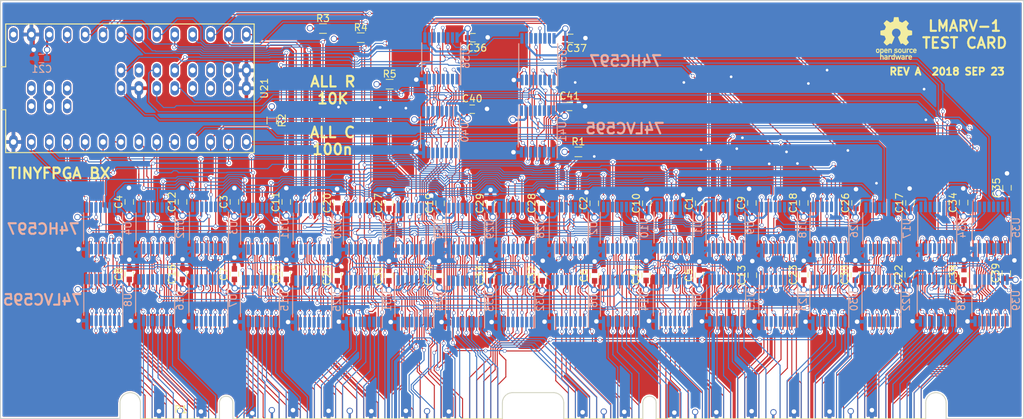
<source format=kicad_pcb>
(kicad_pcb (version 20171130) (host pcbnew "(5.0.0)")
  (layers (0 F.Cu signal hide) (1 In1.GND.Cu power hide) (2 In2.VCC.Cu power hide) (31 B.Cu signal hide) (34 B.Paste user) (35 F.Paste user) (36 B.SilkS user) (37 F.SilkS user) (38 B.Mask user) (39 F.Mask user) (44 Edge.Cuts user))
  (net 0 "")
  (net 1 /rd[31])
  (net 2 /rd[30])
  (net 3 GND)
  (net 4 /rd[29])
  (net 5 /rd[28])
  (net 6 /rd[27])
  (net 7 /rd[26])
  (net 8 /rd[25])
  (net 9 /rd[24])
  (net 10 /rs1[31])
  (net 11 /rs1[30])
  (net 12 /rs1[29])
  (net 13 /rs1[28])
  (net 14 /rs1[27])
  (net 15 /rs1[26])
  (net 16 /rs1[25])
  (net 17 /rs1[24])
  (net 18 /rd[23])
  (net 19 /rd[22])
  (net 20 /rd[21])
  (net 21 /rd[20])
  (net 22 /rd[19])
  (net 23 /rd[18])
  (net 24 /rd[17])
  (net 25 /rd[16])
  (net 26 /rs2[31])
  (net 27 /rs2[30])
  (net 28 /rs2[29])
  (net 29 /rs2[28])
  (net 30 /rs2[27])
  (net 31 /rs2[26])
  (net 32 /rs2[25])
  (net 33 /rs2[24])
  (net 34 /rs2[23])
  (net 35 /rs2[22])
  (net 36 /rs2[21])
  (net 37 /rs2[20])
  (net 38 /rs2[19])
  (net 39 /rs2[18])
  (net 40 /rs2[17])
  (net 41 /rs2[16])
  (net 42 /rda[0])
  (net 43 /rda[1])
  (net 44 /rda[2])
  (net 45 /rda[3])
  (net 46 /rda[4])
  (net 47 /rs1[23])
  (net 48 /rs1[22])
  (net 49 /rs1[21])
  (net 50 /rs1[20])
  (net 51 /rs1[19])
  (net 52 /rs1[18])
  (net 53 /rs1[17])
  (net 54 /rs1[16])
  (net 55 /~rd_bhh)
  (net 56 /~rd_bhl)
  (net 57 /~rd_wr)
  (net 58 /~rs2_bhh)
  (net 59 /~rs2_bhl)
  (net 60 /~rs1_bhh)
  (net 61 /~rs1_bhl)
  (net 62 /~rs1_rd)
  (net 63 /nc[0])
  (net 64 /nc[1])
  (net 65 /nc[2])
  (net 66 /nc[3])
  (net 67 /nc[4])
  (net 68 /nc[5])
  (net 69 /nc[6])
  (net 70 /rs2a[4])
  (net 71 /rs2a[3])
  (net 72 /rs2a[2])
  (net 73 /rs2a[1])
  (net 74 /rs2a[0])
  (net 75 /rd[15])
  (net 76 /rd[7])
  (net 77 /rs1a[4])
  (net 78 /rs1[12])
  (net 79 /rd[14])
  (net 80 /rd[13])
  (net 81 /rd[12])
  (net 82 /rd[11])
  (net 83 /rd[10])
  (net 84 /rd[9])
  (net 85 /rd[8])
  (net 86 /rd[6])
  (net 87 /rd[5])
  (net 88 /rd[4])
  (net 89 /rd[3])
  (net 90 /rd[2])
  (net 91 /rd[1])
  (net 92 /rd[0])
  (net 93 /rs2[15])
  (net 94 /rs2[14])
  (net 95 /rs2[13])
  (net 96 /rs2[12])
  (net 97 /rs2[11])
  (net 98 /rs2[10])
  (net 99 /rs2[9])
  (net 100 /rs2[8])
  (net 101 /rs2[7])
  (net 102 /rs2[6])
  (net 103 /rs2[5])
  (net 104 /rs2[4])
  (net 105 /rs2[3])
  (net 106 /rs2[2])
  (net 107 /rs2[1])
  (net 108 /rs2[0])
  (net 109 /nc[7])
  (net 110 /nc[8])
  (net 111 /nc[9])
  (net 112 /nc[10])
  (net 113 /nc[11])
  (net 114 /rs1a[3])
  (net 115 /rs1a[2])
  (net 116 /rs1a[1])
  (net 117 /rs1a[0])
  (net 118 /rs1[15])
  (net 119 /rs1[14])
  (net 120 /rs1[13])
  (net 121 /rs1[11])
  (net 122 /rs1[10])
  (net 123 /rs1[9])
  (net 124 /rs1[8])
  (net 125 /rs1[7])
  (net 126 /rs1[6])
  (net 127 /rs1[5])
  (net 128 /rs1[4])
  (net 129 /rs1[3])
  (net 130 /rs1[2])
  (net 131 /rs1[1])
  (net 132 /rs1[0])
  (net 133 /~rd_blh)
  (net 134 /~rd_bll)
  (net 135 /~rs2_blh)
  (net 136 /~rs2_bll)
  (net 137 /~rs1_blh)
  (net 138 /~rs1_bll)
  (net 139 /~shift_oe)
  (net 140 /~alu_oe)
  (net 141 /f[0])
  (net 142 /f[1])
  (net 143 /f[2])
  (net 144 /f[3])
  (net 145 /~BOOT_ALU_EN)
  (net 146 /BOOT_CLK)
  (net 147 /~BOOT_RST)
  (net 148 /~BOOT_WR)
  (net 149 VCC)
  (net 150 /RDRS0)
  (net 151 /RDCLK)
  (net 152 /~RDRLD)
  (net 153 /RDRS1)
  (net 154 /RDRS2)
  (net 155 /RDSO)
  (net 156 /RDSI)
  (net 157 /~RDOE)
  (net 158 /RDWLD)
  (net 159 /RDWS0)
  (net 160 /RDWS1)
  (net 161 /RDWS2)
  (net 162 /~RS1RLD)
  (net 163 /RS1CLK)
  (net 164 /RS1RS0)
  (net 165 /RS1RS1)
  (net 166 /RS1RS2)
  (net 167 /RS1SO)
  (net 168 /RS1SI)
  (net 169 /~RS1OE)
  (net 170 /RS1WLD)
  (net 171 /RS1WS0)
  (net 172 /RS1WS1)
  (net 173 /RS1WS2)
  (net 174 /~RS2RLD)
  (net 175 /RS2CLK)
  (net 176 /RS2RS0)
  (net 177 /RS2RS1)
  (net 178 /RS2RS2)
  (net 179 /RS2SO)
  (net 180 "Net-(U21-Pad28)")
  (net 181 /RCWLD)
  (net 182 /~RCOE)
  (net 183 /RCSI)
  (net 184 /RCSO)
  (net 185 /RCCLK)
  (net 186 /~RCRLD)
  (net 187 /RS2WLD)
  (net 188 /~RS2OE)
  (net 189 /RS2SI)
  (net 190 "Net-(U21-Pad29)")
  (net 191 "Net-(U21-Pad30)")
  (net 192 "Net-(U21-Pad31)")
  (net 193 "Net-(U21-Pad32)")
  (net 194 "Net-(U21-Pad33)")
  (net 195 "Net-(U21-Pad34)")
  (net 196 "Net-(U21-Pad46)")
  (net 197 /CSO)
  (net 198 /CCLK)
  (net 199 "Net-(U21-Pad45)")
  (net 200 "Net-(U21-Pad44)")
  (net 201 "Net-(U21-Pad49)")
  (net 202 /~CRLD)
  (net 203 "Net-(U21-Pad39)")
  (net 204 /CSI)
  (net 205 /~COE)
  (net 206 "Net-(U21-Pad40)")
  (net 207 "Net-(U21-Pad41)")
  (net 208 /CWLD)
  (net 209 /RS2WS0)
  (net 210 /RS2WS1)
  (net 211 /RS2WS2)
  (net 212 /RCRS0)
  (net 213 /RCRS1)
  (net 214 /RCRS2)
  (net 215 /q0)
  (net 216 /q1)
  (net 217 /RCWS0)
  (net 218 /RCWS1)
  (net 219 /RCWS2)
  (net 220 /CRS0)
  (net 221 /CRS1)
  (net 222 /CRS2)
  (net 223 /q3)
  (net 224 /q2)
  (net 225 /q8)
  (net 226 /q9)
  (net 227 /q10)
  (net 228 /q11)
  (net 229 /q4)
  (net 230 /q5)
  (net 231 /q6)
  (net 232 /q7)
  (net 233 /CWS0)
  (net 234 /CWS1)
  (net 235 /CWS2)
  (net 236 /~rs2_rd)
  (net 237 "Net-(U8-Pad9)")
  (net 238 "Net-(U16-Pad9)")
  (net 239 "Net-(U25-Pad9)")
  (net 240 "Net-(U33-Pad9)")
  (net 241 "Net-(U41-Pad9)")
  (module lmarv:PCI-EXPRESS (layer F.Cu) (at 81.985 150.72)
    (fp_text reference P1 (at -6.4 -7.11) (layer F.SilkS))
    (fp_text value dual-pcie-cardedge)
    (fp_line (start 0.937247 -0.00177) (end 39.137247 -0.00177) (layer Edge.Cuts) (width 0.12))
    (fp_line (start -15.062753 -8.05177) (end -15.062753 -5.80177) (layer Edge.Cuts) (width 0.12))
    (fp_arc (start -0.012753 -8.05177) (end -0.962753 -8.05177) (angle 180) (layer Edge.Cuts) (width 0.12))
    (fp_line (start 99.137247 -8.05177) (end 99.137247 -0.00177) (layer Edge.Cuts) (width 0.12))
    (fp_arc (start 100.587247 -8.05177) (end 99.137247 -8.05177) (angle 180) (layer Edge.Cuts) (width 0.12))
    (fp_arc (start -13.612753 -8.05177) (end -15.062753 -8.05177) (angle 180) (layer Edge.Cuts) (width 0.12))
    (fp_line (start -0.962753 -0.00177) (end -12.162753 -0.00177) (layer Edge.Cuts) (width 0.12))
    (fp_line (start 39.137247 -8.05177) (end 39.137247 -0.00177) (layer Edge.Cuts) (width 0.12))
    (fp_arc (start 59.987247 -8.05177) (end 59.037247 -8.05177) (angle 180) (layer Edge.Cuts) (width 0.12))
    (fp_arc (start 40.587247 -8.05177) (end 39.137247 -8.05177) (angle 90) (layer Edge.Cuts) (width 0.12))
    (fp_line (start 60.937247 -8.05177) (end 60.937247 -5.80177) (layer Edge.Cuts) (width 0.12))
    (fp_line (start 40.587247 -9.50177) (end 46.387247 -9.50177) (layer Edge.Cuts) (width 0.12))
    (fp_line (start -12.162753 -0.00177) (end -12.162753 -8.05177) (layer Edge.Cuts) (width 0.12))
    (fp_line (start 60.937247 -5.80177) (end 60.937247 -0.00177) (layer Edge.Cuts) (width 0.12))
    (fp_line (start 59.037247 -5.80177) (end 59.037247 -8.05177) (layer Edge.Cuts) (width 0.12))
    (fp_line (start 0.937247 -8.05177) (end 0.937247 -5.80177) (layer Edge.Cuts) (width 0.12))
    (fp_line (start 59.037247 -0.00177) (end 47.837247 -0.00177) (layer Edge.Cuts) (width 0.12))
    (fp_line (start -0.962753 -5.80177) (end -0.962753 -8.05177) (layer Edge.Cuts) (width 0.12))
    (fp_line (start 0.937247 -5.80177) (end 0.937247 -0.00177) (layer Edge.Cuts) (width 0.12))
    (fp_line (start -0.962753 -5.80177) (end -0.962753 -0.00177) (layer Edge.Cuts) (width 0.12))
    (fp_line (start 60.937247 -0.00177) (end 99.137247 -0.00177) (layer Edge.Cuts) (width 0.12))
    (fp_line (start 102.037247 -8.05177) (end 102.037247 -5.80177) (layer Edge.Cuts) (width 0.12))
    (fp_line (start 59.037247 -5.80177) (end 59.037247 -0.00177) (layer Edge.Cuts) (width 0.12))
    (fp_arc (start 46.387247 -8.05177) (end 46.387247 -9.50177) (angle 90) (layer Edge.Cuts) (width 0.12))
    (fp_line (start 47.837247 -0.00177) (end 47.837247 -8.05177) (layer Edge.Cuts) (width 0.12))
    (pad 1 connect rect (at -11.5 -3.4) (size 0.7 4.4) (layers F.Cu F.Mask) (net 1 /rd[31]))
    (pad 2 connect rect (at -10.5 -3.4) (size 0.7 4.4) (layers F.Cu F.Mask) (net 2 /rd[30]))
    (pad 3 connect rect (at -9.5 -3.4) (size 0.7 4.4) (layers F.Cu F.Mask) (net 3 GND))
    (pad 4 connect rect (at -8.5 -3.4) (size 0.7 4.4) (layers F.Cu F.Mask) (net 4 /rd[29]))
    (pad 5 connect rect (at -7.5 -3.4) (size 0.7 4.4) (layers F.Cu F.Mask) (net 5 /rd[28]))
    (pad 6 connect rect (at -6.5 -3.4) (size 0.7 4.4) (layers F.Cu F.Mask) (net 149 VCC))
    (pad 7 connect rect (at -5.5 -3.4) (size 0.7 4.4) (layers F.Cu F.Mask) (net 6 /rd[27]))
    (pad 8 connect rect (at -4.5 -3.4) (size 0.7 4.4) (layers F.Cu F.Mask) (net 7 /rd[26]))
    (pad 9 connect rect (at -3.5 -3.4) (size 0.7 4.4) (layers F.Cu F.Mask) (net 3 GND))
    (pad 10 connect rect (at -2.5 -3.4) (size 0.7 4.4) (layers F.Cu F.Mask) (net 8 /rd[25]))
    (pad 11 connect rect (at -1.5 -3.4) (size 0.7 4.4) (layers F.Cu F.Mask) (net 9 /rd[24]))
    (pad 99 connect rect (at -11.5 -3.4) (size 0.7 4.4) (layers B.Cu B.Mask) (net 10 /rs1[31]))
    (pad 100 connect rect (at -10.5 -3.4) (size 0.7 4.4) (layers B.Cu B.Mask) (net 11 /rs1[30]))
    (pad 101 connect rect (at -9.5 -3.4) (size 0.7 4.4) (layers B.Cu B.Mask) (net 3 GND))
    (pad 102 connect rect (at -8.5 -3.4) (size 0.7 4.4) (layers B.Cu B.Mask) (net 12 /rs1[29]))
    (pad 103 connect rect (at -7.5 -3.4) (size 0.7 4.4) (layers B.Cu B.Mask) (net 13 /rs1[28]))
    (pad 104 connect rect (at -6.5 -3.4) (size 0.7 4.4) (layers B.Cu B.Mask) (net 149 VCC))
    (pad 105 connect rect (at -5.5 -3.4) (size 0.7 4.4) (layers B.Cu B.Mask) (net 14 /rs1[27]))
    (pad 106 connect rect (at -4.5 -3.4) (size 0.7 4.4) (layers B.Cu B.Mask) (net 15 /rs1[26]))
    (pad 107 connect rect (at -3.5 -3.4) (size 0.7 4.4) (layers B.Cu B.Mask) (net 3 GND))
    (pad 108 connect rect (at -2.5 -3.4) (size 0.7 4.4) (layers B.Cu B.Mask) (net 16 /rs1[25]))
    (pad 109 connect rect (at -1.5 -3.4) (size 0.7 4.4) (layers B.Cu B.Mask) (net 17 /rs1[24]))
    (pad 12 connect rect (at 1.5 -3.4) (size 0.7 4.4) (layers F.Cu F.Mask) (net 18 /rd[23]))
    (pad 13 connect rect (at 2.5 -3.4) (size 0.7 4.4) (layers F.Cu F.Mask) (net 19 /rd[22]))
    (pad 14 connect rect (at 3.5 -3.4) (size 0.7 4.4) (layers F.Cu F.Mask) (net 3 GND))
    (pad 15 connect rect (at 4.5 -3.4) (size 0.7 4.4) (layers F.Cu F.Mask) (net 20 /rd[21]))
    (pad 16 connect rect (at 5.5 -3.4) (size 0.7 4.4) (layers F.Cu F.Mask) (net 21 /rd[20]))
    (pad 17 connect rect (at 6.5 -3.4) (size 0.7 4.4) (layers F.Cu F.Mask) (net 149 VCC))
    (pad 18 connect rect (at 7.5 -3.4) (size 0.7 4.4) (layers F.Cu F.Mask) (net 22 /rd[19]))
    (pad 19 connect rect (at 8.5 -3.4) (size 0.7 4.4) (layers F.Cu F.Mask) (net 23 /rd[18]))
    (pad 20 connect rect (at 9.5 -3.4) (size 0.7 4.4) (layers F.Cu F.Mask) (net 3 GND))
    (pad 21 connect rect (at 10.5 -3.4) (size 0.7 4.4) (layers F.Cu F.Mask) (net 24 /rd[17]))
    (pad 22 connect rect (at 11.5 -3.4) (size 0.7 4.4) (layers F.Cu F.Mask) (net 25 /rd[16]))
    (pad 23 connect rect (at 12.5 -3.4) (size 0.7 4.4) (layers F.Cu F.Mask) (net 26 /rs2[31]))
    (pad 24 connect rect (at 13.5 -3.4) (size 0.7 4.4) (layers F.Cu F.Mask) (net 27 /rs2[30]))
    (pad 25 connect rect (at 14.5 -3.4) (size 0.7 4.4) (layers F.Cu F.Mask) (net 3 GND))
    (pad 26 connect rect (at 15.5 -3.4) (size 0.7 4.4) (layers F.Cu F.Mask) (net 28 /rs2[29]))
    (pad 27 connect rect (at 16.5 -3.4) (size 0.7 4.4) (layers F.Cu F.Mask) (net 29 /rs2[28]))
    (pad 28 connect rect (at 17.5 -3.4) (size 0.7 4.4) (layers F.Cu F.Mask) (net 149 VCC))
    (pad 29 connect rect (at 18.5 -3.4) (size 0.7 4.4) (layers F.Cu F.Mask) (net 30 /rs2[27]))
    (pad 30 connect rect (at 19.5 -3.4) (size 0.7 4.4) (layers F.Cu F.Mask) (net 31 /rs2[26]))
    (pad 31 connect rect (at 20.5 -3.4) (size 0.7 4.4) (layers F.Cu F.Mask) (net 3 GND))
    (pad 32 connect rect (at 21.5 -3.4) (size 0.7 4.4) (layers F.Cu F.Mask) (net 32 /rs2[25]))
    (pad 33 connect rect (at 22.5 -3.4) (size 0.7 4.4) (layers F.Cu F.Mask) (net 33 /rs2[24]))
    (pad 34 connect rect (at 23.5 -3.4) (size 0.7 4.4) (layers F.Cu F.Mask) (net 34 /rs2[23]))
    (pad 35 connect rect (at 24.5 -3.4) (size 0.7 4.4) (layers F.Cu F.Mask) (net 35 /rs2[22]))
    (pad 36 connect rect (at 25.5 -3.4) (size 0.7 4.4) (layers F.Cu F.Mask) (net 3 GND))
    (pad 37 connect rect (at 26.5 -3.4) (size 0.7 4.4) (layers F.Cu F.Mask) (net 36 /rs2[21]))
    (pad 38 connect rect (at 27.5 -3.4) (size 0.7 4.4) (layers F.Cu F.Mask) (net 37 /rs2[20]))
    (pad 39 connect rect (at 28.5 -3.4) (size 0.7 4.4) (layers F.Cu F.Mask) (net 149 VCC))
    (pad 40 connect rect (at 29.5 -3.4) (size 0.7 4.4) (layers F.Cu F.Mask) (net 38 /rs2[19]))
    (pad 41 connect rect (at 30.5 -3.4) (size 0.7 4.4) (layers F.Cu F.Mask) (net 39 /rs2[18]))
    (pad 42 connect rect (at 31.5 -3.4) (size 0.7 4.4) (layers F.Cu F.Mask) (net 3 GND))
    (pad 43 connect rect (at 32.5 -3.4) (size 0.7 4.4) (layers F.Cu F.Mask) (net 40 /rs2[17]))
    (pad 44 connect rect (at 33.5 -3.4) (size 0.7 4.4) (layers F.Cu F.Mask) (net 41 /rs2[16]))
    (pad 45 connect rect (at 34.5 -3.4) (size 0.7 4.4) (layers F.Cu F.Mask) (net 42 /rda[0]))
    (pad 46 connect rect (at 35.5 -3.4) (size 0.7 4.4) (layers F.Cu F.Mask) (net 43 /rda[1]))
    (pad 47 connect rect (at 36.5 -3.4) (size 0.7 4.4) (layers F.Cu F.Mask) (net 44 /rda[2]))
    (pad 48 connect rect (at 37.5 -3.4) (size 0.7 4.4) (layers F.Cu F.Mask) (net 45 /rda[3]))
    (pad 49 connect rect (at 38.5 -3.4) (size 0.7 4.4) (layers F.Cu F.Mask) (net 46 /rda[4]))
    (pad 110 connect rect (at 1.5 -3.4) (size 0.7 4.4) (layers B.Cu B.Mask) (net 47 /rs1[23]))
    (pad 111 connect rect (at 2.5 -3.4) (size 0.7 4.4) (layers B.Cu B.Mask) (net 48 /rs1[22]))
    (pad 112 connect rect (at 3.5 -3.4) (size 0.7 4.4) (layers B.Cu B.Mask) (net 3 GND))
    (pad 113 connect rect (at 4.5 -3.4) (size 0.7 4.4) (layers B.Cu B.Mask) (net 49 /rs1[21]))
    (pad 114 connect rect (at 5.5 -3.4) (size 0.7 4.4) (layers B.Cu B.Mask) (net 50 /rs1[20]))
    (pad 115 connect rect (at 6.5 -3.4) (size 0.7 4.4) (layers B.Cu B.Mask) (net 149 VCC))
    (pad 116 connect rect (at 7.5 -3.4) (size 0.7 4.4) (layers B.Cu B.Mask) (net 51 /rs1[19]))
    (pad 117 connect rect (at 8.5 -3.4) (size 0.7 4.4) (layers B.Cu B.Mask) (net 52 /rs1[18]))
    (pad 118 connect rect (at 9.5 -3.4) (size 0.7 4.4) (layers B.Cu B.Mask) (net 3 GND))
    (pad 119 connect rect (at 10.5 -3.4) (size 0.7 4.4) (layers B.Cu B.Mask) (net 53 /rs1[17]))
    (pad 120 connect rect (at 11.5 -3.4) (size 0.7 4.4) (layers B.Cu B.Mask) (net 54 /rs1[16]))
    (pad 121 connect rect (at 12.5 -3.4) (size 0.7 4.4) (layers B.Cu B.Mask) (net 55 /~rd_bhh))
    (pad 122 connect rect (at 13.5 -3.4) (size 0.7 4.4) (layers B.Cu B.Mask) (net 56 /~rd_bhl))
    (pad 123 connect rect (at 14.5 -3.4) (size 0.7 4.4) (layers B.Cu B.Mask) (net 3 GND))
    (pad 124 connect rect (at 15.5 -3.4) (size 0.7 4.4) (layers B.Cu B.Mask) (net 57 /~rd_wr))
    (pad 125 connect rect (at 16.5 -3.4) (size 0.7 4.4) (layers B.Cu B.Mask) (net 58 /~rs2_bhh))
    (pad 126 connect rect (at 17.5 -3.4) (size 0.7 4.4) (layers B.Cu B.Mask) (net 149 VCC))
    (pad 127 connect rect (at 18.5 -3.4) (size 0.7 4.4) (layers B.Cu B.Mask) (net 59 /~rs2_bhl))
    (pad 128 connect rect (at 19.5 -3.4) (size 0.7 4.4) (layers B.Cu B.Mask) (net 236 /~rs2_rd))
    (pad 129 connect rect (at 20.5 -3.4) (size 0.7 4.4) (layers B.Cu B.Mask) (net 3 GND))
    (pad 130 connect rect (at 21.5 -3.4) (size 0.7 4.4) (layers B.Cu B.Mask) (net 60 /~rs1_bhh))
    (pad 131 connect rect (at 22.5 -3.4) (size 0.7 4.4) (layers B.Cu B.Mask) (net 61 /~rs1_bhl))
    (pad 132 connect rect (at 23.5 -3.4) (size 0.7 4.4) (layers B.Cu B.Mask) (net 62 /~rs1_rd))
    (pad 133 connect rect (at 24.5 -3.4) (size 0.7 4.4) (layers B.Cu B.Mask) (net 63 /nc[0]))
    (pad 134 connect rect (at 25.5 -3.4) (size 0.7 4.4) (layers B.Cu B.Mask) (net 3 GND))
    (pad 135 connect rect (at 26.5 -3.4) (size 0.7 4.4) (layers B.Cu B.Mask) (net 64 /nc[1]))
    (pad 136 connect rect (at 27.5 -3.4) (size 0.7 4.4) (layers B.Cu B.Mask) (net 65 /nc[2]))
    (pad 137 connect rect (at 28.5 -3.4) (size 0.7 4.4) (layers B.Cu B.Mask) (net 149 VCC))
    (pad 138 connect rect (at 29.5 -3.4) (size 0.7 4.4) (layers B.Cu B.Mask) (net 66 /nc[3]))
    (pad 139 connect rect (at 30.5 -3.4) (size 0.7 4.4) (layers B.Cu B.Mask) (net 67 /nc[4]))
    (pad 140 connect rect (at 31.5 -3.4) (size 0.7 4.4) (layers B.Cu B.Mask) (net 3 GND))
    (pad 141 connect rect (at 32.5 -3.4) (size 0.7 4.4) (layers B.Cu B.Mask) (net 68 /nc[5]))
    (pad 142 connect rect (at 33.5 -3.4) (size 0.7 4.4) (layers B.Cu B.Mask) (net 69 /nc[6]))
    (pad 143 connect rect (at 34.5 -3.4) (size 0.7 4.4) (layers B.Cu B.Mask) (net 70 /rs2a[4]))
    (pad 144 connect rect (at 35.5 -3.4) (size 0.7 4.4) (layers B.Cu B.Mask) (net 71 /rs2a[3]))
    (pad 145 connect rect (at 36.5 -3.4) (size 0.7 4.4) (layers B.Cu B.Mask) (net 72 /rs2a[2]))
    (pad 146 connect rect (at 37.5 -3.4) (size 0.7 4.4) (layers B.Cu B.Mask) (net 73 /rs2a[1]))
    (pad 147 connect rect (at 38.5 -3.4) (size 0.7 4.4) (layers B.Cu B.Mask) (net 74 /rs2a[0]))
    (pad 50 connect rect (at 48.5 -3.4) (size 0.7 4.4) (layers F.Cu F.Mask) (net 75 /rd[15]))
    (pad 61 connect rect (at 61.5 -3.4) (size 0.7 4.4) (layers F.Cu F.Mask) (net 76 /rd[7]))
    (pad 148 connect rect (at 48.5 -3.4) (size 0.7 4.4) (layers B.Cu B.Mask) (net 77 /rs1a[4]))
    (pad 159 connect rect (at 61.5 -3.4) (size 0.7 4.4) (layers B.Cu B.Mask) (net 78 /rs1[12]))
    (pad 51 connect rect (at 49.5 -3.4) (size 0.7 4.4) (layers F.Cu F.Mask) (net 79 /rd[14]))
    (pad 52 connect rect (at 50.5 -3.4) (size 0.7 4.4) (layers F.Cu F.Mask) (net 3 GND))
    (pad 53 connect rect (at 51.5 -3.4) (size 0.7 4.4) (layers F.Cu F.Mask) (net 80 /rd[13]))
    (pad 54 connect rect (at 52.5 -3.4) (size 0.7 4.4) (layers F.Cu F.Mask) (net 81 /rd[12]))
    (pad 55 connect rect (at 53.5 -3.4) (size 0.7 4.4) (layers F.Cu F.Mask) (net 149 VCC))
    (pad 56 connect rect (at 54.5 -3.4) (size 0.7 4.4) (layers F.Cu F.Mask) (net 82 /rd[11]))
    (pad 57 connect rect (at 55.5 -3.4) (size 0.7 4.4) (layers F.Cu F.Mask) (net 83 /rd[10]))
    (pad 58 connect rect (at 56.5 -3.4) (size 0.7 4.4) (layers F.Cu F.Mask) (net 3 GND))
    (pad 59 connect rect (at 57.5 -3.4) (size 0.7 4.4) (layers F.Cu F.Mask) (net 84 /rd[9]))
    (pad 60 connect rect (at 58.5 -3.4) (size 0.7 4.4) (layers F.Cu F.Mask) (net 85 /rd[8]))
    (pad 62 connect rect (at 62.5 -3.4) (size 0.7 4.4) (layers F.Cu F.Mask) (net 86 /rd[6]))
    (pad 63 connect rect (at 63.5 -3.4) (size 0.7 4.4) (layers F.Cu F.Mask) (net 3 GND))
    (pad 64 connect rect (at 64.5 -3.4) (size 0.7 4.4) (layers F.Cu F.Mask) (net 87 /rd[5]))
    (pad 65 connect rect (at 65.5 -3.4) (size 0.7 4.4) (layers F.Cu F.Mask) (net 88 /rd[4]))
    (pad 66 connect rect (at 66.5 -3.4) (size 0.7 4.4) (layers F.Cu F.Mask) (net 149 VCC))
    (pad 67 connect rect (at 67.5 -3.4) (size 0.7 4.4) (layers F.Cu F.Mask) (net 89 /rd[3]))
    (pad 68 connect rect (at 68.5 -3.4) (size 0.7 4.4) (layers F.Cu F.Mask) (net 90 /rd[2]))
    (pad 69 connect rect (at 69.5 -3.4) (size 0.7 4.4) (layers F.Cu F.Mask) (net 3 GND))
    (pad 70 connect rect (at 70.5 -3.4) (size 0.7 4.4) (layers F.Cu F.Mask) (net 91 /rd[1]))
    (pad 71 connect rect (at 71.5 -3.4) (size 0.7 4.4) (layers F.Cu F.Mask) (net 92 /rd[0]))
    (pad 72 connect rect (at 72.5 -3.4) (size 0.7 4.4) (layers F.Cu F.Mask) (net 93 /rs2[15]))
    (pad 73 connect rect (at 73.5 -3.4) (size 0.7 4.4) (layers F.Cu F.Mask) (net 94 /rs2[14]))
    (pad 74 connect rect (at 74.5 -3.4) (size 0.7 4.4) (layers F.Cu F.Mask) (net 3 GND))
    (pad 75 connect rect (at 75.5 -3.4) (size 0.7 4.4) (layers F.Cu F.Mask) (net 95 /rs2[13]))
    (pad 76 connect rect (at 76.5 -3.4) (size 0.7 4.4) (layers F.Cu F.Mask) (net 96 /rs2[12]))
    (pad 77 connect rect (at 77.5 -3.4) (size 0.7 4.4) (layers F.Cu F.Mask) (net 149 VCC))
    (pad 78 connect rect (at 78.5 -3.4) (size 0.7 4.4) (layers F.Cu F.Mask) (net 97 /rs2[11]))
    (pad 79 connect rect (at 79.5 -3.4) (size 0.7 4.4) (layers F.Cu F.Mask) (net 98 /rs2[10]))
    (pad 80 connect rect (at 80.5 -3.4) (size 0.7 4.4) (layers F.Cu F.Mask) (net 3 GND))
    (pad 81 connect rect (at 81.5 -3.4) (size 0.7 4.4) (layers F.Cu F.Mask) (net 99 /rs2[9]))
    (pad 82 connect rect (at 82.5 -3.4) (size 0.7 4.4) (layers F.Cu F.Mask) (net 100 /rs2[8]))
    (pad 83 connect rect (at 83.5 -3.4) (size 0.7 4.4) (layers F.Cu F.Mask) (net 101 /rs2[7]))
    (pad 84 connect rect (at 84.5 -3.4) (size 0.7 4.4) (layers F.Cu F.Mask) (net 102 /rs2[6]))
    (pad 85 connect rect (at 85.5 -3.4) (size 0.7 4.4) (layers F.Cu F.Mask) (net 3 GND))
    (pad 86 connect rect (at 86.5 -3.4) (size 0.7 4.4) (layers F.Cu F.Mask) (net 103 /rs2[5]))
    (pad 87 connect rect (at 87.5 -3.4) (size 0.7 4.4) (layers F.Cu F.Mask) (net 104 /rs2[4]))
    (pad 88 connect rect (at 88.5 -3.4) (size 0.7 4.4) (layers F.Cu F.Mask) (net 149 VCC))
    (pad 89 connect rect (at 89.5 -3.4) (size 0.7 4.4) (layers F.Cu F.Mask) (net 105 /rs2[3]))
    (pad 90 connect rect (at 90.5 -3.4) (size 0.7 4.4) (layers F.Cu F.Mask) (net 106 /rs2[2]))
    (pad 91 connect rect (at 91.5 -3.4) (size 0.7 4.4) (layers F.Cu F.Mask) (net 3 GND))
    (pad 92 connect rect (at 92.5 -3.4) (size 0.7 4.4) (layers F.Cu F.Mask) (net 107 /rs2[1]))
    (pad 93 connect rect (at 93.5 -3.4) (size 0.7 4.4) (layers F.Cu F.Mask) (net 108 /rs2[0]))
    (pad 94 connect rect (at 94.5 -3.4) (size 0.7 4.4) (layers F.Cu F.Mask) (net 109 /nc[7]))
    (pad 95 connect rect (at 95.5 -3.4) (size 0.7 4.4) (layers F.Cu F.Mask) (net 110 /nc[8]))
    (pad 96 connect rect (at 96.5 -3.4) (size 0.7 4.4) (layers F.Cu F.Mask) (net 111 /nc[9]))
    (pad 97 connect rect (at 97.5 -3.4) (size 0.7 4.4) (layers F.Cu F.Mask) (net 112 /nc[10]))
    (pad 98 connect rect (at 98.5 -3.4) (size 0.7 4.4) (layers F.Cu F.Mask) (net 113 /nc[11]))
    (pad 149 connect rect (at 49.5 -3.4) (size 0.7 4.4) (layers B.Cu B.Mask) (net 114 /rs1a[3]))
    (pad 150 connect rect (at 50.5 -3.4) (size 0.7 4.4) (layers B.Cu B.Mask) (net 3 GND))
    (pad 151 connect rect (at 51.5 -3.4) (size 0.7 4.4) (layers B.Cu B.Mask) (net 115 /rs1a[2]))
    (pad 152 connect rect (at 52.5 -3.4) (size 0.7 4.4) (layers B.Cu B.Mask) (net 116 /rs1a[1]))
    (pad 153 connect rect (at 53.5 -3.4) (size 0.7 4.4) (layers B.Cu B.Mask) (net 149 VCC))
    (pad 154 connect rect (at 54.5 -3.4) (size 0.7 4.4) (layers B.Cu B.Mask) (net 117 /rs1a[0]))
    (pad 155 connect rect (at 55.5 -3.4) (size 0.7 4.4) (layers B.Cu B.Mask) (net 118 /rs1[15]))
    (pad 156 connect rect (at 56.5 -3.4) (size 0.7 4.4) (layers B.Cu B.Mask) (net 3 GND))
    (pad 157 connect rect (at 57.5 -3.4) (size 0.7 4.4) (layers B.Cu B.Mask) (net 119 /rs1[14]))
    (pad 158 connect rect (at 58.5 -3.4) (size 0.7 4.4) (layers B.Cu B.Mask) (net 120 /rs1[13]))
    (pad 160 connect rect (at 62.5 -3.4) (size 0.7 4.4) (layers B.Cu B.Mask) (net 121 /rs1[11]))
    (pad 161 connect rect (at 63.5 -3.4) (size 0.7 4.4) (layers B.Cu B.Mask) (net 3 GND))
    (pad 162 connect rect (at 64.5 -3.4) (size 0.7 4.4) (layers B.Cu B.Mask) (net 122 /rs1[10]))
    (pad 163 connect rect (at 65.5 -3.4) (size 0.7 4.4) (layers B.Cu B.Mask) (net 123 /rs1[9]))
    (pad 164 connect rect (at 66.5 -3.4) (size 0.7 4.4) (layers B.Cu B.Mask) (net 149 VCC))
    (pad 165 connect rect (at 67.5 -3.4) (size 0.7 4.4) (layers B.Cu B.Mask) (net 124 /rs1[8]))
    (pad 166 connect rect (at 68.5 -3.4) (size 0.7 4.4) (layers B.Cu B.Mask) (net 125 /rs1[7]))
    (pad 167 connect rect (at 69.5 -3.4) (size 0.7 4.4) (layers B.Cu B.Mask) (net 3 GND))
    (pad 168 connect rect (at 70.5 -3.4) (size 0.7 4.4) (layers B.Cu B.Mask) (net 126 /rs1[6]))
    (pad 169 connect rect (at 71.5 -3.4) (size 0.7 4.4) (layers B.Cu B.Mask) (net 127 /rs1[5]))
    (pad 170 connect rect (at 72.5 -3.4) (size 0.7 4.4) (layers B.Cu B.Mask) (net 128 /rs1[4]))
    (pad 171 connect rect (at 73.5 -3.4) (size 0.7 4.4) (layers B.Cu B.Mask) (net 129 /rs1[3]))
    (pad 172 connect rect (at 74.5 -3.4) (size 0.7 4.4) (layers B.Cu B.Mask) (net 3 GND))
    (pad 173 connect rect (at 75.5 -3.4) (size 0.7 4.4) (layers B.Cu B.Mask) (net 130 /rs1[2]))
    (pad 174 connect rect (at 76.5 -3.4) (size 0.7 4.4) (layers B.Cu B.Mask) (net 131 /rs1[1]))
    (pad 175 connect rect (at 77.5 -3.4) (size 0.7 4.4) (layers B.Cu B.Mask) (net 149 VCC))
    (pad 176 connect rect (at 78.5 -3.4) (size 0.7 4.4) (layers B.Cu B.Mask) (net 132 /rs1[0]))
    (pad 177 connect rect (at 79.5 -3.4) (size 0.7 4.4) (layers B.Cu B.Mask) (net 133 /~rd_blh))
    (pad 178 connect rect (at 80.5 -3.4) (size 0.7 4.4) (layers B.Cu B.Mask) (net 3 GND))
    (pad 179 connect rect (at 81.5 -3.4) (size 0.7 4.4) (layers B.Cu B.Mask) (net 134 /~rd_bll))
    (pad 180 connect rect (at 82.5 -3.4) (size 0.7 4.4) (layers B.Cu B.Mask) (net 135 /~rs2_blh))
    (pad 181 connect rect (at 83.5 -3.4) (size 0.7 4.4) (layers B.Cu B.Mask) (net 136 /~rs2_bll))
    (pad 182 connect rect (at 84.5 -3.4) (size 0.7 4.4) (layers B.Cu B.Mask) (net 137 /~rs1_blh))
    (pad 183 connect rect (at 85.5 -3.4) (size 0.7 4.4) (layers B.Cu B.Mask) (net 3 GND))
    (pad 184 connect rect (at 86.5 -3.4) (size 0.7 4.4) (layers B.Cu B.Mask) (net 138 /~rs1_bll))
    (pad 185 connect rect (at 87.5 -3.4) (size 0.7 4.4) (layers B.Cu B.Mask) (net 139 /~shift_oe))
    (pad 186 connect rect (at 88.5 -3.4) (size 0.7 4.4) (layers B.Cu B.Mask) (net 149 VCC))
    (pad 187 connect rect (at 89.5 -3.4) (size 0.7 4.4) (layers B.Cu B.Mask) (net 140 /~alu_oe))
    (pad 188 connect rect (at 90.5 -3.4) (size 0.7 4.4) (layers B.Cu B.Mask) (net 141 /f[0]))
    (pad 189 connect rect (at 91.5 -3.4) (size 0.7 4.4) (layers B.Cu B.Mask) (net 3 GND))
    (pad 190 connect rect (at 92.5 -3.4) (size 0.7 4.4) (layers B.Cu B.Mask) (net 142 /f[1]))
    (pad 191 connect rect (at 93.5 -3.4) (size 0.7 4.4) (layers B.Cu B.Mask) (net 143 /f[2]))
    (pad 192 connect rect (at 94.5 -3.4) (size 0.7 4.4) (layers B.Cu B.Mask) (net 144 /f[3]))
    (pad 193 connect rect (at 95.5 -3.4) (size 0.7 4.4) (layers B.Cu B.Mask) (net 145 /~BOOT_ALU_EN))
    (pad 194 connect rect (at 96.5 -3.4) (size 0.7 4.4) (layers B.Cu B.Mask) (net 146 /BOOT_CLK))
    (pad 195 connect rect (at 97.5 -3.4) (size 0.7 4.4) (layers B.Cu B.Mask) (net 147 /~BOOT_RST))
    (pad 196 connect rect (at 98.5 -3.4) (size 0.7 4.4) (layers B.Cu B.Mask) (net 148 /~BOOT_WR))
  )
  (module Capacitors_SMD:C_0603 (layer F.Cu) (at 149.1 114.35 90)
    (fp_text reference C1 (at 0 -1.5 90) (layer F.SilkS))
    (fp_text value 0u1)
    (pad 2 smd rect (at 0.75 0 90) (size 0.8 0.75) (layers F.Cu F.Paste F.Mask) (net 3 GND))
    (pad 1 smd rect (at -0.75 0 90) (size 0.8 0.75) (layers F.Cu F.Paste F.Mask) (net 149 VCC))
  )
  (module Capacitors_SMD:C_0603 (layer F.Cu) (at 134.15 114.35 90)
    (fp_text reference C2 (at 0 -1.5 90) (layer F.SilkS))
    (fp_text value 0u1)
    (pad 2 smd rect (at 0.75 0 90) (size 0.8 0.75) (layers F.Cu F.Paste F.Mask) (net 3 GND))
    (pad 1 smd rect (at -0.75 0 90) (size 0.8 0.75) (layers F.Cu F.Paste F.Mask) (net 149 VCC))
  )
  (module Capacitors_SMD:C_0603 (layer F.Cu) (at 83.15 114.15 90)
    (fp_text reference C3 (at 0 -1.5 90) (layer F.SilkS))
    (fp_text value 0u1)
    (pad 2 smd rect (at 0.75 0 90) (size 0.8 0.75) (layers F.Cu F.Paste F.Mask) (net 3 GND))
    (pad 1 smd rect (at -0.75 0 90) (size 0.8 0.75) (layers F.Cu F.Paste F.Mask) (net 149 VCC))
  )
  (module Capacitors_SMD:C_0603 (layer F.Cu) (at 68.25 114.15 90)
    (fp_text reference C4 (at 0 -1.5 90) (layer F.SilkS))
    (fp_text value 0u1)
    (pad 1 smd rect (at -0.75 0 90) (size 0.8 0.75) (layers F.Cu F.Paste F.Mask) (net 149 VCC))
    (pad 2 smd rect (at 0.75 0 90) (size 0.8 0.75) (layers F.Cu F.Paste F.Mask) (net 3 GND))
  )
  (module Capacitors_SMD:C_0603 (layer F.Cu) (at 149.05 124.55 90)
    (fp_text reference C5 (at 0 -1.5 90) (layer F.SilkS))
    (fp_text value 0u1)
    (pad 1 smd rect (at -0.75 0 90) (size 0.8 0.75) (layers F.Cu F.Paste F.Mask) (net 149 VCC))
    (pad 2 smd rect (at 0.75 0 90) (size 0.8 0.75) (layers F.Cu F.Paste F.Mask) (net 3 GND))
  )
  (module Capacitors_SMD:C_0603 (layer F.Cu) (at 134.2 124.6 90)
    (fp_text reference C6 (at 0 -1.5 90) (layer F.SilkS))
    (fp_text value 0u1)
    (pad 2 smd rect (at 0.75 0 90) (size 0.8 0.75) (layers F.Cu F.Paste F.Mask) (net 3 GND))
    (pad 1 smd rect (at -0.75 0 90) (size 0.8 0.75) (layers F.Cu F.Paste F.Mask) (net 149 VCC))
  )
  (module Capacitors_SMD:C_0603 (layer F.Cu) (at 83.15 124.4 90)
    (fp_text reference C7 (at 0 -1.5 90) (layer F.SilkS))
    (fp_text value 0u1)
    (pad 2 smd rect (at 0.75 0 90) (size 0.8 0.75) (layers F.Cu F.Paste F.Mask) (net 3 GND))
    (pad 1 smd rect (at -0.75 0 90) (size 0.8 0.75) (layers F.Cu F.Paste F.Mask) (net 149 VCC))
  )
  (module Capacitors_SMD:C_0603 (layer F.Cu) (at 68.25 124.4 90)
    (fp_text reference C8 (at 0 -1.5 90) (layer F.SilkS))
    (fp_text value 0u1)
    (pad 1 smd rect (at -0.75 0 90) (size 0.8 0.75) (layers F.Cu F.Paste F.Mask) (net 149 VCC))
    (pad 2 smd rect (at 0.75 0 90) (size 0.8 0.75) (layers F.Cu F.Paste F.Mask) (net 3 GND))
  )
  (module Capacitors_SMD:C_0603 (layer F.Cu) (at 156.5 114.3 90)
    (fp_text reference C9 (at 0 -1.5 90) (layer F.SilkS))
    (fp_text value 0u1)
    (pad 2 smd rect (at 0.75 0 90) (size 0.8 0.75) (layers F.Cu F.Paste F.Mask) (net 3 GND))
    (pad 1 smd rect (at -0.75 0 90) (size 0.8 0.75) (layers F.Cu F.Paste F.Mask) (net 149 VCC))
  )
  (module Capacitors_SMD:C_0603 (layer F.Cu) (at 141.6 114.35 90)
    (fp_text reference C10 (at 0 -1.5 90) (layer F.SilkS))
    (fp_text value 0u1)
    (pad 1 smd rect (at -0.75 0 90) (size 0.8 0.75) (layers F.Cu F.Paste F.Mask) (net 149 VCC))
    (pad 2 smd rect (at 0.75 0 90) (size 0.8 0.75) (layers F.Cu F.Paste F.Mask) (net 3 GND))
  )
  (module Capacitors_SMD:C_0603 (layer F.Cu) (at 90.5 114.15 90)
    (fp_text reference C11 (at 0 -1.5 90) (layer F.SilkS))
    (fp_text value 0u1)
    (pad 1 smd rect (at -0.75 0 90) (size 0.8 0.75) (layers F.Cu F.Paste F.Mask) (net 149 VCC))
    (pad 2 smd rect (at 0.75 0 90) (size 0.8 0.75) (layers F.Cu F.Paste F.Mask) (net 3 GND))
  )
  (module Capacitors_SMD:C_0603 (layer F.Cu) (at 75.8 114.15 90)
    (fp_text reference C12 (at 0 -1.5 90) (layer F.SilkS))
    (fp_text value 0u1)
    (pad 2 smd rect (at 0.75 0 90) (size 0.8 0.75) (layers F.Cu F.Paste F.Mask) (net 3 GND))
    (pad 1 smd rect (at -0.75 0 90) (size 0.8 0.75) (layers F.Cu F.Paste F.Mask) (net 149 VCC))
  )
  (module Capacitors_SMD:C_0603 (layer F.Cu) (at 156.55 124.55 90)
    (fp_text reference C13 (at 0 -1.5 90) (layer F.SilkS))
    (fp_text value 0u1)
    (pad 1 smd rect (at -0.75 0 90) (size 0.8 0.75) (layers F.Cu F.Paste F.Mask) (net 149 VCC))
    (pad 2 smd rect (at 0.75 0 90) (size 0.8 0.75) (layers F.Cu F.Paste F.Mask) (net 3 GND))
  )
  (module Capacitors_SMD:C_0603 (layer F.Cu) (at 141.5 124.55 90)
    (fp_text reference C14 (at 0 -1.5 90) (layer F.SilkS))
    (fp_text value 0u1)
    (pad 2 smd rect (at 0.75 0 90) (size 0.8 0.75) (layers F.Cu F.Paste F.Mask) (net 3 GND))
    (pad 1 smd rect (at -0.75 0 90) (size 0.8 0.75) (layers F.Cu F.Paste F.Mask) (net 149 VCC))
  )
  (module Capacitors_SMD:C_0603 (layer F.Cu) (at 90.5 124.4 90)
    (fp_text reference C15 (at 0 -1.5 90) (layer F.SilkS))
    (fp_text value 0u1)
    (pad 2 smd rect (at 0.75 0 90) (size 0.8 0.75) (layers F.Cu F.Paste F.Mask) (net 3 GND))
    (pad 1 smd rect (at -0.75 0 90) (size 0.8 0.75) (layers F.Cu F.Paste F.Mask) (net 149 VCC))
  )
  (module Capacitors_SMD:C_0603 (layer F.Cu) (at 75.8 124.4 90)
    (fp_text reference C16 (at 0 -1.5 90) (layer F.SilkS))
    (fp_text value 0u1)
    (pad 1 smd rect (at -0.75 0 90) (size 0.8 0.75) (layers F.Cu F.Paste F.Mask) (net 149 VCC))
    (pad 2 smd rect (at 0.75 0 90) (size 0.8 0.75) (layers F.Cu F.Paste F.Mask) (net 3 GND))
  )
  (module Capacitors_SMD:C_0603 (layer F.Cu) (at 178.9 114.3 90)
    (fp_text reference C17 (at 0 -1.5 90) (layer F.SilkS))
    (fp_text value 0u1)
    (pad 1 smd rect (at -0.75 0 90) (size 0.8 0.75) (layers F.Cu F.Paste F.Mask) (net 149 VCC))
    (pad 2 smd rect (at 0.75 0 90) (size 0.8 0.75) (layers F.Cu F.Paste F.Mask) (net 3 GND))
  )
  (module Capacitors_SMD:C_0603 (layer F.Cu) (at 163.85 114.3 90)
    (fp_text reference C18 (at 0 -1.5 90) (layer F.SilkS))
    (fp_text value 0u1)
    (pad 2 smd rect (at 0.75 0 90) (size 0.8 0.75) (layers F.Cu F.Paste F.Mask) (net 3 GND))
    (pad 1 smd rect (at -0.75 0 90) (size 0.8 0.75) (layers F.Cu F.Paste F.Mask) (net 149 VCC))
  )
  (module Capacitors_SMD:C_0603 (layer F.Cu) (at 112.3 114.35 90)
    (fp_text reference C19 (at 0 -1.5 90) (layer F.SilkS))
    (fp_text value 0u1)
    (pad 1 smd rect (at -0.75 0 90) (size 0.8 0.75) (layers F.Cu F.Paste F.Mask) (net 149 VCC))
    (pad 2 smd rect (at 0.75 0 90) (size 0.8 0.75) (layers F.Cu F.Paste F.Mask) (net 3 GND))
  )
  (module Capacitors_SMD:C_0603 (layer F.Cu) (at 97.8 114.3 90)
    (fp_text reference C20 (at 0 -1.5 90) (layer F.SilkS))
    (fp_text value 0u1)
    (pad 2 smd rect (at 0.75 0 90) (size 0.8 0.75) (layers F.Cu F.Paste F.Mask) (net 3 GND))
    (pad 1 smd rect (at -0.75 0 90) (size 0.8 0.75) (layers F.Cu F.Paste F.Mask) (net 149 VCC))
  )
  (module Capacitors_SMD:C_0603 (layer B.Cu) (at 55.8 93.8 180)
    (fp_text reference C21 (at -0.05 -1.5 180) (layer B.SilkS) (effects (justify mirror)))
    (fp_text value 0u1)
    (pad 1 smd rect (at -0.75 0 180) (size 0.8 0.75) (layers B.Cu B.Paste B.Mask) (net 149 VCC))
    (pad 2 smd rect (at 0.75 0 180) (size 0.8 0.75) (layers B.Cu B.Paste B.Mask) (net 3 GND))
  )
  (module Capacitors_SMD:C_0603 (layer F.Cu) (at 178.8 124.5 90)
    (fp_text reference C22 (at 0 -1.5 90) (layer F.SilkS))
    (fp_text value 0u1)
    (pad 1 smd rect (at -0.75 0 90) (size 0.8 0.75) (layers F.Cu F.Paste F.Mask) (net 149 VCC))
    (pad 2 smd rect (at 0.75 0 90) (size 0.8 0.75) (layers F.Cu F.Paste F.Mask) (net 3 GND))
  )
  (module Capacitors_SMD:C_0603 (layer F.Cu) (at 163.85 124.5 90)
    (fp_text reference C23 (at 0 -1.5 90) (layer F.SilkS))
    (fp_text value 0u1)
    (pad 2 smd rect (at 0.75 0 90) (size 0.8 0.75) (layers F.Cu F.Paste F.Mask) (net 3 GND))
    (pad 1 smd rect (at -0.75 0 90) (size 0.8 0.75) (layers F.Cu F.Paste F.Mask) (net 149 VCC))
  )
  (module Capacitors_SMD:C_0603 (layer F.Cu) (at 112.15 124.6 90)
    (fp_text reference C24 (at 0 -1.5 90) (layer F.SilkS))
    (fp_text value 0u1)
    (pad 2 smd rect (at 0.75 0 90) (size 0.8 0.75) (layers F.Cu F.Paste F.Mask) (net 3 GND))
    (pad 1 smd rect (at -0.75 0 90) (size 0.8 0.75) (layers F.Cu F.Paste F.Mask) (net 149 VCC))
  )
  (module Capacitors_SMD:C_0603 (layer F.Cu) (at 97.75 124.6 90)
    (fp_text reference C25 (at 0 -1.5 90) (layer F.SilkS))
    (fp_text value 0u1)
    (pad 1 smd rect (at -0.75 0 90) (size 0.8 0.75) (layers F.Cu F.Paste F.Mask) (net 149 VCC))
    (pad 2 smd rect (at 0.75 0 90) (size 0.8 0.75) (layers F.Cu F.Paste F.Mask) (net 3 GND))
  )
  (module Capacitors_SMD:C_0603 (layer F.Cu) (at 171.25 114.3 90)
    (fp_text reference C26 (at 0 -1.5 90) (layer F.SilkS))
    (fp_text value 0u1)
    (pad 1 smd rect (at -0.75 0 90) (size 0.8 0.75) (layers F.Cu F.Paste F.Mask) (net 149 VCC))
    (pad 2 smd rect (at 0.75 0 90) (size 0.8 0.75) (layers F.Cu F.Paste F.Mask) (net 3 GND))
  )
  (module Capacitors_SMD:C_0603 (layer F.Cu) (at 105.05 114.35 90)
    (fp_text reference C27 (at 0 -1.5 90) (layer F.SilkS))
    (fp_text value 0u1)
    (pad 1 smd rect (at -0.75 0 90) (size 0.8 0.75) (layers F.Cu F.Paste F.Mask) (net 149 VCC))
    (pad 2 smd rect (at 0.75 0 90) (size 0.8 0.75) (layers F.Cu F.Paste F.Mask) (net 3 GND))
  )
  (module Capacitors_SMD:C_0603 (layer F.Cu) (at 126.8 114.35 90)
    (fp_text reference C28 (at 0 -1.5 90) (layer F.SilkS))
    (fp_text value 0u1)
    (pad 2 smd rect (at 0.75 0 90) (size 0.8 0.75) (layers F.Cu F.Paste F.Mask) (net 3 GND))
    (pad 1 smd rect (at -0.75 0 90) (size 0.8 0.75) (layers F.Cu F.Paste F.Mask) (net 149 VCC))
  )
  (module Capacitors_SMD:C_0603 (layer F.Cu) (at 119.45 114.35 90)
    (fp_text reference C29 (at 0 -1.5 90) (layer F.SilkS))
    (fp_text value 0u1)
    (pad 2 smd rect (at 0.75 0 90) (size 0.8 0.75) (layers F.Cu F.Paste F.Mask) (net 3 GND))
    (pad 1 smd rect (at -0.75 0 90) (size 0.8 0.75) (layers F.Cu F.Paste F.Mask) (net 149 VCC))
  )
  (module Capacitors_SMD:C_0603 (layer F.Cu) (at 171.15 124.5 90)
    (fp_text reference C30 (at 0 -1.5 90) (layer F.SilkS))
    (fp_text value 0u1)
    (pad 2 smd rect (at 0.75 0 90) (size 0.8 0.75) (layers F.Cu F.Paste F.Mask) (net 3 GND))
    (pad 1 smd rect (at -0.75 0 90) (size 0.8 0.75) (layers F.Cu F.Paste F.Mask) (net 149 VCC))
  )
  (module Capacitors_SMD:C_0603 (layer F.Cu) (at 105.05 124.6 90)
    (fp_text reference C31 (at 0 -1.5 90) (layer F.SilkS))
    (fp_text value 0u1)
    (pad 1 smd rect (at -0.75 0 90) (size 0.8 0.75) (layers F.Cu F.Paste F.Mask) (net 149 VCC))
    (pad 2 smd rect (at 0.75 0 90) (size 0.8 0.75) (layers F.Cu F.Paste F.Mask) (net 3 GND))
  )
  (module Capacitors_SMD:C_0603 (layer F.Cu) (at 126.8 124.6 90)
    (fp_text reference C32 (at 0 -1.5 90) (layer F.SilkS))
    (fp_text value 0u1)
    (pad 1 smd rect (at -0.75 0 90) (size 0.8 0.75) (layers F.Cu F.Paste F.Mask) (net 149 VCC))
    (pad 2 smd rect (at 0.75 0 90) (size 0.8 0.75) (layers F.Cu F.Paste F.Mask) (net 3 GND))
  )
  (module Capacitors_SMD:C_0603 (layer F.Cu) (at 119.45 124.6 90)
    (fp_text reference C33 (at 0 -1.5 90) (layer F.SilkS))
    (fp_text value 0u1)
    (pad 1 smd rect (at -0.75 0 90) (size 0.8 0.75) (layers F.Cu F.Paste F.Mask) (net 149 VCC))
    (pad 2 smd rect (at 0.75 0 90) (size 0.8 0.75) (layers F.Cu F.Paste F.Mask) (net 3 GND))
  )
  (module Capacitors_SMD:C_0603 (layer F.Cu) (at 186.5 114.25 90)
    (fp_text reference C34 (at 0 -1.5 90) (layer F.SilkS))
    (fp_text value 0u1)
    (pad 1 smd rect (at -0.75 0 90) (size 0.8 0.75) (layers F.Cu F.Paste F.Mask) (net 149 VCC))
    (pad 2 smd rect (at 0.75 0 90) (size 0.8 0.75) (layers F.Cu F.Paste F.Mask) (net 3 GND))
  )
  (module Capacitors_SMD:C_0603 (layer F.Cu) (at 192.65 112.15 90)
    (fp_text reference C35 (at 0 -1.5 90) (layer F.SilkS))
    (fp_text value 0u1)
    (pad 2 smd rect (at 0.75 0 90) (size 0.8 0.75) (layers F.Cu F.Paste F.Mask) (net 3 GND))
    (pad 1 smd rect (at -0.75 0 90) (size 0.8 0.75) (layers F.Cu F.Paste F.Mask) (net 149 VCC))
  )
  (module Capacitors_SMD:C_0603 (layer F.Cu) (at 116.95 90.85)
    (fp_text reference C36 (at 0.55 1.45) (layer F.SilkS))
    (fp_text value 0u1)
    (pad 2 smd rect (at 0.75 0) (size 0.8 0.75) (layers F.Cu F.Paste F.Mask) (net 3 GND))
    (pad 1 smd rect (at -0.75 0) (size 0.8 0.75) (layers F.Cu F.Paste F.Mask) (net 149 VCC))
  )
  (module Capacitors_SMD:C_0603 (layer F.Cu) (at 130.8 90.95)
    (fp_text reference C37 (at 0.85 1.4) (layer F.SilkS))
    (fp_text value 0u1)
    (pad 2 smd rect (at 0.75 0) (size 0.8 0.75) (layers F.Cu F.Paste F.Mask) (net 3 GND))
    (pad 1 smd rect (at -0.75 0) (size 0.8 0.75) (layers F.Cu F.Paste F.Mask) (net 149 VCC))
  )
  (module Capacitors_SMD:C_0603 (layer F.Cu) (at 186.55 124.5 90)
    (fp_text reference C38 (at 0 -1.5 90) (layer F.SilkS))
    (fp_text value 0u1)
    (pad 2 smd rect (at 0.75 0 90) (size 0.8 0.75) (layers F.Cu F.Paste F.Mask) (net 3 GND))
    (pad 1 smd rect (at -0.75 0 90) (size 0.8 0.75) (layers F.Cu F.Paste F.Mask) (net 149 VCC))
  )
  (module Capacitors_SMD:C_0603 (layer F.Cu) (at 192.55 124.25 90)
    (fp_text reference C39 (at 0 -1.5 90) (layer F.SilkS))
    (fp_text value 0u1)
    (pad 1 smd rect (at -0.75 0 90) (size 0.8 0.75) (layers F.Cu F.Paste F.Mask) (net 149 VCC))
    (pad 2 smd rect (at 0.75 0 90) (size 0.8 0.75) (layers F.Cu F.Paste F.Mask) (net 3 GND))
  )
  (module Capacitors_SMD:C_0603 (layer F.Cu) (at 116.85 101)
    (fp_text reference C40 (at 0 -1.5) (layer F.SilkS))
    (fp_text value 0u1)
    (pad 1 smd rect (at -0.75 0) (size 0.8 0.75) (layers F.Cu F.Paste F.Mask) (net 149 VCC))
    (pad 2 smd rect (at 0.75 0) (size 0.8 0.75) (layers F.Cu F.Paste F.Mask) (net 3 GND))
  )
  (module Capacitors_SMD:C_0603 (layer F.Cu) (at 130.65 100.6)
    (fp_text reference C41 (at 0 -1.5) (layer F.SilkS))
    (fp_text value 0u1)
    (pad 1 smd rect (at -0.75 0) (size 0.8 0.75) (layers F.Cu F.Paste F.Mask) (net 149 VCC))
    (pad 2 smd rect (at 0.75 0) (size 0.8 0.75) (layers F.Cu F.Paste F.Mask) (net 3 GND))
  )
  (module Resistors_SMD:R_0603 (layer F.Cu) (at 131.9 107.05)
    (fp_text reference R1 (at 0 -1.45) (layer F.SilkS))
    (fp_text value 10k)
    (pad 2 smd rect (at 0.75 0) (size 0.5 0.9) (layers F.Cu F.Paste F.Mask) (net 157 /~RDOE))
    (pad 1 smd rect (at -0.75 0) (size 0.5 0.9) (layers F.Cu F.Paste F.Mask) (net 149 VCC))
  )
  (module Resistors_SMD:R_0603 (layer F.Cu) (at 88.45 102.6 270)
    (fp_text reference R2 (at 0 -1.45 270) (layer F.SilkS))
    (fp_text value 10k)
    (pad 1 smd rect (at -0.75 0 270) (size 0.5 0.9) (layers F.Cu F.Paste F.Mask) (net 149 VCC))
    (pad 2 smd rect (at 0.75 0 270) (size 0.5 0.9) (layers F.Cu F.Paste F.Mask) (net 169 /~RS1OE))
  )
  (module Resistors_SMD:R_0603 (layer F.Cu) (at 95.7 89.55)
    (fp_text reference R3 (at 0 -1.45) (layer F.SilkS))
    (fp_text value 10k)
    (pad 2 smd rect (at 0.75 0) (size 0.5 0.9) (layers F.Cu F.Paste F.Mask) (net 188 /~RS2OE))
    (pad 1 smd rect (at -0.75 0) (size 0.5 0.9) (layers F.Cu F.Paste F.Mask) (net 149 VCC))
  )
  (module Resistors_SMD:R_0603 (layer F.Cu) (at 101.05 90.85)
    (fp_text reference R4 (at 0 -1.45) (layer F.SilkS))
    (fp_text value 10k)
    (pad 1 smd rect (at -0.75 0) (size 0.5 0.9) (layers F.Cu F.Paste F.Mask) (net 149 VCC))
    (pad 2 smd rect (at 0.75 0) (size 0.5 0.9) (layers F.Cu F.Paste F.Mask) (net 182 /~RCOE))
  )
  (module Resistors_SMD:R_0603 (layer F.Cu) (at 105.15 97.45)
    (fp_text reference R5 (at 0 -1.45) (layer F.SilkS))
    (fp_text value 10k)
    (pad 2 smd rect (at 0.75 0) (size 0.5 0.9) (layers F.Cu F.Paste F.Mask) (net 205 /~COE))
    (pad 1 smd rect (at -0.75 0) (size 0.5 0.9) (layers F.Cu F.Paste F.Mask) (net 149 VCC))
  )
  (module Housings_SSOP:TSSOP-16_4.4x5mm_Pitch0.65mm (layer B.Cu) (at 145.35 117.775 90)
    (fp_text reference U1 (at 0 3.55 90) (layer B.SilkS) (effects (justify mirror)))
    (fp_text value 74HC597)
    (pad 1 smd rect (at -2.95 2.275 90) (size 1.5 0.45) (layers B.Cu B.Paste B.Mask) (net 91 /rd[1]))
    (pad 2 smd rect (at -2.95 1.625 90) (size 1.5 0.45) (layers B.Cu B.Paste B.Mask) (net 90 /rd[2]))
    (pad 3 smd rect (at -2.95 0.975 90) (size 1.5 0.45) (layers B.Cu B.Paste B.Mask) (net 89 /rd[3]))
    (pad 4 smd rect (at -2.95 0.325 90) (size 1.5 0.45) (layers B.Cu B.Paste B.Mask) (net 88 /rd[4]))
    (pad 5 smd rect (at -2.95 -0.325 90) (size 1.5 0.45) (layers B.Cu B.Paste B.Mask) (net 87 /rd[5]))
    (pad 6 smd rect (at -2.95 -0.975 90) (size 1.5 0.45) (layers B.Cu B.Paste B.Mask) (net 86 /rd[6]))
    (pad 7 smd rect (at -2.95 -1.625 90) (size 1.5 0.45) (layers B.Cu B.Paste B.Mask) (net 76 /rd[7]))
    (pad 8 smd rect (at -2.95 -2.275 90) (size 1.5 0.45) (layers B.Cu B.Paste B.Mask) (net 3 GND))
    (pad 9 smd rect (at 2.95 -2.275 90) (size 1.5 0.45) (layers B.Cu B.Paste B.Mask) (net 150 /RDRS0))
    (pad 10 smd rect (at 2.95 -1.625 90) (size 1.5 0.45) (layers B.Cu B.Paste B.Mask) (net 149 VCC))
    (pad 11 smd rect (at 2.95 -0.975 90) (size 1.5 0.45) (layers B.Cu B.Paste B.Mask) (net 151 /RDCLK))
    (pad 12 smd rect (at 2.95 -0.325 90) (size 1.5 0.45) (layers B.Cu B.Paste B.Mask) (net 158 /RDWLD))
    (pad 13 smd rect (at 2.95 0.325 90) (size 1.5 0.45) (layers B.Cu B.Paste B.Mask) (net 152 /~RDRLD))
    (pad 14 smd rect (at 2.95 0.975 90) (size 1.5 0.45) (layers B.Cu B.Paste B.Mask) (net 3 GND))
    (pad 15 smd rect (at 2.95 1.625 90) (size 1.5 0.45) (layers B.Cu B.Paste B.Mask) (net 92 /rd[0]))
    (pad 16 smd rect (at 2.95 2.275 90) (size 1.5 0.45) (layers B.Cu B.Paste B.Mask) (net 149 VCC))
  )
  (module Housings_SSOP:TSSOP-16_4.4x5mm_Pitch0.65mm (layer B.Cu) (at 130.5 117.85 90)
    (fp_text reference U2 (at 0 3.55 90) (layer B.SilkS) (effects (justify mirror)))
    (fp_text value 74HC597)
    (pad 16 smd rect (at 2.95 2.275 90) (size 1.5 0.45) (layers B.Cu B.Paste B.Mask) (net 149 VCC))
    (pad 15 smd rect (at 2.95 1.625 90) (size 1.5 0.45) (layers B.Cu B.Paste B.Mask) (net 85 /rd[8]))
    (pad 14 smd rect (at 2.95 0.975 90) (size 1.5 0.45) (layers B.Cu B.Paste B.Mask) (net 150 /RDRS0))
    (pad 13 smd rect (at 2.95 0.325 90) (size 1.5 0.45) (layers B.Cu B.Paste B.Mask) (net 152 /~RDRLD))
    (pad 12 smd rect (at 2.95 -0.325 90) (size 1.5 0.45) (layers B.Cu B.Paste B.Mask) (net 158 /RDWLD))
    (pad 11 smd rect (at 2.95 -0.975 90) (size 1.5 0.45) (layers B.Cu B.Paste B.Mask) (net 151 /RDCLK))
    (pad 10 smd rect (at 2.95 -1.625 90) (size 1.5 0.45) (layers B.Cu B.Paste B.Mask) (net 149 VCC))
    (pad 9 smd rect (at 2.95 -2.275 90) (size 1.5 0.45) (layers B.Cu B.Paste B.Mask) (net 153 /RDRS1))
    (pad 8 smd rect (at -2.95 -2.275 90) (size 1.5 0.45) (layers B.Cu B.Paste B.Mask) (net 3 GND))
    (pad 7 smd rect (at -2.95 -1.625 90) (size 1.5 0.45) (layers B.Cu B.Paste B.Mask) (net 75 /rd[15]))
    (pad 6 smd rect (at -2.95 -0.975 90) (size 1.5 0.45) (layers B.Cu B.Paste B.Mask) (net 79 /rd[14]))
    (pad 5 smd rect (at -2.95 -0.325 90) (size 1.5 0.45) (layers B.Cu B.Paste B.Mask) (net 80 /rd[13]))
    (pad 4 smd rect (at -2.95 0.325 90) (size 1.5 0.45) (layers B.Cu B.Paste B.Mask) (net 81 /rd[12]))
    (pad 3 smd rect (at -2.95 0.975 90) (size 1.5 0.45) (layers B.Cu B.Paste B.Mask) (net 82 /rd[11]))
    (pad 2 smd rect (at -2.95 1.625 90) (size 1.5 0.45) (layers B.Cu B.Paste B.Mask) (net 83 /rd[10]))
    (pad 1 smd rect (at -2.95 2.275 90) (size 1.5 0.45) (layers B.Cu B.Paste B.Mask) (net 84 /rd[9]))
  )
  (module Housings_SSOP:TSSOP-16_4.4x5mm_Pitch0.65mm (layer B.Cu) (at 79.5 117.8 90)
    (fp_text reference U3 (at 0 3.55 90) (layer B.SilkS) (effects (justify mirror)))
    (fp_text value 74HC597)
    (pad 1 smd rect (at -2.95 2.275 90) (size 1.5 0.45) (layers B.Cu B.Paste B.Mask) (net 24 /rd[17]))
    (pad 2 smd rect (at -2.95 1.625 90) (size 1.5 0.45) (layers B.Cu B.Paste B.Mask) (net 23 /rd[18]))
    (pad 3 smd rect (at -2.95 0.975 90) (size 1.5 0.45) (layers B.Cu B.Paste B.Mask) (net 22 /rd[19]))
    (pad 4 smd rect (at -2.95 0.325 90) (size 1.5 0.45) (layers B.Cu B.Paste B.Mask) (net 21 /rd[20]))
    (pad 5 smd rect (at -2.95 -0.325 90) (size 1.5 0.45) (layers B.Cu B.Paste B.Mask) (net 20 /rd[21]))
    (pad 6 smd rect (at -2.95 -0.975 90) (size 1.5 0.45) (layers B.Cu B.Paste B.Mask) (net 19 /rd[22]))
    (pad 7 smd rect (at -2.95 -1.625 90) (size 1.5 0.45) (layers B.Cu B.Paste B.Mask) (net 18 /rd[23]))
    (pad 8 smd rect (at -2.95 -2.275 90) (size 1.5 0.45) (layers B.Cu B.Paste B.Mask) (net 3 GND))
    (pad 9 smd rect (at 2.95 -2.275 90) (size 1.5 0.45) (layers B.Cu B.Paste B.Mask) (net 154 /RDRS2))
    (pad 10 smd rect (at 2.95 -1.625 90) (size 1.5 0.45) (layers B.Cu B.Paste B.Mask) (net 149 VCC))
    (pad 11 smd rect (at 2.95 -0.975 90) (size 1.5 0.45) (layers B.Cu B.Paste B.Mask) (net 151 /RDCLK))
    (pad 12 smd rect (at 2.95 -0.325 90) (size 1.5 0.45) (layers B.Cu B.Paste B.Mask) (net 158 /RDWLD))
    (pad 13 smd rect (at 2.95 0.325 90) (size 1.5 0.45) (layers B.Cu B.Paste B.Mask) (net 152 /~RDRLD))
    (pad 14 smd rect (at 2.95 0.975 90) (size 1.5 0.45) (layers B.Cu B.Paste B.Mask) (net 153 /RDRS1))
    (pad 15 smd rect (at 2.95 1.625 90) (size 1.5 0.45) (layers B.Cu B.Paste B.Mask) (net 25 /rd[16]))
    (pad 16 smd rect (at 2.95 2.275 90) (size 1.5 0.45) (layers B.Cu B.Paste B.Mask) (net 149 VCC))
  )
  (module Housings_SSOP:TSSOP-16_4.4x5mm_Pitch0.65mm (layer B.Cu) (at 64.5 117.9 90)
    (fp_text reference U4 (at 0 3.55 90) (layer B.SilkS) (effects (justify mirror)))
    (fp_text value 74HC597)
    (pad 1 smd rect (at -2.95 2.275 90) (size 1.5 0.45) (layers B.Cu B.Paste B.Mask) (net 8 /rd[25]))
    (pad 2 smd rect (at -2.95 1.625 90) (size 1.5 0.45) (layers B.Cu B.Paste B.Mask) (net 7 /rd[26]))
    (pad 3 smd rect (at -2.95 0.975 90) (size 1.5 0.45) (layers B.Cu B.Paste B.Mask) (net 6 /rd[27]))
    (pad 4 smd rect (at -2.95 0.325 90) (size 1.5 0.45) (layers B.Cu B.Paste B.Mask) (net 5 /rd[28]))
    (pad 5 smd rect (at -2.95 -0.325 90) (size 1.5 0.45) (layers B.Cu B.Paste B.Mask) (net 4 /rd[29]))
    (pad 6 smd rect (at -2.95 -0.975 90) (size 1.5 0.45) (layers B.Cu B.Paste B.Mask) (net 2 /rd[30]))
    (pad 7 smd rect (at -2.95 -1.625 90) (size 1.5 0.45) (layers B.Cu B.Paste B.Mask) (net 1 /rd[31]))
    (pad 8 smd rect (at -2.95 -2.275 90) (size 1.5 0.45) (layers B.Cu B.Paste B.Mask) (net 3 GND))
    (pad 9 smd rect (at 2.95 -2.275 90) (size 1.5 0.45) (layers B.Cu B.Paste B.Mask) (net 155 /RDSO))
    (pad 10 smd rect (at 2.95 -1.625 90) (size 1.5 0.45) (layers B.Cu B.Paste B.Mask) (net 149 VCC))
    (pad 11 smd rect (at 2.95 -0.975 90) (size 1.5 0.45) (layers B.Cu B.Paste B.Mask) (net 151 /RDCLK))
    (pad 12 smd rect (at 2.95 -0.325 90) (size 1.5 0.45) (layers B.Cu B.Paste B.Mask) (net 158 /RDWLD))
    (pad 13 smd rect (at 2.95 0.325 90) (size 1.5 0.45) (layers B.Cu B.Paste B.Mask) (net 152 /~RDRLD))
    (pad 14 smd rect (at 2.95 0.975 90) (size 1.5 0.45) (layers B.Cu B.Paste B.Mask) (net 154 /RDRS2))
    (pad 15 smd rect (at 2.95 1.625 90) (size 1.5 0.45) (layers B.Cu B.Paste B.Mask) (net 9 /rd[24]))
    (pad 16 smd rect (at 2.95 2.275 90) (size 1.5 0.45) (layers B.Cu B.Paste B.Mask) (net 149 VCC))
  )
  (module Housings_SSOP:TSSOP-16_4.4x5mm_Pitch0.65mm (layer B.Cu) (at 145.25 128.1 90)
    (fp_text reference U5 (at 0 3.55 90) (layer B.SilkS) (effects (justify mirror)))
    (fp_text value 74LVC595)
    (pad 16 smd rect (at 2.95 2.275 90) (size 1.5 0.45) (layers B.Cu B.Paste B.Mask) (net 149 VCC))
    (pad 15 smd rect (at 2.95 1.625 90) (size 1.5 0.45) (layers B.Cu B.Paste B.Mask) (net 92 /rd[0]))
    (pad 14 smd rect (at 2.95 0.975 90) (size 1.5 0.45) (layers B.Cu B.Paste B.Mask) (net 156 /RDSI))
    (pad 13 smd rect (at 2.95 0.325 90) (size 1.5 0.45) (layers B.Cu B.Paste B.Mask) (net 157 /~RDOE))
    (pad 12 smd rect (at 2.95 -0.325 90) (size 1.5 0.45) (layers B.Cu B.Paste B.Mask) (net 158 /RDWLD))
    (pad 11 smd rect (at 2.95 -0.975 90) (size 1.5 0.45) (layers B.Cu B.Paste B.Mask) (net 151 /RDCLK))
    (pad 10 smd rect (at 2.95 -1.625 90) (size 1.5 0.45) (layers B.Cu B.Paste B.Mask) (net 149 VCC))
    (pad 9 smd rect (at 2.95 -2.275 90) (size 1.5 0.45) (layers B.Cu B.Paste B.Mask) (net 159 /RDWS0))
    (pad 8 smd rect (at -2.95 -2.275 90) (size 1.5 0.45) (layers B.Cu B.Paste B.Mask) (net 3 GND))
    (pad 7 smd rect (at -2.95 -1.625 90) (size 1.5 0.45) (layers B.Cu B.Paste B.Mask) (net 76 /rd[7]))
    (pad 6 smd rect (at -2.95 -0.975 90) (size 1.5 0.45) (layers B.Cu B.Paste B.Mask) (net 86 /rd[6]))
    (pad 5 smd rect (at -2.95 -0.325 90) (size 1.5 0.45) (layers B.Cu B.Paste B.Mask) (net 87 /rd[5]))
    (pad 4 smd rect (at -2.95 0.325 90) (size 1.5 0.45) (layers B.Cu B.Paste B.Mask) (net 88 /rd[4]))
    (pad 3 smd rect (at -2.95 0.975 90) (size 1.5 0.45) (layers B.Cu B.Paste B.Mask) (net 89 /rd[3]))
    (pad 2 smd rect (at -2.95 1.625 90) (size 1.5 0.45) (layers B.Cu B.Paste B.Mask) (net 90 /rd[2]))
    (pad 1 smd rect (at -2.95 2.275 90) (size 1.5 0.45) (layers B.Cu B.Paste B.Mask) (net 91 /rd[1]))
  )
  (module Housings_SSOP:TSSOP-16_4.4x5mm_Pitch0.65mm (layer B.Cu) (at 130.525 128.175 90)
    (fp_text reference U6 (at 0 3.55 90) (layer B.SilkS) (effects (justify mirror)))
    (fp_text value 74LVC595)
    (pad 1 smd rect (at -2.95 2.275 90) (size 1.5 0.45) (layers B.Cu B.Paste B.Mask) (net 84 /rd[9]))
    (pad 2 smd rect (at -2.95 1.625 90) (size 1.5 0.45) (layers B.Cu B.Paste B.Mask) (net 83 /rd[10]))
    (pad 3 smd rect (at -2.95 0.975 90) (size 1.5 0.45) (layers B.Cu B.Paste B.Mask) (net 82 /rd[11]))
    (pad 4 smd rect (at -2.95 0.325 90) (size 1.5 0.45) (layers B.Cu B.Paste B.Mask) (net 81 /rd[12]))
    (pad 5 smd rect (at -2.95 -0.325 90) (size 1.5 0.45) (layers B.Cu B.Paste B.Mask) (net 80 /rd[13]))
    (pad 6 smd rect (at -2.95 -0.975 90) (size 1.5 0.45) (layers B.Cu B.Paste B.Mask) (net 79 /rd[14]))
    (pad 7 smd rect (at -2.95 -1.625 90) (size 1.5 0.45) (layers B.Cu B.Paste B.Mask) (net 75 /rd[15]))
    (pad 8 smd rect (at -2.95 -2.275 90) (size 1.5 0.45) (layers B.Cu B.Paste B.Mask) (net 3 GND))
    (pad 9 smd rect (at 2.95 -2.275 90) (size 1.5 0.45) (layers B.Cu B.Paste B.Mask) (net 160 /RDWS1))
    (pad 10 smd rect (at 2.95 -1.625 90) (size 1.5 0.45) (layers B.Cu B.Paste B.Mask) (net 149 VCC))
    (pad 11 smd rect (at 2.95 -0.975 90) (size 1.5 0.45) (layers B.Cu B.Paste B.Mask) (net 151 /RDCLK))
    (pad 12 smd rect (at 2.95 -0.325 90) (size 1.5 0.45) (layers B.Cu B.Paste B.Mask) (net 158 /RDWLD))
    (pad 13 smd rect (at 2.95 0.325 90) (size 1.5 0.45) (layers B.Cu B.Paste B.Mask) (net 157 /~RDOE))
    (pad 14 smd rect (at 2.95 0.975 90) (size 1.5 0.45) (layers B.Cu B.Paste B.Mask) (net 159 /RDWS0))
    (pad 15 smd rect (at 2.95 1.625 90) (size 1.5 0.45) (layers B.Cu B.Paste B.Mask) (net 85 /rd[8]))
    (pad 16 smd rect (at 2.95 2.275 90) (size 1.5 0.45) (layers B.Cu B.Paste B.Mask) (net 149 VCC))
  )
  (module Housings_SSOP:TSSOP-16_4.4x5mm_Pitch0.65mm (layer B.Cu) (at 79.425 128.125 90)
    (fp_text reference U7 (at 0 3.55 90) (layer B.SilkS) (effects (justify mirror)))
    (fp_text value 74LVC595)
    (pad 16 smd rect (at 2.95 2.275 90) (size 1.5 0.45) (layers B.Cu B.Paste B.Mask) (net 149 VCC))
    (pad 15 smd rect (at 2.95 1.625 90) (size 1.5 0.45) (layers B.Cu B.Paste B.Mask) (net 25 /rd[16]))
    (pad 14 smd rect (at 2.95 0.975 90) (size 1.5 0.45) (layers B.Cu B.Paste B.Mask) (net 160 /RDWS1))
    (pad 13 smd rect (at 2.95 0.325 90) (size 1.5 0.45) (layers B.Cu B.Paste B.Mask) (net 157 /~RDOE))
    (pad 12 smd rect (at 2.95 -0.325 90) (size 1.5 0.45) (layers B.Cu B.Paste B.Mask) (net 158 /RDWLD))
    (pad 11 smd rect (at 2.95 -0.975 90) (size 1.5 0.45) (layers B.Cu B.Paste B.Mask) (net 151 /RDCLK))
    (pad 10 smd rect (at 2.95 -1.625 90) (size 1.5 0.45) (layers B.Cu B.Paste B.Mask) (net 149 VCC))
    (pad 9 smd rect (at 2.95 -2.275 90) (size 1.5 0.45) (layers B.Cu B.Paste B.Mask) (net 161 /RDWS2))
    (pad 8 smd rect (at -2.95 -2.275 90) (size 1.5 0.45) (layers B.Cu B.Paste B.Mask) (net 3 GND))
    (pad 7 smd rect (at -2.95 -1.625 90) (size 1.5 0.45) (layers B.Cu B.Paste B.Mask) (net 18 /rd[23]))
    (pad 6 smd rect (at -2.95 -0.975 90) (size 1.5 0.45) (layers B.Cu B.Paste B.Mask) (net 19 /rd[22]))
    (pad 5 smd rect (at -2.95 -0.325 90) (size 1.5 0.45) (layers B.Cu B.Paste B.Mask) (net 20 /rd[21]))
    (pad 4 smd rect (at -2.95 0.325 90) (size 1.5 0.45) (layers B.Cu B.Paste B.Mask) (net 21 /rd[20]))
    (pad 3 smd rect (at -2.95 0.975 90) (size 1.5 0.45) (layers B.Cu B.Paste B.Mask) (net 22 /rd[19]))
    (pad 2 smd rect (at -2.95 1.625 90) (size 1.5 0.45) (layers B.Cu B.Paste B.Mask) (net 23 /rd[18]))
    (pad 1 smd rect (at -2.95 2.275 90) (size 1.5 0.45) (layers B.Cu B.Paste B.Mask) (net 24 /rd[17]))
  )
  (module Housings_SSOP:TSSOP-16_4.4x5mm_Pitch0.65mm (layer B.Cu) (at 64.525 128.05 90)
    (fp_text reference U8 (at 0 3.55 90) (layer B.SilkS) (effects (justify mirror)))
    (fp_text value 74LVC595)
    (pad 16 smd rect (at 2.95 2.275 90) (size 1.5 0.45) (layers B.Cu B.Paste B.Mask) (net 149 VCC))
    (pad 15 smd rect (at 2.95 1.625 90) (size 1.5 0.45) (layers B.Cu B.Paste B.Mask) (net 9 /rd[24]))
    (pad 14 smd rect (at 2.95 0.975 90) (size 1.5 0.45) (layers B.Cu B.Paste B.Mask) (net 161 /RDWS2))
    (pad 13 smd rect (at 2.95 0.325 90) (size 1.5 0.45) (layers B.Cu B.Paste B.Mask) (net 157 /~RDOE))
    (pad 12 smd rect (at 2.95 -0.325 90) (size 1.5 0.45) (layers B.Cu B.Paste B.Mask) (net 158 /RDWLD))
    (pad 11 smd rect (at 2.95 -0.975 90) (size 1.5 0.45) (layers B.Cu B.Paste B.Mask) (net 151 /RDCLK))
    (pad 10 smd rect (at 2.95 -1.625 90) (size 1.5 0.45) (layers B.Cu B.Paste B.Mask) (net 149 VCC))
    (pad 9 smd rect (at 2.95 -2.275 90) (size 1.5 0.45) (layers B.Cu B.Paste B.Mask) (net 237 "Net-(U8-Pad9)"))
    (pad 8 smd rect (at -2.95 -2.275 90) (size 1.5 0.45) (layers B.Cu B.Paste B.Mask) (net 3 GND))
    (pad 7 smd rect (at -2.95 -1.625 90) (size 1.5 0.45) (layers B.Cu B.Paste B.Mask) (net 1 /rd[31]))
    (pad 6 smd rect (at -2.95 -0.975 90) (size 1.5 0.45) (layers B.Cu B.Paste B.Mask) (net 2 /rd[30]))
    (pad 5 smd rect (at -2.95 -0.325 90) (size 1.5 0.45) (layers B.Cu B.Paste B.Mask) (net 4 /rd[29]))
    (pad 4 smd rect (at -2.95 0.325 90) (size 1.5 0.45) (layers B.Cu B.Paste B.Mask) (net 5 /rd[28]))
    (pad 3 smd rect (at -2.95 0.975 90) (size 1.5 0.45) (layers B.Cu B.Paste B.Mask) (net 6 /rd[27]))
    (pad 2 smd rect (at -2.95 1.625 90) (size 1.5 0.45) (layers B.Cu B.Paste B.Mask) (net 7 /rd[26]))
    (pad 1 smd rect (at -2.95 2.275 90) (size 1.5 0.45) (layers B.Cu B.Paste B.Mask) (net 8 /rd[25]))
  )
  (module Housings_SSOP:TSSOP-16_4.4x5mm_Pitch0.65mm (layer B.Cu) (at 152.725 117.8 90)
    (fp_text reference U9 (at 0 3.55 90) (layer B.SilkS) (effects (justify mirror)))
    (fp_text value 74HC597)
    (pad 1 smd rect (at -2.95 2.275 90) (size 1.5 0.45) (layers B.Cu B.Paste B.Mask) (net 131 /rs1[1]))
    (pad 2 smd rect (at -2.95 1.625 90) (size 1.5 0.45) (layers B.Cu B.Paste B.Mask) (net 130 /rs1[2]))
    (pad 3 smd rect (at -2.95 0.975 90) (size 1.5 0.45) (layers B.Cu B.Paste B.Mask) (net 129 /rs1[3]))
    (pad 4 smd rect (at -2.95 0.325 90) (size 1.5 0.45) (layers B.Cu B.Paste B.Mask) (net 128 /rs1[4]))
    (pad 5 smd rect (at -2.95 -0.325 90) (size 1.5 0.45) (layers B.Cu B.Paste B.Mask) (net 127 /rs1[5]))
    (pad 6 smd rect (at -2.95 -0.975 90) (size 1.5 0.45) (layers B.Cu B.Paste B.Mask) (net 126 /rs1[6]))
    (pad 7 smd rect (at -2.95 -1.625 90) (size 1.5 0.45) (layers B.Cu B.Paste B.Mask) (net 125 /rs1[7]))
    (pad 8 smd rect (at -2.95 -2.275 90) (size 1.5 0.45) (layers B.Cu B.Paste B.Mask) (net 3 GND))
    (pad 9 smd rect (at 2.95 -2.275 90) (size 1.5 0.45) (layers B.Cu B.Paste B.Mask) (net 164 /RS1RS0))
    (pad 10 smd rect (at 2.95 -1.625 90) (size 1.5 0.45) (layers B.Cu B.Paste B.Mask) (net 149 VCC))
    (pad 11 smd rect (at 2.95 -0.975 90) (size 1.5 0.45) (layers B.Cu B.Paste B.Mask) (net 163 /RS1CLK))
    (pad 12 smd rect (at 2.95 -0.325 90) (size 1.5 0.45) (layers B.Cu B.Paste B.Mask) (net 170 /RS1WLD))
    (pad 13 smd rect (at 2.95 0.325 90) (size 1.5 0.45) (layers B.Cu B.Paste B.Mask) (net 162 /~RS1RLD))
    (pad 14 smd rect (at 2.95 0.975 90) (size 1.5 0.45) (layers B.Cu B.Paste B.Mask) (net 3 GND))
    (pad 15 smd rect (at 2.95 1.625 90) (size 1.5 0.45) (layers B.Cu B.Paste B.Mask) (net 132 /rs1[0]))
    (pad 16 smd rect (at 2.95 2.275 90) (size 1.5 0.45) (layers B.Cu B.Paste B.Mask) (net 149 VCC))
  )
  (module Housings_SSOP:TSSOP-16_4.4x5mm_Pitch0.65mm (layer B.Cu) (at 137.725 117.825 90)
    (fp_text reference U10 (at 0 3.55 90) (layer B.SilkS) (effects (justify mirror)))
    (fp_text value 74HC597)
    (pad 1 smd rect (at -2.95 2.275 90) (size 1.5 0.45) (layers B.Cu B.Paste B.Mask) (net 123 /rs1[9]))
    (pad 2 smd rect (at -2.95 1.625 90) (size 1.5 0.45) (layers B.Cu B.Paste B.Mask) (net 122 /rs1[10]))
    (pad 3 smd rect (at -2.95 0.975 90) (size 1.5 0.45) (layers B.Cu B.Paste B.Mask) (net 121 /rs1[11]))
    (pad 4 smd rect (at -2.95 0.325 90) (size 1.5 0.45) (layers B.Cu B.Paste B.Mask) (net 78 /rs1[12]))
    (pad 5 smd rect (at -2.95 -0.325 90) (size 1.5 0.45) (layers B.Cu B.Paste B.Mask) (net 120 /rs1[13]))
    (pad 6 smd rect (at -2.95 -0.975 90) (size 1.5 0.45) (layers B.Cu B.Paste B.Mask) (net 119 /rs1[14]))
    (pad 7 smd rect (at -2.95 -1.625 90) (size 1.5 0.45) (layers B.Cu B.Paste B.Mask) (net 118 /rs1[15]))
    (pad 8 smd rect (at -2.95 -2.275 90) (size 1.5 0.45) (layers B.Cu B.Paste B.Mask) (net 3 GND))
    (pad 9 smd rect (at 2.95 -2.275 90) (size 1.5 0.45) (layers B.Cu B.Paste B.Mask) (net 165 /RS1RS1))
    (pad 10 smd rect (at 2.95 -1.625 90) (size 1.5 0.45) (layers B.Cu B.Paste B.Mask) (net 149 VCC))
    (pad 11 smd rect (at 2.95 -0.975 90) (size 1.5 0.45) (layers B.Cu B.Paste B.Mask) (net 163 /RS1CLK))
    (pad 12 smd rect (at 2.95 -0.325 90) (size 1.5 0.45) (layers B.Cu B.Paste B.Mask) (net 170 /RS1WLD))
    (pad 13 smd rect (at 2.95 0.325 90) (size 1.5 0.45) (layers B.Cu B.Paste B.Mask) (net 162 /~RS1RLD))
    (pad 14 smd rect (at 2.95 0.975 90) (size 1.5 0.45) (layers B.Cu B.Paste B.Mask) (net 164 /RS1RS0))
    (pad 15 smd rect (at 2.95 1.625 90) (size 1.5 0.45) (layers B.Cu B.Paste B.Mask) (net 124 /rs1[8]))
    (pad 16 smd rect (at 2.95 2.275 90) (size 1.5 0.45) (layers B.Cu B.Paste B.Mask) (net 149 VCC))
  )
  (module Housings_SSOP:TSSOP-16_4.4x5mm_Pitch0.65mm (layer B.Cu) (at 86.75 117.975 90)
    (fp_text reference U11 (at 0 3.55 90) (layer B.SilkS) (effects (justify mirror)))
    (fp_text value 74HC597)
    (pad 1 smd rect (at -2.95 2.275 90) (size 1.5 0.45) (layers B.Cu B.Paste B.Mask) (net 53 /rs1[17]))
    (pad 2 smd rect (at -2.95 1.625 90) (size 1.5 0.45) (layers B.Cu B.Paste B.Mask) (net 52 /rs1[18]))
    (pad 3 smd rect (at -2.95 0.975 90) (size 1.5 0.45) (layers B.Cu B.Paste B.Mask) (net 51 /rs1[19]))
    (pad 4 smd rect (at -2.95 0.325 90) (size 1.5 0.45) (layers B.Cu B.Paste B.Mask) (net 50 /rs1[20]))
    (pad 5 smd rect (at -2.95 -0.325 90) (size 1.5 0.45) (layers B.Cu B.Paste B.Mask) (net 49 /rs1[21]))
    (pad 6 smd rect (at -2.95 -0.975 90) (size 1.5 0.45) (layers B.Cu B.Paste B.Mask) (net 48 /rs1[22]))
    (pad 7 smd rect (at -2.95 -1.625 90) (size 1.5 0.45) (layers B.Cu B.Paste B.Mask) (net 47 /rs1[23]))
    (pad 8 smd rect (at -2.95 -2.275 90) (size 1.5 0.45) (layers B.Cu B.Paste B.Mask) (net 3 GND))
    (pad 9 smd rect (at 2.95 -2.275 90) (size 1.5 0.45) (layers B.Cu B.Paste B.Mask) (net 166 /RS1RS2))
    (pad 10 smd rect (at 2.95 -1.625 90) (size 1.5 0.45) (layers B.Cu B.Paste B.Mask) (net 149 VCC))
    (pad 11 smd rect (at 2.95 -0.975 90) (size 1.5 0.45) (layers B.Cu B.Paste B.Mask) (net 163 /RS1CLK))
    (pad 12 smd rect (at 2.95 -0.325 90) (size 1.5 0.45) (layers B.Cu B.Paste B.Mask) (net 170 /RS1WLD))
    (pad 13 smd rect (at 2.95 0.325 90) (size 1.5 0.45) (layers B.Cu B.Paste B.Mask) (net 162 /~RS1RLD))
    (pad 14 smd rect (at 2.95 0.975 90) (size 1.5 0.45) (layers B.Cu B.Paste B.Mask) (net 165 /RS1RS1))
    (pad 15 smd rect (at 2.95 1.625 90) (size 1.5 0.45) (layers B.Cu B.Paste B.Mask) (net 54 /rs1[16]))
    (pad 16 smd rect (at 2.95 2.275 90) (size 1.5 0.45) (layers B.Cu B.Paste B.Mask) (net 149 VCC))
  )
  (module Housings_SSOP:TSSOP-16_4.4x5mm_Pitch0.65mm (layer B.Cu) (at 71.925 117.9 90)
    (fp_text reference U12 (at 0 3.55 90) (layer B.SilkS) (effects (justify mirror)))
    (fp_text value 74HC597)
    (pad 16 smd rect (at 2.95 2.275 90) (size 1.5 0.45) (layers B.Cu B.Paste B.Mask) (net 149 VCC))
    (pad 15 smd rect (at 2.95 1.625 90) (size 1.5 0.45) (layers B.Cu B.Paste B.Mask) (net 17 /rs1[24]))
    (pad 14 smd rect (at 2.95 0.975 90) (size 1.5 0.45) (layers B.Cu B.Paste B.Mask) (net 166 /RS1RS2))
    (pad 13 smd rect (at 2.95 0.325 90) (size 1.5 0.45) (layers B.Cu B.Paste B.Mask) (net 162 /~RS1RLD))
    (pad 12 smd rect (at 2.95 -0.325 90) (size 1.5 0.45) (layers B.Cu B.Paste B.Mask) (net 170 /RS1WLD))
    (pad 11 smd rect (at 2.95 -0.975 90) (size 1.5 0.45) (layers B.Cu B.Paste B.Mask) (net 163 /RS1CLK))
    (pad 10 smd rect (at 2.95 -1.625 90) (size 1.5 0.45) (layers B.Cu B.Paste B.Mask) (net 149 VCC))
    (pad 9 smd rect (at 2.95 -2.275 90) (size 1.5 0.45) (layers B.Cu B.Paste B.Mask) (net 167 /RS1SO))
    (pad 8 smd rect (at -2.95 -2.275 90) (size 1.5 0.45) (layers B.Cu B.Paste B.Mask) (net 3 GND))
    (pad 7 smd rect (at -2.95 -1.625 90) (size 1.5 0.45) (layers B.Cu B.Paste B.Mask) (net 10 /rs1[31]))
    (pad 6 smd rect (at -2.95 -0.975 90) (size 1.5 0.45) (layers B.Cu B.Paste B.Mask) (net 11 /rs1[30]))
    (pad 5 smd rect (at -2.95 -0.325 90) (size 1.5 0.45) (layers B.Cu B.Paste B.Mask) (net 12 /rs1[29]))
    (pad 4 smd rect (at -2.95 0.325 90) (size 1.5 0.45) (layers B.Cu B.Paste B.Mask) (net 13 /rs1[28]))
    (pad 3 smd rect (at -2.95 0.975 90) (size 1.5 0.45) (layers B.Cu B.Paste B.Mask) (net 14 /rs1[27]))
    (pad 2 smd rect (at -2.95 1.625 90) (size 1.5 0.45) (layers B.Cu B.Paste B.Mask) (net 15 /rs1[26]))
    (pad 1 smd rect (at -2.95 2.275 90) (size 1.5 0.45) (layers B.Cu B.Paste B.Mask) (net 16 /rs1[25]))
  )
  (module Housings_SSOP:TSSOP-16_4.4x5mm_Pitch0.65mm (layer B.Cu) (at 152.8 128.15 90)
    (fp_text reference U13 (at 0 3.55 90) (layer B.SilkS) (effects (justify mirror)))
    (fp_text value 74LVC595)
    (pad 16 smd rect (at 2.95 2.275 90) (size 1.5 0.45) (layers B.Cu B.Paste B.Mask) (net 149 VCC))
    (pad 15 smd rect (at 2.95 1.625 90) (size 1.5 0.45) (layers B.Cu B.Paste B.Mask) (net 132 /rs1[0]))
    (pad 14 smd rect (at 2.95 0.975 90) (size 1.5 0.45) (layers B.Cu B.Paste B.Mask) (net 168 /RS1SI))
    (pad 13 smd rect (at 2.95 0.325 90) (size 1.5 0.45) (layers B.Cu B.Paste B.Mask) (net 169 /~RS1OE))
    (pad 12 smd rect (at 2.95 -0.325 90) (size 1.5 0.45) (layers B.Cu B.Paste B.Mask) (net 170 /RS1WLD))
    (pad 11 smd rect (at 2.95 -0.975 90) (size 1.5 0.45) (layers B.Cu B.Paste B.Mask) (net 163 /RS1CLK))
    (pad 10 smd rect (at 2.95 -1.625 90) (size 1.5 0.45) (layers B.Cu B.Paste B.Mask) (net 149 VCC))
    (pad 9 smd rect (at 2.95 -2.275 90) (size 1.5 0.45) (layers B.Cu B.Paste B.Mask) (net 171 /RS1WS0))
    (pad 8 smd rect (at -2.95 -2.275 90) (size 1.5 0.45) (layers B.Cu B.Paste B.Mask) (net 3 GND))
    (pad 7 smd rect (at -2.95 -1.625 90) (size 1.5 0.45) (layers B.Cu B.Paste B.Mask) (net 125 /rs1[7]))
    (pad 6 smd rect (at -2.95 -0.975 90) (size 1.5 0.45) (layers B.Cu B.Paste B.Mask) (net 126 /rs1[6]))
    (pad 5 smd rect (at -2.95 -0.325 90) (size 1.5 0.45) (layers B.Cu B.Paste B.Mask) (net 127 /rs1[5]))
    (pad 4 smd rect (at -2.95 0.325 90) (size 1.5 0.45) (layers B.Cu B.Paste B.Mask) (net 128 /rs1[4]))
    (pad 3 smd rect (at -2.95 0.975 90) (size 1.5 0.45) (layers B.Cu B.Paste B.Mask) (net 129 /rs1[3]))
    (pad 2 smd rect (at -2.95 1.625 90) (size 1.5 0.45) (layers B.Cu B.Paste B.Mask) (net 130 /rs1[2]))
    (pad 1 smd rect (at -2.95 2.275 90) (size 1.5 0.45) (layers B.Cu B.Paste B.Mask) (net 131 /rs1[1]))
  )
  (module Housings_SSOP:TSSOP-16_4.4x5mm_Pitch0.65mm (layer B.Cu) (at 137.75 128.175 90)
    (fp_text reference U14 (at 0 3.55 90) (layer B.SilkS) (effects (justify mirror)))
    (fp_text value 74LVC595)
    (pad 1 smd rect (at -2.95 2.275 90) (size 1.5 0.45) (layers B.Cu B.Paste B.Mask) (net 123 /rs1[9]))
    (pad 2 smd rect (at -2.95 1.625 90) (size 1.5 0.45) (layers B.Cu B.Paste B.Mask) (net 122 /rs1[10]))
    (pad 3 smd rect (at -2.95 0.975 90) (size 1.5 0.45) (layers B.Cu B.Paste B.Mask) (net 121 /rs1[11]))
    (pad 4 smd rect (at -2.95 0.325 90) (size 1.5 0.45) (layers B.Cu B.Paste B.Mask) (net 78 /rs1[12]))
    (pad 5 smd rect (at -2.95 -0.325 90) (size 1.5 0.45) (layers B.Cu B.Paste B.Mask) (net 120 /rs1[13]))
    (pad 6 smd rect (at -2.95 -0.975 90) (size 1.5 0.45) (layers B.Cu B.Paste B.Mask) (net 119 /rs1[14]))
    (pad 7 smd rect (at -2.95 -1.625 90) (size 1.5 0.45) (layers B.Cu B.Paste B.Mask) (net 118 /rs1[15]))
    (pad 8 smd rect (at -2.95 -2.275 90) (size 1.5 0.45) (layers B.Cu B.Paste B.Mask) (net 3 GND))
    (pad 9 smd rect (at 2.95 -2.275 90) (size 1.5 0.45) (layers B.Cu B.Paste B.Mask) (net 172 /RS1WS1))
    (pad 10 smd rect (at 2.95 -1.625 90) (size 1.5 0.45) (layers B.Cu B.Paste B.Mask) (net 149 VCC))
    (pad 11 smd rect (at 2.95 -0.975 90) (size 1.5 0.45) (layers B.Cu B.Paste B.Mask) (net 163 /RS1CLK))
    (pad 12 smd rect (at 2.95 -0.325 90) (size 1.5 0.45) (layers B.Cu B.Paste B.Mask) (net 170 /RS1WLD))
    (pad 13 smd rect (at 2.95 0.325 90) (size 1.5 0.45) (layers B.Cu B.Paste B.Mask) (net 169 /~RS1OE))
    (pad 14 smd rect (at 2.95 0.975 90) (size 1.5 0.45) (layers B.Cu B.Paste B.Mask) (net 171 /RS1WS0))
    (pad 15 smd rect (at 2.95 1.625 90) (size 1.5 0.45) (layers B.Cu B.Paste B.Mask) (net 124 /rs1[8]))
    (pad 16 smd rect (at 2.95 2.275 90) (size 1.5 0.45) (layers B.Cu B.Paste B.Mask) (net 149 VCC))
  )
  (module Housings_SSOP:TSSOP-16_4.4x5mm_Pitch0.65mm (layer B.Cu) (at 86.725 128.225 90)
    (fp_text reference U15 (at 0 3.55 90) (layer B.SilkS) (effects (justify mirror)))
    (fp_text value 74LVC595)
    (pad 16 smd rect (at 2.95 2.275 90) (size 1.5 0.45) (layers B.Cu B.Paste B.Mask) (net 149 VCC))
    (pad 15 smd rect (at 2.95 1.625 90) (size 1.5 0.45) (layers B.Cu B.Paste B.Mask) (net 54 /rs1[16]))
    (pad 14 smd rect (at 2.95 0.975 90) (size 1.5 0.45) (layers B.Cu B.Paste B.Mask) (net 172 /RS1WS1))
    (pad 13 smd rect (at 2.95 0.325 90) (size 1.5 0.45) (layers B.Cu B.Paste B.Mask) (net 169 /~RS1OE))
    (pad 12 smd rect (at 2.95 -0.325 90) (size 1.5 0.45) (layers B.Cu B.Paste B.Mask) (net 170 /RS1WLD))
    (pad 11 smd rect (at 2.95 -0.975 90) (size 1.5 0.45) (layers B.Cu B.Paste B.Mask) (net 163 /RS1CLK))
    (pad 10 smd rect (at 2.95 -1.625 90) (size 1.5 0.45) (layers B.Cu B.Paste B.Mask) (net 149 VCC))
    (pad 9 smd rect (at 2.95 -2.275 90) (size 1.5 0.45) (layers B.Cu B.Paste B.Mask) (net 173 /RS1WS2))
    (pad 8 smd rect (at -2.95 -2.275 90) (size 1.5 0.45) (layers B.Cu B.Paste B.Mask) (net 3 GND))
    (pad 7 smd rect (at -2.95 -1.625 90) (size 1.5 0.45) (layers B.Cu B.Paste B.Mask) (net 47 /rs1[23]))
    (pad 6 smd rect (at -2.95 -0.975 90) (size 1.5 0.45) (layers B.Cu B.Paste B.Mask) (net 48 /rs1[22]))
    (pad 5 smd rect (at -2.95 -0.325 90) (size 1.5 0.45) (layers B.Cu B.Paste B.Mask) (net 49 /rs1[21]))
    (pad 4 smd rect (at -2.95 0.325 90) (size 1.5 0.45) (layers B.Cu B.Paste B.Mask) (net 50 /rs1[20]))
    (pad 3 smd rect (at -2.95 0.975 90) (size 1.5 0.45) (layers B.Cu B.Paste B.Mask) (net 51 /rs1[19]))
    (pad 2 smd rect (at -2.95 1.625 90) (size 1.5 0.45) (layers B.Cu B.Paste B.Mask) (net 52 /rs1[18]))
    (pad 1 smd rect (at -2.95 2.275 90) (size 1.5 0.45) (layers B.Cu B.Paste B.Mask) (net 53 /rs1[17]))
  )
  (module Housings_SSOP:TSSOP-16_4.4x5mm_Pitch0.65mm (layer B.Cu) (at 71.875 128.1 90)
    (fp_text reference U16 (at 0 3.55 90) (layer B.SilkS) (effects (justify mirror)))
    (fp_text value 74LVC595)
    (pad 16 smd rect (at 2.95 2.275 90) (size 1.5 0.45) (layers B.Cu B.Paste B.Mask) (net 149 VCC))
    (pad 15 smd rect (at 2.95 1.625 90) (size 1.5 0.45) (layers B.Cu B.Paste B.Mask) (net 17 /rs1[24]))
    (pad 14 smd rect (at 2.95 0.975 90) (size 1.5 0.45) (layers B.Cu B.Paste B.Mask) (net 173 /RS1WS2))
    (pad 13 smd rect (at 2.95 0.325 90) (size 1.5 0.45) (layers B.Cu B.Paste B.Mask) (net 169 /~RS1OE))
    (pad 12 smd rect (at 2.95 -0.325 90) (size 1.5 0.45) (layers B.Cu B.Paste B.Mask) (net 170 /RS1WLD))
    (pad 11 smd rect (at 2.95 -0.975 90) (size 1.5 0.45) (layers B.Cu B.Paste B.Mask) (net 163 /RS1CLK))
    (pad 10 smd rect (at 2.95 -1.625 90) (size 1.5 0.45) (layers B.Cu B.Paste B.Mask) (net 149 VCC))
    (pad 9 smd rect (at 2.95 -2.275 90) (size 1.5 0.45) (layers B.Cu B.Paste B.Mask) (net 238 "Net-(U16-Pad9)"))
    (pad 8 smd rect (at -2.95 -2.275 90) (size 1.5 0.45) (layers B.Cu B.Paste B.Mask) (net 3 GND))
    (pad 7 smd rect (at -2.95 -1.625 90) (size 1.5 0.45) (layers B.Cu B.Paste B.Mask) (net 10 /rs1[31]))
    (pad 6 smd rect (at -2.95 -0.975 90) (size 1.5 0.45) (layers B.Cu B.Paste B.Mask) (net 11 /rs1[30]))
    (pad 5 smd rect (at -2.95 -0.325 90) (size 1.5 0.45) (layers B.Cu B.Paste B.Mask) (net 12 /rs1[29]))
    (pad 4 smd rect (at -2.95 0.325 90) (size 1.5 0.45) (layers B.Cu B.Paste B.Mask) (net 13 /rs1[28]))
    (pad 3 smd rect (at -2.95 0.975 90) (size 1.5 0.45) (layers B.Cu B.Paste B.Mask) (net 14 /rs1[27]))
    (pad 2 smd rect (at -2.95 1.625 90) (size 1.5 0.45) (layers B.Cu B.Paste B.Mask) (net 15 /rs1[26]))
    (pad 1 smd rect (at -2.95 2.275 90) (size 1.5 0.45) (layers B.Cu B.Paste B.Mask) (net 16 /rs1[25]))
  )
  (module Housings_SSOP:TSSOP-16_4.4x5mm_Pitch0.65mm (layer B.Cu) (at 174.925 117.9 90)
    (fp_text reference U17 (at 0 3.55 90) (layer B.SilkS) (effects (justify mirror)))
    (fp_text value 74HC597)
    (pad 16 smd rect (at 2.95 2.275 90) (size 1.5 0.45) (layers B.Cu B.Paste B.Mask) (net 149 VCC))
    (pad 15 smd rect (at 2.95 1.625 90) (size 1.5 0.45) (layers B.Cu B.Paste B.Mask) (net 108 /rs2[0]))
    (pad 14 smd rect (at 2.95 0.975 90) (size 1.5 0.45) (layers B.Cu B.Paste B.Mask) (net 3 GND))
    (pad 13 smd rect (at 2.95 0.325 90) (size 1.5 0.45) (layers B.Cu B.Paste B.Mask) (net 174 /~RS2RLD))
    (pad 12 smd rect (at 2.95 -0.325 90) (size 1.5 0.45) (layers B.Cu B.Paste B.Mask) (net 187 /RS2WLD))
    (pad 11 smd rect (at 2.95 -0.975 90) (size 1.5 0.45) (layers B.Cu B.Paste B.Mask) (net 175 /RS2CLK))
    (pad 10 smd rect (at 2.95 -1.625 90) (size 1.5 0.45) (layers B.Cu B.Paste B.Mask) (net 149 VCC))
    (pad 9 smd rect (at 2.95 -2.275 90) (size 1.5 0.45) (layers B.Cu B.Paste B.Mask) (net 176 /RS2RS0))
    (pad 8 smd rect (at -2.95 -2.275 90) (size 1.5 0.45) (layers B.Cu B.Paste B.Mask) (net 3 GND))
    (pad 7 smd rect (at -2.95 -1.625 90) (size 1.5 0.45) (layers B.Cu B.Paste B.Mask) (net 101 /rs2[7]))
    (pad 6 smd rect (at -2.95 -0.975 90) (size 1.5 0.45) (layers B.Cu B.Paste B.Mask) (net 102 /rs2[6]))
    (pad 5 smd rect (at -2.95 -0.325 90) (size 1.5 0.45) (layers B.Cu B.Paste B.Mask) (net 103 /rs2[5]))
    (pad 4 smd rect (at -2.95 0.325 90) (size 1.5 0.45) (layers B.Cu B.Paste B.Mask) (net 104 /rs2[4]))
    (pad 3 smd rect (at -2.95 0.975 90) (size 1.5 0.45) (layers B.Cu B.Paste B.Mask) (net 105 /rs2[3]))
    (pad 2 smd rect (at -2.95 1.625 90) (size 1.5 0.45) (layers B.Cu B.Paste B.Mask) (net 106 /rs2[2]))
    (pad 1 smd rect (at -2.95 2.275 90) (size 1.5 0.45) (layers B.Cu B.Paste B.Mask) (net 107 /rs2[1]))
  )
  (module Housings_SSOP:TSSOP-16_4.4x5mm_Pitch0.65mm (layer B.Cu) (at 160.15 117.85 90)
    (fp_text reference U18 (at 0 3.55 90) (layer B.SilkS) (effects (justify mirror)))
    (fp_text value 74HC597)
    (pad 1 smd rect (at -2.95 2.275 90) (size 1.5 0.45) (layers B.Cu B.Paste B.Mask) (net 99 /rs2[9]))
    (pad 2 smd rect (at -2.95 1.625 90) (size 1.5 0.45) (layers B.Cu B.Paste B.Mask) (net 98 /rs2[10]))
    (pad 3 smd rect (at -2.95 0.975 90) (size 1.5 0.45) (layers B.Cu B.Paste B.Mask) (net 97 /rs2[11]))
    (pad 4 smd rect (at -2.95 0.325 90) (size 1.5 0.45) (layers B.Cu B.Paste B.Mask) (net 96 /rs2[12]))
    (pad 5 smd rect (at -2.95 -0.325 90) (size 1.5 0.45) (layers B.Cu B.Paste B.Mask) (net 95 /rs2[13]))
    (pad 6 smd rect (at -2.95 -0.975 90) (size 1.5 0.45) (layers B.Cu B.Paste B.Mask) (net 94 /rs2[14]))
    (pad 7 smd rect (at -2.95 -1.625 90) (size 1.5 0.45) (layers B.Cu B.Paste B.Mask) (net 93 /rs2[15]))
    (pad 8 smd rect (at -2.95 -2.275 90) (size 1.5 0.45) (layers B.Cu B.Paste B.Mask) (net 3 GND))
    (pad 9 smd rect (at 2.95 -2.275 90) (size 1.5 0.45) (layers B.Cu B.Paste B.Mask) (net 177 /RS2RS1))
    (pad 10 smd rect (at 2.95 -1.625 90) (size 1.5 0.45) (layers B.Cu B.Paste B.Mask) (net 149 VCC))
    (pad 11 smd rect (at 2.95 -0.975 90) (size 1.5 0.45) (layers B.Cu B.Paste B.Mask) (net 175 /RS2CLK))
    (pad 12 smd rect (at 2.95 -0.325 90) (size 1.5 0.45) (layers B.Cu B.Paste B.Mask) (net 187 /RS2WLD))
    (pad 13 smd rect (at 2.95 0.325 90) (size 1.5 0.45) (layers B.Cu B.Paste B.Mask) (net 174 /~RS2RLD))
    (pad 14 smd rect (at 2.95 0.975 90) (size 1.5 0.45) (layers B.Cu B.Paste B.Mask) (net 176 /RS2RS0))
    (pad 15 smd rect (at 2.95 1.625 90) (size 1.5 0.45) (layers B.Cu B.Paste B.Mask) (net 100 /rs2[8]))
    (pad 16 smd rect (at 2.95 2.275 90) (size 1.5 0.45) (layers B.Cu B.Paste B.Mask) (net 149 VCC))
  )
  (module Housings_SSOP:TSSOP-16_4.4x5mm_Pitch0.65mm (layer B.Cu) (at 108.65 117.95 90)
    (fp_text reference U19 (at 0 3.55 90) (layer B.SilkS) (effects (justify mirror)))
    (fp_text value 74HC597)
    (pad 16 smd rect (at 2.95 2.275 90) (size 1.5 0.45) (layers B.Cu B.Paste B.Mask) (net 149 VCC))
    (pad 15 smd rect (at 2.95 1.625 90) (size 1.5 0.45) (layers B.Cu B.Paste B.Mask) (net 41 /rs2[16]))
    (pad 14 smd rect (at 2.95 0.975 90) (size 1.5 0.45) (layers B.Cu B.Paste B.Mask) (net 177 /RS2RS1))
    (pad 13 smd rect (at 2.95 0.325 90) (size 1.5 0.45) (layers B.Cu B.Paste B.Mask) (net 174 /~RS2RLD))
    (pad 12 smd rect (at 2.95 -0.325 90) (size 1.5 0.45) (layers B.Cu B.Paste B.Mask) (net 187 /RS2WLD))
    (pad 11 smd rect (at 2.95 -0.975 90) (size 1.5 0.45) (layers B.Cu B.Paste B.Mask) (net 175 /RS2CLK))
    (pad 10 smd rect (at 2.95 -1.625 90) (size 1.5 0.45) (layers B.Cu B.Paste B.Mask) (net 149 VCC))
    (pad 9 smd rect (at 2.95 -2.275 90) (size 1.5 0.45) (layers B.Cu B.Paste B.Mask) (net 178 /RS2RS2))
    (pad 8 smd rect (at -2.95 -2.275 90) (size 1.5 0.45) (layers B.Cu B.Paste B.Mask) (net 3 GND))
    (pad 7 smd rect (at -2.95 -1.625 90) (size 1.5 0.45) (layers B.Cu B.Paste B.Mask) (net 34 /rs2[23]))
    (pad 6 smd rect (at -2.95 -0.975 90) (size 1.5 0.45) (layers B.Cu B.Paste B.Mask) (net 35 /rs2[22]))
    (pad 5 smd rect (at -2.95 -0.325 90) (size 1.5 0.45) (layers B.Cu B.Paste B.Mask) (net 36 /rs2[21]))
    (pad 4 smd rect (at -2.95 0.325 90) (size 1.5 0.45) (layers B.Cu B.Paste B.Mask) (net 37 /rs2[20]))
    (pad 3 smd rect (at -2.95 0.975 90) (size 1.5 0.45) (layers B.Cu B.Paste B.Mask) (net 38 /rs2[19]))
    (pad 2 smd rect (at -2.95 1.625 90) (size 1.5 0.45) (layers B.Cu B.Paste B.Mask) (net 39 /rs2[18]))
    (pad 1 smd rect (at -2.95 2.275 90) (size 1.5 0.45) (layers B.Cu B.Paste B.Mask) (net 40 /rs2[17]))
  )
  (module Housings_SSOP:TSSOP-16_4.4x5mm_Pitch0.65mm (layer B.Cu) (at 94.2 117.95 90)
    (fp_text reference U20 (at 0 3.55 90) (layer B.SilkS) (effects (justify mirror)))
    (fp_text value 74HC597)
    (pad 1 smd rect (at -2.95 2.275 90) (size 1.5 0.45) (layers B.Cu B.Paste B.Mask) (net 32 /rs2[25]))
    (pad 2 smd rect (at -2.95 1.625 90) (size 1.5 0.45) (layers B.Cu B.Paste B.Mask) (net 31 /rs2[26]))
    (pad 3 smd rect (at -2.95 0.975 90) (size 1.5 0.45) (layers B.Cu B.Paste B.Mask) (net 30 /rs2[27]))
    (pad 4 smd rect (at -2.95 0.325 90) (size 1.5 0.45) (layers B.Cu B.Paste B.Mask) (net 29 /rs2[28]))
    (pad 5 smd rect (at -2.95 -0.325 90) (size 1.5 0.45) (layers B.Cu B.Paste B.Mask) (net 28 /rs2[29]))
    (pad 6 smd rect (at -2.95 -0.975 90) (size 1.5 0.45) (layers B.Cu B.Paste B.Mask) (net 27 /rs2[30]))
    (pad 7 smd rect (at -2.95 -1.625 90) (size 1.5 0.45) (layers B.Cu B.Paste B.Mask) (net 26 /rs2[31]))
    (pad 8 smd rect (at -2.95 -2.275 90) (size 1.5 0.45) (layers B.Cu B.Paste B.Mask) (net 3 GND))
    (pad 9 smd rect (at 2.95 -2.275 90) (size 1.5 0.45) (layers B.Cu B.Paste B.Mask) (net 179 /RS2SO))
    (pad 10 smd rect (at 2.95 -1.625 90) (size 1.5 0.45) (layers B.Cu B.Paste B.Mask) (net 149 VCC))
    (pad 11 smd rect (at 2.95 -0.975 90) (size 1.5 0.45) (layers B.Cu B.Paste B.Mask) (net 175 /RS2CLK))
    (pad 12 smd rect (at 2.95 -0.325 90) (size 1.5 0.45) (layers B.Cu B.Paste B.Mask) (net 187 /RS2WLD))
    (pad 13 smd rect (at 2.95 0.325 90) (size 1.5 0.45) (layers B.Cu B.Paste B.Mask) (net 174 /~RS2RLD))
    (pad 14 smd rect (at 2.95 0.975 90) (size 1.5 0.45) (layers B.Cu B.Paste B.Mask) (net 178 /RS2RS2))
    (pad 15 smd rect (at 2.95 1.625 90) (size 1.5 0.45) (layers B.Cu B.Paste B.Mask) (net 33 /rs2[24]))
    (pad 16 smd rect (at 2.95 2.275 90) (size 1.5 0.45) (layers B.Cu B.Paste B.Mask) (net 149 VCC))
  )
  (module lmarv:TinyFPGA_BX (layer F.Cu) (at 68.34 98.025)
    (fp_text reference U21 (at 19.05 0 90) (layer F.SilkS))
    (fp_text value TinyFPGA_BX)
    (pad 28 thru_hole oval (at -16.51 -7.625) (size 1.2 2) (drill 0.8) (layers *.Cu *.Mask) (net 180 "Net-(U21-Pad28)"))
    (pad 1 thru_hole oval (at -16.51 7.625) (size 1.2 2) (drill 0.8) (layers *.Cu *.Mask) (net 3 GND))
    (pad 27 thru_hole oval (at -13.97 -7.625) (size 1.2 2) (drill 0.8) (layers *.Cu *.Mask) (net 3 GND))
    (pad 2 thru_hole oval (at -13.97 7.625) (size 1.2 2) (drill 0.8) (layers *.Cu *.Mask) (net 152 /~RDRLD))
    (pad 26 thru_hole oval (at -11.43 -7.625) (size 1.2 2) (drill 0.8) (layers *.Cu *.Mask) (net 149 VCC))
    (pad 3 thru_hole oval (at -11.43 7.625) (size 1.2 2) (drill 0.8) (layers *.Cu *.Mask) (net 151 /RDCLK))
    (pad 25 thru_hole oval (at -8.89 -7.625) (size 1.2 2) (drill 0.8) (layers *.Cu *.Mask) (net 181 /RCWLD))
    (pad 4 thru_hole oval (at -8.89 7.625) (size 1.2 2) (drill 0.8) (layers *.Cu *.Mask) (net 155 /RDSO))
    (pad 24 thru_hole oval (at -6.35 -7.625) (size 1.2 2) (drill 0.8) (layers *.Cu *.Mask) (net 182 /~RCOE))
    (pad 5 thru_hole oval (at -6.35 7.625) (size 1.2 2) (drill 0.8) (layers *.Cu *.Mask) (net 156 /RDSI))
    (pad 23 thru_hole oval (at -3.81 -7.625) (size 1.2 2) (drill 0.8) (layers *.Cu *.Mask) (net 183 /RCSI))
    (pad 6 thru_hole oval (at -3.81 7.625) (size 1.2 2) (drill 0.8) (layers *.Cu *.Mask) (net 157 /~RDOE))
    (pad 22 thru_hole oval (at -1.27 -7.625) (size 1.2 2) (drill 0.8) (layers *.Cu *.Mask) (net 184 /RCSO))
    (pad 7 thru_hole oval (at -1.27 7.625) (size 1.2 2) (drill 0.8) (layers *.Cu *.Mask) (net 158 /RDWLD))
    (pad 21 thru_hole oval (at 1.27 -7.625) (size 1.2 2) (drill 0.8) (layers *.Cu *.Mask) (net 185 /RCCLK))
    (pad 8 thru_hole oval (at 1.27 7.625) (size 1.2 2) (drill 0.8) (layers *.Cu *.Mask) (net 162 /~RS1RLD))
    (pad 20 thru_hole oval (at 3.81 -7.625) (size 1.2 2) (drill 0.8) (layers *.Cu *.Mask) (net 186 /~RCRLD))
    (pad 9 thru_hole oval (at 3.81 7.625) (size 1.2 2) (drill 0.8) (layers *.Cu *.Mask) (net 163 /RS1CLK))
    (pad 19 thru_hole oval (at 6.35 -7.625) (size 1.2 2) (drill 0.8) (layers *.Cu *.Mask) (net 187 /RS2WLD))
    (pad 10 thru_hole oval (at 6.35 7.625) (size 1.2 2) (drill 0.8) (layers *.Cu *.Mask) (net 167 /RS1SO))
    (pad 18 thru_hole oval (at 8.89 -7.625) (size 1.2 2) (drill 0.8) (layers *.Cu *.Mask) (net 188 /~RS2OE))
    (pad 11 thru_hole oval (at 8.89 7.625) (size 1.2 2) (drill 0.8) (layers *.Cu *.Mask) (net 168 /RS1SI))
    (pad 17 thru_hole oval (at 11.43 -7.625) (size 1.2 2) (drill 0.8) (layers *.Cu *.Mask) (net 189 /RS2SI))
    (pad 12 thru_hole oval (at 11.43 7.625) (size 1.2 2) (drill 0.8) (layers *.Cu *.Mask) (net 169 /~RS1OE))
    (pad 16 thru_hole oval (at 13.97 -7.625) (size 1.2 2) (drill 0.8) (layers *.Cu *.Mask) (net 179 /RS2SO))
    (pad 13 thru_hole oval (at 13.97 7.625) (size 1.2 2) (drill 0.8) (layers *.Cu *.Mask) (net 170 /RS1WLD))
    (pad 15 thru_hole oval (at 16.51 -7.625) (size 1.2 2) (drill 0.8) (layers *.Cu *.Mask) (net 175 /RS2CLK))
    (pad 14 thru_hole oval (at 16.51 7.625) (size 1.2 2) (drill 0.8) (layers *.Cu *.Mask) (net 174 /~RS2RLD))
    (pad 29 thru_hole oval (at -13.97 2.54) (size 1.2 2) (drill 0.8) (layers *.Cu *.Mask) (net 190 "Net-(U21-Pad29)"))
    (pad 30 thru_hole oval (at -11.43 2.54) (size 1.2 2) (drill 0.8) (layers *.Cu *.Mask) (net 191 "Net-(U21-Pad30)"))
    (pad 31 thru_hole oval (at -8.89 2.54) (size 1.2 2) (drill 0.8) (layers *.Cu *.Mask) (net 192 "Net-(U21-Pad31)"))
    (pad 32 thru_hole oval (at -8.89 0) (size 1.2 2) (drill 0.8) (layers *.Cu *.Mask) (net 193 "Net-(U21-Pad32)"))
    (pad 33 thru_hole oval (at -11.43 0) (size 1.2 2) (drill 0.8) (layers *.Cu *.Mask) (net 194 "Net-(U21-Pad33)"))
    (pad 34 thru_hole oval (at -13.97 0) (size 1.2 2) (drill 0.8) (layers *.Cu *.Mask) (net 195 "Net-(U21-Pad34)"))
    (pad 43 thru_hole oval (at 16.51 -2.54) (size 1.2 2) (drill 0.8) (layers *.Cu *.Mask) (net 3 GND))
    (pad 46 thru_hole oval (at 8.89 -2.545) (size 1.2 2) (drill 0.8) (layers *.Cu *.Mask) (net 196 "Net-(U21-Pad46)"))
    (pad 47 thru_hole oval (at 6.35 -2.545) (size 1.2 2) (drill 0.8) (layers *.Cu *.Mask) (net 197 /CSO))
    (pad 48 thru_hole oval (at 3.81 -2.545) (size 1.2 2) (drill 0.8) (layers *.Cu *.Mask) (net 198 /CCLK))
    (pad 45 thru_hole oval (at 11.43 -2.545) (size 1.2 2) (drill 0.8) (layers *.Cu *.Mask) (net 199 "Net-(U21-Pad45)"))
    (pad 44 thru_hole oval (at 13.97 -2.545) (size 1.2 2) (drill 0.8) (layers *.Cu *.Mask) (net 200 "Net-(U21-Pad44)"))
    (pad 49 thru_hole oval (at 1.27 -2.545) (size 1.2 2) (drill 0.8) (layers *.Cu *.Mask) (net 201 "Net-(U21-Pad49)"))
    (pad 50 thru_hole oval (at -1.27 -2.545) (size 1.2 2) (drill 0.8) (layers *.Cu *.Mask) (net 202 /~CRLD))
    (pad 39 thru_hole oval (at 8.89 -0.005) (size 1.2 2) (drill 0.8) (layers *.Cu *.Mask) (net 203 "Net-(U21-Pad39)"))
    (pad 38 thru_hole oval (at 6.35 -0.005) (size 1.2 2) (drill 0.8) (layers *.Cu *.Mask) (net 204 /CSI))
    (pad 37 thru_hole oval (at 3.81 -0.005) (size 1.2 2) (drill 0.8) (layers *.Cu *.Mask) (net 205 /~COE))
    (pad 40 thru_hole oval (at 11.43 -0.005) (size 1.2 2) (drill 0.8) (layers *.Cu *.Mask) (net 206 "Net-(U21-Pad40)"))
    (pad 41 thru_hole oval (at 13.97 -0.005) (size 1.2 2) (drill 0.8) (layers *.Cu *.Mask) (net 207 "Net-(U21-Pad41)"))
    (pad 35 thru_hole oval (at -1.27 -0.005) (size 1.2 2) (drill 0.8) (layers *.Cu *.Mask) (net 208 /CWLD))
    (pad 36 thru_hole oval (at 1.27 -0.005) (size 1.2 2) (drill 0.8) (layers *.Cu *.Mask) (net 3 GND))
    (pad 42 thru_hole oval (at 16.51 0) (size 1.2 2) (drill 0.8) (layers *.Cu *.Mask) (net 3 GND))
  )
  (module Housings_SSOP:TSSOP-16_4.4x5mm_Pitch0.65mm (layer B.Cu) (at 174.825 128.2 90)
    (fp_text reference U22 (at 0 3.55 90) (layer B.SilkS) (effects (justify mirror)))
    (fp_text value 74LVC595)
    (pad 16 smd rect (at 2.95 2.275 90) (size 1.5 0.45) (layers B.Cu B.Paste B.Mask) (net 149 VCC))
    (pad 15 smd rect (at 2.95 1.625 90) (size 1.5 0.45) (layers B.Cu B.Paste B.Mask) (net 108 /rs2[0]))
    (pad 14 smd rect (at 2.95 0.975 90) (size 1.5 0.45) (layers B.Cu B.Paste B.Mask) (net 189 /RS2SI))
    (pad 13 smd rect (at 2.95 0.325 90) (size 1.5 0.45) (layers B.Cu B.Paste B.Mask) (net 188 /~RS2OE))
    (pad 12 smd rect (at 2.95 -0.325 90) (size 1.5 0.45) (layers B.Cu B.Paste B.Mask) (net 187 /RS2WLD))
    (pad 11 smd rect (at 2.95 -0.975 90) (size 1.5 0.45) (layers B.Cu B.Paste B.Mask) (net 175 /RS2CLK))
    (pad 10 smd rect (at 2.95 -1.625 90) (size 1.5 0.45) (layers B.Cu B.Paste B.Mask) (net 149 VCC))
    (pad 9 smd rect (at 2.95 -2.275 90) (size 1.5 0.45) (layers B.Cu B.Paste B.Mask) (net 209 /RS2WS0))
    (pad 8 smd rect (at -2.95 -2.275 90) (size 1.5 0.45) (layers B.Cu B.Paste B.Mask) (net 3 GND))
    (pad 7 smd rect (at -2.95 -1.625 90) (size 1.5 0.45) (layers B.Cu B.Paste B.Mask) (net 101 /rs2[7]))
    (pad 6 smd rect (at -2.95 -0.975 90) (size 1.5 0.45) (layers B.Cu B.Paste B.Mask) (net 102 /rs2[6]))
    (pad 5 smd rect (at -2.95 -0.325 90) (size 1.5 0.45) (layers B.Cu B.Paste B.Mask) (net 103 /rs2[5]))
    (pad 4 smd rect (at -2.95 0.325 90) (size 1.5 0.45) (layers B.Cu B.Paste B.Mask) (net 104 /rs2[4]))
    (pad 3 smd rect (at -2.95 0.975 90) (size 1.5 0.45) (layers B.Cu B.Paste B.Mask) (net 105 /rs2[3]))
    (pad 2 smd rect (at -2.95 1.625 90) (size 1.5 0.45) (layers B.Cu B.Paste B.Mask) (net 106 /rs2[2]))
    (pad 1 smd rect (at -2.95 2.275 90) (size 1.5 0.45) (layers B.Cu B.Paste B.Mask) (net 107 /rs2[1]))
  )
  (module Housings_SSOP:TSSOP-16_4.4x5mm_Pitch0.65mm (layer B.Cu) (at 160.2 128.175 90)
    (fp_text reference U23 (at 0 3.55 90) (layer B.SilkS) (effects (justify mirror)))
    (fp_text value 74LVC595)
    (pad 1 smd rect (at -2.95 2.275 90) (size 1.5 0.45) (layers B.Cu B.Paste B.Mask) (net 99 /rs2[9]))
    (pad 2 smd rect (at -2.95 1.625 90) (size 1.5 0.45) (layers B.Cu B.Paste B.Mask) (net 98 /rs2[10]))
    (pad 3 smd rect (at -2.95 0.975 90) (size 1.5 0.45) (layers B.Cu B.Paste B.Mask) (net 97 /rs2[11]))
    (pad 4 smd rect (at -2.95 0.325 90) (size 1.5 0.45) (layers B.Cu B.Paste B.Mask) (net 96 /rs2[12]))
    (pad 5 smd rect (at -2.95 -0.325 90) (size 1.5 0.45) (layers B.Cu B.Paste B.Mask) (net 95 /rs2[13]))
    (pad 6 smd rect (at -2.95 -0.975 90) (size 1.5 0.45) (layers B.Cu B.Paste B.Mask) (net 94 /rs2[14]))
    (pad 7 smd rect (at -2.95 -1.625 90) (size 1.5 0.45) (layers B.Cu B.Paste B.Mask) (net 93 /rs2[15]))
    (pad 8 smd rect (at -2.95 -2.275 90) (size 1.5 0.45) (layers B.Cu B.Paste B.Mask) (net 3 GND))
    (pad 9 smd rect (at 2.95 -2.275 90) (size 1.5 0.45) (layers B.Cu B.Paste B.Mask) (net 210 /RS2WS1))
    (pad 10 smd rect (at 2.95 -1.625 90) (size 1.5 0.45) (layers B.Cu B.Paste B.Mask) (net 149 VCC))
    (pad 11 smd rect (at 2.95 -0.975 90) (size 1.5 0.45) (layers B.Cu B.Paste B.Mask) (net 175 /RS2CLK))
    (pad 12 smd rect (at 2.95 -0.325 90) (size 1.5 0.45) (layers B.Cu B.Paste B.Mask) (net 187 /RS2WLD))
    (pad 13 smd rect (at 2.95 0.325 90) (size 1.5 0.45) (layers B.Cu B.Paste B.Mask) (net 188 /~RS2OE))
    (pad 14 smd rect (at 2.95 0.975 90) (size 1.5 0.45) (layers B.Cu B.Paste B.Mask) (net 209 /RS2WS0))
    (pad 15 smd rect (at 2.95 1.625 90) (size 1.5 0.45) (layers B.Cu B.Paste B.Mask) (net 100 /rs2[8]))
    (pad 16 smd rect (at 2.95 2.275 90) (size 1.5 0.45) (layers B.Cu B.Paste B.Mask) (net 149 VCC))
  )
  (module Housings_SSOP:TSSOP-16_4.4x5mm_Pitch0.65mm (layer B.Cu) (at 108.625 128.25 90)
    (fp_text reference U24 (at 0 3.55 90) (layer B.SilkS) (effects (justify mirror)))
    (fp_text value 74LVC595)
    (pad 1 smd rect (at -2.95 2.275 90) (size 1.5 0.45) (layers B.Cu B.Paste B.Mask) (net 40 /rs2[17]))
    (pad 2 smd rect (at -2.95 1.625 90) (size 1.5 0.45) (layers B.Cu B.Paste B.Mask) (net 39 /rs2[18]))
    (pad 3 smd rect (at -2.95 0.975 90) (size 1.5 0.45) (layers B.Cu B.Paste B.Mask) (net 38 /rs2[19]))
    (pad 4 smd rect (at -2.95 0.325 90) (size 1.5 0.45) (layers B.Cu B.Paste B.Mask) (net 37 /rs2[20]))
    (pad 5 smd rect (at -2.95 -0.325 90) (size 1.5 0.45) (layers B.Cu B.Paste B.Mask) (net 36 /rs2[21]))
    (pad 6 smd rect (at -2.95 -0.975 90) (size 1.5 0.45) (layers B.Cu B.Paste B.Mask) (net 35 /rs2[22]))
    (pad 7 smd rect (at -2.95 -1.625 90) (size 1.5 0.45) (layers B.Cu B.Paste B.Mask) (net 34 /rs2[23]))
    (pad 8 smd rect (at -2.95 -2.275 90) (size 1.5 0.45) (layers B.Cu B.Paste B.Mask) (net 3 GND))
    (pad 9 smd rect (at 2.95 -2.275 90) (size 1.5 0.45) (layers B.Cu B.Paste B.Mask) (net 211 /RS2WS2))
    (pad 10 smd rect (at 2.95 -1.625 90) (size 1.5 0.45) (layers B.Cu B.Paste B.Mask) (net 149 VCC))
    (pad 11 smd rect (at 2.95 -0.975 90) (size 1.5 0.45) (layers B.Cu B.Paste B.Mask) (net 175 /RS2CLK))
    (pad 12 smd rect (at 2.95 -0.325 90) (size 1.5 0.45) (layers B.Cu B.Paste B.Mask) (net 187 /RS2WLD))
    (pad 13 smd rect (at 2.95 0.325 90) (size 1.5 0.45) (layers B.Cu B.Paste B.Mask) (net 188 /~RS2OE))
    (pad 14 smd rect (at 2.95 0.975 90) (size 1.5 0.45) (layers B.Cu B.Paste B.Mask) (net 210 /RS2WS1))
    (pad 15 smd rect (at 2.95 1.625 90) (size 1.5 0.45) (layers B.Cu B.Paste B.Mask) (net 41 /rs2[16]))
    (pad 16 smd rect (at 2.95 2.275 90) (size 1.5 0.45) (layers B.Cu B.Paste B.Mask) (net 149 VCC))
  )
  (module Housings_SSOP:TSSOP-16_4.4x5mm_Pitch0.65mm (layer B.Cu) (at 94.125 128.275 90)
    (fp_text reference U25 (at 0 3.55 90) (layer B.SilkS) (effects (justify mirror)))
    (fp_text value 74LVC595)
    (pad 1 smd rect (at -2.95 2.275 90) (size 1.5 0.45) (layers B.Cu B.Paste B.Mask) (net 32 /rs2[25]))
    (pad 2 smd rect (at -2.95 1.625 90) (size 1.5 0.45) (layers B.Cu B.Paste B.Mask) (net 31 /rs2[26]))
    (pad 3 smd rect (at -2.95 0.975 90) (size 1.5 0.45) (layers B.Cu B.Paste B.Mask) (net 30 /rs2[27]))
    (pad 4 smd rect (at -2.95 0.325 90) (size 1.5 0.45) (layers B.Cu B.Paste B.Mask) (net 29 /rs2[28]))
    (pad 5 smd rect (at -2.95 -0.325 90) (size 1.5 0.45) (layers B.Cu B.Paste B.Mask) (net 28 /rs2[29]))
    (pad 6 smd rect (at -2.95 -0.975 90) (size 1.5 0.45) (layers B.Cu B.Paste B.Mask) (net 27 /rs2[30]))
    (pad 7 smd rect (at -2.95 -1.625 90) (size 1.5 0.45) (layers B.Cu B.Paste B.Mask) (net 26 /rs2[31]))
    (pad 8 smd rect (at -2.95 -2.275 90) (size 1.5 0.45) (layers B.Cu B.Paste B.Mask) (net 3 GND))
    (pad 9 smd rect (at 2.95 -2.275 90) (size 1.5 0.45) (layers B.Cu B.Paste B.Mask) (net 239 "Net-(U25-Pad9)"))
    (pad 10 smd rect (at 2.95 -1.625 90) (size 1.5 0.45) (layers B.Cu B.Paste B.Mask) (net 149 VCC))
    (pad 11 smd rect (at 2.95 -0.975 90) (size 1.5 0.45) (layers B.Cu B.Paste B.Mask) (net 175 /RS2CLK))
    (pad 12 smd rect (at 2.95 -0.325 90) (size 1.5 0.45) (layers B.Cu B.Paste B.Mask) (net 187 /RS2WLD))
    (pad 13 smd rect (at 2.95 0.325 90) (size 1.5 0.45) (layers B.Cu B.Paste B.Mask) (net 188 /~RS2OE))
    (pad 14 smd rect (at 2.95 0.975 90) (size 1.5 0.45) (layers B.Cu B.Paste B.Mask) (net 211 /RS2WS2))
    (pad 15 smd rect (at 2.95 1.625 90) (size 1.5 0.45) (layers B.Cu B.Paste B.Mask) (net 33 /rs2[24]))
    (pad 16 smd rect (at 2.95 2.275 90) (size 1.5 0.45) (layers B.Cu B.Paste B.Mask) (net 149 VCC))
  )
  (module Housings_SSOP:TSSOP-16_4.4x5mm_Pitch0.65mm (layer B.Cu) (at 167.45 117.8 90)
    (fp_text reference U26 (at 0 3.55 90) (layer B.SilkS) (effects (justify mirror)))
    (fp_text value 74HC597)
    (pad 1 smd rect (at -2.95 2.275 90) (size 1.5 0.45) (layers B.Cu B.Paste B.Mask) (net 137 /~rs1_blh))
    (pad 2 smd rect (at -2.95 1.625 90) (size 1.5 0.45) (layers B.Cu B.Paste B.Mask) (net 136 /~rs2_bll))
    (pad 3 smd rect (at -2.95 0.975 90) (size 1.5 0.45) (layers B.Cu B.Paste B.Mask) (net 135 /~rs2_blh))
    (pad 4 smd rect (at -2.95 0.325 90) (size 1.5 0.45) (layers B.Cu B.Paste B.Mask) (net 134 /~rd_bll))
    (pad 5 smd rect (at -2.95 -0.325 90) (size 1.5 0.45) (layers B.Cu B.Paste B.Mask) (net 133 /~rd_blh))
    (pad 6 smd rect (at -2.95 -0.975 90) (size 1.5 0.45) (layers B.Cu B.Paste B.Mask) (net 62 /~rs1_rd))
    (pad 7 smd rect (at -2.95 -1.625 90) (size 1.5 0.45) (layers B.Cu B.Paste B.Mask) (net 215 /q0))
    (pad 8 smd rect (at -2.95 -2.275 90) (size 1.5 0.45) (layers B.Cu B.Paste B.Mask) (net 3 GND))
    (pad 9 smd rect (at 2.95 -2.275 90) (size 1.5 0.45) (layers B.Cu B.Paste B.Mask) (net 212 /RCRS0))
    (pad 10 smd rect (at 2.95 -1.625 90) (size 1.5 0.45) (layers B.Cu B.Paste B.Mask) (net 149 VCC))
    (pad 11 smd rect (at 2.95 -0.975 90) (size 1.5 0.45) (layers B.Cu B.Paste B.Mask) (net 185 /RCCLK))
    (pad 12 smd rect (at 2.95 -0.325 90) (size 1.5 0.45) (layers B.Cu B.Paste B.Mask) (net 181 /RCWLD))
    (pad 13 smd rect (at 2.95 0.325 90) (size 1.5 0.45) (layers B.Cu B.Paste B.Mask) (net 186 /~RCRLD))
    (pad 14 smd rect (at 2.95 0.975 90) (size 1.5 0.45) (layers B.Cu B.Paste B.Mask) (net 3 GND))
    (pad 15 smd rect (at 2.95 1.625 90) (size 1.5 0.45) (layers B.Cu B.Paste B.Mask) (net 138 /~rs1_bll))
    (pad 16 smd rect (at 2.95 2.275 90) (size 1.5 0.45) (layers B.Cu B.Paste B.Mask) (net 149 VCC))
  )
  (module Housings_SSOP:TSSOP-16_4.4x5mm_Pitch0.65mm (layer B.Cu) (at 101.325 117.95 90)
    (fp_text reference U27 (at 0 3.55 90) (layer B.SilkS) (effects (justify mirror)))
    (fp_text value 74HC597)
    (pad 16 smd rect (at 2.95 2.275 90) (size 1.5 0.45) (layers B.Cu B.Paste B.Mask) (net 149 VCC))
    (pad 15 smd rect (at 2.95 1.625 90) (size 1.5 0.45) (layers B.Cu B.Paste B.Mask) (net 61 /~rs1_bhl))
    (pad 14 smd rect (at 2.95 0.975 90) (size 1.5 0.45) (layers B.Cu B.Paste B.Mask) (net 212 /RCRS0))
    (pad 13 smd rect (at 2.95 0.325 90) (size 1.5 0.45) (layers B.Cu B.Paste B.Mask) (net 186 /~RCRLD))
    (pad 12 smd rect (at 2.95 -0.325 90) (size 1.5 0.45) (layers B.Cu B.Paste B.Mask) (net 181 /RCWLD))
    (pad 11 smd rect (at 2.95 -0.975 90) (size 1.5 0.45) (layers B.Cu B.Paste B.Mask) (net 185 /RCCLK))
    (pad 10 smd rect (at 2.95 -1.625 90) (size 1.5 0.45) (layers B.Cu B.Paste B.Mask) (net 149 VCC))
    (pad 9 smd rect (at 2.95 -2.275 90) (size 1.5 0.45) (layers B.Cu B.Paste B.Mask) (net 213 /RCRS1))
    (pad 8 smd rect (at -2.95 -2.275 90) (size 1.5 0.45) (layers B.Cu B.Paste B.Mask) (net 3 GND))
    (pad 7 smd rect (at -2.95 -1.625 90) (size 1.5 0.45) (layers B.Cu B.Paste B.Mask) (net 55 /~rd_bhh))
    (pad 6 smd rect (at -2.95 -0.975 90) (size 1.5 0.45) (layers B.Cu B.Paste B.Mask) (net 56 /~rd_bhl))
    (pad 5 smd rect (at -2.95 -0.325 90) (size 1.5 0.45) (layers B.Cu B.Paste B.Mask) (net 57 /~rd_wr))
    (pad 4 smd rect (at -2.95 0.325 90) (size 1.5 0.45) (layers B.Cu B.Paste B.Mask) (net 58 /~rs2_bhh))
    (pad 3 smd rect (at -2.95 0.975 90) (size 1.5 0.45) (layers B.Cu B.Paste B.Mask) (net 59 /~rs2_bhl))
    (pad 2 smd rect (at -2.95 1.625 90) (size 1.5 0.45) (layers B.Cu B.Paste B.Mask) (net 236 /~rs2_rd))
    (pad 1 smd rect (at -2.95 2.275 90) (size 1.5 0.45) (layers B.Cu B.Paste B.Mask) (net 60 /~rs1_bhh))
  )
  (module Housings_SSOP:TSSOP-16_4.4x5mm_Pitch0.65mm (layer B.Cu) (at 122.975 117.875 90)
    (fp_text reference U28 (at 0 3.55 90) (layer B.SilkS) (effects (justify mirror)))
    (fp_text value 74HC597)
    (pad 16 smd rect (at 2.95 2.275 90) (size 1.5 0.45) (layers B.Cu B.Paste B.Mask) (net 149 VCC))
    (pad 15 smd rect (at 2.95 1.625 90) (size 1.5 0.45) (layers B.Cu B.Paste B.Mask) (net 216 /q1))
    (pad 14 smd rect (at 2.95 0.975 90) (size 1.5 0.45) (layers B.Cu B.Paste B.Mask) (net 213 /RCRS1))
    (pad 13 smd rect (at 2.95 0.325 90) (size 1.5 0.45) (layers B.Cu B.Paste B.Mask) (net 186 /~RCRLD))
    (pad 12 smd rect (at 2.95 -0.325 90) (size 1.5 0.45) (layers B.Cu B.Paste B.Mask) (net 181 /RCWLD))
    (pad 11 smd rect (at 2.95 -0.975 90) (size 1.5 0.45) (layers B.Cu B.Paste B.Mask) (net 185 /RCCLK))
    (pad 10 smd rect (at 2.95 -1.625 90) (size 1.5 0.45) (layers B.Cu B.Paste B.Mask) (net 149 VCC))
    (pad 9 smd rect (at 2.95 -2.275 90) (size 1.5 0.45) (layers B.Cu B.Paste B.Mask) (net 214 /RCRS2))
    (pad 8 smd rect (at -2.95 -2.275 90) (size 1.5 0.45) (layers B.Cu B.Paste B.Mask) (net 3 GND))
    (pad 7 smd rect (at -2.95 -1.625 90) (size 1.5 0.45) (layers B.Cu B.Paste B.Mask) (net 116 /rs1a[1]))
    (pad 6 smd rect (at -2.95 -0.975 90) (size 1.5 0.45) (layers B.Cu B.Paste B.Mask) (net 117 /rs1a[0]))
    (pad 5 smd rect (at -2.95 -0.325 90) (size 1.5 0.45) (layers B.Cu B.Paste B.Mask) (net 42 /rda[0]))
    (pad 4 smd rect (at -2.95 0.325 90) (size 1.5 0.45) (layers B.Cu B.Paste B.Mask) (net 43 /rda[1]))
    (pad 3 smd rect (at -2.95 0.975 90) (size 1.5 0.45) (layers B.Cu B.Paste B.Mask) (net 44 /rda[2]))
    (pad 2 smd rect (at -2.95 1.625 90) (size 1.5 0.45) (layers B.Cu B.Paste B.Mask) (net 45 /rda[3]))
    (pad 1 smd rect (at -2.95 2.275 90) (size 1.5 0.45) (layers B.Cu B.Paste B.Mask) (net 46 /rda[4]))
  )
  (module Housings_SSOP:TSSOP-16_4.4x5mm_Pitch0.65mm (layer B.Cu) (at 115.825 117.975 90)
    (fp_text reference U29 (at 0 3.55 90) (layer B.SilkS) (effects (justify mirror)))
    (fp_text value 74HC597)
    (pad 16 smd rect (at 2.95 2.275 90) (size 1.5 0.45) (layers B.Cu B.Paste B.Mask) (net 149 VCC))
    (pad 15 smd rect (at 2.95 1.625 90) (size 1.5 0.45) (layers B.Cu B.Paste B.Mask) (net 115 /rs1a[2]))
    (pad 14 smd rect (at 2.95 0.975 90) (size 1.5 0.45) (layers B.Cu B.Paste B.Mask) (net 214 /RCRS2))
    (pad 13 smd rect (at 2.95 0.325 90) (size 1.5 0.45) (layers B.Cu B.Paste B.Mask) (net 186 /~RCRLD))
    (pad 12 smd rect (at 2.95 -0.325 90) (size 1.5 0.45) (layers B.Cu B.Paste B.Mask) (net 181 /RCWLD))
    (pad 11 smd rect (at 2.95 -0.975 90) (size 1.5 0.45) (layers B.Cu B.Paste B.Mask) (net 185 /RCCLK))
    (pad 10 smd rect (at 2.95 -1.625 90) (size 1.5 0.45) (layers B.Cu B.Paste B.Mask) (net 149 VCC))
    (pad 9 smd rect (at 2.95 -2.275 90) (size 1.5 0.45) (layers B.Cu B.Paste B.Mask) (net 184 /RCSO))
    (pad 8 smd rect (at -2.95 -2.275 90) (size 1.5 0.45) (layers B.Cu B.Paste B.Mask) (net 3 GND))
    (pad 7 smd rect (at -2.95 -1.625 90) (size 1.5 0.45) (layers B.Cu B.Paste B.Mask) (net 70 /rs2a[4]))
    (pad 6 smd rect (at -2.95 -0.975 90) (size 1.5 0.45) (layers B.Cu B.Paste B.Mask) (net 71 /rs2a[3]))
    (pad 5 smd rect (at -2.95 -0.325 90) (size 1.5 0.45) (layers B.Cu B.Paste B.Mask) (net 72 /rs2a[2]))
    (pad 4 smd rect (at -2.95 0.325 90) (size 1.5 0.45) (layers B.Cu B.Paste B.Mask) (net 73 /rs2a[1]))
    (pad 3 smd rect (at -2.95 0.975 90) (size 1.5 0.45) (layers B.Cu B.Paste B.Mask) (net 74 /rs2a[0]))
    (pad 2 smd rect (at -2.95 1.625 90) (size 1.5 0.45) (layers B.Cu B.Paste B.Mask) (net 77 /rs1a[4]))
    (pad 1 smd rect (at -2.95 2.275 90) (size 1.5 0.45) (layers B.Cu B.Paste B.Mask) (net 114 /rs1a[3]))
  )
  (module Housings_SSOP:TSSOP-16_4.4x5mm_Pitch0.65mm (layer B.Cu) (at 167.425 128.175 90)
    (fp_text reference U30 (at 0 3.55 90) (layer B.SilkS) (effects (justify mirror)))
    (fp_text value 74LVC595)
    (pad 1 smd rect (at -2.95 2.275 90) (size 1.5 0.45) (layers B.Cu B.Paste B.Mask) (net 137 /~rs1_blh))
    (pad 2 smd rect (at -2.95 1.625 90) (size 1.5 0.45) (layers B.Cu B.Paste B.Mask) (net 136 /~rs2_bll))
    (pad 3 smd rect (at -2.95 0.975 90) (size 1.5 0.45) (layers B.Cu B.Paste B.Mask) (net 135 /~rs2_blh))
    (pad 4 smd rect (at -2.95 0.325 90) (size 1.5 0.45) (layers B.Cu B.Paste B.Mask) (net 134 /~rd_bll))
    (pad 5 smd rect (at -2.95 -0.325 90) (size 1.5 0.45) (layers B.Cu B.Paste B.Mask) (net 133 /~rd_blh))
    (pad 6 smd rect (at -2.95 -0.975 90) (size 1.5 0.45) (layers B.Cu B.Paste B.Mask) (net 62 /~rs1_rd))
    (pad 7 smd rect (at -2.95 -1.625 90) (size 1.5 0.45) (layers B.Cu B.Paste B.Mask) (net 215 /q0))
    (pad 8 smd rect (at -2.95 -2.275 90) (size 1.5 0.45) (layers B.Cu B.Paste B.Mask) (net 3 GND))
    (pad 9 smd rect (at 2.95 -2.275 90) (size 1.5 0.45) (layers B.Cu B.Paste B.Mask) (net 217 /RCWS0))
    (pad 10 smd rect (at 2.95 -1.625 90) (size 1.5 0.45) (layers B.Cu B.Paste B.Mask) (net 149 VCC))
    (pad 11 smd rect (at 2.95 -0.975 90) (size 1.5 0.45) (layers B.Cu B.Paste B.Mask) (net 185 /RCCLK))
    (pad 12 smd rect (at 2.95 -0.325 90) (size 1.5 0.45) (layers B.Cu B.Paste B.Mask) (net 181 /RCWLD))
    (pad 13 smd rect (at 2.95 0.325 90) (size 1.5 0.45) (layers B.Cu B.Paste B.Mask) (net 182 /~RCOE))
    (pad 14 smd rect (at 2.95 0.975 90) (size 1.5 0.45) (layers B.Cu B.Paste B.Mask) (net 183 /RCSI))
    (pad 15 smd rect (at 2.95 1.625 90) (size 1.5 0.45) (layers B.Cu B.Paste B.Mask) (net 138 /~rs1_bll))
    (pad 16 smd rect (at 2.95 2.275 90) (size 1.5 0.45) (layers B.Cu B.Paste B.Mask) (net 149 VCC))
  )
  (module Housings_SSOP:TSSOP-16_4.4x5mm_Pitch0.65mm (layer B.Cu) (at 101.3 128.225 90)
    (fp_text reference U31 (at 0 3.55 90) (layer B.SilkS) (effects (justify mirror)))
    (fp_text value 74LVC595)
    (pad 16 smd rect (at 2.95 2.275 90) (size 1.5 0.45) (layers B.Cu B.Paste B.Mask) (net 149 VCC))
    (pad 15 smd rect (at 2.95 1.625 90) (size 1.5 0.45) (layers B.Cu B.Paste B.Mask) (net 61 /~rs1_bhl))
    (pad 14 smd rect (at 2.95 0.975 90) (size 1.5 0.45) (layers B.Cu B.Paste B.Mask) (net 217 /RCWS0))
    (pad 13 smd rect (at 2.95 0.325 90) (size 1.5 0.45) (layers B.Cu B.Paste B.Mask) (net 182 /~RCOE))
    (pad 12 smd rect (at 2.95 -0.325 90) (size 1.5 0.45) (layers B.Cu B.Paste B.Mask) (net 181 /RCWLD))
    (pad 11 smd rect (at 2.95 -0.975 90) (size 1.5 0.45) (layers B.Cu B.Paste B.Mask) (net 185 /RCCLK))
    (pad 10 smd rect (at 2.95 -1.625 90) (size 1.5 0.45) (layers B.Cu B.Paste B.Mask) (net 149 VCC))
    (pad 9 smd rect (at 2.95 -2.275 90) (size 1.5 0.45) (layers B.Cu B.Paste B.Mask) (net 218 /RCWS1))
    (pad 8 smd rect (at -2.95 -2.275 90) (size 1.5 0.45) (layers B.Cu B.Paste B.Mask) (net 3 GND))
    (pad 7 smd rect (at -2.95 -1.625 90) (size 1.5 0.45) (layers B.Cu B.Paste B.Mask) (net 55 /~rd_bhh))
    (pad 6 smd rect (at -2.95 -0.975 90) (size 1.5 0.45) (layers B.Cu B.Paste B.Mask) (net 56 /~rd_bhl))
    (pad 5 smd rect (at -2.95 -0.325 90) (size 1.5 0.45) (layers B.Cu B.Paste B.Mask) (net 57 /~rd_wr))
    (pad 4 smd rect (at -2.95 0.325 90) (size 1.5 0.45) (layers B.Cu B.Paste B.Mask) (net 58 /~rs2_bhh))
    (pad 3 smd rect (at -2.95 0.975 90) (size 1.5 0.45) (layers B.Cu B.Paste B.Mask) (net 59 /~rs2_bhl))
    (pad 2 smd rect (at -2.95 1.625 90) (size 1.5 0.45) (layers B.Cu B.Paste B.Mask) (net 236 /~rs2_rd))
    (pad 1 smd rect (at -2.95 2.275 90) (size 1.5 0.45) (layers B.Cu B.Paste B.Mask) (net 60 /~rs1_bhh))
  )
  (module Housings_SSOP:TSSOP-16_4.4x5mm_Pitch0.65mm (layer B.Cu) (at 122.95 128.25 90)
    (fp_text reference U32 (at 0 3.55 90) (layer B.SilkS) (effects (justify mirror)))
    (fp_text value 74LVC595)
    (pad 1 smd rect (at -2.95 2.275 90) (size 1.5 0.45) (layers B.Cu B.Paste B.Mask) (net 46 /rda[4]))
    (pad 2 smd rect (at -2.95 1.625 90) (size 1.5 0.45) (layers B.Cu B.Paste B.Mask) (net 45 /rda[3]))
    (pad 3 smd rect (at -2.95 0.975 90) (size 1.5 0.45) (layers B.Cu B.Paste B.Mask) (net 44 /rda[2]))
    (pad 4 smd rect (at -2.95 0.325 90) (size 1.5 0.45) (layers B.Cu B.Paste B.Mask) (net 43 /rda[1]))
    (pad 5 smd rect (at -2.95 -0.325 90) (size 1.5 0.45) (layers B.Cu B.Paste B.Mask) (net 42 /rda[0]))
    (pad 6 smd rect (at -2.95 -0.975 90) (size 1.5 0.45) (layers B.Cu B.Paste B.Mask) (net 117 /rs1a[0]))
    (pad 7 smd rect (at -2.95 -1.625 90) (size 1.5 0.45) (layers B.Cu B.Paste B.Mask) (net 116 /rs1a[1]))
    (pad 8 smd rect (at -2.95 -2.275 90) (size 1.5 0.45) (layers B.Cu B.Paste B.Mask) (net 3 GND))
    (pad 9 smd rect (at 2.95 -2.275 90) (size 1.5 0.45) (layers B.Cu B.Paste B.Mask) (net 219 /RCWS2))
    (pad 10 smd rect (at 2.95 -1.625 90) (size 1.5 0.45) (layers B.Cu B.Paste B.Mask) (net 149 VCC))
    (pad 11 smd rect (at 2.95 -0.975 90) (size 1.5 0.45) (layers B.Cu B.Paste B.Mask) (net 185 /RCCLK))
    (pad 12 smd rect (at 2.95 -0.325 90) (size 1.5 0.45) (layers B.Cu B.Paste B.Mask) (net 181 /RCWLD))
    (pad 13 smd rect (at 2.95 0.325 90) (size 1.5 0.45) (layers B.Cu B.Paste B.Mask) (net 182 /~RCOE))
    (pad 14 smd rect (at 2.95 0.975 90) (size 1.5 0.45) (layers B.Cu B.Paste B.Mask) (net 218 /RCWS1))
    (pad 15 smd rect (at 2.95 1.625 90) (size 1.5 0.45) (layers B.Cu B.Paste B.Mask) (net 216 /q1))
    (pad 16 smd rect (at 2.95 2.275 90) (size 1.5 0.45) (layers B.Cu B.Paste B.Mask) (net 149 VCC))
  )
  (module Housings_SSOP:TSSOP-16_4.4x5mm_Pitch0.65mm (layer B.Cu) (at 115.8 128.275 90)
    (fp_text reference U33 (at 0 3.55 90) (layer B.SilkS) (effects (justify mirror)))
    (fp_text value 74LVC595)
    (pad 1 smd rect (at -2.95 2.275 90) (size 1.5 0.45) (layers B.Cu B.Paste B.Mask) (net 114 /rs1a[3]))
    (pad 2 smd rect (at -2.95 1.625 90) (size 1.5 0.45) (layers B.Cu B.Paste B.Mask) (net 77 /rs1a[4]))
    (pad 3 smd rect (at -2.95 0.975 90) (size 1.5 0.45) (layers B.Cu B.Paste B.Mask) (net 74 /rs2a[0]))
    (pad 4 smd rect (at -2.95 0.325 90) (size 1.5 0.45) (layers B.Cu B.Paste B.Mask) (net 73 /rs2a[1]))
    (pad 5 smd rect (at -2.95 -0.325 90) (size 1.5 0.45) (layers B.Cu B.Paste B.Mask) (net 72 /rs2a[2]))
    (pad 6 smd rect (at -2.95 -0.975 90) (size 1.5 0.45) (layers B.Cu B.Paste B.Mask) (net 71 /rs2a[3]))
    (pad 7 smd rect (at -2.95 -1.625 90) (size 1.5 0.45) (layers B.Cu B.Paste B.Mask) (net 70 /rs2a[4]))
    (pad 8 smd rect (at -2.95 -2.275 90) (size 1.5 0.45) (layers B.Cu B.Paste B.Mask) (net 3 GND))
    (pad 9 smd rect (at 2.95 -2.275 90) (size 1.5 0.45) (layers B.Cu B.Paste B.Mask) (net 240 "Net-(U33-Pad9)"))
    (pad 10 smd rect (at 2.95 -1.625 90) (size 1.5 0.45) (layers B.Cu B.Paste B.Mask) (net 149 VCC))
    (pad 11 smd rect (at 2.95 -0.975 90) (size 1.5 0.45) (layers B.Cu B.Paste B.Mask) (net 185 /RCCLK))
    (pad 12 smd rect (at 2.95 -0.325 90) (size 1.5 0.45) (layers B.Cu B.Paste B.Mask) (net 181 /RCWLD))
    (pad 13 smd rect (at 2.95 0.325 90) (size 1.5 0.45) (layers B.Cu B.Paste B.Mask) (net 182 /~RCOE))
    (pad 14 smd rect (at 2.95 0.975 90) (size 1.5 0.45) (layers B.Cu B.Paste B.Mask) (net 219 /RCWS2))
    (pad 15 smd rect (at 2.95 1.625 90) (size 1.5 0.45) (layers B.Cu B.Paste B.Mask) (net 115 /rs1a[2]))
    (pad 16 smd rect (at 2.95 2.275 90) (size 1.5 0.45) (layers B.Cu B.Paste B.Mask) (net 149 VCC))
  )
  (module Housings_SSOP:TSSOP-16_4.4x5mm_Pitch0.65mm (layer B.Cu) (at 182.725 117.825 90)
    (fp_text reference U34 (at 0 3.55 90) (layer B.SilkS) (effects (justify mirror)))
    (fp_text value 74HC597)
    (pad 16 smd rect (at 2.95 2.275 90) (size 1.5 0.45) (layers B.Cu B.Paste B.Mask) (net 149 VCC))
    (pad 15 smd rect (at 2.95 1.625 90) (size 1.5 0.45) (layers B.Cu B.Paste B.Mask) (net 146 /BOOT_CLK))
    (pad 14 smd rect (at 2.95 0.975 90) (size 1.5 0.45) (layers B.Cu B.Paste B.Mask) (net 3 GND))
    (pad 13 smd rect (at 2.95 0.325 90) (size 1.5 0.45) (layers B.Cu B.Paste B.Mask) (net 202 /~CRLD))
    (pad 12 smd rect (at 2.95 -0.325 90) (size 1.5 0.45) (layers B.Cu B.Paste B.Mask) (net 208 /CWLD))
    (pad 11 smd rect (at 2.95 -0.975 90) (size 1.5 0.45) (layers B.Cu B.Paste B.Mask) (net 198 /CCLK))
    (pad 10 smd rect (at 2.95 -1.625 90) (size 1.5 0.45) (layers B.Cu B.Paste B.Mask) (net 149 VCC))
    (pad 9 smd rect (at 2.95 -2.275 90) (size 1.5 0.45) (layers B.Cu B.Paste B.Mask) (net 220 /CRS0))
    (pad 8 smd rect (at -2.95 -2.275 90) (size 1.5 0.45) (layers B.Cu B.Paste B.Mask) (net 3 GND))
    (pad 7 smd rect (at -2.95 -1.625 90) (size 1.5 0.45) (layers B.Cu B.Paste B.Mask) (net 139 /~shift_oe))
    (pad 6 smd rect (at -2.95 -0.975 90) (size 1.5 0.45) (layers B.Cu B.Paste B.Mask) (net 140 /~alu_oe))
    (pad 5 smd rect (at -2.95 -0.325 90) (size 1.5 0.45) (layers B.Cu B.Paste B.Mask) (net 141 /f[0]))
    (pad 4 smd rect (at -2.95 0.325 90) (size 1.5 0.45) (layers B.Cu B.Paste B.Mask) (net 142 /f[1]))
    (pad 3 smd rect (at -2.95 0.975 90) (size 1.5 0.45) (layers B.Cu B.Paste B.Mask) (net 143 /f[2]))
    (pad 2 smd rect (at -2.95 1.625 90) (size 1.5 0.45) (layers B.Cu B.Paste B.Mask) (net 144 /f[3]))
    (pad 1 smd rect (at -2.95 2.275 90) (size 1.5 0.45) (layers B.Cu B.Paste B.Mask) (net 145 /~BOOT_ALU_EN))
  )
  (module Housings_SSOP:TSSOP-16_4.4x5mm_Pitch0.65mm (layer B.Cu) (at 190.425 117.8 90)
    (fp_text reference U35 (at 0 3.55 90) (layer B.SilkS) (effects (justify mirror)))
    (fp_text value 74HC597)
    (pad 1 smd rect (at -2.95 2.275 90) (size 1.5 0.45) (layers B.Cu B.Paste B.Mask) (net 113 /nc[11]))
    (pad 2 smd rect (at -2.95 1.625 90) (size 1.5 0.45) (layers B.Cu B.Paste B.Mask) (net 112 /nc[10]))
    (pad 3 smd rect (at -2.95 0.975 90) (size 1.5 0.45) (layers B.Cu B.Paste B.Mask) (net 111 /nc[9]))
    (pad 4 smd rect (at -2.95 0.325 90) (size 1.5 0.45) (layers B.Cu B.Paste B.Mask) (net 110 /nc[8]))
    (pad 5 smd rect (at -2.95 -0.325 90) (size 1.5 0.45) (layers B.Cu B.Paste B.Mask) (net 109 /nc[7]))
    (pad 6 smd rect (at -2.95 -0.975 90) (size 1.5 0.45) (layers B.Cu B.Paste B.Mask) (net 148 /~BOOT_WR))
    (pad 7 smd rect (at -2.95 -1.625 90) (size 1.5 0.45) (layers B.Cu B.Paste B.Mask) (net 147 /~BOOT_RST))
    (pad 8 smd rect (at -2.95 -2.275 90) (size 1.5 0.45) (layers B.Cu B.Paste B.Mask) (net 3 GND))
    (pad 9 smd rect (at 2.95 -2.275 90) (size 1.5 0.45) (layers B.Cu B.Paste B.Mask) (net 221 /CRS1))
    (pad 10 smd rect (at 2.95 -1.625 90) (size 1.5 0.45) (layers B.Cu B.Paste B.Mask) (net 149 VCC))
    (pad 11 smd rect (at 2.95 -0.975 90) (size 1.5 0.45) (layers B.Cu B.Paste B.Mask) (net 198 /CCLK))
    (pad 12 smd rect (at 2.95 -0.325 90) (size 1.5 0.45) (layers B.Cu B.Paste B.Mask) (net 208 /CWLD))
    (pad 13 smd rect (at 2.95 0.325 90) (size 1.5 0.45) (layers B.Cu B.Paste B.Mask) (net 202 /~CRLD))
    (pad 14 smd rect (at 2.95 0.975 90) (size 1.5 0.45) (layers B.Cu B.Paste B.Mask) (net 220 /CRS0))
    (pad 15 smd rect (at 2.95 1.625 90) (size 1.5 0.45) (layers B.Cu B.Paste B.Mask) (net 224 /q2))
    (pad 16 smd rect (at 2.95 2.275 90) (size 1.5 0.45) (layers B.Cu B.Paste B.Mask) (net 149 VCC))
  )
  (module Housings_SSOP:TSSOP-16_4.4x5mm_Pitch0.65mm (layer B.Cu) (at 112.425 93.775 90)
    (fp_text reference U36 (at 0 3.55 90) (layer B.SilkS) (effects (justify mirror)))
    (fp_text value 74HC597)
    (pad 16 smd rect (at 2.95 2.275 90) (size 1.5 0.45) (layers B.Cu B.Paste B.Mask) (net 149 VCC))
    (pad 15 smd rect (at 2.95 1.625 90) (size 1.5 0.45) (layers B.Cu B.Paste B.Mask) (net 69 /nc[6]))
    (pad 14 smd rect (at 2.95 0.975 90) (size 1.5 0.45) (layers B.Cu B.Paste B.Mask) (net 221 /CRS1))
    (pad 13 smd rect (at 2.95 0.325 90) (size 1.5 0.45) (layers B.Cu B.Paste B.Mask) (net 202 /~CRLD))
    (pad 12 smd rect (at 2.95 -0.325 90) (size 1.5 0.45) (layers B.Cu B.Paste B.Mask) (net 208 /CWLD))
    (pad 11 smd rect (at 2.95 -0.975 90) (size 1.5 0.45) (layers B.Cu B.Paste B.Mask) (net 198 /CCLK))
    (pad 10 smd rect (at 2.95 -1.625 90) (size 1.5 0.45) (layers B.Cu B.Paste B.Mask) (net 149 VCC))
    (pad 9 smd rect (at 2.95 -2.275 90) (size 1.5 0.45) (layers B.Cu B.Paste B.Mask) (net 222 /CRS2))
    (pad 8 smd rect (at -2.95 -2.275 90) (size 1.5 0.45) (layers B.Cu B.Paste B.Mask) (net 3 GND))
    (pad 7 smd rect (at -2.95 -1.625 90) (size 1.5 0.45) (layers B.Cu B.Paste B.Mask) (net 223 /q3))
    (pad 6 smd rect (at -2.95 -0.975 90) (size 1.5 0.45) (layers B.Cu B.Paste B.Mask) (net 63 /nc[0]))
    (pad 5 smd rect (at -2.95 -0.325 90) (size 1.5 0.45) (layers B.Cu B.Paste B.Mask) (net 64 /nc[1]))
    (pad 4 smd rect (at -2.95 0.325 90) (size 1.5 0.45) (layers B.Cu B.Paste B.Mask) (net 65 /nc[2]))
    (pad 3 smd rect (at -2.95 0.975 90) (size 1.5 0.45) (layers B.Cu B.Paste B.Mask) (net 66 /nc[3]))
    (pad 2 smd rect (at -2.95 1.625 90) (size 1.5 0.45) (layers B.Cu B.Paste B.Mask) (net 67 /nc[4]))
    (pad 1 smd rect (at -2.95 2.275 90) (size 1.5 0.45) (layers B.Cu B.Paste B.Mask) (net 68 /nc[5]))
  )
  (module Housings_SSOP:TSSOP-16_4.4x5mm_Pitch0.65mm (layer B.Cu) (at 126.175 93.9 90)
    (fp_text reference U37 (at 0 3.55 90) (layer B.SilkS) (effects (justify mirror)))
    (fp_text value 74HC597)
    (pad 16 smd rect (at 2.95 2.275 90) (size 1.5 0.45) (layers B.Cu B.Paste B.Mask) (net 149 VCC))
    (pad 15 smd rect (at 2.95 1.625 90) (size 1.5 0.45) (layers B.Cu B.Paste B.Mask) (net 229 /q4))
    (pad 14 smd rect (at 2.95 0.975 90) (size 1.5 0.45) (layers B.Cu B.Paste B.Mask) (net 222 /CRS2))
    (pad 13 smd rect (at 2.95 0.325 90) (size 1.5 0.45) (layers B.Cu B.Paste B.Mask) (net 202 /~CRLD))
    (pad 12 smd rect (at 2.95 -0.325 90) (size 1.5 0.45) (layers B.Cu B.Paste B.Mask) (net 208 /CWLD))
    (pad 11 smd rect (at 2.95 -0.975 90) (size 1.5 0.45) (layers B.Cu B.Paste B.Mask) (net 198 /CCLK))
    (pad 10 smd rect (at 2.95 -1.625 90) (size 1.5 0.45) (layers B.Cu B.Paste B.Mask) (net 149 VCC))
    (pad 9 smd rect (at 2.95 -2.275 90) (size 1.5 0.45) (layers B.Cu B.Paste B.Mask) (net 197 /CSO))
    (pad 8 smd rect (at -2.95 -2.275 90) (size 1.5 0.45) (layers B.Cu B.Paste B.Mask) (net 3 GND))
    (pad 7 smd rect (at -2.95 -1.625 90) (size 1.5 0.45) (layers B.Cu B.Paste B.Mask) (net 228 /q11))
    (pad 6 smd rect (at -2.95 -0.975 90) (size 1.5 0.45) (layers B.Cu B.Paste B.Mask) (net 227 /q10))
    (pad 5 smd rect (at -2.95 -0.325 90) (size 1.5 0.45) (layers B.Cu B.Paste B.Mask) (net 226 /q9))
    (pad 4 smd rect (at -2.95 0.325 90) (size 1.5 0.45) (layers B.Cu B.Paste B.Mask) (net 225 /q8))
    (pad 3 smd rect (at -2.95 0.975 90) (size 1.5 0.45) (layers B.Cu B.Paste B.Mask) (net 232 /q7))
    (pad 2 smd rect (at -2.95 1.625 90) (size 1.5 0.45) (layers B.Cu B.Paste B.Mask) (net 231 /q6))
    (pad 1 smd rect (at -2.95 2.275 90) (size 1.5 0.45) (layers B.Cu B.Paste B.Mask) (net 230 /q5))
  )
  (module Housings_SSOP:TSSOP-16_4.4x5mm_Pitch0.65mm (layer B.Cu) (at 182.65 128.15 90)
    (fp_text reference U38 (at 0 3.55 90) (layer B.SilkS) (effects (justify mirror)))
    (fp_text value 74LVC595)
    (pad 1 smd rect (at -2.95 2.275 90) (size 1.5 0.45) (layers B.Cu B.Paste B.Mask) (net 145 /~BOOT_ALU_EN))
    (pad 2 smd rect (at -2.95 1.625 90) (size 1.5 0.45) (layers B.Cu B.Paste B.Mask) (net 144 /f[3]))
    (pad 3 smd rect (at -2.95 0.975 90) (size 1.5 0.45) (layers B.Cu B.Paste B.Mask) (net 143 /f[2]))
    (pad 4 smd rect (at -2.95 0.325 90) (size 1.5 0.45) (layers B.Cu B.Paste B.Mask) (net 142 /f[1]))
    (pad 5 smd rect (at -2.95 -0.325 90) (size 1.5 0.45) (layers B.Cu B.Paste B.Mask) (net 141 /f[0]))
    (pad 6 smd rect (at -2.95 -0.975 90) (size 1.5 0.45) (layers B.Cu B.Paste B.Mask) (net 140 /~alu_oe))
    (pad 7 smd rect (at -2.95 -1.625 90) (size 1.5 0.45) (layers B.Cu B.Paste B.Mask) (net 139 /~shift_oe))
    (pad 8 smd rect (at -2.95 -2.275 90) (size 1.5 0.45) (layers B.Cu B.Paste B.Mask) (net 3 GND))
    (pad 9 smd rect (at 2.95 -2.275 90) (size 1.5 0.45) (layers B.Cu B.Paste B.Mask) (net 233 /CWS0))
    (pad 10 smd rect (at 2.95 -1.625 90) (size 1.5 0.45) (layers B.Cu B.Paste B.Mask) (net 149 VCC))
    (pad 11 smd rect (at 2.95 -0.975 90) (size 1.5 0.45) (layers B.Cu B.Paste B.Mask) (net 198 /CCLK))
    (pad 12 smd rect (at 2.95 -0.325 90) (size 1.5 0.45) (layers B.Cu B.Paste B.Mask) (net 208 /CWLD))
    (pad 13 smd rect (at 2.95 0.325 90) (size 1.5 0.45) (layers B.Cu B.Paste B.Mask) (net 205 /~COE))
    (pad 14 smd rect (at 2.95 0.975 90) (size 1.5 0.45) (layers B.Cu B.Paste B.Mask) (net 204 /CSI))
    (pad 15 smd rect (at 2.95 1.625 90) (size 1.5 0.45) (layers B.Cu B.Paste B.Mask) (net 146 /BOOT_CLK))
    (pad 16 smd rect (at 2.95 2.275 90) (size 1.5 0.45) (layers B.Cu B.Paste B.Mask) (net 149 VCC))
  )
  (module Housings_SSOP:TSSOP-16_4.4x5mm_Pitch0.65mm (layer B.Cu) (at 190.4 128.125 90)
    (fp_text reference U39 (at 0 3.55 90) (layer B.SilkS) (effects (justify mirror)))
    (fp_text value 74LVC595)
    (pad 16 smd rect (at 2.95 2.275 90) (size 1.5 0.45) (layers B.Cu B.Paste B.Mask) (net 149 VCC))
    (pad 15 smd rect (at 2.95 1.625 90) (size 1.5 0.45) (layers B.Cu B.Paste B.Mask) (net 224 /q2))
    (pad 14 smd rect (at 2.95 0.975 90) (size 1.5 0.45) (layers B.Cu B.Paste B.Mask) (net 233 /CWS0))
    (pad 13 smd rect (at 2.95 0.325 90) (size 1.5 0.45) (layers B.Cu B.Paste B.Mask) (net 205 /~COE))
    (pad 12 smd rect (at 2.95 -0.325 90) (size 1.5 0.45) (layers B.Cu B.Paste B.Mask) (net 208 /CWLD))
    (pad 11 smd rect (at 2.95 -0.975 90) (size 1.5 0.45) (layers B.Cu B.Paste B.Mask) (net 198 /CCLK))
    (pad 10 smd rect (at 2.95 -1.625 90) (size 1.5 0.45) (layers B.Cu B.Paste B.Mask) (net 149 VCC))
    (pad 9 smd rect (at 2.95 -2.275 90) (size 1.5 0.45) (layers B.Cu B.Paste B.Mask) (net 234 /CWS1))
    (pad 8 smd rect (at -2.95 -2.275 90) (size 1.5 0.45) (layers B.Cu B.Paste B.Mask) (net 3 GND))
    (pad 7 smd rect (at -2.95 -1.625 90) (size 1.5 0.45) (layers B.Cu B.Paste B.Mask) (net 147 /~BOOT_RST))
    (pad 6 smd rect (at -2.95 -0.975 90) (size 1.5 0.45) (layers B.Cu B.Paste B.Mask) (net 148 /~BOOT_WR))
    (pad 5 smd rect (at -2.95 -0.325 90) (size 1.5 0.45) (layers B.Cu B.Paste B.Mask) (net 109 /nc[7]))
    (pad 4 smd rect (at -2.95 0.325 90) (size 1.5 0.45) (layers B.Cu B.Paste B.Mask) (net 110 /nc[8]))
    (pad 3 smd rect (at -2.95 0.975 90) (size 1.5 0.45) (layers B.Cu B.Paste B.Mask) (net 111 /nc[9]))
    (pad 2 smd rect (at -2.95 1.625 90) (size 1.5 0.45) (layers B.Cu B.Paste B.Mask) (net 112 /nc[10]))
    (pad 1 smd rect (at -2.95 2.275 90) (size 1.5 0.45) (layers B.Cu B.Paste B.Mask) (net 113 /nc[11]))
  )
  (module Housings_SSOP:TSSOP-16_4.4x5mm_Pitch0.65mm (layer B.Cu) (at 112.25 104.25 90)
    (fp_text reference U40 (at 0 3.55 90) (layer B.SilkS) (effects (justify mirror)))
    (fp_text value 74LVC595)
    (pad 1 smd rect (at -2.95 2.275 90) (size 1.5 0.45) (layers B.Cu B.Paste B.Mask) (net 68 /nc[5]))
    (pad 2 smd rect (at -2.95 1.625 90) (size 1.5 0.45) (layers B.Cu B.Paste B.Mask) (net 67 /nc[4]))
    (pad 3 smd rect (at -2.95 0.975 90) (size 1.5 0.45) (layers B.Cu B.Paste B.Mask) (net 66 /nc[3]))
    (pad 4 smd rect (at -2.95 0.325 90) (size 1.5 0.45) (layers B.Cu B.Paste B.Mask) (net 65 /nc[2]))
    (pad 5 smd rect (at -2.95 -0.325 90) (size 1.5 0.45) (layers B.Cu B.Paste B.Mask) (net 64 /nc[1]))
    (pad 6 smd rect (at -2.95 -0.975 90) (size 1.5 0.45) (layers B.Cu B.Paste B.Mask) (net 63 /nc[0]))
    (pad 7 smd rect (at -2.95 -1.625 90) (size 1.5 0.45) (layers B.Cu B.Paste B.Mask) (net 223 /q3))
    (pad 8 smd rect (at -2.95 -2.275 90) (size 1.5 0.45) (layers B.Cu B.Paste B.Mask) (net 3 GND))
    (pad 9 smd rect (at 2.95 -2.275 90) (size 1.5 0.45) (layers B.Cu B.Paste B.Mask) (net 235 /CWS2))
    (pad 10 smd rect (at 2.95 -1.625 90) (size 1.5 0.45) (layers B.Cu B.Paste B.Mask) (net 149 VCC))
    (pad 11 smd rect (at 2.95 -0.975 90) (size 1.5 0.45) (layers B.Cu B.Paste B.Mask) (net 198 /CCLK))
    (pad 12 smd rect (at 2.95 -0.325 90) (size 1.5 0.45) (layers B.Cu B.Paste B.Mask) (net 208 /CWLD))
    (pad 13 smd rect (at 2.95 0.325 90) (size 1.5 0.45) (layers B.Cu B.Paste B.Mask) (net 205 /~COE))
    (pad 14 smd rect (at 2.95 0.975 90) (size 1.5 0.45) (layers B.Cu B.Paste B.Mask) (net 234 /CWS1))
    (pad 15 smd rect (at 2.95 1.625 90) (size 1.5 0.45) (layers B.Cu B.Paste B.Mask) (net 69 /nc[6]))
    (pad 16 smd rect (at 2.95 2.275 90) (size 1.5 0.45) (layers B.Cu B.Paste B.Mask) (net 149 VCC))
  )
  (module Housings_SSOP:TSSOP-16_4.4x5mm_Pitch0.65mm (layer B.Cu) (at 126.1 104.15 90)
    (fp_text reference U41 (at 0 3.55 90) (layer B.SilkS) (effects (justify mirror)))
    (fp_text value 74LVC595)
    (pad 1 smd rect (at -2.95 2.275 90) (size 1.5 0.45) (layers B.Cu B.Paste B.Mask) (net 230 /q5))
    (pad 2 smd rect (at -2.95 1.625 90) (size 1.5 0.45) (layers B.Cu B.Paste B.Mask) (net 231 /q6))
    (pad 3 smd rect (at -2.95 0.975 90) (size 1.5 0.45) (layers B.Cu B.Paste B.Mask) (net 232 /q7))
    (pad 4 smd rect (at -2.95 0.325 90) (size 1.5 0.45) (layers B.Cu B.Paste B.Mask) (net 225 /q8))
    (pad 5 smd rect (at -2.95 -0.325 90) (size 1.5 0.45) (layers B.Cu B.Paste B.Mask) (net 226 /q9))
    (pad 6 smd rect (at -2.95 -0.975 90) (size 1.5 0.45) (layers B.Cu B.Paste B.Mask) (net 227 /q10))
    (pad 7 smd rect (at -2.95 -1.625 90) (size 1.5 0.45) (layers B.Cu B.Paste B.Mask) (net 228 /q11))
    (pad 8 smd rect (at -2.95 -2.275 90) (size 1.5 0.45) (layers B.Cu B.Paste B.Mask) (net 3 GND))
    (pad 9 smd rect (at 2.95 -2.275 90) (size 1.5 0.45) (layers B.Cu B.Paste B.Mask) (net 241 "Net-(U41-Pad9)"))
    (pad 10 smd rect (at 2.95 -1.625 90) (size 1.5 0.45) (layers B.Cu B.Paste B.Mask) (net 149 VCC))
    (pad 11 smd rect (at 2.95 -0.975 90) (size 1.5 0.45) (layers B.Cu B.Paste B.Mask) (net 198 /CCLK))
    (pad 12 smd rect (at 2.95 -0.325 90) (size 1.5 0.45) (layers B.Cu B.Paste B.Mask) (net 208 /CWLD))
    (pad 13 smd rect (at 2.95 0.325 90) (size 1.5 0.45) (layers B.Cu B.Paste B.Mask) (net 205 /~COE))
    (pad 14 smd rect (at 2.95 0.975 90) (size 1.5 0.45) (layers B.Cu B.Paste B.Mask) (net 235 /CWS2))
    (pad 15 smd rect (at 2.95 1.625 90) (size 1.5 0.45) (layers B.Cu B.Paste B.Mask) (net 229 /q4))
    (pad 16 smd rect (at 2.95 2.275 90) (size 1.5 0.45) (layers B.Cu B.Paste B.Mask) (net 149 VCC))
  )
  (module Symbols:OSHW-Logo_5.7x6mm_SilkScreen (layer F.Cu) (at 176.95 90.95)
    (fp_text reference REF*** hide)
    (fp_text value OSHW-Logo_5.7x6mm_SilkScreen hide)
  )
  (gr_text "ALL C\n100n" (at 97.05 105.5) (layer F.SilkS) (effects (font (size 1.5 1.5) (thickness 0.3))))
  (gr_text "ALL R\n10K" (at 97.1 98.3) (layer F.SilkS) (effects (font (size 1.5 1.5) (thickness 0.3))))
  (gr_text 74LVC595 (at 138.5 103.75) (layer B.SilkS) (effects (font (size 1.5 1.5) (thickness 0.3)) (justify mirror)))
  (gr_text 74HC597 (at 138.6 94.15) (layer B.SilkS) (effects (font (size 1.5 1.5) (thickness 0.3)) (justify mirror)))
  (gr_text 74LVC595 (at 55.95 128.05) (layer B.SilkS) (effects (font (size 1.5 1.5) (thickness 0.3)) (justify mirror)))
  (gr_text 74HC597 (at 56.05 118) (layer B.SilkS) (effects (font (size 1.5 1.5) (thickness 0.3)) (justify mirror)))
  (gr_text "REV A  2018 SEP 23" (at 184.15 95.65) (layer F.SilkS) (effects (font (size 1.016 1.016) (thickness 0.254))))
  (gr_text "LMARV-1\nTEST CARD" (at 186.65 90.4) (layer F.SilkS) (effects (font (size 1.5 1.5) (thickness 0.3))))
  (gr_text "TINYFPGA BX" (at 58.35 110.1) (layer F.SilkS) (effects (font (size 1.5 1.5) (thickness 0.3))))
  (gr_line (start 50 144.9) (end 66.925 144.9) (layer Edge.Cuts) (width 0.15))
  (gr_line (start 50 85.575) (end 50 144.9) (layer Edge.Cuts) (width 0.15))
  (gr_line (start 195 85.575) (end 50 85.575) (layer Edge.Cuts) (width 0.15))
  (gr_line (start 195 144.925) (end 195 85.575) (layer Edge.Cuts) (width 0.15))
  (gr_line (start 184.025 144.925) (end 195 144.925) (layer Edge.Cuts) (width 0.15))
  (via (at 62.825 119.525) (size 0.508) (drill 0.381) (layers F.Cu B.Cu) (net 1))
  (segment (start 62.875 119.575) (end 62.825 119.525) (width 0.1524) (layer B.Cu) (net 1))
  (segment (start 62.875 120.85) (end 62.875 119.575) (width 0.1524) (layer B.Cu) (net 1))
  (segment (start 62.571001 119.778999) (end 62.571001 127.146001) (width 0.1524) (layer F.Cu) (net 1))
  (segment (start 62.825 119.525) (end 62.571001 119.778999) (width 0.1524) (layer F.Cu) (net 1))
  (via (at 62.975 129.65) (size 0.508) (drill 0.381) (layers F.Cu B.Cu) (net 1))
  (segment (start 62.571001 127.146001) (end 62.975 127.55) (width 0.1524) (layer F.Cu) (net 1))
  (segment (start 62.975 127.55) (end 62.975 129.65) (width 0.1524) (layer F.Cu) (net 1))
  (segment (start 62.975 130.925) (end 62.9 131) (width 0.1524) (layer B.Cu) (net 1))
  (segment (start 62.975 129.65) (end 62.975 130.925) (width 0.1524) (layer B.Cu) (net 1))
  (segment (start 62.975 134.1) (end 62.975 129.65) (width 0.1524) (layer F.Cu) (net 1))
  (segment (start 70.485 147.32) (end 70.485 141.61) (width 0.1524) (layer F.Cu) (net 1))
  (segment (start 70.485 141.61) (end 62.975 134.1) (width 0.1524) (layer F.Cu) (net 1))
  (via (at 63.525 132.425) (size 0.508) (drill 0.381) (layers F.Cu B.Cu) (net 2))
  (segment (start 63.525 131.025) (end 63.55 131) (width 0.1524) (layer B.Cu) (net 2))
  (segment (start 63.525 132.425) (end 63.525 131.025) (width 0.1524) (layer B.Cu) (net 2))
  (segment (start 63.525 120.85) (end 63.525 122.200959) (width 0.1524) (layer B.Cu) (net 2))
  (segment (start 63.525 132.425) (end 63.525 128.4) (width 0.1524) (layer F.Cu) (net 2))
  (segment (start 63.525 122.200959) (end 63.626374 122.302333) (width 0.1524) (layer B.Cu) (net 2))
  (segment (start 63.372375 125.897375) (end 63.372375 122.556332) (width 0.1524) (layer F.Cu) (net 2))
  (segment (start 63.525 128.4) (end 63.75 128.175) (width 0.1524) (layer F.Cu) (net 2))
  (segment (start 63.75 126.275) (end 63.372375 125.897375) (width 0.1524) (layer F.Cu) (net 2))
  (segment (start 63.372375 122.556332) (end 63.626374 122.302333) (width 0.1524) (layer F.Cu) (net 2))
  (segment (start 63.75 128.175) (end 63.75 126.275) (width 0.1524) (layer F.Cu) (net 2))
  (via (at 63.626374 122.302333) (size 0.508) (drill 0.381) (layers F.Cu B.Cu) (net 2))
  (segment (start 63.525 133.875) (end 63.525 132.425) (width 0.1524) (layer F.Cu) (net 2))
  (segment (start 71.475 141.825) (end 63.525 133.875) (width 0.1524) (layer F.Cu) (net 2))
  (segment (start 71.475 144.9576) (end 71.475 141.825) (width 0.1524) (layer F.Cu) (net 2))
  (segment (start 71.485 147.32) (end 71.485 144.9676) (width 0.1524) (layer F.Cu) (net 2))
  (segment (start 71.485 144.9676) (end 71.475 144.9576) (width 0.1524) (layer F.Cu) (net 2))
  (via (at 68.25 122.35) (size 0.889) (drill 0.635) (layers F.Cu B.Cu) (net 3))
  (segment (start 68.25 123.65) (end 68.25 122.35) (width 0.3048) (layer F.Cu) (net 3))
  (via (at 75.8 122.3) (size 0.889) (drill 0.635) (layers F.Cu B.Cu) (net 3))
  (segment (start 75.8 123.65) (end 75.8 122.3) (width 0.3048) (layer F.Cu) (net 3))
  (via (at 83.15 122.05) (size 0.889) (drill 0.635) (layers F.Cu B.Cu) (net 3))
  (segment (start 83.15 123.65) (end 83.15 122.05) (width 0.3048) (layer F.Cu) (net 3))
  (via (at 90.5 122.35) (size 0.889) (drill 0.635) (layers F.Cu B.Cu) (net 3))
  (segment (start 90.5 123.65) (end 90.5 122.35) (width 0.3048) (layer F.Cu) (net 3))
  (via (at 68.2 112.15) (size 0.889) (drill 0.635) (layers F.Cu B.Cu) (net 3))
  (segment (start 68.25 112.2) (end 68.2 112.15) (width 0.3048) (layer F.Cu) (net 3))
  (segment (start 68.25 113.4) (end 68.25 112.2) (width 0.3048) (layer F.Cu) (net 3))
  (via (at 75.8 112.2) (size 0.889) (drill 0.635) (layers F.Cu B.Cu) (net 3))
  (segment (start 75.8 113.4) (end 75.8 112.2) (width 0.3048) (layer F.Cu) (net 3))
  (segment (start 83.15 113.4) (end 83.15 112.2) (width 0.3048) (layer F.Cu) (net 3))
  (via (at 83.15 112.2) (size 0.889) (drill 0.635) (layers F.Cu B.Cu) (net 3))
  (via (at 90.5 112.2) (size 0.889) (drill 0.635) (layers F.Cu B.Cu) (net 3))
  (segment (start 90.5 113.4) (end 90.5 112.2) (width 0.3048) (layer F.Cu) (net 3))
  (via (at 61.05 120.85) (size 0.889) (drill 0.635) (layers F.Cu B.Cu) (net 3))
  (segment (start 62.225 120.85) (end 61.05 120.85) (width 0.3048) (layer B.Cu) (net 3))
  (via (at 61.05 131) (size 0.889) (drill 0.635) (layers F.Cu B.Cu) (net 3))
  (segment (start 62.25 131) (end 61.05 131) (width 0.3048) (layer B.Cu) (net 3))
  (segment (start 69.65 120.95) (end 68.25 122.35) (width 0.3048) (layer B.Cu) (net 3))
  (segment (start 69.65 120.85) (end 69.65 120.95) (width 0.3048) (layer B.Cu) (net 3))
  (segment (start 77.225 120.875) (end 75.8 122.3) (width 0.3048) (layer B.Cu) (net 3))
  (segment (start 77.225 120.75) (end 77.225 120.875) (width 0.3048) (layer B.Cu) (net 3))
  (via (at 68.45 131.05) (size 0.889) (drill 0.635) (layers F.Cu B.Cu) (net 3))
  (segment (start 69.6 131.05) (end 68.45 131.05) (width 0.3048) (layer B.Cu) (net 3))
  (via (at 76.05 131.1) (size 0.889) (drill 0.635) (layers F.Cu B.Cu) (net 3))
  (segment (start 77.15 131.075) (end 76.075 131.075) (width 0.3048) (layer B.Cu) (net 3))
  (segment (start 76.075 131.075) (end 76.05 131.1) (width 0.3048) (layer B.Cu) (net 3))
  (segment (start 84.275 120.925) (end 83.15 122.05) (width 0.3048) (layer B.Cu) (net 3))
  (segment (start 84.475 120.925) (end 84.275 120.925) (width 0.3048) (layer B.Cu) (net 3))
  (via (at 83.25 131.15) (size 0.889) (drill 0.635) (layers F.Cu B.Cu) (net 3))
  (segment (start 84.45 131.175) (end 83.275 131.175) (width 0.3048) (layer B.Cu) (net 3))
  (segment (start 83.275 131.175) (end 83.25 131.15) (width 0.3048) (layer B.Cu) (net 3))
  (segment (start 91.925 120.925) (end 90.5 122.35) (width 0.3048) (layer B.Cu) (net 3))
  (segment (start 91.925 120.9) (end 91.925 120.925) (width 0.3048) (layer B.Cu) (net 3))
  (via (at 54.7 92.55) (size 0.889) (drill 0.635) (layers F.Cu B.Cu) (net 3))
  (segment (start 55.05 93.8) (end 55.05 92.9) (width 0.3048) (layer B.Cu) (net 3))
  (segment (start 55.05 92.9) (end 54.7 92.55) (width 0.3048) (layer B.Cu) (net 3))
  (segment (start 54.7 90.73) (end 54.37 90.4) (width 0.3048) (layer F.Cu) (net 3))
  (segment (start 54.7 92.55) (end 54.7 90.73) (width 0.3048) (layer F.Cu) (net 3))
  (segment (start 105.05 113.6) (end 105.05 112.45) (width 0.3048) (layer F.Cu) (net 3))
  (via (at 105.05 112.45) (size 0.889) (drill 0.635) (layers F.Cu B.Cu) (net 3))
  (via (at 111.05 113.25) (size 0.889) (drill 0.635) (layers F.Cu B.Cu) (net 3))
  (segment (start 112.3 113.6) (end 111.4 113.6) (width 0.3048) (layer F.Cu) (net 3))
  (segment (start 111.4 113.6) (end 111.05 113.25) (width 0.3048) (layer F.Cu) (net 3))
  (segment (start 119.45 113.6) (end 119.45 112.45) (width 0.3048) (layer F.Cu) (net 3))
  (via (at 119.45 112.45) (size 0.889) (drill 0.635) (layers F.Cu B.Cu) (net 3))
  (via (at 126.8 112.567513) (size 0.889) (drill 0.635) (layers F.Cu B.Cu) (net 3))
  (segment (start 126.8 113.6) (end 126.8 112.567513) (width 0.3048) (layer F.Cu) (net 3))
  (segment (start 133.85 113.6) (end 133.05 112.8) (width 0.3048) (layer F.Cu) (net 3))
  (segment (start 134.15 113.6) (end 133.85 113.6) (width 0.3048) (layer F.Cu) (net 3))
  (via (at 133.05 112.8) (size 0.889) (drill 0.635) (layers F.Cu B.Cu) (net 3))
  (segment (start 141.6 113.6) (end 141.6 112.35) (width 0.3048) (layer F.Cu) (net 3))
  (via (at 141.6 112.35) (size 0.889) (drill 0.635) (layers F.Cu B.Cu) (net 3))
  (segment (start 149.1 113.6) (end 149.1 112.35) (width 0.3048) (layer F.Cu) (net 3))
  (via (at 149.1 112.35) (size 0.889) (drill 0.635) (layers F.Cu B.Cu) (net 3))
  (via (at 146.75 113.15) (size 0.889) (drill 0.635) (layers F.Cu B.Cu) (net 3))
  (segment (start 146.325 114.825) (end 146.325 113.575) (width 0.3048) (layer B.Cu) (net 3))
  (segment (start 146.325 113.575) (end 146.75 113.15) (width 0.3048) (layer B.Cu) (net 3))
  (via (at 156.1 112.3) (size 0.889) (drill 0.635) (layers F.Cu B.Cu) (net 3))
  (segment (start 156.5 112.7) (end 156.1 112.3) (width 0.3048) (layer F.Cu) (net 3))
  (segment (start 156.5 113.55) (end 156.5 112.7) (width 0.3048) (layer F.Cu) (net 3))
  (segment (start 153.7 113.976358) (end 153.7 114.85) (width 0.3048) (layer B.Cu) (net 3))
  (segment (start 154.931859 112.744499) (end 153.7 113.976358) (width 0.3048) (layer B.Cu) (net 3))
  (segment (start 155.655501 112.744499) (end 154.931859 112.744499) (width 0.3048) (layer B.Cu) (net 3))
  (segment (start 156.1 112.3) (end 155.655501 112.744499) (width 0.3048) (layer B.Cu) (net 3))
  (via (at 163.85 112.35) (size 0.889) (drill 0.635) (layers F.Cu B.Cu) (net 3))
  (segment (start 163.85 113.55) (end 163.85 112.35) (width 0.3048) (layer F.Cu) (net 3))
  (via (at 171.25 112.35) (size 0.889) (drill 0.635) (layers F.Cu B.Cu) (net 3))
  (segment (start 171.25 113.55) (end 171.25 112.35) (width 0.3048) (layer F.Cu) (net 3))
  (segment (start 168.425 113.7952) (end 168.425 114.85) (width 0.3048) (layer B.Cu) (net 3))
  (segment (start 169.425701 112.794499) (end 168.425 113.7952) (width 0.3048) (layer B.Cu) (net 3))
  (segment (start 170.805501 112.794499) (end 169.425701 112.794499) (width 0.3048) (layer B.Cu) (net 3))
  (segment (start 171.25 112.35) (end 170.805501 112.794499) (width 0.3048) (layer B.Cu) (net 3))
  (via (at 178.85 112.25) (size 0.889) (drill 0.635) (layers F.Cu B.Cu) (net 3))
  (segment (start 178.9 113.55) (end 178.9 112.3) (width 0.3048) (layer F.Cu) (net 3))
  (segment (start 178.9 112.3) (end 178.85 112.25) (width 0.3048) (layer F.Cu) (net 3))
  (segment (start 177.5452 112.25) (end 178.85 112.25) (width 0.3048) (layer B.Cu) (net 3))
  (segment (start 175.9 113.8952) (end 177.5452 112.25) (width 0.3048) (layer B.Cu) (net 3))
  (segment (start 175.9 114.95) (end 175.9 113.8952) (width 0.3048) (layer B.Cu) (net 3))
  (via (at 186.45 112.25) (size 0.889) (drill 0.635) (layers F.Cu B.Cu) (net 3))
  (segment (start 186.5 112.3) (end 186.45 112.25) (width 0.3048) (layer F.Cu) (net 3))
  (segment (start 186.5 113.5) (end 186.5 112.3) (width 0.3048) (layer F.Cu) (net 3))
  (segment (start 183.7 114.001358) (end 183.7 114.875) (width 0.3048) (layer B.Cu) (net 3))
  (segment (start 183.881159 113.820199) (end 183.7 114.001358) (width 0.3048) (layer B.Cu) (net 3))
  (segment (start 185.821383 112.25) (end 184.251184 113.820199) (width 0.3048) (layer B.Cu) (net 3))
  (segment (start 184.251184 113.820199) (end 183.881159 113.820199) (width 0.3048) (layer B.Cu) (net 3))
  (segment (start 186.45 112.25) (end 185.821383 112.25) (width 0.3048) (layer B.Cu) (net 3))
  (via (at 192.65 110.1) (size 0.889) (drill 0.635) (layers F.Cu B.Cu) (net 3))
  (segment (start 192.65 111.4) (end 192.65 110.1) (width 0.3048) (layer F.Cu) (net 3))
  (segment (start 119 90.85) (end 119.05 90.8) (width 0.3048) (layer F.Cu) (net 3))
  (via (at 119.05 90.8) (size 0.889) (drill 0.635) (layers F.Cu B.Cu) (net 3))
  (segment (start 117.7 90.85) (end 119 90.85) (width 0.3048) (layer F.Cu) (net 3))
  (via (at 132.9 90.9) (size 0.889) (drill 0.635) (layers F.Cu B.Cu) (net 3))
  (segment (start 131.55 90.95) (end 132.85 90.95) (width 0.3048) (layer F.Cu) (net 3))
  (segment (start 132.85 90.95) (end 132.9 90.9) (width 0.3048) (layer F.Cu) (net 3))
  (via (at 118.95 100.95) (size 0.889) (drill 0.635) (layers F.Cu B.Cu) (net 3))
  (segment (start 117.6 101) (end 118.9 101) (width 0.3048) (layer F.Cu) (net 3))
  (segment (start 118.9 101) (end 118.95 100.95) (width 0.3048) (layer F.Cu) (net 3))
  (via (at 132.85 100.6) (size 0.889) (drill 0.635) (layers F.Cu B.Cu) (net 3))
  (segment (start 131.4 100.6) (end 132.85 100.6) (width 0.3048) (layer F.Cu) (net 3))
  (via (at 122.75 96.85) (size 0.889) (drill 0.635) (layers F.Cu B.Cu) (net 3))
  (segment (start 123.9 96.85) (end 122.75 96.85) (width 0.3048) (layer B.Cu) (net 3))
  (via (at 122.7 107.1) (size 0.889) (drill 0.635) (layers F.Cu B.Cu) (net 3))
  (segment (start 123.825 107.1) (end 122.7 107.1) (width 0.3048) (layer B.Cu) (net 3))
  (segment (start 109.15 107.2) (end 108.9 106.95) (width 0.3048) (layer B.Cu) (net 3))
  (via (at 108.9 106.95) (size 0.889) (drill 0.635) (layers F.Cu B.Cu) (net 3))
  (segment (start 109.975 107.2) (end 109.15 107.2) (width 0.3048) (layer B.Cu) (net 3))
  (via (at 105.05 122.55) (size 0.889) (drill 0.635) (layers F.Cu B.Cu) (net 3))
  (segment (start 105.05 123.85) (end 105.05 122.55) (width 0.3048) (layer F.Cu) (net 3))
  (segment (start 105.05 122.225) (end 106.375 120.9) (width 0.3048) (layer B.Cu) (net 3))
  (segment (start 105.05 122.55) (end 105.05 122.225) (width 0.3048) (layer B.Cu) (net 3))
  (via (at 112.15 122.55) (size 0.889) (drill 0.635) (layers F.Cu B.Cu) (net 3))
  (segment (start 112.15 123.85) (end 112.15 122.55) (width 0.3048) (layer F.Cu) (net 3))
  (segment (start 112.15 122.325) (end 113.55 120.925) (width 0.3048) (layer B.Cu) (net 3))
  (segment (start 112.15 122.55) (end 112.15 122.325) (width 0.3048) (layer B.Cu) (net 3))
  (via (at 119.45 122.45) (size 0.889) (drill 0.635) (layers F.Cu B.Cu) (net 3))
  (segment (start 119.45 123.85) (end 119.45 122.45) (width 0.3048) (layer F.Cu) (net 3))
  (segment (start 119.45 122.075) (end 120.7 120.825) (width 0.3048) (layer B.Cu) (net 3))
  (segment (start 119.45 122.45) (end 119.45 122.075) (width 0.3048) (layer B.Cu) (net 3))
  (via (at 126.85 122.5) (size 0.889) (drill 0.635) (layers F.Cu B.Cu) (net 3))
  (segment (start 126.8 123.85) (end 126.8 122.55) (width 0.3048) (layer F.Cu) (net 3))
  (segment (start 126.8 122.55) (end 126.85 122.5) (width 0.3048) (layer F.Cu) (net 3))
  (segment (start 126.85 122.175) (end 128.225 120.8) (width 0.3048) (layer B.Cu) (net 3))
  (segment (start 126.85 122.5) (end 126.85 122.175) (width 0.3048) (layer B.Cu) (net 3))
  (via (at 134.2 122.6) (size 0.889) (drill 0.635) (layers F.Cu B.Cu) (net 3))
  (segment (start 134.2 123.85) (end 134.2 122.6) (width 0.3048) (layer F.Cu) (net 3))
  (segment (start 134.2 122.025) (end 135.45 120.775) (width 0.3048) (layer B.Cu) (net 3))
  (segment (start 134.2 122.6) (end 134.2 122.025) (width 0.3048) (layer B.Cu) (net 3))
  (segment (start 141.5 123.8) (end 141.5 122.5) (width 0.3048) (layer F.Cu) (net 3))
  (via (at 141.5 122.5) (size 0.889) (drill 0.635) (layers F.Cu B.Cu) (net 3))
  (segment (start 141.5 122.3) (end 143.075 120.725) (width 0.3048) (layer B.Cu) (net 3))
  (segment (start 141.5 122.5) (end 141.5 122.3) (width 0.3048) (layer B.Cu) (net 3))
  (segment (start 149.05 123.8) (end 149.05 122.6) (width 0.3048) (layer F.Cu) (net 3))
  (via (at 149.05 122.6) (size 0.889) (drill 0.635) (layers F.Cu B.Cu) (net 3))
  (segment (start 149.05 122.15) (end 150.45 120.75) (width 0.3048) (layer B.Cu) (net 3))
  (segment (start 149.05 122.6) (end 149.05 122.15) (width 0.3048) (layer B.Cu) (net 3))
  (via (at 156.55 122.55) (size 0.889) (drill 0.635) (layers F.Cu B.Cu) (net 3))
  (segment (start 156.55 123.8) (end 156.55 122.55) (width 0.3048) (layer F.Cu) (net 3))
  (segment (start 156.55 122.125) (end 157.875 120.8) (width 0.3048) (layer B.Cu) (net 3))
  (segment (start 156.55 122.55) (end 156.55 122.125) (width 0.3048) (layer B.Cu) (net 3))
  (via (at 163.85 122.5) (size 0.889) (drill 0.635) (layers F.Cu B.Cu) (net 3))
  (segment (start 163.85 123.75) (end 163.85 122.5) (width 0.3048) (layer F.Cu) (net 3))
  (segment (start 163.85 122.075) (end 165.175 120.75) (width 0.3048) (layer B.Cu) (net 3))
  (segment (start 163.85 122.5) (end 163.85 122.075) (width 0.3048) (layer B.Cu) (net 3))
  (segment (start 171.15 123.75) (end 171.15 122.45) (width 0.3048) (layer F.Cu) (net 3))
  (via (at 171.15 122.45) (size 0.889) (drill 0.635) (layers F.Cu B.Cu) (net 3))
  (segment (start 171.15 122.35) (end 172.65 120.85) (width 0.3048) (layer B.Cu) (net 3))
  (segment (start 171.15 122.45) (end 171.15 122.35) (width 0.3048) (layer B.Cu) (net 3))
  (segment (start 178.8 123.75) (end 178.8 122.4) (width 0.3048) (layer F.Cu) (net 3))
  (via (at 178.8 122.4) (size 0.889) (drill 0.635) (layers F.Cu B.Cu) (net 3))
  (segment (start 178.825 122.4) (end 180.45 120.775) (width 0.3048) (layer B.Cu) (net 3))
  (segment (start 178.8 122.4) (end 178.825 122.4) (width 0.3048) (layer B.Cu) (net 3))
  (via (at 186.55 122.35) (size 0.889) (drill 0.635) (layers F.Cu B.Cu) (net 3))
  (segment (start 186.55 123.75) (end 186.55 122.35) (width 0.3048) (layer F.Cu) (net 3))
  (segment (start 186.55 122.35) (end 188.15 120.75) (width 0.3048) (layer B.Cu) (net 3))
  (via (at 193.7 122.45) (size 0.889) (drill 0.635) (layers F.Cu B.Cu) (net 3))
  (segment (start 192.55 123.5) (end 192.65 123.5) (width 0.3048) (layer F.Cu) (net 3))
  (segment (start 192.65 123.5) (end 193.7 122.45) (width 0.3048) (layer F.Cu) (net 3))
  (via (at 187.05 131.1) (size 0.889) (drill 0.635) (layers F.Cu B.Cu) (net 3))
  (segment (start 188.125 131.075) (end 187.075 131.075) (width 0.3048) (layer B.Cu) (net 3))
  (segment (start 187.075 131.075) (end 187.05 131.1) (width 0.3048) (layer B.Cu) (net 3))
  (via (at 179.25 131.1) (size 0.889) (drill 0.635) (layers F.Cu B.Cu) (net 3))
  (segment (start 180.375 131.1) (end 179.25 131.1) (width 0.3048) (layer B.Cu) (net 3))
  (via (at 171.4 131.15) (size 0.889) (drill 0.635) (layers F.Cu B.Cu) (net 3))
  (segment (start 172.55 131.15) (end 171.4 131.15) (width 0.3048) (layer B.Cu) (net 3))
  (via (at 164.1 131.15) (size 0.889) (drill 0.635) (layers F.Cu B.Cu) (net 3))
  (segment (start 165.15 131.125) (end 164.125 131.125) (width 0.3048) (layer B.Cu) (net 3))
  (segment (start 164.125 131.125) (end 164.1 131.15) (width 0.3048) (layer B.Cu) (net 3))
  (via (at 156.85 131.1) (size 0.889) (drill 0.635) (layers F.Cu B.Cu) (net 3))
  (segment (start 157.925 131.125) (end 156.875 131.125) (width 0.3048) (layer B.Cu) (net 3))
  (segment (start 156.875 131.125) (end 156.85 131.1) (width 0.3048) (layer B.Cu) (net 3))
  (via (at 149.4 131.1) (size 0.889) (drill 0.635) (layers F.Cu B.Cu) (net 3))
  (segment (start 150.525 131.1) (end 149.4 131.1) (width 0.3048) (layer B.Cu) (net 3))
  (via (at 141.9 131.05) (size 0.889) (drill 0.635) (layers F.Cu B.Cu) (net 3))
  (segment (start 142.975 131.05) (end 141.9 131.05) (width 0.3048) (layer B.Cu) (net 3))
  (via (at 134.45 131.1) (size 0.889) (drill 0.635) (layers F.Cu B.Cu) (net 3))
  (segment (start 134.475 131.125) (end 134.45 131.1) (width 0.3048) (layer B.Cu) (net 3))
  (segment (start 135.475 131.125) (end 134.475 131.125) (width 0.3048) (layer B.Cu) (net 3))
  (via (at 127.1 131.15) (size 0.889) (drill 0.635) (layers F.Cu B.Cu) (net 3))
  (segment (start 128.25 131.125) (end 127.125 131.125) (width 0.3048) (layer B.Cu) (net 3))
  (segment (start 127.125 131.125) (end 127.1 131.15) (width 0.3048) (layer B.Cu) (net 3))
  (via (at 119.6 131.2) (size 0.889) (drill 0.635) (layers F.Cu B.Cu) (net 3))
  (segment (start 120.675 131.2) (end 119.6 131.2) (width 0.3048) (layer B.Cu) (net 3))
  (via (at 112.5 131.2) (size 0.889) (drill 0.635) (layers F.Cu B.Cu) (net 3))
  (segment (start 112.525 131.225) (end 112.5 131.2) (width 0.3048) (layer B.Cu) (net 3))
  (segment (start 113.525 131.225) (end 112.525 131.225) (width 0.3048) (layer B.Cu) (net 3))
  (via (at 105.3 131.2) (size 0.889) (drill 0.635) (layers F.Cu B.Cu) (net 3))
  (segment (start 106.35 131.2) (end 105.3 131.2) (width 0.3048) (layer B.Cu) (net 3))
  (via (at 97.95 131.15) (size 0.889) (drill 0.635) (layers F.Cu B.Cu) (net 3))
  (segment (start 99.025 131.175) (end 97.975 131.175) (width 0.3048) (layer B.Cu) (net 3))
  (segment (start 97.975 131.175) (end 97.95 131.15) (width 0.3048) (layer B.Cu) (net 3))
  (via (at 90.75 131.2) (size 0.889) (drill 0.635) (layers F.Cu B.Cu) (net 3))
  (segment (start 91.85 131.225) (end 90.775 131.225) (width 0.3048) (layer B.Cu) (net 3))
  (segment (start 90.775 131.225) (end 90.75 131.2) (width 0.3048) (layer B.Cu) (net 3))
  (via (at 72.45 143.85) (size 0.889) (drill 0.635) (layers F.Cu B.Cu) (net 3))
  (segment (start 72.485 147.32) (end 72.485 143.885) (width 0.3048) (layer F.Cu) (net 3))
  (segment (start 72.485 143.885) (end 72.45 143.85) (width 0.3048) (layer F.Cu) (net 3))
  (segment (start 72.45 147.285) (end 72.485 147.32) (width 0.3048) (layer B.Cu) (net 3))
  (segment (start 72.45 143.85) (end 72.45 147.285) (width 0.3048) (layer B.Cu) (net 3))
  (via (at 78.4 143.9) (size 0.889) (drill 0.635) (layers F.Cu B.Cu) (net 3))
  (segment (start 78.485 143.985) (end 78.4 143.9) (width 0.3048) (layer F.Cu) (net 3))
  (segment (start 78.485 147.32) (end 78.485 143.985) (width 0.3048) (layer F.Cu) (net 3))
  (segment (start 78.4 147.235) (end 78.485 147.32) (width 0.3048) (layer B.Cu) (net 3))
  (segment (start 78.4 143.9) (end 78.4 147.235) (width 0.3048) (layer B.Cu) (net 3))
  (via (at 85.677865 144.127864) (size 0.889) (drill 0.635) (layers F.Cu B.Cu) (net 3))
  (segment (start 85.485 144.320729) (end 85.677865 144.127864) (width 0.3048) (layer B.Cu) (net 3))
  (segment (start 85.485 147.32) (end 85.485 144.320729) (width 0.3048) (layer B.Cu) (net 3))
  (segment (start 85.677865 147.127135) (end 85.485 147.32) (width 0.3048) (layer F.Cu) (net 3))
  (segment (start 85.677865 144.127864) (end 85.677865 147.127135) (width 0.3048) (layer F.Cu) (net 3))
  (segment (start 91.485 143.735) (end 91.45 143.7) (width 0.3048) (layer F.Cu) (net 3))
  (segment (start 91.485 147.32) (end 91.485 143.735) (width 0.3048) (layer F.Cu) (net 3))
  (via (at 91.45 143.7) (size 0.889) (drill 0.635) (layers F.Cu B.Cu) (net 3))
  (segment (start 91.45 147.285) (end 91.485 147.32) (width 0.3048) (layer B.Cu) (net 3))
  (segment (start 91.45 143.7) (end 91.45 147.285) (width 0.3048) (layer B.Cu) (net 3))
  (via (at 96.5 143.8) (size 0.889) (drill 0.635) (layers F.Cu B.Cu) (net 3))
  (segment (start 96.485 147.32) (end 96.485 143.815) (width 0.3048) (layer F.Cu) (net 3))
  (segment (start 96.485 143.815) (end 96.5 143.8) (width 0.3048) (layer F.Cu) (net 3))
  (segment (start 96.5 147.305) (end 96.485 147.32) (width 0.3048) (layer B.Cu) (net 3))
  (segment (start 96.5 143.8) (end 96.5 147.305) (width 0.3048) (layer B.Cu) (net 3))
  (via (at 102.55 143.85) (size 0.889) (drill 0.635) (layers F.Cu B.Cu) (net 3))
  (segment (start 102.485 147.32) (end 102.485 143.915) (width 0.3048) (layer F.Cu) (net 3))
  (segment (start 102.485 143.915) (end 102.55 143.85) (width 0.3048) (layer F.Cu) (net 3))
  (segment (start 102.55 147.255) (end 102.485 147.32) (width 0.3048) (layer B.Cu) (net 3))
  (segment (start 102.55 143.85) (end 102.55 147.255) (width 0.3048) (layer B.Cu) (net 3))
  (via (at 107.45 143.8) (size 0.889) (drill 0.635) (layers F.Cu B.Cu) (net 3))
  (segment (start 107.485 147.32) (end 107.485 143.835) (width 0.3048) (layer B.Cu) (net 3))
  (segment (start 107.485 143.835) (end 107.45 143.8) (width 0.3048) (layer B.Cu) (net 3))
  (segment (start 107.45 147.285) (end 107.485 147.32) (width 0.3048) (layer F.Cu) (net 3))
  (segment (start 107.45 143.8) (end 107.45 147.285) (width 0.3048) (layer F.Cu) (net 3))
  (via (at 113.55 143.9) (size 0.889) (drill 0.635) (layers F.Cu B.Cu) (net 3))
  (segment (start 113.485 147.32) (end 113.485 143.965) (width 0.3048) (layer F.Cu) (net 3))
  (segment (start 113.485 143.965) (end 113.55 143.9) (width 0.3048) (layer F.Cu) (net 3))
  (segment (start 113.55 147.255) (end 113.485 147.32) (width 0.3048) (layer B.Cu) (net 3))
  (segment (start 113.55 143.9) (end 113.55 147.255) (width 0.3048) (layer B.Cu) (net 3))
  (via (at 132.5 144) (size 0.889) (drill 0.635) (layers F.Cu B.Cu) (net 3))
  (segment (start 132.485 147.32) (end 132.485 144.015) (width 0.3048) (layer F.Cu) (net 3))
  (segment (start 132.485 144.015) (end 132.5 144) (width 0.3048) (layer F.Cu) (net 3))
  (segment (start 132.5 147.305) (end 132.485 147.32) (width 0.3048) (layer B.Cu) (net 3))
  (segment (start 132.5 144) (end 132.5 147.305) (width 0.3048) (layer B.Cu) (net 3))
  (via (at 138.4 143.95) (size 0.889) (drill 0.635) (layers F.Cu B.Cu) (net 3))
  (segment (start 138.485 147.32) (end 138.485 144.035) (width 0.3048) (layer F.Cu) (net 3))
  (segment (start 138.485 144.035) (end 138.4 143.95) (width 0.3048) (layer F.Cu) (net 3))
  (segment (start 138.4 147.235) (end 138.485 147.32) (width 0.3048) (layer B.Cu) (net 3))
  (segment (start 138.4 143.95) (end 138.4 147.235) (width 0.3048) (layer B.Cu) (net 3))
  (via (at 145.5 144.05) (size 0.889) (drill 0.635) (layers F.Cu B.Cu) (net 3))
  (segment (start 145.485 147.32) (end 145.485 144.065) (width 0.3048) (layer B.Cu) (net 3))
  (segment (start 145.485 144.065) (end 145.5 144.05) (width 0.3048) (layer B.Cu) (net 3))
  (segment (start 145.5 147.305) (end 145.485 147.32) (width 0.3048) (layer F.Cu) (net 3))
  (segment (start 145.5 144.05) (end 145.5 147.305) (width 0.3048) (layer F.Cu) (net 3))
  (via (at 151.45 144) (size 0.889) (drill 0.635) (layers F.Cu B.Cu) (net 3))
  (segment (start 151.485 147.32) (end 151.485 144.035) (width 0.3048) (layer B.Cu) (net 3))
  (segment (start 151.485 144.035) (end 151.45 144) (width 0.3048) (layer B.Cu) (net 3))
  (segment (start 151.45 147.285) (end 151.485 147.32) (width 0.3048) (layer F.Cu) (net 3))
  (segment (start 151.45 144) (end 151.45 147.285) (width 0.3048) (layer F.Cu) (net 3))
  (via (at 156.45 143.85) (size 0.889) (drill 0.635) (layers F.Cu B.Cu) (net 3))
  (segment (start 156.485 147.32) (end 156.485 143.885) (width 0.3048) (layer F.Cu) (net 3))
  (segment (start 156.485 143.885) (end 156.45 143.85) (width 0.3048) (layer F.Cu) (net 3))
  (segment (start 156.45 147.285) (end 156.485 147.32) (width 0.3048) (layer B.Cu) (net 3))
  (segment (start 156.45 143.85) (end 156.45 147.285) (width 0.3048) (layer B.Cu) (net 3))
  (via (at 162.45 143.9) (size 0.889) (drill 0.635) (layers F.Cu B.Cu) (net 3))
  (segment (start 162.485 147.32) (end 162.485 143.935) (width 0.3048) (layer F.Cu) (net 3))
  (segment (start 162.485 143.935) (end 162.45 143.9) (width 0.3048) (layer F.Cu) (net 3))
  (segment (start 162.45 147.285) (end 162.485 147.32) (width 0.3048) (layer B.Cu) (net 3))
  (segment (start 162.45 143.9) (end 162.45 147.285) (width 0.3048) (layer B.Cu) (net 3))
  (via (at 167.5 143.9) (size 0.889) (drill 0.635) (layers F.Cu B.Cu) (net 3))
  (segment (start 167.485 147.32) (end 167.485 143.915) (width 0.3048) (layer B.Cu) (net 3))
  (segment (start 167.485 143.915) (end 167.5 143.9) (width 0.3048) (layer B.Cu) (net 3))
  (segment (start 167.5 147.305) (end 167.485 147.32) (width 0.3048) (layer F.Cu) (net 3))
  (segment (start 167.5 143.9) (end 167.5 147.305) (width 0.3048) (layer F.Cu) (net 3))
  (via (at 173.5 143.7) (size 0.889) (drill 0.635) (layers F.Cu B.Cu) (net 3))
  (segment (start 173.485 147.32) (end 173.485 143.715) (width 0.3048) (layer B.Cu) (net 3))
  (segment (start 173.485 143.715) (end 173.5 143.7) (width 0.3048) (layer B.Cu) (net 3))
  (segment (start 173.5 147.305) (end 173.485 147.32) (width 0.3048) (layer F.Cu) (net 3))
  (segment (start 173.5 143.7) (end 173.5 147.305) (width 0.3048) (layer F.Cu) (net 3))
  (segment (start 97.75 122.55) (end 97.649039 122.449039) (width 0.3048) (layer F.Cu) (net 3))
  (segment (start 97.75 123.85) (end 97.75 122.55) (width 0.3048) (layer F.Cu) (net 3))
  (via (at 97.649039 122.449039) (size 0.889) (drill 0.635) (layers F.Cu B.Cu) (net 3))
  (segment (start 98.5202 120.9) (end 97.649039 121.771161) (width 0.3048) (layer B.Cu) (net 3))
  (segment (start 99.05 120.9) (end 98.5202 120.9) (width 0.3048) (layer B.Cu) (net 3))
  (segment (start 97.649039 121.771161) (end 97.649039 122.449039) (width 0.3048) (layer B.Cu) (net 3))
  (via (at 108.92311 96.8) (size 0.889) (drill 0.635) (layers F.Cu B.Cu) (net 3))
  (segment (start 110.15 96.725) (end 108.99811 96.725) (width 0.3048) (layer B.Cu) (net 3))
  (segment (start 108.99811 96.725) (end 108.92311 96.8) (width 0.3048) (layer B.Cu) (net 3))
  (segment (start 97.8 113.55) (end 97.8 112.4) (width 0.3048) (layer F.Cu) (net 3))
  (via (at 97.7 112.3) (size 0.889) (drill 0.635) (layers F.Cu B.Cu) (net 3))
  (segment (start 97.8 112.4) (end 97.7 112.3) (width 0.3048) (layer F.Cu) (net 3))
  (via (at 97.9 100.7) (size 0.508) (drill 0.381) (layers F.Cu B.Cu) (net 3))
  (via (at 103.8 100.75) (size 0.508) (drill 0.381) (layers F.Cu B.Cu) (net 3))
  (via (at 107.45 100.85) (size 0.508) (drill 0.381) (layers F.Cu B.Cu) (net 3))
  (via (at 131.45 97.2) (size 0.508) (drill 0.381) (layers F.Cu B.Cu) (net 3))
  (via (at 146.85 97.2) (size 0.508) (drill 0.381) (layers F.Cu B.Cu) (net 3))
  (via (at 153.55 96.4) (size 0.508) (drill 0.381) (layers F.Cu B.Cu) (net 3))
  (via (at 164.5 97.35) (size 0.508) (drill 0.381) (layers F.Cu B.Cu) (net 3))
  (via (at 167.15 95.45) (size 0.508) (drill 0.381) (layers F.Cu B.Cu) (net 3))
  (via (at 180.9 98.15) (size 0.508) (drill 0.381) (layers F.Cu B.Cu) (net 3))
  (via (at 170.1 106.85) (size 0.508) (drill 0.381) (layers F.Cu B.Cu) (net 3))
  (via (at 174.15 111.5) (size 0.508) (drill 0.381) (layers F.Cu B.Cu) (net 3))
  (via (at 161.4 107.05) (size 0.508) (drill 0.381) (layers F.Cu B.Cu) (net 3))
  (via (at 162.95 108.7) (size 0.508) (drill 0.381) (layers F.Cu B.Cu) (net 3))
  (via (at 154.35 106.6) (size 0.508) (drill 0.381) (layers F.Cu B.Cu) (net 3))
  (via (at 158.95 108.75) (size 0.508) (drill 0.381) (layers F.Cu B.Cu) (net 3))
  (via (at 155.15 105.05) (size 0.508) (drill 0.381) (layers F.Cu B.Cu) (net 3))
  (via (at 149.3 106.75) (size 0.508) (drill 0.381) (layers F.Cu B.Cu) (net 3))
  (via (at 134.15 107.7) (size 0.508) (drill 0.381) (layers F.Cu B.Cu) (net 3))
  (via (at 181.15 102.5) (size 0.508) (drill 0.381) (layers F.Cu B.Cu) (net 3))
  (segment (start 64.175 120.85) (end 64.175 119.825) (width 0.1524) (layer B.Cu) (net 4))
  (segment (start 64.175 119.825) (end 64.475 119.525) (width 0.1524) (layer B.Cu) (net 4))
  (via (at 64.475 119.525) (size 0.508) (drill 0.381) (layers F.Cu B.Cu) (net 4))
  (via (at 64.225 129.625) (size 0.508) (drill 0.381) (layers F.Cu B.Cu) (net 4))
  (segment (start 64.225 130.975) (end 64.2 131) (width 0.1524) (layer B.Cu) (net 4))
  (segment (start 64.225 129.625) (end 64.225 130.975) (width 0.1524) (layer B.Cu) (net 4))
  (segment (start 73.485 144.9676) (end 73.45 144.9326) (width 0.1524) (layer F.Cu) (net 4))
  (segment (start 73.485 147.32) (end 73.485 144.9676) (width 0.1524) (layer F.Cu) (net 4))
  (segment (start 73.45 144.9326) (end 73.45 142.9) (width 0.1524) (layer F.Cu) (net 4))
  (segment (start 64.225 133.675) (end 64.225 129.625) (width 0.1524) (layer F.Cu) (net 4))
  (segment (start 73.45 142.9) (end 64.225 133.675) (width 0.1524) (layer F.Cu) (net 4))
  (segment (start 64.462412 119.896798) (end 64.462412 122.582905) (width 0.1524) (layer F.Cu) (net 4))
  (segment (start 65.048155 126.866095) (end 64.225 127.68925) (width 0.1524) (layer F.Cu) (net 4))
  (segment (start 64.475 119.88421) (end 64.462412 119.896798) (width 0.1524) (layer F.Cu) (net 4))
  (segment (start 64.462412 122.582905) (end 64.225 122.820316) (width 0.1524) (layer F.Cu) (net 4))
  (segment (start 64.225 127.68925) (end 64.225 129.625) (width 0.1524) (layer F.Cu) (net 4))
  (segment (start 65.048155 126.333905) (end 65.048155 126.866095) (width 0.1524) (layer F.Cu) (net 4))
  (segment (start 64.225 125.51075) (end 65.048155 126.333905) (width 0.1524) (layer F.Cu) (net 4))
  (segment (start 64.225 122.820316) (end 64.225 125.51075) (width 0.1524) (layer F.Cu) (net 4))
  (segment (start 64.475 119.525) (end 64.475 119.88421) (width 0.1524) (layer F.Cu) (net 4))
  (via (at 64.95 132.375) (size 0.508) (drill 0.381) (layers F.Cu B.Cu) (net 5))
  (segment (start 64.95 131.1) (end 64.85 131) (width 0.1524) (layer B.Cu) (net 5))
  (segment (start 64.95 132.375) (end 64.95 131.1) (width 0.1524) (layer B.Cu) (net 5))
  (via (at 65.249833 122.352775) (size 0.508) (drill 0.381) (layers F.Cu B.Cu) (net 5))
  (segment (start 64.825 121.927942) (end 65.249833 122.352775) (width 0.1524) (layer B.Cu) (net 5))
  (segment (start 64.825 120.85) (end 64.825 121.927942) (width 0.1524) (layer B.Cu) (net 5))
  (segment (start 74.485 144.9676) (end 74.525 144.9276) (width 0.1524) (layer F.Cu) (net 5))
  (segment (start 74.485 147.32) (end 74.485 144.9676) (width 0.1524) (layer F.Cu) (net 5))
  (segment (start 74.525 144.9276) (end 74.525 142.95) (width 0.1524) (layer F.Cu) (net 5))
  (segment (start 64.95 133.375) (end 64.95 132.375) (width 0.1524) (layer F.Cu) (net 5))
  (segment (start 74.525 142.95) (end 64.95 133.375) (width 0.1524) (layer F.Cu) (net 5))
  (segment (start 64.95 127.395317) (end 65.352966 126.992351) (width 0.1524) (layer F.Cu) (net 5))
  (segment (start 65.249833 126.104516) (end 65.249833 122.352775) (width 0.1524) (layer F.Cu) (net 5))
  (segment (start 64.95 132.375) (end 64.95 127.395317) (width 0.1524) (layer F.Cu) (net 5))
  (segment (start 65.352966 126.207649) (end 65.249833 126.104516) (width 0.1524) (layer F.Cu) (net 5))
  (segment (start 65.352966 126.992351) (end 65.352966 126.207649) (width 0.1524) (layer F.Cu) (net 5))
  (via (at 65.525 129.65) (size 0.508) (drill 0.381) (layers F.Cu B.Cu) (net 6))
  (segment (start 65.525 130.975) (end 65.5 131) (width 0.1524) (layer B.Cu) (net 6))
  (segment (start 65.525 129.65) (end 65.525 130.975) (width 0.1524) (layer B.Cu) (net 6))
  (segment (start 76.485 143.83881) (end 75.773089 143.126899) (width 0.1524) (layer F.Cu) (net 6))
  (segment (start 65.525 133.12881) (end 65.525 129.65) (width 0.1524) (layer F.Cu) (net 6))
  (segment (start 76.485 147.32) (end 76.485 143.83881) (width 0.1524) (layer F.Cu) (net 6))
  (segment (start 75.523089 143.126899) (end 65.525 133.12881) (width 0.1524) (layer F.Cu) (net 6))
  (segment (start 75.773089 143.126899) (end 75.523089 143.126899) (width 0.1524) (layer F.Cu) (net 6))
  (segment (start 65.475 120.85) (end 65.475 119.325) (width 0.1524) (layer B.Cu) (net 6))
  (segment (start 65.475 119.325) (end 65.7 119.1) (width 0.1524) (layer B.Cu) (net 6))
  (via (at 65.7 119.1) (size 0.508) (drill 0.381) (layers F.Cu B.Cu) (net 6))
  (segment (start 65.953999 119.353999) (end 65.7 119.1) (width 0.1524) (layer F.Cu) (net 6))
  (segment (start 65.657777 126.215839) (end 65.953999 125.919618) (width 0.1524) (layer F.Cu) (net 6))
  (segment (start 65.657777 127.184161) (end 65.657777 126.215839) (width 0.1524) (layer F.Cu) (net 6))
  (segment (start 65.953999 125.919618) (end 65.953999 119.353999) (width 0.1524) (layer F.Cu) (net 6))
  (segment (start 65.525 129.65) (end 65.525 127.316938) (width 0.1524) (layer F.Cu) (net 6))
  (segment (start 65.525 127.316938) (end 65.657777 127.184161) (width 0.1524) (layer F.Cu) (net 6))
  (via (at 66.15 132.325) (size 0.508) (drill 0.381) (layers F.Cu B.Cu) (net 7))
  (segment (start 66.15 131) (end 66.15 132.325) (width 0.1524) (layer B.Cu) (net 7))
  (segment (start 77.485 143.66) (end 77.485 147.32) (width 0.1524) (layer F.Cu) (net 7))
  (segment (start 66.15 132.325) (end 77.485 143.66) (width 0.1524) (layer F.Cu) (net 7))
  (via (at 66.5 122.35) (size 0.508) (drill 0.381) (layers F.Cu B.Cu) (net 7))
  (segment (start 66.125 121.975) (end 66.5 122.35) (width 0.1524) (layer B.Cu) (net 7))
  (segment (start 66.125 120.85) (end 66.125 121.975) (width 0.1524) (layer B.Cu) (net 7))
  (segment (start 66.15 127.245321) (end 65.962588 127.057905) (width 0.1524) (layer F.Cu) (net 7))
  (segment (start 66.15 132.325) (end 66.15 127.245321) (width 0.1524) (layer F.Cu) (net 7))
  (segment (start 65.962588 126.342095) (end 66.5 125.804683) (width 0.1524) (layer F.Cu) (net 7))
  (segment (start 65.962588 127.057905) (end 65.962588 126.342095) (width 0.1524) (layer F.Cu) (net 7))
  (segment (start 66.5 125.804683) (end 66.5 122.35) (width 0.1524) (layer F.Cu) (net 7))
  (via (at 66.825 129.625) (size 0.508) (drill 0.381) (layers F.Cu B.Cu) (net 8))
  (segment (start 66.8 131) (end 66.8 129.65) (width 0.1524) (layer B.Cu) (net 8))
  (segment (start 66.8 129.65) (end 66.825 129.625) (width 0.1524) (layer B.Cu) (net 8))
  (via (at 66.8 119.5) (size 0.508) (drill 0.381) (layers F.Cu B.Cu) (net 8))
  (segment (start 66.8 120.825) (end 66.775 120.85) (width 0.1524) (layer B.Cu) (net 8))
  (segment (start 66.8 119.5) (end 66.8 120.825) (width 0.1524) (layer B.Cu) (net 8))
  (segment (start 66.825 131.828808) (end 66.825 129.625) (width 0.1524) (layer F.Cu) (net 8))
  (segment (start 79.485 143.988808) (end 78.72309 143.226898) (width 0.1524) (layer F.Cu) (net 8))
  (segment (start 78.72309 143.226898) (end 78.22309 143.226898) (width 0.1524) (layer F.Cu) (net 8))
  (segment (start 78.22309 143.226898) (end 66.825 131.828808) (width 0.1524) (layer F.Cu) (net 8))
  (segment (start 79.485 147.32) (end 79.485 143.988808) (width 0.1524) (layer F.Cu) (net 8))
  (segment (start 66.825 127.48925) (end 66.267399 126.931649) (width 0.1524) (layer F.Cu) (net 8))
  (segment (start 67.053999 122.660253) (end 67.053999 119.753999) (width 0.1524) (layer F.Cu) (net 8))
  (segment (start 66.825 129.625) (end 66.825 127.48925) (width 0.1524) (layer F.Cu) (net 8))
  (segment (start 67.053999 119.753999) (end 66.8 119.5) (width 0.1524) (layer F.Cu) (net 8))
  (segment (start 66.825 125.91075) (end 66.825 122.889252) (width 0.1524) (layer F.Cu) (net 8))
  (segment (start 66.267399 126.931649) (end 66.267399 126.468351) (width 0.1524) (layer F.Cu) (net 8))
  (segment (start 66.825 122.889252) (end 67.053999 122.660253) (width 0.1524) (layer F.Cu) (net 8))
  (segment (start 66.267399 126.468351) (end 66.825 125.91075) (width 0.1524) (layer F.Cu) (net 8))
  (segment (start 66.125 115.975004) (end 66.649996 116.5) (width 0.1524) (layer B.Cu) (net 9))
  (segment (start 66.125 114.95) (end 66.125 115.975004) (width 0.1524) (layer B.Cu) (net 9))
  (via (at 66.649996 116.5) (size 0.508) (drill 0.381) (layers F.Cu B.Cu) (net 9))
  (segment (start 78.439487 142.922087) (end 67.453999 131.936599) (width 0.1524) (layer F.Cu) (net 9))
  (segment (start 66.15 126.1) (end 66.75 126.7) (width 0.1524) (layer B.Cu) (net 9))
  (segment (start 80.485 144.457741) (end 78.949346 142.922087) (width 0.1524) (layer F.Cu) (net 9))
  (segment (start 78.949346 142.922087) (end 78.439487 142.922087) (width 0.1524) (layer F.Cu) (net 9))
  (segment (start 67.453999 127.403999) (end 66.75 126.7) (width 0.1524) (layer F.Cu) (net 9))
  (segment (start 66.649996 116.5) (end 67.403999 117.254003) (width 0.1524) (layer F.Cu) (net 9))
  (segment (start 67.403999 126.046001) (end 66.75 126.7) (width 0.1524) (layer F.Cu) (net 9))
  (segment (start 67.453999 131.936599) (end 67.453999 127.403999) (width 0.1524) (layer F.Cu) (net 9))
  (via (at 66.75 126.7) (size 0.508) (drill 0.381) (layers F.Cu B.Cu) (net 9))
  (segment (start 66.15 125.1) (end 66.15 126.1) (width 0.1524) (layer B.Cu) (net 9))
  (segment (start 67.403999 117.254003) (end 67.403999 126.046001) (width 0.1524) (layer F.Cu) (net 9))
  (segment (start 80.485 147.32) (end 80.485 144.457741) (width 0.1524) (layer F.Cu) (net 9))
  (via (at 70.225 119.575) (size 0.508) (drill 0.381) (layers F.Cu B.Cu) (net 10))
  (segment (start 70.3 120.85) (end 70.3 119.65) (width 0.1524) (layer B.Cu) (net 10))
  (segment (start 70.3 119.65) (end 70.225 119.575) (width 0.1524) (layer B.Cu) (net 10))
  (via (at 70.25 129.725) (size 0.508) (drill 0.381) (layers F.Cu B.Cu) (net 10))
  (segment (start 70.25 129.725) (end 70.25 131.05) (width 0.1524) (layer B.Cu) (net 10))
  (segment (start 70.25 147.085) (end 70.485 147.32) (width 0.1524) (layer B.Cu) (net 10))
  (segment (start 70.25 131.05) (end 70.25 147.085) (width 0.1524) (layer B.Cu) (net 10))
  (segment (start 69.917399 129.392399) (end 70.25 129.725) (width 0.1524) (layer F.Cu) (net 10))
  (segment (start 70.225 119.575) (end 69.917399 119.882601) (width 0.1524) (layer F.Cu) (net 10))
  (segment (start 69.917399 119.882601) (end 69.917399 129.392399) (width 0.1524) (layer F.Cu) (net 10))
  (via (at 70.9 132.425) (size 0.508) (drill 0.381) (layers F.Cu B.Cu) (net 11))
  (segment (start 70.9 131.05) (end 70.9 132.425) (width 0.1524) (layer B.Cu) (net 11))
  (segment (start 70.95 122.018375) (end 70.825166 122.143209) (width 0.1524) (layer B.Cu) (net 11))
  (segment (start 70.95 120.85) (end 70.95 122.018375) (width 0.1524) (layer B.Cu) (net 11))
  (via (at 70.825166 122.143209) (size 0.508) (drill 0.381) (layers F.Cu B.Cu) (net 11))
  (segment (start 71.485 139.716066) (end 71.485 147.32) (width 0.1524) (layer B.Cu) (net 11))
  (segment (start 70.9 132.425) (end 70.9 139.131066) (width 0.1524) (layer B.Cu) (net 11))
  (segment (start 70.9 139.131066) (end 71.485 139.716066) (width 0.1524) (layer B.Cu) (net 11))
  (segment (start 70.825166 122.632619) (end 70.825166 122.143209) (width 0.1524) (layer F.Cu) (net 11))
  (segment (start 71.124454 122.931907) (end 70.825166 122.632619) (width 0.1524) (layer F.Cu) (net 11))
  (segment (start 70.9 132.425) (end 70.9 127.21425) (width 0.1524) (layer F.Cu) (net 11))
  (segment (start 70.9 127.21425) (end 71.124454 126.989796) (width 0.1524) (layer F.Cu) (net 11))
  (segment (start 71.124454 126.989796) (end 71.124454 122.931907) (width 0.1524) (layer F.Cu) (net 11))
  (via (at 71.6 129.625) (size 0.508) (drill 0.381) (layers F.Cu B.Cu) (net 12))
  (segment (start 71.55 131.05) (end 71.55 129.675) (width 0.1524) (layer B.Cu) (net 12))
  (segment (start 71.55 129.675) (end 71.6 129.625) (width 0.1524) (layer B.Cu) (net 12))
  (via (at 71.675 119.45) (size 0.508) (drill 0.381) (layers F.Cu B.Cu) (net 12))
  (segment (start 71.675 120.775) (end 71.6 120.85) (width 0.1524) (layer B.Cu) (net 12))
  (segment (start 71.675 119.45) (end 71.675 120.775) (width 0.1524) (layer B.Cu) (net 12))
  (segment (start 73.485 141.285) (end 73.485 147.32) (width 0.1524) (layer B.Cu) (net 12))
  (segment (start 71.55 131.05) (end 71.55 139.35) (width 0.1524) (layer B.Cu) (net 12))
  (segment (start 71.55 139.35) (end 73.485 141.285) (width 0.1524) (layer B.Cu) (net 12))
  (segment (start 71.6 127.299048) (end 72.117398 126.78165) (width 0.1524) (layer F.Cu) (net 12))
  (segment (start 71.6 129.625) (end 71.6 127.299048) (width 0.1524) (layer F.Cu) (net 12))
  (segment (start 71.784789 122.730108) (end 71.612587 122.557906) (width 0.1524) (layer F.Cu) (net 12))
  (segment (start 71.612587 121.842094) (end 71.675 121.779681) (width 0.1524) (layer F.Cu) (net 12))
  (segment (start 71.784789 124.064663) (end 71.784789 122.730108) (width 0.1524) (layer F.Cu) (net 12))
  (segment (start 71.612587 122.557906) (end 71.612587 121.842094) (width 0.1524) (layer F.Cu) (net 12))
  (segment (start 71.675 121.779681) (end 71.675 119.45) (width 0.1524) (layer F.Cu) (net 12))
  (segment (start 72.117398 124.397272) (end 71.784789 124.064663) (width 0.1524) (layer F.Cu) (net 12))
  (segment (start 72.117398 126.78165) (end 72.117398 124.397272) (width 0.1524) (layer F.Cu) (net 12))
  (via (at 72.4 122.2) (size 0.508) (drill 0.381) (layers F.Cu B.Cu) (net 13))
  (segment (start 72.4 121) (end 72.25 120.85) (width 0.1524) (layer B.Cu) (net 13))
  (segment (start 72.4 122.2) (end 72.4 121) (width 0.1524) (layer B.Cu) (net 13))
  (via (at 72.28261 132.425) (size 0.508) (drill 0.381) (layers F.Cu B.Cu) (net 13))
  (segment (start 72.2 132.34239) (end 72.28261 132.425) (width 0.1524) (layer B.Cu) (net 13))
  (segment (start 72.2 131.05) (end 72.2 132.34239) (width 0.1524) (layer B.Cu) (net 13))
  (segment (start 72.28261 132.78421) (end 72.325 132.8266) (width 0.1524) (layer B.Cu) (net 13))
  (segment (start 72.28261 132.425) (end 72.28261 132.78421) (width 0.1524) (layer B.Cu) (net 13))
  (segment (start 72.325 132.8266) (end 72.325 139.125) (width 0.1524) (layer B.Cu) (net 13))
  (segment (start 74.485 141.285) (end 74.485 147.32) (width 0.1524) (layer B.Cu) (net 13))
  (segment (start 72.325 139.125) (end 74.485 141.285) (width 0.1524) (layer B.Cu) (net 13))
  (segment (start 72.28261 129.03164) (end 72.28261 132.425) (width 0.1524) (layer F.Cu) (net 13))
  (segment (start 73.232602 126.26835) (end 73.232602 128.081648) (width 0.1524) (layer F.Cu) (net 13))
  (segment (start 73.232602 128.081648) (end 72.28261 129.03164) (width 0.1524) (layer F.Cu) (net 13))
  (segment (start 72.75 122.55) (end 72.75 125.785748) (width 0.1524) (layer F.Cu) (net 13))
  (segment (start 72.4 122.2) (end 72.75 122.55) (width 0.1524) (layer F.Cu) (net 13))
  (segment (start 72.75 125.785748) (end 73.232602 126.26835) (width 0.1524) (layer F.Cu) (net 13))
  (segment (start 72.85 129.7) (end 72.875 129.675) (width 0.1524) (layer B.Cu) (net 14))
  (via (at 72.875 129.675) (size 0.508) (drill 0.381) (layers F.Cu B.Cu) (net 14))
  (segment (start 72.85 131.05) (end 72.85 129.7) (width 0.1524) (layer B.Cu) (net 14))
  (via (at 73 119.45) (size 0.508) (drill 0.381) (layers F.Cu B.Cu) (net 14))
  (segment (start 73 120.75) (end 72.9 120.85) (width 0.1524) (layer B.Cu) (net 14))
  (segment (start 73 119.45) (end 73 120.75) (width 0.1524) (layer B.Cu) (net 14))
  (segment (start 72.85 131.9524) (end 72.875 131.9774) (width 0.1524) (layer B.Cu) (net 14))
  (segment (start 72.85 131.05) (end 72.85 131.9524) (width 0.1524) (layer B.Cu) (net 14))
  (segment (start 72.875 131.9774) (end 72.875 138.475) (width 0.1524) (layer B.Cu) (net 14))
  (segment (start 76.485 142.085) (end 76.485 147.32) (width 0.1524) (layer B.Cu) (net 14))
  (segment (start 72.875 138.475) (end 76.485 142.085) (width 0.1524) (layer B.Cu) (net 14))
  (segment (start 73.537413 126.142094) (end 73.128999 125.73368) (width 0.1524) (layer F.Cu) (net 14))
  (segment (start 72.875 129.675) (end 72.875 128.870317) (width 0.1524) (layer F.Cu) (net 14))
  (segment (start 73 119.80921) (end 73 119.45) (width 0.1524) (layer F.Cu) (net 14))
  (segment (start 73.128999 119.938209) (end 73 119.80921) (width 0.1524) (layer F.Cu) (net 14))
  (segment (start 73.128999 125.73368) (end 73.128999 119.938209) (width 0.1524) (layer F.Cu) (net 14))
  (segment (start 72.875 128.870317) (end 73.537413 128.207904) (width 0.1524) (layer F.Cu) (net 14))
  (segment (start 73.537413 128.207904) (end 73.537413 126.142094) (width 0.1524) (layer F.Cu) (net 14))
  (via (at 73.625 132.45) (size 0.508) (drill 0.381) (layers F.Cu B.Cu) (net 15))
  (segment (start 73.5 131.05) (end 73.5 132.325) (width 0.1524) (layer B.Cu) (net 15))
  (segment (start 73.5 132.325) (end 73.625 132.45) (width 0.1524) (layer B.Cu) (net 15))
  (via (at 73.675 122.225) (size 0.508) (drill 0.381) (layers F.Cu B.Cu) (net 15))
  (segment (start 73.675 120.975) (end 73.55 120.85) (width 0.1524) (layer B.Cu) (net 15))
  (segment (start 73.675 122.225) (end 73.675 120.975) (width 0.1524) (layer B.Cu) (net 15))
  (segment (start 73.625 132.45) (end 73.625 138.15) (width 0.1524) (layer B.Cu) (net 15))
  (segment (start 77.485 142.01) (end 77.485 147.32) (width 0.1524) (layer B.Cu) (net 15))
  (segment (start 73.625 138.15) (end 77.485 142.01) (width 0.1524) (layer B.Cu) (net 15))
  (segment (start 73.625 128.551384) (end 73.842224 128.33416) (width 0.1524) (layer F.Cu) (net 15))
  (segment (start 73.842224 126.015838) (end 73.675 125.848614) (width 0.1524) (layer F.Cu) (net 15))
  (segment (start 73.625 132.45) (end 73.625 128.551384) (width 0.1524) (layer F.Cu) (net 15))
  (segment (start 73.842224 128.33416) (end 73.842224 126.015838) (width 0.1524) (layer F.Cu) (net 15))
  (segment (start 73.675 125.848614) (end 73.675 122.225) (width 0.1524) (layer F.Cu) (net 15))
  (via (at 74.275 119.5) (size 0.508) (drill 0.381) (layers F.Cu B.Cu) (net 16))
  (segment (start 74.2 120.85) (end 74.2 119.575) (width 0.1524) (layer B.Cu) (net 16))
  (segment (start 74.2 119.575) (end 74.275 119.5) (width 0.1524) (layer B.Cu) (net 16))
  (via (at 74.25 129.675) (size 0.508) (drill 0.381) (layers F.Cu B.Cu) (net 16))
  (segment (start 74.25 130.95) (end 74.15 131.05) (width 0.1524) (layer B.Cu) (net 16))
  (segment (start 74.25 129.675) (end 74.25 130.95) (width 0.1524) (layer B.Cu) (net 16))
  (segment (start 74.15 131.575) (end 74.375 131.8) (width 0.1524) (layer B.Cu) (net 16))
  (segment (start 74.15 131.05) (end 74.15 131.575) (width 0.1524) (layer B.Cu) (net 16))
  (segment (start 74.375 131.8) (end 74.375 137.375) (width 0.1524) (layer B.Cu) (net 16))
  (segment (start 79.485 142.485) (end 79.485 147.32) (width 0.1524) (layer B.Cu) (net 16))
  (segment (start 74.375 137.375) (end 79.485 142.485) (width 0.1524) (layer B.Cu) (net 16))
  (segment (start 74.275 126.310739) (end 74.147035 126.438704) (width 0.1524) (layer F.Cu) (net 16))
  (segment (start 74.275 119.5) (end 74.275 126.310739) (width 0.1524) (layer F.Cu) (net 16))
  (segment (start 74.147035 127.411301) (end 74.25 127.514266) (width 0.1524) (layer F.Cu) (net 16))
  (segment (start 74.25 127.514266) (end 74.25 129.675) (width 0.1524) (layer F.Cu) (net 16))
  (segment (start 74.147035 126.438704) (end 74.147035 127.411301) (width 0.1524) (layer F.Cu) (net 16))
  (via (at 75.225 132.425) (size 0.508) (drill 0.381) (layers F.Cu B.Cu) (net 17))
  (segment (start 75.225 132.78421) (end 75.2 132.80921) (width 0.1524) (layer B.Cu) (net 17))
  (segment (start 75.225 132.425) (end 75.225 132.78421) (width 0.1524) (layer B.Cu) (net 17))
  (segment (start 75.2 132.80921) (end 75.2 136.4) (width 0.1524) (layer B.Cu) (net 17))
  (segment (start 80.485 141.685) (end 80.485 147.32) (width 0.1524) (layer B.Cu) (net 17))
  (segment (start 75.2 136.4) (end 80.485 141.685) (width 0.1524) (layer B.Cu) (net 17))
  (segment (start 73.5 126.0524) (end 74.4976 127.05) (width 0.1524) (layer B.Cu) (net 17))
  (via (at 74.65 127.05) (size 0.508) (drill 0.381) (layers F.Cu B.Cu) (net 17))
  (segment (start 73.5 125.15) (end 73.5 126.0524) (width 0.1524) (layer B.Cu) (net 17))
  (segment (start 74.4976 127.05) (end 74.65 127.05) (width 0.1524) (layer B.Cu) (net 17))
  (segment (start 75.225 127.625) (end 74.65 127.05) (width 0.1524) (layer F.Cu) (net 17))
  (segment (start 75.225 132.425) (end 75.225 127.625) (width 0.1524) (layer F.Cu) (net 17))
  (segment (start 74.974494 126.725506) (end 74.65 127.05) (width 0.1524) (layer F.Cu) (net 17))
  (segment (start 74.974494 125.95) (end 74.974494 126.725506) (width 0.1524) (layer F.Cu) (net 17))
  (segment (start 74.974494 125.95) (end 74.974494 126.475506) (width 0.1524) (layer F.Cu) (net 17))
  (via (at 74.4 116.5) (size 0.508) (drill 0.381) (layers F.Cu B.Cu) (net 17))
  (segment (start 74.974494 117.074494) (end 74.4 116.5) (width 0.1524) (layer F.Cu) (net 17))
  (segment (start 73.55 114.95) (end 73.55 115.8524) (width 0.1524) (layer B.Cu) (net 17))
  (segment (start 74.974494 125.95) (end 74.974494 117.074494) (width 0.1524) (layer F.Cu) (net 17))
  (segment (start 74.1976 116.5) (end 74.4 116.5) (width 0.1524) (layer B.Cu) (net 17))
  (segment (start 73.55 115.8524) (end 74.1976 116.5) (width 0.1524) (layer B.Cu) (net 17))
  (via (at 77.825 119.45) (size 0.508) (drill 0.381) (layers F.Cu B.Cu) (net 18))
  (segment (start 77.875 120.75) (end 77.875 119.5) (width 0.1524) (layer B.Cu) (net 18))
  (segment (start 77.875 119.5) (end 77.825 119.45) (width 0.1524) (layer B.Cu) (net 18))
  (via (at 77.85 129.75) (size 0.508) (drill 0.381) (layers F.Cu B.Cu) (net 18))
  (segment (start 77.85 131.025) (end 77.8 131.075) (width 0.1524) (layer B.Cu) (net 18))
  (segment (start 77.85 129.75) (end 77.85 131.025) (width 0.1524) (layer B.Cu) (net 18))
  (segment (start 77.571001 129.471001) (end 77.85 129.75) (width 0.1524) (layer F.Cu) (net 18))
  (segment (start 77.825 119.45) (end 77.571001 119.703999) (width 0.1524) (layer F.Cu) (net 18))
  (segment (start 77.571001 119.703999) (end 77.571001 129.471001) (width 0.1524) (layer F.Cu) (net 18))
  (segment (start 83.485 144.9676) (end 83.525 144.9276) (width 0.1524) (layer F.Cu) (net 18))
  (segment (start 83.485 147.32) (end 83.485 144.9676) (width 0.1524) (layer F.Cu) (net 18))
  (segment (start 83.525 144.9276) (end 83.525 140.2) (width 0.1524) (layer F.Cu) (net 18))
  (segment (start 77.85 134.525) (end 77.85 129.75) (width 0.1524) (layer F.Cu) (net 18))
  (segment (start 83.525 140.2) (end 77.85 134.525) (width 0.1524) (layer F.Cu) (net 18))
  (via (at 78.5 132.375) (size 0.508) (drill 0.381) (layers F.Cu B.Cu) (net 19))
  (segment (start 78.45 131.075) (end 78.45 132.325) (width 0.1524) (layer B.Cu) (net 19))
  (segment (start 78.45 132.325) (end 78.5 132.375) (width 0.1524) (layer B.Cu) (net 19))
  (via (at 78.475 122.075) (size 0.508) (drill 0.381) (layers F.Cu B.Cu) (net 19))
  (segment (start 78.475 120.8) (end 78.525 120.75) (width 0.1524) (layer B.Cu) (net 19))
  (segment (start 78.475 122.075) (end 78.475 120.8) (width 0.1524) (layer B.Cu) (net 19))
  (segment (start 84.485 144.9676) (end 84.525 144.9276) (width 0.1524) (layer F.Cu) (net 19))
  (segment (start 84.485 147.32) (end 84.485 144.9676) (width 0.1524) (layer F.Cu) (net 19))
  (segment (start 84.525 144.9276) (end 84.525 140.425) (width 0.1524) (layer F.Cu) (net 19))
  (segment (start 84.525 140.425) (end 78.475 134.375) (width 0.1524) (layer F.Cu) (net 19))
  (segment (start 78.5 134.35) (end 78.5 132.375) (width 0.1524) (layer F.Cu) (net 19))
  (segment (start 78.475 134.375) (end 78.5 134.35) (width 0.1524) (layer F.Cu) (net 19))
  (segment (start 78.785506 126.114761) (end 78.475 125.804255) (width 0.1524) (layer F.Cu) (net 19))
  (segment (start 78.475 125.804255) (end 78.475 122.075) (width 0.1524) (layer F.Cu) (net 19))
  (segment (start 78.785506 126.651116) (end 78.785506 126.114761) (width 0.1524) (layer F.Cu) (net 19))
  (segment (start 78.5 126.936622) (end 78.785506 126.651116) (width 0.1524) (layer F.Cu) (net 19))
  (segment (start 78.5 132.375) (end 78.5 126.936622) (width 0.1524) (layer F.Cu) (net 19))
  (via (at 79.15 129.75) (size 0.508) (drill 0.381) (layers F.Cu B.Cu) (net 20))
  (segment (start 79.1 131.075) (end 79.1 129.8) (width 0.1524) (layer B.Cu) (net 20))
  (segment (start 79.1 129.8) (end 79.15 129.75) (width 0.1524) (layer B.Cu) (net 20))
  (via (at 79.15 119.425) (size 0.508) (drill 0.381) (layers F.Cu B.Cu) (net 20))
  (segment (start 79.15 120.725) (end 79.175 120.75) (width 0.1524) (layer B.Cu) (net 20))
  (segment (start 79.15 119.425) (end 79.15 120.725) (width 0.1524) (layer B.Cu) (net 20))
  (segment (start 86.485 147.32) (end 86.485 141.535) (width 0.1524) (layer F.Cu) (net 20))
  (segment (start 86.485 141.535) (end 79.15 134.2) (width 0.1524) (layer F.Cu) (net 20))
  (segment (start 79.15 134.2) (end 79.15 129.75) (width 0.1524) (layer F.Cu) (net 20))
  (segment (start 79.15 127.22255) (end 79.750718 126.621832) (width 0.1524) (layer F.Cu) (net 20))
  (segment (start 79.750718 126.621832) (end 79.750718 126.158532) (width 0.1524) (layer F.Cu) (net 20))
  (segment (start 79.6 126.007814) (end 79.6 122.614252) (width 0.1524) (layer F.Cu) (net 20))
  (segment (start 79.317398 121.86835) (end 79.403999 121.781749) (width 0.1524) (layer F.Cu) (net 20))
  (segment (start 79.6 122.614252) (end 79.317398 122.33165) (width 0.1524) (layer F.Cu) (net 20))
  (segment (start 79.317398 122.33165) (end 79.317398 121.86835) (width 0.1524) (layer F.Cu) (net 20))
  (segment (start 79.750718 126.158532) (end 79.6 126.007814) (width 0.1524) (layer F.Cu) (net 20))
  (segment (start 79.403999 119.678999) (end 79.15 119.425) (width 0.1524) (layer F.Cu) (net 20))
  (segment (start 79.15 129.75) (end 79.15 127.22255) (width 0.1524) (layer F.Cu) (net 20))
  (segment (start 79.403999 121.781749) (end 79.403999 119.678999) (width 0.1524) (layer F.Cu) (net 20))
  (via (at 79.8 132.45) (size 0.508) (drill 0.381) (layers F.Cu B.Cu) (net 21))
  (segment (start 79.75 131.075) (end 79.75 132.4) (width 0.1524) (layer B.Cu) (net 21))
  (segment (start 79.75 132.4) (end 79.8 132.45) (width 0.1524) (layer B.Cu) (net 21))
  (via (at 79.8 122.1) (size 0.508) (drill 0.381) (layers F.Cu B.Cu) (net 21))
  (segment (start 79.8 120.775) (end 79.825 120.75) (width 0.1524) (layer B.Cu) (net 21))
  (segment (start 79.8 122.1) (end 79.8 120.775) (width 0.1524) (layer B.Cu) (net 21))
  (segment (start 79.8 133.975) (end 79.8 132.45) (width 0.1524) (layer F.Cu) (net 21))
  (segment (start 87.225 141.4) (end 79.8 133.975) (width 0.1524) (layer F.Cu) (net 21))
  (segment (start 87.225 144.7076) (end 87.225 141.4) (width 0.1524) (layer F.Cu) (net 21))
  (segment (start 87.485 147.32) (end 87.485 144.9676) (width 0.1524) (layer F.Cu) (net 21))
  (segment (start 87.485 144.9676) (end 87.225 144.7076) (width 0.1524) (layer F.Cu) (net 21))
  (segment (start 80.055529 122.355529) (end 79.8 122.1) (width 0.1524) (layer F.Cu) (net 21))
  (segment (start 80.055529 126.748088) (end 80.055529 122.355529) (width 0.1524) (layer F.Cu) (net 21))
  (segment (start 79.8 127.003617) (end 80.055529 126.748088) (width 0.1524) (layer F.Cu) (net 21))
  (segment (start 79.8 132.45) (end 79.8 127.003617) (width 0.1524) (layer F.Cu) (net 21))
  (via (at 80.45 129.8) (size 0.508) (drill 0.381) (layers F.Cu B.Cu) (net 22))
  (segment (start 80.4 131.075) (end 80.4 129.85) (width 0.1524) (layer B.Cu) (net 22))
  (segment (start 80.4 129.85) (end 80.45 129.8) (width 0.1524) (layer B.Cu) (net 22))
  (via (at 80.425 119.425) (size 0.508) (drill 0.381) (layers F.Cu B.Cu) (net 22))
  (segment (start 80.45 129.8) (end 80.45 119.45) (width 0.1524) (layer F.Cu) (net 22))
  (segment (start 80.45 119.45) (end 80.425 119.425) (width 0.1524) (layer F.Cu) (net 22))
  (segment (start 80.425 120.7) (end 80.475 120.75) (width 0.1524) (layer B.Cu) (net 22))
  (segment (start 80.425 119.425) (end 80.425 120.7) (width 0.1524) (layer B.Cu) (net 22))
  (segment (start 89.485 147.32) (end 89.485 142.785) (width 0.1524) (layer F.Cu) (net 22))
  (segment (start 89.485 142.785) (end 80.425 133.725) (width 0.1524) (layer F.Cu) (net 22))
  (segment (start 80.45 133.7) (end 80.45 129.8) (width 0.1524) (layer F.Cu) (net 22))
  (segment (start 80.425 133.725) (end 80.45 133.7) (width 0.1524) (layer F.Cu) (net 22))
  (via (at 81.1 132.475) (size 0.508) (drill 0.381) (layers F.Cu B.Cu) (net 23))
  (segment (start 81.05 131.075) (end 81.05 132.425) (width 0.1524) (layer B.Cu) (net 23))
  (segment (start 81.05 132.425) (end 81.1 132.475) (width 0.1524) (layer B.Cu) (net 23))
  (via (at 81.1 122.125) (size 0.508) (drill 0.381) (layers F.Cu B.Cu) (net 23))
  (segment (start 81.1 120.775) (end 81.125 120.75) (width 0.1524) (layer B.Cu) (net 23))
  (segment (start 81.1 122.125) (end 81.1 120.775) (width 0.1524) (layer B.Cu) (net 23))
  (segment (start 81.1 133.625) (end 81.1 132.475) (width 0.1524) (layer F.Cu) (net 23))
  (segment (start 90.485 147.32) (end 90.485 143.01) (width 0.1524) (layer F.Cu) (net 23))
  (segment (start 90.485 143.01) (end 81.1 133.625) (width 0.1524) (layer F.Cu) (net 23))
  (segment (start 80.846001 122.378999) (end 81.1 122.125) (width 0.1524) (layer F.Cu) (net 23))
  (segment (start 81.1 132.475) (end 81.1 127.395318) (width 0.1524) (layer F.Cu) (net 23))
  (segment (start 80.846001 127.141319) (end 80.846001 122.378999) (width 0.1524) (layer F.Cu) (net 23))
  (segment (start 81.1 127.395318) (end 80.846001 127.141319) (width 0.1524) (layer F.Cu) (net 23))
  (via (at 81.775 119.475) (size 0.508) (drill 0.381) (layers F.Cu B.Cu) (net 24))
  (segment (start 81.775 120.75) (end 81.775 119.475) (width 0.1524) (layer B.Cu) (net 24))
  (via (at 81.775 129.775) (size 0.508) (drill 0.381) (layers F.Cu B.Cu) (net 24))
  (segment (start 81.775 131) (end 81.7 131.075) (width 0.1524) (layer B.Cu) (net 24))
  (segment (start 81.775 129.775) (end 81.775 131) (width 0.1524) (layer B.Cu) (net 24))
  (segment (start 81.775 133.278808) (end 81.775 129.775) (width 0.1524) (layer F.Cu) (net 24))
  (segment (start 91.52309 143.026898) (end 81.775 133.278808) (width 0.1524) (layer F.Cu) (net 24))
  (segment (start 91.77309 143.026898) (end 91.52309 143.026898) (width 0.1524) (layer F.Cu) (net 24))
  (segment (start 92.485 143.738808) (end 91.77309 143.026898) (width 0.1524) (layer F.Cu) (net 24))
  (segment (start 92.485 147.32) (end 92.485 143.738808) (width 0.1524) (layer F.Cu) (net 24))
  (segment (start 81.217398 127.08165) (end 81.775 127.639252) (width 0.1524) (layer F.Cu) (net 24))
  (segment (start 81.775 127.639252) (end 81.775 129.775) (width 0.1524) (layer F.Cu) (net 24))
  (segment (start 81.775 119.475) (end 81.775 126.010748) (width 0.1524) (layer F.Cu) (net 24))
  (segment (start 81.217398 126.56835) (end 81.217398 127.08165) (width 0.1524) (layer F.Cu) (net 24))
  (segment (start 81.775 126.010748) (end 81.217398 126.56835) (width 0.1524) (layer F.Cu) (net 24))
  (segment (start 81.125 115.825) (end 81.85 116.55) (width 0.1524) (layer B.Cu) (net 25))
  (segment (start 81.125 114.85) (end 81.125 115.825) (width 0.1524) (layer B.Cu) (net 25))
  (via (at 81.85 116.55) (size 0.508) (drill 0.381) (layers F.Cu B.Cu) (net 25))
  (segment (start 82.303447 126.346553) (end 81.75 126.9) (width 0.1524) (layer F.Cu) (net 25))
  (segment (start 93.5 144) (end 82.303447 132.803447) (width 0.1524) (layer F.Cu) (net 25))
  (segment (start 81.05 126.2) (end 81.75 126.9) (width 0.1524) (layer B.Cu) (net 25))
  (segment (start 93.485 144.9676) (end 93.5 144.9526) (width 0.1524) (layer F.Cu) (net 25))
  (segment (start 93.485 147.32) (end 93.485 144.9676) (width 0.1524) (layer F.Cu) (net 25))
  (segment (start 82.303447 132.803447) (end 82.303447 127.453447) (width 0.1524) (layer F.Cu) (net 25))
  (segment (start 82.303447 127.453447) (end 81.75 126.9) (width 0.1524) (layer F.Cu) (net 25))
  (segment (start 81.05 125.175) (end 81.05 126.2) (width 0.1524) (layer B.Cu) (net 25))
  (via (at 81.75 126.9) (size 0.508) (drill 0.381) (layers F.Cu B.Cu) (net 25))
  (segment (start 82.303447 117.003447) (end 82.303447 126.346553) (width 0.1524) (layer F.Cu) (net 25))
  (segment (start 81.85 116.55) (end 82.303447 117.003447) (width 0.1524) (layer F.Cu) (net 25))
  (segment (start 93.5 144.9526) (end 93.5 144) (width 0.1524) (layer F.Cu) (net 25))
  (via (at 92.5 129.9) (size 0.508) (drill 0.381) (layers F.Cu B.Cu) (net 26))
  (segment (start 92.5 131.225) (end 92.5 129.9) (width 0.1524) (layer B.Cu) (net 26))
  (segment (start 92.34274 122.956752) (end 92.088741 122.702753) (width 0.1524) (layer F.Cu) (net 26))
  (segment (start 92.5 129.54079) (end 92.34274 129.38353) (width 0.1524) (layer F.Cu) (net 26))
  (segment (start 92.5 129.9) (end 92.5 129.54079) (width 0.1524) (layer F.Cu) (net 26))
  (segment (start 92.088741 119.778999) (end 92.34274 119.525) (width 0.1524) (layer F.Cu) (net 26))
  (segment (start 92.575 119.75726) (end 92.34274 119.525) (width 0.1524) (layer B.Cu) (net 26))
  (segment (start 92.34274 129.38353) (end 92.34274 122.956752) (width 0.1524) (layer F.Cu) (net 26))
  (via (at 92.34274 119.525) (size 0.508) (drill 0.381) (layers F.Cu B.Cu) (net 26))
  (segment (start 92.088741 122.702753) (end 92.088741 119.778999) (width 0.1524) (layer F.Cu) (net 26))
  (segment (start 92.575 120.9) (end 92.575 119.75726) (width 0.1524) (layer B.Cu) (net 26))
  (segment (start 94.485 147.32) (end 94.485 140.785) (width 0.1524) (layer F.Cu) (net 26))
  (segment (start 92.5 138.8) (end 92.5 129.9) (width 0.1524) (layer F.Cu) (net 26))
  (segment (start 94.485 140.785) (end 92.5 138.8) (width 0.1524) (layer F.Cu) (net 26))
  (via (at 93.15 132.55) (size 0.508) (drill 0.381) (layers F.Cu B.Cu) (net 27))
  (segment (start 93.15 131.225) (end 93.15 132.55) (width 0.1524) (layer B.Cu) (net 27))
  (segment (start 92.645355 122.904325) (end 92.645355 122.545115) (width 0.1524) (layer F.Cu) (net 27))
  (segment (start 93.15 129.321857) (end 92.670356 128.842213) (width 0.1524) (layer F.Cu) (net 27))
  (segment (start 93.225 121.96547) (end 92.645355 122.545115) (width 0.1524) (layer B.Cu) (net 27))
  (segment (start 92.670356 122.929326) (end 92.645355 122.904325) (width 0.1524) (layer F.Cu) (net 27))
  (segment (start 92.670356 128.842213) (end 92.670356 122.929326) (width 0.1524) (layer F.Cu) (net 27))
  (segment (start 93.15 132.55) (end 93.15 129.321857) (width 0.1524) (layer F.Cu) (net 27))
  (segment (start 93.225 120.9) (end 93.225 121.96547) (width 0.1524) (layer B.Cu) (net 27))
  (via (at 92.645355 122.545115) (size 0.508) (drill 0.381) (layers F.Cu B.Cu) (net 27))
  (segment (start 93.15 138.325) (end 93.15 132.55) (width 0.1524) (layer F.Cu) (net 27))
  (segment (start 95.475 140.65) (end 93.15 138.325) (width 0.1524) (layer F.Cu) (net 27))
  (segment (start 95.475 144.9576) (end 95.475 140.65) (width 0.1524) (layer F.Cu) (net 27))
  (segment (start 95.485 147.32) (end 95.485 144.9676) (width 0.1524) (layer F.Cu) (net 27))
  (segment (start 95.485 144.9676) (end 95.475 144.9576) (width 0.1524) (layer F.Cu) (net 27))
  (via (at 93.775 129.875) (size 0.508) (drill 0.381) (layers F.Cu B.Cu) (net 28))
  (segment (start 93.8 131.225) (end 93.8 129.9) (width 0.1524) (layer B.Cu) (net 28))
  (segment (start 93.8 129.9) (end 93.775 129.875) (width 0.1524) (layer B.Cu) (net 28))
  (segment (start 93.875 120.9) (end 93.875 119.6) (width 0.1524) (layer B.Cu) (net 28))
  (segment (start 93.875 119.6) (end 93.85 119.575) (width 0.1524) (layer B.Cu) (net 28))
  (via (at 93.85 119.575) (size 0.508) (drill 0.381) (layers F.Cu B.Cu) (net 28))
  (segment (start 97.485 147.32) (end 97.485 141.56) (width 0.1524) (layer F.Cu) (net 28))
  (segment (start 94.15 137.925) (end 93.775 137.55) (width 0.1524) (layer F.Cu) (net 28))
  (segment (start 94.15 138.225) (end 94.15 137.925) (width 0.1524) (layer F.Cu) (net 28))
  (segment (start 93.775 137.55) (end 93.775 129.875) (width 0.1524) (layer F.Cu) (net 28))
  (segment (start 97.485 141.56) (end 94.15 138.225) (width 0.1524) (layer F.Cu) (net 28))
  (segment (start 93.8 123.151383) (end 93.432776 122.78416) (width 0.1524) (layer F.Cu) (net 28))
  (segment (start 93.017399 125.157601) (end 93.8 124.375) (width 0.1524) (layer F.Cu) (net 28))
  (segment (start 93.8 124.375) (end 93.8 123.151383) (width 0.1524) (layer F.Cu) (net 28))
  (segment (start 93.775 129.875) (end 93.775 127.78925) (width 0.1524) (layer F.Cu) (net 28))
  (segment (start 93.432776 119.992224) (end 93.85 119.575) (width 0.1524) (layer F.Cu) (net 28))
  (segment (start 93.017399 127.031649) (end 93.017399 125.157601) (width 0.1524) (layer F.Cu) (net 28))
  (segment (start 93.775 127.78925) (end 93.017399 127.031649) (width 0.1524) (layer F.Cu) (net 28))
  (segment (start 93.432776 122.78416) (end 93.432776 119.992224) (width 0.1524) (layer F.Cu) (net 28))
  (via (at 94.4 132.575) (size 0.508) (drill 0.381) (layers F.Cu B.Cu) (net 29))
  (segment (start 94.45 131.225) (end 94.45 132.525) (width 0.1524) (layer B.Cu) (net 29))
  (segment (start 94.45 132.525) (end 94.4 132.575) (width 0.1524) (layer B.Cu) (net 29))
  (segment (start 94.525 120.9) (end 94.525 122.174996) (width 0.1524) (layer B.Cu) (net 29))
  (segment (start 94.525 122.174996) (end 94.550004 122.2) (width 0.1524) (layer B.Cu) (net 29))
  (via (at 94.550004 122.2) (size 0.508) (drill 0.381) (layers F.Cu B.Cu) (net 29))
  (segment (start 98.485 144.9676) (end 98.45 144.9326) (width 0.1524) (layer F.Cu) (net 29))
  (segment (start 98.485 147.32) (end 98.485 144.9676) (width 0.1524) (layer F.Cu) (net 29))
  (segment (start 98.45 144.9326) (end 98.45 141.5) (width 0.1524) (layer F.Cu) (net 29))
  (segment (start 94.825 137.7) (end 94.4 137.275) (width 0.1524) (layer F.Cu) (net 29))
  (segment (start 94.825 137.875) (end 94.825 137.7) (width 0.1524) (layer F.Cu) (net 29))
  (segment (start 94.4 137.275) (end 94.4 132.575) (width 0.1524) (layer F.Cu) (net 29))
  (segment (start 98.45 141.5) (end 94.825 137.875) (width 0.1524) (layer F.Cu) (net 29))
  (segment (start 95.090378 122.740374) (end 94.550004 122.2) (width 0.1524) (layer F.Cu) (net 29))
  (segment (start 94.192564 128.494239) (end 94.192564 126.44335) (width 0.1524) (layer F.Cu) (net 29))
  (segment (start 94.4 132.21579) (end 94.45 132.16579) (width 0.1524) (layer F.Cu) (net 29))
  (segment (start 94.45 132.16579) (end 94.45 128.751675) (width 0.1524) (layer F.Cu) (net 29))
  (segment (start 95.090378 125.545536) (end 95.090378 122.740374) (width 0.1524) (layer F.Cu) (net 29))
  (segment (start 94.45 128.751675) (end 94.192564 128.494239) (width 0.1524) (layer F.Cu) (net 29))
  (segment (start 94.4 132.575) (end 94.4 132.21579) (width 0.1524) (layer F.Cu) (net 29))
  (segment (start 94.192564 126.44335) (end 95.090378 125.545536) (width 0.1524) (layer F.Cu) (net 29))
  (via (at 95.1 129.875) (size 0.508) (drill 0.381) (layers F.Cu B.Cu) (net 30))
  (segment (start 95.1 131.225) (end 95.1 129.875) (width 0.1524) (layer B.Cu) (net 30))
  (segment (start 95.1 136.725) (end 95.1 129.875) (width 0.1524) (layer F.Cu) (net 30))
  (segment (start 100.485 147.32) (end 100.485 142.11) (width 0.1524) (layer F.Cu) (net 30))
  (segment (start 100.485 142.11) (end 95.1 136.725) (width 0.1524) (layer F.Cu) (net 30))
  (via (at 95.241501 119.453801) (size 0.508) (drill 0.381) (layers F.Cu B.Cu) (net 30))
  (segment (start 95.175 120.9) (end 95.175 119.520302) (width 0.1524) (layer B.Cu) (net 30))
  (segment (start 95.175 119.520302) (end 95.241501 119.453801) (width 0.1524) (layer B.Cu) (net 30))
  (segment (start 95.1 129.875) (end 95.397813 129.577187) (width 0.1524) (layer F.Cu) (net 30))
  (segment (start 95.397813 127.574198) (end 95.157776 127.334162) (width 0.1524) (layer F.Cu) (net 30))
  (segment (start 95.395189 126.078424) (end 95.395189 122.484439) (width 0.1524) (layer F.Cu) (net 30))
  (segment (start 95.241501 122.330751) (end 95.241501 119.453801) (width 0.1524) (layer F.Cu) (net 30))
  (segment (start 95.397813 129.577187) (end 95.397813 127.574198) (width 0.1524) (layer F.Cu) (net 30))
  (segment (start 95.157776 126.315836) (end 95.395189 126.078424) (width 0.1524) (layer F.Cu) (net 30))
  (segment (start 95.395189 122.484439) (end 95.241501 122.330751) (width 0.1524) (layer F.Cu) (net 30))
  (segment (start 95.157776 127.334162) (end 95.157776 126.315836) (width 0.1524) (layer F.Cu) (net 30))
  (segment (start 95.825 122.15) (end 95.8 122.175) (width 0.1524) (layer B.Cu) (net 31))
  (via (at 95.8 122.175) (size 0.508) (drill 0.381) (layers F.Cu B.Cu) (net 31))
  (segment (start 95.825 120.9) (end 95.825 122.15) (width 0.1524) (layer B.Cu) (net 31))
  (via (at 95.7 132.575) (size 0.508) (drill 0.381) (layers F.Cu B.Cu) (net 31))
  (segment (start 95.7 131.275) (end 95.75 131.225) (width 0.1524) (layer B.Cu) (net 31))
  (segment (start 95.7 132.575) (end 95.7 131.275) (width 0.1524) (layer B.Cu) (net 31))
  (segment (start 95.7 136.2) (end 95.7 132.575) (width 0.1524) (layer F.Cu) (net 31))
  (segment (start 101.475 141.975) (end 95.7 136.2) (width 0.1524) (layer F.Cu) (net 31))
  (segment (start 101.475 144.9576) (end 101.475 141.975) (width 0.1524) (layer F.Cu) (net 31))
  (segment (start 101.485 147.32) (end 101.485 144.9676) (width 0.1524) (layer F.Cu) (net 31))
  (segment (start 101.485 144.9676) (end 101.475 144.9576) (width 0.1524) (layer F.Cu) (net 31))
  (segment (start 95.8 122.175) (end 95.8 126.104679) (width 0.1524) (layer F.Cu) (net 31))
  (segment (start 95.762587 127.507906) (end 95.762587 132.153203) (width 0.1524) (layer F.Cu) (net 31))
  (segment (start 95.762587 132.153203) (end 95.7 132.21579) (width 0.1524) (layer F.Cu) (net 31))
  (segment (start 95.7 132.21579) (end 95.7 132.575) (width 0.1524) (layer F.Cu) (net 31))
  (segment (start 95.8 126.104679) (end 95.462587 126.442092) (width 0.1524) (layer F.Cu) (net 31))
  (segment (start 95.462587 126.442092) (end 95.462587 127.207906) (width 0.1524) (layer F.Cu) (net 31))
  (segment (start 95.462587 127.207906) (end 95.762587 127.507906) (width 0.1524) (layer F.Cu) (net 31))
  (via (at 96.4 129.925) (size 0.508) (drill 0.381) (layers F.Cu B.Cu) (net 32))
  (segment (start 96.4 131.225) (end 96.4 129.925) (width 0.1524) (layer B.Cu) (net 32))
  (segment (start 96.4 135.575) (end 96.4 129.925) (width 0.1524) (layer F.Cu) (net 32))
  (segment (start 103.485 147.32) (end 103.485 142.66) (width 0.1524) (layer F.Cu) (net 32))
  (segment (start 103.485 142.66) (end 96.4 135.575) (width 0.1524) (layer F.Cu) (net 32))
  (segment (start 96.475 119.570031) (end 96.41739 119.512421) (width 0.1524) (layer B.Cu) (net 32))
  (via (at 96.41739 119.512421) (size 0.508) (drill 0.381) (layers F.Cu B.Cu) (net 32))
  (segment (start 96.475 120.9) (end 96.475 119.570031) (width 0.1524) (layer B.Cu) (net 32))
  (segment (start 95.767398 127.08165) (end 95.767398 126.568348) (width 0.1524) (layer F.Cu) (net 32))
  (segment (start 96.41739 125.918356) (end 96.41739 119.512421) (width 0.1524) (layer F.Cu) (net 32))
  (segment (start 96.4 129.925) (end 96.4 127.714252) (width 0.1524) (layer F.Cu) (net 32))
  (segment (start 95.767398 126.568348) (end 96.41739 125.918356) (width 0.1524) (layer F.Cu) (net 32))
  (segment (start 96.4 127.714252) (end 95.767398 127.08165) (width 0.1524) (layer F.Cu) (net 32))
  (via (at 96.449998 116.6) (size 0.508) (drill 0.381) (layers F.Cu B.Cu) (net 33))
  (segment (start 95.825 115.975002) (end 96.449998 116.6) (width 0.1524) (layer B.Cu) (net 33))
  (segment (start 95.825 115) (end 95.825 115.975002) (width 0.1524) (layer B.Cu) (net 33))
  (segment (start 95.75 126.2274) (end 96.2726 126.75) (width 0.1524) (layer B.Cu) (net 33))
  (segment (start 104.485 142.26) (end 96.991946 134.766946) (width 0.1524) (layer F.Cu) (net 33))
  (segment (start 96.991946 127.441946) (end 96.3 126.75) (width 0.1524) (layer F.Cu) (net 33))
  (segment (start 96.2726 126.75) (end 96.3 126.75) (width 0.1524) (layer B.Cu) (net 33))
  (segment (start 96.991946 134.766946) (end 96.991946 127.441946) (width 0.1524) (layer F.Cu) (net 33))
  (via (at 96.3 126.75) (size 0.508) (drill 0.381) (layers F.Cu B.Cu) (net 33))
  (segment (start 95.75 125.325) (end 95.75 126.2274) (width 0.1524) (layer B.Cu) (net 33))
  (segment (start 104.485 147.32) (end 104.485 142.26) (width 0.1524) (layer F.Cu) (net 33))
  (segment (start 96.975938 126.074062) (end 96.3 126.75) (width 0.1524) (layer F.Cu) (net 33))
  (segment (start 96.975938 117.12594) (end 96.975938 126.074062) (width 0.1524) (layer F.Cu) (net 33))
  (segment (start 96.449998 116.6) (end 96.975938 117.12594) (width 0.1524) (layer F.Cu) (net 33))
  (via (at 106.875 129.825) (size 0.508) (drill 0.381) (layers F.Cu B.Cu) (net 34))
  (segment (start 107 131.2) (end 107 129.95) (width 0.1524) (layer B.Cu) (net 34))
  (segment (start 107 129.95) (end 106.875 129.825) (width 0.1524) (layer B.Cu) (net 34))
  (segment (start 106.5274 119.5) (end 106.3 119.5) (width 0.1524) (layer B.Cu) (net 34))
  (via (at 106.3 119.5) (size 0.508) (drill 0.381) (layers F.Cu B.Cu) (net 34))
  (segment (start 107.025 120.9) (end 107.025 119.9976) (width 0.1524) (layer B.Cu) (net 34))
  (segment (start 107.025 119.9976) (end 106.5274 119.5) (width 0.1524) (layer B.Cu) (net 34))
  (segment (start 106.148486 126.116405) (end 106.542484 125.722407) (width 0.1524) (layer F.Cu) (net 34))
  (segment (start 106.046001 122.289391) (end 106.046001 119.753999) (width 0.1524) (layer F.Cu) (net 34))
  (segment (start 106.542484 122.785874) (end 106.046001 122.289391) (width 0.1524) (layer F.Cu) (net 34))
  (segment (start 106.046001 119.753999) (end 106.3 119.5) (width 0.1524) (layer F.Cu) (net 34))
  (segment (start 106.148486 127.257802) (end 106.148486 126.116405) (width 0.1524) (layer F.Cu) (net 34))
  (segment (start 106.542484 125.722407) (end 106.542484 122.785874) (width 0.1524) (layer F.Cu) (net 34))
  (segment (start 106.875 127.984316) (end 106.148486 127.257802) (width 0.1524) (layer F.Cu) (net 34))
  (segment (start 106.875 129.825) (end 106.875 127.984316) (width 0.1524) (layer F.Cu) (net 34))
  (segment (start 105.485 141.511386) (end 105.485 147.32) (width 0.1524) (layer F.Cu) (net 34))
  (segment (start 106.875 140.121386) (end 105.485 141.511386) (width 0.1524) (layer F.Cu) (net 34))
  (segment (start 106.875 129.825) (end 106.875 140.121386) (width 0.1524) (layer F.Cu) (net 34))
  (via (at 107.472367 132.520296) (size 0.508) (drill 0.381) (layers F.Cu B.Cu) (net 35))
  (segment (start 107.65 131.2) (end 107.65 132.342663) (width 0.1524) (layer B.Cu) (net 35))
  (segment (start 107.65 132.342663) (end 107.472367 132.520296) (width 0.1524) (layer B.Cu) (net 35))
  (segment (start 107.194973 122.282427) (end 106.753289 122.282427) (width 0.1524) (layer B.Cu) (net 35))
  (segment (start 107.675 121.8024) (end 107.194973 122.282427) (width 0.1524) (layer B.Cu) (net 35))
  (segment (start 107.675 120.9) (end 107.675 121.8024) (width 0.1524) (layer B.Cu) (net 35))
  (via (at 106.753289 122.282427) (size 0.508) (drill 0.381) (layers F.Cu B.Cu) (net 35))
  (segment (start 106.453297 127.131546) (end 106.453297 126.242661) (width 0.1524) (layer F.Cu) (net 35))
  (segment (start 107.472367 132.161086) (end 107.360899 132.049618) (width 0.1524) (layer F.Cu) (net 35))
  (segment (start 107.360899 128.039148) (end 106.453297 127.131546) (width 0.1524) (layer F.Cu) (net 35))
  (segment (start 107.360899 132.049618) (end 107.360899 128.039148) (width 0.1524) (layer F.Cu) (net 35))
  (segment (start 106.847295 125.848663) (end 106.847295 122.376433) (width 0.1524) (layer F.Cu) (net 35))
  (segment (start 106.847295 122.376433) (end 106.753289 122.282427) (width 0.1524) (layer F.Cu) (net 35))
  (segment (start 107.472367 132.520296) (end 107.472367 132.161086) (width 0.1524) (layer F.Cu) (net 35))
  (segment (start 106.453297 126.242661) (end 106.847295 125.848663) (width 0.1524) (layer F.Cu) (net 35))
  (segment (start 107.218368 132.774295) (end 107.472367 132.520296) (width 0.1524) (layer F.Cu) (net 35))
  (segment (start 107.179811 140.247642) (end 107.179811 132.812852) (width 0.1524) (layer F.Cu) (net 35))
  (segment (start 107.179811 132.812852) (end 107.218368 132.774295) (width 0.1524) (layer F.Cu) (net 35))
  (segment (start 106.485 140.942453) (end 107.179811 140.247642) (width 0.1524) (layer F.Cu) (net 35))
  (segment (start 106.485 147.32) (end 106.485 140.942453) (width 0.1524) (layer F.Cu) (net 35))
  (segment (start 108.3 131.2) (end 108.3 129.955785) (width 0.1524) (layer B.Cu) (net 36))
  (segment (start 108.3 129.955785) (end 108.246659 129.902444) (width 0.1524) (layer B.Cu) (net 36))
  (via (at 108.246659 129.902444) (size 0.508) (drill 0.381) (layers F.Cu B.Cu) (net 36))
  (segment (start 108.325 120.9) (end 108.325 119.9976) (width 0.1524) (layer B.Cu) (net 36))
  (segment (start 107.8774 119.55) (end 107.7 119.55) (width 0.1524) (layer B.Cu) (net 36))
  (segment (start 108.325 119.9976) (end 107.8774 119.55) (width 0.1524) (layer B.Cu) (net 36))
  (via (at 107.7 119.55) (size 0.508) (drill 0.381) (layers F.Cu B.Cu) (net 36))
  (segment (start 106.758108 127.00529) (end 106.758108 126.368917) (width 0.1524) (layer F.Cu) (net 36))
  (segment (start 107.812507 125.314518) (end 107.812507 123.151106) (width 0.1524) (layer F.Cu) (net 36))
  (segment (start 107.7 119.90921) (end 107.7 119.55) (width 0.1524) (layer F.Cu) (net 36))
  (segment (start 107.54071 120.0685) (end 107.7 119.90921) (width 0.1524) (layer F.Cu) (net 36))
  (segment (start 107.66571 129.321495) (end 107.66571 127.912892) (width 0.1524) (layer F.Cu) (net 36))
  (segment (start 107.54071 122.879309) (end 107.54071 120.0685) (width 0.1524) (layer F.Cu) (net 36))
  (segment (start 107.66571 127.912892) (end 106.758108 127.00529) (width 0.1524) (layer F.Cu) (net 36))
  (segment (start 107.812507 123.151106) (end 107.54071 122.879309) (width 0.1524) (layer F.Cu) (net 36))
  (segment (start 108.246659 129.902444) (end 107.66571 129.321495) (width 0.1524) (layer F.Cu) (net 36))
  (segment (start 106.758108 126.368917) (end 107.812507 125.314518) (width 0.1524) (layer F.Cu) (net 36))
  (segment (start 107.484622 142.648874) (end 107.484622 138.351126) (width 0.1524) (layer F.Cu) (net 36))
  (segment (start 108.485 143.649252) (end 107.484622 142.648874) (width 0.1524) (layer F.Cu) (net 36))
  (segment (start 107.484622 138.351126) (end 108.485 137.350748) (width 0.1524) (layer F.Cu) (net 36))
  (segment (start 108.485 137.350748) (end 108.485 135.396209) (width 0.1524) (layer F.Cu) (net 36))
  (segment (start 108.485 135.396209) (end 107.954977 134.866186) (width 0.1524) (layer F.Cu) (net 36))
  (segment (start 107.99266 130.156443) (end 108.246659 129.902444) (width 0.1524) (layer F.Cu) (net 36))
  (segment (start 107.954977 130.194126) (end 107.99266 130.156443) (width 0.1524) (layer F.Cu) (net 36))
  (segment (start 108.485 147.32) (end 108.485 143.649252) (width 0.1524) (layer F.Cu) (net 36))
  (segment (start 107.954977 134.866186) (end 107.954977 130.194126) (width 0.1524) (layer F.Cu) (net 36))
  (segment (start 108.95 132.16065) (end 108.437579 132.673071) (width 0.1524) (layer B.Cu) (net 37))
  (segment (start 108.95 131.2) (end 108.95 132.16065) (width 0.1524) (layer B.Cu) (net 37))
  (via (at 108.437579 132.673071) (size 0.508) (drill 0.381) (layers F.Cu B.Cu) (net 37))
  (segment (start 109.485 138.641066) (end 109.070189 138.226256) (width 0.1524) (layer F.Cu) (net 37))
  (segment (start 108.409788 134.88993) (end 108.409788 133.060072) (width 0.1524) (layer F.Cu) (net 37))
  (segment (start 108.409788 133.060072) (end 108.437579 133.032281) (width 0.1524) (layer F.Cu) (net 37))
  (segment (start 108.437579 133.032281) (end 108.437579 132.673071) (width 0.1524) (layer F.Cu) (net 37))
  (segment (start 109.070189 135.550331) (end 108.409788 134.88993) (width 0.1524) (layer F.Cu) (net 37))
  (segment (start 109.070189 138.226256) (end 109.070189 135.550331) (width 0.1524) (layer F.Cu) (net 37))
  (segment (start 109.485 147.32) (end 109.485 138.641066) (width 0.1524) (layer F.Cu) (net 37))
  (via (at 108.328123 122.521403) (size 0.508) (drill 0.381) (layers F.Cu B.Cu) (net 37))
  (segment (start 108.975 121.874526) (end 108.328123 122.521403) (width 0.1524) (layer B.Cu) (net 37))
  (segment (start 108.975 120.9) (end 108.975 121.874526) (width 0.1524) (layer B.Cu) (net 37))
  (segment (start 108.729269 132.381381) (end 108.729269 129.655655) (width 0.1524) (layer F.Cu) (net 37))
  (segment (start 107.72332 126.265838) (end 108.422129 125.56703) (width 0.1524) (layer F.Cu) (net 37))
  (segment (start 108.422129 125.56703) (end 108.422129 122.615409) (width 0.1524) (layer F.Cu) (net 37))
  (segment (start 107.72332 127.234162) (end 107.72332 126.265838) (width 0.1524) (layer F.Cu) (net 37))
  (segment (start 108.437579 132.673071) (end 108.729269 132.381381) (width 0.1524) (layer F.Cu) (net 37))
  (segment (start 108.729269 129.655655) (end 108.007777 128.934163) (width 0.1524) (layer F.Cu) (net 37))
  (segment (start 108.422129 122.615409) (end 108.328123 122.521403) (width 0.1524) (layer F.Cu) (net 37))
  (segment (start 108.007777 128.934163) (end 108.007777 127.518618) (width 0.1524) (layer F.Cu) (net 37))
  (segment (start 108.007777 127.518618) (end 107.72332 127.234162) (width 0.1524) (layer F.Cu) (net 37))
  (segment (start 111.485 140.21) (end 109.375 138.1) (width 0.1524) (layer F.Cu) (net 38))
  (segment (start 109.6 131.2) (end 109.6 130.035951) (width 0.1524) (layer B.Cu) (net 38))
  (segment (start 111.485 147.32) (end 111.485 140.21) (width 0.1524) (layer F.Cu) (net 38))
  (segment (start 109.375 130.453525) (end 109.516682 130.311843) (width 0.1524) (layer F.Cu) (net 38))
  (via (at 109.516682 129.952633) (size 0.508) (drill 0.381) (layers F.Cu B.Cu) (net 38))
  (segment (start 109.516682 130.311843) (end 109.516682 129.952633) (width 0.1524) (layer F.Cu) (net 38))
  (segment (start 109.375 138.1) (end 109.375 130.453525) (width 0.1524) (layer F.Cu) (net 38))
  (segment (start 109.6 130.035951) (end 109.516682 129.952633) (width 0.1524) (layer B.Cu) (net 38))
  (via (at 109.85 119.4) (size 0.508) (drill 0.381) (layers F.Cu B.Cu) (net 38))
  (segment (start 109.625 119.625) (end 109.85 119.4) (width 0.1524) (layer B.Cu) (net 38))
  (segment (start 109.625 120.9) (end 109.625 119.625) (width 0.1524) (layer B.Cu) (net 38))
  (segment (start 109.516682 129.952633) (end 109.516682 129.580934) (width 0.1524) (layer F.Cu) (net 38))
  (segment (start 109.420355 123.374834) (end 109.420355 119.829645) (width 0.1524) (layer F.Cu) (net 38))
  (segment (start 108.617399 128.681651) (end 108.617399 127.266107) (width 0.1524) (layer F.Cu) (net 38))
  (segment (start 109.516682 129.580934) (end 108.617399 128.681651) (width 0.1524) (layer F.Cu) (net 38))
  (segment (start 109.695051 123.64953) (end 109.420355 123.374834) (width 0.1524) (layer F.Cu) (net 38))
  (segment (start 109.695051 125.156241) (end 109.695051 123.64953) (width 0.1524) (layer F.Cu) (net 38))
  (segment (start 108.332942 126.51835) (end 109.695051 125.156241) (width 0.1524) (layer F.Cu) (net 38))
  (segment (start 109.420355 119.829645) (end 109.85 119.4) (width 0.1524) (layer F.Cu) (net 38))
  (segment (start 108.332942 126.98165) (end 108.332942 126.51835) (width 0.1524) (layer F.Cu) (net 38))
  (segment (start 108.617399 127.266107) (end 108.332942 126.98165) (width 0.1524) (layer F.Cu) (net 38))
  (via (at 110.50761 132.575) (size 0.508) (drill 0.381) (layers F.Cu B.Cu) (net 39))
  (segment (start 110.25 132.31739) (end 110.50761 132.575) (width 0.1524) (layer B.Cu) (net 39))
  (segment (start 110.25 131.2) (end 110.25 132.31739) (width 0.1524) (layer B.Cu) (net 39))
  (via (at 110.512579 122.890672) (size 0.508) (drill 0.381) (layers F.Cu B.Cu) (net 39))
  (segment (start 110.275 122.653093) (end 110.512579 122.890672) (width 0.1524) (layer B.Cu) (net 39))
  (segment (start 110.275 120.9) (end 110.275 122.653093) (width 0.1524) (layer B.Cu) (net 39))
  (segment (start 110.667276 125.756341) (end 110.667276 123.045369) (width 0.1524) (layer F.Cu) (net 39))
  (segment (start 109.907776 127.584158) (end 109.907776 126.515839) (width 0.1524) (layer F.Cu) (net 39))
  (segment (start 110.608914 128.285296) (end 109.907776 127.584158) (width 0.1524) (layer F.Cu) (net 39))
  (segment (start 110.608914 130.299296) (end 110.608914 128.285296) (width 0.1524) (layer F.Cu) (net 39))
  (segment (start 110.607655 130.300555) (end 110.608914 130.299296) (width 0.1524) (layer F.Cu) (net 39))
  (segment (start 110.607655 132.115745) (end 110.607655 130.300555) (width 0.1524) (layer F.Cu) (net 39))
  (segment (start 110.50761 132.21579) (end 110.607655 132.115745) (width 0.1524) (layer F.Cu) (net 39))
  (segment (start 109.907776 126.515839) (end 110.667276 125.756341) (width 0.1524) (layer F.Cu) (net 39))
  (segment (start 110.667276 123.045369) (end 110.512579 122.890672) (width 0.1524) (layer F.Cu) (net 39))
  (segment (start 110.50761 132.575) (end 110.50761 132.21579) (width 0.1524) (layer F.Cu) (net 39))
  (segment (start 112.485 140.36) (end 112.485 147.32) (width 0.1524) (layer F.Cu) (net 39))
  (segment (start 111.198743 134.220191) (end 110.679977 134.738957) (width 0.1524) (layer F.Cu) (net 39))
  (segment (start 110.50761 132.575) (end 111.198743 133.266133) (width 0.1524) (layer F.Cu) (net 39))
  (segment (start 110.679977 134.738957) (end 110.679977 138.554977) (width 0.1524) (layer F.Cu) (net 39))
  (segment (start 110.679977 138.554977) (end 112.485 140.36) (width 0.1524) (layer F.Cu) (net 39))
  (segment (start 111.198743 133.266133) (end 111.198743 134.220191) (width 0.1524) (layer F.Cu) (net 39))
  (segment (start 110.9 131.2) (end 110.9 130.259162) (width 0.1524) (layer B.Cu) (net 40))
  (segment (start 110.9 130.259162) (end 111.091516 130.067646) (width 0.1524) (layer B.Cu) (net 40))
  (via (at 111.091516 130.067646) (size 0.508) (drill 0.381) (layers F.Cu B.Cu) (net 40))
  (via (at 111.3 119.35) (size 0.508) (drill 0.381) (layers F.Cu B.Cu) (net 40))
  (segment (start 110.925 119.725) (end 111.3 119.35) (width 0.1524) (layer B.Cu) (net 40))
  (segment (start 110.925 120.9) (end 110.925 119.725) (width 0.1524) (layer B.Cu) (net 40))
  (segment (start 110.995189 119.654811) (end 111.3 119.35) (width 0.1524) (layer F.Cu) (net 40))
  (segment (start 110.212589 126.642094) (end 110.995189 125.859494) (width 0.1524) (layer F.Cu) (net 40))
  (segment (start 110.995189 125.859494) (end 110.995189 119.654811) (width 0.1524) (layer F.Cu) (net 40))
  (segment (start 110.212589 127.457904) (end 110.212589 126.642094) (width 0.1524) (layer F.Cu) (net 40))
  (segment (start 111.091516 128.336831) (end 110.212589 127.457904) (width 0.1524) (layer F.Cu) (net 40))
  (segment (start 111.091516 130.067646) (end 111.091516 128.336831) (width 0.1524) (layer F.Cu) (net 40))
  (segment (start 110.912466 131.951857) (end 110.912466 130.498143) (width 0.1524) (layer F.Cu) (net 40))
  (segment (start 114.485 147.32) (end 114.485 141.735) (width 0.1524) (layer F.Cu) (net 40))
  (segment (start 114.485 141.735) (end 110.984788 138.234788) (width 0.1524) (layer F.Cu) (net 40))
  (segment (start 110.984788 138.234788) (end 110.984788 134.865212) (width 0.1524) (layer F.Cu) (net 40))
  (segment (start 110.984788 134.865212) (end 111.512466 134.337534) (width 0.1524) (layer F.Cu) (net 40))
  (segment (start 111.512466 134.337534) (end 111.512466 132.551856) (width 0.1524) (layer F.Cu) (net 40))
  (segment (start 111.512466 132.551856) (end 110.912466 131.951857) (width 0.1524) (layer F.Cu) (net 40))
  (segment (start 110.912466 130.498143) (end 111.091516 130.319094) (width 0.1524) (layer F.Cu) (net 40))
  (segment (start 111.091516 130.319094) (end 111.091516 130.067646) (width 0.1524) (layer F.Cu) (net 40))
  (via (at 110.85 116.4) (size 0.508) (drill 0.381) (layers F.Cu B.Cu) (net 41))
  (segment (start 110.7726 116.4) (end 110.85 116.4) (width 0.1524) (layer B.Cu) (net 41))
  (segment (start 110.275 115) (end 110.275 115.9024) (width 0.1524) (layer B.Cu) (net 41))
  (segment (start 110.275 115.9024) (end 110.7726 116.4) (width 0.1524) (layer B.Cu) (net 41))
  (segment (start 112.542193 127.203999) (end 111.83482 127.203999) (width 0.1524) (layer F.Cu) (net 41))
  (segment (start 112.122088 130.150655) (end 112.122088 127.491267) (width 0.1524) (layer F.Cu) (net 41))
  (segment (start 111.522088 130.750655) (end 112.122088 130.150655) (width 0.1524) (layer F.Cu) (net 41))
  (segment (start 111.467398 137.61835) (end 112.325 136.760748) (width 0.1524) (layer F.Cu) (net 41))
  (segment (start 112.325 136.760748) (end 112.325 132.502257) (width 0.1524) (layer F.Cu) (net 41))
  (segment (start 112.873102 126.87309) (end 112.542193 127.203999) (width 0.1524) (layer F.Cu) (net 41))
  (segment (start 112.122088 127.491267) (end 111.83482 127.203999) (width 0.1524) (layer F.Cu) (net 41))
  (segment (start 111.522088 131.699345) (end 111.522088 130.750655) (width 0.1524) (layer F.Cu) (net 41))
  (segment (start 115.485 147.32) (end 115.485 142.099252) (width 0.1524) (layer F.Cu) (net 41))
  (segment (start 112.873102 118.423102) (end 112.873102 126.87309) (width 0.1524) (layer F.Cu) (net 41))
  (segment (start 112.325 132.502257) (end 111.522088 131.699345) (width 0.1524) (layer F.Cu) (net 41))
  (segment (start 115.485 142.099252) (end 111.467398 138.08165) (width 0.1524) (layer F.Cu) (net 41))
  (segment (start 110.85 116.4) (end 112.873102 118.423102) (width 0.1524) (layer F.Cu) (net 41))
  (segment (start 111.467398 138.08165) (end 111.467398 137.61835) (width 0.1524) (layer F.Cu) (net 41))
  (segment (start 111.730821 127.1) (end 111 127.1) (width 0.1524) (layer F.Cu) (net 41))
  (segment (start 110.25 126.35) (end 111 127.1) (width 0.1524) (layer B.Cu) (net 41))
  (via (at 111 127.1) (size 0.508) (drill 0.381) (layers F.Cu B.Cu) (net 41))
  (segment (start 110.25 125.3) (end 110.25 126.35) (width 0.1524) (layer B.Cu) (net 41))
  (segment (start 111.83482 127.203999) (end 111.730821 127.1) (width 0.1524) (layer F.Cu) (net 41))
  (via (at 122.65 129.825) (size 0.508) (drill 0.381) (layers F.Cu B.Cu) (net 42))
  (segment (start 122.625 131.2) (end 122.625 129.85) (width 0.1524) (layer B.Cu) (net 42))
  (segment (start 122.625 129.85) (end 122.65 129.825) (width 0.1524) (layer B.Cu) (net 42))
  (segment (start 122.65 119.757086) (end 122.774476 119.63261) (width 0.1524) (layer B.Cu) (net 42))
  (segment (start 122.65 120.825) (end 122.65 119.757086) (width 0.1524) (layer B.Cu) (net 42))
  (via (at 122.774476 119.63261) (size 0.508) (drill 0.381) (layers F.Cu B.Cu) (net 42))
  (segment (start 119.498154 134.713326) (end 119.498154 136.063327) (width 0.1524) (layer F.Cu) (net 42))
  (segment (start 122.65 129.825) (end 122.65 132.61148) (width 0.1524) (layer F.Cu) (net 42))
  (segment (start 116.485 139.076481) (end 116.485 147.32) (width 0.1524) (layer F.Cu) (net 42))
  (segment (start 122.65 132.61148) (end 121.713328 133.548152) (width 0.1524) (layer F.Cu) (net 42))
  (segment (start 121.713328 133.548152) (end 120.663326 133.548152) (width 0.1524) (layer F.Cu) (net 42))
  (segment (start 119.498154 136.063327) (end 116.485 139.076481) (width 0.1524) (layer F.Cu) (net 42))
  (segment (start 120.663326 133.548152) (end 119.498154 134.713326) (width 0.1524) (layer F.Cu) (net 42))
  (segment (start 121.617399 126.881649) (end 121.617399 126.418351) (width 0.1524) (layer F.Cu) (net 42))
  (segment (start 122.65 127.91425) (end 121.617399 126.881649) (width 0.1524) (layer F.Cu) (net 42))
  (segment (start 122.775 123.735951) (end 122.637588 123.598539) (width 0.1524) (layer F.Cu) (net 42))
  (segment (start 122.637588 123.598539) (end 122.637588 120.128708) (width 0.1524) (layer F.Cu) (net 42))
  (segment (start 121.617399 126.418351) (end 122.775 125.26075) (width 0.1524) (layer F.Cu) (net 42))
  (segment (start 122.65 129.825) (end 122.65 127.91425) (width 0.1524) (layer F.Cu) (net 42))
  (segment (start 122.637588 120.128708) (end 122.774476 119.99182) (width 0.1524) (layer F.Cu) (net 42))
  (segment (start 122.774476 119.99182) (end 122.774476 119.63261) (width 0.1524) (layer F.Cu) (net 42))
  (segment (start 122.775 125.26075) (end 122.775 123.735951) (width 0.1524) (layer F.Cu) (net 42))
  (segment (start 123.3 122.025) (end 123.425 122.15) (width 0.1524) (layer B.Cu) (net 43))
  (via (at 123.425 122.15) (size 0.508) (drill 0.381) (layers F.Cu B.Cu) (net 43))
  (segment (start 123.3 120.825) (end 123.3 122.025) (width 0.1524) (layer B.Cu) (net 43))
  (via (at 123.25 132.625) (size 0.508) (drill 0.381) (layers F.Cu B.Cu) (net 43))
  (segment (start 123.25 131.225) (end 123.275 131.2) (width 0.1524) (layer B.Cu) (net 43))
  (segment (start 123.25 132.625) (end 123.25 131.225) (width 0.1524) (layer B.Cu) (net 43))
  (segment (start 122.022037 133.852963) (end 120.789582 133.852963) (width 0.1524) (layer F.Cu) (net 43))
  (segment (start 120.789582 133.852963) (end 119.802965 134.839582) (width 0.1524) (layer F.Cu) (net 43))
  (segment (start 123.25 132.625) (end 122.022037 133.852963) (width 0.1524) (layer F.Cu) (net 43))
  (segment (start 119.802965 137.139583) (end 117.485 139.457548) (width 0.1524) (layer F.Cu) (net 43))
  (segment (start 117.485 139.457548) (end 117.485 147.32) (width 0.1524) (layer F.Cu) (net 43))
  (segment (start 119.802965 134.839582) (end 119.802965 137.139583) (width 0.1524) (layer F.Cu) (net 43))
  (segment (start 123.017398 126.46835) (end 123.017398 126.98165) (width 0.1524) (layer F.Cu) (net 43))
  (segment (start 123.25 127.214252) (end 123.25 132.625) (width 0.1524) (layer F.Cu) (net 43))
  (segment (start 123.359788 123.458605) (end 123.384788 123.483605) (width 0.1524) (layer F.Cu) (net 43))
  (segment (start 123.425 122.15) (end 123.425 122.50921) (width 0.1524) (layer F.Cu) (net 43))
  (segment (start 123.359788 122.574422) (end 123.359788 123.458605) (width 0.1524) (layer F.Cu) (net 43))
  (segment (start 123.384788 123.483605) (end 123.384788 126.10096) (width 0.1524) (layer F.Cu) (net 43))
  (segment (start 123.017398 126.98165) (end 123.25 127.214252) (width 0.1524) (layer F.Cu) (net 43))
  (segment (start 123.384788 126.10096) (end 123.017398 126.46835) (width 0.1524) (layer F.Cu) (net 43))
  (segment (start 123.425 122.50921) (end 123.359788 122.574422) (width 0.1524) (layer F.Cu) (net 43))
  (via (at 123.9 129.875) (size 0.508) (drill 0.381) (layers F.Cu B.Cu) (net 44))
  (segment (start 123.925 131.2) (end 123.925 129.9) (width 0.1524) (layer B.Cu) (net 44))
  (segment (start 123.925 129.9) (end 123.9 129.875) (width 0.1524) (layer B.Cu) (net 44))
  (via (at 124.025 119.475) (size 0.508) (drill 0.381) (layers F.Cu B.Cu) (net 44))
  (segment (start 124.025 120.75) (end 123.95 120.825) (width 0.1524) (layer B.Cu) (net 44))
  (segment (start 124.025 119.475) (end 124.025 120.75) (width 0.1524) (layer B.Cu) (net 44))
  (segment (start 118.485 139.588615) (end 118.485 147.32) (width 0.1524) (layer F.Cu) (net 44))
  (segment (start 122.41584 134.157774) (end 120.915838 134.157774) (width 0.1524) (layer F.Cu) (net 44))
  (segment (start 123.9 132.673614) (end 122.41584 134.157774) (width 0.1524) (layer F.Cu) (net 44))
  (segment (start 120.915838 134.157774) (end 120.107776 134.965838) (width 0.1524) (layer F.Cu) (net 44))
  (segment (start 123.9 129.875) (end 123.9 132.673614) (width 0.1524) (layer F.Cu) (net 44))
  (segment (start 120.107776 134.965838) (end 120.107776 137.965839) (width 0.1524) (layer F.Cu) (net 44))
  (segment (start 120.107776 137.965839) (end 118.485 139.588615) (width 0.1524) (layer F.Cu) (net 44))
  (segment (start 124.057777 127.234161) (end 124.057777 126.265839) (width 0.1524) (layer F.Cu) (net 44))
  (segment (start 124.325 125.998617) (end 124.325 122.53925) (width 0.1524) (layer F.Cu) (net 44))
  (segment (start 124.325 122.53925) (end 124.025 122.23925) (width 0.1524) (layer F.Cu) (net 44))
  (segment (start 123.9 127.391938) (end 124.057777 127.234161) (width 0.1524) (layer F.Cu) (net 44))
  (segment (start 124.025 122.23925) (end 124.025 119.475) (width 0.1524) (layer F.Cu) (net 44))
  (segment (start 124.057777 126.265839) (end 124.325 125.998617) (width 0.1524) (layer F.Cu) (net 44))
  (segment (start 123.9 129.875) (end 123.9 127.391938) (width 0.1524) (layer F.Cu) (net 44))
  (segment (start 124.6 122.1) (end 124.65 122.15) (width 0.1524) (layer B.Cu) (net 45))
  (via (at 124.65 122.15) (size 0.508) (drill 0.381) (layers F.Cu B.Cu) (net 45))
  (segment (start 124.6 120.825) (end 124.6 122.1) (width 0.1524) (layer B.Cu) (net 45))
  (via (at 124.475 132.675) (size 0.508) (drill 0.381) (layers F.Cu B.Cu) (net 45))
  (segment (start 124.475 131.3) (end 124.575 131.2) (width 0.1524) (layer B.Cu) (net 45))
  (segment (start 124.475 132.675) (end 124.475 131.3) (width 0.1524) (layer B.Cu) (net 45))
  (segment (start 120.412587 138.892095) (end 119.485 139.819682) (width 0.1524) (layer F.Cu) (net 45))
  (segment (start 121.042094 134.462585) (end 120.412587 135.092094) (width 0.1524) (layer F.Cu) (net 45))
  (segment (start 124.475 132.675) (end 122.687415 134.462585) (width 0.1524) (layer F.Cu) (net 45))
  (segment (start 119.485 139.819682) (end 119.485 147.32) (width 0.1524) (layer F.Cu) (net 45))
  (segment (start 122.687415 134.462585) (end 121.042094 134.462585) (width 0.1524) (layer F.Cu) (net 45))
  (segment (start 120.412587 135.092094) (end 120.412587 138.892095) (width 0.1524) (layer F.Cu) (net 45))
  (segment (start 124.65 126.104683) (end 124.362588 126.392095) (width 0.1524) (layer F.Cu) (net 45))
  (segment (start 124.65 122.15) (end 124.65 126.104683) (width 0.1524) (layer F.Cu) (net 45))
  (segment (start 124.65 129.83575) (end 124.475 130.01075) (width 0.1524) (layer F.Cu) (net 45))
  (segment (start 124.362588 126.392095) (end 124.362588 127.257904) (width 0.1524) (layer F.Cu) (net 45))
  (segment (start 124.65 127.545316) (end 124.65 129.83575) (width 0.1524) (layer F.Cu) (net 45))
  (segment (start 124.475 130.01075) (end 124.475 132.675) (width 0.1524) (layer F.Cu) (net 45))
  (segment (start 124.362588 127.257904) (end 124.65 127.545316) (width 0.1524) (layer F.Cu) (net 45))
  (via (at 125.275 129.925) (size 0.508) (drill 0.381) (layers F.Cu B.Cu) (net 46))
  (segment (start 125.225 131.2) (end 125.225 129.975) (width 0.1524) (layer B.Cu) (net 46))
  (segment (start 125.225 129.975) (end 125.275 129.925) (width 0.1524) (layer B.Cu) (net 46))
  (segment (start 121.617398 138.982602) (end 120.485 140.115) (width 0.1524) (layer F.Cu) (net 46))
  (segment (start 121.16835 134.767396) (end 120.717398 135.21835) (width 0.1524) (layer F.Cu) (net 46))
  (segment (start 121.617398 136.58165) (end 121.617398 138.982602) (width 0.1524) (layer F.Cu) (net 46))
  (segment (start 123.068352 134.767396) (end 121.16835 134.767396) (width 0.1524) (layer F.Cu) (net 46))
  (segment (start 120.485 140.115) (end 120.485 147.32) (width 0.1524) (layer F.Cu) (net 46))
  (segment (start 120.717398 135.68165) (end 121.617398 136.58165) (width 0.1524) (layer F.Cu) (net 46))
  (segment (start 125.275 132.560748) (end 123.068352 134.767396) (width 0.1524) (layer F.Cu) (net 46))
  (segment (start 120.717398 135.21835) (end 120.717398 135.68165) (width 0.1524) (layer F.Cu) (net 46))
  (segment (start 125.275 129.925) (end 125.275 132.560748) (width 0.1524) (layer F.Cu) (net 46))
  (via (at 125.5 119.4) (size 0.508) (drill 0.381) (layers F.Cu B.Cu) (net 46))
  (segment (start 124.667399 126.981649) (end 124.667399 126.518351) (width 0.1524) (layer F.Cu) (net 46))
  (segment (start 125.275 129.925) (end 125.275 127.58925) (width 0.1524) (layer F.Cu) (net 46))
  (segment (start 124.667399 126.518351) (end 125.146001 126.039749) (width 0.1524) (layer F.Cu) (net 46))
  (segment (start 125.146001 119.753999) (end 125.5 119.4) (width 0.1524) (layer F.Cu) (net 46))
  (segment (start 125.146001 126.039749) (end 125.146001 119.753999) (width 0.1524) (layer F.Cu) (net 46))
  (segment (start 125.275 127.58925) (end 124.667399 126.981649) (width 0.1524) (layer F.Cu) (net 46))
  (segment (start 125.25 120.825) (end 125.25 119.65) (width 0.1524) (layer B.Cu) (net 46))
  (segment (start 125.25 119.65) (end 125.5 119.4) (width 0.1524) (layer B.Cu) (net 46))
  (via (at 85.125 129.85) (size 0.508) (drill 0.381) (layers F.Cu B.Cu) (net 47))
  (segment (start 85.1 131.175) (end 85.1 129.875) (width 0.1524) (layer B.Cu) (net 47))
  (segment (start 85.1 129.875) (end 85.125 129.85) (width 0.1524) (layer B.Cu) (net 47))
  (via (at 85.029977 119.575) (size 0.508) (drill 0.381) (layers F.Cu B.Cu) (net 47))
  (segment (start 85.125 119.670023) (end 85.029977 119.575) (width 0.1524) (layer B.Cu) (net 47))
  (segment (start 85.125 120.925) (end 85.125 119.670023) (width 0.1524) (layer B.Cu) (net 47))
  (segment (start 85.1 143.322741) (end 85.1 131.175) (width 0.1524) (layer B.Cu) (net 47))
  (segment (start 83.485 147.32) (end 83.485 144.937741) (width 0.1524) (layer B.Cu) (net 47))
  (segment (start 83.485 144.937741) (end 85.1 143.322741) (width 0.1524) (layer B.Cu) (net 47))
  (segment (start 84.766978 123.602728) (end 84.766978 119.837999) (width 0.1524) (layer F.Cu) (net 47))
  (segment (start 84.766978 119.837999) (end 85.029977 119.575) (width 0.1524) (layer F.Cu) (net 47))
  (segment (start 84.782601 123.618351) (end 84.766978 123.602728) (width 0.1524) (layer F.Cu) (net 47))
  (segment (start 84.782601 127.668349) (end 84.782601 123.618351) (width 0.1524) (layer F.Cu) (net 47))
  (segment (start 85.125 128.010748) (end 84.782601 127.668349) (width 0.1524) (layer F.Cu) (net 47))
  (segment (start 85.125 129.85) (end 85.125 128.010748) (width 0.1524) (layer F.Cu) (net 47))
  (via (at 85.775 132.575) (size 0.508) (drill 0.381) (layers F.Cu B.Cu) (net 48))
  (segment (start 85.75 131.175) (end 85.75 132.55) (width 0.1524) (layer B.Cu) (net 48))
  (segment (start 85.75 132.55) (end 85.775 132.575) (width 0.1524) (layer B.Cu) (net 48))
  (via (at 85.575166 122.349957) (size 0.508) (drill 0.381) (layers F.Cu B.Cu) (net 48))
  (segment (start 85.775 120.925) (end 85.775 122.150123) (width 0.1524) (layer B.Cu) (net 48))
  (segment (start 85.775 122.150123) (end 85.575166 122.349957) (width 0.1524) (layer B.Cu) (net 48))
  (segment (start 85.775 143.078808) (end 85.775 132.575) (width 0.1524) (layer B.Cu) (net 48))
  (segment (start 84.485 144.368808) (end 85.775 143.078808) (width 0.1524) (layer B.Cu) (net 48))
  (segment (start 84.485 147.32) (end 84.485 144.368808) (width 0.1524) (layer B.Cu) (net 48))
  (segment (start 85.575166 122.709167) (end 85.575166 122.349957) (width 0.1524) (layer F.Cu) (net 48))
  (segment (start 85.672542 126.85665) (end 85.672542 126.39335) (width 0.1524) (layer F.Cu) (net 48))
  (segment (start 85.775 126.959108) (end 85.672542 126.85665) (width 0.1524) (layer F.Cu) (net 48))
  (segment (start 85.672542 126.39335) (end 85.770355 126.295537) (width 0.1524) (layer F.Cu) (net 48))
  (segment (start 85.770355 122.904356) (end 85.575166 122.709167) (width 0.1524) (layer F.Cu) (net 48))
  (segment (start 85.770355 126.295537) (end 85.770355 122.904356) (width 0.1524) (layer F.Cu) (net 48))
  (segment (start 85.775 132.575) (end 85.775 126.959108) (width 0.1524) (layer F.Cu) (net 48))
  (via (at 86.425 129.875) (size 0.508) (drill 0.381) (layers F.Cu B.Cu) (net 49))
  (segment (start 86.4 131.175) (end 86.4 129.9) (width 0.1524) (layer B.Cu) (net 49))
  (segment (start 86.4 129.9) (end 86.425 129.875) (width 0.1524) (layer B.Cu) (net 49))
  (via (at 86.3 119.575) (size 0.508) (drill 0.381) (layers F.Cu B.Cu) (net 49))
  (segment (start 86.3 120.8) (end 86.425 120.925) (width 0.1524) (layer B.Cu) (net 49))
  (segment (start 86.3 119.575) (end 86.3 120.8) (width 0.1524) (layer B.Cu) (net 49))
  (segment (start 86.485 131.26) (end 86.4 131.175) (width 0.1524) (layer B.Cu) (net 49))
  (segment (start 86.485 147.32) (end 86.485 131.26) (width 0.1524) (layer B.Cu) (net 49))
  (segment (start 86.379977 124.15665) (end 86.379977 122.650296) (width 0.1524) (layer F.Cu) (net 49))
  (segment (start 86.425 129.51579) (end 86.637754 129.303036) (width 0.1524) (layer F.Cu) (net 49))
  (segment (start 86.425 129.875) (end 86.425 129.51579) (width 0.1524) (layer F.Cu) (net 49))
  (segment (start 86.379977 122.650296) (end 86.362587 122.632906) (width 0.1524) (layer F.Cu) (net 49))
  (segment (start 86.362587 119.996797) (end 86.3 119.93421) (width 0.1524) (layer F.Cu) (net 49))
  (segment (start 86.637754 129.303036) (end 86.637754 124.414427) (width 0.1524) (layer F.Cu) (net 49))
  (segment (start 86.637754 124.414427) (end 86.379977 124.15665) (width 0.1524) (layer F.Cu) (net 49))
  (segment (start 86.3 119.93421) (end 86.3 119.575) (width 0.1524) (layer F.Cu) (net 49))
  (segment (start 86.362587 122.632906) (end 86.362587 119.996797) (width 0.1524) (layer F.Cu) (net 49))
  (via (at 87.1 132.525) (size 0.508) (drill 0.381) (layers F.Cu B.Cu) (net 50))
  (segment (start 87.05 131.175) (end 87.05 132.475) (width 0.1524) (layer B.Cu) (net 50))
  (segment (start 87.05 132.475) (end 87.1 132.525) (width 0.1524) (layer B.Cu) (net 50))
  (via (at 87.15 122.275) (size 0.508) (drill 0.381) (layers F.Cu B.Cu) (net 50))
  (segment (start 87.15 121) (end 87.075 120.925) (width 0.1524) (layer B.Cu) (net 50))
  (segment (start 87.15 122.275) (end 87.15 121) (width 0.1524) (layer B.Cu) (net 50))
  (segment (start 87.485 147.32) (end 87.485 139.691067) (width 0.1524) (layer B.Cu) (net 50))
  (segment (start 87.485 139.691067) (end 87.1 139.306067) (width 0.1524) (layer B.Cu) (net 50))
  (segment (start 87.1 139.306067) (end 87.1 132.525) (width 0.1524) (layer B.Cu) (net 50))
  (segment (start 87.403999 125.981916) (end 87.403999 122.528999) (width 0.1524) (layer F.Cu) (net 50))
  (segment (start 87.1 128.252698) (end 86.942565 128.095263) (width 0.1524) (layer F.Cu) (net 50))
  (segment (start 87.403999 122.528999) (end 87.15 122.275) (width 0.1524) (layer F.Cu) (net 50))
  (segment (start 87.1 132.525) (end 87.1 128.252698) (width 0.1524) (layer F.Cu) (net 50))
  (segment (start 86.942565 126.44335) (end 87.403999 125.981916) (width 0.1524) (layer F.Cu) (net 50))
  (segment (start 86.942565 128.095263) (end 86.942565 126.44335) (width 0.1524) (layer F.Cu) (net 50))
  (via (at 87.8 129.825) (size 0.508) (drill 0.381) (layers F.Cu B.Cu) (net 51))
  (segment (start 87.7 131.175) (end 87.7 129.925) (width 0.1524) (layer B.Cu) (net 51))
  (segment (start 87.7 129.925) (end 87.8 129.825) (width 0.1524) (layer B.Cu) (net 51))
  (via (at 87.65 119.55) (size 0.508) (drill 0.381) (layers F.Cu B.Cu) (net 51))
  (segment (start 87.65 120.85) (end 87.725 120.925) (width 0.1524) (layer B.Cu) (net 51))
  (segment (start 87.65 119.55) (end 87.65 120.85) (width 0.1524) (layer B.Cu) (net 51))
  (segment (start 89.485 147.32) (end 89.485 141.26) (width 0.1524) (layer B.Cu) (net 51))
  (segment (start 87.7 139.475) (end 87.7 131.175) (width 0.1524) (layer B.Cu) (net 51))
  (segment (start 89.485 141.26) (end 87.7 139.475) (width 0.1524) (layer B.Cu) (net 51))
  (segment (start 88.057769 127.534153) (end 87.907777 127.384161) (width 0.1524) (layer F.Cu) (net 51))
  (segment (start 87.907777 127.384161) (end 87.907777 126.243525) (width 0.1524) (layer F.Cu) (net 51))
  (segment (start 87.8 120.05921) (end 87.65 119.90921) (width 0.1524) (layer F.Cu) (net 51))
  (segment (start 88.057769 128.206481) (end 88.057769 127.534153) (width 0.1524) (layer F.Cu) (net 51))
  (segment (start 87.8 129.825) (end 87.8 128.46425) (width 0.1524) (layer F.Cu) (net 51))
  (segment (start 87.8 128.46425) (end 88.057769 128.206481) (width 0.1524) (layer F.Cu) (net 51))
  (segment (start 87.907777 126.243525) (end 87.8 126.135748) (width 0.1524) (layer F.Cu) (net 51))
  (segment (start 87.65 119.90921) (end 87.65 119.55) (width 0.1524) (layer F.Cu) (net 51))
  (segment (start 87.8 126.135748) (end 87.8 120.05921) (width 0.1524) (layer F.Cu) (net 51))
  (via (at 88.325 122.225) (size 0.508) (drill 0.381) (layers F.Cu B.Cu) (net 52))
  (segment (start 88.375 120.925) (end 88.375 122.175) (width 0.1524) (layer B.Cu) (net 52))
  (segment (start 88.375 122.175) (end 88.325 122.225) (width 0.1524) (layer B.Cu) (net 52))
  (via (at 88.425 132.6) (size 0.508) (drill 0.381) (layers F.Cu B.Cu) (net 52))
  (segment (start 88.425 131.25) (end 88.35 131.175) (width 0.1524) (layer B.Cu) (net 52))
  (segment (start 88.425 132.6) (end 88.425 131.25) (width 0.1524) (layer B.Cu) (net 52))
  (segment (start 90.485 147.32) (end 90.485 141.01) (width 0.1524) (layer B.Cu) (net 52))
  (segment (start 88.425 138.95) (end 88.425 132.6) (width 0.1524) (layer B.Cu) (net 52))
  (segment (start 90.485 141.01) (end 88.425 138.95) (width 0.1524) (layer B.Cu) (net 52))
  (segment (start 88.325 132.14079) (end 88.425 132.24079) (width 0.1524) (layer F.Cu) (net 52))
  (segment (start 88.425 132.24079) (end 88.425 132.6) (width 0.1524) (layer F.Cu) (net 52))
  (segment (start 88.325 122.225) (end 88.325 126.379683) (width 0.1524) (layer F.Cu) (net 52))
  (segment (start 88.325 128.370317) (end 88.325 132.14079) (width 0.1524) (layer F.Cu) (net 52))
  (segment (start 88.36258 128.332737) (end 88.325 128.370317) (width 0.1524) (layer F.Cu) (net 52))
  (segment (start 88.36258 127.407897) (end 88.36258 128.332737) (width 0.1524) (layer F.Cu) (net 52))
  (segment (start 88.212588 127.257905) (end 88.36258 127.407897) (width 0.1524) (layer F.Cu) (net 52))
  (segment (start 88.325 126.379683) (end 88.212588 126.492095) (width 0.1524) (layer F.Cu) (net 52))
  (segment (start 88.212588 126.492095) (end 88.212588 127.257905) (width 0.1524) (layer F.Cu) (net 52))
  (via (at 89.05 129.9) (size 0.508) (drill 0.381) (layers F.Cu B.Cu) (net 53))
  (segment (start 89 131.175) (end 89 129.95) (width 0.1524) (layer B.Cu) (net 53))
  (segment (start 89 129.95) (end 89.05 129.9) (width 0.1524) (layer B.Cu) (net 53))
  (via (at 89.05 119.55) (size 0.508) (drill 0.381) (layers F.Cu B.Cu) (net 53))
  (segment (start 89.05 120.9) (end 89.025 120.925) (width 0.1524) (layer B.Cu) (net 53))
  (segment (start 89.05 119.55) (end 89.05 120.9) (width 0.1524) (layer B.Cu) (net 53))
  (segment (start 92.485 147.32) (end 92.485 141.91) (width 0.1524) (layer B.Cu) (net 53))
  (segment (start 89 138.425) (end 89 131.175) (width 0.1524) (layer B.Cu) (net 53))
  (segment (start 92.485 141.91) (end 89 138.425) (width 0.1524) (layer B.Cu) (net 53))
  (segment (start 89.05 129.9) (end 89.05 127.61425) (width 0.1524) (layer F.Cu) (net 53))
  (segment (start 89.05 126.08575) (end 89.05 119.55) (width 0.1524) (layer F.Cu) (net 53))
  (segment (start 88.517399 126.618351) (end 89.05 126.08575) (width 0.1524) (layer F.Cu) (net 53))
  (segment (start 89.05 127.61425) (end 88.517399 127.081649) (width 0.1524) (layer F.Cu) (net 53))
  (segment (start 88.517399 127.081649) (end 88.517399 126.618351) (width 0.1524) (layer F.Cu) (net 53))
  (segment (start 93.485 147.32) (end 93.485 141.835) (width 0.1524) (layer B.Cu) (net 54))
  (via (at 89.875 132.65) (size 0.508) (drill 0.381) (layers F.Cu B.Cu) (net 54))
  (segment (start 93.485 141.835) (end 89.875 138.225) (width 0.1524) (layer B.Cu) (net 54))
  (segment (start 89.875 138.225) (end 89.875 132.65) (width 0.1524) (layer B.Cu) (net 54))
  (segment (start 88.375 116.025) (end 89.05 116.7) (width 0.1524) (layer B.Cu) (net 54))
  (segment (start 88.375 115.025) (end 88.375 116.025) (width 0.1524) (layer B.Cu) (net 54))
  (via (at 89.05 116.7) (size 0.508) (drill 0.381) (layers F.Cu B.Cu) (net 54))
  (segment (start 88.35 125.275) (end 88.35 126.2) (width 0.1524) (layer B.Cu) (net 54))
  (segment (start 89.875 127.725) (end 89 126.85) (width 0.1524) (layer F.Cu) (net 54))
  (via (at 89 126.85) (size 0.508) (drill 0.381) (layers F.Cu B.Cu) (net 54))
  (segment (start 89.553999 126.296001) (end 89 126.85) (width 0.1524) (layer F.Cu) (net 54))
  (segment (start 89.05 116.7) (end 89.553999 117.203999) (width 0.1524) (layer F.Cu) (net 54))
  (segment (start 89.553999 117.203999) (end 89.553999 126.296001) (width 0.1524) (layer F.Cu) (net 54))
  (segment (start 88.35 126.2) (end 89 126.85) (width 0.1524) (layer B.Cu) (net 54))
  (segment (start 89.875 132.65) (end 89.875 127.725) (width 0.1524) (layer F.Cu) (net 54))
  (segment (start 99.675 131.175) (end 99.675 134.975) (width 0.1524) (layer B.Cu) (net 55))
  (segment (start 94.485 140.165) (end 94.485 147.32) (width 0.1524) (layer B.Cu) (net 55))
  (segment (start 99.675 134.975) (end 94.485 140.165) (width 0.1524) (layer B.Cu) (net 55))
  (segment (start 99.417963 119.715563) (end 99.417475 119.715563) (width 0.1524) (layer B.Cu) (net 55))
  (segment (start 99.7 120.9) (end 99.7 119.9976) (width 0.1524) (layer B.Cu) (net 55))
  (segment (start 99.7 119.9976) (end 99.417963 119.715563) (width 0.1524) (layer B.Cu) (net 55))
  (via (at 99.417475 119.715563) (size 0.508) (drill 0.381) (layers F.Cu B.Cu) (net 55))
  (segment (start 99.675 131.175) (end 99.675 130.025) (width 0.1524) (layer B.Cu) (net 55))
  (segment (start 99.675 130.025) (end 99.4 129.75) (width 0.1524) (layer B.Cu) (net 55))
  (via (at 99.4 129.75) (size 0.508) (drill 0.381) (layers F.Cu B.Cu) (net 55))
  (segment (start 99.417475 119.715563) (end 99.417475 122.103223) (width 0.1524) (layer F.Cu) (net 55))
  (segment (start 99.498858 122.965394) (end 99.498858 129.291932) (width 0.1524) (layer F.Cu) (net 55))
  (segment (start 99.417475 122.103223) (end 99.582602 122.26835) (width 0.1524) (layer F.Cu) (net 55))
  (segment (start 99.582602 122.26835) (end 99.582602 122.88165) (width 0.1524) (layer F.Cu) (net 55))
  (segment (start 99.582602 122.88165) (end 99.498858 122.965394) (width 0.1524) (layer F.Cu) (net 55))
  (segment (start 99.498858 129.291932) (end 99.4 129.39079) (width 0.1524) (layer F.Cu) (net 55))
  (segment (start 99.4 129.39079) (end 99.4 129.75) (width 0.1524) (layer F.Cu) (net 55))
  (via (at 100.45 132.675) (size 0.508) (drill 0.381) (layers F.Cu B.Cu) (net 56))
  (segment (start 100.45 131.3) (end 100.325 131.175) (width 0.1524) (layer B.Cu) (net 56))
  (segment (start 100.45 132.675) (end 100.45 131.3) (width 0.1524) (layer B.Cu) (net 56))
  (segment (start 95.485 147.32) (end 95.485 140.165) (width 0.1524) (layer B.Cu) (net 56))
  (segment (start 100.45 135.2) (end 100.45 132.675) (width 0.1524) (layer B.Cu) (net 56))
  (segment (start 95.485 140.165) (end 100.45 135.2) (width 0.1524) (layer B.Cu) (net 56))
  (segment (start 100.35 120.9) (end 100.35 122.101135) (width 0.1524) (layer B.Cu) (net 56))
  (via (at 100.369548 122.120683) (size 0.508) (drill 0.381) (layers F.Cu B.Cu) (net 56))
  (segment (start 100.35 122.101135) (end 100.369548 122.120683) (width 0.1524) (layer B.Cu) (net 56))
  (segment (start 100.520355 126.097044) (end 100.520355 124.274011) (width 0.1524) (layer F.Cu) (net 56))
  (segment (start 100.611631 123.719435) (end 100.43384 123.541644) (width 0.1524) (layer F.Cu) (net 56))
  (segment (start 100.167399 132.392399) (end 100.167399 126.45) (width 0.1524) (layer F.Cu) (net 56))
  (segment (start 100.167399 126.45) (end 100.520355 126.097044) (width 0.1524) (layer F.Cu) (net 56))
  (segment (start 100.520355 124.274011) (end 100.611631 124.182735) (width 0.1524) (layer F.Cu) (net 56))
  (segment (start 100.611631 124.182735) (end 100.611631 123.719435) (width 0.1524) (layer F.Cu) (net 56))
  (segment (start 100.43384 122.544185) (end 100.369548 122.479893) (width 0.1524) (layer F.Cu) (net 56))
  (segment (start 100.369548 122.479893) (end 100.369548 122.120683) (width 0.1524) (layer F.Cu) (net 56))
  (segment (start 100.43384 123.541644) (end 100.43384 122.544185) (width 0.1524) (layer F.Cu) (net 56))
  (segment (start 100.45 132.675) (end 100.167399 132.392399) (width 0.1524) (layer F.Cu) (net 56))
  (segment (start 100.975 132.0774) (end 101.1 132.2024) (width 0.1524) (layer B.Cu) (net 57))
  (segment (start 100.975 131.175) (end 100.975 132.0774) (width 0.1524) (layer B.Cu) (net 57))
  (segment (start 101.1 132.2024) (end 101.1 136.4) (width 0.1524) (layer B.Cu) (net 57))
  (segment (start 97.485 140.015) (end 97.485 147.32) (width 0.1524) (layer B.Cu) (net 57))
  (segment (start 101.1 136.4) (end 97.485 140.015) (width 0.1524) (layer B.Cu) (net 57))
  (segment (start 101 120.9) (end 101 119.961539) (width 0.1524) (layer B.Cu) (net 57))
  (via (at 101.144307 119.817232) (size 0.508) (drill 0.381) (layers F.Cu B.Cu) (net 57))
  (segment (start 101 119.961539) (end 101.144307 119.817232) (width 0.1524) (layer B.Cu) (net 57))
  (segment (start 100.975 130.125) (end 100.65 129.8) (width 0.1524) (layer B.Cu) (net 57))
  (segment (start 100.975 131.175) (end 100.975 130.125) (width 0.1524) (layer B.Cu) (net 57))
  (via (at 100.65 129.8) (size 0.508) (drill 0.381) (layers F.Cu B.Cu) (net 57))
  (segment (start 101.144307 121.750123) (end 101.156961 121.762777) (width 0.1524) (layer F.Cu) (net 57))
  (segment (start 101.221253 124.299269) (end 101.253999 124.332015) (width 0.1524) (layer F.Cu) (net 57))
  (segment (start 101.156961 121.762777) (end 101.156961 123.402631) (width 0.1524) (layer F.Cu) (net 57))
  (segment (start 101.253999 129.196001) (end 100.65 129.8) (width 0.1524) (layer F.Cu) (net 57))
  (segment (start 101.221253 123.466923) (end 101.221253 124.299269) (width 0.1524) (layer F.Cu) (net 57))
  (segment (start 101.253999 124.332015) (end 101.253999 129.196001) (width 0.1524) (layer F.Cu) (net 57))
  (segment (start 101.156961 123.402631) (end 101.221253 123.466923) (width 0.1524) (layer F.Cu) (net 57))
  (segment (start 101.144307 119.817232) (end 101.144307 121.750123) (width 0.1524) (layer F.Cu) (net 57))
  (via (at 101.775 132.7) (size 0.508) (drill 0.381) (layers F.Cu B.Cu) (net 58))
  (segment (start 101.775 131.325) (end 101.625 131.175) (width 0.1524) (layer B.Cu) (net 58))
  (segment (start 101.775 132.7) (end 101.775 131.325) (width 0.1524) (layer B.Cu) (net 58))
  (segment (start 98.485 147.32) (end 98.485 140.165) (width 0.1524) (layer B.Cu) (net 58))
  (segment (start 101.775 136.875) (end 101.775 132.7) (width 0.1524) (layer B.Cu) (net 58))
  (segment (start 98.485 140.165) (end 101.775 136.875) (width 0.1524) (layer B.Cu) (net 58))
  (segment (start 101.65 122.055618) (end 101.944382 122.35) (width 0.1524) (layer B.Cu) (net 58))
  (segment (start 101.65 120.9) (end 101.65 122.055618) (width 0.1524) (layer B.Cu) (net 58))
  (via (at 101.944382 122.35) (size 0.508) (drill 0.381) (layers F.Cu B.Cu) (net 58))
  (segment (start 101.317399 132.242399) (end 101.317399 129.618351) (width 0.1524) (layer F.Cu) (net 58))
  (segment (start 102.186465 122.951293) (end 101.944382 122.70921) (width 0.1524) (layer F.Cu) (net 58))
  (segment (start 101.775 132.7) (end 101.317399 132.242399) (width 0.1524) (layer F.Cu) (net 58))
  (segment (start 101.592565 129.343185) (end 101.592565 126.318351) (width 0.1524) (layer F.Cu) (net 58))
  (segment (start 101.944382 122.70921) (end 101.944382 122.35) (width 0.1524) (layer F.Cu) (net 58))
  (segment (start 102.186465 125.724451) (end 102.186465 122.951293) (width 0.1524) (layer F.Cu) (net 58))
  (segment (start 101.592565 126.318351) (end 102.186465 125.724451) (width 0.1524) (layer F.Cu) (net 58))
  (segment (start 101.317399 129.618351) (end 101.592565 129.343185) (width 0.1524) (layer F.Cu) (net 58))
  (segment (start 102.275 132.0774) (end 102.4 132.2024) (width 0.1524) (layer B.Cu) (net 59))
  (segment (start 102.275 131.175) (end 102.275 132.0774) (width 0.1524) (layer B.Cu) (net 59))
  (segment (start 102.4 132.2024) (end 102.4 138.1) (width 0.1524) (layer B.Cu) (net 59))
  (segment (start 100.485 140.015) (end 100.485 147.32) (width 0.1524) (layer B.Cu) (net 59))
  (segment (start 102.4 138.1) (end 100.485 140.015) (width 0.1524) (layer B.Cu) (net 59))
  (segment (start 102.3 120.9) (end 102.3 119.752633) (width 0.1524) (layer B.Cu) (net 59))
  (via (at 102.4 119.652633) (size 0.508) (drill 0.381) (layers F.Cu B.Cu) (net 59))
  (segment (start 102.3 119.752633) (end 102.4 119.652633) (width 0.1524) (layer B.Cu) (net 59))
  (via (at 101.95 129.7) (size 0.508) (drill 0.381) (layers F.Cu B.Cu) (net 59))
  (segment (start 102.275 130.025) (end 101.95 129.7) (width 0.1524) (layer B.Cu) (net 59))
  (segment (start 102.275 131.175) (end 102.275 130.025) (width 0.1524) (layer B.Cu) (net 59))
  (segment (start 102.4 122.091366) (end 102.426984 122.11835) (width 0.1524) (layer F.Cu) (net 59))
  (segment (start 102.426984 122.11835) (end 102.426984 122.58165) (width 0.1524) (layer F.Cu) (net 59))
  (segment (start 102.426984 122.58165) (end 102.557776 122.712442) (width 0.1524) (layer F.Cu) (net 59))
  (segment (start 102.557776 122.712442) (end 102.557776 128.043526) (width 0.1524) (layer F.Cu) (net 59))
  (segment (start 103.232601 128.718351) (end 103.232601 129.181649) (width 0.1524) (layer F.Cu) (net 59))
  (segment (start 103.232601 129.181649) (end 102.71425 129.7) (width 0.1524) (layer F.Cu) (net 59))
  (segment (start 102.557776 128.043526) (end 103.232601 128.718351) (width 0.1524) (layer F.Cu) (net 59))
  (segment (start 102.71425 129.7) (end 101.95 129.7) (width 0.1524) (layer F.Cu) (net 59))
  (segment (start 102.4 119.652633) (end 102.4 122.091366) (width 0.1524) (layer F.Cu) (net 59))
  (segment (start 103.575 147.23) (end 103.485 147.32) (width 0.1524) (layer B.Cu) (net 60))
  (segment (start 103.575 131.175) (end 103.575 147.23) (width 0.1524) (layer B.Cu) (net 60))
  (via (at 103.8 119.35) (size 0.508) (drill 0.381) (layers F.Cu B.Cu) (net 60))
  (segment (start 103.6 120.9) (end 103.6 119.55) (width 0.1524) (layer B.Cu) (net 60))
  (segment (start 103.6 119.55) (end 103.8 119.35) (width 0.1524) (layer B.Cu) (net 60))
  (segment (start 104.1 130.125) (end 104.1 129.8) (width 0.1524) (layer B.Cu) (net 60))
  (segment (start 103.167398 126.93165) (end 104.1 127.864252) (width 0.1524) (layer F.Cu) (net 60))
  (segment (start 104.1 127.864252) (end 104.1 129.8) (width 0.1524) (layer F.Cu) (net 60))
  (segment (start 103.8 119.35) (end 103.8 125.835748) (width 0.1524) (layer F.Cu) (net 60))
  (segment (start 103.167398 126.46835) (end 103.167398 126.93165) (width 0.1524) (layer F.Cu) (net 60))
  (segment (start 103.575 131.175) (end 103.575 130.65) (width 0.1524) (layer B.Cu) (net 60))
  (via (at 104.1 129.8) (size 0.508) (drill 0.381) (layers F.Cu B.Cu) (net 60))
  (segment (start 103.575 130.65) (end 104.1 130.125) (width 0.1524) (layer B.Cu) (net 60))
  (segment (start 103.8 125.835748) (end 103.167398 126.46835) (width 0.1524) (layer F.Cu) (net 60))
  (via (at 104.475 132.725) (size 0.508) (drill 0.381) (layers F.Cu B.Cu) (net 61))
  (segment (start 104.485 147.32) (end 104.485 132.735) (width 0.1524) (layer B.Cu) (net 61))
  (segment (start 104.485 132.735) (end 104.475 132.725) (width 0.1524) (layer B.Cu) (net 61))
  (via (at 103.65 126.7) (size 0.508) (drill 0.381) (layers F.Cu B.Cu) (net 61))
  (segment (start 103.4476 126.7) (end 103.65 126.7) (width 0.1524) (layer B.Cu) (net 61))
  (segment (start 102.925 125.275) (end 102.925 126.1774) (width 0.1524) (layer B.Cu) (net 61))
  (segment (start 102.925 126.1774) (end 103.4476 126.7) (width 0.1524) (layer B.Cu) (net 61))
  (segment (start 104.475 130.13925) (end 104.582601 130.031649) (width 0.1524) (layer F.Cu) (net 61))
  (segment (start 104.582601 130.031649) (end 104.582601 129.468351) (width 0.1524) (layer F.Cu) (net 61))
  (segment (start 104.582601 129.468351) (end 104.475 129.36075) (width 0.1524) (layer F.Cu) (net 61))
  (segment (start 104.475 127.525) (end 103.65 126.7) (width 0.1524) (layer F.Cu) (net 61))
  (segment (start 104.475 129.36075) (end 104.475 127.525) (width 0.1524) (layer F.Cu) (net 61))
  (segment (start 104.475 132.725) (end 104.475 130.13925) (width 0.1524) (layer F.Cu) (net 61))
  (via (at 103.449988 116.45) (size 0.508) (drill 0.381) (layers F.Cu B.Cu) (net 61))
  (segment (start 104.353999 117.354011) (end 103.449988 116.45) (width 0.1524) (layer F.Cu) (net 61))
  (segment (start 104.353999 125.996001) (end 104.353999 117.354011) (width 0.1524) (layer F.Cu) (net 61))
  (segment (start 103.65 126.7) (end 104.353999 125.996001) (width 0.1524) (layer F.Cu) (net 61))
  (segment (start 102.95 115.950012) (end 103.449988 116.45) (width 0.1524) (layer B.Cu) (net 61))
  (segment (start 102.95 115) (end 102.95 115.950012) (width 0.1524) (layer B.Cu) (net 61))
  (via (at 166.1 132.55) (size 0.508) (drill 0.381) (layers F.Cu B.Cu) (net 62))
  (segment (start 166.45 131.125) (end 166.45 132.2) (width 0.1524) (layer B.Cu) (net 62))
  (segment (start 166.45 132.2) (end 166.1 132.55) (width 0.1524) (layer B.Cu) (net 62))
  (via (at 166.1 122.3) (size 0.508) (drill 0.381) (layers F.Cu B.Cu) (net 62))
  (segment (start 166.475 121.925) (end 166.475 120.75) (width 0.1524) (layer B.Cu) (net 62))
  (segment (start 166.1 122.3) (end 166.475 121.925) (width 0.1524) (layer B.Cu) (net 62))
  (segment (start 165.846001 132.803999) (end 165.846001 132.853999) (width 0.1524) (layer B.Cu) (net 62))
  (segment (start 166.1 132.55) (end 165.846001 132.803999) (width 0.1524) (layer B.Cu) (net 62))
  (via (at 157.6 133.7) (size 0.508) (drill 0.381) (layers F.Cu B.Cu) (net 62))
  (segment (start 165.846001 132.853999) (end 165 133.7) (width 0.1524) (layer B.Cu) (net 62))
  (segment (start 165 133.7) (end 157.6 133.7) (width 0.1524) (layer B.Cu) (net 62))
  (via (at 149.45 133.7) (size 0.508) (drill 0.381) (layers F.Cu B.Cu) (net 62))
  (segment (start 157.6 133.7) (end 149.45 133.7) (width 0.1524) (layer F.Cu) (net 62))
  (segment (start 149.45 133.7) (end 142.8 133.7) (width 0.1524) (layer B.Cu) (net 62))
  (via (at 142.8 133.7) (size 0.508) (drill 0.381) (layers F.Cu B.Cu) (net 62))
  (via (at 134.95 133.7) (size 0.508) (drill 0.381) (layers F.Cu B.Cu) (net 62))
  (segment (start 142.8 133.7) (end 134.95 133.7) (width 0.1524) (layer F.Cu) (net 62))
  (via (at 127.95 133.7) (size 0.508) (drill 0.381) (layers F.Cu B.Cu) (net 62))
  (segment (start 134.95 133.7) (end 127.95 133.7) (width 0.1524) (layer B.Cu) (net 62))
  (via (at 118.75 135.25) (size 0.508) (drill 0.381) (layers F.Cu B.Cu) (net 62))
  (segment (start 114.55 135.25) (end 111.95 137.85) (width 0.1524) (layer F.Cu) (net 62))
  (segment (start 118.75 135.25) (end 114.55 135.25) (width 0.1524) (layer F.Cu) (net 62))
  (via (at 111.95 137.85) (size 0.508) (drill 0.381) (layers F.Cu B.Cu) (net 62))
  (segment (start 127.95 133.7) (end 126.35 135.3) (width 0.1524) (layer F.Cu) (net 62))
  (via (at 121.449996 135.3) (size 0.508) (drill 0.381) (layers F.Cu B.Cu) (net 62))
  (segment (start 118.75 135.25) (end 121.399996 135.25) (width 0.1524) (layer B.Cu) (net 62))
  (segment (start 121.399996 135.25) (end 121.449996 135.3) (width 0.1524) (layer B.Cu) (net 62))
  (segment (start 126.35 135.3) (end 121.449996 135.3) (width 0.1524) (layer F.Cu) (net 62))
  (segment (start 166.1 124.206178) (end 165.846001 123.952179) (width 0.1524) (layer F.Cu) (net 62))
  (segment (start 166.1 126.201771) (end 166.1 124.206178) (width 0.1524) (layer F.Cu) (net 62))
  (segment (start 166.1 132.55) (end 166.1 127.032449) (width 0.1524) (layer F.Cu) (net 62))
  (segment (start 166.1 127.032449) (end 166.042566 126.975015) (width 0.1524) (layer F.Cu) (net 62))
  (segment (start 165.846001 123.952179) (end 165.846001 122.553999) (width 0.1524) (layer F.Cu) (net 62))
  (segment (start 166.042566 126.259205) (end 166.1 126.201771) (width 0.1524) (layer F.Cu) (net 62))
  (segment (start 166.042566 126.975015) (end 166.042566 126.259205) (width 0.1524) (layer F.Cu) (net 62))
  (segment (start 165.846001 122.553999) (end 166.1 122.3) (width 0.1524) (layer F.Cu) (net 62))
  (segment (start 105.485 141.85) (end 105.485 136.615) (width 0.1524) (layer B.Cu) (net 62))
  (segment (start 105.485 141.32421) (end 105.485 141.85) (width 0.1524) (layer B.Cu) (net 62))
  (segment (start 105.485 141.85) (end 105.485 147.32) (width 0.1524) (layer B.Cu) (net 62))
  (segment (start 105.485 136.615) (end 108.65 133.45) (width 0.1524) (layer B.Cu) (net 62))
  (segment (start 108.65 133.45) (end 110.9 133.45) (width 0.1524) (layer B.Cu) (net 62))
  (segment (start 110.9 133.45) (end 111.95 134.5) (width 0.1524) (layer B.Cu) (net 62))
  (segment (start 111.95 134.5) (end 111.95 137.85) (width 0.1524) (layer B.Cu) (net 62))
  (via (at 108.89239 134.65828) (size 0.508) (drill 0.381) (layers F.Cu B.Cu) (net 63))
  (segment (start 106.485 140.77925) (end 106.485 147.32) (width 0.1524) (layer B.Cu) (net 63))
  (segment (start 108.89239 134.65828) (end 106.532601 137.018069) (width 0.1524) (layer B.Cu) (net 63))
  (segment (start 106.532601 140.731649) (end 106.485 140.77925) (width 0.1524) (layer B.Cu) (net 63))
  (segment (start 106.532601 137.018069) (end 106.532601 140.731649) (width 0.1524) (layer B.Cu) (net 63))
  (via (at 111.134788 98.01739) (size 0.508) (drill 0.381) (layers F.Cu B.Cu) (net 63))
  (segment (start 111.45 97.702178) (end 111.134788 98.01739) (width 0.1524) (layer B.Cu) (net 63))
  (segment (start 111.45 96.725) (end 111.45 97.702178) (width 0.1524) (layer B.Cu) (net 63))
  (segment (start 111.275 107.2) (end 111.275 108.279464) (width 0.1524) (layer B.Cu) (net 63))
  (via (at 111.167907 108.386557) (size 0.508) (drill 0.381) (layers F.Cu B.Cu) (net 63))
  (segment (start 111.275 108.279464) (end 111.167907 108.386557) (width 0.1524) (layer B.Cu) (net 63))
  (segment (start 108.792565 114.621758) (end 109.462465 113.951858) (width 0.1524) (layer F.Cu) (net 63))
  (segment (start 108.312588 127.392363) (end 108.028131 127.107906) (width 0.1524) (layer F.Cu) (net 63))
  (segment (start 108.89239 134.65828) (end 108.89239 134.29907) (width 0.1524) (layer F.Cu) (net 63))
  (segment (start 109.462465 113.951858) (end 109.462465 110.091999) (width 0.1524) (layer F.Cu) (net 63))
  (segment (start 109.115544 123.50109) (end 109.115544 119.048708) (width 0.1524) (layer F.Cu) (net 63))
  (segment (start 109.182602 117.663552) (end 108.792565 117.273515) (width 0.1524) (layer F.Cu) (net 63))
  (segment (start 108.028131 127.107906) (end 108.028131 126.392094) (width 0.1524) (layer F.Cu) (net 63))
  (segment (start 109.115544 119.048708) (end 109.182602 118.98165) (width 0.1524) (layer F.Cu) (net 63))
  (segment (start 109.462465 110.091999) (end 111.167907 108.386557) (width 0.1524) (layer F.Cu) (net 63))
  (segment (start 109.03408 129.529399) (end 108.312588 128.807907) (width 0.1524) (layer F.Cu) (net 63))
  (segment (start 109.03408 134.15738) (end 109.03408 129.529399) (width 0.1524) (layer F.Cu) (net 63))
  (segment (start 109.39024 125.029985) (end 109.39024 123.775786) (width 0.1524) (layer F.Cu) (net 63))
  (segment (start 108.792565 117.273515) (end 108.792565 114.621758) (width 0.1524) (layer F.Cu) (net 63))
  (segment (start 109.182602 118.98165) (end 109.182602 117.663552) (width 0.1524) (layer F.Cu) (net 63))
  (segment (start 108.312588 128.807907) (end 108.312588 127.392363) (width 0.1524) (layer F.Cu) (net 63))
  (segment (start 109.39024 123.775786) (end 109.115544 123.50109) (width 0.1524) (layer F.Cu) (net 63))
  (segment (start 108.89239 134.29907) (end 109.03408 134.15738) (width 0.1524) (layer F.Cu) (net 63))
  (segment (start 108.028131 126.392094) (end 109.39024 125.029985) (width 0.1524) (layer F.Cu) (net 63))
  (segment (start 110.812588 102.392095) (end 110.812588 103.704193) (width 0.1524) (layer F.Cu) (net 63))
  (segment (start 110.880789 100.115113) (end 111.2 100.434324) (width 0.1524) (layer F.Cu) (net 63))
  (segment (start 110.709295 104.583895) (end 111.167907 105.042507) (width 0.1524) (layer F.Cu) (net 63))
  (segment (start 111.2 102.004683) (end 110.812588 102.392095) (width 0.1524) (layer F.Cu) (net 63))
  (segment (start 110.812588 103.704193) (end 110.709295 103.807486) (width 0.1524) (layer F.Cu) (net 63))
  (segment (start 110.709295 103.807486) (end 110.709295 104.583895) (width 0.1524) (layer F.Cu) (net 63))
  (segment (start 110.880789 98.271389) (end 110.880789 100.115113) (width 0.1524) (layer F.Cu) (net 63))
  (segment (start 111.167907 105.042507) (end 111.167907 108.386557) (width 0.1524) (layer F.Cu) (net 63))
  (segment (start 111.2 100.434324) (end 111.2 102.004683) (width 0.1524) (layer F.Cu) (net 63))
  (segment (start 111.134788 98.01739) (end 110.880789 98.271389) (width 0.1524) (layer F.Cu) (net 63))
  (via (at 111.85 105.825) (size 0.508) (drill 0.381) (layers F.Cu B.Cu) (net 64))
  (segment (start 111.925 107.2) (end 111.925 105.9) (width 0.1524) (layer B.Cu) (net 64))
  (segment (start 111.925 105.9) (end 111.85 105.825) (width 0.1524) (layer B.Cu) (net 64))
  (via (at 110.025 135.175) (size 0.508) (drill 0.381) (layers F.Cu B.Cu) (net 64))
  (segment (start 107.907776 138.717224) (end 110.025 136.6) (width 0.1524) (layer B.Cu) (net 64))
  (segment (start 108.485 141.511385) (end 107.907776 140.934162) (width 0.1524) (layer B.Cu) (net 64))
  (segment (start 110.025 136.6) (end 110.025 135.175) (width 0.1524) (layer B.Cu) (net 64))
  (segment (start 107.907776 140.934162) (end 107.907776 138.717224) (width 0.1524) (layer B.Cu) (net 64))
  (segment (start 108.485 147.32) (end 108.485 141.511385) (width 0.1524) (layer B.Cu) (net 64))
  (segment (start 112.1 95.7) (end 111.75 95.35) (width 0.1524) (layer B.Cu) (net 64))
  (segment (start 112.1 96.725) (end 112.1 95.7) (width 0.1524) (layer B.Cu) (net 64))
  (via (at 111.75 95.35) (size 0.508) (drill 0.381) (layers F.Cu B.Cu) (net 64))
  (segment (start 111.85 105.825) (end 111.85 109.175412) (width 0.1524) (layer F.Cu) (net 64))
  (segment (start 109.704811 134.854811) (end 110.025 135.175) (width 0.1524) (layer F.Cu) (net 64))
  (segment (start 109.298157 127.836673) (end 109.999292 128.53781) (width 0.1524) (layer F.Cu) (net 64))
  (segment (start 109.298157 126.263324) (end 109.298157 127.836673) (width 0.1524) (layer F.Cu) (net 64))
  (segment (start 110.332601 121.925331) (end 109.725166 122.532766) (width 0.1524) (layer F.Cu) (net 64))
  (segment (start 110.332601 117.458987) (end 110.332601 121.925331) (width 0.1524) (layer F.Cu) (net 64))
  (segment (start 110.057654 125.503827) (end 109.298157 126.263324) (width 0.1524) (layer F.Cu) (net 64))
  (segment (start 109.725166 122.532766) (end 109.725166 123.248578) (width 0.1524) (layer F.Cu) (net 64))
  (segment (start 109.767276 111.258136) (end 109.767276 115.906338) (width 0.1524) (layer F.Cu) (net 64))
  (segment (start 110.057654 123.581066) (end 110.057654 125.503827) (width 0.1524) (layer F.Cu) (net 64))
  (segment (start 109.757776 116.884162) (end 110.332601 117.458987) (width 0.1524) (layer F.Cu) (net 64))
  (segment (start 109.725166 123.248578) (end 110.057654 123.581066) (width 0.1524) (layer F.Cu) (net 64))
  (segment (start 109.757776 115.915838) (end 109.757776 116.884162) (width 0.1524) (layer F.Cu) (net 64))
  (segment (start 109.704811 131.789122) (end 109.704811 134.854811) (width 0.1524) (layer F.Cu) (net 64))
  (segment (start 109.998033 131.4959) (end 109.704811 131.789122) (width 0.1524) (layer F.Cu) (net 64))
  (segment (start 109.999292 128.53781) (end 109.999292 130.046784) (width 0.1524) (layer F.Cu) (net 64))
  (segment (start 109.998033 130.048043) (end 109.998033 131.4959) (width 0.1524) (layer F.Cu) (net 64))
  (segment (start 109.999292 130.046784) (end 109.998033 130.048043) (width 0.1524) (layer F.Cu) (net 64))
  (segment (start 109.767276 115.906338) (end 109.757776 115.915838) (width 0.1524) (layer F.Cu) (net 64))
  (segment (start 111.85 109.175412) (end 109.767276 111.258136) (width 0.1524) (layer F.Cu) (net 64))
  (segment (start 111.85 105.825) (end 111.85 105.230138) (width 0.1524) (layer F.Cu) (net 64))
  (segment (start 111.117399 102.518351) (end 111.925 101.71075) (width 0.1524) (layer F.Cu) (net 64))
  (segment (start 111.014095 103.933753) (end 111.117399 103.830449) (width 0.1524) (layer F.Cu) (net 64))
  (segment (start 111.85 105.230138) (end 111.014095 104.394233) (width 0.1524) (layer F.Cu) (net 64))
  (segment (start 111.925 95.88421) (end 111.75 95.70921) (width 0.1524) (layer F.Cu) (net 64))
  (segment (start 111.740843 99.590516) (end 111.740843 98.608633) (width 0.1524) (layer F.Cu) (net 64))
  (segment (start 111.014095 104.394233) (end 111.014095 103.933753) (width 0.1524) (layer F.Cu) (net 64))
  (segment (start 111.925 101.71075) (end 111.925 99.774672) (width 0.1524) (layer F.Cu) (net 64))
  (segment (start 111.740843 98.608633) (end 111.925 98.424476) (width 0.1524) (layer F.Cu) (net 64))
  (segment (start 111.75 95.70921) (end 111.75 95.35) (width 0.1524) (layer F.Cu) (net 64))
  (segment (start 111.117399 103.830449) (end 111.117399 102.518351) (width 0.1524) (layer F.Cu) (net 64))
  (segment (start 111.925 98.424476) (end 111.925 95.88421) (width 0.1524) (layer F.Cu) (net 64))
  (segment (start 111.925 99.774672) (end 111.740843 99.590516) (width 0.1524) (layer F.Cu) (net 64))
  (via (at 112.85 97.975) (size 0.508) (drill 0.381) (layers F.Cu B.Cu) (net 65))
  (segment (start 112.85 96.825) (end 112.75 96.725) (width 0.1524) (layer B.Cu) (net 65))
  (segment (start 112.85 97.975) (end 112.85 96.825) (width 0.1524) (layer B.Cu) (net 65))
  (via (at 110.664373 134.072047) (size 0.508) (drill 0.381) (layers F.Cu B.Cu) (net 65))
  (segment (start 109.485 142.080319) (end 109.485 147.32) (width 0.1524) (layer B.Cu) (net 65))
  (segment (start 110.664373 137.640308) (end 108.212587 140.092094) (width 0.1524) (layer B.Cu) (net 65))
  (segment (start 108.212587 140.807906) (end 109.485 142.080319) (width 0.1524) (layer B.Cu) (net 65))
  (segment (start 108.212587 140.092094) (end 108.212587 140.807906) (width 0.1524) (layer B.Cu) (net 65))
  (segment (start 110.664373 134.072047) (end 110.664373 137.640308) (width 0.1524) (layer B.Cu) (net 65))
  (via (at 112.45 108.285107) (size 0.508) (drill 0.381) (layers F.Cu B.Cu) (net 65))
  (segment (start 112.575 107.2) (end 112.575 108.160107) (width 0.1524) (layer B.Cu) (net 65))
  (segment (start 112.575 108.160107) (end 112.45 108.285107) (width 0.1524) (layer B.Cu) (net 65))
  (segment (start 110.302844 131.622156) (end 110.302844 130.174299) (width 0.1524) (layer F.Cu) (net 65))
  (segment (start 109.602965 127.660414) (end 109.602965 126.389583) (width 0.1524) (layer F.Cu) (net 65))
  (segment (start 110.304103 130.17304) (end 110.304103 128.411554) (width 0.1524) (layer F.Cu) (net 65))
  (segment (start 110.062587 116.042094) (end 110.072087 116.032594) (width 0.1524) (layer F.Cu) (net 65))
  (segment (start 110.302844 130.174299) (end 110.304103 130.17304) (width 0.1524) (layer F.Cu) (net 65))
  (segment (start 110.025 133.432674) (end 110.025 131.9) (width 0.1524) (layer F.Cu) (net 65))
  (segment (start 110.025 131.9) (end 110.302844 131.622156) (width 0.1524) (layer F.Cu) (net 65))
  (segment (start 110.362465 123.45481) (end 110.029977 123.122322) (width 0.1524) (layer F.Cu) (net 65))
  (segment (start 109.602967 127.710416) (end 109.602967 127.660419) (width 0.1524) (layer F.Cu) (net 65))
  (segment (start 110.072087 111.384392) (end 112.45 109.006479) (width 0.1524) (layer F.Cu) (net 65))
  (segment (start 110.664373 134.072047) (end 110.025 133.432674) (width 0.1524) (layer F.Cu) (net 65))
  (segment (start 109.602965 126.389583) (end 110.362465 125.630082) (width 0.1524) (layer F.Cu) (net 65))
  (segment (start 112.45 109.006479) (end 112.45 108.285107) (width 0.1524) (layer F.Cu) (net 65))
  (segment (start 110.362465 125.630082) (end 110.362465 123.45481) (width 0.1524) (layer F.Cu) (net 65))
  (segment (start 110.072087 116.032594) (end 110.072087 111.384392) (width 0.1524) (layer F.Cu) (net 65))
  (segment (start 110.062587 116.757906) (end 110.062587 116.042094) (width 0.1524) (layer F.Cu) (net 65))
  (segment (start 110.637412 117.332731) (end 110.062587 116.757906) (width 0.1524) (layer F.Cu) (net 65))
  (segment (start 110.637412 122.051587) (end 110.637412 117.332731) (width 0.1524) (layer F.Cu) (net 65))
  (segment (start 110.029977 122.659022) (end 110.637412 122.051587) (width 0.1524) (layer F.Cu) (net 65))
  (segment (start 110.029977 123.122322) (end 110.029977 122.659022) (width 0.1524) (layer F.Cu) (net 65))
  (segment (start 109.602967 127.660419) (end 109.602965 127.660414) (width 0.1524) (layer F.Cu) (net 65))
  (segment (start 110.304103 128.411554) (end 109.602967 127.710416) (width 0.1524) (layer F.Cu) (net 65))
  (segment (start 112.021558 103.865289) (end 112.021558 104.435151) (width 0.1524) (layer F.Cu) (net 65))
  (segment (start 112.021558 104.435151) (end 112.45 104.863593) (width 0.1524) (layer F.Cu) (net 65))
  (segment (start 113.212997 101.678686) (end 112.592565 102.299118) (width 0.1524) (layer F.Cu) (net 65))
  (segment (start 112.592565 102.299118) (end 112.592565 103.294282) (width 0.1524) (layer F.Cu) (net 65))
  (segment (start 112.45 104.863593) (end 112.45 108.285107) (width 0.1524) (layer F.Cu) (net 65))
  (segment (start 112.592565 103.294282) (end 112.021558 103.865289) (width 0.1524) (layer F.Cu) (net 65))
  (segment (start 113.103999 98.228999) (end 113.243251 98.228999) (width 0.1524) (layer F.Cu) (net 65))
  (segment (start 113.932602 99.38165) (end 113.212997 100.101255) (width 0.1524) (layer F.Cu) (net 65))
  (segment (start 113.212997 100.101255) (end 113.212997 101.678686) (width 0.1524) (layer F.Cu) (net 65))
  (segment (start 113.243251 98.228999) (end 113.932602 98.91835) (width 0.1524) (layer F.Cu) (net 65))
  (segment (start 113.932602 98.91835) (end 113.932602 99.38165) (width 0.1524) (layer F.Cu) (net 65))
  (segment (start 112.85 97.975) (end 113.103999 98.228999) (width 0.1524) (layer F.Cu) (net 65))
  (via (at 113.15 105.9) (size 0.508) (drill 0.381) (layers F.Cu B.Cu) (net 66))
  (segment (start 113.225 107.2) (end 113.225 105.975) (width 0.1524) (layer B.Cu) (net 66))
  (segment (start 113.225 105.975) (end 113.15 105.9) (width 0.1524) (layer B.Cu) (net 66))
  (via (at 113 95.35) (size 0.508) (drill 0.381) (layers F.Cu B.Cu) (net 66))
  (segment (start 113.4 96.725) (end 113.4 95.75) (width 0.1524) (layer B.Cu) (net 66))
  (segment (start 113.4 95.75) (end 113 95.35) (width 0.1524) (layer B.Cu) (net 66))
  (segment (start 113.557777 105.492223) (end 113.557777 102.465839) (width 0.1524) (layer F.Cu) (net 66))
  (segment (start 114.237413 98.792094) (end 113.429977 97.984658) (width 0.1524) (layer F.Cu) (net 66))
  (segment (start 113.429977 95.779977) (end 113 95.35) (width 0.1524) (layer F.Cu) (net 66))
  (segment (start 113.429977 97.984658) (end 113.429977 95.779977) (width 0.1524) (layer F.Cu) (net 66))
  (segment (start 114.237413 99.507906) (end 114.237413 98.792094) (width 0.1524) (layer F.Cu) (net 66))
  (segment (start 113.557777 102.465839) (end 113.7 102.323616) (width 0.1524) (layer F.Cu) (net 66))
  (segment (start 113.7 102.323616) (end 113.7 100.045319) (width 0.1524) (layer F.Cu) (net 66))
  (segment (start 113.7 100.045319) (end 114.237413 99.507906) (width 0.1524) (layer F.Cu) (net 66))
  (segment (start 113.15 105.9) (end 113.557777 105.492223) (width 0.1524) (layer F.Cu) (net 66))
  (via (at 111.46739 135.548083) (size 0.508) (drill 0.381) (layers F.Cu B.Cu) (net 66))
  (segment (start 111.46739 137.268358) (end 111.46739 135.548083) (width 0.1524) (layer B.Cu) (net 66))
  (segment (start 111.485 147.32) (end 111.485 143.649252) (width 0.1524) (layer B.Cu) (net 66))
  (segment (start 108.517398 140.21835) (end 111.46739 137.268358) (width 0.1524) (layer B.Cu) (net 66))
  (segment (start 111.871389 135.144084) (end 111.46739 135.548083) (width 0.1524) (layer F.Cu) (net 66))
  (segment (start 111.217277 131.825601) (end 111.871389 132.479713) (width 0.1524) (layer F.Cu) (net 66))
  (segment (start 111.871389 132.479713) (end 111.871389 135.144084) (width 0.1524) (layer F.Cu) (net 66))
  (segment (start 110.517399 127.331649) (end 111.817277 128.631527) (width 0.1524) (layer F.Cu) (net 66))
  (segment (start 111.217277 130.624399) (end 111.217277 131.825601) (width 0.1524) (layer F.Cu) (net 66))
  (segment (start 111.817277 130.024399) (end 111.217277 130.624399) (width 0.1524) (layer F.Cu) (net 66))
  (segment (start 111.817277 128.631527) (end 111.817277 130.024399) (width 0.1524) (layer F.Cu) (net 66))
  (segment (start 110.376898 116.15885) (end 110.367398 116.16835) (width 0.1524) (layer F.Cu) (net 66))
  (segment (start 110.517398 126.768351) (end 110.517399 127.331649) (width 0.1524) (layer F.Cu) (net 66))
  (segment (start 111.318351 125.967398) (end 110.517398 126.768351) (width 0.1524) (layer F.Cu) (net 66))
  (segment (start 111.782601 118.046853) (end 111.782601 119.581649) (width 0.1524) (layer F.Cu) (net 66))
  (segment (start 111.318351 120.045899) (end 111.318351 125.967398) (width 0.1524) (layer F.Cu) (net 66))
  (segment (start 111.782601 119.581649) (end 111.318351 120.045899) (width 0.1524) (layer F.Cu) (net 66))
  (segment (start 110.367398 116.63165) (end 111.782601 118.046853) (width 0.1524) (layer F.Cu) (net 66))
  (segment (start 110.367398 116.16835) (end 110.367398 116.63165) (width 0.1524) (layer F.Cu) (net 66))
  (segment (start 110.376898 111.510648) (end 110.376898 116.15885) (width 0.1524) (layer F.Cu) (net 66))
  (segment (start 113.15 108.737546) (end 110.376898 111.510648) (width 0.1524) (layer F.Cu) (net 66))
  (segment (start 108.517398 140.68165) (end 108.517398 140.21835) (width 0.1524) (layer B.Cu) (net 66))
  (segment (start 113.15 105.9) (end 113.15 108.737546) (width 0.1524) (layer F.Cu) (net 66))
  (segment (start 111.485 143.649252) (end 108.517398 140.68165) (width 0.1524) (layer B.Cu) (net 66))
  (via (at 112.80761 134.216116) (size 0.508) (drill 0.381) (layers F.Cu B.Cu) (net 67))
  (via (at 113.835924 108.401722) (size 0.508) (drill 0.381) (layers F.Cu B.Cu) (net 67))
  (segment (start 113.875 107.2) (end 113.875 108.362646) (width 0.1524) (layer B.Cu) (net 67))
  (segment (start 113.875 108.362646) (end 113.835924 108.401722) (width 0.1524) (layer B.Cu) (net 67))
  (segment (start 112.426899 127.75036) (end 113.304811 126.872448) (width 0.1524) (layer F.Cu) (net 67))
  (segment (start 112.426899 130.276911) (end 112.426899 127.75036) (width 0.1524) (layer F.Cu) (net 67))
  (segment (start 113.15 111.893643) (end 112.019135 110.762778) (width 0.1524) (layer F.Cu) (net 67))
  (segment (start 112.80761 134.216116) (end 112.80761 132.5538) (width 0.1524) (layer F.Cu) (net 67))
  (segment (start 111.826899 130.876911) (end 112.426899 130.276911) (width 0.1524) (layer F.Cu) (net 67))
  (segment (start 112.019135 110.762778) (end 112.019135 110.299478) (width 0.1524) (layer F.Cu) (net 67))
  (segment (start 112.80761 132.5538) (end 111.826899 131.573089) (width 0.1524) (layer F.Cu) (net 67))
  (segment (start 113.304811 126.872448) (end 113.304811 122.622448) (width 0.1524) (layer F.Cu) (net 67))
  (segment (start 111.826899 131.573089) (end 111.826899 130.876911) (width 0.1524) (layer F.Cu) (net 67))
  (segment (start 113.581925 108.736688) (end 113.581925 108.655721) (width 0.1524) (layer F.Cu) (net 67))
  (segment (start 113.581925 108.655721) (end 113.835924 108.401722) (width 0.1524) (layer F.Cu) (net 67))
  (segment (start 112.019135 110.299478) (end 113.581925 108.736688) (width 0.1524) (layer F.Cu) (net 67))
  (segment (start 113.15 117.361323) (end 113.15 111.893643) (width 0.1524) (layer F.Cu) (net 67))
  (segment (start 113.304811 117.516134) (end 113.15 117.361323) (width 0.1524) (layer F.Cu) (net 67))
  (segment (start 113.304811 121.627552) (end 113.304811 117.516134) (width 0.1524) (layer F.Cu) (net 67))
  (segment (start 113.327913 121.650654) (end 113.304811 121.627552) (width 0.1524) (layer F.Cu) (net 67))
  (segment (start 113.327913 122.599346) (end 113.327913 121.650654) (width 0.1524) (layer F.Cu) (net 67))
  (segment (start 113.304811 122.622448) (end 113.327913 122.599346) (width 0.1524) (layer F.Cu) (net 67))
  (via (at 114.5 98.1) (size 0.508) (drill 0.381) (layers F.Cu B.Cu) (net 67))
  (segment (start 114.05 96.725) (end 114.05 97.65) (width 0.1524) (layer B.Cu) (net 67))
  (segment (start 114.05 97.65) (end 114.5 98.1) (width 0.1524) (layer B.Cu) (net 67))
  (segment (start 113.835924 108.401722) (end 113.835924 108.042512) (width 0.1524) (layer F.Cu) (net 67))
  (segment (start 114.02809 107.850346) (end 114.02809 103.473407) (width 0.1524) (layer F.Cu) (net 67))
  (segment (start 114.542224 98.501434) (end 114.5 98.45921) (width 0.1524) (layer F.Cu) (net 67))
  (segment (start 113.862588 103.307905) (end 113.862588 102.592095) (width 0.1524) (layer F.Cu) (net 67))
  (segment (start 114.5 98.45921) (end 114.5 98.1) (width 0.1524) (layer F.Cu) (net 67))
  (segment (start 114.02809 103.473407) (end 113.862588 103.307905) (width 0.1524) (layer F.Cu) (net 67))
  (segment (start 113.862588 102.592095) (end 114.096001 102.358682) (width 0.1524) (layer F.Cu) (net 67))
  (segment (start 114.096001 100.080385) (end 114.542224 99.634162) (width 0.1524) (layer F.Cu) (net 67))
  (segment (start 114.542224 99.634162) (end 114.542224 98.501434) (width 0.1524) (layer F.Cu) (net 67))
  (segment (start 114.096001 102.358682) (end 114.096001 100.080385) (width 0.1524) (layer F.Cu) (net 67))
  (segment (start 113.835924 108.042512) (end 114.02809 107.850346) (width 0.1524) (layer F.Cu) (net 67))
  (segment (start 112.485 147.32) (end 112.485 144.9676) (width 0.1524) (layer B.Cu) (net 67))
  (segment (start 112.485 144.9676) (end 112.4 144.8826) (width 0.1524) (layer B.Cu) (net 67))
  (segment (start 112.654811 134.728125) (end 112.80761 134.575326) (width 0.1524) (layer B.Cu) (net 67))
  (segment (start 112.80761 134.575326) (end 112.80761 134.216116) (width 0.1524) (layer B.Cu) (net 67))
  (segment (start 112.654811 137.859439) (end 112.654811 134.728125) (width 0.1524) (layer B.Cu) (net 67))
  (segment (start 112.4 138.11425) (end 112.654811 137.859439) (width 0.1524) (layer B.Cu) (net 67))
  (segment (start 112.4 144.8826) (end 112.4 138.11425) (width 0.1524) (layer B.Cu) (net 67))
  (via (at 114.525 105.875) (size 0.508) (drill 0.381) (layers F.Cu B.Cu) (net 68))
  (segment (start 114.525 107.2) (end 114.525 105.875) (width 0.1524) (layer B.Cu) (net 68))
  (via (at 113.2 135.175) (size 0.508) (drill 0.381) (layers F.Cu B.Cu) (net 68))
  (segment (start 114.4 136.375) (end 113.2 135.175) (width 0.1524) (layer B.Cu) (net 68))
  (segment (start 114.4 144.8826) (end 114.4 136.375) (width 0.1524) (layer B.Cu) (net 68))
  (segment (start 114.485 144.9676) (end 114.4 144.8826) (width 0.1524) (layer B.Cu) (net 68))
  (segment (start 114.485 147.32) (end 114.485 144.9676) (width 0.1524) (layer B.Cu) (net 68))
  (via (at 114.21739 95.375) (size 0.508) (drill 0.381) (layers F.Cu B.Cu) (net 68))
  (segment (start 114.7 96.725) (end 114.7 95.8226) (width 0.1524) (layer B.Cu) (net 68))
  (segment (start 114.2524 95.375) (end 114.21739 95.375) (width 0.1524) (layer B.Cu) (net 68))
  (segment (start 114.7 95.8226) (end 114.2524 95.375) (width 0.1524) (layer B.Cu) (net 68))
  (segment (start 113.632724 121.524398) (end 113.632724 122.725602) (width 0.1524) (layer F.Cu) (net 68))
  (segment (start 114 110.55) (end 114 113.403313) (width 0.1524) (layer F.Cu) (net 68))
  (segment (start 113.609622 116.090378) (end 113.609622 121.501296) (width 0.1524) (layer F.Cu) (net 68))
  (segment (start 113.454811 134.920189) (end 113.2 135.175) (width 0.1524) (layer F.Cu) (net 68))
  (segment (start 113.609622 126.998704) (end 113.454811 127.153515) (width 0.1524) (layer F.Cu) (net 68))
  (segment (start 114.525 105.875) (end 114.525 110.025) (width 0.1524) (layer F.Cu) (net 68))
  (segment (start 114.115211 115.584789) (end 113.609622 116.090378) (width 0.1524) (layer F.Cu) (net 68))
  (segment (start 113.773101 130.926911) (end 113.773101 131.623089) (width 0.1524) (layer F.Cu) (net 68))
  (segment (start 113.454811 131.941379) (end 113.454811 134.920189) (width 0.1524) (layer F.Cu) (net 68))
  (segment (start 113.773101 131.623089) (end 113.454811 131.941379) (width 0.1524) (layer F.Cu) (net 68))
  (segment (start 113.632724 122.725602) (end 113.609622 122.748704) (width 0.1524) (layer F.Cu) (net 68))
  (segment (start 114.525 110.025) (end 114 110.55) (width 0.1524) (layer F.Cu) (net 68))
  (segment (start 114.115211 113.518524) (end 114.115211 115.584789) (width 0.1524) (layer F.Cu) (net 68))
  (segment (start 113.454811 127.153515) (end 113.454811 130.608621) (width 0.1524) (layer F.Cu) (net 68))
  (segment (start 113.454811 130.608621) (end 113.773101 130.926911) (width 0.1524) (layer F.Cu) (net 68))
  (segment (start 114 113.403313) (end 114.115211 113.518524) (width 0.1524) (layer F.Cu) (net 68))
  (segment (start 113.609622 121.501296) (end 113.632724 121.524398) (width 0.1524) (layer F.Cu) (net 68))
  (segment (start 113.609622 122.748704) (end 113.609622 126.998704) (width 0.1524) (layer F.Cu) (net 68))
  (segment (start 114.471389 102.414361) (end 114.471389 100.136063) (width 0.1524) (layer F.Cu) (net 68))
  (segment (start 114.982601 96.140211) (end 114.21739 95.375) (width 0.1524) (layer F.Cu) (net 68))
  (segment (start 114.471389 100.136063) (end 114.982601 99.624851) (width 0.1524) (layer F.Cu) (net 68))
  (segment (start 114.167399 103.181649) (end 114.167399 102.718351) (width 0.1524) (layer F.Cu) (net 68))
  (segment (start 114.167399 102.718351) (end 114.471389 102.414361) (width 0.1524) (layer F.Cu) (net 68))
  (segment (start 114.982601 99.624851) (end 114.982601 96.140211) (width 0.1524) (layer F.Cu) (net 68))
  (segment (start 114.525 105.875) (end 114.525 103.53925) (width 0.1524) (layer F.Cu) (net 68))
  (segment (start 114.525 103.53925) (end 114.167399 103.181649) (width 0.1524) (layer F.Cu) (net 68))
  (via (at 114.1 134.125) (size 0.508) (drill 0.381) (layers F.Cu B.Cu) (net 69))
  (segment (start 115.485 144.9676) (end 115.075 144.5576) (width 0.1524) (layer B.Cu) (net 69))
  (segment (start 115.485 147.32) (end 115.485 144.9676) (width 0.1524) (layer B.Cu) (net 69))
  (segment (start 115.075 135.1) (end 114.1 134.125) (width 0.1524) (layer B.Cu) (net 69))
  (segment (start 115.075 144.5576) (end 115.075 135.1) (width 0.1524) (layer B.Cu) (net 69))
  (segment (start 114.538425 92.215825) (end 115.64119 92.215825) (width 0.1524) (layer B.Cu) (net 69))
  (via (at 115.64119 92.215825) (size 0.508) (drill 0.381) (layers F.Cu B.Cu) (net 69))
  (segment (start 114.05 90.825) (end 114.05 91.7274) (width 0.1524) (layer B.Cu) (net 69))
  (segment (start 114.05 91.7274) (end 114.538425 92.215825) (width 0.1524) (layer B.Cu) (net 69))
  (segment (start 115.053999 103.353999) (end 114.65 102.95) (width 0.1524) (layer F.Cu) (net 69))
  (via (at 114.65 102.95) (size 0.508) (drill 0.381) (layers F.Cu B.Cu) (net 69))
  (segment (start 113.937535 121.398142) (end 113.914433 121.37504) (width 0.1524) (layer F.Cu) (net 69))
  (segment (start 113.937535 122.851858) (end 113.937535 121.398142) (width 0.1524) (layer F.Cu) (net 69))
  (segment (start 113.914433 121.37504) (end 113.914433 117.263622) (width 0.1524) (layer F.Cu) (net 69))
  (segment (start 113.875 101.3) (end 113.875 102.2024) (width 0.1524) (layer B.Cu) (net 69))
  (segment (start 113.875 102.2024) (end 114.6226 102.95) (width 0.1524) (layer B.Cu) (net 69))
  (segment (start 114.1 134.125) (end 114.1 130.822744) (width 0.1524) (layer F.Cu) (net 69))
  (segment (start 114.1 130.822744) (end 113.759622 130.482366) (width 0.1524) (layer F.Cu) (net 69))
  (segment (start 113.759622 130.482366) (end 113.759622 127.279771) (width 0.1524) (layer F.Cu) (net 69))
  (segment (start 113.914433 127.12496) (end 113.914433 122.87496) (width 0.1524) (layer F.Cu) (net 69))
  (segment (start 113.914433 122.87496) (end 113.937535 122.851858) (width 0.1524) (layer F.Cu) (net 69))
  (segment (start 113.914433 117.263622) (end 114.420022 116.758033) (width 0.1524) (layer F.Cu) (net 69))
  (segment (start 114.420022 116.758033) (end 114.420022 113.392268) (width 0.1524) (layer F.Cu) (net 69))
  (segment (start 114.420022 113.392268) (end 114.31401 113.286256) (width 0.1524) (layer F.Cu) (net 69))
  (segment (start 114.31401 113.286256) (end 114.31401 111.658754) (width 0.1524) (layer F.Cu) (net 69))
  (segment (start 114.31401 111.658754) (end 115.053999 110.918765) (width 0.1524) (layer F.Cu) (net 69))
  (segment (start 113.759622 127.279771) (end 113.914433 127.12496) (width 0.1524) (layer F.Cu) (net 69))
  (segment (start 114.6226 102.95) (end 114.65 102.95) (width 0.1524) (layer B.Cu) (net 69))
  (segment (start 115.053999 110.918765) (end 115.053999 103.353999) (width 0.1524) (layer F.Cu) (net 69))
  (segment (start 115.387191 92.469824) (end 115.387191 102.212809) (width 0.1524) (layer F.Cu) (net 69))
  (segment (start 115.387191 102.212809) (end 114.65 102.95) (width 0.1524) (layer F.Cu) (net 69))
  (segment (start 115.64119 92.215825) (end 115.387191 92.469824) (width 0.1524) (layer F.Cu) (net 69))
  (segment (start 116.485 144.9676) (end 116.5 144.9526) (width 0.1524) (layer B.Cu) (net 70))
  (segment (start 116.485 147.32) (end 116.485 144.9676) (width 0.1524) (layer B.Cu) (net 70))
  (segment (start 116.5 144.9526) (end 116.5 135.6) (width 0.1524) (layer B.Cu) (net 70))
  (segment (start 114.175 133.275) (end 114.175 131.225) (width 0.1524) (layer B.Cu) (net 70))
  (segment (start 116.5 135.6) (end 114.175 133.275) (width 0.1524) (layer B.Cu) (net 70))
  (segment (start 114.175 129.967232) (end 114.242232 129.9) (width 0.1524) (layer B.Cu) (net 70))
  (via (at 114.242232 129.9) (size 0.508) (drill 0.381) (layers F.Cu B.Cu) (net 70))
  (segment (start 114.175 131.225) (end 114.175 129.967232) (width 0.1524) (layer B.Cu) (net 70))
  (via (at 114.397043 119.55) (size 0.508) (drill 0.381) (layers F.Cu B.Cu) (net 70))
  (segment (start 114.2 120.925) (end 114.2 119.747043) (width 0.1524) (layer B.Cu) (net 70))
  (segment (start 114.2 119.747043) (end 114.397043 119.55) (width 0.1524) (layer B.Cu) (net 70))
  (segment (start 114.242346 122.978114) (end 114.242346 120.063907) (width 0.1524) (layer F.Cu) (net 70))
  (segment (start 114.397043 119.90921) (end 114.397043 119.55) (width 0.1524) (layer F.Cu) (net 70))
  (segment (start 114.242232 129.9) (end 114.242232 129.54079) (width 0.1524) (layer F.Cu) (net 70))
  (segment (start 114.219244 129.517802) (end 114.219244 123.001216) (width 0.1524) (layer F.Cu) (net 70))
  (segment (start 114.219244 123.001216) (end 114.242346 122.978114) (width 0.1524) (layer F.Cu) (net 70))
  (segment (start 114.242346 120.063907) (end 114.397043 119.90921) (width 0.1524) (layer F.Cu) (net 70))
  (segment (start 114.242232 129.54079) (end 114.219244 129.517802) (width 0.1524) (layer F.Cu) (net 70))
  (via (at 114.825 132.675) (size 0.508) (drill 0.381) (layers F.Cu B.Cu) (net 71))
  (segment (start 114.825 132.675) (end 114.825 131.225) (width 0.1524) (layer B.Cu) (net 71))
  (segment (start 117.485 147.32) (end 117.485 136.142453) (width 0.1524) (layer B.Cu) (net 71))
  (segment (start 117.352965 135.609032) (end 114.825 133.081066) (width 0.1524) (layer B.Cu) (net 71))
  (segment (start 114.825 133.081066) (end 114.825 132.675) (width 0.1524) (layer B.Cu) (net 71))
  (segment (start 117.352965 136.010418) (end 117.352965 135.609032) (width 0.1524) (layer B.Cu) (net 71))
  (segment (start 117.485 136.142453) (end 117.352965 136.010418) (width 0.1524) (layer B.Cu) (net 71))
  (segment (start 114.724956 122.926571) (end 114.724956 122.200134) (width 0.1524) (layer F.Cu) (net 71))
  (segment (start 114.825 132.675) (end 114.825 124.9043) (width 0.1524) (layer F.Cu) (net 71))
  (segment (start 114.825 124.9043) (end 114.524055 124.603355) (width 0.1524) (layer F.Cu) (net 71))
  (via (at 114.724956 122.200134) (size 0.508) (drill 0.381) (layers F.Cu B.Cu) (net 71))
  (segment (start 114.524055 123.127472) (end 114.724956 122.926571) (width 0.1524) (layer F.Cu) (net 71))
  (segment (start 114.524055 124.603355) (end 114.524055 123.127472) (width 0.1524) (layer F.Cu) (net 71))
  (segment (start 114.85 120.925) (end 114.85 122.07509) (width 0.1524) (layer B.Cu) (net 71))
  (segment (start 114.85 122.07509) (end 114.724956 122.200134) (width 0.1524) (layer B.Cu) (net 71))
  (via (at 115.425 129.9) (size 0.508) (drill 0.381) (layers F.Cu B.Cu) (net 72))
  (segment (start 115.475 131.225) (end 115.475 129.95) (width 0.1524) (layer B.Cu) (net 72))
  (segment (start 115.475 129.95) (end 115.425 129.9) (width 0.1524) (layer B.Cu) (net 72))
  (via (at 115.475 119.55) (size 0.508) (drill 0.381) (layers F.Cu B.Cu) (net 72))
  (segment (start 115.475 120.9) (end 115.5 120.925) (width 0.1524) (layer B.Cu) (net 72))
  (segment (start 115.475 119.55) (end 115.475 120.9) (width 0.1524) (layer B.Cu) (net 72))
  (segment (start 118.485 144.9676) (end 118.525 144.9276) (width 0.1524) (layer B.Cu) (net 72))
  (segment (start 117.657776 135.884162) (end 117.657776 135.482777) (width 0.1524) (layer B.Cu) (net 72))
  (segment (start 117.657776 135.482777) (end 115.475 133.3) (width 0.1524) (layer B.Cu) (net 72))
  (segment (start 118.525 136.751386) (end 117.657776 135.884162) (width 0.1524) (layer B.Cu) (net 72))
  (segment (start 118.485 147.32) (end 118.485 144.9676) (width 0.1524) (layer B.Cu) (net 72))
  (segment (start 118.525 144.9276) (end 118.525 136.751386) (width 0.1524) (layer B.Cu) (net 72))
  (segment (start 115.475 133.3) (end 115.475 131.225) (width 0.1524) (layer B.Cu) (net 72))
  (segment (start 115.489267 124.429466) (end 115.489267 122.58114) (width 0.1524) (layer F.Cu) (net 72))
  (segment (start 115.512368 119.946578) (end 115.475 119.90921) (width 0.1524) (layer F.Cu) (net 72))
  (segment (start 115.512368 122.558039) (end 115.512368 119.946578) (width 0.1524) (layer F.Cu) (net 72))
  (segment (start 115.425 124.493733) (end 115.489267 124.429466) (width 0.1524) (layer F.Cu) (net 72))
  (segment (start 115.475 119.90921) (end 115.475 119.55) (width 0.1524) (layer F.Cu) (net 72))
  (segment (start 115.425 129.9) (end 115.425 124.493733) (width 0.1524) (layer F.Cu) (net 72))
  (segment (start 115.489267 122.58114) (end 115.512368 122.558039) (width 0.1524) (layer F.Cu) (net 72))
  (via (at 116.025 132.725) (size 0.508) (drill 0.381) (layers F.Cu B.Cu) (net 73))
  (segment (start 116.025 131.325) (end 116.125 131.225) (width 0.1524) (layer B.Cu) (net 73))
  (segment (start 116.025 132.725) (end 116.025 131.325) (width 0.1524) (layer B.Cu) (net 73))
  (segment (start 119.485 147.32) (end 119.485 137.280319) (width 0.1524) (layer B.Cu) (net 73))
  (segment (start 119.485 137.280319) (end 117.962587 135.757906) (width 0.1524) (layer B.Cu) (net 73))
  (segment (start 117.962587 135.757906) (end 117.962587 135.337587) (width 0.1524) (layer B.Cu) (net 73))
  (segment (start 116.025 133.4) (end 116.025 132.725) (width 0.1524) (layer B.Cu) (net 73))
  (segment (start 117.962587 135.337587) (end 116.025 133.4) (width 0.1524) (layer B.Cu) (net 73))
  (segment (start 116.299789 122.68421) (end 116.299789 122.325) (width 0.1524) (layer F.Cu) (net 73))
  (segment (start 116.098889 124.681978) (end 116.098889 122.88511) (width 0.1524) (layer F.Cu) (net 73))
  (segment (start 116.025 129.65) (end 116.475 129.2) (width 0.1524) (layer F.Cu) (net 73))
  (segment (start 116.15 120.925) (end 116.15 122.175211) (width 0.1524) (layer B.Cu) (net 73))
  (segment (start 116.475 129.2) (end 116.475 125.058089) (width 0.1524) (layer F.Cu) (net 73))
  (segment (start 116.098889 122.88511) (end 116.299789 122.68421) (width 0.1524) (layer F.Cu) (net 73))
  (segment (start 116.15 122.175211) (end 116.299789 122.325) (width 0.1524) (layer B.Cu) (net 73))
  (via (at 116.299789 122.325) (size 0.508) (drill 0.381) (layers F.Cu B.Cu) (net 73))
  (segment (start 116.025 132.725) (end 116.025 129.65) (width 0.1524) (layer F.Cu) (net 73))
  (segment (start 116.475 125.058089) (end 116.098889 124.681978) (width 0.1524) (layer F.Cu) (net 73))
  (via (at 116.8 129.925) (size 0.508) (drill 0.381) (layers F.Cu B.Cu) (net 74))
  (segment (start 116.775 131.225) (end 116.775 129.95) (width 0.1524) (layer B.Cu) (net 74))
  (segment (start 116.775 129.95) (end 116.8 129.925) (width 0.1524) (layer B.Cu) (net 74))
  (via (at 116.925 119.55) (size 0.508) (drill 0.381) (layers F.Cu B.Cu) (net 74))
  (segment (start 116.925 120.8) (end 116.8 120.925) (width 0.1524) (layer B.Cu) (net 74))
  (segment (start 116.925 119.55) (end 116.925 120.8) (width 0.1524) (layer B.Cu) (net 74))
  (segment (start 116.775 133.689252) (end 116.775 131.225) (width 0.1524) (layer B.Cu) (net 74))
  (segment (start 118.267398 135.18165) (end 116.775 133.689252) (width 0.1524) (layer B.Cu) (net 74))
  (segment (start 120.485 147.32) (end 120.485 137.699252) (width 0.1524) (layer B.Cu) (net 74))
  (segment (start 118.267398 135.48165) (end 118.267398 135.18165) (width 0.1524) (layer B.Cu) (net 74))
  (segment (start 120.485 137.699252) (end 118.267398 135.48165) (width 0.1524) (layer B.Cu) (net 74))
  (segment (start 116.8 129.925) (end 116.8 126.423617) (width 0.1524) (layer F.Cu) (net 74))
  (segment (start 117.087201 120.071411) (end 116.925 119.90921) (width 0.1524) (layer F.Cu) (net 74))
  (segment (start 117.087201 126.136416) (end 117.087201 120.071411) (width 0.1524) (layer F.Cu) (net 74))
  (segment (start 116.925 119.90921) (end 116.925 119.55) (width 0.1524) (layer F.Cu) (net 74))
  (segment (start 116.8 126.423617) (end 117.087201 126.136416) (width 0.1524) (layer F.Cu) (net 74))
  (segment (start 128.9 130.00761) (end 128.69239 129.8) (width 0.1524) (layer B.Cu) (net 75))
  (segment (start 128.9 131.125) (end 128.9 130.00761) (width 0.1524) (layer B.Cu) (net 75))
  (via (at 128.69239 129.8) (size 0.508) (drill 0.381) (layers F.Cu B.Cu) (net 75))
  (segment (start 128.875 120.8) (end 128.875 119.640211) (width 0.1524) (layer B.Cu) (net 75))
  (via (at 128.734789 119.5) (size 0.508) (drill 0.381) (layers F.Cu B.Cu) (net 75))
  (segment (start 128.875 119.640211) (end 128.734789 119.5) (width 0.1524) (layer B.Cu) (net 75))
  (segment (start 128.438391 119.796398) (end 128.734789 119.5) (width 0.1524) (layer F.Cu) (net 75))
  (segment (start 128.438391 129.546001) (end 128.438391 119.796398) (width 0.1524) (layer F.Cu) (net 75))
  (segment (start 128.69239 129.8) (end 128.438391 129.546001) (width 0.1524) (layer F.Cu) (net 75))
  (segment (start 128.69239 129.8) (end 128.69239 139.51739) (width 0.1524) (layer F.Cu) (net 75))
  (segment (start 130.485 141.31) (end 130.485 147.32) (width 0.1524) (layer F.Cu) (net 75))
  (segment (start 128.69239 139.51739) (end 130.485 141.31) (width 0.1524) (layer F.Cu) (net 75))
  (via (at 143.725 129.7) (size 0.508) (drill 0.381) (layers F.Cu B.Cu) (net 76))
  (segment (start 143.625 129.8) (end 143.725 129.7) (width 0.1524) (layer B.Cu) (net 76))
  (segment (start 143.625 131.05) (end 143.625 129.8) (width 0.1524) (layer B.Cu) (net 76))
  (segment (start 143.485 129.94) (end 143.725 129.7) (width 0.1524) (layer F.Cu) (net 76))
  (segment (start 143.485 147.32) (end 143.485 129.94) (width 0.1524) (layer F.Cu) (net 76))
  (segment (start 143.725 120.725) (end 143.725 119.607726) (width 0.1524) (layer B.Cu) (net 76))
  (segment (start 143.198152 123.306078) (end 143.198152 120.134574) (width 0.1524) (layer F.Cu) (net 76))
  (segment (start 143.725 129.7) (end 143.123441 129.098441) (width 0.1524) (layer F.Cu) (net 76))
  (segment (start 143.198152 120.134574) (end 143.768616 119.56411) (width 0.1524) (layer F.Cu) (net 76))
  (segment (start 143.123441 129.098441) (end 143.123441 123.380789) (width 0.1524) (layer F.Cu) (net 76))
  (segment (start 143.123441 123.380789) (end 143.198152 123.306078) (width 0.1524) (layer F.Cu) (net 76))
  (via (at 143.768616 119.56411) (size 0.508) (drill 0.381) (layers F.Cu B.Cu) (net 76))
  (segment (start 143.725 119.607726) (end 143.768616 119.56411) (width 0.1524) (layer B.Cu) (net 76))
  (via (at 117.475 132.65) (size 0.508) (drill 0.381) (layers F.Cu B.Cu) (net 77))
  (segment (start 117.475 131.275) (end 117.425 131.225) (width 0.1524) (layer B.Cu) (net 77))
  (segment (start 117.475 132.65) (end 117.475 131.275) (width 0.1524) (layer B.Cu) (net 77))
  (segment (start 119.592397 134.767397) (end 117.475 132.65) (width 0.1524) (layer B.Cu) (net 77))
  (segment (start 124.917397 134.767397) (end 119.592397 134.767397) (width 0.1524) (layer B.Cu) (net 77))
  (segment (start 130.485 147.32) (end 130.485 140.335) (width 0.1524) (layer B.Cu) (net 77))
  (segment (start 130.485 140.335) (end 124.917397 134.767397) (width 0.1524) (layer B.Cu) (net 77))
  (segment (start 117.45 120.925) (end 117.45 122.105189) (width 0.1524) (layer B.Cu) (net 77))
  (segment (start 117.45 122.105189) (end 117.569811 122.225) (width 0.1524) (layer B.Cu) (net 77))
  (via (at 117.569811 122.225) (size 0.508) (drill 0.381) (layers F.Cu B.Cu) (net 77))
  (segment (start 117.475 132.65) (end 117.475 127.570317) (width 0.1524) (layer F.Cu) (net 77))
  (segment (start 117.569811 126.084872) (end 117.569811 122.225) (width 0.1524) (layer F.Cu) (net 77))
  (segment (start 117.162588 126.492095) (end 117.569811 126.084872) (width 0.1524) (layer F.Cu) (net 77))
  (segment (start 117.475 127.570317) (end 117.162588 127.257905) (width 0.1524) (layer F.Cu) (net 77))
  (segment (start 117.162588 127.257905) (end 117.162588 126.492095) (width 0.1524) (layer F.Cu) (net 77))
  (via (at 138.1 132.55) (size 0.508) (drill 0.381) (layers F.Cu B.Cu) (net 78))
  (segment (start 138.075 131.125) (end 138.075 132.525) (width 0.1524) (layer B.Cu) (net 78))
  (segment (start 138.075 132.525) (end 138.1 132.55) (width 0.1524) (layer B.Cu) (net 78))
  (segment (start 143.485 144.9676) (end 143.55 144.9026) (width 0.1524) (layer B.Cu) (net 78))
  (segment (start 143.485 147.32) (end 143.485 144.9676) (width 0.1524) (layer B.Cu) (net 78))
  (segment (start 143.55 144.9026) (end 143.55 140.125) (width 0.1524) (layer B.Cu) (net 78))
  (segment (start 138.1 134.675) (end 138.1 132.55) (width 0.1524) (layer B.Cu) (net 78))
  (segment (start 143.55 140.125) (end 138.1 134.675) (width 0.1524) (layer B.Cu) (net 78))
  (segment (start 138.1 122.130107) (end 138.037283 122.06739) (width 0.1524) (layer F.Cu) (net 78))
  (segment (start 138.05 120.775) (end 138.05 122.054673) (width 0.1524) (layer B.Cu) (net 78))
  (segment (start 138.1 132.55) (end 138.1 122.130107) (width 0.1524) (layer F.Cu) (net 78))
  (segment (start 138.05 122.054673) (end 138.037283 122.06739) (width 0.1524) (layer B.Cu) (net 78))
  (via (at 138.037283 122.06739) (size 0.508) (drill 0.381) (layers F.Cu B.Cu) (net 78))
  (via (at 129.55 132.55) (size 0.508) (drill 0.381) (layers F.Cu B.Cu) (net 79))
  (segment (start 129.55 132.55) (end 129.55 131.125) (width 0.1524) (layer B.Cu) (net 79))
  (segment (start 129.071003 122.156397) (end 129.062579 122.156397) (width 0.1524) (layer B.Cu) (net 79))
  (via (at 129.062579 122.156397) (size 0.508) (drill 0.381) (layers F.Cu B.Cu) (net 79))
  (segment (start 129.525 120.8) (end 129.525 121.7024) (width 0.1524) (layer B.Cu) (net 79))
  (segment (start 129.525 121.7024) (end 129.071003 122.156397) (width 0.1524) (layer B.Cu) (net 79))
  (segment (start 129.55 132.55) (end 129.55 127.381066) (width 0.1524) (layer F.Cu) (net 79))
  (segment (start 128.80858 126.639646) (end 128.80858 122.410396) (width 0.1524) (layer F.Cu) (net 79))
  (segment (start 129.55 127.381066) (end 128.80858 126.639646) (width 0.1524) (layer F.Cu) (net 79))
  (segment (start 128.80858 122.410396) (end 129.062579 122.156397) (width 0.1524) (layer F.Cu) (net 79))
  (segment (start 129.55 132.55) (end 129.55 139.275) (width 0.1524) (layer F.Cu) (net 79))
  (segment (start 131.485 141.21) (end 131.485 147.32) (width 0.1524) (layer F.Cu) (net 79))
  (segment (start 129.55 139.275) (end 131.485 141.21) (width 0.1524) (layer F.Cu) (net 79))
  (via (at 129.825 119.5) (size 0.508) (drill 0.381) (layers F.Cu B.Cu) (net 80))
  (segment (start 130.175 119.85) (end 129.825 119.5) (width 0.1524) (layer B.Cu) (net 80))
  (segment (start 130.175 120.8) (end 130.175 119.85) (width 0.1524) (layer B.Cu) (net 80))
  (via (at 130.175 129.725) (size 0.508) (drill 0.381) (layers F.Cu B.Cu) (net 80))
  (segment (start 130.175 131.1) (end 130.2 131.125) (width 0.1524) (layer B.Cu) (net 80))
  (segment (start 130.175 129.725) (end 130.175 131.1) (width 0.1524) (layer B.Cu) (net 80))
  (segment (start 130.175 129.725) (end 130.175 138.425) (width 0.1524) (layer F.Cu) (net 80))
  (segment (start 133.485 141.735) (end 133.485 147.32) (width 0.1524) (layer F.Cu) (net 80))
  (segment (start 130.175 138.425) (end 133.485 141.735) (width 0.1524) (layer F.Cu) (net 80))
  (segment (start 129.784788 126.553261) (end 129.784788 127.016561) (width 0.1524) (layer F.Cu) (net 80))
  (segment (start 130.078999 126.25905) (end 129.784788 126.553261) (width 0.1524) (layer F.Cu) (net 80))
  (segment (start 129.955557 123.404005) (end 129.925167 123.434395) (width 0.1524) (layer F.Cu) (net 80))
  (segment (start 129.955557 119.989767) (end 129.955557 123.404005) (width 0.1524) (layer F.Cu) (net 80))
  (segment (start 129.784788 127.016561) (end 130.175 127.406773) (width 0.1524) (layer F.Cu) (net 80))
  (segment (start 129.925167 124.402717) (end 130.078999 124.556549) (width 0.1524) (layer F.Cu) (net 80))
  (segment (start 129.925167 123.434395) (end 129.925167 124.402717) (width 0.1524) (layer F.Cu) (net 80))
  (segment (start 129.825 119.5) (end 129.825 119.85921) (width 0.1524) (layer F.Cu) (net 80))
  (segment (start 130.175 127.406773) (end 130.175 129.725) (width 0.1524) (layer F.Cu) (net 80))
  (segment (start 129.825 119.85921) (end 129.955557 119.989767) (width 0.1524) (layer F.Cu) (net 80))
  (segment (start 130.078999 124.556549) (end 130.078999 126.25905) (width 0.1524) (layer F.Cu) (net 80))
  (via (at 130.75 132.55) (size 0.508) (drill 0.381) (layers F.Cu B.Cu) (net 81))
  (segment (start 130.75 131.225) (end 130.85 131.125) (width 0.1524) (layer B.Cu) (net 81))
  (segment (start 130.75 132.55) (end 130.75 131.225) (width 0.1524) (layer B.Cu) (net 81))
  (segment (start 130.825 120.8) (end 130.825 121.980767) (width 0.1524) (layer B.Cu) (net 81))
  (via (at 130.76739 122.038377) (size 0.508) (drill 0.381) (layers F.Cu B.Cu) (net 81))
  (segment (start 130.825 121.980767) (end 130.76739 122.038377) (width 0.1524) (layer B.Cu) (net 81))
  (segment (start 130.75 132.55) (end 130.75 138.075) (width 0.1524) (layer F.Cu) (net 81))
  (segment (start 134.485 141.81) (end 134.485 147.32) (width 0.1524) (layer F.Cu) (net 81))
  (segment (start 130.75 138.075) (end 134.485 141.81) (width 0.1524) (layer F.Cu) (net 81))
  (segment (start 130.534789 124.150205) (end 130.534789 123.686907) (width 0.1524) (layer F.Cu) (net 81))
  (segment (start 130.534789 123.686907) (end 130.76739 123.454306) (width 0.1524) (layer F.Cu) (net 81))
  (segment (start 130.75 132.55) (end 130.75 124.365416) (width 0.1524) (layer F.Cu) (net 81))
  (segment (start 130.76739 123.454306) (end 130.76739 122.038377) (width 0.1524) (layer F.Cu) (net 81))
  (segment (start 130.75 124.365416) (end 130.534789 124.150205) (width 0.1524) (layer F.Cu) (net 81))
  (via (at 131.45 129.8) (size 0.508) (drill 0.381) (layers F.Cu B.Cu) (net 82))
  (segment (start 131.5 131.125) (end 131.5 129.85) (width 0.1524) (layer B.Cu) (net 82))
  (segment (start 131.5 129.85) (end 131.45 129.8) (width 0.1524) (layer B.Cu) (net 82))
  (segment (start 131.45 137.825) (end 136.485 142.86) (width 0.1524) (layer F.Cu) (net 82))
  (segment (start 136.485 142.86) (end 136.485 147.32) (width 0.1524) (layer F.Cu) (net 82))
  (segment (start 131.45 129.8) (end 131.45 137.825) (width 0.1524) (layer F.Cu) (net 82))
  (segment (start 131.475 119.53769) (end 131.578883 119.433807) (width 0.1524) (layer B.Cu) (net 82))
  (via (at 131.578883 119.433807) (size 0.508) (drill 0.381) (layers F.Cu B.Cu) (net 82))
  (segment (start 131.475 120.8) (end 131.475 119.53769) (width 0.1524) (layer B.Cu) (net 82))
  (segment (start 131.578883 126.144731) (end 131.578883 119.433807) (width 0.1524) (layer F.Cu) (net 82))
  (segment (start 131.45 129.8) (end 131.45 126.273614) (width 0.1524) (layer F.Cu) (net 82))
  (segment (start 131.45 126.273614) (end 131.578883 126.144731) (width 0.1524) (layer F.Cu) (net 82))
  (segment (start 132.15 131.125) (end 132.15 132.499158) (width 0.1524) (layer B.Cu) (net 83))
  (segment (start 132.15 132.499158) (end 132.163391 132.512549) (width 0.1524) (layer B.Cu) (net 83))
  (segment (start 132.163391 136.719457) (end 132.163391 132.512549) (width 0.1524) (layer F.Cu) (net 83))
  (segment (start 137.485 142.041066) (end 132.163391 136.719457) (width 0.1524) (layer F.Cu) (net 83))
  (segment (start 137.485 147.32) (end 137.485 142.041066) (width 0.1524) (layer F.Cu) (net 83))
  (via (at 132.163391 132.512549) (size 0.508) (drill 0.381) (layers F.Cu B.Cu) (net 83))
  (segment (start 132.125 121.902026) (end 132.215364 121.99239) (width 0.1524) (layer B.Cu) (net 83))
  (segment (start 132.125 120.8) (end 132.125 121.902026) (width 0.1524) (layer B.Cu) (net 83))
  (via (at 132.215364 121.99239) (size 0.508) (drill 0.381) (layers F.Cu B.Cu) (net 83))
  (segment (start 132.163391 127.358708) (end 131.862588 127.057905) (width 0.1524) (layer F.Cu) (net 83))
  (segment (start 131.862588 127.057905) (end 131.862588 126.292093) (width 0.1524) (layer F.Cu) (net 83))
  (segment (start 132.163391 132.512549) (end 132.163391 127.358708) (width 0.1524) (layer F.Cu) (net 83))
  (segment (start 131.862588 126.292093) (end 132.215364 125.939317) (width 0.1524) (layer F.Cu) (net 83))
  (segment (start 132.215364 125.939317) (end 132.215364 121.99239) (width 0.1524) (layer F.Cu) (net 83))
  (via (at 132.9 129.825) (size 0.508) (drill 0.381) (layers F.Cu B.Cu) (net 84))
  (segment (start 132.8 131.125) (end 132.8 129.925) (width 0.1524) (layer B.Cu) (net 84))
  (segment (start 132.8 129.925) (end 132.9 129.825) (width 0.1524) (layer B.Cu) (net 84))
  (segment (start 132.646001 130.078999) (end 132.646001 136.771001) (width 0.1524) (layer F.Cu) (net 84))
  (segment (start 132.9 129.825) (end 132.646001 130.078999) (width 0.1524) (layer F.Cu) (net 84))
  (segment (start 139.485 143.61) (end 139.485 147.32) (width 0.1524) (layer F.Cu) (net 84))
  (segment (start 132.646001 136.771001) (end 139.485 143.61) (width 0.1524) (layer F.Cu) (net 84))
  (segment (start 132.775 120.8) (end 132.775 119.545029) (width 0.1524) (layer B.Cu) (net 84))
  (via (at 132.76739 119.537419) (size 0.508) (drill 0.381) (layers F.Cu B.Cu) (net 84))
  (segment (start 132.775 119.545029) (end 132.76739 119.537419) (width 0.1524) (layer B.Cu) (net 84))
  (segment (start 132.9 129.825) (end 132.9 127.66425) (width 0.1524) (layer F.Cu) (net 84))
  (segment (start 132.76739 125.818358) (end 132.76739 119.537419) (width 0.1524) (layer F.Cu) (net 84))
  (segment (start 132.167399 126.931649) (end 132.167399 126.418349) (width 0.1524) (layer F.Cu) (net 84))
  (segment (start 132.167399 126.418349) (end 132.76739 125.818358) (width 0.1524) (layer F.Cu) (net 84))
  (segment (start 132.9 127.66425) (end 132.167399 126.931649) (width 0.1524) (layer F.Cu) (net 84))
  (via (at 133.825 132.525) (size 0.508) (drill 0.381) (layers F.Cu B.Cu) (net 85))
  (segment (start 133.825 132.88421) (end 133.9 132.95921) (width 0.1524) (layer F.Cu) (net 85))
  (segment (start 133.825 132.525) (end 133.825 132.88421) (width 0.1524) (layer F.Cu) (net 85))
  (segment (start 133.9 132.95921) (end 133.9 136.45) (width 0.1524) (layer F.Cu) (net 85))
  (segment (start 140.485 143.035) (end 140.485 147.32) (width 0.1524) (layer F.Cu) (net 85))
  (segment (start 133.9 136.45) (end 140.485 143.035) (width 0.1524) (layer F.Cu) (net 85))
  (segment (start 132.125 114.9) (end 132.125 115.975) (width 0.1524) (layer B.Cu) (net 85))
  (via (at 132.4 116.25) (size 0.508) (drill 0.381) (layers F.Cu B.Cu) (net 85))
  (segment (start 132.125 115.975) (end 132.4 116.25) (width 0.1524) (layer B.Cu) (net 85))
  (segment (start 132.15 126.150008) (end 132.65 126.650008) (width 0.1524) (layer B.Cu) (net 85))
  (segment (start 133.338507 117.188507) (end 133.338507 125.961501) (width 0.1524) (layer F.Cu) (net 85))
  (via (at 132.65 126.650008) (size 0.508) (drill 0.381) (layers F.Cu B.Cu) (net 85))
  (segment (start 132.4 116.25) (end 133.338507 117.188507) (width 0.1524) (layer F.Cu) (net 85))
  (segment (start 133.338507 125.961501) (end 132.65 126.650008) (width 0.1524) (layer F.Cu) (net 85))
  (segment (start 133.571001 127.571009) (end 132.65 126.650008) (width 0.1524) (layer F.Cu) (net 85))
  (segment (start 133.825 132.525) (end 133.571001 132.271001) (width 0.1524) (layer F.Cu) (net 85))
  (segment (start 133.571001 132.271001) (end 133.571001 127.571009) (width 0.1524) (layer F.Cu) (net 85))
  (segment (start 132.15 125.225) (end 132.15 126.150008) (width 0.1524) (layer B.Cu) (net 85))
  (via (at 144.3 132.425) (size 0.508) (drill 0.381) (layers F.Cu B.Cu) (net 86))
  (segment (start 144.275 131.05) (end 144.275 132.4) (width 0.1524) (layer B.Cu) (net 86))
  (segment (start 144.275 132.4) (end 144.3 132.425) (width 0.1524) (layer B.Cu) (net 86))
  (segment (start 144.3 147.135) (end 144.485 147.32) (width 0.1524) (layer F.Cu) (net 86))
  (segment (start 144.3 132.425) (end 144.3 147.135) (width 0.1524) (layer F.Cu) (net 86))
  (segment (start 143.953343 122.049057) (end 143.899051 122.049057) (width 0.1524) (layer B.Cu) (net 86))
  (via (at 143.899051 122.049057) (size 0.508) (drill 0.381) (layers F.Cu B.Cu) (net 86))
  (segment (start 144.375 121.6274) (end 143.953343 122.049057) (width 0.1524) (layer B.Cu) (net 86))
  (segment (start 144.375 120.725) (end 144.375 121.6274) (width 0.1524) (layer B.Cu) (net 86))
  (segment (start 144.3 132.425) (end 144.3 129.146857) (width 0.1524) (layer F.Cu) (net 86))
  (segment (start 143.428252 128.275109) (end 143.428252 123.507045) (width 0.1524) (layer F.Cu) (net 86))
  (segment (start 143.502962 122.445146) (end 143.899051 122.049057) (width 0.1524) (layer F.Cu) (net 86))
  (segment (start 144.3 129.146857) (end 143.428252 128.275109) (width 0.1524) (layer F.Cu) (net 86))
  (segment (start 143.502962 123.432335) (end 143.502962 122.445146) (width 0.1524) (layer F.Cu) (net 86))
  (segment (start 143.428252 123.507045) (end 143.502962 123.432335) (width 0.1524) (layer F.Cu) (net 86))
  (via (at 144.95 129.725) (size 0.508) (drill 0.381) (layers F.Cu B.Cu) (net 87))
  (segment (start 144.925 131.05) (end 144.925 129.75) (width 0.1524) (layer B.Cu) (net 87))
  (segment (start 144.925 129.75) (end 144.95 129.725) (width 0.1524) (layer B.Cu) (net 87))
  (via (at 144.925 119.35) (size 0.508) (drill 0.381) (layers F.Cu B.Cu) (net 87))
  (segment (start 144.925 120.625) (end 145.025 120.725) (width 0.1524) (layer B.Cu) (net 87))
  (segment (start 144.925 119.35) (end 144.925 120.625) (width 0.1524) (layer B.Cu) (net 87))
  (segment (start 146.485 144.9676) (end 146.325 144.8076) (width 0.1524) (layer F.Cu) (net 87))
  (segment (start 146.485 147.32) (end 146.485 144.9676) (width 0.1524) (layer F.Cu) (net 87))
  (segment (start 146.325 144.8076) (end 146.325 140.775) (width 0.1524) (layer F.Cu) (net 87))
  (segment (start 144.95 139.4) (end 144.95 129.725) (width 0.1524) (layer F.Cu) (net 87))
  (segment (start 146.325 140.775) (end 144.95 139.4) (width 0.1524) (layer F.Cu) (net 87))
  (segment (start 144.95 129.725) (end 144.95 129.36579) (width 0.1524) (layer F.Cu) (net 87))
  (segment (start 144.912587 122.150283) (end 144.912587 119.721623) (width 0.1524) (layer F.Cu) (net 87))
  (segment (start 144.95 129.36579) (end 143.917398 128.333188) (width 0.1524) (layer F.Cu) (net 87))
  (segment (start 144.912587 119.721623) (end 144.925 119.70921) (width 0.1524) (layer F.Cu) (net 87))
  (segment (start 144.304751 123.431212) (end 144.304751 122.758119) (width 0.1524) (layer F.Cu) (net 87))
  (segment (start 143.917398 124.785962) (end 144.393464 124.309896) (width 0.1524) (layer F.Cu) (net 87))
  (segment (start 143.917398 128.333188) (end 143.917398 124.785962) (width 0.1524) (layer F.Cu) (net 87))
  (segment (start 144.304751 122.758119) (end 144.912587 122.150283) (width 0.1524) (layer F.Cu) (net 87))
  (segment (start 144.393464 123.519925) (end 144.304751 123.431212) (width 0.1524) (layer F.Cu) (net 87))
  (segment (start 144.925 119.70921) (end 144.925 119.35) (width 0.1524) (layer F.Cu) (net 87))
  (segment (start 144.393464 124.309896) (end 144.393464 123.519925) (width 0.1524) (layer F.Cu) (net 87))
  (via (at 145.625 132.375) (size 0.508) (drill 0.381) (layers F.Cu B.Cu) (net 88))
  (segment (start 145.575 131.05) (end 145.575 132.325) (width 0.1524) (layer B.Cu) (net 88))
  (segment (start 145.575 132.325) (end 145.625 132.375) (width 0.1524) (layer B.Cu) (net 88))
  (via (at 145.7 121.925) (size 0.508) (drill 0.381) (layers F.Cu B.Cu) (net 88))
  (segment (start 145.7 120.75) (end 145.675 120.725) (width 0.1524) (layer B.Cu) (net 88))
  (segment (start 145.7 121.925) (end 145.7 120.75) (width 0.1524) (layer B.Cu) (net 88))
  (segment (start 147.485 144.9676) (end 147.45 144.9326) (width 0.1524) (layer F.Cu) (net 88))
  (segment (start 147.485 147.32) (end 147.485 144.9676) (width 0.1524) (layer F.Cu) (net 88))
  (segment (start 147.45 144.9326) (end 147.45 140.3) (width 0.1524) (layer F.Cu) (net 88))
  (segment (start 147.45 140.3) (end 145.625 138.475) (width 0.1524) (layer F.Cu) (net 88))
  (segment (start 145.625 138.475) (end 145.625 132.375) (width 0.1524) (layer F.Cu) (net 88))
  (segment (start 145.7 122.58575) (end 145.7 121.925) (width 0.1524) (layer F.Cu) (net 88))
  (segment (start 145.317399 125.096851) (end 146.532601 123.881649) (width 0.1524) (layer F.Cu) (net 88))
  (segment (start 145.317399 126.881649) (end 145.317399 125.096851) (width 0.1524) (layer F.Cu) (net 88))
  (segment (start 146.532601 123.881649) (end 146.532601 123.418351) (width 0.1524) (layer F.Cu) (net 88))
  (segment (start 145.625 132.375) (end 145.625 127.18925) (width 0.1524) (layer F.Cu) (net 88))
  (segment (start 145.625 127.18925) (end 145.317399 126.881649) (width 0.1524) (layer F.Cu) (net 88))
  (segment (start 146.532601 123.418351) (end 145.7 122.58575) (width 0.1524) (layer F.Cu) (net 88))
  (via (at 146.275 129.725) (size 0.508) (drill 0.381) (layers F.Cu B.Cu) (net 89))
  (segment (start 146.225 131.05) (end 146.225 129.775) (width 0.1524) (layer B.Cu) (net 89))
  (segment (start 146.225 129.775) (end 146.275 129.725) (width 0.1524) (layer B.Cu) (net 89))
  (via (at 146.25761 119.45) (size 0.508) (drill 0.381) (layers F.Cu B.Cu) (net 89))
  (segment (start 146.325 119.51739) (end 146.25761 119.45) (width 0.1524) (layer B.Cu) (net 89))
  (segment (start 146.325 120.725) (end 146.325 119.51739) (width 0.1524) (layer B.Cu) (net 89))
  (segment (start 149.485 141.285) (end 149.485 147.32) (width 0.1524) (layer F.Cu) (net 89))
  (segment (start 146.275 138.075) (end 149.485 141.285) (width 0.1524) (layer F.Cu) (net 89))
  (segment (start 146.275 129.725) (end 146.275 138.075) (width 0.1524) (layer F.Cu) (net 89))
  (segment (start 146.275 129.725) (end 146.275 127.216938) (width 0.1524) (layer F.Cu) (net 89))
  (segment (start 146.275 127.216938) (end 146.357776 127.134162) (width 0.1524) (layer F.Cu) (net 89))
  (segment (start 146.357776 124.918608) (end 147.142223 124.134161) (width 0.1524) (layer F.Cu) (net 89))
  (segment (start 146.357776 127.134162) (end 146.357776 124.918608) (width 0.1524) (layer F.Cu) (net 89))
  (segment (start 146.617399 119.809789) (end 146.25761 119.45) (width 0.1524) (layer F.Cu) (net 89))
  (segment (start 146.617399 122.641015) (end 146.617399 119.809789) (width 0.1524) (layer F.Cu) (net 89))
  (segment (start 147.142223 123.165839) (end 146.617399 122.641015) (width 0.1524) (layer F.Cu) (net 89))
  (segment (start 147.142223 124.134161) (end 147.142223 123.165839) (width 0.1524) (layer F.Cu) (net 89))
  (via (at 146.925 132.45) (size 0.508) (drill 0.381) (layers F.Cu B.Cu) (net 90))
  (segment (start 146.875 131.05) (end 146.875 132.4) (width 0.1524) (layer B.Cu) (net 90))
  (segment (start 146.875 132.4) (end 146.925 132.45) (width 0.1524) (layer B.Cu) (net 90))
  (segment (start 150.485 144.9676) (end 150.485 147.32) (width 0.1524) (layer F.Cu) (net 90))
  (segment (start 150.4 144.8826) (end 150.485 144.9676) (width 0.1524) (layer F.Cu) (net 90))
  (segment (start 150.4 140.8) (end 150.4 144.8826) (width 0.1524) (layer F.Cu) (net 90))
  (segment (start 146.925 137.325) (end 150.4 140.8) (width 0.1524) (layer F.Cu) (net 90))
  (segment (start 146.925 132.45) (end 146.925 137.325) (width 0.1524) (layer F.Cu) (net 90))
  (segment (start 146.975 121.725) (end 147.3 122.05) (width 0.1524) (layer B.Cu) (net 90))
  (via (at 147.3 122.05) (size 0.508) (drill 0.381) (layers F.Cu B.Cu) (net 90))
  (segment (start 146.975 120.725) (end 146.975 121.725) (width 0.1524) (layer B.Cu) (net 90))
  (segment (start 147.247597 127.592916) (end 146.662587 127.007906) (width 0.1524) (layer F.Cu) (net 90))
  (segment (start 146.925 129.685748) (end 147.247597 129.363151) (width 0.1524) (layer F.Cu) (net 90))
  (segment (start 146.925 132.45) (end 146.925 129.685748) (width 0.1524) (layer F.Cu) (net 90))
  (segment (start 146.662587 127.007906) (end 146.662587 125.044864) (width 0.1524) (layer F.Cu) (net 90))
  (segment (start 147.447034 124.260417) (end 147.447034 122.556244) (width 0.1524) (layer F.Cu) (net 90))
  (segment (start 147.247597 129.363151) (end 147.247597 127.592916) (width 0.1524) (layer F.Cu) (net 90))
  (segment (start 147.447034 122.556244) (end 147.3 122.40921) (width 0.1524) (layer F.Cu) (net 90))
  (segment (start 147.3 122.40921) (end 147.3 122.05) (width 0.1524) (layer F.Cu) (net 90))
  (segment (start 146.662587 125.044864) (end 147.447034 124.260417) (width 0.1524) (layer F.Cu) (net 90))
  (via (at 147.6 129.725) (size 0.508) (drill 0.381) (layers F.Cu B.Cu) (net 91))
  (segment (start 147.6 130.975) (end 147.525 131.05) (width 0.1524) (layer B.Cu) (net 91))
  (segment (start 147.6 129.725) (end 147.6 130.975) (width 0.1524) (layer B.Cu) (net 91))
  (segment (start 147.6 136.8) (end 147.6 129.725) (width 0.1524) (layer F.Cu) (net 91))
  (segment (start 152.475 141.675) (end 147.6 136.8) (width 0.1524) (layer F.Cu) (net 91))
  (segment (start 152.475 144.9576) (end 152.475 141.675) (width 0.1524) (layer F.Cu) (net 91))
  (segment (start 152.485 147.32) (end 152.485 144.9676) (width 0.1524) (layer F.Cu) (net 91))
  (segment (start 152.485 144.9676) (end 152.475 144.9576) (width 0.1524) (layer F.Cu) (net 91))
  (segment (start 147.625 119.43261) (end 147.61739 119.425) (width 0.1524) (layer B.Cu) (net 91))
  (segment (start 147.625 120.725) (end 147.625 119.43261) (width 0.1524) (layer B.Cu) (net 91))
  (via (at 147.61739 119.425) (size 0.508) (drill 0.381) (layers F.Cu B.Cu) (net 91))
  (segment (start 147.61739 121.65314) (end 147.61739 119.425) (width 0.1524) (layer F.Cu) (net 91))
  (segment (start 147.6 127.514252) (end 146.967398 126.88165) (width 0.1524) (layer F.Cu) (net 91))
  (segment (start 146.967398 126.88165) (end 146.967398 125.17112) (width 0.1524) (layer F.Cu) (net 91))
  (segment (start 146.967398 125.17112) (end 147.782601 124.355917) (width 0.1524) (layer F.Cu) (net 91))
  (segment (start 147.782601 121.818351) (end 147.61739 121.65314) (width 0.1524) (layer F.Cu) (net 91))
  (segment (start 147.782601 124.355917) (end 147.782601 121.818351) (width 0.1524) (layer F.Cu) (net 91))
  (segment (start 147.6 129.725) (end 147.6 127.514252) (width 0.1524) (layer F.Cu) (net 91))
  (via (at 147.35 116.35) (size 0.508) (drill 0.381) (layers F.Cu B.Cu) (net 92))
  (segment (start 146.975 115.975) (end 147.35 116.35) (width 0.1524) (layer B.Cu) (net 92))
  (segment (start 146.975 114.825) (end 146.975 115.975) (width 0.1524) (layer B.Cu) (net 92))
  (segment (start 146.875 125.15) (end 146.875 126.075) (width 0.1524) (layer B.Cu) (net 92))
  (segment (start 146.875 126.075) (end 147.45 126.65) (width 0.1524) (layer B.Cu) (net 92))
  (segment (start 148.103999 117.103999) (end 148.103999 125.996001) (width 0.1524) (layer F.Cu) (net 92))
  (via (at 147.45 126.65) (size 0.508) (drill 0.381) (layers F.Cu B.Cu) (net 92))
  (segment (start 153.485 141.285) (end 148.303999 136.103999) (width 0.1524) (layer F.Cu) (net 92))
  (segment (start 148.303999 127.503999) (end 147.45 126.65) (width 0.1524) (layer F.Cu) (net 92))
  (segment (start 147.35 116.35) (end 148.103999 117.103999) (width 0.1524) (layer F.Cu) (net 92))
  (segment (start 148.103999 125.996001) (end 147.45 126.65) (width 0.1524) (layer F.Cu) (net 92))
  (segment (start 148.303999 136.103999) (end 148.303999 127.503999) (width 0.1524) (layer F.Cu) (net 92))
  (segment (start 153.485 147.32) (end 153.485 141.285) (width 0.1524) (layer F.Cu) (net 92))
  (via (at 158.2 119.425) (size 0.508) (drill 0.381) (layers F.Cu B.Cu) (net 93))
  (segment (start 158.525 119.75) (end 158.525 120.8) (width 0.1524) (layer B.Cu) (net 93))
  (segment (start 158.2 119.425) (end 158.525 119.75) (width 0.1524) (layer B.Cu) (net 93))
  (segment (start 158.225 129.33318) (end 158.16739 129.39079) (width 0.1524) (layer F.Cu) (net 93))
  (via (at 158.16739 129.75) (size 0.508) (drill 0.381) (layers F.Cu B.Cu) (net 93))
  (segment (start 158.575 130.15761) (end 158.16739 129.75) (width 0.1524) (layer B.Cu) (net 93))
  (segment (start 158.2 119.425) (end 158.2 122.489252) (width 0.1524) (layer F.Cu) (net 93))
  (segment (start 158.575 131.125) (end 158.575 130.15761) (width 0.1524) (layer B.Cu) (net 93))
  (segment (start 158.2 122.489252) (end 158.225 122.514252) (width 0.1524) (layer F.Cu) (net 93))
  (segment (start 158.225 122.514252) (end 158.225 129.33318) (width 0.1524) (layer F.Cu) (net 93))
  (segment (start 158.16739 129.39079) (end 158.16739 129.75) (width 0.1524) (layer F.Cu) (net 93))
  (segment (start 158.16739 130.10921) (end 158.2 130.14182) (width 0.1524) (layer F.Cu) (net 93))
  (segment (start 158.16739 129.75) (end 158.16739 130.10921) (width 0.1524) (layer F.Cu) (net 93))
  (segment (start 158.2 130.14182) (end 158.2 135.575) (width 0.1524) (layer F.Cu) (net 93))
  (segment (start 154.485 139.29) (end 154.485 147.32) (width 0.1524) (layer F.Cu) (net 93))
  (segment (start 158.2 135.575) (end 154.485 139.29) (width 0.1524) (layer F.Cu) (net 93))
  (via (at 158.975 132.575) (size 0.508) (drill 0.381) (layers F.Cu B.Cu) (net 94))
  (segment (start 159.225 131.125) (end 159.225 132.325) (width 0.1524) (layer B.Cu) (net 94))
  (segment (start 159.225 132.325) (end 158.975 132.575) (width 0.1524) (layer B.Cu) (net 94))
  (segment (start 158.975 132.575) (end 158.65 132.25) (width 0.1524) (layer F.Cu) (net 94))
  (via (at 158.75 122.2) (size 0.508) (drill 0.381) (layers F.Cu B.Cu) (net 94))
  (segment (start 158.65 122.3) (end 158.75 122.2) (width 0.1524) (layer F.Cu) (net 94))
  (segment (start 158.65 132.25) (end 158.65 122.3) (width 0.1524) (layer F.Cu) (net 94))
  (segment (start 159.175 121.775) (end 159.175 120.8) (width 0.1524) (layer B.Cu) (net 94))
  (segment (start 158.75 122.2) (end 159.175 121.775) (width 0.1524) (layer B.Cu) (net 94))
  (segment (start 158.721001 132.828999) (end 158.721001 135.978999) (width 0.1524) (layer F.Cu) (net 94))
  (segment (start 158.975 132.575) (end 158.721001 132.828999) (width 0.1524) (layer F.Cu) (net 94))
  (segment (start 155.485 139.215) (end 155.485 147.32) (width 0.1524) (layer F.Cu) (net 94))
  (segment (start 158.721001 135.978999) (end 155.485 139.215) (width 0.1524) (layer F.Cu) (net 94))
  (via (at 159.575 129.825) (size 0.508) (drill 0.381) (layers F.Cu B.Cu) (net 95))
  (segment (start 159.875 131.125) (end 159.875 130.125) (width 0.1524) (layer B.Cu) (net 95))
  (segment (start 159.875 130.125) (end 159.575 129.825) (width 0.1524) (layer B.Cu) (net 95))
  (via (at 159.45 119.5) (size 0.508) (drill 0.381) (layers F.Cu B.Cu) (net 95))
  (segment (start 159.825 119.875) (end 159.825 120.8) (width 0.1524) (layer B.Cu) (net 95))
  (segment (start 159.45 119.5) (end 159.825 119.875) (width 0.1524) (layer B.Cu) (net 95))
  (segment (start 159.321001 124.491882) (end 159.629977 124.182906) (width 0.1524) (layer F.Cu) (net 95))
  (segment (start 159.629977 124.182906) (end 159.629977 123.467094) (width 0.1524) (layer F.Cu) (net 95))
  (segment (start 159.629977 123.467094) (end 159.85 123.247072) (width 0.1524) (layer F.Cu) (net 95))
  (segment (start 159.85 123.247072) (end 159.85 120.076386) (width 0.1524) (layer F.Cu) (net 95))
  (segment (start 159.45 119.676386) (end 159.45 119.5) (width 0.1524) (layer F.Cu) (net 95))
  (segment (start 159.575 129.825) (end 159.321001 129.571001) (width 0.1524) (layer F.Cu) (net 95))
  (segment (start 159.85 120.076386) (end 159.45 119.676386) (width 0.1524) (layer F.Cu) (net 95))
  (segment (start 159.321001 129.571001) (end 159.321001 124.491882) (width 0.1524) (layer F.Cu) (net 95))
  (segment (start 159.575 130.18421) (end 159.725 130.33421) (width 0.1524) (layer F.Cu) (net 95))
  (segment (start 159.575 129.825) (end 159.575 130.18421) (width 0.1524) (layer F.Cu) (net 95))
  (segment (start 159.725 130.33421) (end 159.725 136.35) (width 0.1524) (layer F.Cu) (net 95))
  (segment (start 157.485 138.59) (end 157.485 147.32) (width 0.1524) (layer F.Cu) (net 95))
  (segment (start 159.725 136.35) (end 157.485 138.59) (width 0.1524) (layer F.Cu) (net 95))
  (via (at 160.875 132.5) (size 0.508) (drill 0.381) (layers F.Cu B.Cu) (net 96))
  (segment (start 160.525 131.125) (end 160.525 132.15) (width 0.1524) (layer B.Cu) (net 96))
  (segment (start 160.525 132.15) (end 160.875 132.5) (width 0.1524) (layer B.Cu) (net 96))
  (via (at 160.775 119.425) (size 0.508) (drill 0.381) (layers F.Cu B.Cu) (net 96))
  (segment (start 160.475 119.725) (end 160.475 120.8) (width 0.1524) (layer B.Cu) (net 96))
  (segment (start 160.775 119.425) (end 160.475 119.725) (width 0.1524) (layer B.Cu) (net 96))
  (segment (start 160.621001 132.753999) (end 160.621001 136.503999) (width 0.1524) (layer F.Cu) (net 96))
  (segment (start 160.875 132.5) (end 160.621001 132.753999) (width 0.1524) (layer F.Cu) (net 96))
  (segment (start 158.485 138.64) (end 158.485 147.32) (width 0.1524) (layer F.Cu) (net 96))
  (segment (start 160.621001 136.503999) (end 158.485 138.64) (width 0.1524) (layer F.Cu) (net 96))
  (segment (start 160.925 126.117549) (end 160.925 122.537071) (width 0.1524) (layer F.Cu) (net 96))
  (segment (start 160.875 132.5) (end 160.875 132.14079) (width 0.1524) (layer F.Cu) (net 96))
  (segment (start 160.875 132.14079) (end 160.925 132.09079) (width 0.1524) (layer F.Cu) (net 96))
  (segment (start 160.925 127.532451) (end 160.852966 127.460417) (width 0.1524) (layer F.Cu) (net 96))
  (segment (start 160.852966 127.460417) (end 160.852966 126.189583) (width 0.1524) (layer F.Cu) (net 96))
  (segment (start 160.852966 126.189583) (end 160.925 126.117549) (width 0.1524) (layer F.Cu) (net 96))
  (segment (start 160.869578 122.481649) (end 160.869578 122.018351) (width 0.1524) (layer F.Cu) (net 96))
  (segment (start 160.925 122.537071) (end 160.869578 122.481649) (width 0.1524) (layer F.Cu) (net 96))
  (segment (start 161.028999 121.85893) (end 161.028999 119.678999) (width 0.1524) (layer F.Cu) (net 96))
  (segment (start 160.925 132.09079) (end 160.925 127.532451) (width 0.1524) (layer F.Cu) (net 96))
  (segment (start 160.869578 122.018351) (end 161.028999 121.85893) (width 0.1524) (layer F.Cu) (net 96))
  (segment (start 161.028999 119.678999) (end 160.775 119.425) (width 0.1524) (layer F.Cu) (net 96))
  (via (at 161.525 129.75) (size 0.508) (drill 0.381) (layers F.Cu B.Cu) (net 97))
  (segment (start 161.175 131.125) (end 161.175 130.1) (width 0.1524) (layer B.Cu) (net 97))
  (segment (start 161.175 130.1) (end 161.525 129.75) (width 0.1524) (layer B.Cu) (net 97))
  (segment (start 160.485 138.79) (end 160.485 147.32) (width 0.1524) (layer F.Cu) (net 97))
  (segment (start 161.525 129.75) (end 161.525 137.75) (width 0.1524) (layer F.Cu) (net 97))
  (segment (start 161.525 137.75) (end 160.485 138.79) (width 0.1524) (layer F.Cu) (net 97))
  (via (at 161.352179 122.25) (size 0.508) (drill 0.381) (layers F.Cu B.Cu) (net 97))
  (segment (start 161.125 122.022821) (end 161.352179 122.25) (width 0.1524) (layer B.Cu) (net 97))
  (segment (start 161.125 120.8) (end 161.125 122.022821) (width 0.1524) (layer B.Cu) (net 97))
  (segment (start 161.525 127.701384) (end 161.157777 127.334161) (width 0.1524) (layer F.Cu) (net 97))
  (segment (start 161.525 125.948617) (end 161.525 122.782031) (width 0.1524) (layer F.Cu) (net 97))
  (segment (start 161.525 129.75) (end 161.525 127.701384) (width 0.1524) (layer F.Cu) (net 97))
  (segment (start 161.157777 126.315839) (end 161.525 125.948617) (width 0.1524) (layer F.Cu) (net 97))
  (segment (start 161.525 122.782031) (end 161.352179 122.60921) (width 0.1524) (layer F.Cu) (net 97))
  (segment (start 161.352179 122.60921) (end 161.352179 122.25) (width 0.1524) (layer F.Cu) (net 97))
  (segment (start 161.157777 127.334161) (end 161.157777 126.315839) (width 0.1524) (layer F.Cu) (net 97))
  (via (at 162.15 132.55) (size 0.508) (drill 0.381) (layers F.Cu B.Cu) (net 98))
  (segment (start 161.825 131.125) (end 161.825 132.225) (width 0.1524) (layer B.Cu) (net 98))
  (segment (start 161.825 132.225) (end 162.15 132.55) (width 0.1524) (layer B.Cu) (net 98))
  (via (at 162.15 119.35) (size 0.508) (drill 0.381) (layers F.Cu B.Cu) (net 98))
  (segment (start 161.775 119.725) (end 161.775 120.8) (width 0.1524) (layer B.Cu) (net 98))
  (segment (start 162.15 119.35) (end 161.775 119.725) (width 0.1524) (layer B.Cu) (net 98))
  (segment (start 161.485 139.69) (end 161.485 147.32) (width 0.1524) (layer F.Cu) (net 98))
  (segment (start 162.15 132.55) (end 162.15 139.025) (width 0.1524) (layer F.Cu) (net 98))
  (segment (start 162.15 139.025) (end 161.485 139.69) (width 0.1524) (layer F.Cu) (net 98))
  (segment (start 161.834789 122.481649) (end 161.834789 119.665211) (width 0.1524) (layer F.Cu) (net 98))
  (segment (start 161.462588 127.207905) (end 161.462588 126.442095) (width 0.1524) (layer F.Cu) (net 98))
  (segment (start 161.834789 119.665211) (end 162.15 119.35) (width 0.1524) (layer F.Cu) (net 98))
  (segment (start 162.15 132.55) (end 162.15 127.895317) (width 0.1524) (layer F.Cu) (net 98))
  (segment (start 162.15 122.79686) (end 161.834789 122.481649) (width 0.1524) (layer F.Cu) (net 98))
  (segment (start 162.15 127.895317) (end 161.462588 127.207905) (width 0.1524) (layer F.Cu) (net 98))
  (segment (start 162.15 125.754683) (end 162.15 122.79686) (width 0.1524) (layer F.Cu) (net 98))
  (segment (start 161.462588 126.442095) (end 162.15 125.754683) (width 0.1524) (layer F.Cu) (net 98))
  (via (at 162.8 129.75) (size 0.508) (drill 0.381) (layers F.Cu B.Cu) (net 99))
  (segment (start 162.475 131.125) (end 162.475 130.075) (width 0.1524) (layer B.Cu) (net 99))
  (segment (start 162.475 130.075) (end 162.8 129.75) (width 0.1524) (layer B.Cu) (net 99))
  (segment (start 162.8 129.75) (end 162.8 139.181067) (width 0.1524) (layer F.Cu) (net 99))
  (segment (start 162.8 139.181067) (end 163.485 139.866067) (width 0.1524) (layer F.Cu) (net 99))
  (segment (start 163.485 139.866067) (end 163.485 147.32) (width 0.1524) (layer F.Cu) (net 99))
  (via (at 162.31739 122.25) (size 0.508) (drill 0.381) (layers F.Cu B.Cu) (net 99))
  (segment (start 162.425 120.8) (end 162.425 122.14239) (width 0.1524) (layer B.Cu) (net 99))
  (segment (start 162.425 122.14239) (end 162.31739 122.25) (width 0.1524) (layer B.Cu) (net 99))
  (segment (start 162.8 129.75) (end 162.8 128.11425) (width 0.1524) (layer F.Cu) (net 99))
  (segment (start 162.8 128.11425) (end 161.767399 127.081649) (width 0.1524) (layer F.Cu) (net 99))
  (segment (start 162.571389 125.764361) (end 162.571389 122.503999) (width 0.1524) (layer F.Cu) (net 99))
  (segment (start 161.767399 126.568351) (end 162.571389 125.764361) (width 0.1524) (layer F.Cu) (net 99))
  (segment (start 162.571389 122.503999) (end 162.31739 122.25) (width 0.1524) (layer F.Cu) (net 99))
  (segment (start 161.767399 127.081649) (end 161.767399 126.568351) (width 0.1524) (layer F.Cu) (net 99))
  (segment (start 161.775 114.9) (end 161.775 115.875) (width 0.1524) (layer B.Cu) (net 100))
  (via (at 162.3 116.4) (size 0.508) (drill 0.381) (layers F.Cu B.Cu) (net 100))
  (segment (start 161.775 115.875) (end 162.3 116.4) (width 0.1524) (layer B.Cu) (net 100))
  (segment (start 163.426899 131.473089) (end 163.426899 128.026899) (width 0.1524) (layer F.Cu) (net 100))
  (segment (start 162.903999 126.196001) (end 162.25 126.85) (width 0.1524) (layer F.Cu) (net 100))
  (segment (start 162.3 116.4) (end 162.903999 117.003999) (width 0.1524) (layer F.Cu) (net 100))
  (segment (start 162.903999 117.003999) (end 162.903999 126.196001) (width 0.1524) (layer F.Cu) (net 100))
  (segment (start 163.426899 128.026899) (end 162.25 126.85) (width 0.1524) (layer F.Cu) (net 100))
  (segment (start 164.485 147.32) (end 164.485 132.53119) (width 0.1524) (layer F.Cu) (net 100))
  (segment (start 161.825 126.425) (end 162.25 126.85) (width 0.1524) (layer B.Cu) (net 100))
  (segment (start 161.825 125.225) (end 161.825 126.425) (width 0.1524) (layer B.Cu) (net 100))
  (via (at 162.25 126.85) (size 0.508) (drill 0.381) (layers F.Cu B.Cu) (net 100))
  (segment (start 164.485 132.53119) (end 163.426899 131.473089) (width 0.1524) (layer F.Cu) (net 100))
  (via (at 172.9 129.8) (size 0.508) (drill 0.381) (layers F.Cu B.Cu) (net 101))
  (segment (start 173.2 131.15) (end 173.2 130.1) (width 0.1524) (layer B.Cu) (net 101))
  (segment (start 173.2 130.1) (end 172.9 129.8) (width 0.1524) (layer B.Cu) (net 101))
  (via (at 172.95 119.45) (size 0.508) (drill 0.381) (layers F.Cu B.Cu) (net 101))
  (segment (start 173.3 119.8) (end 173.3 120.85) (width 0.1524) (layer B.Cu) (net 101))
  (segment (start 172.95 119.45) (end 173.3 119.8) (width 0.1524) (layer B.Cu) (net 101))
  (segment (start 172.646001 119.753999) (end 172.95 119.45) (width 0.1524) (layer F.Cu) (net 101))
  (segment (start 172.9 129.8) (end 172.646001 129.546001) (width 0.1524) (layer F.Cu) (net 101))
  (segment (start 172.646001 129.546001) (end 172.646001 119.753999) (width 0.1524) (layer F.Cu) (net 101))
  (segment (start 172.646001 130.053999) (end 172.646001 132.803999) (width 0.1524) (layer F.Cu) (net 101))
  (segment (start 172.9 129.8) (end 172.646001 130.053999) (width 0.1524) (layer F.Cu) (net 101))
  (segment (start 165.485 139.965) (end 165.485 147.32) (width 0.1524) (layer F.Cu) (net 101))
  (segment (start 172.646001 132.803999) (end 165.485 139.965) (width 0.1524) (layer F.Cu) (net 101))
  (via (at 173.55 132.55) (size 0.508) (drill 0.381) (layers F.Cu B.Cu) (net 102))
  (segment (start 173.85 131.15) (end 173.85 132.25) (width 0.1524) (layer B.Cu) (net 102))
  (segment (start 173.85 132.25) (end 173.55 132.55) (width 0.1524) (layer B.Cu) (net 102))
  (segment (start 173.95 121.7524) (end 173.539071 122.163329) (width 0.1524) (layer B.Cu) (net 102))
  (segment (start 173.95 120.85) (end 173.95 121.7524) (width 0.1524) (layer B.Cu) (net 102))
  (segment (start 173.539071 122.163329) (end 173.352957 122.163329) (width 0.1524) (layer B.Cu) (net 102))
  (via (at 173.352957 122.163329) (size 0.508) (drill 0.381) (layers F.Cu B.Cu) (net 102))
  (segment (start 166.485 139.97421) (end 166.485 147.32) (width 0.1524) (layer F.Cu) (net 102))
  (segment (start 173.55 132.90921) (end 166.485 139.97421) (width 0.1524) (layer F.Cu) (net 102))
  (segment (start 173.55 132.55) (end 173.55 132.90921) (width 0.1524) (layer F.Cu) (net 102))
  (segment (start 173.092551 122.423735) (end 173.352957 122.163329) (width 0.1524) (layer F.Cu) (net 102))
  (segment (start 173.55 132.55) (end 173.55 127.445319) (width 0.1524) (layer F.Cu) (net 102))
  (segment (start 173.092551 126.98787) (end 173.092551 122.423735) (width 0.1524) (layer F.Cu) (net 102))
  (segment (start 173.55 127.445319) (end 173.092551 126.98787) (width 0.1524) (layer F.Cu) (net 102))
  (via (at 174.2 129.8) (size 0.508) (drill 0.381) (layers F.Cu B.Cu) (net 103))
  (segment (start 174.5 131.15) (end 174.5 130.1) (width 0.1524) (layer B.Cu) (net 103))
  (segment (start 174.5 130.1) (end 174.2 129.8) (width 0.1524) (layer B.Cu) (net 103))
  (via (at 174.3 119.45) (size 0.508) (drill 0.381) (layers F.Cu B.Cu) (net 103))
  (segment (start 174.6 119.75) (end 174.6 120.85) (width 0.1524) (layer B.Cu) (net 103))
  (segment (start 174.3 119.45) (end 174.6 119.75) (width 0.1524) (layer B.Cu) (net 103))
  (segment (start 174.2 133.128144) (end 168.485 138.843144) (width 0.1524) (layer F.Cu) (net 103))
  (segment (start 168.485 138.843144) (end 168.485 147.32) (width 0.1524) (layer F.Cu) (net 103))
  (segment (start 174.2 129.8) (end 174.2 133.128144) (width 0.1524) (layer F.Cu) (net 103))
  (segment (start 174.3 121.804681) (end 174.3 119.45) (width 0.1524) (layer F.Cu) (net 103))
  (segment (start 173.517398 126.98165) (end 173.517398 124.62454) (width 0.1524) (layer F.Cu) (net 103))
  (segment (start 174.057763 123.115853) (end 174.140378 123.033238) (width 0.1524) (layer F.Cu) (net 103))
  (segment (start 174.140378 123.033238) (end 174.140378 121.964303) (width 0.1524) (layer F.Cu) (net 103))
  (segment (start 174.2 129.8) (end 174.2 127.664252) (width 0.1524) (layer F.Cu) (net 103))
  (segment (start 173.517398 124.62454) (end 174.057763 124.084175) (width 0.1524) (layer F.Cu) (net 103))
  (segment (start 174.140378 121.964303) (end 174.3 121.804681) (width 0.1524) (layer F.Cu) (net 103))
  (segment (start 174.2 127.664252) (end 173.517398 126.98165) (width 0.1524) (layer F.Cu) (net 103))
  (segment (start 174.057763 124.084175) (end 174.057763 123.115853) (width 0.1524) (layer F.Cu) (net 103))
  (via (at 174.85 132.55) (size 0.508) (drill 0.381) (layers F.Cu B.Cu) (net 104))
  (segment (start 175.15 131.15) (end 175.15 132.25) (width 0.1524) (layer B.Cu) (net 104))
  (segment (start 175.15 132.25) (end 174.85 132.55) (width 0.1524) (layer B.Cu) (net 104))
  (via (at 175 122.25) (size 0.508) (drill 0.381) (layers F.Cu B.Cu) (net 104))
  (segment (start 175.25 122) (end 175.25 120.85) (width 0.1524) (layer B.Cu) (net 104))
  (segment (start 175 122.25) (end 175.25 122) (width 0.1524) (layer B.Cu) (net 104))
  (segment (start 169.485 138.27421) (end 169.485 147.32) (width 0.1524) (layer F.Cu) (net 104))
  (segment (start 174.85 132.90921) (end 169.485 138.27421) (width 0.1524) (layer F.Cu) (net 104))
  (segment (start 174.85 132.55) (end 174.85 132.90921) (width 0.1524) (layer F.Cu) (net 104))
  (segment (start 174.85 132.55) (end 174.85 127.295318) (width 0.1524) (layer F.Cu) (net 104))
  (segment (start 174.662587 126.342094) (end 174.667383 126.337298) (width 0.1524) (layer F.Cu) (net 104))
  (segment (start 174.667383 123.468351) (end 175 123.135734) (width 0.1524) (layer F.Cu) (net 104))
  (segment (start 174.667383 126.337298) (end 174.667383 123.468351) (width 0.1524) (layer F.Cu) (net 104))
  (segment (start 175 123.135734) (end 175 122.25) (width 0.1524) (layer F.Cu) (net 104))
  (segment (start 174.85 127.295318) (end 174.662587 127.107906) (width 0.1524) (layer F.Cu) (net 104))
  (segment (start 174.662587 127.107906) (end 174.662587 126.342094) (width 0.1524) (layer F.Cu) (net 104))
  (via (at 175.5 129.8) (size 0.508) (drill 0.381) (layers F.Cu B.Cu) (net 105))
  (segment (start 175.8 131.15) (end 175.8 130.1) (width 0.1524) (layer B.Cu) (net 105))
  (segment (start 175.8 130.1) (end 175.5 129.8) (width 0.1524) (layer B.Cu) (net 105))
  (via (at 175.55 119.55) (size 0.508) (drill 0.381) (layers F.Cu B.Cu) (net 105))
  (segment (start 175.9 119.9) (end 175.9 120.85) (width 0.1524) (layer B.Cu) (net 105))
  (segment (start 175.55 119.55) (end 175.9 119.9) (width 0.1524) (layer B.Cu) (net 105))
  (segment (start 175.5 130.15921) (end 175.4 130.25921) (width 0.1524) (layer F.Cu) (net 105))
  (segment (start 175.5 129.8) (end 175.5 130.15921) (width 0.1524) (layer F.Cu) (net 105))
  (segment (start 175.4 130.25921) (end 175.4 134.15) (width 0.1524) (layer F.Cu) (net 105))
  (segment (start 171.485 138.065) (end 171.485 147.32) (width 0.1524) (layer F.Cu) (net 105))
  (segment (start 175.4 134.15) (end 171.485 138.065) (width 0.1524) (layer F.Cu) (net 105))
  (segment (start 174.967398 126.98165) (end 174.967398 126.46835) (width 0.1524) (layer F.Cu) (net 105))
  (segment (start 175.562587 121.892094) (end 175.812587 121.642095) (width 0.1524) (layer F.Cu) (net 105))
  (segment (start 175.812587 119.812587) (end 175.55 119.55) (width 0.1524) (layer F.Cu) (net 105))
  (segment (start 175.812587 121.642095) (end 175.812587 119.812587) (width 0.1524) (layer F.Cu) (net 105))
  (segment (start 175.740378 122.835697) (end 175.562587 122.657906) (width 0.1524) (layer F.Cu) (net 105))
  (segment (start 175.5 127.514252) (end 174.967398 126.98165) (width 0.1524) (layer F.Cu) (net 105))
  (segment (start 174.967398 126.46835) (end 175.740378 125.69537) (width 0.1524) (layer F.Cu) (net 105))
  (segment (start 175.562587 122.657906) (end 175.562587 121.892094) (width 0.1524) (layer F.Cu) (net 105))
  (segment (start 175.740378 125.69537) (end 175.740378 122.835697) (width 0.1524) (layer F.Cu) (net 105))
  (segment (start 175.5 129.8) (end 175.5 127.514252) (width 0.1524) (layer F.Cu) (net 105))
  (via (at 176.15 132.5) (size 0.508) (drill 0.381) (layers F.Cu B.Cu) (net 106))
  (segment (start 176.45 131.15) (end 176.45 132.2) (width 0.1524) (layer B.Cu) (net 106))
  (segment (start 176.45 132.2) (end 176.15 132.5) (width 0.1524) (layer B.Cu) (net 106))
  (via (at 176.35 122.25) (size 0.508) (drill 0.381) (layers F.Cu B.Cu) (net 106))
  (segment (start 176.603999 120.903999) (end 176.55 120.85) (width 0.1524) (layer B.Cu) (net 106))
  (segment (start 176.603999 121.996001) (end 176.603999 120.903999) (width 0.1524) (layer B.Cu) (net 106))
  (segment (start 176.35 122.25) (end 176.603999 121.996001) (width 0.1524) (layer B.Cu) (net 106))
  (segment (start 176.15 132.5) (end 176.15 134.75) (width 0.1524) (layer F.Cu) (net 106))
  (segment (start 172.485 138.415) (end 172.485 147.32) (width 0.1524) (layer F.Cu) (net 106))
  (segment (start 176.15 134.75) (end 172.485 138.415) (width 0.1524) (layer F.Cu) (net 106))
  (segment (start 176.312588 127.157905) (end 176.312588 126.442095) (width 0.1524) (layer F.Cu) (net 106))
  (segment (start 176.15 127.320493) (end 176.312588 127.157905) (width 0.1524) (layer F.Cu) (net 106))
  (segment (start 176.35 126.404683) (end 176.35 122.25) (width 0.1524) (layer F.Cu) (net 106))
  (segment (start 176.15 132.5) (end 176.15 127.320493) (width 0.1524) (layer F.Cu) (net 106))
  (segment (start 176.312588 126.442095) (end 176.35 126.404683) (width 0.1524) (layer F.Cu) (net 106))
  (via (at 177.1 129.75) (size 0.508) (drill 0.381) (layers F.Cu B.Cu) (net 107))
  (segment (start 177.1 131.15) (end 177.1 129.75) (width 0.1524) (layer B.Cu) (net 107))
  (segment (start 174.485 138.315) (end 174.485 147.32) (width 0.1524) (layer F.Cu) (net 107))
  (segment (start 177.1 129.75) (end 177.1 135.7) (width 0.1524) (layer F.Cu) (net 107))
  (segment (start 177.1 135.7) (end 174.485 138.315) (width 0.1524) (layer F.Cu) (net 107))
  (via (at 176.66739 119.45) (size 0.508) (drill 0.381) (layers F.Cu B.Cu) (net 107))
  (segment (start 177.2 120.85) (end 177.2 119.9476) (width 0.1524) (layer B.Cu) (net 107))
  (segment (start 177.2 119.9476) (end 176.7024 119.45) (width 0.1524) (layer B.Cu) (net 107))
  (segment (start 176.7024 119.45) (end 176.66739 119.45) (width 0.1524) (layer B.Cu) (net 107))
  (segment (start 176.617399 129.267399) (end 176.617399 126.568351) (width 0.1524) (layer F.Cu) (net 107))
  (segment (start 176.921389 119.703999) (end 176.66739 119.45) (width 0.1524) (layer F.Cu) (net 107))
  (segment (start 176.617399 126.568351) (end 176.921389 126.264361) (width 0.1524) (layer F.Cu) (net 107))
  (segment (start 177.1 129.75) (end 176.617399 129.267399) (width 0.1524) (layer F.Cu) (net 107))
  (segment (start 176.921389 126.264361) (end 176.921389 119.703999) (width 0.1524) (layer F.Cu) (net 107))
  (via (at 177.249996 116.5) (size 0.508) (drill 0.381) (layers F.Cu B.Cu) (net 108))
  (segment (start 177.1976 116.5) (end 177.249996 116.5) (width 0.1524) (layer B.Cu) (net 108))
  (segment (start 176.55 115.8524) (end 177.1976 116.5) (width 0.1524) (layer B.Cu) (net 108))
  (segment (start 176.55 114.95) (end 176.55 115.8524) (width 0.1524) (layer B.Cu) (net 108))
  (segment (start 177.603999 127.303999) (end 177.1 126.8) (width 0.1524) (layer F.Cu) (net 108))
  (segment (start 176.45 125.25) (end 176.45 126.1524) (width 0.1524) (layer B.Cu) (net 108))
  (segment (start 177.249996 116.5) (end 177.249996 126.650004) (width 0.1524) (layer F.Cu) (net 108))
  (segment (start 175.485 147.32) (end 175.485 138.665) (width 0.1524) (layer F.Cu) (net 108))
  (segment (start 177.603999 136.546001) (end 177.603999 127.303999) (width 0.1524) (layer F.Cu) (net 108))
  (segment (start 175.485 138.665) (end 177.603999 136.546001) (width 0.1524) (layer F.Cu) (net 108))
  (segment (start 177.0976 126.8) (end 177.1 126.8) (width 0.1524) (layer B.Cu) (net 108))
  (segment (start 176.45 126.1524) (end 177.0976 126.8) (width 0.1524) (layer B.Cu) (net 108))
  (via (at 177.1 126.8) (size 0.508) (drill 0.381) (layers F.Cu B.Cu) (net 108))
  (segment (start 177.249996 126.650004) (end 177.1 126.8) (width 0.1524) (layer F.Cu) (net 108))
  (via (at 189.8 129.75) (size 0.508) (drill 0.381) (layers F.Cu B.Cu) (net 109))
  (segment (start 190.075 131.075) (end 190.075 130.025) (width 0.1524) (layer B.Cu) (net 109))
  (segment (start 190.075 130.025) (end 189.8 129.75) (width 0.1524) (layer B.Cu) (net 109))
  (via (at 189.75 119.4) (size 0.508) (drill 0.381) (layers F.Cu B.Cu) (net 109))
  (segment (start 190.1 119.75) (end 190.1 120.75) (width 0.1524) (layer B.Cu) (net 109))
  (segment (start 189.75 119.4) (end 190.1 119.75) (width 0.1524) (layer B.Cu) (net 109))
  (segment (start 184.70711 137.630756) (end 181.294976 137.630756) (width 0.1524) (layer F.Cu) (net 109))
  (segment (start 181.294976 137.630756) (end 179.265756 139.659976) (width 0.1524) (layer F.Cu) (net 109))
  (segment (start 179.265756 139.659976) (end 179.265756 140.072121) (width 0.1524) (layer F.Cu) (net 109))
  (segment (start 176.485 142.852877) (end 176.485 147.32) (width 0.1524) (layer F.Cu) (net 109))
  (segment (start 189.8 132.537866) (end 184.70711 137.630756) (width 0.1524) (layer F.Cu) (net 109))
  (segment (start 179.265756 140.072121) (end 176.485 142.852877) (width 0.1524) (layer F.Cu) (net 109))
  (segment (start 189.8 129.75) (end 189.8 132.537866) (width 0.1524) (layer F.Cu) (net 109))
  (segment (start 189.030756 123.344976) (end 189.575945 122.799788) (width 0.1524) (layer F.Cu) (net 109))
  (segment (start 188.935567 126.778768) (end 188.935567 124.021232) (width 0.1524) (layer F.Cu) (net 109))
  (segment (start 189.8 129.75) (end 189.8 127.643201) (width 0.1524) (layer F.Cu) (net 109))
  (segment (start 189.8 119.80921) (end 189.75 119.75921) (width 0.1524) (layer F.Cu) (net 109))
  (segment (start 189.75 119.75921) (end 189.75 119.4) (width 0.1524) (layer F.Cu) (net 109))
  (segment (start 189.8 122.494665) (end 189.8 119.80921) (width 0.1524) (layer F.Cu) (net 109))
  (segment (start 189.575945 122.71872) (end 189.8 122.494665) (width 0.1524) (layer F.Cu) (net 109))
  (segment (start 189.8 127.643201) (end 188.935567 126.778768) (width 0.1524) (layer F.Cu) (net 109))
  (segment (start 189.030756 123.926043) (end 189.030756 123.344976) (width 0.1524) (layer F.Cu) (net 109))
  (segment (start 189.575945 122.799788) (end 189.575945 122.71872) (width 0.1524) (layer F.Cu) (net 109))
  (segment (start 188.935567 124.021232) (end 189.030756 123.926043) (width 0.1524) (layer F.Cu) (net 109))
  (via (at 190.308743 132.358743) (size 0.508) (drill 0.381) (layers F.Cu B.Cu) (net 110))
  (segment (start 190.343657 132.358743) (end 190.308743 132.358743) (width 0.1524) (layer B.Cu) (net 110))
  (segment (start 190.725 131.9774) (end 190.343657 132.358743) (width 0.1524) (layer B.Cu) (net 110))
  (segment (start 190.725 131.075) (end 190.725 131.9774) (width 0.1524) (layer B.Cu) (net 110))
  (segment (start 177.485 142.302885) (end 179.570567 140.217318) (width 0.1524) (layer F.Cu) (net 110))
  (segment (start 190.308743 132.508743) (end 190.308743 132.358743) (width 0.1524) (layer F.Cu) (net 110))
  (segment (start 184.881919 137.935567) (end 190.308743 132.508743) (width 0.1524) (layer F.Cu) (net 110))
  (segment (start 181.421232 137.935567) (end 184.881919 137.935567) (width 0.1524) (layer F.Cu) (net 110))
  (segment (start 179.570567 139.786232) (end 181.421232 137.935567) (width 0.1524) (layer F.Cu) (net 110))
  (segment (start 179.570567 140.217318) (end 179.570567 139.786232) (width 0.1524) (layer F.Cu) (net 110))
  (segment (start 177.485 147.32) (end 177.485 142.302885) (width 0.1524) (layer F.Cu) (net 110))
  (via (at 190.362142 122.112142) (size 0.508) (drill 0.381) (layers F.Cu B.Cu) (net 110))
  (segment (start 190.75 121.724284) (end 190.362142 122.112142) (width 0.1524) (layer B.Cu) (net 110))
  (segment (start 190.75 120.75) (end 190.75 121.724284) (width 0.1524) (layer B.Cu) (net 110))
  (segment (start 189.240378 126.652512) (end 189.240378 124.147488) (width 0.1524) (layer F.Cu) (net 110))
  (segment (start 189.240378 124.147488) (end 189.335567 124.052299) (width 0.1524) (layer F.Cu) (net 110))
  (segment (start 190.108143 122.617589) (end 190.108143 122.366141) (width 0.1524) (layer F.Cu) (net 110))
  (segment (start 189.335567 124.052299) (end 189.335567 123.471232) (width 0.1524) (layer F.Cu) (net 110))
  (segment (start 189.335567 123.471232) (end 189.880756 122.926043) (width 0.1524) (layer F.Cu) (net 110))
  (segment (start 189.880756 122.926043) (end 189.880756 122.844976) (width 0.1524) (layer F.Cu) (net 110))
  (segment (start 189.880756 122.844976) (end 190.108143 122.617589) (width 0.1524) (layer F.Cu) (net 110))
  (segment (start 190.308743 127.720876) (end 189.240378 126.652512) (width 0.1524) (layer F.Cu) (net 110))
  (segment (start 190.308743 132.358743) (end 190.308743 127.720876) (width 0.1524) (layer F.Cu) (net 110))
  (segment (start 190.108143 122.366141) (end 190.362142 122.112142) (width 0.1524) (layer F.Cu) (net 110))
  (via (at 191.05 129.75) (size 0.508) (drill 0.381) (layers F.Cu B.Cu) (net 111))
  (segment (start 191.375 131.075) (end 191.375 130.075) (width 0.1524) (layer B.Cu) (net 111))
  (segment (start 191.375 130.075) (end 191.05 129.75) (width 0.1524) (layer B.Cu) (net 111))
  (via (at 191.05 119.45) (size 0.508) (drill 0.381) (layers F.Cu B.Cu) (net 111))
  (segment (start 191.4 119.8) (end 191.4 120.75) (width 0.1524) (layer B.Cu) (net 111))
  (segment (start 191.05 119.45) (end 191.4 119.8) (width 0.1524) (layer B.Cu) (net 111))
  (segment (start 185.109622 138.240378) (end 181.547488 138.240378) (width 0.1524) (layer F.Cu) (net 111))
  (segment (start 191.05 132.3) (end 185.109622 138.240378) (width 0.1524) (layer F.Cu) (net 111))
  (segment (start 178.485 141.783933) (end 178.485 147.32) (width 0.1524) (layer F.Cu) (net 111))
  (segment (start 181.547488 138.240378) (end 179.875378 139.912488) (width 0.1524) (layer F.Cu) (net 111))
  (segment (start 179.875378 139.912488) (end 179.875378 140.393555) (width 0.1524) (layer F.Cu) (net 111))
  (segment (start 191.05 129.75) (end 191.05 132.3) (width 0.1524) (layer F.Cu) (net 111))
  (segment (start 179.875378 140.393555) (end 178.485 141.783933) (width 0.1524) (layer F.Cu) (net 111))
  (segment (start 191.05 121.622168) (end 190.921232 121.750936) (width 0.1524) (layer F.Cu) (net 111))
  (segment (start 189.640378 124.178555) (end 189.545189 124.273744) (width 0.1524) (layer F.Cu) (net 111))
  (segment (start 190.921232 122.235567) (end 190.185567 122.971232) (width 0.1524) (layer F.Cu) (net 111))
  (segment (start 189.545189 124.273744) (end 189.545189 126.526256) (width 0.1524) (layer F.Cu) (net 111))
  (segment (start 191.05 128.031066) (end 191.05 129.75) (width 0.1524) (layer F.Cu) (net 111))
  (segment (start 191.05 119.45) (end 191.05 121.622168) (width 0.1524) (layer F.Cu) (net 111))
  (segment (start 189.640378 123.597488) (end 189.640378 124.178555) (width 0.1524) (layer F.Cu) (net 111))
  (segment (start 190.185567 122.971232) (end 190.185567 123.052299) (width 0.1524) (layer F.Cu) (net 111))
  (segment (start 189.545189 126.526256) (end 191.05 128.031066) (width 0.1524) (layer F.Cu) (net 111))
  (segment (start 190.185567 123.052299) (end 189.640378 123.597488) (width 0.1524) (layer F.Cu) (net 111))
  (segment (start 190.921232 121.750936) (end 190.921232 122.235567) (width 0.1524) (layer F.Cu) (net 111))
  (via (at 191.533743 132.333743) (size 0.508) (drill 0.381) (layers F.Cu B.Cu) (net 112))
  (segment (start 191.668657 132.333743) (end 191.533743 132.333743) (width 0.1524) (layer B.Cu) (net 112))
  (segment (start 192.025 131.9774) (end 191.668657 132.333743) (width 0.1524) (layer B.Cu) (net 112))
  (segment (start 192.025 131.075) (end 192.025 131.9774) (width 0.1524) (layer B.Cu) (net 112))
  (segment (start 179.485 141.233933) (end 180.180189 140.538744) (width 0.1524) (layer F.Cu) (net 112))
  (segment (start 179.485 147.32) (end 179.485 141.233933) (width 0.1524) (layer F.Cu) (net 112))
  (segment (start 180.180189 140.538744) (end 180.180189 140.038744) (width 0.1524) (layer F.Cu) (net 112))
  (segment (start 185.322297 138.545189) (end 191.533743 132.333743) (width 0.1524) (layer F.Cu) (net 112))
  (segment (start 181.673744 138.545189) (end 185.322297 138.545189) (width 0.1524) (layer F.Cu) (net 112))
  (segment (start 180.180189 140.038744) (end 181.673744 138.545189) (width 0.1524) (layer F.Cu) (net 112))
  (segment (start 191.533743 132.333743) (end 191.533743 128.083743) (width 0.1524) (layer F.Cu) (net 112))
  (segment (start 189.945189 126.495189) (end 189.945189 123.892679) (width 0.1524) (layer F.Cu) (net 112))
  (segment (start 189.945189 123.892679) (end 191.31421 122.523658) (width 0.1524) (layer F.Cu) (net 112))
  (segment (start 191.684191 122.018209) (end 191.568209 122.018209) (width 0.1524) (layer B.Cu) (net 112))
  (segment (start 191.31421 122.272208) (end 191.568209 122.018209) (width 0.1524) (layer F.Cu) (net 112))
  (segment (start 191.31421 122.523658) (end 191.31421 122.272208) (width 0.1524) (layer F.Cu) (net 112))
  (segment (start 191.533743 128.083743) (end 189.945189 126.495189) (width 0.1524) (layer F.Cu) (net 112))
  (segment (start 192.05 121.6524) (end 191.684191 122.018209) (width 0.1524) (layer B.Cu) (net 112))
  (via (at 191.568209 122.018209) (size 0.508) (drill 0.381) (layers F.Cu B.Cu) (net 112))
  (segment (start 192.05 120.75) (end 192.05 121.6524) (width 0.1524) (layer B.Cu) (net 112))
  (via (at 192.4 129.8) (size 0.508) (drill 0.381) (layers F.Cu B.Cu) (net 113))
  (segment (start 192.675 131.075) (end 192.675 130.075) (width 0.1524) (layer B.Cu) (net 113))
  (segment (start 192.675 130.075) (end 192.4 129.8) (width 0.1524) (layer B.Cu) (net 113))
  (segment (start 192.7 119.73261) (end 192.36739 119.4) (width 0.1524) (layer B.Cu) (net 113))
  (segment (start 192.7 120.75) (end 192.7 119.73261) (width 0.1524) (layer B.Cu) (net 113))
  (via (at 192.36739 119.4) (size 0.508) (drill 0.381) (layers F.Cu B.Cu) (net 113))
  (segment (start 182.05 138.85) (end 180.485 140.415) (width 0.1524) (layer F.Cu) (net 113))
  (segment (start 192.4 132.15) (end 185.7 138.85) (width 0.1524) (layer F.Cu) (net 113))
  (segment (start 180.485 140.415) (end 180.485 147.32) (width 0.1524) (layer F.Cu) (net 113))
  (segment (start 185.7 138.85) (end 182.05 138.85) (width 0.1524) (layer F.Cu) (net 113))
  (segment (start 192.4 129.8) (end 192.4 132.15) (width 0.1524) (layer F.Cu) (net 113))
  (segment (start 190.25 125.9) (end 190.25 124.018934) (width 0.1524) (layer F.Cu) (net 113))
  (segment (start 190.25 124.018934) (end 192.36739 121.901544) (width 0.1524) (layer F.Cu) (net 113))
  (segment (start 192.4 129.8) (end 192.4 128.05) (width 0.1524) (layer F.Cu) (net 113))
  (segment (start 192.36739 121.901544) (end 192.36739 119.4) (width 0.1524) (layer F.Cu) (net 113))
  (segment (start 192.4 128.05) (end 190.25 125.9) (width 0.1524) (layer F.Cu) (net 113))
  (via (at 118.1 129.9) (size 0.508) (drill 0.381) (layers F.Cu B.Cu) (net 114))
  (segment (start 118.075 131.225) (end 118.075 129.925) (width 0.1524) (layer B.Cu) (net 114))
  (segment (start 118.075 129.925) (end 118.1 129.9) (width 0.1524) (layer B.Cu) (net 114))
  (segment (start 120.037586 134.462586) (end 118.075 132.5) (width 0.1524) (layer B.Cu) (net 114))
  (segment (start 125.262586 134.462586) (end 120.037586 134.462586) (width 0.1524) (layer B.Cu) (net 114))
  (segment (start 131.485 140.685) (end 125.262586 134.462586) (width 0.1524) (layer B.Cu) (net 114))
  (segment (start 131.485 147.32) (end 131.485 140.685) (width 0.1524) (layer B.Cu) (net 114))
  (segment (start 118.075 132.5) (end 118.075 131.225) (width 0.1524) (layer B.Cu) (net 114))
  (segment (start 118.1 119.65) (end 118.25 119.5) (width 0.1524) (layer B.Cu) (net 114))
  (via (at 118.25 119.5) (size 0.508) (drill 0.381) (layers F.Cu B.Cu) (net 114))
  (segment (start 118.1 120.925) (end 118.1 119.65) (width 0.1524) (layer B.Cu) (net 114))
  (segment (start 117.467399 126.618351) (end 118.25 125.83575) (width 0.1524) (layer F.Cu) (net 114))
  (segment (start 118.1 127.76425) (end 117.467399 127.131649) (width 0.1524) (layer F.Cu) (net 114))
  (segment (start 118.25 125.83575) (end 118.25 119.5) (width 0.1524) (layer F.Cu) (net 114))
  (segment (start 118.1 129.9) (end 118.1 127.76425) (width 0.1524) (layer F.Cu) (net 114))
  (segment (start 117.467399 127.131649) (end 117.467399 126.618351) (width 0.1524) (layer F.Cu) (net 114))
  (via (at 119.2 132.825) (size 0.508) (drill 0.381) (layers F.Cu B.Cu) (net 115))
  (segment (start 133.485 141.96) (end 133.485 147.32) (width 0.1524) (layer B.Cu) (net 115))
  (segment (start 125.682775 134.157775) (end 133.485 141.96) (width 0.1524) (layer B.Cu) (net 115))
  (segment (start 120.532775 134.157775) (end 125.682775 134.157775) (width 0.1524) (layer B.Cu) (net 115))
  (segment (start 119.2 132.825) (end 120.532775 134.157775) (width 0.1524) (layer B.Cu) (net 115))
  (segment (start 117.45 115.9274) (end 117.9226 116.4) (width 0.1524) (layer B.Cu) (net 115))
  (segment (start 117.9226 116.4) (end 118 116.4) (width 0.1524) (layer B.Cu) (net 115))
  (via (at 118 116.4) (size 0.508) (drill 0.381) (layers F.Cu B.Cu) (net 115))
  (segment (start 117.45 115.025) (end 117.45 115.9274) (width 0.1524) (layer B.Cu) (net 115))
  (segment (start 118.901868 127.851868) (end 117.95 126.9) (width 0.1524) (layer F.Cu) (net 115))
  (segment (start 117.425 125.325) (end 117.425 126.375) (width 0.1524) (layer B.Cu) (net 115))
  (segment (start 118.753999 117.153999) (end 118.753999 126.096001) (width 0.1524) (layer F.Cu) (net 115))
  (via (at 117.95 126.9) (size 0.508) (drill 0.381) (layers F.Cu B.Cu) (net 115))
  (segment (start 118.753999 126.096001) (end 117.95 126.9) (width 0.1524) (layer F.Cu) (net 115))
  (segment (start 118 116.4) (end 118.753999 117.153999) (width 0.1524) (layer F.Cu) (net 115))
  (segment (start 119.2 132.825) (end 118.901868 132.526868) (width 0.1524) (layer F.Cu) (net 115))
  (segment (start 117.425 126.375) (end 117.95 126.9) (width 0.1524) (layer B.Cu) (net 115))
  (segment (start 118.901868 132.526868) (end 118.901868 127.851868) (width 0.1524) (layer F.Cu) (net 115))
  (via (at 121.275 129.875) (size 0.508) (drill 0.381) (layers F.Cu B.Cu) (net 116))
  (segment (start 121.325 131.2) (end 121.325 129.925) (width 0.1524) (layer B.Cu) (net 116))
  (segment (start 121.325 129.925) (end 121.275 129.875) (width 0.1524) (layer B.Cu) (net 116))
  (segment (start 121.35 119.55761) (end 121.425 119.48261) (width 0.1524) (layer B.Cu) (net 116))
  (segment (start 121.35 120.825) (end 121.35 119.55761) (width 0.1524) (layer B.Cu) (net 116))
  (via (at 121.425 119.48261) (size 0.508) (drill 0.381) (layers F.Cu B.Cu) (net 116))
  (segment (start 121.325 132.750733) (end 122.427231 133.852964) (width 0.1524) (layer B.Cu) (net 116))
  (segment (start 134.485 141.885) (end 134.485 147.32) (width 0.1524) (layer B.Cu) (net 116))
  (segment (start 122.427231 133.852964) (end 126.452964 133.852964) (width 0.1524) (layer B.Cu) (net 116))
  (segment (start 121.325 131.2) (end 121.325 132.750733) (width 0.1524) (layer B.Cu) (net 116))
  (segment (start 126.452964 133.852964) (end 134.485 141.885) (width 0.1524) (layer B.Cu) (net 116))
  (segment (start 121.275 129.875) (end 121.007777 129.607777) (width 0.1524) (layer F.Cu) (net 116))
  (segment (start 121.007777 129.607777) (end 121.007777 126.165839) (width 0.1524) (layer F.Cu) (net 116))
  (segment (start 121.007777 126.165839) (end 121.275 125.898617) (width 0.1524) (layer F.Cu) (net 116))
  (segment (start 121.425 119.84182) (end 121.425 119.48261) (width 0.1524) (layer F.Cu) (net 116))
  (segment (start 121.275 125.898617) (end 121.275 119.99182) (width 0.1524) (layer F.Cu) (net 116))
  (segment (start 121.275 119.99182) (end 121.425 119.84182) (width 0.1524) (layer F.Cu) (net 116))
  (via (at 121.925 132.65) (size 0.508) (drill 0.381) (layers F.Cu B.Cu) (net 117))
  (segment (start 121.925 131.25) (end 121.975 131.2) (width 0.1524) (layer B.Cu) (net 117))
  (segment (start 121.925 132.65) (end 121.925 131.25) (width 0.1524) (layer B.Cu) (net 117))
  (via (at 121.850167 122.125) (size 0.508) (drill 0.381) (layers F.Cu B.Cu) (net 117))
  (segment (start 122 120.825) (end 122 121.975167) (width 0.1524) (layer B.Cu) (net 117))
  (segment (start 122 121.975167) (end 121.850167 122.125) (width 0.1524) (layer B.Cu) (net 117))
  (segment (start 121.925 132.65) (end 122.823153 133.548153) (width 0.1524) (layer B.Cu) (net 117))
  (segment (start 127.023153 133.548153) (end 136.485 143.01) (width 0.1524) (layer B.Cu) (net 117))
  (segment (start 136.485 143.01) (end 136.485 147.32) (width 0.1524) (layer B.Cu) (net 117))
  (segment (start 122.823153 133.548153) (end 127.023153 133.548153) (width 0.1524) (layer B.Cu) (net 117))
  (segment (start 121.925 125.679683) (end 121.925 124.404472) (width 0.1524) (layer F.Cu) (net 117))
  (segment (start 121.925 132.65) (end 121.925 127.620317) (width 0.1524) (layer F.Cu) (net 117))
  (segment (start 121.312588 126.292095) (end 121.925 125.679683) (width 0.1524) (layer F.Cu) (net 117))
  (segment (start 121.596168 122.378999) (end 121.850167 122.125) (width 0.1524) (layer F.Cu) (net 117))
  (segment (start 121.312588 127.007905) (end 121.312588 126.292095) (width 0.1524) (layer F.Cu) (net 117))
  (segment (start 121.925 127.620317) (end 121.312588 127.007905) (width 0.1524) (layer F.Cu) (net 117))
  (segment (start 121.925 124.404472) (end 121.596168 124.07564) (width 0.1524) (layer F.Cu) (net 117))
  (segment (start 121.596168 124.07564) (end 121.596168 122.378999) (width 0.1524) (layer F.Cu) (net 117))
  (via (at 136.05 129.85) (size 0.508) (drill 0.381) (layers F.Cu B.Cu) (net 118))
  (segment (start 136.125 131.125) (end 136.125 129.925) (width 0.1524) (layer B.Cu) (net 118))
  (segment (start 136.125 129.925) (end 136.05 129.85) (width 0.1524) (layer B.Cu) (net 118))
  (via (at 136.025 119.4) (size 0.508) (drill 0.381) (layers F.Cu B.Cu) (net 118))
  (segment (start 136.025 120.7) (end 136.1 120.775) (width 0.1524) (layer B.Cu) (net 118))
  (segment (start 136.025 119.4) (end 136.025 120.7) (width 0.1524) (layer B.Cu) (net 118))
  (segment (start 137.485 147.32) (end 137.485 137.635) (width 0.1524) (layer B.Cu) (net 118))
  (segment (start 136.125 136.275) (end 136.125 131.125) (width 0.1524) (layer B.Cu) (net 118))
  (segment (start 137.485 137.635) (end 136.125 136.275) (width 0.1524) (layer B.Cu) (net 118))
  (segment (start 135.771001 119.653999) (end 136.025 119.4) (width 0.1524) (layer F.Cu) (net 118))
  (segment (start 136.05 129.85) (end 136.05 122.428031) (width 0.1524) (layer F.Cu) (net 118))
  (segment (start 136.05 122.428031) (end 135.771001 122.149032) (width 0.1524) (layer F.Cu) (net 118))
  (segment (start 135.771001 122.149032) (end 135.771001 119.653999) (width 0.1524) (layer F.Cu) (net 118))
  (via (at 136.8 132.5) (size 0.508) (drill 0.381) (layers F.Cu B.Cu) (net 119))
  (segment (start 136.775 131.125) (end 136.775 132.475) (width 0.1524) (layer B.Cu) (net 119))
  (segment (start 136.775 132.475) (end 136.8 132.5) (width 0.1524) (layer B.Cu) (net 119))
  (segment (start 139.485 147.32) (end 139.485 138.535) (width 0.1524) (layer B.Cu) (net 119))
  (segment (start 139.485 138.535) (end 136.775 135.825) (width 0.1524) (layer B.Cu) (net 119))
  (segment (start 136.8 135.8) (end 136.8 132.5) (width 0.1524) (layer B.Cu) (net 119))
  (segment (start 136.775 135.825) (end 136.8 135.8) (width 0.1524) (layer B.Cu) (net 119))
  (segment (start 136.75 121.767011) (end 136.449621 122.06739) (width 0.1524) (layer B.Cu) (net 119))
  (segment (start 136.8 129.275) (end 136.38358 128.85858) (width 0.1524) (layer F.Cu) (net 119))
  (via (at 136.449621 122.06739) (size 0.508) (drill 0.381) (layers F.Cu B.Cu) (net 119))
  (segment (start 136.38358 128.85858) (end 136.38358 122.492641) (width 0.1524) (layer F.Cu) (net 119))
  (segment (start 136.38358 122.492641) (end 136.449621 122.4266) (width 0.1524) (layer F.Cu) (net 119))
  (segment (start 136.449621 122.4266) (end 136.449621 122.06739) (width 0.1524) (layer F.Cu) (net 119))
  (segment (start 136.75 120.775) (end 136.75 121.767011) (width 0.1524) (layer B.Cu) (net 119))
  (segment (start 136.8 132.5) (end 136.8 129.275) (width 0.1524) (layer F.Cu) (net 119))
  (via (at 137.425 129.825) (size 0.508) (drill 0.381) (layers F.Cu B.Cu) (net 120))
  (segment (start 137.425 131.125) (end 137.425 129.825) (width 0.1524) (layer B.Cu) (net 120))
  (via (at 137.425 119.425) (size 0.508) (drill 0.381) (layers F.Cu B.Cu) (net 120))
  (segment (start 137.425 120.75) (end 137.4 120.775) (width 0.1524) (layer B.Cu) (net 120))
  (segment (start 137.425 119.425) (end 137.425 120.75) (width 0.1524) (layer B.Cu) (net 120))
  (segment (start 140.485 147.32) (end 140.485 138.51) (width 0.1524) (layer B.Cu) (net 120))
  (segment (start 137.425 135.45) (end 137.425 131.125) (width 0.1524) (layer B.Cu) (net 120))
  (segment (start 140.485 138.51) (end 137.425 135.45) (width 0.1524) (layer B.Cu) (net 120))
  (segment (start 137.237042 122.582361) (end 137.237042 119.972168) (width 0.1524) (layer F.Cu) (net 120))
  (segment (start 137.425 119.78421) (end 137.425 119.425) (width 0.1524) (layer F.Cu) (net 120))
  (segment (start 137.425 129.825) (end 137.425 129.46579) (width 0.1524) (layer F.Cu) (net 120))
  (segment (start 137.415378 122.760697) (end 137.237042 122.582361) (width 0.1524) (layer F.Cu) (net 120))
  (segment (start 137.237042 119.972168) (end 137.425 119.78421) (width 0.1524) (layer F.Cu) (net 120))
  (segment (start 136.95 124.975) (end 137.415378 124.509622) (width 0.1524) (layer F.Cu) (net 120))
  (segment (start 136.95 128.99079) (end 136.95 124.975) (width 0.1524) (layer F.Cu) (net 120))
  (segment (start 137.425 129.46579) (end 136.95 128.99079) (width 0.1524) (layer F.Cu) (net 120))
  (segment (start 137.415378 124.509622) (end 137.415378 122.760697) (width 0.1524) (layer F.Cu) (net 120))
  (via (at 138.725 129.825) (size 0.508) (drill 0.381) (layers F.Cu B.Cu) (net 121))
  (segment (start 138.725 131.125) (end 138.725 129.825) (width 0.1524) (layer B.Cu) (net 121))
  (via (at 138.675 119.4) (size 0.508) (drill 0.381) (layers F.Cu B.Cu) (net 121))
  (segment (start 138.725 129.825) (end 138.725 119.45) (width 0.1524) (layer F.Cu) (net 121))
  (segment (start 138.725 119.45) (end 138.675 119.4) (width 0.1524) (layer F.Cu) (net 121))
  (segment (start 138.675 120.75) (end 138.7 120.775) (width 0.1524) (layer B.Cu) (net 121))
  (segment (start 138.675 119.4) (end 138.675 120.75) (width 0.1524) (layer B.Cu) (net 121))
  (segment (start 144.485 147.32) (end 144.485 140.11) (width 0.1524) (layer B.Cu) (net 121))
  (segment (start 138.725 134.35) (end 138.725 131.125) (width 0.1524) (layer B.Cu) (net 121))
  (segment (start 144.485 140.11) (end 138.725 134.35) (width 0.1524) (layer B.Cu) (net 121))
  (via (at 139.35 132.525) (size 0.508) (drill 0.381) (layers F.Cu B.Cu) (net 122))
  (segment (start 139.35 131.15) (end 139.375 131.125) (width 0.1524) (layer B.Cu) (net 122))
  (segment (start 139.35 132.525) (end 139.35 131.15) (width 0.1524) (layer B.Cu) (net 122))
  (segment (start 146.485 144.9676) (end 146.485 147.32) (width 0.1524) (layer B.Cu) (net 122))
  (segment (start 146.45 144.9326) (end 146.485 144.9676) (width 0.1524) (layer B.Cu) (net 122))
  (segment (start 146.45 141.2) (end 146.45 144.9326) (width 0.1524) (layer B.Cu) (net 122))
  (segment (start 139.35 134.1) (end 146.45 141.2) (width 0.1524) (layer B.Cu) (net 122))
  (segment (start 139.35 132.525) (end 139.35 134.1) (width 0.1524) (layer B.Cu) (net 122))
  (via (at 139.35 122.06739) (size 0.508) (drill 0.381) (layers F.Cu B.Cu) (net 122))
  (segment (start 139.35 120.775) (end 139.35 122.06739) (width 0.1524) (layer B.Cu) (net 122))
  (segment (start 139.096001 122.321389) (end 139.35 122.06739) (width 0.1524) (layer F.Cu) (net 122))
  (segment (start 139.096001 127.041319) (end 139.096001 122.321389) (width 0.1524) (layer F.Cu) (net 122))
  (segment (start 139.35 127.295318) (end 139.096001 127.041319) (width 0.1524) (layer F.Cu) (net 122))
  (segment (start 139.35 132.525) (end 139.35 127.295318) (width 0.1524) (layer F.Cu) (net 122))
  (via (at 140.05 129.825) (size 0.508) (drill 0.381) (layers F.Cu B.Cu) (net 123))
  (segment (start 140.025 131.125) (end 140.025 129.85) (width 0.1524) (layer B.Cu) (net 123))
  (segment (start 140.025 129.85) (end 140.05 129.825) (width 0.1524) (layer B.Cu) (net 123))
  (segment (start 140.025 133.8) (end 140.025 131.125) (width 0.1524) (layer B.Cu) (net 123))
  (segment (start 147.525 141.3) (end 140.025 133.8) (width 0.1524) (layer B.Cu) (net 123))
  (segment (start 147.525 144.9276) (end 147.525 141.3) (width 0.1524) (layer B.Cu) (net 123))
  (segment (start 147.485 147.32) (end 147.485 144.9676) (width 0.1524) (layer B.Cu) (net 123))
  (segment (start 147.485 144.9676) (end 147.525 144.9276) (width 0.1524) (layer B.Cu) (net 123))
  (segment (start 140 120.775) (end 140 119.821281) (width 0.1524) (layer B.Cu) (net 123))
  (via (at 139.789465 119.610746) (size 0.508) (drill 0.381) (layers F.Cu B.Cu) (net 123))
  (segment (start 140 119.821281) (end 139.789465 119.610746) (width 0.1524) (layer B.Cu) (net 123))
  (segment (start 140.05 125.835748) (end 140.05 119.871281) (width 0.1524) (layer F.Cu) (net 123))
  (segment (start 140.05 119.871281) (end 139.789465 119.610746) (width 0.1524) (layer F.Cu) (net 123))
  (segment (start 139.417398 126.46835) (end 140.05 125.835748) (width 0.1524) (layer F.Cu) (net 123))
  (segment (start 140.05 127.564252) (end 139.417398 126.93165) (width 0.1524) (layer F.Cu) (net 123))
  (segment (start 140.05 129.825) (end 140.05 127.564252) (width 0.1524) (layer F.Cu) (net 123))
  (segment (start 139.417398 126.93165) (end 139.417398 126.46835) (width 0.1524) (layer F.Cu) (net 123))
  (via (at 141.075 132.575) (size 0.508) (drill 0.381) (layers F.Cu B.Cu) (net 124))
  (segment (start 149.485 140.985) (end 149.485 147.32) (width 0.1524) (layer B.Cu) (net 124))
  (segment (start 142.682602 134.182602) (end 149.485 140.985) (width 0.1524) (layer B.Cu) (net 124))
  (segment (start 142.323392 134.182602) (end 142.682602 134.182602) (width 0.1524) (layer B.Cu) (net 124))
  (segment (start 141.075 132.93421) (end 142.323392 134.182602) (width 0.1524) (layer B.Cu) (net 124))
  (segment (start 141.075 132.575) (end 141.075 132.93421) (width 0.1524) (layer B.Cu) (net 124))
  (segment (start 139.35 116) (end 139.9 116.55) (width 0.1524) (layer B.Cu) (net 124))
  (segment (start 139.35 114.875) (end 139.35 116) (width 0.1524) (layer B.Cu) (net 124))
  (via (at 139.9 116.55) (size 0.508) (drill 0.381) (layers F.Cu B.Cu) (net 124))
  (via (at 139.9 126.7) (size 0.508) (drill 0.381) (layers F.Cu B.Cu) (net 124))
  (segment (start 141.075 127.875) (end 139.9 126.7) (width 0.1524) (layer F.Cu) (net 124))
  (segment (start 139.375 126.175) (end 139.9 126.7) (width 0.1524) (layer B.Cu) (net 124))
  (segment (start 140.403999 126.196001) (end 139.9 126.7) (width 0.1524) (layer F.Cu) (net 124))
  (segment (start 139.375 125.225) (end 139.375 126.175) (width 0.1524) (layer B.Cu) (net 124))
  (segment (start 139.9 116.55) (end 140.403999 117.053999) (width 0.1524) (layer F.Cu) (net 124))
  (segment (start 141.075 132.575) (end 141.075 127.875) (width 0.1524) (layer F.Cu) (net 124))
  (segment (start 140.403999 117.053999) (end 140.403999 126.196001) (width 0.1524) (layer F.Cu) (net 124))
  (via (at 151.05 129.85) (size 0.508) (drill 0.381) (layers F.Cu B.Cu) (net 125))
  (segment (start 151.175 131.1) (end 151.175 129.975) (width 0.1524) (layer B.Cu) (net 125))
  (segment (start 151.175 129.975) (end 151.05 129.85) (width 0.1524) (layer B.Cu) (net 125))
  (via (at 150.95 119.45) (size 0.508) (drill 0.381) (layers F.Cu B.Cu) (net 125))
  (segment (start 151.1 119.6) (end 151.1 120.75) (width 0.1524) (layer B.Cu) (net 125))
  (segment (start 150.95 119.45) (end 151.1 119.6) (width 0.1524) (layer B.Cu) (net 125))
  (segment (start 150.485 132.6924) (end 150.485 147.32) (width 0.1524) (layer B.Cu) (net 125))
  (segment (start 151.175 132.0024) (end 150.485 132.6924) (width 0.1524) (layer B.Cu) (net 125))
  (segment (start 151.175 131.1) (end 151.175 132.0024) (width 0.1524) (layer B.Cu) (net 125))
  (segment (start 150.882601 119.876609) (end 150.95 119.80921) (width 0.1524) (layer F.Cu) (net 125))
  (segment (start 150.95 119.80921) (end 150.95 119.45) (width 0.1524) (layer F.Cu) (net 125))
  (segment (start 150.882601 129.323391) (end 150.882601 119.876609) (width 0.1524) (layer F.Cu) (net 125))
  (segment (start 151.05 129.49079) (end 150.882601 129.323391) (width 0.1524) (layer F.Cu) (net 125))
  (segment (start 151.05 129.85) (end 151.05 129.49079) (width 0.1524) (layer F.Cu) (net 125))
  (segment (start 151.75 120.75) (end 151.75 121.75) (width 0.1524) (layer B.Cu) (net 126))
  (via (at 151.45 122.05) (size 0.508) (drill 0.381) (layers F.Cu B.Cu) (net 126))
  (segment (start 151.75 121.75) (end 151.45 122.05) (width 0.1524) (layer B.Cu) (net 126))
  (via (at 151.55 132.5) (size 0.508) (drill 0.381) (layers F.Cu B.Cu) (net 126))
  (segment (start 151.825 132.225) (end 151.825 131.1) (width 0.1524) (layer B.Cu) (net 126))
  (segment (start 151.55 132.5) (end 151.825 132.225) (width 0.1524) (layer B.Cu) (net 126))
  (segment (start 152.485 140.41) (end 152.485 147.32) (width 0.1524) (layer B.Cu) (net 126))
  (segment (start 151.55 132.5) (end 151.55 139.475) (width 0.1524) (layer B.Cu) (net 126))
  (segment (start 151.55 139.475) (end 152.485 140.41) (width 0.1524) (layer B.Cu) (net 126))
  (segment (start 151.225 122.63421) (end 151.225 126.229681) (width 0.1524) (layer F.Cu) (net 126))
  (segment (start 151.45 122.40921) (end 151.225 122.63421) (width 0.1524) (layer F.Cu) (net 126))
  (segment (start 151.212587 126.242094) (end 151.212587 126.957906) (width 0.1524) (layer F.Cu) (net 126))
  (segment (start 151.212587 126.957906) (end 151.55 127.295319) (width 0.1524) (layer F.Cu) (net 126))
  (segment (start 151.55 127.295319) (end 151.55 132.5) (width 0.1524) (layer F.Cu) (net 126))
  (segment (start 151.225 126.229681) (end 151.212587 126.242094) (width 0.1524) (layer F.Cu) (net 126))
  (segment (start 151.45 122.05) (end 151.45 122.40921) (width 0.1524) (layer F.Cu) (net 126))
  (via (at 152.15 129.8) (size 0.508) (drill 0.381) (layers F.Cu B.Cu) (net 127))
  (segment (start 152.475 131.1) (end 152.475 130.125) (width 0.1524) (layer B.Cu) (net 127))
  (segment (start 152.475 130.125) (end 152.15 129.8) (width 0.1524) (layer B.Cu) (net 127))
  (via (at 152.025 119.375) (size 0.508) (drill 0.381) (layers F.Cu B.Cu) (net 127))
  (segment (start 152.4 119.75) (end 152.4 120.75) (width 0.1524) (layer B.Cu) (net 127))
  (segment (start 152.025 119.375) (end 152.4 119.75) (width 0.1524) (layer B.Cu) (net 127))
  (segment (start 153.485 139.81) (end 153.485 147.32) (width 0.1524) (layer B.Cu) (net 127))
  (segment (start 152.475 131.1) (end 152.475 138.8) (width 0.1524) (layer B.Cu) (net 127))
  (segment (start 152.475 138.8) (end 153.485 139.81) (width 0.1524) (layer B.Cu) (net 127))
  (segment (start 152.35 125.535748) (end 152.35 119.7) (width 0.1524) (layer F.Cu) (net 127))
  (segment (start 151.517398 126.36835) (end 152.35 125.535748) (width 0.1524) (layer F.Cu) (net 127))
  (segment (start 152.15 127.464252) (end 151.517398 126.83165) (width 0.1524) (layer F.Cu) (net 127))
  (segment (start 152.35 119.7) (end 152.025 119.375) (width 0.1524) (layer F.Cu) (net 127))
  (segment (start 152.15 129.8) (end 152.15 127.464252) (width 0.1524) (layer F.Cu) (net 127))
  (segment (start 151.517398 126.83165) (end 151.517398 126.36835) (width 0.1524) (layer F.Cu) (net 127))
  (via (at 153.175 122.05) (size 0.508) (drill 0.381) (layers F.Cu B.Cu) (net 128))
  (segment (start 153.05 120.75) (end 153.05 121.925) (width 0.1524) (layer B.Cu) (net 128))
  (segment (start 153.05 121.925) (end 153.175 122.05) (width 0.1524) (layer B.Cu) (net 128))
  (via (at 153.175 132.525) (size 0.508) (drill 0.381) (layers F.Cu B.Cu) (net 128))
  (segment (start 153.175 131.15) (end 153.125 131.1) (width 0.1524) (layer B.Cu) (net 128))
  (segment (start 153.175 132.525) (end 153.175 131.15) (width 0.1524) (layer B.Cu) (net 128))
  (segment (start 153.175 132.525) (end 153.175 137.725) (width 0.1524) (layer B.Cu) (net 128))
  (segment (start 154.485 139.035) (end 154.485 147.32) (width 0.1524) (layer B.Cu) (net 128))
  (segment (start 153.175 137.725) (end 154.485 139.035) (width 0.1524) (layer B.Cu) (net 128))
  (segment (start 152.767399 126.393518) (end 152.767399 132.117399) (width 0.1524) (layer F.Cu) (net 128))
  (segment (start 153.175 122.05) (end 153.175 125.985917) (width 0.1524) (layer F.Cu) (net 128))
  (segment (start 152.767399 132.117399) (end 153.175 132.525) (width 0.1524) (layer F.Cu) (net 128))
  (segment (start 153.175 125.985917) (end 152.767399 126.393518) (width 0.1524) (layer F.Cu) (net 128))
  (via (at 153.975 129.75) (size 0.508) (drill 0.381) (layers F.Cu B.Cu) (net 129))
  (segment (start 153.775 131.1) (end 153.775 129.95) (width 0.1524) (layer B.Cu) (net 129))
  (segment (start 153.775 129.95) (end 153.975 129.75) (width 0.1524) (layer B.Cu) (net 129))
  (segment (start 153.775 132.0024) (end 153.725 132.0524) (width 0.1524) (layer B.Cu) (net 129))
  (segment (start 153.775 131.1) (end 153.775 132.0024) (width 0.1524) (layer B.Cu) (net 129))
  (segment (start 153.725 132.0524) (end 153.725 136.825) (width 0.1524) (layer B.Cu) (net 129))
  (segment (start 155.485 138.585) (end 155.485 147.32) (width 0.1524) (layer B.Cu) (net 129))
  (segment (start 153.725 136.825) (end 155.485 138.585) (width 0.1524) (layer B.Cu) (net 129))
  (via (at 153.7 119.299998) (size 0.508) (drill 0.381) (layers F.Cu B.Cu) (net 129))
  (segment (start 153.7 120.75) (end 153.7 119.299998) (width 0.1524) (layer B.Cu) (net 129))
  (segment (start 154.153999 125.869616) (end 154.153999 119.753997) (width 0.1524) (layer F.Cu) (net 129))
  (segment (start 154.153999 119.753997) (end 153.7 119.299998) (width 0.1524) (layer F.Cu) (net 129))
  (segment (start 153.757777 126.265837) (end 154.153999 125.869616) (width 0.1524) (layer F.Cu) (net 129))
  (segment (start 153.975 129.39079) (end 153.757777 129.173567) (width 0.1524) (layer F.Cu) (net 129))
  (segment (start 153.757777 129.173567) (end 153.757777 126.265837) (width 0.1524) (layer F.Cu) (net 129))
  (segment (start 153.975 129.75) (end 153.975 129.39079) (width 0.1524) (layer F.Cu) (net 129))
  (via (at 154.65 122.175) (size 0.508) (drill 0.381) (layers F.Cu B.Cu) (net 130))
  (segment (start 154.35 120.75) (end 154.35 121.875) (width 0.1524) (layer B.Cu) (net 130))
  (segment (start 154.35 121.875) (end 154.65 122.175) (width 0.1524) (layer B.Cu) (net 130))
  (via (at 154.625 132.525) (size 0.508) (drill 0.381) (layers F.Cu B.Cu) (net 130))
  (segment (start 154.425 132.325) (end 154.425 131.1) (width 0.1524) (layer B.Cu) (net 130))
  (segment (start 154.625 132.525) (end 154.425 132.325) (width 0.1524) (layer B.Cu) (net 130))
  (segment (start 157.485 138.71) (end 157.485 147.32) (width 0.1524) (layer B.Cu) (net 130))
  (segment (start 154.625 132.525) (end 154.625 135.85) (width 0.1524) (layer B.Cu) (net 130))
  (segment (start 154.625 135.85) (end 157.485 138.71) (width 0.1524) (layer B.Cu) (net 130))
  (segment (start 154.062588 126.392093) (end 154.062588 127.157905) (width 0.1524) (layer F.Cu) (net 130))
  (segment (start 154.062588 127.157905) (end 154.625 127.720317) (width 0.1524) (layer F.Cu) (net 130))
  (segment (start 154.65 122.175) (end 154.65 125.804681) (width 0.1524) (layer F.Cu) (net 130))
  (segment (start 154.65 125.804681) (end 154.062588 126.392093) (width 0.1524) (layer F.Cu) (net 130))
  (segment (start 154.625 127.720317) (end 154.625 132.525) (width 0.1524) (layer F.Cu) (net 130))
  (via (at 155.25 129.75) (size 0.508) (drill 0.381) (layers F.Cu B.Cu) (net 131))
  (segment (start 155.075 131.1) (end 155.075 129.925) (width 0.1524) (layer B.Cu) (net 131))
  (segment (start 155.075 129.925) (end 155.25 129.75) (width 0.1524) (layer B.Cu) (net 131))
  (segment (start 155.075 132.0024) (end 155.375 132.3024) (width 0.1524) (layer B.Cu) (net 131))
  (segment (start 155.075 131.1) (end 155.075 132.0024) (width 0.1524) (layer B.Cu) (net 131))
  (segment (start 155.375 132.3024) (end 155.375 134.775) (width 0.1524) (layer B.Cu) (net 131))
  (segment (start 158.485 137.885) (end 158.485 147.32) (width 0.1524) (layer B.Cu) (net 131))
  (segment (start 155.375 134.775) (end 158.485 137.885) (width 0.1524) (layer B.Cu) (net 131))
  (via (at 155.01739 119.375) (size 0.508) (drill 0.381) (layers F.Cu B.Cu) (net 131))
  (segment (start 155 120.75) (end 155 119.39239) (width 0.1524) (layer B.Cu) (net 131))
  (segment (start 155 119.39239) (end 155.01739 119.375) (width 0.1524) (layer B.Cu) (net 131))
  (segment (start 155.271389 119.628999) (end 155.01739 119.375) (width 0.1524) (layer F.Cu) (net 131))
  (segment (start 155.25 129.75) (end 155.25 127.91425) (width 0.1524) (layer F.Cu) (net 131))
  (segment (start 155.25 127.91425) (end 154.367399 127.031649) (width 0.1524) (layer F.Cu) (net 131))
  (segment (start 155.271389 125.614359) (end 155.271389 119.628999) (width 0.1524) (layer F.Cu) (net 131))
  (segment (start 154.367399 127.031649) (end 154.367399 126.518349) (width 0.1524) (layer F.Cu) (net 131))
  (segment (start 154.367399 126.518349) (end 155.271389 125.614359) (width 0.1524) (layer F.Cu) (net 131))
  (via (at 156.025 132.525) (size 0.508) (drill 0.381) (layers F.Cu B.Cu) (net 132))
  (segment (start 160.485 137.34421) (end 160.485 147.32) (width 0.1524) (layer B.Cu) (net 132))
  (segment (start 156.025 132.88421) (end 160.485 137.34421) (width 0.1524) (layer B.Cu) (net 132))
  (segment (start 156.025 132.525) (end 156.025 132.88421) (width 0.1524) (layer B.Cu) (net 132))
  (segment (start 154.35 115.849996) (end 154.95 116.449996) (width 0.1524) (layer B.Cu) (net 132))
  (segment (start 154.35 114.85) (end 154.35 115.849996) (width 0.1524) (layer B.Cu) (net 132))
  (via (at 154.95 116.449996) (size 0.508) (drill 0.381) (layers F.Cu B.Cu) (net 132))
  (segment (start 156.025 127.924996) (end 154.85 126.749996) (width 0.1524) (layer F.Cu) (net 132))
  (via (at 154.85 126.749996) (size 0.508) (drill 0.381) (layers F.Cu B.Cu) (net 132))
  (segment (start 156.025 132.525) (end 156.025 127.924996) (width 0.1524) (layer F.Cu) (net 132))
  (segment (start 155.723317 125.876679) (end 154.85 126.749996) (width 0.1524) (layer F.Cu) (net 132))
  (segment (start 155.723317 117.223313) (end 155.723317 125.876679) (width 0.1524) (layer F.Cu) (net 132))
  (segment (start 154.95 116.449996) (end 155.723317 117.223313) (width 0.1524) (layer F.Cu) (net 132))
  (segment (start 154.425 126.324996) (end 154.85 126.749996) (width 0.1524) (layer B.Cu) (net 132))
  (segment (start 154.425 125.2) (end 154.425 126.324996) (width 0.1524) (layer B.Cu) (net 132))
  (via (at 166.75 129.75) (size 0.508) (drill 0.381) (layers F.Cu B.Cu) (net 133))
  (segment (start 167.1 131.125) (end 167.1 130.1) (width 0.1524) (layer B.Cu) (net 133))
  (segment (start 167.1 130.1) (end 166.75 129.75) (width 0.1524) (layer B.Cu) (net 133))
  (via (at 166.75 119.4) (size 0.508) (drill 0.381) (layers F.Cu B.Cu) (net 133))
  (segment (start 167.125 119.775) (end 167.125 120.75) (width 0.1524) (layer B.Cu) (net 133))
  (segment (start 166.75 119.4) (end 167.125 119.775) (width 0.1524) (layer B.Cu) (net 133))
  (segment (start 161.485 139.515) (end 161.485 147.32) (width 0.1524) (layer B.Cu) (net 133))
  (segment (start 167.1 131.125) (end 167.1 133.9) (width 0.1524) (layer B.Cu) (net 133))
  (segment (start 167.1 133.9) (end 161.485 139.515) (width 0.1524) (layer B.Cu) (net 133))
  (segment (start 166.427625 124.510242) (end 166.890378 124.047489) (width 0.1524) (layer F.Cu) (net 133))
  (segment (start 166.75 129.75) (end 166.75 127.251382) (width 0.1524) (layer F.Cu) (net 133))
  (segment (start 166.75 127.251382) (end 166.347377 126.848759) (width 0.1524) (layer F.Cu) (net 133))
  (segment (start 166.890378 119.899588) (end 166.75 119.75921) (width 0.1524) (layer F.Cu) (net 133))
  (segment (start 166.75 119.75921) (end 166.75 119.4) (width 0.1524) (layer F.Cu) (net 133))
  (segment (start 166.890378 124.047489) (end 166.890378 119.899588) (width 0.1524) (layer F.Cu) (net 133))
  (segment (start 166.427625 126.305213) (end 166.427625 124.510242) (width 0.1524) (layer F.Cu) (net 133))
  (segment (start 166.347377 126.385461) (end 166.427625 126.305213) (width 0.1524) (layer F.Cu) (net 133))
  (segment (start 166.347377 126.848759) (end 166.347377 126.385461) (width 0.1524) (layer F.Cu) (net 133))
  (via (at 167.86739 132.6) (size 0.508) (drill 0.381) (layers F.Cu B.Cu) (net 134))
  (segment (start 163.485 138.365) (end 167.86739 133.98261) (width 0.1524) (layer B.Cu) (net 134))
  (segment (start 167.86739 133.98261) (end 167.86739 132.6) (width 0.1524) (layer B.Cu) (net 134))
  (segment (start 163.485 147.32) (end 163.485 138.365) (width 0.1524) (layer B.Cu) (net 134))
  (segment (start 167.75 132.48261) (end 167.86739 132.6) (width 0.1524) (layer B.Cu) (net 134))
  (segment (start 167.75 131.125) (end 167.75 132.48261) (width 0.1524) (layer B.Cu) (net 134))
  (via (at 167.687745 122.2) (size 0.508) (drill 0.381) (layers F.Cu B.Cu) (net 134))
  (segment (start 167.775 120.75) (end 167.775 122.112745) (width 0.1524) (layer B.Cu) (net 134))
  (segment (start 167.775 122.112745) (end 167.687745 122.2) (width 0.1524) (layer B.Cu) (net 134))
  (segment (start 167.312588 126.048107) (end 167.544319 125.816376) (width 0.1524) (layer F.Cu) (net 134))
  (segment (start 167.687745 122.55921) (end 167.687745 122.2) (width 0.1524) (layer F.Cu) (net 134))
  (segment (start 167.550516 124.350516) (end 167.550516 122.696439) (width 0.1524) (layer F.Cu) (net 134))
  (segment (start 167.550516 122.696439) (end 167.687745 122.55921) (width 0.1524) (layer F.Cu) (net 134))
  (segment (start 167.86739 132.6) (end 167.312588 132.045198) (width 0.1524) (layer F.Cu) (net 134))
  (segment (start 167.544319 124.356713) (end 167.550516 124.350516) (width 0.1524) (layer F.Cu) (net 134))
  (segment (start 167.312588 132.045198) (end 167.312588 126.048107) (width 0.1524) (layer F.Cu) (net 134))
  (segment (start 167.544319 125.816376) (end 167.544319 124.356713) (width 0.1524) (layer F.Cu) (net 134))
  (segment (start 168.4 131.125) (end 168.4 132.0274) (width 0.1524) (layer B.Cu) (net 135))
  (segment (start 168.4 132.0274) (end 168.35 132.0774) (width 0.1524) (layer B.Cu) (net 135))
  (segment (start 168.35 132.0774) (end 168.35 134.6) (width 0.1524) (layer B.Cu) (net 135))
  (segment (start 164.485 138.465) (end 164.485 147.32) (width 0.1524) (layer B.Cu) (net 135))
  (segment (start 168.35 134.6) (end 164.485 138.465) (width 0.1524) (layer B.Cu) (net 135))
  (via (at 168.15 119.4) (size 0.508) (drill 0.381) (layers F.Cu B.Cu) (net 135))
  (segment (start 168.425 120.75) (end 168.425 119.675) (width 0.1524) (layer B.Cu) (net 135))
  (segment (start 168.425 119.675) (end 168.15 119.4) (width 0.1524) (layer B.Cu) (net 135))
  (segment (start 168.4 130.15) (end 168.1 129.85) (width 0.1524) (layer B.Cu) (net 135))
  (via (at 168.1 129.85) (size 0.508) (drill 0.381) (layers F.Cu B.Cu) (net 135))
  (segment (start 168.4 131.125) (end 168.4 130.15) (width 0.1524) (layer B.Cu) (net 135))
  (segment (start 167.617399 126.418351) (end 167.617399 129.367399) (width 0.1524) (layer F.Cu) (net 135))
  (segment (start 168.525166 123.924834) (end 167.84913 124.60087) (width 0.1524) (layer F.Cu) (net 135))
  (segment (start 167.617399 129.367399) (end 168.1 129.85) (width 0.1524) (layer F.Cu) (net 135))
  (segment (start 168.525166 122.657906) (end 168.525166 123.924834) (width 0.1524) (layer F.Cu) (net 135))
  (segment (start 168.475166 122.607906) (end 168.525166 122.657906) (width 0.1524) (layer F.Cu) (net 135))
  (segment (start 168.475166 119.725166) (end 168.475166 122.607906) (width 0.1524) (layer F.Cu) (net 135))
  (segment (start 167.84913 126.18662) (end 167.617399 126.418351) (width 0.1524) (layer F.Cu) (net 135))
  (segment (start 168.15 119.4) (end 168.475166 119.725166) (width 0.1524) (layer F.Cu) (net 135))
  (segment (start 167.84913 124.60087) (end 167.84913 126.18662) (width 0.1524) (layer F.Cu) (net 135))
  (via (at 169.21739 132.55) (size 0.508) (drill 0.381) (layers F.Cu B.Cu) (net 136))
  (segment (start 169.05 132.38261) (end 169.21739 132.55) (width 0.1524) (layer B.Cu) (net 136))
  (segment (start 169.05 131.125) (end 169.05 132.38261) (width 0.1524) (layer B.Cu) (net 136))
  (segment (start 169.21739 135.08261) (end 169.21739 132.55) (width 0.1524) (layer B.Cu) (net 136))
  (segment (start 165.485 138.815) (end 169.21739 135.08261) (width 0.1524) (layer B.Cu) (net 136))
  (segment (start 165.485 147.32) (end 165.485 138.815) (width 0.1524) (layer B.Cu) (net 136))
  (segment (start 169.075 122.062421) (end 169.262579 122.25) (width 0.1524) (layer B.Cu) (net 136))
  (via (at 169.262579 122.25) (size 0.508) (drill 0.381) (layers F.Cu B.Cu) (net 136))
  (segment (start 169.075 120.75) (end 169.075 122.062421) (width 0.1524) (layer B.Cu) (net 136))
  (segment (start 168.662587 131.995197) (end 168.662587 126.34209) (width 0.1524) (layer F.Cu) (net 136))
  (segment (start 169.262579 125.742098) (end 169.262579 122.25) (width 0.1524) (layer F.Cu) (net 136))
  (segment (start 169.21739 132.55) (end 168.662587 131.995197) (width 0.1524) (layer F.Cu) (net 136))
  (segment (start 168.662587 126.34209) (end 169.262579 125.742098) (width 0.1524) (layer F.Cu) (net 136))
  (segment (start 166.485 139.015) (end 166.485 147.32) (width 0.1524) (layer B.Cu) (net 137))
  (segment (start 169.7 131.125) (end 169.7 135.8) (width 0.1524) (layer B.Cu) (net 137))
  (segment (start 169.7 135.8) (end 166.485 139.015) (width 0.1524) (layer B.Cu) (net 137))
  (via (at 169.56739 119.45) (size 0.508) (drill 0.381) (layers F.Cu B.Cu) (net 137))
  (segment (start 169.725 120.75) (end 169.725 119.60761) (width 0.1524) (layer B.Cu) (net 137))
  (segment (start 169.725 119.60761) (end 169.56739 119.45) (width 0.1524) (layer B.Cu) (net 137))
  (segment (start 169.7 130.2) (end 169.3 129.8) (width 0.1524) (layer B.Cu) (net 137))
  (segment (start 169.7 131.125) (end 169.7 130.2) (width 0.1524) (layer B.Cu) (net 137))
  (via (at 169.3 129.8) (size 0.508) (drill 0.381) (layers F.Cu B.Cu) (net 137))
  (segment (start 169.821389 129.278611) (end 169.3 129.8) (width 0.1524) (layer F.Cu) (net 137))
  (segment (start 169.821389 127.835641) (end 169.821389 129.278611) (width 0.1524) (layer F.Cu) (net 137))
  (segment (start 169.821389 125.614356) (end 168.967398 126.468347) (width 0.1524) (layer F.Cu) (net 137))
  (segment (start 168.967398 126.98165) (end 169.821389 127.835641) (width 0.1524) (layer F.Cu) (net 137))
  (segment (start 169.821389 119.703999) (end 169.821389 125.614356) (width 0.1524) (layer F.Cu) (net 137))
  (segment (start 168.967398 126.468347) (end 168.967398 126.98165) (width 0.1524) (layer F.Cu) (net 137))
  (segment (start 169.56739 119.45) (end 169.821389 119.703999) (width 0.1524) (layer F.Cu) (net 137))
  (via (at 170.85 132.65) (size 0.508) (drill 0.381) (layers F.Cu B.Cu) (net 138))
  (segment (start 170.596001 132.903999) (end 170.596001 136.303999) (width 0.1524) (layer B.Cu) (net 138))
  (segment (start 170.85 132.65) (end 170.596001 132.903999) (width 0.1524) (layer B.Cu) (net 138))
  (segment (start 168.485 138.415) (end 168.485 147.32) (width 0.1524) (layer B.Cu) (net 138))
  (segment (start 170.596001 136.303999) (end 168.485 138.415) (width 0.1524) (layer B.Cu) (net 138))
  (via (at 169.8 116.45) (size 0.508) (drill 0.381) (layers F.Cu B.Cu) (net 138))
  (segment (start 169.7726 116.45) (end 169.8 116.45) (width 0.1524) (layer B.Cu) (net 138))
  (segment (start 169.075 114.85) (end 169.075 115.7524) (width 0.1524) (layer B.Cu) (net 138))
  (segment (start 169.075 115.7524) (end 169.7726 116.45) (width 0.1524) (layer B.Cu) (net 138))
  (segment (start 170.596001 132.396001) (end 170.596001 127.696001) (width 0.1524) (layer F.Cu) (net 138))
  (segment (start 170.153999 125.946001) (end 169.5 126.6) (width 0.1524) (layer F.Cu) (net 138))
  (segment (start 170.596001 127.696001) (end 169.5 126.6) (width 0.1524) (layer F.Cu) (net 138))
  (segment (start 169.05 126.3) (end 169.6 126.85) (width 0.1524) (layer B.Cu) (net 138))
  (segment (start 169.8 116.45) (end 170.153999 116.803999) (width 0.1524) (layer F.Cu) (net 138))
  (segment (start 169.5 126.6) (end 169.5 126.75) (width 0.1524) (layer F.Cu) (net 138))
  (via (at 169.6 126.85) (size 0.508) (drill 0.381) (layers F.Cu B.Cu) (net 138))
  (segment (start 169.05 125.225) (end 169.05 126.3) (width 0.1524) (layer B.Cu) (net 138))
  (segment (start 170.85 132.65) (end 170.596001 132.396001) (width 0.1524) (layer F.Cu) (net 138))
  (segment (start 170.153999 116.803999) (end 170.153999 125.946001) (width 0.1524) (layer F.Cu) (net 138))
  (segment (start 169.5 126.75) (end 169.6 126.85) (width 0.1524) (layer F.Cu) (net 138))
  (via (at 180.65 129.75) (size 0.508) (drill 0.381) (layers F.Cu B.Cu) (net 139))
  (segment (start 181.025 131.1) (end 181.025 130.125) (width 0.1524) (layer B.Cu) (net 139))
  (segment (start 181.025 130.125) (end 180.65 129.75) (width 0.1524) (layer B.Cu) (net 139))
  (via (at 180.65 119.35) (size 0.508) (drill 0.381) (layers F.Cu B.Cu) (net 139))
  (segment (start 181.1 119.8) (end 181.1 120.775) (width 0.1524) (layer B.Cu) (net 139))
  (segment (start 180.65 119.35) (end 181.1 119.8) (width 0.1524) (layer B.Cu) (net 139))
  (segment (start 181.025 131.1) (end 181.025 131.906256) (width 0.1524) (layer B.Cu) (net 139))
  (segment (start 180.711889 132.315511) (end 169.485 143.5424) (width 0.1524) (layer B.Cu) (net 139))
  (segment (start 181.025 131.906256) (end 180.711889 132.219367) (width 0.1524) (layer B.Cu) (net 139))
  (segment (start 180.711889 132.219367) (end 180.711889 132.315511) (width 0.1524) (layer B.Cu) (net 139))
  (segment (start 169.485 143.5424) (end 169.485 147.32) (width 0.1524) (layer B.Cu) (net 139))
  (segment (start 180.65 129.75) (end 180.396001 129.496001) (width 0.1524) (layer F.Cu) (net 139))
  (segment (start 180.396001 129.496001) (end 180.396001 119.603999) (width 0.1524) (layer F.Cu) (net 139))
  (segment (start 180.396001 119.603999) (end 180.65 119.35) (width 0.1524) (layer F.Cu) (net 139))
  (segment (start 181.675 132.0024) (end 181.226694 132.450706) (width 0.1524) (layer B.Cu) (net 140))
  (segment (start 171.485 147.32) (end 171.485 142.159886) (width 0.1524) (layer B.Cu) (net 140))
  (segment (start 171.485 142.159886) (end 181.19418 132.450706) (width 0.1524) (layer B.Cu) (net 140))
  (segment (start 181.675 131.1) (end 181.675 132.0024) (width 0.1524) (layer B.Cu) (net 140))
  (via (at 181.19418 132.450706) (size 0.508) (drill 0.381) (layers F.Cu B.Cu) (net 140))
  (segment (start 181.226694 132.450706) (end 181.19418 132.450706) (width 0.1524) (layer B.Cu) (net 140))
  (segment (start 181.241188 122.186212) (end 181.160257 122.186212) (width 0.1524) (layer B.Cu) (net 140))
  (via (at 181.160257 122.186212) (size 0.508) (drill 0.381) (layers F.Cu B.Cu) (net 140))
  (segment (start 181.75 120.775) (end 181.75 121.6774) (width 0.1524) (layer B.Cu) (net 140))
  (segment (start 181.75 121.6774) (end 181.241188 122.186212) (width 0.1524) (layer B.Cu) (net 140))
  (segment (start 180.707777 127.334161) (end 180.707777 122.638692) (width 0.1524) (layer F.Cu) (net 140))
  (segment (start 180.707777 122.638692) (end 181.160257 122.186212) (width 0.1524) (layer F.Cu) (net 140))
  (segment (start 181.19418 132.450706) (end 181.19418 127.820564) (width 0.1524) (layer F.Cu) (net 140))
  (segment (start 181.19418 127.820564) (end 180.707777 127.334161) (width 0.1524) (layer F.Cu) (net 140))
  (via (at 181.95 129.75) (size 0.508) (drill 0.381) (layers F.Cu B.Cu) (net 141))
  (segment (start 182.325 131.1) (end 182.325 130.125) (width 0.1524) (layer B.Cu) (net 141))
  (segment (start 182.325 130.125) (end 181.95 129.75) (width 0.1524) (layer B.Cu) (net 141))
  (via (at 182 119.4) (size 0.508) (drill 0.381) (layers F.Cu B.Cu) (net 141))
  (segment (start 182.4 119.8) (end 182.4 120.775) (width 0.1524) (layer B.Cu) (net 141))
  (segment (start 182 119.4) (end 182.4 119.8) (width 0.1524) (layer B.Cu) (net 141))
  (segment (start 182.325 131.916699) (end 181.970473 132.271226) (width 0.1524) (layer B.Cu) (net 141))
  (segment (start 181.970473 132.271226) (end 181.970473 132.356927) (width 0.1524) (layer B.Cu) (net 141))
  (segment (start 181.970473 132.356927) (end 172.485 141.8424) (width 0.1524) (layer B.Cu) (net 141))
  (segment (start 182.325 131.1) (end 182.325 131.916699) (width 0.1524) (layer B.Cu) (net 141))
  (segment (start 172.485 141.8424) (end 172.485 147.32) (width 0.1524) (layer B.Cu) (net 141))
  (segment (start 181.012588 126.242095) (end 181.642867 125.611816) (width 0.1524) (layer F.Cu) (net 141))
  (segment (start 181.95 129.75) (end 181.95 128.145317) (width 0.1524) (layer F.Cu) (net 141))
  (segment (start 181.012588 127.207905) (end 181.012588 126.242095) (width 0.1524) (layer F.Cu) (net 141))
  (segment (start 181.95 128.145317) (end 181.012588 127.207905) (width 0.1524) (layer F.Cu) (net 141))
  (segment (start 181.642867 119.757133) (end 182 119.4) (width 0.1524) (layer F.Cu) (net 141))
  (segment (start 181.642867 125.611816) (end 181.642867 119.757133) (width 0.1524) (layer F.Cu) (net 141))
  (segment (start 174.485 147.32) (end 174.485 140.459885) (width 0.1524) (layer B.Cu) (net 142))
  (segment (start 174.485 140.459885) (end 182.447364 132.497521) (width 0.1524) (layer B.Cu) (net 142))
  (segment (start 182.975 131.1) (end 182.975 132.0024) (width 0.1524) (layer B.Cu) (net 142))
  (segment (start 182.479879 132.497521) (end 182.447364 132.497521) (width 0.1524) (layer B.Cu) (net 142))
  (segment (start 182.975 132.0024) (end 182.479879 132.497521) (width 0.1524) (layer B.Cu) (net 142))
  (via (at 182.447364 132.497521) (size 0.508) (drill 0.381) (layers F.Cu B.Cu) (net 142))
  (via (at 182.401397 122.25) (size 0.508) (drill 0.381) (layers F.Cu B.Cu) (net 142))
  (segment (start 183.05 121.6774) (end 182.4774 122.25) (width 0.1524) (layer B.Cu) (net 142))
  (segment (start 182.4774 122.25) (end 182.401397 122.25) (width 0.1524) (layer B.Cu) (net 142))
  (segment (start 183.05 120.775) (end 183.05 121.6774) (width 0.1524) (layer B.Cu) (net 142))
  (segment (start 182.447364 128.061614) (end 181.317399 126.931649) (width 0.1524) (layer F.Cu) (net 142))
  (segment (start 182.147398 125.538352) (end 182.147398 122.503999) (width 0.1524) (layer F.Cu) (net 142))
  (segment (start 181.317399 126.368351) (end 182.147398 125.538352) (width 0.1524) (layer F.Cu) (net 142))
  (segment (start 182.147398 122.503999) (end 182.401397 122.25) (width 0.1524) (layer F.Cu) (net 142))
  (segment (start 181.317399 126.931649) (end 181.317399 126.368351) (width 0.1524) (layer F.Cu) (net 142))
  (segment (start 182.447364 132.497521) (end 182.447364 128.061614) (width 0.1524) (layer F.Cu) (net 142))
  (via (at 183.25 129.65) (size 0.508) (drill 0.381) (layers F.Cu B.Cu) (net 143))
  (segment (start 183.625 131.1) (end 183.625 130.025) (width 0.1524) (layer B.Cu) (net 143))
  (segment (start 183.625 130.025) (end 183.25 129.65) (width 0.1524) (layer B.Cu) (net 143))
  (via (at 183.45 119.4) (size 0.508) (drill 0.381) (layers F.Cu B.Cu) (net 143))
  (segment (start 183.7 119.65) (end 183.7 120.775) (width 0.1524) (layer B.Cu) (net 143))
  (segment (start 183.45 119.4) (end 183.7 119.65) (width 0.1524) (layer B.Cu) (net 143))
  (segment (start 175.485 140.1424) (end 175.485 147.32) (width 0.1524) (layer B.Cu) (net 143))
  (segment (start 183.625 132.0024) (end 175.485 140.1424) (width 0.1524) (layer B.Cu) (net 143))
  (segment (start 183.625 131.1) (end 183.625 132.0024) (width 0.1524) (layer B.Cu) (net 143))
  (segment (start 183.18883 119.66117) (end 183.45 119.4) (width 0.1524) (layer F.Cu) (net 143))
  (segment (start 183.490496 124.509504) (end 183.490496 122.901827) (width 0.1524) (layer F.Cu) (net 143))
  (segment (start 182.917399 129.317399) (end 182.917399 126.518351) (width 0.1524) (layer F.Cu) (net 143))
  (segment (start 182.917399 126.518351) (end 182.967399 126.468351) (width 0.1524) (layer F.Cu) (net 143))
  (segment (start 183.25 129.65) (end 182.917399 129.317399) (width 0.1524) (layer F.Cu) (net 143))
  (segment (start 182.967399 125.032601) (end 183.490496 124.509504) (width 0.1524) (layer F.Cu) (net 143))
  (segment (start 182.967399 126.468351) (end 182.967399 125.032601) (width 0.1524) (layer F.Cu) (net 143))
  (segment (start 183.490496 122.901827) (end 183.18883 122.600161) (width 0.1524) (layer F.Cu) (net 143))
  (segment (start 183.18883 122.600161) (end 183.18883 119.66117) (width 0.1524) (layer F.Cu) (net 143))
  (via (at 183.9 132.5) (size 0.508) (drill 0.381) (layers F.Cu B.Cu) (net 144))
  (segment (start 184.275 131.1) (end 184.275 132.125) (width 0.1524) (layer B.Cu) (net 144))
  (segment (start 184.275 132.125) (end 183.9 132.5) (width 0.1524) (layer B.Cu) (net 144))
  (segment (start 183.646001 132.753999) (end 183.646001 132.853999) (width 0.1524) (layer B.Cu) (net 144))
  (segment (start 183.9 132.5) (end 183.646001 132.753999) (width 0.1524) (layer B.Cu) (net 144))
  (segment (start 176.485 140.015) (end 176.485 147.32) (width 0.1524) (layer B.Cu) (net 144))
  (segment (start 183.646001 132.853999) (end 176.485 140.015) (width 0.1524) (layer B.Cu) (net 144))
  (via (at 183.976242 122.169026) (size 0.508) (drill 0.381) (layers F.Cu B.Cu) (net 144))
  (segment (start 184.35 121.795268) (end 183.976242 122.169026) (width 0.1524) (layer B.Cu) (net 144))
  (segment (start 184.35 120.775) (end 184.35 121.795268) (width 0.1524) (layer B.Cu) (net 144))
  (segment (start 184.230241 123.446163) (end 184.230241 122.423025) (width 0.1524) (layer F.Cu) (net 144))
  (segment (start 184.153999 126.427068) (end 184.153999 123.522405) (width 0.1524) (layer F.Cu) (net 144))
  (segment (start 184.062588 126.518479) (end 184.153999 126.427068) (width 0.1524) (layer F.Cu) (net 144))
  (segment (start 184.153999 123.522405) (end 184.230241 123.446163) (width 0.1524) (layer F.Cu) (net 144))
  (segment (start 183.9 127.420493) (end 184.062588 127.257905) (width 0.1524) (layer F.Cu) (net 144))
  (segment (start 184.230241 122.423025) (end 183.976242 122.169026) (width 0.1524) (layer F.Cu) (net 144))
  (segment (start 184.062588 127.257905) (end 184.062588 126.518479) (width 0.1524) (layer F.Cu) (net 144))
  (segment (start 183.9 132.5) (end 183.9 127.420493) (width 0.1524) (layer F.Cu) (net 144))
  (via (at 184.9 129.65) (size 0.508) (drill 0.381) (layers F.Cu B.Cu) (net 145))
  (segment (start 184.925 131.1) (end 184.925 129.675) (width 0.1524) (layer B.Cu) (net 145))
  (segment (start 184.925 129.675) (end 184.9 129.65) (width 0.1524) (layer B.Cu) (net 145))
  (segment (start 184.925 131.1) (end 184.925 132.525) (width 0.1524) (layer B.Cu) (net 145))
  (segment (start 177.485 139.965) (end 177.485 147.32) (width 0.1524) (layer B.Cu) (net 145))
  (segment (start 184.925 132.525) (end 177.485 139.965) (width 0.1524) (layer B.Cu) (net 145))
  (via (at 184.612579 119.4) (size 0.508) (drill 0.381) (layers F.Cu B.Cu) (net 145))
  (segment (start 185 120.775) (end 185 119.787421) (width 0.1524) (layer B.Cu) (net 145))
  (segment (start 185 119.787421) (end 184.612579 119.4) (width 0.1524) (layer B.Cu) (net 145))
  (segment (start 184.367399 126.644735) (end 184.612579 126.399555) (width 0.1524) (layer F.Cu) (net 145))
  (segment (start 184.612579 126.399555) (end 184.612579 119.4) (width 0.1524) (layer F.Cu) (net 145))
  (segment (start 184.9 129.65) (end 184.367399 129.117399) (width 0.1524) (layer F.Cu) (net 145))
  (segment (start 184.367399 129.117399) (end 184.367399 126.644735) (width 0.1524) (layer F.Cu) (net 145))
  (via (at 186 132.45) (size 0.508) (drill 0.381) (layers F.Cu B.Cu) (net 146))
  (segment (start 178.485 139.965) (end 178.485 147.32) (width 0.1524) (layer B.Cu) (net 146))
  (segment (start 186 132.45) (end 178.485 139.965) (width 0.1524) (layer B.Cu) (net 146))
  (segment (start 184.35 116.05) (end 184.95 116.65) (width 0.1524) (layer B.Cu) (net 146))
  (segment (start 184.35 114.875) (end 184.35 116.05) (width 0.1524) (layer B.Cu) (net 146))
  (via (at 184.95 116.65) (size 0.508) (drill 0.381) (layers F.Cu B.Cu) (net 146))
  (segment (start 184.95 116.65) (end 184.95 117.00921) (width 0.1524) (layer F.Cu) (net 146))
  (segment (start 184.275 126.275) (end 184.85 126.85) (width 0.1524) (layer B.Cu) (net 146))
  (segment (start 184.95 126.75) (end 184.85 126.85) (width 0.1524) (layer F.Cu) (net 146))
  (segment (start 186 132.45) (end 186 128) (width 0.1524) (layer F.Cu) (net 146))
  (segment (start 184.95 121.122742) (end 184.95 126.75) (width 0.1524) (layer F.Cu) (net 146))
  (segment (start 185.1 117.15921) (end 185.1 120.972742) (width 0.1524) (layer F.Cu) (net 146))
  (segment (start 184.275 125.2) (end 184.275 126.275) (width 0.1524) (layer B.Cu) (net 146))
  (via (at 184.85 126.85) (size 0.508) (drill 0.381) (layers F.Cu B.Cu) (net 146))
  (segment (start 186 128) (end 184.85 126.85) (width 0.1524) (layer F.Cu) (net 146))
  (segment (start 185.1 120.972742) (end 184.95 121.122742) (width 0.1524) (layer F.Cu) (net 146))
  (segment (start 184.95 117.00921) (end 185.1 117.15921) (width 0.1524) (layer F.Cu) (net 146))
  (via (at 188.5 129.75) (size 0.508) (drill 0.381) (layers F.Cu B.Cu) (net 147))
  (segment (start 188.775 131.075) (end 188.775 130.025) (width 0.1524) (layer B.Cu) (net 147))
  (segment (start 188.775 130.025) (end 188.5 129.75) (width 0.1524) (layer B.Cu) (net 147))
  (segment (start 179.485 141.2674) (end 179.485 147.32) (width 0.1524) (layer B.Cu) (net 147))
  (segment (start 188.775 131.9774) (end 179.485 141.2674) (width 0.1524) (layer B.Cu) (net 147))
  (segment (start 188.775 131.075) (end 188.775 131.9774) (width 0.1524) (layer B.Cu) (net 147))
  (segment (start 188.8 120.75) (end 188.8 119.562579) (width 0.1524) (layer B.Cu) (net 147))
  (segment (start 188.8 119.562579) (end 188.587421 119.35) (width 0.1524) (layer B.Cu) (net 147))
  (via (at 188.587421 119.35) (size 0.508) (drill 0.381) (layers F.Cu B.Cu) (net 147))
  (segment (start 188.753999 127.459334) (end 188.325945 127.03128) (width 0.1524) (layer F.Cu) (net 147))
  (segment (start 188.325945 127.03128) (end 188.325945 123.76872) (width 0.1524) (layer F.Cu) (net 147))
  (segment (start 188.587421 122.926177) (end 188.587421 119.35) (width 0.1524) (layer F.Cu) (net 147))
  (segment (start 188.421134 123.673531) (end 188.421134 123.092464) (width 0.1524) (layer F.Cu) (net 147))
  (segment (start 188.5 129.75) (end 188.753999 129.496001) (width 0.1524) (layer F.Cu) (net 147))
  (segment (start 188.325945 123.76872) (end 188.421134 123.673531) (width 0.1524) (layer F.Cu) (net 147))
  (segment (start 188.753999 129.496001) (end 188.753999 127.459334) (width 0.1524) (layer F.Cu) (net 147))
  (segment (start 188.421134 123.092464) (end 188.587421 122.926177) (width 0.1524) (layer F.Cu) (net 147))
  (segment (start 189.45 120.75) (end 189.45 121.85) (width 0.1524) (layer B.Cu) (net 148))
  (segment (start 189.45 121.85) (end 189.15 122.15) (width 0.1524) (layer B.Cu) (net 148))
  (via (at 189.15 122.15) (size 0.508) (drill 0.381) (layers F.Cu B.Cu) (net 148))
  (via (at 189.15 132.5) (size 0.508) (drill 0.381) (layers F.Cu B.Cu) (net 148))
  (segment (start 189.425 132.225) (end 189.425 131.075) (width 0.1524) (layer B.Cu) (net 148))
  (segment (start 189.15 132.5) (end 189.425 132.225) (width 0.1524) (layer B.Cu) (net 148))
  (segment (start 188.896001 132.753999) (end 188.496001 132.753999) (width 0.1524) (layer B.Cu) (net 148))
  (segment (start 189.15 132.5) (end 188.896001 132.753999) (width 0.1524) (layer B.Cu) (net 148))
  (segment (start 180.485 140.765) (end 180.485 147.32) (width 0.1524) (layer B.Cu) (net 148))
  (segment (start 188.496001 132.753999) (end 180.485 140.765) (width 0.1524) (layer B.Cu) (net 148))
  (segment (start 189.15 127.424268) (end 189.15 132.5) (width 0.1524) (layer F.Cu) (net 148))
  (segment (start 189.15 122.794666) (end 188.725945 123.21872) (width 0.1524) (layer F.Cu) (net 148))
  (segment (start 188.630756 123.894976) (end 188.630756 126.905024) (width 0.1524) (layer F.Cu) (net 148))
  (segment (start 188.725945 123.799787) (end 188.630756 123.894976) (width 0.1524) (layer F.Cu) (net 148))
  (segment (start 188.725945 123.21872) (end 188.725945 123.799787) (width 0.1524) (layer F.Cu) (net 148))
  (segment (start 188.630756 126.905024) (end 189.15 127.424268) (width 0.1524) (layer F.Cu) (net 148))
  (segment (start 189.15 122.15) (end 189.15 122.794666) (width 0.1524) (layer F.Cu) (net 148))
  (via (at 68.25 126.5) (size 0.889) (drill 0.635) (layers F.Cu B.Cu) (net 149))
  (segment (start 68.25 125.15) (end 68.25 126.5) (width 0.3048) (layer F.Cu) (net 149))
  (segment (start 68.2 126.5) (end 66.8 125.1) (width 0.3048) (layer B.Cu) (net 149))
  (segment (start 68.25 126.5) (end 68.2 126.5) (width 0.3048) (layer B.Cu) (net 149))
  (segment (start 75.8 126.4) (end 75.9 126.5) (width 0.3048) (layer F.Cu) (net 149))
  (via (at 75.9 126.5) (size 0.889) (drill 0.635) (layers F.Cu B.Cu) (net 149))
  (segment (start 75.8 125.15) (end 75.8 126.4) (width 0.3048) (layer F.Cu) (net 149))
  (segment (start 74.55 125.15) (end 74.15 125.15) (width 0.3048) (layer B.Cu) (net 149))
  (segment (start 75.9 126.5) (end 74.55 125.15) (width 0.3048) (layer B.Cu) (net 149))
  (segment (start 83.15 126.35) (end 83.2 126.4) (width 0.3048) (layer F.Cu) (net 149))
  (segment (start 83.15 125.15) (end 83.15 126.35) (width 0.3048) (layer F.Cu) (net 149))
  (via (at 83.2 126.4) (size 0.889) (drill 0.635) (layers F.Cu B.Cu) (net 149))
  (segment (start 81.975 125.175) (end 81.7 125.175) (width 0.3048) (layer B.Cu) (net 149))
  (segment (start 83.2 126.4) (end 81.975 125.175) (width 0.3048) (layer B.Cu) (net 149))
  (via (at 90.45 126.45) (size 0.889) (drill 0.635) (layers F.Cu B.Cu) (net 149))
  (segment (start 90.5 126.4) (end 90.45 126.45) (width 0.3048) (layer F.Cu) (net 149))
  (segment (start 90.5 125.15) (end 90.5 126.4) (width 0.3048) (layer F.Cu) (net 149))
  (segment (start 90.175 126.45) (end 89 125.275) (width 0.3048) (layer B.Cu) (net 149))
  (segment (start 90.45 126.45) (end 90.175 126.45) (width 0.3048) (layer B.Cu) (net 149))
  (segment (start 68.25 114.9) (end 68.25 116.15) (width 0.3048) (layer F.Cu) (net 149))
  (via (at 68.25 116.15) (size 0.889) (drill 0.635) (layers F.Cu B.Cu) (net 149))
  (segment (start 67.975 116.15) (end 66.775 114.95) (width 0.3048) (layer B.Cu) (net 149))
  (segment (start 68.25 116.15) (end 67.975 116.15) (width 0.3048) (layer B.Cu) (net 149))
  (via (at 75.8 116.1) (size 0.889) (drill 0.635) (layers F.Cu B.Cu) (net 149))
  (segment (start 75.8 114.9) (end 75.8 116.1) (width 0.3048) (layer F.Cu) (net 149))
  (segment (start 74.65 114.95) (end 74.2 114.95) (width 0.3048) (layer B.Cu) (net 149))
  (segment (start 75.8 116.1) (end 74.65 114.95) (width 0.3048) (layer B.Cu) (net 149))
  (via (at 83.15 116.2) (size 0.889) (drill 0.635) (layers F.Cu B.Cu) (net 149))
  (segment (start 83.15 114.9) (end 83.15 116.2) (width 0.3048) (layer F.Cu) (net 149))
  (segment (start 83.125 116.2) (end 81.775 114.85) (width 0.3048) (layer B.Cu) (net 149))
  (segment (start 83.15 116.2) (end 83.125 116.2) (width 0.3048) (layer B.Cu) (net 149))
  (via (at 90.5 116.1) (size 0.889) (drill 0.635) (layers F.Cu B.Cu) (net 149))
  (segment (start 90.5 114.9) (end 90.5 116.1) (width 0.3048) (layer F.Cu) (net 149))
  (segment (start 90.1 116.1) (end 89.025 115.025) (width 0.3048) (layer B.Cu) (net 149))
  (segment (start 90.5 116.1) (end 90.1 116.1) (width 0.3048) (layer B.Cu) (net 149))
  (segment (start 70.1548 116.15) (end 68.25 116.15) (width 0.3048) (layer B.Cu) (net 149))
  (segment (start 70.3 116.0048) (end 70.1548 116.15) (width 0.3048) (layer B.Cu) (net 149))
  (segment (start 70.3 114.95) (end 70.3 116.0048) (width 0.3048) (layer B.Cu) (net 149))
  (via (at 60.9 116.3) (size 0.889) (drill 0.635) (layers F.Cu B.Cu) (net 149))
  (segment (start 62.5798 116.3) (end 60.9 116.3) (width 0.3048) (layer B.Cu) (net 149))
  (segment (start 62.875 114.95) (end 62.875 116.0048) (width 0.3048) (layer B.Cu) (net 149))
  (segment (start 62.875 116.0048) (end 62.5798 116.3) (width 0.3048) (layer B.Cu) (net 149))
  (segment (start 90.944499 116.544499) (end 90.5 116.1) (width 0.3048) (layer B.Cu) (net 149))
  (segment (start 92.085301 116.544499) (end 90.944499 116.544499) (width 0.3048) (layer B.Cu) (net 149))
  (segment (start 92.575 116.0548) (end 92.085301 116.544499) (width 0.3048) (layer B.Cu) (net 149))
  (segment (start 92.575 115) (end 92.575 116.0548) (width 0.3048) (layer B.Cu) (net 149))
  (segment (start 69.865082 126.5) (end 68.25 126.5) (width 0.3048) (layer B.Cu) (net 149))
  (segment (start 70.180601 125.219399) (end 70.180601 126.184481) (width 0.3048) (layer B.Cu) (net 149))
  (segment (start 70.25 125.15) (end 70.180601 125.219399) (width 0.3048) (layer B.Cu) (net 149))
  (segment (start 70.180601 126.184481) (end 69.865082 126.5) (width 0.3048) (layer B.Cu) (net 149))
  (via (at 60.95 126.55) (size 0.889) (drill 0.635) (layers F.Cu B.Cu) (net 149))
  (segment (start 62.5048 126.55) (end 60.95 126.55) (width 0.3048) (layer B.Cu) (net 149))
  (segment (start 62.9 125.1) (end 62.9 126.1548) (width 0.3048) (layer B.Cu) (net 149))
  (segment (start 62.9 126.1548) (end 62.5048 126.55) (width 0.3048) (layer B.Cu) (net 149))
  (segment (start 77.440082 126.5) (end 75.9 126.5) (width 0.3048) (layer B.Cu) (net 149))
  (segment (start 77.730601 126.209481) (end 77.440082 126.5) (width 0.3048) (layer B.Cu) (net 149))
  (segment (start 77.730601 125.244399) (end 77.730601 126.209481) (width 0.3048) (layer B.Cu) (net 149))
  (segment (start 77.8 125.175) (end 77.730601 125.244399) (width 0.3048) (layer B.Cu) (net 149))
  (segment (start 85.0298 126.4) (end 83.2 126.4) (width 0.3048) (layer B.Cu) (net 149))
  (segment (start 85.1 126.3298) (end 85.0298 126.4) (width 0.3048) (layer B.Cu) (net 149))
  (segment (start 85.1 125.275) (end 85.1 126.3298) (width 0.3048) (layer B.Cu) (net 149))
  (segment (start 92.4298 126.45) (end 90.45 126.45) (width 0.3048) (layer B.Cu) (net 149))
  (segment (start 92.5 126.3798) (end 92.4298 126.45) (width 0.3048) (layer B.Cu) (net 149))
  (segment (start 92.5 125.325) (end 92.5 126.3798) (width 0.3048) (layer B.Cu) (net 149))
  (via (at 56.6 92.55) (size 0.889) (drill 0.635) (layers F.Cu B.Cu) (net 149))
  (segment (start 56.55 93.8) (end 56.55 92.6) (width 0.3048) (layer B.Cu) (net 149))
  (segment (start 56.55 92.6) (end 56.6 92.55) (width 0.3048) (layer B.Cu) (net 149))
  (segment (start 56.6 90.71) (end 56.91 90.4) (width 0.3048) (layer F.Cu) (net 149))
  (segment (start 56.6 92.55) (end 56.6 90.71) (width 0.3048) (layer F.Cu) (net 149))
  (via (at 97.8 116.35) (size 0.889) (drill 0.635) (layers F.Cu B.Cu) (net 149))
  (segment (start 97.8 115.05) (end 97.8 116.35) (width 0.3048) (layer F.Cu) (net 149))
  (segment (start 97.8 116.325) (end 96.475 115) (width 0.3048) (layer B.Cu) (net 149))
  (segment (start 97.8 116.35) (end 97.8 116.325) (width 0.3048) (layer B.Cu) (net 149))
  (segment (start 99.4048 116.35) (end 97.8 116.35) (width 0.3048) (layer B.Cu) (net 149))
  (segment (start 99.699999 116.054801) (end 99.4048 116.35) (width 0.3048) (layer B.Cu) (net 149))
  (segment (start 99.7 115) (end 99.699999 116.054801) (width 0.3048) (layer B.Cu) (net 149))
  (segment (start 105.05 116.3) (end 105 116.35) (width 0.3048) (layer F.Cu) (net 149))
  (via (at 105 116.35) (size 0.889) (drill 0.635) (layers F.Cu B.Cu) (net 149))
  (segment (start 105.05 115.1) (end 105.05 116.3) (width 0.3048) (layer F.Cu) (net 149))
  (segment (start 104.95 116.35) (end 103.6 115) (width 0.3048) (layer B.Cu) (net 149))
  (segment (start 105 116.35) (end 104.95 116.35) (width 0.3048) (layer B.Cu) (net 149))
  (segment (start 106.7298 116.35) (end 105 116.35) (width 0.3048) (layer B.Cu) (net 149))
  (segment (start 107.024999 116.054801) (end 106.7298 116.35) (width 0.3048) (layer B.Cu) (net 149))
  (segment (start 107.025 115) (end 107.024999 116.054801) (width 0.3048) (layer B.Cu) (net 149))
  (segment (start 126.8 116.3) (end 126.85 116.35) (width 0.3048) (layer F.Cu) (net 149))
  (segment (start 126.8 115.1) (end 126.8 116.3) (width 0.3048) (layer F.Cu) (net 149))
  (via (at 126.85 116.35) (size 0.889) (drill 0.635) (layers F.Cu B.Cu) (net 149))
  (segment (start 126.675 116.35) (end 125.25 114.925) (width 0.3048) (layer B.Cu) (net 149))
  (segment (start 126.85 116.35) (end 126.675 116.35) (width 0.3048) (layer B.Cu) (net 149))
  (segment (start 128.4798 116.35) (end 126.85 116.35) (width 0.3048) (layer B.Cu) (net 149))
  (segment (start 128.875 115.9548) (end 128.4798 116.35) (width 0.3048) (layer B.Cu) (net 149))
  (segment (start 128.875 114.9) (end 128.875 115.9548) (width 0.3048) (layer B.Cu) (net 149))
  (segment (start 134.15 115.1) (end 134.15 116.3) (width 0.3048) (layer F.Cu) (net 149))
  (segment (start 134.15 116.3) (end 134.2 116.35) (width 0.3048) (layer F.Cu) (net 149))
  (via (at 134.2 116.35) (size 0.889) (drill 0.635) (layers F.Cu B.Cu) (net 149))
  (segment (start 134.2 116.325) (end 132.775 114.9) (width 0.3048) (layer B.Cu) (net 149))
  (segment (start 134.2 116.35) (end 134.2 116.325) (width 0.3048) (layer B.Cu) (net 149))
  (segment (start 135.6798 116.35) (end 134.2 116.35) (width 0.3048) (layer B.Cu) (net 149))
  (segment (start 136.1 115.9298) (end 135.6798 116.35) (width 0.3048) (layer B.Cu) (net 149))
  (segment (start 136.1 114.875) (end 136.1 115.9298) (width 0.3048) (layer B.Cu) (net 149))
  (segment (start 141.6 115.1) (end 141.6 116.1) (width 0.3048) (layer F.Cu) (net 149))
  (segment (start 141.6 116.1) (end 141.85 116.35) (width 0.3048) (layer F.Cu) (net 149))
  (via (at 141.85 116.35) (size 0.889) (drill 0.635) (layers F.Cu B.Cu) (net 149))
  (segment (start 149.1 115.1) (end 149.1 116.4) (width 0.3048) (layer F.Cu) (net 149))
  (via (at 149.1 116.4) (size 0.889) (drill 0.635) (layers F.Cu B.Cu) (net 149))
  (segment (start 149.1 116.3) (end 149.1 116.4) (width 0.3048) (layer B.Cu) (net 149))
  (segment (start 147.625 114.825) (end 149.1 116.3) (width 0.3048) (layer B.Cu) (net 149))
  (segment (start 149.1 114.676358) (end 149.1 116.4) (width 0.3048) (layer B.Cu) (net 149))
  (segment (start 149.981159 113.795199) (end 149.1 114.676358) (width 0.3048) (layer B.Cu) (net 149))
  (segment (start 151.099999 113.795199) (end 149.981159 113.795199) (width 0.3048) (layer B.Cu) (net 149))
  (segment (start 151.1 114.85) (end 151.099999 113.795199) (width 0.3048) (layer B.Cu) (net 149))
  (segment (start 156.5 116.35) (end 156.55 116.4) (width 0.3048) (layer F.Cu) (net 149))
  (segment (start 156.5 115.05) (end 156.5 116.35) (width 0.3048) (layer F.Cu) (net 149))
  (via (at 156.55 116.4) (size 0.889) (drill 0.635) (layers F.Cu B.Cu) (net 149))
  (segment (start 156.55 116.4) (end 155 114.85) (width 0.3048) (layer B.Cu) (net 149))
  (segment (start 158.0798 116.4) (end 156.55 116.4) (width 0.3048) (layer B.Cu) (net 149))
  (segment (start 158.525 115.9548) (end 158.0798 116.4) (width 0.3048) (layer B.Cu) (net 149))
  (segment (start 158.525 114.9) (end 158.525 115.9548) (width 0.3048) (layer B.Cu) (net 149))
  (via (at 163.85 116.25) (size 0.889) (drill 0.635) (layers F.Cu B.Cu) (net 149))
  (segment (start 163.85 115.05) (end 163.85 116.25) (width 0.3048) (layer F.Cu) (net 149))
  (segment (start 163.775 116.25) (end 162.425 114.9) (width 0.3048) (layer B.Cu) (net 149))
  (segment (start 163.85 116.25) (end 163.775 116.25) (width 0.3048) (layer B.Cu) (net 149))
  (segment (start 165.4798 116.25) (end 163.85 116.25) (width 0.3048) (layer B.Cu) (net 149))
  (segment (start 165.825 115.9048) (end 165.4798 116.25) (width 0.3048) (layer B.Cu) (net 149))
  (segment (start 165.825 114.85) (end 165.825 115.9048) (width 0.3048) (layer B.Cu) (net 149))
  (segment (start 171.25 116.3) (end 171.2 116.35) (width 0.3048) (layer F.Cu) (net 149))
  (via (at 171.2 116.35) (size 0.889) (drill 0.635) (layers F.Cu B.Cu) (net 149))
  (segment (start 171.25 115.05) (end 171.25 116.3) (width 0.3048) (layer F.Cu) (net 149))
  (segment (start 171.2 116.325) (end 169.725 114.85) (width 0.3048) (layer B.Cu) (net 149))
  (segment (start 171.2 116.35) (end 171.2 116.325) (width 0.3048) (layer B.Cu) (net 149))
  (segment (start 171.2 114.876358) (end 171.2 116.35) (width 0.3048) (layer B.Cu) (net 149))
  (segment (start 172.181159 113.895199) (end 171.2 114.876358) (width 0.3048) (layer B.Cu) (net 149))
  (segment (start 173.299999 113.895199) (end 172.181159 113.895199) (width 0.3048) (layer B.Cu) (net 149))
  (segment (start 173.3 114.95) (end 173.299999 113.895199) (width 0.3048) (layer B.Cu) (net 149))
  (via (at 179 116.3) (size 0.889) (drill 0.635) (layers F.Cu B.Cu) (net 149))
  (segment (start 178.9 116.2) (end 179 116.3) (width 0.3048) (layer F.Cu) (net 149))
  (segment (start 178.9 115.05) (end 178.9 116.2) (width 0.3048) (layer F.Cu) (net 149))
  (segment (start 177.65 114.95) (end 177.2 114.95) (width 0.3048) (layer B.Cu) (net 149))
  (segment (start 179 116.3) (end 177.65 114.95) (width 0.3048) (layer B.Cu) (net 149))
  (segment (start 179 114.801358) (end 179 116.3) (width 0.3048) (layer B.Cu) (net 149))
  (segment (start 179.981159 113.820199) (end 179 114.801358) (width 0.3048) (layer B.Cu) (net 149))
  (segment (start 181.099999 113.820199) (end 179.981159 113.820199) (width 0.3048) (layer B.Cu) (net 149))
  (segment (start 181.1 114.875) (end 181.099999 113.820199) (width 0.3048) (layer B.Cu) (net 149))
  (segment (start 186.5 115) (end 186.5 116.2) (width 0.3048) (layer F.Cu) (net 149))
  (via (at 186.5 116.2) (size 0.889) (drill 0.635) (layers F.Cu B.Cu) (net 149))
  (segment (start 186.325 116.2) (end 185 114.875) (width 0.3048) (layer B.Cu) (net 149))
  (segment (start 186.5 116.2) (end 186.325 116.2) (width 0.3048) (layer B.Cu) (net 149))
  (segment (start 188.323642 116.2) (end 186.5 116.2) (width 0.3048) (layer B.Cu) (net 149))
  (segment (start 188.8 115.723642) (end 188.323642 116.2) (width 0.3048) (layer B.Cu) (net 149))
  (segment (start 188.8 114.85) (end 188.8 115.723642) (width 0.3048) (layer B.Cu) (net 149))
  (via (at 191.45 112.9) (size 0.889) (drill 0.635) (layers F.Cu B.Cu) (net 149))
  (segment (start 192.65 112.9) (end 191.45 112.9) (width 0.3048) (layer F.Cu) (net 149))
  (segment (start 192.7 113.521383) (end 192.7 114.85) (width 0.3048) (layer B.Cu) (net 149))
  (segment (start 192.078617 112.9) (end 192.7 113.521383) (width 0.3048) (layer B.Cu) (net 149))
  (segment (start 191.45 112.9) (end 192.078617 112.9) (width 0.3048) (layer B.Cu) (net 149))
  (via (at 116.2 89.55) (size 0.889) (drill 0.635) (layers F.Cu B.Cu) (net 149))
  (segment (start 116.2 90.85) (end 116.2 89.55) (width 0.3048) (layer F.Cu) (net 149))
  (segment (start 115.975 89.55) (end 114.7 90.825) (width 0.3048) (layer B.Cu) (net 149))
  (segment (start 116.2 89.55) (end 115.975 89.55) (width 0.3048) (layer B.Cu) (net 149))
  (segment (start 110.8 91.8798) (end 111.7202 92.8) (width 0.3048) (layer B.Cu) (net 149))
  (segment (start 110.8 90.825) (end 110.8 91.8798) (width 0.3048) (layer B.Cu) (net 149))
  (segment (start 111.7202 92.8) (end 115.95 92.8) (width 0.3048) (layer B.Cu) (net 149))
  (segment (start 115.95 92.8) (end 116.2 92.55) (width 0.3048) (layer B.Cu) (net 149))
  (segment (start 116.2 92.55) (end 116.2 89.55) (width 0.3048) (layer B.Cu) (net 149))
  (via (at 130.05 89.55) (size 0.889) (drill 0.635) (layers F.Cu B.Cu) (net 149))
  (segment (start 130.05 90.95) (end 130.05 89.55) (width 0.3048) (layer F.Cu) (net 149))
  (segment (start 129.85 89.55) (end 128.45 90.95) (width 0.3048) (layer B.Cu) (net 149))
  (segment (start 130.05 89.55) (end 129.85 89.55) (width 0.3048) (layer B.Cu) (net 149))
  (segment (start 130.05 92.3) (end 130.05 89.55) (width 0.3048) (layer B.Cu) (net 149))
  (segment (start 129 93.35) (end 130.05 92.3) (width 0.3048) (layer B.Cu) (net 149))
  (segment (start 125.8952 93.35) (end 129 93.35) (width 0.3048) (layer B.Cu) (net 149))
  (segment (start 124.55 90.95) (end 124.55 92.0048) (width 0.3048) (layer B.Cu) (net 149))
  (segment (start 124.55 92.0048) (end 125.8952 93.35) (width 0.3048) (layer B.Cu) (net 149))
  (via (at 116.2 102.3) (size 0.889) (drill 0.635) (layers F.Cu B.Cu) (net 149))
  (segment (start 116.1 102.2) (end 116.2 102.3) (width 0.3048) (layer F.Cu) (net 149))
  (segment (start 116.1 101) (end 116.1 102.2) (width 0.3048) (layer F.Cu) (net 149))
  (segment (start 115.525 102.3) (end 114.525 101.3) (width 0.3048) (layer B.Cu) (net 149))
  (segment (start 116.2 102.3) (end 115.525 102.3) (width 0.3048) (layer B.Cu) (net 149))
  (segment (start 110.624999 102.354801) (end 110.5298 102.45) (width 0.3048) (layer B.Cu) (net 149))
  (via (at 108.65 102.45) (size 0.889) (drill 0.635) (layers F.Cu B.Cu) (net 149))
  (segment (start 110.5298 102.45) (end 108.65 102.45) (width 0.3048) (layer B.Cu) (net 149))
  (segment (start 110.625 101.3) (end 110.624999 102.354801) (width 0.3048) (layer B.Cu) (net 149))
  (segment (start 129.9 101.9) (end 129.95 101.95) (width 0.3048) (layer F.Cu) (net 149))
  (segment (start 129.9 100.6) (end 129.9 101.9) (width 0.3048) (layer F.Cu) (net 149))
  (via (at 129.95 101.95) (size 0.889) (drill 0.635) (layers F.Cu B.Cu) (net 149))
  (segment (start 129.125 101.95) (end 128.375 101.2) (width 0.3048) (layer B.Cu) (net 149))
  (segment (start 129.95 101.95) (end 129.125 101.95) (width 0.3048) (layer B.Cu) (net 149))
  (via (at 122.6 102.5) (size 0.889) (drill 0.635) (layers F.Cu B.Cu) (net 149))
  (segment (start 124.2298 102.5) (end 122.6 102.5) (width 0.3048) (layer B.Cu) (net 149))
  (segment (start 124.475 101.2) (end 124.475 102.2548) (width 0.3048) (layer B.Cu) (net 149))
  (segment (start 124.475 102.2548) (end 124.2298 102.5) (width 0.3048) (layer B.Cu) (net 149))
  (via (at 97.75 126.8) (size 0.889) (drill 0.635) (layers F.Cu B.Cu) (net 149))
  (segment (start 97.75 125.35) (end 97.75 126.8) (width 0.3048) (layer F.Cu) (net 149))
  (segment (start 97.75 126.675) (end 96.4 125.325) (width 0.3048) (layer B.Cu) (net 149))
  (segment (start 97.75 126.8) (end 97.75 126.675) (width 0.3048) (layer B.Cu) (net 149))
  (segment (start 99.2048 126.8) (end 97.75 126.8) (width 0.3048) (layer B.Cu) (net 149))
  (segment (start 99.675 126.3298) (end 99.2048 126.8) (width 0.3048) (layer B.Cu) (net 149))
  (segment (start 99.675 125.275) (end 99.675 126.3298) (width 0.3048) (layer B.Cu) (net 149))
  (via (at 105.05 126.65) (size 0.889) (drill 0.635) (layers F.Cu B.Cu) (net 149))
  (segment (start 105.05 125.35) (end 105.05 126.65) (width 0.3048) (layer F.Cu) (net 149))
  (segment (start 104.95 126.65) (end 103.575 125.275) (width 0.3048) (layer B.Cu) (net 149))
  (segment (start 105.05 126.65) (end 104.95 126.65) (width 0.3048) (layer B.Cu) (net 149))
  (via (at 119.4 126.65) (size 0.889) (drill 0.635) (layers F.Cu B.Cu) (net 149))
  (segment (start 119.45 126.6) (end 119.4 126.65) (width 0.3048) (layer F.Cu) (net 149))
  (segment (start 119.45 125.35) (end 119.45 126.6) (width 0.3048) (layer F.Cu) (net 149))
  (segment (start 119.4 126.65) (end 118.075 125.325) (width 0.3048) (layer B.Cu) (net 149))
  (segment (start 119.4 125.051358) (end 119.4 126.65) (width 0.3048) (layer B.Cu) (net 149))
  (segment (start 120.206159 124.245199) (end 119.4 125.051358) (width 0.3048) (layer B.Cu) (net 149))
  (segment (start 121.325 125.3) (end 121.324999 124.245199) (width 0.3048) (layer B.Cu) (net 149))
  (segment (start 121.324999 124.245199) (end 120.206159 124.245199) (width 0.3048) (layer B.Cu) (net 149))
  (segment (start 126.8 125.35) (end 126.8 126.7) (width 0.3048) (layer F.Cu) (net 149))
  (via (at 126.8 126.7) (size 0.889) (drill 0.635) (layers F.Cu B.Cu) (net 149))
  (segment (start 126.625 126.7) (end 125.225 125.3) (width 0.3048) (layer B.Cu) (net 149))
  (segment (start 126.8 126.7) (end 126.625 126.7) (width 0.3048) (layer B.Cu) (net 149))
  (segment (start 128.4798 126.7) (end 126.8 126.7) (width 0.3048) (layer B.Cu) (net 149))
  (segment (start 128.9 126.2798) (end 128.4798 126.7) (width 0.3048) (layer B.Cu) (net 149))
  (segment (start 128.9 125.225) (end 128.9 126.2798) (width 0.3048) (layer B.Cu) (net 149))
  (segment (start 134.2 125.35) (end 134.2 126.6) (width 0.3048) (layer F.Cu) (net 149))
  (via (at 134.15 126.65) (size 0.889) (drill 0.635) (layers F.Cu B.Cu) (net 149))
  (segment (start 134.2 126.6) (end 134.15 126.65) (width 0.3048) (layer F.Cu) (net 149))
  (segment (start 134.15 126.575) (end 132.8 125.225) (width 0.3048) (layer B.Cu) (net 149))
  (segment (start 134.15 126.65) (end 134.15 126.575) (width 0.3048) (layer B.Cu) (net 149))
  (segment (start 135.7548 126.65) (end 134.15 126.65) (width 0.3048) (layer B.Cu) (net 149))
  (segment (start 136.125 126.2798) (end 135.7548 126.65) (width 0.3048) (layer B.Cu) (net 149))
  (segment (start 136.125 125.225) (end 136.125 126.2798) (width 0.3048) (layer B.Cu) (net 149))
  (via (at 141.5 126.6) (size 0.889) (drill 0.635) (layers F.Cu B.Cu) (net 149))
  (segment (start 141.5 125.3) (end 141.5 126.6) (width 0.3048) (layer F.Cu) (net 149))
  (segment (start 141.4 126.6) (end 140.025 125.225) (width 0.3048) (layer B.Cu) (net 149))
  (segment (start 141.5 126.6) (end 141.4 126.6) (width 0.3048) (layer B.Cu) (net 149))
  (segment (start 143.2298 126.6) (end 141.5 126.6) (width 0.3048) (layer B.Cu) (net 149))
  (segment (start 143.625 126.2048) (end 143.2298 126.6) (width 0.3048) (layer B.Cu) (net 149))
  (segment (start 143.625 125.15) (end 143.625 126.2048) (width 0.3048) (layer B.Cu) (net 149))
  (segment (start 149.05 125.3) (end 149.05 126.55) (width 0.3048) (layer F.Cu) (net 149))
  (via (at 149.05 126.55) (size 0.889) (drill 0.635) (layers F.Cu B.Cu) (net 149))
  (segment (start 148.925 126.55) (end 147.525 125.15) (width 0.3048) (layer B.Cu) (net 149))
  (segment (start 149.05 126.55) (end 148.925 126.55) (width 0.3048) (layer B.Cu) (net 149))
  (segment (start 149.05 125.151358) (end 149.05 126.55) (width 0.3048) (layer B.Cu) (net 149))
  (segment (start 150.056159 124.145199) (end 149.05 125.151358) (width 0.3048) (layer B.Cu) (net 149))
  (segment (start 151.174999 124.145199) (end 150.056159 124.145199) (width 0.3048) (layer B.Cu) (net 149))
  (segment (start 151.175 125.2) (end 151.174999 124.145199) (width 0.3048) (layer B.Cu) (net 149))
  (via (at 156.55 126.7) (size 0.889) (drill 0.635) (layers F.Cu B.Cu) (net 149))
  (segment (start 156.55 125.3) (end 156.55 126.7) (width 0.3048) (layer F.Cu) (net 149))
  (segment (start 156.55 126.675) (end 155.075 125.2) (width 0.3048) (layer B.Cu) (net 149))
  (segment (start 156.55 126.7) (end 156.55 126.675) (width 0.3048) (layer B.Cu) (net 149))
  (segment (start 158.1548 126.7) (end 156.55 126.7) (width 0.3048) (layer B.Cu) (net 149))
  (segment (start 158.575 126.2798) (end 158.1548 126.7) (width 0.3048) (layer B.Cu) (net 149))
  (segment (start 158.575 125.225) (end 158.575 126.2798) (width 0.3048) (layer B.Cu) (net 149))
  (via (at 163.85 126.6) (size 0.889) (drill 0.635) (layers F.Cu B.Cu) (net 149))
  (segment (start 163.85 125.25) (end 163.85 126.6) (width 0.3048) (layer F.Cu) (net 149))
  (segment (start 163.85 126.6) (end 162.475 125.225) (width 0.3048) (layer B.Cu) (net 149))
  (segment (start 165.4798 126.6) (end 163.85 126.6) (width 0.3048) (layer B.Cu) (net 149))
  (segment (start 165.8 126.2798) (end 165.4798 126.6) (width 0.3048) (layer B.Cu) (net 149))
  (segment (start 165.8 125.225) (end 165.8 126.2798) (width 0.3048) (layer B.Cu) (net 149))
  (segment (start 171.15 125.25) (end 171.15 126.65) (width 0.3048) (layer F.Cu) (net 149))
  (via (at 171.15 126.65) (size 0.889) (drill 0.635) (layers F.Cu B.Cu) (net 149))
  (segment (start 171.125 126.65) (end 169.7 125.225) (width 0.3048) (layer B.Cu) (net 149))
  (segment (start 171.15 126.65) (end 171.125 126.65) (width 0.3048) (layer B.Cu) (net 149))
  (segment (start 171.15 125.126358) (end 171.15 126.65) (width 0.3048) (layer B.Cu) (net 149))
  (segment (start 172.081159 124.195199) (end 171.15 125.126358) (width 0.3048) (layer B.Cu) (net 149))
  (segment (start 173.199999 124.195199) (end 172.081159 124.195199) (width 0.3048) (layer B.Cu) (net 149))
  (segment (start 173.2 125.25) (end 173.199999 124.195199) (width 0.3048) (layer B.Cu) (net 149))
  (via (at 178.85 126.7) (size 0.889) (drill 0.635) (layers F.Cu B.Cu) (net 149))
  (segment (start 178.8 126.65) (end 178.85 126.7) (width 0.3048) (layer F.Cu) (net 149))
  (segment (start 178.8 125.25) (end 178.8 126.65) (width 0.3048) (layer F.Cu) (net 149))
  (segment (start 177.4 125.25) (end 177.1 125.25) (width 0.3048) (layer B.Cu) (net 149))
  (segment (start 178.85 126.7) (end 177.4 125.25) (width 0.3048) (layer B.Cu) (net 149))
  (segment (start 178.85 125.201358) (end 178.85 126.7) (width 0.3048) (layer B.Cu) (net 149))
  (segment (start 179.906159 124.145199) (end 178.85 125.201358) (width 0.3048) (layer B.Cu) (net 149))
  (segment (start 181.024999 124.145199) (end 179.906159 124.145199) (width 0.3048) (layer B.Cu) (net 149))
  (segment (start 181.025 125.2) (end 181.024999 124.145199) (width 0.3048) (layer B.Cu) (net 149))
  (segment (start 186.55 125.25) (end 186.55 126.6) (width 0.3048) (layer F.Cu) (net 149))
  (via (at 186.55 126.6) (size 0.889) (drill 0.635) (layers F.Cu B.Cu) (net 149))
  (segment (start 186.325 126.6) (end 184.925 125.2) (width 0.3048) (layer B.Cu) (net 149))
  (segment (start 186.55 126.6) (end 186.325 126.6) (width 0.3048) (layer B.Cu) (net 149))
  (segment (start 188.223642 126.6) (end 186.55 126.6) (width 0.3048) (layer B.Cu) (net 149))
  (segment (start 188.775 126.048642) (end 188.223642 126.6) (width 0.3048) (layer B.Cu) (net 149))
  (segment (start 188.775 125.175) (end 188.775 126.048642) (width 0.3048) (layer B.Cu) (net 149))
  (via (at 193.85 125.2) (size 0.889) (drill 0.635) (layers F.Cu B.Cu) (net 149))
  (segment (start 192.675 125.175) (end 193.825 125.175) (width 0.3048) (layer B.Cu) (net 149))
  (segment (start 193.825 125.175) (end 193.85 125.2) (width 0.3048) (layer B.Cu) (net 149))
  (segment (start 193.65 125) (end 193.85 125.2) (width 0.3048) (layer F.Cu) (net 149))
  (segment (start 192.55 125) (end 193.65 125) (width 0.3048) (layer F.Cu) (net 149))
  (segment (start 75.485 143.835) (end 75.45 143.8) (width 0.3048) (layer B.Cu) (net 149))
  (segment (start 75.485 147.32) (end 75.485 143.835) (width 0.3048) (layer B.Cu) (net 149))
  (via (at 75.45 143.8) (size 0.889) (drill 0.635) (layers F.Cu B.Cu) (net 149))
  (segment (start 75.45 147.285) (end 75.485 147.32) (width 0.3048) (layer F.Cu) (net 149))
  (segment (start 75.45 143.8) (end 75.45 147.285) (width 0.3048) (layer F.Cu) (net 149))
  (via (at 88.45 143.7) (size 0.889) (drill 0.635) (layers F.Cu B.Cu) (net 149))
  (segment (start 88.485 147.32) (end 88.485 143.735) (width 0.3048) (layer B.Cu) (net 149))
  (segment (start 88.485 143.735) (end 88.45 143.7) (width 0.3048) (layer B.Cu) (net 149))
  (segment (start 88.45 147.285) (end 88.485 147.32) (width 0.3048) (layer F.Cu) (net 149))
  (segment (start 88.45 143.7) (end 88.45 147.285) (width 0.3048) (layer F.Cu) (net 149))
  (via (at 99.5 143.8) (size 0.889) (drill 0.635) (layers F.Cu B.Cu) (net 149))
  (segment (start 99.485 147.32) (end 99.485 143.815) (width 0.3048) (layer B.Cu) (net 149))
  (segment (start 99.485 143.815) (end 99.5 143.8) (width 0.3048) (layer B.Cu) (net 149))
  (segment (start 99.5 147.305) (end 99.485 147.32) (width 0.3048) (layer F.Cu) (net 149))
  (segment (start 99.5 143.8) (end 99.5 147.305) (width 0.3048) (layer F.Cu) (net 149))
  (via (at 110.45 143.85) (size 0.889) (drill 0.635) (layers F.Cu B.Cu) (net 149))
  (segment (start 110.485 147.32) (end 110.485 143.885) (width 0.3048) (layer B.Cu) (net 149))
  (segment (start 110.485 143.885) (end 110.45 143.85) (width 0.3048) (layer B.Cu) (net 149))
  (segment (start 110.45 147.285) (end 110.485 147.32) (width 0.3048) (layer F.Cu) (net 149))
  (segment (start 110.45 143.85) (end 110.45 147.285) (width 0.3048) (layer F.Cu) (net 149))
  (via (at 135.5 143.9) (size 0.889) (drill 0.635) (layers F.Cu B.Cu) (net 149))
  (segment (start 135.485 147.32) (end 135.485 143.915) (width 0.3048) (layer B.Cu) (net 149))
  (segment (start 135.485 143.915) (end 135.5 143.9) (width 0.3048) (layer B.Cu) (net 149))
  (segment (start 135.5 147.305) (end 135.485 147.32) (width 0.3048) (layer F.Cu) (net 149))
  (segment (start 135.5 143.9) (end 135.5 147.305) (width 0.3048) (layer F.Cu) (net 149))
  (via (at 148.45 143.95) (size 0.889) (drill 0.635) (layers F.Cu B.Cu) (net 149))
  (segment (start 148.485 147.32) (end 148.485 143.985) (width 0.3048) (layer F.Cu) (net 149))
  (segment (start 148.485 143.985) (end 148.45 143.95) (width 0.3048) (layer F.Cu) (net 149))
  (segment (start 148.45 147.285) (end 148.485 147.32) (width 0.3048) (layer B.Cu) (net 149))
  (segment (start 148.45 143.95) (end 148.45 147.285) (width 0.3048) (layer B.Cu) (net 149))
  (via (at 159.55 144) (size 0.889) (drill 0.635) (layers F.Cu B.Cu) (net 149))
  (segment (start 159.485 147.32) (end 159.485 144.065) (width 0.3048) (layer B.Cu) (net 149))
  (segment (start 159.485 144.065) (end 159.55 144) (width 0.3048) (layer B.Cu) (net 149))
  (segment (start 159.55 147.255) (end 159.485 147.32) (width 0.3048) (layer F.Cu) (net 149))
  (segment (start 159.55 144) (end 159.55 147.255) (width 0.3048) (layer F.Cu) (net 149))
  (via (at 170.5 143.85) (size 0.889) (drill 0.635) (layers F.Cu B.Cu) (net 149))
  (segment (start 170.485 147.32) (end 170.485 143.865) (width 0.3048) (layer F.Cu) (net 149))
  (segment (start 170.485 143.865) (end 170.5 143.85) (width 0.3048) (layer F.Cu) (net 149))
  (segment (start 170.5 147.305) (end 170.485 147.32) (width 0.3048) (layer B.Cu) (net 149))
  (segment (start 170.5 143.85) (end 170.5 147.305) (width 0.3048) (layer B.Cu) (net 149))
  (via (at 129.95 107.05) (size 0.889) (drill 0.635) (layers F.Cu B.Cu) (net 149))
  (segment (start 131.15 107.05) (end 129.95 107.05) (width 0.3048) (layer F.Cu) (net 149))
  (via (at 103.3 97.45) (size 0.889) (drill 0.635) (layers F.Cu B.Cu) (net 149))
  (segment (start 104.4 97.45) (end 103.3 97.45) (width 0.3048) (layer F.Cu) (net 149))
  (via (at 97.25 91) (size 0.889) (drill 0.635) (layers F.Cu B.Cu) (net 149))
  (segment (start 99.5952 91) (end 97.25 91) (width 0.3048) (layer F.Cu) (net 149))
  (via (at 93.85 89.5) (size 0.889) (drill 0.635) (layers F.Cu B.Cu) (net 149))
  (segment (start 94.95 89.55) (end 93.9 89.55) (width 0.3048) (layer F.Cu) (net 149))
  (segment (start 93.9 89.55) (end 93.85 89.5) (width 0.3048) (layer F.Cu) (net 149))
  (via (at 88.45 100.6) (size 0.889) (drill 0.635) (layers F.Cu B.Cu) (net 149))
  (segment (start 88.45 101.85) (end 88.45 100.6) (width 0.3048) (layer F.Cu) (net 149))
  (segment (start 77.622972 116.1) (end 75.8 116.1) (width 0.3048) (layer B.Cu) (net 149))
  (segment (start 77.875 115.847972) (end 77.622972 116.1) (width 0.3048) (layer B.Cu) (net 149))
  (segment (start 77.875 114.85) (end 77.875 115.847972) (width 0.3048) (layer B.Cu) (net 149))
  (segment (start 84.922974 116.2) (end 83.15 116.2) (width 0.3048) (layer B.Cu) (net 149))
  (segment (start 85.125 115.025) (end 85.125 115.997974) (width 0.3048) (layer B.Cu) (net 149))
  (segment (start 85.125 115.997974) (end 84.922974 116.2) (width 0.3048) (layer B.Cu) (net 149))
  (segment (start 113.887282 116.392518) (end 112.315588 116.392518) (width 0.3048) (layer B.Cu) (net 149))
  (segment (start 110.925 115) (end 111.4548 115) (width 0.3048) (layer B.Cu) (net 149))
  (segment (start 112.315588 115.860788) (end 112.315588 116.392518) (width 0.3048) (layer B.Cu) (net 149))
  (segment (start 112.3 116.37693) (end 112.315588 116.392518) (width 0.3048) (layer F.Cu) (net 149))
  (segment (start 112.3 115.1) (end 112.3 116.37693) (width 0.3048) (layer F.Cu) (net 149))
  (segment (start 114.2 116.0798) (end 113.887282 116.392518) (width 0.3048) (layer B.Cu) (net 149))
  (segment (start 111.4548 115) (end 112.315588 115.860788) (width 0.3048) (layer B.Cu) (net 149))
  (segment (start 114.2 115.025) (end 114.2 116.0798) (width 0.3048) (layer B.Cu) (net 149))
  (via (at 112.315588 116.392518) (size 0.889) (drill 0.635) (layers F.Cu B.Cu) (net 149))
  (segment (start 118.6298 115.025) (end 119.764405 116.159605) (width 0.3048) (layer B.Cu) (net 149))
  (segment (start 121.35 114.925) (end 121.349999 113.870199) (width 0.3048) (layer B.Cu) (net 149))
  (segment (start 119.45 115.96355) (end 119.764405 116.277955) (width 0.3048) (layer F.Cu) (net 149))
  (via (at 119.764405 116.277955) (size 0.889) (drill 0.635) (layers F.Cu B.Cu) (net 149))
  (segment (start 119.45 115.1) (end 119.45 115.96355) (width 0.3048) (layer F.Cu) (net 149))
  (segment (start 119.764405 114.336953) (end 119.764405 116.277955) (width 0.3048) (layer B.Cu) (net 149))
  (segment (start 121.349999 113.870199) (end 120.231159 113.870199) (width 0.3048) (layer B.Cu) (net 149))
  (segment (start 118.1 115.025) (end 118.6298 115.025) (width 0.3048) (layer B.Cu) (net 149))
  (segment (start 120.231159 113.870199) (end 119.764405 114.336953) (width 0.3048) (layer B.Cu) (net 149))
  (segment (start 119.764405 116.159605) (end 119.764405 116.277955) (width 0.3048) (layer B.Cu) (net 149))
  (segment (start 140.375 114.875) (end 140 114.875) (width 0.3048) (layer B.Cu) (net 149))
  (segment (start 141.85 116.35) (end 140.375 114.875) (width 0.3048) (layer B.Cu) (net 149))
  (segment (start 141.85 114.526358) (end 141.85 116.35) (width 0.3048) (layer B.Cu) (net 149))
  (segment (start 142.606159 113.770199) (end 141.85 114.526358) (width 0.3048) (layer B.Cu) (net 149))
  (segment (start 143.724999 113.770199) (end 142.606159 113.770199) (width 0.3048) (layer B.Cu) (net 149))
  (segment (start 143.725 114.825) (end 143.724999 113.770199) (width 0.3048) (layer B.Cu) (net 149))
  (segment (start 112.15 125.35) (end 112.15 126.264146) (width 0.3048) (layer F.Cu) (net 149))
  (segment (start 110.9 125.3) (end 111.4298 125.3) (width 0.3048) (layer B.Cu) (net 149))
  (segment (start 112.702332 126.816478) (end 112.199992 126.314138) (width 0.3048) (layer B.Cu) (net 149))
  (segment (start 114.175 125.325) (end 114.175 126.3798) (width 0.3048) (layer B.Cu) (net 149))
  (segment (start 111.4298 125.3) (end 112.199992 126.070192) (width 0.3048) (layer B.Cu) (net 149))
  (segment (start 114.175 126.3798) (end 113.738322 126.816478) (width 0.3048) (layer B.Cu) (net 149))
  (segment (start 112.15 126.264146) (end 112.199992 126.314138) (width 0.3048) (layer F.Cu) (net 149))
  (via (at 112.199992 126.314138) (size 0.889) (drill 0.635) (layers F.Cu B.Cu) (net 149))
  (segment (start 112.199992 126.070192) (end 112.199992 126.314138) (width 0.3048) (layer B.Cu) (net 149))
  (segment (start 113.738322 126.816478) (end 112.702332 126.816478) (width 0.3048) (layer B.Cu) (net 149))
  (segment (start 107 125.3) (end 107 126.214839) (width 0.3048) (layer B.Cu) (net 149))
  (segment (start 106.564839 126.65) (end 105.05 126.65) (width 0.3048) (layer B.Cu) (net 149))
  (segment (start 107 126.214839) (end 106.564839 126.65) (width 0.3048) (layer B.Cu) (net 149))
  (segment (start 99.7452 90.85) (end 99.5952 91) (width 0.3048) (layer F.Cu) (net 149))
  (segment (start 100.3 90.85) (end 99.7452 90.85) (width 0.3048) (layer F.Cu) (net 149))
  (segment (start 143.075 115.825) (end 143.35 116.1) (width 0.1524) (layer B.Cu) (net 150))
  (via (at 143.35 116.1) (size 0.508) (drill 0.381) (layers F.Cu B.Cu) (net 150))
  (segment (start 143.075 114.825) (end 143.075 115.825) (width 0.1524) (layer B.Cu) (net 150))
  (segment (start 142.891783 116.558217) (end 143.35 116.1) (width 0.1524) (layer F.Cu) (net 150))
  (segment (start 142.891783 118.182045) (end 142.891783 116.558217) (width 0.1524) (layer F.Cu) (net 150))
  (via (at 142.891783 118.182045) (size 0.508) (drill 0.381) (layers F.Cu B.Cu) (net 150))
  (segment (start 131.356245 117.997035) (end 131.25921 117.9) (width 0.1524) (layer B.Cu) (net 150))
  (segment (start 131.25921 117.9) (end 130.9 117.9) (width 0.1524) (layer B.Cu) (net 150))
  (segment (start 142.532573 118.182045) (end 142.347563 117.997035) (width 0.1524) (layer B.Cu) (net 150))
  (segment (start 142.891783 118.182045) (end 142.532573 118.182045) (width 0.1524) (layer B.Cu) (net 150))
  (via (at 130.9 117.9) (size 0.508) (drill 0.381) (layers F.Cu B.Cu) (net 150))
  (segment (start 142.347563 117.997035) (end 131.356245 117.997035) (width 0.1524) (layer B.Cu) (net 150))
  (segment (start 131.475 114.9) (end 131.475 116.025) (width 0.1524) (layer B.Cu) (net 150))
  (segment (start 131.475 116.025) (end 131.25 116.25) (width 0.1524) (layer B.Cu) (net 150))
  (segment (start 131.25 117.55) (end 131.25 116.25) (width 0.1524) (layer F.Cu) (net 150))
  (via (at 131.25 116.25) (size 0.508) (drill 0.381) (layers F.Cu B.Cu) (net 150))
  (segment (start 130.9 117.9) (end 131.25 117.55) (width 0.1524) (layer F.Cu) (net 150))
  (via (at 63.55 116.3) (size 0.508) (drill 0.381) (layers F.Cu B.Cu) (net 151))
  (segment (start 63.525 114.95) (end 63.525 116.275) (width 0.1524) (layer B.Cu) (net 151))
  (segment (start 63.525 116.275) (end 63.55 116.3) (width 0.1524) (layer B.Cu) (net 151))
  (segment (start 63.55 126.433705) (end 63.24239 126.741315) (width 0.1524) (layer B.Cu) (net 151))
  (segment (start 63.55 125.1) (end 63.55 126.433705) (width 0.1524) (layer B.Cu) (net 151))
  (via (at 63.24239 126.741315) (size 0.508) (drill 0.381) (layers F.Cu B.Cu) (net 151))
  (segment (start 62.875812 126.374737) (end 63.24239 126.741315) (width 0.1524) (layer F.Cu) (net 151))
  (segment (start 62.875812 122.355254) (end 62.875812 126.374737) (width 0.1524) (layer F.Cu) (net 151))
  (segment (start 63.55 121.681066) (end 62.875812 122.355254) (width 0.1524) (layer F.Cu) (net 151))
  (segment (start 63.55 116.3) (end 63.55 121.681066) (width 0.1524) (layer F.Cu) (net 151))
  (segment (start 56.85 105.71) (end 56.91 105.65) (width 0.1524) (layer F.Cu) (net 151))
  (via (at 78.375 108.05) (size 0.508) (drill 0.381) (layers F.Cu B.Cu) (net 151))
  (via (at 144.45 113.45) (size 0.508) (drill 0.381) (layers F.Cu B.Cu) (net 151))
  (segment (start 144.45 114.75) (end 144.375 114.825) (width 0.1524) (layer B.Cu) (net 151))
  (segment (start 144.45 113.45) (end 144.45 114.75) (width 0.1524) (layer B.Cu) (net 151))
  (segment (start 129.525 113.612421) (end 129.487579 113.575) (width 0.1524) (layer B.Cu) (net 151))
  (segment (start 129.525 114.9) (end 129.525 113.612421) (width 0.1524) (layer B.Cu) (net 151))
  (via (at 129.487579 113.575) (size 0.508) (drill 0.381) (layers F.Cu B.Cu) (net 151))
  (via (at 129.442557 124.083445) (size 0.508) (drill 0.381) (layers F.Cu B.Cu) (net 151))
  (segment (start 129.55 124.190888) (end 129.442557 124.083445) (width 0.1524) (layer B.Cu) (net 151))
  (segment (start 129.557562 121.838629) (end 129.557562 123.60923) (width 0.1524) (layer F.Cu) (net 151))
  (segment (start 129.557562 123.60923) (end 129.442557 123.724235) (width 0.1524) (layer F.Cu) (net 151))
  (segment (start 129.442557 123.724235) (end 129.442557 124.083445) (width 0.1524) (layer F.Cu) (net 151))
  (segment (start 129.23358 121.514647) (end 129.557562 121.838629) (width 0.1524) (layer F.Cu) (net 151))
  (segment (start 129.23358 113.828999) (end 129.23358 121.514647) (width 0.1524) (layer F.Cu) (net 151))
  (segment (start 129.487579 113.575) (end 129.23358 113.828999) (width 0.1524) (layer F.Cu) (net 151))
  (segment (start 129.55 125.225) (end 129.55 124.190888) (width 0.1524) (layer B.Cu) (net 151))
  (via (at 128.961137 109.100256) (size 0.508) (drill 0.381) (layers F.Cu B.Cu) (net 151))
  (segment (start 128.961137 113.048558) (end 128.961137 109.100256) (width 0.1524) (layer F.Cu) (net 151))
  (segment (start 129.487579 113.575) (end 128.961137 113.048558) (width 0.1524) (layer F.Cu) (net 151))
  (via (at 78.302904 126.419466) (size 0.508) (drill 0.381) (layers F.Cu B.Cu) (net 151))
  (segment (start 78.45 126.27237) (end 78.302904 126.419466) (width 0.1524) (layer B.Cu) (net 151))
  (segment (start 78.45 125.175) (end 78.45 126.27237) (width 0.1524) (layer B.Cu) (net 151))
  (via (at 62.1 108.05) (size 0.508) (drill 0.381) (layers F.Cu B.Cu) (net 151))
  (segment (start 62.025 108.125) (end 62.1 108.05) (width 0.1524) (layer B.Cu) (net 151))
  (segment (start 62.1 109.21425) (end 62.1 108.05) (width 0.1524) (layer F.Cu) (net 151))
  (segment (start 63.55 110.66425) (end 62.1 109.21425) (width 0.1524) (layer F.Cu) (net 151))
  (segment (start 63.55 116.3) (end 63.55 110.66425) (width 0.1524) (layer F.Cu) (net 151))
  (segment (start 78.525 114.85) (end 78.525 116.175) (width 0.1524) (layer B.Cu) (net 151))
  (segment (start 78.35 116.35) (end 78.2 116.35) (width 0.1524) (layer B.Cu) (net 151))
  (segment (start 78.375 116.175) (end 78.2 116.35) (width 0.1524) (layer F.Cu) (net 151))
  (segment (start 78.35 116.85921) (end 78.2 116.70921) (width 0.1524) (layer F.Cu) (net 151))
  (segment (start 78.35 121.485748) (end 78.35 116.85921) (width 0.1524) (layer F.Cu) (net 151))
  (segment (start 78.525 116.175) (end 78.35 116.35) (width 0.1524) (layer B.Cu) (net 151))
  (via (at 78.2 116.35) (size 0.508) (drill 0.381) (layers F.Cu B.Cu) (net 151))
  (segment (start 77.89818 126.014742) (end 77.89818 121.937568) (width 0.1524) (layer F.Cu) (net 151))
  (segment (start 78.302904 126.419466) (end 77.89818 126.014742) (width 0.1524) (layer F.Cu) (net 151))
  (segment (start 78.375 108.05) (end 78.375 116.175) (width 0.1524) (layer F.Cu) (net 151))
  (segment (start 77.89818 121.937568) (end 78.35 121.485748) (width 0.1524) (layer F.Cu) (net 151))
  (segment (start 78.2 116.70921) (end 78.2 116.35) (width 0.1524) (layer F.Cu) (net 151))
  (via (at 143.910862 123.751575) (size 0.508) (drill 0.381) (layers F.Cu B.Cu) (net 151))
  (segment (start 143.910862 122.720941) (end 143.910862 123.751575) (width 0.1524) (layer F.Cu) (net 151))
  (segment (start 144.275 124.115713) (end 143.910862 123.751575) (width 0.1524) (layer B.Cu) (net 151))
  (segment (start 144.45 113.80921) (end 144.432604 113.826606) (width 0.1524) (layer F.Cu) (net 151))
  (segment (start 144.275 125.15) (end 144.275 124.115713) (width 0.1524) (layer B.Cu) (net 151))
  (segment (start 144.432604 113.826606) (end 144.432604 122.199199) (width 0.1524) (layer F.Cu) (net 151))
  (segment (start 144.45 113.45) (end 144.45 113.80921) (width 0.1524) (layer F.Cu) (net 151))
  (segment (start 144.432604 122.199199) (end 143.910862 122.720941) (width 0.1524) (layer F.Cu) (net 151))
  (via (at 144 109.25) (size 0.508) (drill 0.381) (layers F.Cu B.Cu) (net 151))
  (segment (start 144.45 109.7) (end 144 109.25) (width 0.1524) (layer F.Cu) (net 151))
  (segment (start 144.45 113.45) (end 144.45 109.7) (width 0.1524) (layer F.Cu) (net 151))
  (segment (start 58.2326 108.125) (end 62.025 108.125) (width 0.1524) (layer B.Cu) (net 151))
  (segment (start 56.91 106.8024) (end 58.2326 108.125) (width 0.1524) (layer B.Cu) (net 151))
  (segment (start 56.91 105.65) (end 56.91 106.8024) (width 0.1524) (layer B.Cu) (net 151))
  (segment (start 62.532601 108.482601) (end 62.1 108.05) (width 0.1524) (layer B.Cu) (net 151))
  (segment (start 64.381649 108.482601) (end 62.532601 108.482601) (width 0.1524) (layer B.Cu) (net 151))
  (segment (start 78.375 108.05) (end 64.81425 108.05) (width 0.1524) (layer B.Cu) (net 151))
  (segment (start 64.81425 108.05) (end 64.381649 108.482601) (width 0.1524) (layer B.Cu) (net 151))
  (segment (start 108.863635 107.952965) (end 110.084648 109.173978) (width 0.1524) (layer B.Cu) (net 151))
  (segment (start 105.989582 107.952965) (end 108.863635 107.952965) (width 0.1524) (layer B.Cu) (net 151))
  (segment (start 105.892547 108.05) (end 105.989582 107.952965) (width 0.1524) (layer B.Cu) (net 151))
  (segment (start 85.914252 108.05) (end 105.892547 108.05) (width 0.1524) (layer B.Cu) (net 151))
  (segment (start 85.80665 108.157602) (end 85.914252 108.05) (width 0.1524) (layer B.Cu) (net 151))
  (segment (start 85.34335 108.157602) (end 85.80665 108.157602) (width 0.1524) (layer B.Cu) (net 151))
  (segment (start 112.26147 109.173978) (end 112.36292 109.072528) (width 0.1524) (layer B.Cu) (net 151))
  (segment (start 85.235748 108.05) (end 85.34335 108.157602) (width 0.1524) (layer B.Cu) (net 151))
  (segment (start 78.375 108.05) (end 85.235748 108.05) (width 0.1524) (layer B.Cu) (net 151))
  (segment (start 113.75237 109.429811) (end 114.676256 109.429811) (width 0.1524) (layer B.Cu) (net 151))
  (segment (start 128.601927 109.100256) (end 128.961137 109.100256) (width 0.1524) (layer B.Cu) (net 151))
  (segment (start 123.83347 108.728789) (end 124.392094 109.287413) (width 0.1524) (layer B.Cu) (net 151))
  (segment (start 128.46477 109.237413) (end 128.601927 109.100256) (width 0.1524) (layer B.Cu) (net 151))
  (segment (start 126.657906 109.237413) (end 128.46477 109.237413) (width 0.1524) (layer B.Cu) (net 151))
  (segment (start 126.557906 109.337413) (end 126.657906 109.237413) (width 0.1524) (layer B.Cu) (net 151))
  (segment (start 125.642094 109.337413) (end 126.557906 109.337413) (width 0.1524) (layer B.Cu) (net 151))
  (segment (start 125.592094 109.287413) (end 125.642094 109.337413) (width 0.1524) (layer B.Cu) (net 151))
  (segment (start 124.392094 109.287413) (end 125.592094 109.287413) (width 0.1524) (layer B.Cu) (net 151))
  (segment (start 115.377278 108.728789) (end 123.83347 108.728789) (width 0.1524) (layer B.Cu) (net 151))
  (segment (start 114.676256 109.429811) (end 115.377278 108.728789) (width 0.1524) (layer B.Cu) (net 151))
  (segment (start 113.395088 109.072528) (end 113.75237 109.429811) (width 0.1524) (layer B.Cu) (net 151))
  (segment (start 112.36292 109.072528) (end 113.395088 109.072528) (width 0.1524) (layer B.Cu) (net 151))
  (segment (start 110.084648 109.173978) (end 112.26147 109.173978) (width 0.1524) (layer B.Cu) (net 151))
  (segment (start 134.901175 109.25) (end 135.155174 108.996001) (width 0.1524) (layer B.Cu) (net 151))
  (segment (start 128.961137 109.100256) (end 129.215136 108.846257) (width 0.1524) (layer B.Cu) (net 151))
  (segment (start 129.215136 108.846257) (end 130.421025 108.846257) (width 0.1524) (layer B.Cu) (net 151))
  (segment (start 130.421025 108.846257) (end 130.824768 109.25) (width 0.1524) (layer B.Cu) (net 151))
  (segment (start 135.155174 108.996001) (end 143.746001 108.996001) (width 0.1524) (layer B.Cu) (net 151))
  (segment (start 143.746001 108.996001) (end 144 109.25) (width 0.1524) (layer B.Cu) (net 151))
  (segment (start 130.824768 109.25) (end 134.901175 109.25) (width 0.1524) (layer B.Cu) (net 151))
  (via (at 79.825 113.125) (size 0.508) (drill 0.381) (layers F.Cu B.Cu) (net 152))
  (segment (start 79.825 113.125) (end 79.825 114.85) (width 0.1524) (layer B.Cu) (net 152))
  (segment (start 64.825 114.95) (end 64.825 113.337421) (width 0.1524) (layer B.Cu) (net 152))
  (segment (start 64.825 113.337421) (end 65.012421 113.15) (width 0.1524) (layer B.Cu) (net 152))
  (via (at 79.825 110.76739) (size 0.508) (drill 0.381) (layers F.Cu B.Cu) (net 152))
  (segment (start 79.825 113.125) (end 79.825 110.76739) (width 0.1524) (layer F.Cu) (net 152))
  (via (at 130.8 113.475) (size 0.508) (drill 0.381) (layers F.Cu B.Cu) (net 152))
  (segment (start 130.825 114.9) (end 130.825 113.5) (width 0.1524) (layer B.Cu) (net 152))
  (segment (start 130.825 113.5) (end 130.8 113.475) (width 0.1524) (layer B.Cu) (net 152))
  (via (at 145.75 109.9) (size 0.508) (drill 0.381) (layers F.Cu B.Cu) (net 152))
  (via (at 145.75 113.5) (size 0.508) (drill 0.381) (layers F.Cu B.Cu) (net 152))
  (segment (start 145.75 109.9) (end 145.75 113.5) (width 0.1524) (layer F.Cu) (net 152))
  (segment (start 145.75 114.75) (end 145.675 114.825) (width 0.1524) (layer B.Cu) (net 152))
  (segment (start 145.75 113.5) (end 145.75 114.75) (width 0.1524) (layer B.Cu) (net 152))
  (segment (start 74.868035 110.76739) (end 75.073759 110.561666) (width 0.1524) (layer B.Cu) (net 152))
  (segment (start 75.073759 110.561666) (end 79.260066 110.561666) (width 0.1524) (layer B.Cu) (net 152))
  (segment (start 79.260066 110.561666) (end 79.46579 110.76739) (width 0.1524) (layer B.Cu) (net 152))
  (segment (start 79.46579 110.76739) (end 79.825 110.76739) (width 0.1524) (layer B.Cu) (net 152))
  (segment (start 72.635748 110.95) (end 72.818358 110.76739) (width 0.1524) (layer B.Cu) (net 152))
  (segment (start 72.818358 110.76739) (end 74.868035 110.76739) (width 0.1524) (layer B.Cu) (net 152))
  (segment (start 65.012421 111.187579) (end 65.25 110.95) (width 0.1524) (layer B.Cu) (net 152))
  (segment (start 65.012421 113.15) (end 65.012421 111.187579) (width 0.1524) (layer B.Cu) (net 152))
  (segment (start 65.25 110.95) (end 72.635748 110.95) (width 0.1524) (layer B.Cu) (net 152))
  (segment (start 58.5176 110.95) (end 65.25 110.95) (width 0.1524) (layer B.Cu) (net 152))
  (segment (start 54.37 106.8024) (end 58.5176 110.95) (width 0.1524) (layer B.Cu) (net 152))
  (segment (start 54.37 105.65) (end 54.37 106.8024) (width 0.1524) (layer B.Cu) (net 152))
  (segment (start 132.255552 109.870355) (end 131.933359 110.192548) (width 0.1524) (layer B.Cu) (net 152))
  (segment (start 144.806327 109.9) (end 144.431161 110.275166) (width 0.1524) (layer B.Cu) (net 152))
  (via (at 131.933359 110.192548) (size 0.508) (drill 0.381) (layers F.Cu B.Cu) (net 152))
  (segment (start 135.216055 109.797254) (end 135.142954 109.870355) (width 0.1524) (layer B.Cu) (net 152))
  (segment (start 135.142954 109.870355) (end 132.255552 109.870355) (width 0.1524) (layer B.Cu) (net 152))
  (segment (start 144.431161 110.275166) (end 136.157267 110.275166) (width 0.1524) (layer B.Cu) (net 152))
  (segment (start 145.75 109.9) (end 144.806327 109.9) (width 0.1524) (layer B.Cu) (net 152))
  (segment (start 135.679355 109.797254) (end 135.216055 109.797254) (width 0.1524) (layer B.Cu) (net 152))
  (segment (start 136.157267 110.275166) (end 135.679355 109.797254) (width 0.1524) (layer B.Cu) (net 152))
  (segment (start 131.933359 112.341641) (end 131.933359 110.192548) (width 0.1524) (layer F.Cu) (net 152))
  (segment (start 130.8 113.475) (end 131.933359 112.341641) (width 0.1524) (layer F.Cu) (net 152))
  (segment (start 91.376241 110.661666) (end 96.617876 110.661666) (width 0.1524) (layer B.Cu) (net 152))
  (segment (start 89.773759 110.561666) (end 91.276241 110.561666) (width 0.1524) (layer B.Cu) (net 152))
  (segment (start 112.456881 110.393222) (end 112.913627 110.849968) (width 0.1524) (layer B.Cu) (net 152))
  (segment (start 82.247503 110.256855) (end 84.53713 110.256855) (width 0.1524) (layer B.Cu) (net 152))
  (segment (start 96.617876 110.661666) (end 97.043164 110.236378) (width 0.1524) (layer B.Cu) (net 152))
  (segment (start 129.089583 110.202966) (end 131.922941 110.202966) (width 0.1524) (layer B.Cu) (net 152))
  (segment (start 113.419354 110.344244) (end 115.852654 110.344244) (width 0.1524) (layer B.Cu) (net 152))
  (segment (start 128.990703 110.301846) (end 129.089583 110.202966) (width 0.1524) (layer B.Cu) (net 152))
  (segment (start 84.53713 110.256855) (end 85.047665 110.76739) (width 0.1524) (layer B.Cu) (net 152))
  (segment (start 85.047665 110.76739) (end 89.568035 110.76739) (width 0.1524) (layer B.Cu) (net 152))
  (segment (start 91.276241 110.561666) (end 91.376241 110.661666) (width 0.1524) (layer B.Cu) (net 152))
  (segment (start 101.940006 110.236378) (end 102.186006 109.990378) (width 0.1524) (layer B.Cu) (net 152))
  (segment (start 106.126126 109.990378) (end 106.52897 110.393222) (width 0.1524) (layer B.Cu) (net 152))
  (segment (start 89.568035 110.76739) (end 89.773759 110.561666) (width 0.1524) (layer B.Cu) (net 152))
  (segment (start 117.328564 110.357777) (end 118.043119 109.643222) (width 0.1524) (layer B.Cu) (net 152))
  (segment (start 97.043164 110.236378) (end 101.940006 110.236378) (width 0.1524) (layer B.Cu) (net 152))
  (segment (start 115.866187 110.357777) (end 117.328564 110.357777) (width 0.1524) (layer B.Cu) (net 152))
  (segment (start 112.913627 110.849968) (end 113.419354 110.344244) (width 0.1524) (layer B.Cu) (net 152))
  (segment (start 120.656881 109.643222) (end 121.243469 110.229811) (width 0.1524) (layer B.Cu) (net 152))
  (segment (start 79.825 110.76739) (end 81.736968 110.76739) (width 0.1524) (layer B.Cu) (net 152))
  (segment (start 118.043119 109.643222) (end 120.656881 109.643222) (width 0.1524) (layer B.Cu) (net 152))
  (segment (start 131.922941 110.202966) (end 131.933359 110.192548) (width 0.1524) (layer B.Cu) (net 152))
  (segment (start 125.241291 110.229811) (end 125.313326 110.301846) (width 0.1524) (layer B.Cu) (net 152))
  (segment (start 125.313326 110.301846) (end 128.990703 110.301846) (width 0.1524) (layer B.Cu) (net 152))
  (segment (start 121.243469 110.229811) (end 125.241291 110.229811) (width 0.1524) (layer B.Cu) (net 152))
  (segment (start 106.52897 110.393222) (end 112.456881 110.393222) (width 0.1524) (layer B.Cu) (net 152))
  (segment (start 115.852654 110.344244) (end 115.866187 110.357777) (width 0.1524) (layer B.Cu) (net 152))
  (segment (start 102.186006 109.990378) (end 106.126126 109.990378) (width 0.1524) (layer B.Cu) (net 152))
  (segment (start 81.736968 110.76739) (end 82.247503 110.256855) (width 0.1524) (layer B.Cu) (net 152))
  (segment (start 128.125 114.8) (end 128.225 114.9) (width 0.1524) (layer B.Cu) (net 153))
  (segment (start 98.403356 111.576099) (end 99.644806 112.817549) (width 0.1524) (layer B.Cu) (net 153))
  (segment (start 90.897473 111.476099) (end 90.997473 111.576099) (width 0.1524) (layer B.Cu) (net 153))
  (segment (start 115.76835 113.117398) (end 116.48165 113.117398) (width 0.1524) (layer B.Cu) (net 153))
  (segment (start 101.524092 113.03351) (end 104.43732 113.03351) (width 0.1524) (layer B.Cu) (net 153))
  (segment (start 120.475997 113.229811) (end 120.675999 113.029809) (width 0.1524) (layer B.Cu) (net 153))
  (segment (start 80.475 114.85) (end 80.475 113.753626) (width 0.1524) (layer B.Cu) (net 153))
  (segment (start 115.655937 113.229811) (end 115.76835 113.117398) (width 0.1524) (layer B.Cu) (net 153))
  (segment (start 105.719279 112.926911) (end 110.376899 112.926911) (width 0.1524) (layer B.Cu) (net 153))
  (segment (start 116.594063 113.229811) (end 120.475997 113.229811) (width 0.1524) (layer B.Cu) (net 153))
  (segment (start 104.43732 113.03351) (end 104.676911 113.273101) (width 0.1524) (layer B.Cu) (net 153))
  (segment (start 101.308134 112.817549) (end 101.524092 113.03351) (width 0.1524) (layer B.Cu) (net 153))
  (segment (start 80.475 113.753626) (end 82.752527 111.476099) (width 0.1524) (layer B.Cu) (net 153))
  (segment (start 110.776911 112.526899) (end 111.573089 112.526899) (width 0.1524) (layer B.Cu) (net 153))
  (segment (start 84.786585 112.765211) (end 88.863415 112.765211) (width 0.1524) (layer B.Cu) (net 153))
  (segment (start 125.977409 113.029809) (end 127.8476 114.9) (width 0.1524) (layer B.Cu) (net 153))
  (segment (start 120.675999 113.029809) (end 125.977409 113.029809) (width 0.1524) (layer B.Cu) (net 153))
  (segment (start 90.152527 111.476099) (end 90.897473 111.476099) (width 0.1524) (layer B.Cu) (net 153))
  (segment (start 116.48165 113.117398) (end 116.594063 113.229811) (width 0.1524) (layer B.Cu) (net 153))
  (segment (start 90.997473 111.576099) (end 98.403356 111.576099) (width 0.1524) (layer B.Cu) (net 153))
  (segment (start 104.676911 113.273101) (end 105.373089 113.273101) (width 0.1524) (layer B.Cu) (net 153))
  (segment (start 99.644806 112.817549) (end 101.308134 112.817549) (width 0.1524) (layer B.Cu) (net 153))
  (segment (start 88.863415 112.765211) (end 90.152527 111.476099) (width 0.1524) (layer B.Cu) (net 153))
  (segment (start 111.573089 112.526899) (end 112.276001 113.229811) (width 0.1524) (layer B.Cu) (net 153))
  (segment (start 83.497473 111.476099) (end 84.786585 112.765211) (width 0.1524) (layer B.Cu) (net 153))
  (segment (start 112.276001 113.229811) (end 115.655937 113.229811) (width 0.1524) (layer B.Cu) (net 153))
  (segment (start 127.8476 114.9) (end 128.225 114.9) (width 0.1524) (layer B.Cu) (net 153))
  (segment (start 110.376899 112.926911) (end 110.776911 112.526899) (width 0.1524) (layer B.Cu) (net 153))
  (segment (start 105.373089 113.273101) (end 105.719279 112.926911) (width 0.1524) (layer B.Cu) (net 153))
  (segment (start 82.752527 111.476099) (end 83.497473 111.476099) (width 0.1524) (layer B.Cu) (net 153))
  (via (at 77.175 113.275) (size 0.508) (drill 0.381) (layers F.Cu B.Cu) (net 154))
  (segment (start 77.175 114.8) (end 77.225 114.85) (width 0.1524) (layer B.Cu) (net 154))
  (segment (start 77.175 113.275) (end 77.175 114.8) (width 0.1524) (layer B.Cu) (net 154))
  (segment (start 77.175 113.275) (end 77.175 111.69239) (width 0.1524) (layer F.Cu) (net 154))
  (via (at 77.175 111.69239) (size 0.508) (drill 0.381) (layers F.Cu B.Cu) (net 154))
  (segment (start 74.764949 111.73261) (end 72.818358 111.73261) (width 0.1524) (layer B.Cu) (net 154))
  (segment (start 77.175 111.69239) (end 76.653898 111.171288) (width 0.1524) (layer B.Cu) (net 154))
  (segment (start 72.818358 111.73261) (end 72.456749 111.371001) (width 0.1524) (layer B.Cu) (net 154))
  (segment (start 75.326271 111.171288) (end 74.764949 111.73261) (width 0.1524) (layer B.Cu) (net 154))
  (segment (start 76.653898 111.171288) (end 75.326271 111.171288) (width 0.1524) (layer B.Cu) (net 154))
  (segment (start 66.15 112.721001) (end 67.5 111.371001) (width 0.1524) (layer B.Cu) (net 154))
  (segment (start 66.15 113.2) (end 66.15 112.721001) (width 0.1524) (layer B.Cu) (net 154))
  (segment (start 65.475 113.875) (end 66.15 113.2) (width 0.1524) (layer B.Cu) (net 154))
  (segment (start 65.475 114.95) (end 65.475 113.875) (width 0.1524) (layer B.Cu) (net 154))
  (segment (start 72.456749 111.371001) (end 67.5 111.371001) (width 0.1524) (layer B.Cu) (net 154))
  (segment (start 59.45 110.939765) (end 62.14239 113.632155) (width 0.1524) (layer F.Cu) (net 155))
  (segment (start 59.45 105.65) (end 59.45 110.939765) (width 0.1524) (layer F.Cu) (net 155))
  (segment (start 62.225 114.95) (end 62.225 113.714765) (width 0.1524) (layer B.Cu) (net 155))
  (segment (start 62.225 113.714765) (end 62.14239 113.632155) (width 0.1524) (layer B.Cu) (net 155))
  (via (at 62.14239 113.632155) (size 0.508) (drill 0.381) (layers F.Cu B.Cu) (net 155))
  (via (at 62.625 118.225) (size 0.508) (drill 0.381) (layers F.Cu B.Cu) (net 156))
  (via (at 145.438922 117.812579) (size 0.508) (drill 0.381) (layers F.Cu B.Cu) (net 156))
  (segment (start 61.617399 109.162716) (end 61.617399 107.175001) (width 0.1524) (layer F.Cu) (net 156))
  (segment (start 61.617399 107.175001) (end 61.99 106.8024) (width 0.1524) (layer F.Cu) (net 156))
  (segment (start 62.625 110.170317) (end 61.617399 109.162716) (width 0.1524) (layer F.Cu) (net 156))
  (segment (start 62.625 118.225) (end 62.625 110.170317) (width 0.1524) (layer F.Cu) (net 156))
  (segment (start 61.99 106.8024) (end 61.99 105.65) (width 0.1524) (layer F.Cu) (net 156))
  (segment (start 146.312588 121.823338) (end 146.312588 122.767272) (width 0.1524) (layer F.Cu) (net 156))
  (segment (start 146.312588 122.767272) (end 146.837412 123.292096) (width 0.1524) (layer F.Cu) (net 156))
  (segment (start 146.225 126.175) (end 145.8 126.6) (width 0.1524) (layer B.Cu) (net 156))
  (segment (start 145.8 125.045317) (end 145.8 126.6) (width 0.1524) (layer F.Cu) (net 156))
  (segment (start 146.837412 123.292096) (end 146.837412 124.007905) (width 0.1524) (layer F.Cu) (net 156))
  (via (at 145.8 126.6) (size 0.508) (drill 0.381) (layers F.Cu B.Cu) (net 156))
  (segment (start 146.837412 124.007905) (end 145.8 125.045317) (width 0.1524) (layer F.Cu) (net 156))
  (segment (start 146.225 125.15) (end 146.225 126.175) (width 0.1524) (layer B.Cu) (net 156))
  (segment (start 145.77147 121.28222) (end 146.312588 121.823338) (width 0.1524) (layer F.Cu) (net 156))
  (segment (start 145.77147 118.145127) (end 145.77147 121.28222) (width 0.1524) (layer F.Cu) (net 156))
  (segment (start 145.438922 117.812579) (end 145.77147 118.145127) (width 0.1524) (layer F.Cu) (net 156))
  (segment (start 96.075 117.967398) (end 96.332602 118.225) (width 0.1524) (layer B.Cu) (net 156))
  (segment (start 109.918779 117.852965) (end 114.388397 117.852965) (width 0.1524) (layer B.Cu) (net 156))
  (segment (start 115.352198 117.604976) (end 115.377978 117.630756) (width 0.1524) (layer B.Cu) (net 156))
  (segment (start 130.668351 118.382601) (end 131.131649 118.382601) (width 0.1524) (layer B.Cu) (net 156))
  (segment (start 131.131649 118.382601) (end 131.212404 118.301846) (width 0.1524) (layer B.Cu) (net 156))
  (segment (start 123.759726 118.207776) (end 130.493526 118.207776) (width 0.1524) (layer B.Cu) (net 156))
  (segment (start 107.823616 117.9) (end 108.115839 117.607777) (width 0.1524) (layer B.Cu) (net 156))
  (segment (start 117.495512 117.902965) (end 120.418521 117.902965) (width 0.1524) (layer B.Cu) (net 156))
  (segment (start 108.115839 117.607777) (end 109.084627 117.607777) (width 0.1524) (layer B.Cu) (net 156))
  (segment (start 114.388397 117.852965) (end 114.636386 117.604976) (width 0.1524) (layer B.Cu) (net 156))
  (segment (start 141.880732 118.301846) (end 142.243532 118.664646) (width 0.1524) (layer B.Cu) (net 156))
  (segment (start 117.223303 117.630756) (end 117.495512 117.902965) (width 0.1524) (layer B.Cu) (net 156))
  (segment (start 145.184923 118.066578) (end 145.438922 117.812579) (width 0.1524) (layer B.Cu) (net 156))
  (segment (start 95.360748 118.225) (end 95.61835 117.967398) (width 0.1524) (layer B.Cu) (net 156))
  (segment (start 109.392648 117.915798) (end 109.855946 117.915798) (width 0.1524) (layer B.Cu) (net 156))
  (segment (start 99.86075 118.225) (end 100.18575 117.9) (width 0.1524) (layer B.Cu) (net 156))
  (segment (start 120.418521 117.902965) (end 121.071318 117.250167) (width 0.1524) (layer B.Cu) (net 156))
  (segment (start 109.084627 117.607777) (end 109.392648 117.915798) (width 0.1524) (layer B.Cu) (net 156))
  (segment (start 131.212404 118.301846) (end 141.880732 118.301846) (width 0.1524) (layer B.Cu) (net 156))
  (segment (start 95.61835 117.967398) (end 96.075 117.967398) (width 0.1524) (layer B.Cu) (net 156))
  (segment (start 62.625 118.225) (end 95.360748 118.225) (width 0.1524) (layer B.Cu) (net 156))
  (segment (start 143.123432 118.664646) (end 143.7215 118.066578) (width 0.1524) (layer B.Cu) (net 156))
  (segment (start 114.636386 117.604976) (end 115.352198 117.604976) (width 0.1524) (layer B.Cu) (net 156))
  (segment (start 130.493526 118.207776) (end 130.668351 118.382601) (width 0.1524) (layer B.Cu) (net 156))
  (segment (start 109.855946 117.915798) (end 109.918779 117.852965) (width 0.1524) (layer B.Cu) (net 156))
  (segment (start 122.802117 117.250167) (end 123.759726 118.207776) (width 0.1524) (layer B.Cu) (net 156))
  (segment (start 96.332602 118.225) (end 99.86075 118.225) (width 0.1524) (layer B.Cu) (net 156))
  (segment (start 143.7215 118.066578) (end 145.184923 118.066578) (width 0.1524) (layer B.Cu) (net 156))
  (segment (start 115.377978 117.630756) (end 117.223303 117.630756) (width 0.1524) (layer B.Cu) (net 156))
  (segment (start 100.18575 117.9) (end 107.823616 117.9) (width 0.1524) (layer B.Cu) (net 156))
  (segment (start 142.243532 118.664646) (end 143.123432 118.664646) (width 0.1524) (layer B.Cu) (net 156))
  (segment (start 121.071318 117.250167) (end 122.802117 117.250167) (width 0.1524) (layer B.Cu) (net 156))
  (via (at 64.71739 123.650112) (size 0.508) (drill 0.381) (layers F.Cu B.Cu) (net 157))
  (segment (start 64.85 125.1) (end 64.85 123.782722) (width 0.1524) (layer B.Cu) (net 157))
  (segment (start 64.85 123.782722) (end 64.71739 123.650112) (width 0.1524) (layer B.Cu) (net 157))
  (segment (start 79.1024 123.625) (end 77.281067 123.625) (width 0.1524) (layer B.Cu) (net 157))
  (segment (start 79.75 124.2726) (end 79.1024 123.625) (width 0.1524) (layer B.Cu) (net 157))
  (segment (start 71.90908 123.045601) (end 71.73449 123.220191) (width 0.1524) (layer B.Cu) (net 157))
  (segment (start 72.654398 123.045601) (end 71.90908 123.045601) (width 0.1524) (layer B.Cu) (net 157))
  (segment (start 65.147311 123.220191) (end 64.71739 123.650112) (width 0.1524) (layer B.Cu) (net 157))
  (segment (start 72.721384 123.112587) (end 72.654398 123.045601) (width 0.1524) (layer B.Cu) (net 157))
  (segment (start 76.768654 123.112587) (end 72.721384 123.112587) (width 0.1524) (layer B.Cu) (net 157))
  (segment (start 71.73449 123.220191) (end 65.147311 123.220191) (width 0.1524) (layer B.Cu) (net 157))
  (segment (start 79.75 125.175) (end 79.75 124.2726) (width 0.1524) (layer B.Cu) (net 157))
  (segment (start 77.281067 123.625) (end 76.768654 123.112587) (width 0.1524) (layer B.Cu) (net 157))
  (via (at 131.01739 123.918556) (size 0.508) (drill 0.381) (layers F.Cu B.Cu) (net 157))
  (segment (start 130.85 125.225) (end 130.85 124.085946) (width 0.1524) (layer B.Cu) (net 157))
  (segment (start 130.85 124.085946) (end 131.01739 123.918556) (width 0.1524) (layer B.Cu) (net 157))
  (via (at 130.261154 109.400638) (size 0.508) (drill 0.381) (layers F.Cu B.Cu) (net 157))
  (segment (start 132.611792 107.05) (end 132.65 107.05) (width 0.1524) (layer F.Cu) (net 157))
  (segment (start 130.261154 109.400638) (end 132.611792 107.05) (width 0.1524) (layer F.Cu) (net 157))
  (via (at 65.95 110) (size 0.508) (drill 0.381) (layers F.Cu B.Cu) (net 157))
  (segment (start 64.529811 114.804811) (end 64.529811 110.710979) (width 0.1524) (layer F.Cu) (net 157))
  (segment (start 65.24079 110) (end 65.95 110) (width 0.1524) (layer F.Cu) (net 157))
  (segment (start 64.71739 123.290902) (end 64.767223 123.241069) (width 0.1524) (layer F.Cu) (net 157))
  (segment (start 64.71739 123.650112) (end 64.71739 123.290902) (width 0.1524) (layer F.Cu) (net 157))
  (segment (start 64.767223 123.241069) (end 64.767223 121.913843) (width 0.1524) (layer F.Cu) (net 157))
  (segment (start 64.767223 121.913843) (end 64.957601 121.723466) (width 0.1524) (layer F.Cu) (net 157))
  (segment (start 64.957601 121.723466) (end 64.957601 115.232601) (width 0.1524) (layer F.Cu) (net 157))
  (segment (start 64.957601 115.232601) (end 64.529811 114.804811) (width 0.1524) (layer F.Cu) (net 157))
  (segment (start 64.529811 110.710979) (end 65.24079 110) (width 0.1524) (layer F.Cu) (net 157))
  (via (at 145.092185 123.114836) (size 0.508) (drill 0.381) (layers F.Cu B.Cu) (net 157))
  (segment (start 145.575 124.125) (end 146.05 123.65) (width 0.1524) (layer B.Cu) (net 157))
  (segment (start 135.13371 122.66248) (end 140.66629 122.66248) (width 0.1524) (layer B.Cu) (net 157))
  (segment (start 134.523089 123.273101) (end 135.13371 122.66248) (width 0.1524) (layer B.Cu) (net 157))
  (segment (start 131.662845 123.273101) (end 134.523089 123.273101) (width 0.1524) (layer B.Cu) (net 157))
  (segment (start 141.176911 123.173101) (end 141.795482 123.173101) (width 0.1524) (layer B.Cu) (net 157))
  (segment (start 144.70995 122.732601) (end 145.092185 123.114836) (width 0.1524) (layer B.Cu) (net 157))
  (segment (start 142.491161 122.477422) (end 143.313172 122.477422) (width 0.1524) (layer B.Cu) (net 157))
  (segment (start 145.575 125.15) (end 145.575 124.125) (width 0.1524) (layer B.Cu) (net 157))
  (segment (start 143.313172 122.477422) (end 143.568351 122.732601) (width 0.1524) (layer B.Cu) (net 157))
  (segment (start 141.795482 123.173101) (end 142.491161 122.477422) (width 0.1524) (layer B.Cu) (net 157))
  (segment (start 145.092185 123.114836) (end 145.627349 123.65) (width 0.1524) (layer F.Cu) (net 157))
  (segment (start 140.66629 122.66248) (end 141.176911 123.173101) (width 0.1524) (layer B.Cu) (net 157))
  (segment (start 143.568351 122.732601) (end 144.70995 122.732601) (width 0.1524) (layer B.Cu) (net 157))
  (via (at 146.05 123.65) (size 0.508) (drill 0.381) (layers F.Cu B.Cu) (net 157))
  (segment (start 131.01739 123.918556) (end 131.662845 123.273101) (width 0.1524) (layer B.Cu) (net 157))
  (segment (start 145.627349 123.65) (end 146.05 123.65) (width 0.1524) (layer F.Cu) (net 157))
  (segment (start 130.683833 117.351915) (end 130.683833 114.708833) (width 0.1524) (layer F.Cu) (net 157))
  (segment (start 130.299179 114.324179) (end 130.299179 109.797873) (width 0.1524) (layer F.Cu) (net 157))
  (segment (start 130.299179 109.797873) (end 130.261154 109.759848) (width 0.1524) (layer F.Cu) (net 157))
  (segment (start 130.740702 118.454954) (end 130.417398 118.13165) (width 0.1524) (layer F.Cu) (net 157))
  (segment (start 131.271389 120.746389) (end 130.740702 120.215702) (width 0.1524) (layer F.Cu) (net 157))
  (segment (start 130.417398 118.13165) (end 130.417398 117.61835) (width 0.1524) (layer F.Cu) (net 157))
  (segment (start 131.271389 123.664557) (end 131.271389 120.746389) (width 0.1524) (layer F.Cu) (net 157))
  (segment (start 130.740702 120.215702) (end 130.740702 118.454954) (width 0.1524) (layer F.Cu) (net 157))
  (segment (start 131.01739 123.918556) (end 131.271389 123.664557) (width 0.1524) (layer F.Cu) (net 157))
  (segment (start 130.683833 114.708833) (end 130.299179 114.324179) (width 0.1524) (layer F.Cu) (net 157))
  (segment (start 130.261154 109.759848) (end 130.261154 109.400638) (width 0.1524) (layer F.Cu) (net 157))
  (segment (start 130.417398 117.61835) (end 130.683833 117.351915) (width 0.1524) (layer F.Cu) (net 157))
  (segment (start 65.95 108.935748) (end 65.95 110) (width 0.1524) (layer F.Cu) (net 157))
  (segment (start 64.53 105.65) (end 64.53 107.515748) (width 0.1524) (layer F.Cu) (net 157))
  (segment (start 64.53 107.515748) (end 65.95 108.935748) (width 0.1524) (layer F.Cu) (net 157))
  (segment (start 66.527698 109.422302) (end 65.95 110) (width 0.1524) (layer B.Cu) (net 157))
  (segment (start 87.902698 109.422302) (end 66.527698 109.422302) (width 0.1524) (layer B.Cu) (net 157))
  (segment (start 123.707214 109.0336) (end 115.503534 109.0336) (width 0.1524) (layer B.Cu) (net 157))
  (segment (start 100.659437 108.818509) (end 88.506491 108.818509) (width 0.1524) (layer B.Cu) (net 157))
  (segment (start 130.261154 109.400638) (end 129.901944 109.400638) (width 0.1524) (layer B.Cu) (net 157))
  (segment (start 112.489176 109.377339) (end 112.387726 109.478789) (width 0.1524) (layer B.Cu) (net 157))
  (segment (start 129.901944 109.400638) (end 129.719431 109.583151) (width 0.1524) (layer B.Cu) (net 157))
  (segment (start 115.503534 109.0336) (end 114.802512 109.734622) (width 0.1524) (layer B.Cu) (net 157))
  (segment (start 113.268832 109.377339) (end 112.489176 109.377339) (width 0.1524) (layer B.Cu) (net 157))
  (segment (start 112.387726 109.478789) (end 109.958392 109.478789) (width 0.1524) (layer B.Cu) (net 157))
  (segment (start 124.265838 109.592224) (end 123.707214 109.0336) (width 0.1524) (layer B.Cu) (net 157))
  (segment (start 126.743235 109.583151) (end 126.634162 109.692224) (width 0.1524) (layer B.Cu) (net 157))
  (segment (start 125.565838 109.692224) (end 125.465838 109.592224) (width 0.1524) (layer B.Cu) (net 157))
  (segment (start 108.737379 108.257776) (end 106.115838 108.257776) (width 0.1524) (layer B.Cu) (net 157))
  (segment (start 106.115838 108.257776) (end 105.95807 108.415544) (width 0.1524) (layer B.Cu) (net 157))
  (segment (start 113.626115 109.734622) (end 113.268832 109.377339) (width 0.1524) (layer B.Cu) (net 157))
  (segment (start 105.95807 108.415544) (end 101.062402 108.415544) (width 0.1524) (layer B.Cu) (net 157))
  (segment (start 114.802512 109.734622) (end 113.626115 109.734622) (width 0.1524) (layer B.Cu) (net 157))
  (segment (start 88.506491 108.818509) (end 87.902698 109.422302) (width 0.1524) (layer B.Cu) (net 157))
  (segment (start 101.062402 108.415544) (end 100.659437 108.818509) (width 0.1524) (layer B.Cu) (net 157))
  (segment (start 109.958392 109.478789) (end 108.737379 108.257776) (width 0.1524) (layer B.Cu) (net 157))
  (segment (start 125.465838 109.592224) (end 124.265838 109.592224) (width 0.1524) (layer B.Cu) (net 157))
  (segment (start 126.634162 109.692224) (end 125.565838 109.692224) (width 0.1524) (layer B.Cu) (net 157))
  (segment (start 129.719431 109.583151) (end 126.743235 109.583151) (width 0.1524) (layer B.Cu) (net 157))
  (segment (start 67.075 105.655) (end 67.07 105.65) (width 0.1524) (layer F.Cu) (net 158))
  (via (at 145.1 116.15) (size 0.508) (drill 0.381) (layers F.Cu B.Cu) (net 158))
  (segment (start 145.1 114.9) (end 145.025 114.825) (width 0.1524) (layer B.Cu) (net 158))
  (segment (start 145.1 116.15) (end 145.1 114.9) (width 0.1524) (layer B.Cu) (net 158))
  (segment (start 130.2 126.717521) (end 130.26739 126.784911) (width 0.1524) (layer B.Cu) (net 158))
  (segment (start 130.2 125.225) (end 130.2 126.717521) (width 0.1524) (layer B.Cu) (net 158))
  (via (at 130.26739 126.784911) (size 0.508) (drill 0.381) (layers F.Cu B.Cu) (net 158))
  (via (at 79.1 111.8) (size 0.508) (drill 0.381) (layers F.Cu B.Cu) (net 158))
  (via (at 79.268116 126.390182) (size 0.508) (drill 0.381) (layers F.Cu B.Cu) (net 158))
  (segment (start 79.1 125.175) (end 79.1 126.222066) (width 0.1524) (layer B.Cu) (net 158))
  (segment (start 79.1 126.222066) (end 79.268116 126.390182) (width 0.1524) (layer B.Cu) (net 158))
  (segment (start 64.175 117.325) (end 64.2 117.35) (width 0.1524) (layer B.Cu) (net 158))
  (segment (start 64.175 114.95) (end 64.175 117.325) (width 0.1524) (layer B.Cu) (net 158))
  (via (at 64.2 117.35) (size 0.508) (drill 0.381) (layers F.Cu B.Cu) (net 158))
  (segment (start 79.175 114.85) (end 79.175 115.825) (width 0.1524) (layer B.Cu) (net 158))
  (segment (start 79.012587 120.001839) (end 78.667398 119.65665) (width 0.1524) (layer F.Cu) (net 158))
  (segment (start 79.55 118.310748) (end 79.55 116.2) (width 0.1524) (layer F.Cu) (net 158))
  (segment (start 79.012587 122.457906) (end 79.012587 120.001839) (width 0.1524) (layer F.Cu) (net 158))
  (via (at 79.55 116.2) (size 0.508) (drill 0.381) (layers F.Cu B.Cu) (net 158))
  (segment (start 78.667398 119.65665) (end 78.667398 119.19335) (width 0.1524) (layer F.Cu) (net 158))
  (segment (start 79.268116 126.390182) (end 79.268116 122.713435) (width 0.1524) (layer F.Cu) (net 158))
  (segment (start 79.175 115.825) (end 79.55 116.2) (width 0.1524) (layer B.Cu) (net 158))
  (segment (start 79.1 115.75) (end 79.55 116.2) (width 0.1524) (layer F.Cu) (net 158))
  (segment (start 79.268116 122.713435) (end 79.012587 122.457906) (width 0.1524) (layer F.Cu) (net 158))
  (segment (start 78.667398 119.19335) (end 79.55 118.310748) (width 0.1524) (layer F.Cu) (net 158))
  (segment (start 79.1 111.8) (end 79.1 115.75) (width 0.1524) (layer F.Cu) (net 158))
  (segment (start 78.804598 116.945402) (end 79.55 116.2) (width 0.1524) (layer B.Cu) (net 158))
  (segment (start 74.91885 116.945402) (end 78.804598 116.945402) (width 0.1524) (layer B.Cu) (net 158))
  (segment (start 74.83165 117.032602) (end 74.91885 116.945402) (width 0.1524) (layer B.Cu) (net 158))
  (segment (start 74.16835 117.032602) (end 74.83165 117.032602) (width 0.1524) (layer B.Cu) (net 158))
  (segment (start 74.08115 116.945402) (end 74.16835 117.032602) (width 0.1524) (layer B.Cu) (net 158))
  (segment (start 64.2 117.35) (end 67.46416 117.35) (width 0.1524) (layer B.Cu) (net 158))
  (segment (start 67.46416 117.35) (end 67.868758 116.945402) (width 0.1524) (layer B.Cu) (net 158))
  (segment (start 67.868758 116.945402) (end 74.08115 116.945402) (width 0.1524) (layer B.Cu) (net 158))
  (via (at 129.85 116.2) (size 0.508) (drill 0.381) (layers F.Cu B.Cu) (net 158))
  (segment (start 130.428999 121.662518) (end 130.428999 118.574318) (width 0.1524) (layer F.Cu) (net 158))
  (segment (start 129.85 117.995319) (end 129.85 116.2) (width 0.1524) (layer F.Cu) (net 158))
  (segment (start 130.392399 126.659902) (end 130.392399 124.438882) (width 0.1524) (layer F.Cu) (net 158))
  (segment (start 130.229978 124.276461) (end 130.229978 123.560651) (width 0.1524) (layer F.Cu) (net 158))
  (segment (start 130.260368 123.530261) (end 130.260368 121.831149) (width 0.1524) (layer F.Cu) (net 158))
  (segment (start 130.260368 121.831149) (end 130.428999 121.662518) (width 0.1524) (layer F.Cu) (net 158))
  (segment (start 130.428999 118.574318) (end 129.85 117.995319) (width 0.1524) (layer F.Cu) (net 158))
  (segment (start 130.26739 126.784911) (end 130.392399 126.659902) (width 0.1524) (layer F.Cu) (net 158))
  (segment (start 130.229978 123.560651) (end 130.260368 123.530261) (width 0.1524) (layer F.Cu) (net 158))
  (segment (start 130.175 115.875) (end 129.85 116.2) (width 0.1524) (layer B.Cu) (net 158))
  (segment (start 130.175 114.9) (end 130.175 115.875) (width 0.1524) (layer B.Cu) (net 158))
  (segment (start 130.392399 124.438882) (end 130.229978 124.276461) (width 0.1524) (layer F.Cu) (net 158))
  (segment (start 63.946001 117.603999) (end 63.946001 121.781751) (width 0.1524) (layer F.Cu) (net 158))
  (segment (start 63.946001 121.781751) (end 64.157601 121.993351) (width 0.1524) (layer F.Cu) (net 158))
  (segment (start 64.157601 121.993351) (end 64.157601 122.456649) (width 0.1524) (layer F.Cu) (net 158))
  (segment (start 64.2 126.234455) (end 64.565545 126.6) (width 0.1524) (layer B.Cu) (net 158))
  (segment (start 64.157601 122.456649) (end 63.920189 122.694061) (width 0.1524) (layer F.Cu) (net 158))
  (segment (start 64.2 125.1) (end 64.2 126.234455) (width 0.1524) (layer B.Cu) (net 158))
  (segment (start 63.920189 125.954644) (end 64.565545 126.6) (width 0.1524) (layer F.Cu) (net 158))
  (segment (start 63.920189 122.694061) (end 63.920189 125.954644) (width 0.1524) (layer F.Cu) (net 158))
  (segment (start 64.2 117.35) (end 63.946001 117.603999) (width 0.1524) (layer F.Cu) (net 158))
  (via (at 64.565545 126.6) (size 0.508) (drill 0.381) (layers F.Cu B.Cu) (net 158))
  (segment (start 144.925 126.0524) (end 144.4274 126.55) (width 0.1524) (layer B.Cu) (net 158))
  (segment (start 144.698275 126.251725) (end 144.4 126.55) (width 0.1524) (layer F.Cu) (net 158))
  (segment (start 145.217398 122.276539) (end 144.609562 122.884375) (width 0.1524) (layer F.Cu) (net 158))
  (segment (start 144.698275 123.393669) (end 144.698275 126.251725) (width 0.1524) (layer F.Cu) (net 158))
  (segment (start 144.4274 126.55) (end 144.4 126.55) (width 0.1524) (layer B.Cu) (net 158))
  (segment (start 145.407602 118.791457) (end 145.407602 121.503146) (width 0.1524) (layer F.Cu) (net 158))
  (segment (start 145.1 116.15) (end 144.846001 116.403999) (width 0.1524) (layer F.Cu) (net 158))
  (segment (start 145.407602 121.503146) (end 145.217398 121.69335) (width 0.1524) (layer F.Cu) (net 158))
  (via (at 144.4 126.55) (size 0.508) (drill 0.381) (layers F.Cu B.Cu) (net 158))
  (segment (start 144.846001 118.229856) (end 145.407602 118.791457) (width 0.1524) (layer F.Cu) (net 158))
  (segment (start 145.217398 121.69335) (end 145.217398 122.276539) (width 0.1524) (layer F.Cu) (net 158))
  (segment (start 144.925 125.15) (end 144.925 126.0524) (width 0.1524) (layer B.Cu) (net 158))
  (segment (start 144.846001 116.403999) (end 144.846001 118.229856) (width 0.1524) (layer F.Cu) (net 158))
  (segment (start 144.609562 123.304956) (end 144.698275 123.393669) (width 0.1524) (layer F.Cu) (net 158))
  (segment (start 144.609562 122.884375) (end 144.609562 123.304956) (width 0.1524) (layer F.Cu) (net 158))
  (segment (start 64.2 108.05) (end 64.15 108) (width 0.1524) (layer F.Cu) (net 158))
  (segment (start 66.5 105.65) (end 67.07 105.65) (width 0.1524) (layer B.Cu) (net 158))
  (segment (start 64.2 108.95) (end 64.2 108) (width 0.1524) (layer F.Cu) (net 158))
  (segment (start 64.2 108.05) (end 64.2 108.95) (width 0.1524) (layer F.Cu) (net 158))
  (segment (start 64.2 108.95) (end 64.2 117.35) (width 0.1524) (layer F.Cu) (net 158))
  (segment (start 64.2 108) (end 63.25 107.05) (width 0.1524) (layer F.Cu) (net 158))
  (segment (start 63.25 107.05) (end 63.25 104.8) (width 0.1524) (layer F.Cu) (net 158))
  (segment (start 63.25 104.8) (end 64.1 103.95) (width 0.1524) (layer F.Cu) (net 158))
  (segment (start 66.3176 105.65) (end 67.07 105.65) (width 0.1524) (layer F.Cu) (net 158))
  (segment (start 64.6176 103.95) (end 66.3176 105.65) (width 0.1524) (layer F.Cu) (net 158))
  (segment (start 64.1 103.95) (end 64.6176 103.95) (width 0.1524) (layer F.Cu) (net 158))
  (segment (start 145.1 116.15) (end 145.1 111.205865) (width 0.1524) (layer F.Cu) (net 158))
  (segment (start 145.1 111.205865) (end 145.088424 111.194289) (width 0.1524) (layer F.Cu) (net 158))
  (via (at 145.088424 111.194289) (size 0.508) (drill 0.381) (layers F.Cu B.Cu) (net 158))
  (segment (start 115.515838 112.507776) (end 117.3339 112.507776) (width 0.1524) (layer B.Cu) (net 158))
  (segment (start 98.529612 111.271288) (end 99.771062 112.512738) (width 0.1524) (layer B.Cu) (net 158))
  (segment (start 133.424632 111.644289) (end 129.7 111.644289) (width 0.1524) (layer B.Cu) (net 158))
  (via (at 129.7 111.644289) (size 0.508) (drill 0.381) (layers F.Cu B.Cu) (net 158))
  (segment (start 111.825601 111.917277) (end 112.528513 112.620189) (width 0.1524) (layer B.Cu) (net 158))
  (segment (start 101.650348 112.728699) (end 102.271301 112.728699) (width 0.1524) (layer B.Cu) (net 158))
  (segment (start 141.150655 111.372088) (end 133.696833 111.372088) (width 0.1524) (layer B.Cu) (net 158))
  (segment (start 102.271301 112.728699) (end 103.223101 111.776899) (width 0.1524) (layer B.Cu) (net 158))
  (segment (start 118.674399 111.167277) (end 120.025601 111.167277) (width 0.1524) (layer B.Cu) (net 158))
  (segment (start 115.403425 112.620189) (end 115.515838 112.507776) (width 0.1524) (layer B.Cu) (net 158))
  (segment (start 99.771062 112.512738) (end 101.434391 112.512738) (width 0.1524) (layer B.Cu) (net 158))
  (segment (start 129.85 116.2) (end 129.85 115.84079) (width 0.1524) (layer F.Cu) (net 158))
  (segment (start 125.411458 112.311285) (end 126.133153 111.58959) (width 0.1524) (layer B.Cu) (net 158))
  (segment (start 121.169609 112.311285) (end 125.411458 112.311285) (width 0.1524) (layer B.Cu) (net 158))
  (segment (start 126.133153 111.58959) (end 129.286091 111.58959) (width 0.1524) (layer B.Cu) (net 158))
  (segment (start 88.118355 111.932607) (end 89.264952 111.932607) (width 0.1524) (layer B.Cu) (net 158))
  (segment (start 120.025601 111.167277) (end 121.169609 112.311285) (width 0.1524) (layer B.Cu) (net 158))
  (segment (start 129.970189 111.914478) (end 129.7 111.644289) (width 0.1524) (layer F.Cu) (net 158))
  (segment (start 105.373089 111.776899) (end 105.513467 111.917277) (width 0.1524) (layer B.Cu) (net 158))
  (segment (start 145.088424 111.194289) (end 141.328455 111.194289) (width 0.1524) (layer B.Cu) (net 158))
  (segment (start 101.434391 112.512738) (end 101.650348 112.728699) (width 0.1524) (layer B.Cu) (net 158))
  (segment (start 129.34079 111.644289) (end 129.7 111.644289) (width 0.1524) (layer B.Cu) (net 158))
  (segment (start 129.970189 115.720601) (end 129.970189 111.914478) (width 0.1524) (layer F.Cu) (net 158))
  (segment (start 141.328455 111.194289) (end 141.150655 111.372088) (width 0.1524) (layer B.Cu) (net 158))
  (segment (start 129.286091 111.58959) (end 129.34079 111.644289) (width 0.1524) (layer B.Cu) (net 158))
  (segment (start 91.023729 111.171288) (end 91.123729 111.271288) (width 0.1524) (layer B.Cu) (net 158))
  (segment (start 90.026271 111.171288) (end 91.023729 111.171288) (width 0.1524) (layer B.Cu) (net 158))
  (segment (start 133.696833 111.372088) (end 133.424632 111.644289) (width 0.1524) (layer B.Cu) (net 158))
  (segment (start 89.264952 111.932607) (end 90.026271 111.171288) (width 0.1524) (layer B.Cu) (net 158))
  (segment (start 87.985748 111.8) (end 88.118355 111.932607) (width 0.1524) (layer B.Cu) (net 158))
  (segment (start 84.683508 111.8) (end 87.985748 111.8) (width 0.1524) (layer B.Cu) (net 158))
  (segment (start 83.749985 110.866477) (end 84.683508 111.8) (width 0.1524) (layer B.Cu) (net 158))
  (segment (start 129.85 115.84079) (end 129.970189 115.720601) (width 0.1524) (layer F.Cu) (net 158))
  (segment (start 79.1 111.8) (end 81.566492 111.8) (width 0.1524) (layer B.Cu) (net 158))
  (segment (start 91.123729 111.271288) (end 98.529612 111.271288) (width 0.1524) (layer B.Cu) (net 158))
  (segment (start 117.3339 112.507776) (end 118.674399 111.167277) (width 0.1524) (layer B.Cu) (net 158))
  (segment (start 81.566492 111.8) (end 82.500015 110.866477) (width 0.1524) (layer B.Cu) (net 158))
  (segment (start 103.223101 111.776899) (end 105.373089 111.776899) (width 0.1524) (layer B.Cu) (net 158))
  (segment (start 82.500015 110.866477) (end 83.749985 110.866477) (width 0.1524) (layer B.Cu) (net 158))
  (segment (start 105.513467 111.917277) (end 111.825601 111.917277) (width 0.1524) (layer B.Cu) (net 158))
  (segment (start 112.528513 112.620189) (end 115.403425 112.620189) (width 0.1524) (layer B.Cu) (net 158))
  (segment (start 131.5 124.3226) (end 132.244688 123.577912) (width 0.1524) (layer B.Cu) (net 159))
  (via (at 142.715544 122.967291) (size 0.508) (drill 0.381) (layers F.Cu B.Cu) (net 159))
  (segment (start 142.975 124.2476) (end 142.742582 124.015182) (width 0.1524) (layer B.Cu) (net 159))
  (segment (start 132.244688 123.577912) (end 134.649345 123.577912) (width 0.1524) (layer B.Cu) (net 159))
  (segment (start 131.5 125.225) (end 131.5 124.3226) (width 0.1524) (layer B.Cu) (net 159))
  (segment (start 135.259966 122.967291) (end 140.540034 122.967291) (width 0.1524) (layer B.Cu) (net 159))
  (segment (start 134.649345 123.577912) (end 135.259966 122.967291) (width 0.1524) (layer B.Cu) (net 159))
  (segment (start 141.999345 123.477912) (end 142.255967 123.22129) (width 0.1524) (layer B.Cu) (net 159))
  (segment (start 142.255967 123.22129) (end 142.461545 123.22129) (width 0.1524) (layer B.Cu) (net 159))
  (segment (start 142.975 125.15) (end 142.975 124.2476) (width 0.1524) (layer B.Cu) (net 159))
  (segment (start 142.742582 124.015182) (end 142.640831 124.015182) (width 0.1524) (layer B.Cu) (net 159))
  (segment (start 140.540034 122.967291) (end 141.050655 123.477912) (width 0.1524) (layer B.Cu) (net 159))
  (segment (start 142.715544 122.967291) (end 142.715544 123.940469) (width 0.1524) (layer F.Cu) (net 159))
  (segment (start 142.461545 123.22129) (end 142.715544 122.967291) (width 0.1524) (layer B.Cu) (net 159))
  (segment (start 142.715544 123.940469) (end 142.640831 124.015182) (width 0.1524) (layer F.Cu) (net 159))
  (segment (start 141.050655 123.477912) (end 141.999345 123.477912) (width 0.1524) (layer B.Cu) (net 159))
  (via (at 142.640831 124.015182) (size 0.508) (drill 0.381) (layers F.Cu B.Cu) (net 159))
  (segment (start 98.417399 122.318351) (end 98.718351 122.017399) (width 0.1524) (layer B.Cu) (net 160))
  (segment (start 90.202527 123.123901) (end 90.897473 123.123901) (width 0.1524) (layer B.Cu) (net 160))
  (segment (start 89.853626 122.775) (end 90.202527 123.123901) (width 0.1524) (layer B.Cu) (net 160))
  (segment (start 98.718351 122.017399) (end 99.417399 122.017399) (width 0.1524) (layer B.Cu) (net 160))
  (segment (start 85.956649 122.832601) (end 86.01425 122.775) (width 0.1524) (layer B.Cu) (net 160))
  (segment (start 90.993658 123.027716) (end 96.977716 123.027716) (width 0.1524) (layer B.Cu) (net 160))
  (segment (start 97.25 123.3) (end 97.75 123.3) (width 0.1524) (layer B.Cu) (net 160))
  (segment (start 99.417399 122.017399) (end 100.282602 122.882602) (width 0.1524) (layer B.Cu) (net 160))
  (segment (start 104.726911 123.223101) (end 105.373089 123.223101) (width 0.1524) (layer B.Cu) (net 160))
  (segment (start 109.911659 123.004004) (end 110.284192 123.376537) (width 0.1524) (layer B.Cu) (net 160))
  (segment (start 90.897473 123.123901) (end 90.993658 123.027716) (width 0.1524) (layer B.Cu) (net 160))
  (segment (start 110.284192 123.376537) (end 112.319653 123.376537) (width 0.1524) (layer B.Cu) (net 160))
  (segment (start 86.01425 122.775) (end 89.853626 122.775) (width 0.1524) (layer B.Cu) (net 160))
  (segment (start 85.310959 122.775) (end 85.36856 122.832601) (width 0.1524) (layer B.Cu) (net 160))
  (segment (start 112.319653 123.376537) (end 112.573089 123.123101) (width 0.1524) (layer B.Cu) (net 160))
  (segment (start 100.282602 122.882602) (end 104.386412 122.882602) (width 0.1524) (layer B.Cu) (net 160))
  (segment (start 112.573089 123.123101) (end 119.773089 123.123101) (width 0.1524) (layer B.Cu) (net 160))
  (segment (start 105.373089 123.223101) (end 105.592186 123.004004) (width 0.1524) (layer B.Cu) (net 160))
  (segment (start 98.417399 122.632601) (end 98.417399 122.318351) (width 0.1524) (layer B.Cu) (net 160))
  (segment (start 125.389998 122.742398) (end 127.8726 125.225) (width 0.1524) (layer B.Cu) (net 160))
  (segment (start 85.36856 122.832601) (end 85.956649 122.832601) (width 0.1524) (layer B.Cu) (net 160))
  (segment (start 120.12119 122.775) (end 123.580095 122.775) (width 0.1524) (layer B.Cu) (net 160))
  (segment (start 80.4 125.175) (end 80.4 124.2726) (width 0.1524) (layer B.Cu) (net 160))
  (segment (start 81.8976 122.775) (end 85.310959 122.775) (width 0.1524) (layer B.Cu) (net 160))
  (segment (start 127.8726 125.225) (end 128.25 125.225) (width 0.1524) (layer B.Cu) (net 160))
  (segment (start 105.592186 123.004004) (end 109.911659 123.004004) (width 0.1524) (layer B.Cu) (net 160))
  (segment (start 80.4 124.2726) (end 81.8976 122.775) (width 0.1524) (layer B.Cu) (net 160))
  (segment (start 104.386412 122.882602) (end 104.726911 123.223101) (width 0.1524) (layer B.Cu) (net 160))
  (segment (start 97.75 123.3) (end 98.417399 122.632601) (width 0.1524) (layer B.Cu) (net 160))
  (segment (start 96.977716 123.027716) (end 97.25 123.3) (width 0.1524) (layer B.Cu) (net 160))
  (segment (start 119.773089 123.123101) (end 120.12119 122.775) (width 0.1524) (layer B.Cu) (net 160))
  (segment (start 123.580095 122.775) (end 123.612697 122.742398) (width 0.1524) (layer B.Cu) (net 160))
  (segment (start 123.612697 122.742398) (end 125.389998 122.742398) (width 0.1524) (layer B.Cu) (net 160))
  (segment (start 71.750545 123.65) (end 72.050133 123.350412) (width 0.1524) (layer B.Cu) (net 161))
  (segment (start 72.050133 123.350412) (end 72.528142 123.350412) (width 0.1524) (layer B.Cu) (net 161))
  (segment (start 72.528142 123.350412) (end 72.595128 123.417398) (width 0.1524) (layer B.Cu) (net 161))
  (segment (start 66.0476 123.65) (end 71.750545 123.65) (width 0.1524) (layer B.Cu) (net 161))
  (segment (start 65.5 124.1976) (end 66.0476 123.65) (width 0.1524) (layer B.Cu) (net 161))
  (segment (start 75.014998 123.417398) (end 76.7726 125.175) (width 0.1524) (layer B.Cu) (net 161))
  (segment (start 65.5 125.1) (end 65.5 124.1976) (width 0.1524) (layer B.Cu) (net 161))
  (segment (start 76.7726 125.175) (end 77.15 125.175) (width 0.1524) (layer B.Cu) (net 161))
  (segment (start 72.595128 123.417398) (end 75.014998 123.417398) (width 0.1524) (layer B.Cu) (net 161))
  (via (at 70.3 112.175) (size 0.508) (drill 0.381) (layers F.Cu B.Cu) (net 162))
  (segment (start 72.275 112.15) (end 70.325 112.15) (width 0.1524) (layer B.Cu) (net 162))
  (segment (start 70.325 112.15) (end 70.3 112.175) (width 0.1524) (layer B.Cu) (net 162))
  (via (at 87.1 113.7) (size 0.508) (drill 0.381) (layers F.Cu B.Cu) (net 162))
  (segment (start 87.075 115.025) (end 87.075 113.725) (width 0.1524) (layer B.Cu) (net 162))
  (segment (start 87.075 113.725) (end 87.1 113.7) (width 0.1524) (layer B.Cu) (net 162))
  (via (at 87.15 112.28261) (size 0.508) (drill 0.381) (layers F.Cu B.Cu) (net 162))
  (segment (start 87.1 113.7) (end 87.1 112.33261) (width 0.1524) (layer F.Cu) (net 162))
  (segment (start 87.1 112.33261) (end 87.15 112.28261) (width 0.1524) (layer F.Cu) (net 162))
  (segment (start 138.05 116.7) (end 138.05 114.875) (width 0.1524) (layer B.Cu) (net 162))
  (segment (start 76.147473 111.476099) (end 76.953984 112.28261) (width 0.1524) (layer B.Cu) (net 162))
  (segment (start 83.623729 111.171288) (end 84.735051 112.28261) (width 0.1524) (layer B.Cu) (net 162))
  (segment (start 81.514949 112.28261) (end 82.626271 111.171288) (width 0.1524) (layer B.Cu) (net 162))
  (segment (start 74.778626 112.15) (end 75.452527 111.476099) (width 0.1524) (layer B.Cu) (net 162))
  (segment (start 76.953984 112.28261) (end 81.514949 112.28261) (width 0.1524) (layer B.Cu) (net 162))
  (segment (start 84.735051 112.28261) (end 87.15 112.28261) (width 0.1524) (layer B.Cu) (net 162))
  (segment (start 82.626271 111.171288) (end 83.623729 111.171288) (width 0.1524) (layer B.Cu) (net 162))
  (segment (start 75.452527 111.476099) (end 76.147473 111.476099) (width 0.1524) (layer B.Cu) (net 162))
  (segment (start 72.275 112.15) (end 74.778626 112.15) (width 0.1524) (layer B.Cu) (net 162))
  (segment (start 152.524834 117.025166) (end 153.05 116.5) (width 0.1524) (layer B.Cu) (net 162))
  (segment (start 146.879847 117.025166) (end 147.232593 117.377912) (width 0.1524) (layer B.Cu) (net 162))
  (segment (start 138.737413 117.387413) (end 143.859511 117.387413) (width 0.1524) (layer B.Cu) (net 162))
  (segment (start 147.232593 117.377912) (end 149.549345 117.377912) (width 0.1524) (layer B.Cu) (net 162))
  (segment (start 153.05 116.5) (end 153.05 114.85) (width 0.1524) (layer B.Cu) (net 162))
  (segment (start 149.902091 117.025166) (end 152.524834 117.025166) (width 0.1524) (layer B.Cu) (net 162))
  (segment (start 144.221758 117.025166) (end 146.879847 117.025166) (width 0.1524) (layer B.Cu) (net 162))
  (segment (start 143.859511 117.387413) (end 144.221758 117.025166) (width 0.1524) (layer B.Cu) (net 162))
  (segment (start 138.05 116.7) (end 138.737413 117.387413) (width 0.1524) (layer B.Cu) (net 162))
  (segment (start 149.549345 117.377912) (end 149.902091 117.025166) (width 0.1524) (layer B.Cu) (net 162))
  (segment (start 90.18925 117.225) (end 96.210748 117.225) (width 0.1524) (layer B.Cu) (net 162))
  (segment (start 126.03165 117.332602) (end 126.333496 117.030756) (width 0.1524) (layer B.Cu) (net 162))
  (segment (start 120.166009 117.293343) (end 120.818806 116.640545) (width 0.1524) (layer B.Cu) (net 162))
  (segment (start 87.075 115.810748) (end 88.696853 117.432601) (width 0.1524) (layer B.Cu) (net 162))
  (segment (start 108.33165 116.932602) (end 108.376499 116.887753) (width 0.1524) (layer B.Cu) (net 162))
  (segment (start 111.278497 117.243343) (end 114.135885 117.243343) (width 0.1524) (layer B.Cu) (net 162))
  (segment (start 130.157257 117.030756) (end 130.606363 116.58165) (width 0.1524) (layer B.Cu) (net 162))
  (segment (start 96.36835 117.382602) (end 97.365441 117.382602) (width 0.1524) (layer B.Cu) (net 162))
  (segment (start 137.855365 116.894635) (end 138.05 116.7) (width 0.1524) (layer B.Cu) (net 162))
  (segment (start 97.632665 117.115378) (end 103.896153 117.115378) (width 0.1524) (layer B.Cu) (net 162))
  (segment (start 87.075 115.025) (end 87.075 115.810748) (width 0.1524) (layer B.Cu) (net 162))
  (segment (start 106.1165 117.24117) (end 106.425068 116.932602) (width 0.1524) (layer B.Cu) (net 162))
  (segment (start 123.054629 116.640545) (end 123.746686 117.332602) (width 0.1524) (layer B.Cu) (net 162))
  (segment (start 89.981649 117.432601) (end 90.18925 117.225) (width 0.1524) (layer B.Cu) (net 162))
  (segment (start 131.258849 117.023101) (end 134.523089 117.023101) (width 0.1524) (layer B.Cu) (net 162))
  (segment (start 114.383874 116.995354) (end 117.450036 116.995354) (width 0.1524) (layer B.Cu) (net 162))
  (segment (start 117.450036 116.995354) (end 117.748025 117.293343) (width 0.1524) (layer B.Cu) (net 162))
  (segment (start 104.021945 117.24117) (end 106.1165 117.24117) (width 0.1524) (layer B.Cu) (net 162))
  (segment (start 97.365441 117.382602) (end 97.632665 117.115378) (width 0.1524) (layer B.Cu) (net 162))
  (segment (start 110.922907 116.887753) (end 111.278497 117.243343) (width 0.1524) (layer B.Cu) (net 162))
  (segment (start 117.748025 117.293343) (end 120.166009 117.293343) (width 0.1524) (layer B.Cu) (net 162))
  (segment (start 108.376499 116.887753) (end 110.922907 116.887753) (width 0.1524) (layer B.Cu) (net 162))
  (segment (start 120.818806 116.640545) (end 123.054629 116.640545) (width 0.1524) (layer B.Cu) (net 162))
  (segment (start 130.606363 116.58165) (end 130.817398 116.58165) (width 0.1524) (layer B.Cu) (net 162))
  (segment (start 134.651555 116.894635) (end 137.855365 116.894635) (width 0.1524) (layer B.Cu) (net 162))
  (segment (start 123.746686 117.332602) (end 126.03165 117.332602) (width 0.1524) (layer B.Cu) (net 162))
  (segment (start 130.817398 116.58165) (end 131.258849 117.023101) (width 0.1524) (layer B.Cu) (net 162))
  (segment (start 106.425068 116.932602) (end 108.33165 116.932602) (width 0.1524) (layer B.Cu) (net 162))
  (segment (start 114.135885 117.243343) (end 114.383874 116.995354) (width 0.1524) (layer B.Cu) (net 162))
  (segment (start 103.896153 117.115378) (end 104.021945 117.24117) (width 0.1524) (layer B.Cu) (net 162))
  (segment (start 126.333496 117.030756) (end 130.157257 117.030756) (width 0.1524) (layer B.Cu) (net 162))
  (segment (start 88.696853 117.432601) (end 89.981649 117.432601) (width 0.1524) (layer B.Cu) (net 162))
  (segment (start 96.210748 117.225) (end 96.36835 117.382602) (width 0.1524) (layer B.Cu) (net 162))
  (segment (start 134.523089 117.023101) (end 134.651555 116.894635) (width 0.1524) (layer B.Cu) (net 162))
  (segment (start 72.25 112.175) (end 72.275 112.15) (width 0.1524) (layer B.Cu) (net 162))
  (segment (start 72.25 114.95) (end 72.25 112.175) (width 0.1524) (layer B.Cu) (net 162))
  (segment (start 70.3 106.34) (end 69.61 105.65) (width 0.1524) (layer F.Cu) (net 162))
  (segment (start 70.3 112.175) (end 70.3 106.34) (width 0.1524) (layer F.Cu) (net 162))
  (via (at 70.925 116.375) (size 0.508) (drill 0.381) (layers F.Cu B.Cu) (net 163))
  (segment (start 70.95 114.95) (end 70.95 116.35) (width 0.1524) (layer B.Cu) (net 163))
  (segment (start 70.95 116.35) (end 70.925 116.375) (width 0.1524) (layer B.Cu) (net 163))
  (segment (start 85.75 125.275) (end 85.75 123.921633) (width 0.1524) (layer B.Cu) (net 163))
  (segment (start 85.75 123.921633) (end 85.24958 123.421213) (width 0.1524) (layer B.Cu) (net 163))
  (via (at 85.24958 123.421213) (size 0.508) (drill 0.381) (layers F.Cu B.Cu) (net 163))
  (via (at 85.8 110.00761) (size 0.508) (drill 0.381) (layers F.Cu B.Cu) (net 163))
  (segment (start 72.15 109.899237) (end 72.041627 110.00761) (width 0.1524) (layer F.Cu) (net 163))
  (via (at 72.041627 110.00761) (size 0.508) (drill 0.381) (layers F.Cu B.Cu) (net 163))
  (via (at 136.775 113.525) (size 0.508) (drill 0.381) (layers F.Cu B.Cu) (net 163))
  (segment (start 136.75 114.875) (end 136.75 113.55) (width 0.1524) (layer B.Cu) (net 163))
  (segment (start 136.75 113.55) (end 136.775 113.525) (width 0.1524) (layer B.Cu) (net 163))
  (via (at 136.8 108.5) (size 0.508) (drill 0.381) (layers F.Cu B.Cu) (net 163))
  (segment (start 136.775 113.525) (end 136.775 108.525) (width 0.1524) (layer F.Cu) (net 163))
  (segment (start 136.775 108.525) (end 136.8 108.5) (width 0.1524) (layer F.Cu) (net 163))
  (via (at 85.575 107.675) (size 0.508) (drill 0.381) (layers F.Cu B.Cu) (net 163))
  (segment (start 85.575 109.78261) (end 85.8 110.00761) (width 0.1524) (layer F.Cu) (net 163))
  (segment (start 85.575 107.675) (end 85.575 109.78261) (width 0.1524) (layer F.Cu) (net 163))
  (segment (start 136.775 124.03261) (end 136.90761 123.9) (width 0.1524) (layer B.Cu) (net 163))
  (via (at 136.90761 123.9) (size 0.508) (drill 0.381) (layers F.Cu B.Cu) (net 163))
  (segment (start 136.775 125.225) (end 136.775 124.03261) (width 0.1524) (layer B.Cu) (net 163))
  (segment (start 136.775 113.525) (end 136.775 121.583062) (width 0.1524) (layer F.Cu) (net 163))
  (segment (start 136.775 121.583062) (end 136.932231 121.740293) (width 0.1524) (layer F.Cu) (net 163))
  (segment (start 136.90761 123.54079) (end 136.90761 123.9) (width 0.1524) (layer F.Cu) (net 163))
  (segment (start 136.932231 123.516169) (end 136.90761 123.54079) (width 0.1524) (layer F.Cu) (net 163))
  (segment (start 136.932231 121.740293) (end 136.932231 123.516169) (width 0.1524) (layer F.Cu) (net 163))
  (via (at 151.75 113.55) (size 0.508) (drill 0.381) (layers F.Cu B.Cu) (net 163))
  (segment (start 151.75 114.85) (end 151.75 113.55) (width 0.1524) (layer B.Cu) (net 163))
  (via (at 151.75 108.475) (size 0.508) (drill 0.381) (layers F.Cu B.Cu) (net 163))
  (segment (start 151.75 113.55) (end 151.75 108.475) (width 0.1524) (layer F.Cu) (net 163))
  (segment (start 136.825 108.475) (end 136.8 108.5) (width 0.1524) (layer B.Cu) (net 163))
  (segment (start 151.75 108.475) (end 136.825 108.475) (width 0.1524) (layer B.Cu) (net 163))
  (via (at 151.725 123.85) (size 0.508) (drill 0.381) (layers F.Cu B.Cu) (net 163))
  (segment (start 151.725 125.1) (end 151.825 125.2) (width 0.1524) (layer B.Cu) (net 163))
  (segment (start 151.725 123.85) (end 151.725 125.1) (width 0.1524) (layer B.Cu) (net 163))
  (segment (start 151.75 113.55) (end 151.496001 113.803999) (width 0.1524) (layer F.Cu) (net 163))
  (segment (start 151.978999 121.864749) (end 151.978999 123.596001) (width 0.1524) (layer F.Cu) (net 163))
  (segment (start 151.978999 123.596001) (end 151.725 123.85) (width 0.1524) (layer F.Cu) (net 163))
  (segment (start 151.496001 121.381751) (end 151.978999 121.864749) (width 0.1524) (layer F.Cu) (net 163))
  (segment (start 151.496001 113.803999) (end 151.496001 121.381751) (width 0.1524) (layer F.Cu) (net 163))
  (segment (start 74.975191 109.727113) (end 74.511893 109.727113) (width 0.1524) (layer B.Cu) (net 163))
  (segment (start 85.385224 109.952044) (end 82.121247 109.952044) (width 0.1524) (layer B.Cu) (net 163))
  (segment (start 82.121247 109.952044) (end 82.065681 110.00761) (width 0.1524) (layer B.Cu) (net 163))
  (segment (start 74.231396 110.00761) (end 72.041627 110.00761) (width 0.1524) (layer B.Cu) (net 163))
  (segment (start 74.511893 109.727113) (end 74.231396 110.00761) (width 0.1524) (layer B.Cu) (net 163))
  (segment (start 75.255688 110.00761) (end 74.975191 109.727113) (width 0.1524) (layer B.Cu) (net 163))
  (segment (start 85.44079 110.00761) (end 85.385224 109.952044) (width 0.1524) (layer B.Cu) (net 163))
  (segment (start 82.065681 110.00761) (end 75.255688 110.00761) (width 0.1524) (layer B.Cu) (net 163))
  (segment (start 85.8 110.00761) (end 85.44079 110.00761) (width 0.1524) (layer B.Cu) (net 163))
  (segment (start 70.296001 126.336791) (end 70.4 126.44079) (width 0.1524) (layer F.Cu) (net 163))
  (via (at 70.4 126.8) (size 0.508) (drill 0.381) (layers F.Cu B.Cu) (net 163))
  (segment (start 70.887587 119.092094) (end 70.887587 121.366538) (width 0.1524) (layer F.Cu) (net 163))
  (segment (start 70.9 126.3) (end 70.4 126.8) (width 0.1524) (layer B.Cu) (net 163))
  (segment (start 70.296001 121.958124) (end 70.296001 126.336791) (width 0.1524) (layer F.Cu) (net 163))
  (segment (start 70.925 116.375) (end 70.925 119.054681) (width 0.1524) (layer F.Cu) (net 163))
  (segment (start 70.9 125.15) (end 70.9 126.3) (width 0.1524) (layer B.Cu) (net 163))
  (segment (start 70.925 119.054681) (end 70.887587 119.092094) (width 0.1524) (layer F.Cu) (net 163))
  (segment (start 70.887587 121.366538) (end 70.296001 121.958124) (width 0.1524) (layer F.Cu) (net 163))
  (segment (start 70.4 126.44079) (end 70.4 126.8) (width 0.1524) (layer F.Cu) (net 163))
  (segment (start 85.775 116.175) (end 85.25 116.7) (width 0.1524) (layer B.Cu) (net 163))
  (segment (start 85.8 116.15) (end 85.25 116.7) (width 0.1524) (layer F.Cu) (net 163))
  (segment (start 85.775 115.025) (end 85.775 116.175) (width 0.1524) (layer B.Cu) (net 163))
  (segment (start 85.512587 116.962587) (end 85.25 116.7) (width 0.1524) (layer F.Cu) (net 163))
  (segment (start 85.092565 122.118308) (end 85.512587 121.698286) (width 0.1524) (layer F.Cu) (net 163))
  (segment (start 85.8 110.00761) (end 85.8 116.15) (width 0.1524) (layer F.Cu) (net 163))
  (segment (start 85.512587 121.698286) (end 85.512587 116.962587) (width 0.1524) (layer F.Cu) (net 163))
  (segment (start 85.092565 122.904988) (end 85.092565 122.118308) (width 0.1524) (layer F.Cu) (net 163))
  (segment (start 85.24958 123.062003) (end 85.092565 122.904988) (width 0.1524) (layer F.Cu) (net 163))
  (via (at 85.25 116.7) (size 0.508) (drill 0.381) (layers F.Cu B.Cu) (net 163))
  (segment (start 85.24958 123.421213) (end 85.24958 123.062003) (width 0.1524) (layer F.Cu) (net 163))
  (segment (start 70.733815 108.916185) (end 72.15 107.5) (width 0.1524) (layer F.Cu) (net 163))
  (segment (start 70.733815 110.508815) (end 70.733815 108.916185) (width 0.1524) (layer F.Cu) (net 163))
  (segment (start 70.925 110.7) (end 70.733815 110.508815) (width 0.1524) (layer F.Cu) (net 163))
  (segment (start 72.15 105.65) (end 72.15 107.5) (width 0.1524) (layer F.Cu) (net 163))
  (segment (start 72.15 107.5) (end 72.15 109.899237) (width 0.1524) (layer F.Cu) (net 163))
  (segment (start 70.925 116.375) (end 70.925 110.7) (width 0.1524) (layer F.Cu) (net 163))
  (segment (start 112.236664 108.767717) (end 112.135214 108.869167) (width 0.1524) (layer B.Cu) (net 163))
  (segment (start 114.55 109.125) (end 113.878626 109.125) (width 0.1524) (layer B.Cu) (net 163))
  (segment (start 123.959726 108.423978) (end 115.251022 108.423978) (width 0.1524) (layer B.Cu) (net 163))
  (segment (start 85.65 107.675) (end 85.575 107.675) (width 0.1524) (layer B.Cu) (net 163))
  (segment (start 112.135214 108.869167) (end 110.210904 108.869167) (width 0.1524) (layer B.Cu) (net 163))
  (segment (start 105.766291 107.745189) (end 85.77019 107.74519) (width 0.1524) (layer B.Cu) (net 163))
  (segment (start 113.521344 108.767717) (end 112.236664 108.767717) (width 0.1524) (layer B.Cu) (net 163))
  (segment (start 125.71835 108.982602) (end 124.51835 108.982602) (width 0.1524) (layer B.Cu) (net 163))
  (segment (start 85.675 107.65) (end 85.65 107.675) (width 0.1524) (layer B.Cu) (net 163))
  (segment (start 110.210904 108.869167) (end 108.989891 107.648154) (width 0.1524) (layer B.Cu) (net 163))
  (segment (start 85.77019 107.74519) (end 85.675 107.65) (width 0.1524) (layer B.Cu) (net 163))
  (segment (start 115.251022 108.423978) (end 114.55 109.125) (width 0.1524) (layer B.Cu) (net 163))
  (segment (start 113.878626 109.125) (end 113.521344 108.767717) (width 0.1524) (layer B.Cu) (net 163))
  (segment (start 124.51835 108.982602) (end 123.959726 108.423978) (width 0.1524) (layer B.Cu) (net 163))
  (segment (start 105.863326 107.648154) (end 105.766291 107.745189) (width 0.1524) (layer B.Cu) (net 163))
  (segment (start 108.989891 107.648154) (end 105.863326 107.648154) (width 0.1524) (layer B.Cu) (net 163))
  (segment (start 126.43165 109.032602) (end 125.76835 109.032602) (width 0.1524) (layer B.Cu) (net 163))
  (segment (start 125.76835 109.032602) (end 125.71835 108.982602) (width 0.1524) (layer B.Cu) (net 163))
  (segment (start 126.53165 108.932602) (end 126.43165 109.032602) (width 0.1524) (layer B.Cu) (net 163))
  (segment (start 127.68165 108.932602) (end 126.53165 108.932602) (width 0.1524) (layer B.Cu) (net 163))
  (segment (start 128.114252 108.5) (end 127.68165 108.932602) (width 0.1524) (layer B.Cu) (net 163))
  (segment (start 136.8 108.5) (end 128.114252 108.5) (width 0.1524) (layer B.Cu) (net 163))
  (segment (start 147.006103 116.720355) (end 147.358849 117.073101) (width 0.1524) (layer B.Cu) (net 164))
  (segment (start 138.7 114.875) (end 138.7 116.064252) (width 0.1524) (layer B.Cu) (net 164))
  (segment (start 138.7 116.064252) (end 139.675561 117.039813) (width 0.1524) (layer B.Cu) (net 164))
  (segment (start 150.45 116.04619) (end 150.45 114.85) (width 0.1524) (layer B.Cu) (net 164))
  (segment (start 139.675561 117.039813) (end 143.776045 117.039813) (width 0.1524) (layer B.Cu) (net 164))
  (segment (start 149.423089 117.073101) (end 150.45 116.04619) (width 0.1524) (layer B.Cu) (net 164))
  (segment (start 143.776045 117.039813) (end 144.095503 116.720355) (width 0.1524) (layer B.Cu) (net 164))
  (segment (start 147.358849 117.073101) (end 149.423089 117.073101) (width 0.1524) (layer B.Cu) (net 164))
  (segment (start 144.095503 116.720355) (end 147.006103 116.720355) (width 0.1524) (layer B.Cu) (net 164))
  (via (at 135.45 113.425) (size 0.508) (drill 0.381) (layers F.Cu B.Cu) (net 165))
  (segment (start 135.45 113.425) (end 135.45 114.875) (width 0.1524) (layer B.Cu) (net 165))
  (via (at 88.35 113.35) (size 0.508) (drill 0.381) (layers F.Cu B.Cu) (net 165))
  (segment (start 87.725 113.975) (end 88.35 113.35) (width 0.1524) (layer B.Cu) (net 165))
  (segment (start 87.725 115.025) (end 87.725 113.975) (width 0.1524) (layer B.Cu) (net 165))
  (segment (start 88.35 111.450002) (end 88.350002 111.45) (width 0.1524) (layer F.Cu) (net 165))
  (segment (start 88.35 113.35) (end 88.35 111.450002) (width 0.1524) (layer F.Cu) (net 165))
  (via (at 88.350002 111.45) (size 0.508) (drill 0.381) (layers F.Cu B.Cu) (net 165))
  (via (at 135.447705 110.279856) (size 0.508) (drill 0.381) (layers F.Cu B.Cu) (net 165))
  (segment (start 135.45 113.425) (end 135.45 110.282151) (width 0.1524) (layer F.Cu) (net 165))
  (segment (start 135.45 110.282151) (end 135.447705 110.279856) (width 0.1524) (layer F.Cu) (net 165))
  (segment (start 112.994974 111.630758) (end 113.671866 110.953866) (width 0.1524) (layer B.Cu) (net 165))
  (segment (start 123.350954 110.839433) (end 123.706544 111.195023) (width 0.1524) (layer B.Cu) (net 165))
  (segment (start 113.671866 110.953866) (end 115.600142 110.953866) (width 0.1524) (layer B.Cu) (net 165))
  (segment (start 91.249985 110.966477) (end 98.655868 110.966477) (width 0.1524) (layer B.Cu) (net 165))
  (segment (start 129.048458 110.675158) (end 129.215839 110.507777) (width 0.1524) (layer B.Cu) (net 165))
  (segment (start 129.215839 110.507777) (end 130.284161 110.507777) (width 0.1524) (layer B.Cu) (net 165))
  (segment (start 124.664709 110.675158) (end 129.048458 110.675158) (width 0.1524) (layer B.Cu) (net 165))
  (segment (start 123.706544 111.195023) (end 124.144844 111.195023) (width 0.1524) (layer B.Cu) (net 165))
  (segment (start 115.600142 110.953866) (end 115.613675 110.967399) (width 0.1524) (layer B.Cu) (net 165))
  (segment (start 120.990957 110.839433) (end 123.350954 110.839433) (width 0.1524) (layer B.Cu) (net 165))
  (segment (start 130.284161 110.507777) (end 130.451541 110.675157) (width 0.1524) (layer B.Cu) (net 165))
  (segment (start 133.495864 110.279856) (end 135.447705 110.279856) (width 0.1524) (layer B.Cu) (net 165))
  (segment (start 118.295631 110.252844) (end 120.404369 110.252844) (width 0.1524) (layer B.Cu) (net 165))
  (segment (start 120.404369 110.252844) (end 120.990957 110.839433) (width 0.1524) (layer B.Cu) (net 165))
  (segment (start 99.184582 111.495191) (end 99.628716 111.495191) (width 0.1524) (layer B.Cu) (net 165))
  (segment (start 89.900015 110.866477) (end 91.149985 110.866477) (width 0.1524) (layer B.Cu) (net 165))
  (segment (start 115.613675 110.967399) (end 117.581076 110.967399) (width 0.1524) (layer B.Cu) (net 165))
  (segment (start 98.655868 110.966477) (end 99.184582 111.495191) (width 0.1524) (layer B.Cu) (net 165))
  (segment (start 88.350002 111.45) (end 89.316492 111.45) (width 0.1524) (layer B.Cu) (net 165))
  (segment (start 89.316492 111.45) (end 89.900015 110.866477) (width 0.1524) (layer B.Cu) (net 165))
  (segment (start 112.204369 111.002844) (end 112.832282 111.630758) (width 0.1524) (layer B.Cu) (net 165))
  (segment (start 133.100563 110.675157) (end 133.495864 110.279856) (width 0.1524) (layer B.Cu) (net 165))
  (segment (start 117.581076 110.967399) (end 118.295631 110.252844) (width 0.1524) (layer B.Cu) (net 165))
  (segment (start 130.451541 110.675157) (end 133.100563 110.675157) (width 0.1524) (layer B.Cu) (net 165))
  (segment (start 124.144844 111.195023) (end 124.664709 110.675158) (width 0.1524) (layer B.Cu) (net 165))
  (segment (start 106.276458 111.002844) (end 112.204369 111.002844) (width 0.1524) (layer B.Cu) (net 165))
  (segment (start 105.873614 110.6) (end 106.276458 111.002844) (width 0.1524) (layer B.Cu) (net 165))
  (segment (start 91.149985 110.866477) (end 91.249985 110.966477) (width 0.1524) (layer B.Cu) (net 165))
  (segment (start 99.924173 111.199734) (end 101.838784 111.199734) (width 0.1524) (layer B.Cu) (net 165))
  (segment (start 112.832282 111.630758) (end 112.994974 111.630758) (width 0.1524) (layer B.Cu) (net 165))
  (segment (start 99.628716 111.495191) (end 99.924173 111.199734) (width 0.1524) (layer B.Cu) (net 165))
  (segment (start 101.838784 111.199734) (end 102.438518 110.6) (width 0.1524) (layer B.Cu) (net 165))
  (segment (start 102.438518 110.6) (end 105.873614 110.6) (width 0.1524) (layer B.Cu) (net 165))
  (via (at 84.5 113.65) (size 0.508) (drill 0.381) (layers F.Cu B.Cu) (net 166))
  (segment (start 84.475 115.025) (end 84.475 113.675) (width 0.1524) (layer B.Cu) (net 166))
  (segment (start 84.475 113.675) (end 84.5 113.65) (width 0.1524) (layer B.Cu) (net 166))
  (via (at 73.05 111.25) (size 0.508) (drill 0.381) (layers F.Cu B.Cu) (net 166))
  (via (at 84.662457 111.096434) (size 0.508) (drill 0.381) (layers F.Cu B.Cu) (net 166))
  (segment (start 75.200015 110.866477) (end 77.063339 110.866477) (width 0.1524) (layer B.Cu) (net 166))
  (segment (start 77.063339 110.866477) (end 77.514252 111.31739) (width 0.1524) (layer B.Cu) (net 166))
  (segment (start 81.618036 111.31739) (end 82.373759 110.561666) (width 0.1524) (layer B.Cu) (net 166))
  (segment (start 84.127689 110.561666) (end 84.662457 111.096434) (width 0.1524) (layer B.Cu) (net 166))
  (segment (start 82.373759 110.561666) (end 84.127689 110.561666) (width 0.1524) (layer B.Cu) (net 166))
  (segment (start 77.514252 111.31739) (end 81.618036 111.31739) (width 0.1524) (layer B.Cu) (net 166))
  (segment (start 84.5 113.65) (end 84.5 111.258891) (width 0.1524) (layer F.Cu) (net 166))
  (segment (start 74.816493 111.25) (end 75.200015 110.866477) (width 0.1524) (layer B.Cu) (net 166))
  (segment (start 84.5 111.258891) (end 84.662457 111.096434) (width 0.1524) (layer F.Cu) (net 166))
  (segment (start 73.05 111.25) (end 74.816493 111.25) (width 0.1524) (layer B.Cu) (net 166))
  (via (at 73.450002 113.4) (size 0.508) (drill 0.381) (layers F.Cu B.Cu) (net 166))
  (segment (start 72.9 113.950002) (end 73.450002 113.4) (width 0.1524) (layer B.Cu) (net 166))
  (segment (start 72.9 114.95) (end 72.9 113.950002) (width 0.1524) (layer B.Cu) (net 166))
  (segment (start 73.05 112.999998) (end 73.450002 113.4) (width 0.1524) (layer F.Cu) (net 166))
  (segment (start 73.05 111.25) (end 73.05 112.999998) (width 0.1524) (layer F.Cu) (net 166))
  (via (at 69.6 113.525) (size 0.508) (drill 0.381) (layers F.Cu B.Cu) (net 167))
  (segment (start 69.65 114.95) (end 69.65 113.575) (width 0.1524) (layer B.Cu) (net 167))
  (segment (start 69.65 113.575) (end 69.6 113.525) (width 0.1524) (layer B.Cu) (net 167))
  (segment (start 69.6 110.2) (end 69.625 110.175) (width 0.1524) (layer F.Cu) (net 167))
  (segment (start 69.6 110.75) (end 69.6 109.4) (width 0.1524) (layer F.Cu) (net 167))
  (segment (start 69.6 113.525) (end 69.6 110.75) (width 0.1524) (layer F.Cu) (net 167))
  (segment (start 69.6 110.75) (end 69.6 110.2) (width 0.1524) (layer F.Cu) (net 167))
  (segment (start 69.6 109.4) (end 68.25 108.05) (width 0.1524) (layer F.Cu) (net 167))
  (segment (start 68.25 108.05) (end 68.25 104.8) (width 0.1524) (layer F.Cu) (net 167))
  (segment (start 68.25 104.8) (end 69.1 103.95) (width 0.1524) (layer F.Cu) (net 167))
  (segment (start 73.9376 105.65) (end 74.69 105.65) (width 0.1524) (layer F.Cu) (net 167))
  (segment (start 72.2376 103.95) (end 73.9376 105.65) (width 0.1524) (layer F.Cu) (net 167))
  (segment (start 69.1 103.95) (end 72.2376 103.95) (width 0.1524) (layer F.Cu) (net 167))
  (segment (start 77.2 105.62) (end 77.23 105.65) (width 0.1524) (layer F.Cu) (net 168))
  (via (at 153.775 104.86739) (size 0.508) (drill 0.381) (layers F.Cu B.Cu) (net 168))
  (segment (start 87.875 103.6) (end 89.16739 104.89239) (width 0.1524) (layer B.Cu) (net 168))
  (segment (start 108.926543 104.89239) (end 109.198744 104.620189) (width 0.1524) (layer B.Cu) (net 168))
  (segment (start 115.501255 104.620189) (end 115.773456 104.89239) (width 0.1524) (layer B.Cu) (net 168))
  (segment (start 153.75 104.89239) (end 153.775 104.86739) (width 0.1524) (layer B.Cu) (net 168))
  (segment (start 89.16739 104.89239) (end 108.926543 104.89239) (width 0.1524) (layer B.Cu) (net 168))
  (segment (start 109.198744 104.620189) (end 115.501255 104.620189) (width 0.1524) (layer B.Cu) (net 168))
  (segment (start 115.773456 104.89239) (end 153.75 104.89239) (width 0.1524) (layer B.Cu) (net 168))
  (segment (start 153.753995 125.838553) (end 153.275167 126.317381) (width 0.1524) (layer F.Cu) (net 168))
  (segment (start 153.217399 105.424991) (end 153.217399 119.531651) (width 0.1524) (layer F.Cu) (net 168))
  (segment (start 153.775 126.1024) (end 153.2774 126.6) (width 0.1524) (layer B.Cu) (net 168))
  (segment (start 153.275167 126.317381) (end 153.275167 126.6) (width 0.1524) (layer F.Cu) (net 168))
  (segment (start 153.2774 126.6) (end 153.275167 126.6) (width 0.1524) (layer B.Cu) (net 168))
  (segment (start 153.217399 119.531651) (end 153.753995 120.068247) (width 0.1524) (layer F.Cu) (net 168))
  (via (at 153.275167 126.6) (size 0.508) (drill 0.381) (layers F.Cu B.Cu) (net 168))
  (segment (start 153.775 104.86739) (end 153.217399 105.424991) (width 0.1524) (layer F.Cu) (net 168))
  (segment (start 153.775 125.2) (end 153.775 126.1024) (width 0.1524) (layer B.Cu) (net 168))
  (segment (start 153.753995 120.068247) (end 153.753995 125.838553) (width 0.1524) (layer F.Cu) (net 168))
  (segment (start 77.23 105.25) (end 77.23 105.65) (width 0.1524) (layer B.Cu) (net 168))
  (segment (start 78.88 103.6) (end 77.23 105.25) (width 0.1524) (layer B.Cu) (net 168))
  (segment (start 87.875 103.6) (end 78.88 103.6) (width 0.1524) (layer B.Cu) (net 168))
  (via (at 80.475 117.6) (size 0.508) (drill 0.381) (layers F.Cu B.Cu) (net 169))
  (segment (start 80.475 117.24079) (end 80.5 117.21579) (width 0.1524) (layer F.Cu) (net 169))
  (segment (start 80.475 117.6) (end 80.475 117.24079) (width 0.1524) (layer F.Cu) (net 169))
  (segment (start 79.77 106.8024) (end 79.77 105.65) (width 0.1524) (layer F.Cu) (net 169))
  (segment (start 80.5 107.5324) (end 79.77 106.8024) (width 0.1524) (layer F.Cu) (net 169))
  (segment (start 80.5 117.21579) (end 80.5 107.5324) (width 0.1524) (layer F.Cu) (net 169))
  (segment (start 72.2 123.900404) (end 72.26739 123.833014) (width 0.1524) (layer B.Cu) (net 169))
  (segment (start 72.2 125.15) (end 72.2 123.900404) (width 0.1524) (layer B.Cu) (net 169))
  (via (at 72.26739 123.833014) (size 0.508) (drill 0.381) (layers F.Cu B.Cu) (net 169))
  (via (at 87.075 117.65) (size 0.508) (drill 0.381) (layers F.Cu B.Cu) (net 169))
  (segment (start 80.475 117.6) (end 87.025 117.6) (width 0.1524) (layer B.Cu) (net 169))
  (segment (start 87.025 117.6) (end 87.075 117.65) (width 0.1524) (layer B.Cu) (net 169))
  (via (at 86.862579 123.925) (size 0.508) (drill 0.381) (layers F.Cu B.Cu) (net 169))
  (segment (start 86.862579 122.701831) (end 86.862579 123.925) (width 0.1524) (layer F.Cu) (net 169))
  (segment (start 87.075 117.65) (end 87.075 121.635748) (width 0.1524) (layer F.Cu) (net 169))
  (segment (start 86.667398 122.04335) (end 86.667398 122.50665) (width 0.1524) (layer F.Cu) (net 169))
  (segment (start 86.667398 122.50665) (end 86.862579 122.701831) (width 0.1524) (layer F.Cu) (net 169))
  (segment (start 87.05 124.112421) (end 86.862579 123.925) (width 0.1524) (layer B.Cu) (net 169))
  (segment (start 87.05 125.275) (end 87.05 124.112421) (width 0.1524) (layer B.Cu) (net 169))
  (segment (start 87.075 121.635748) (end 86.667398 122.04335) (width 0.1524) (layer F.Cu) (net 169))
  (segment (start 152.100501 123.273101) (end 153.125 124.2976) (width 0.1524) (layer B.Cu) (net 169))
  (segment (start 153.125 124.2976) (end 153.125 125.2) (width 0.1524) (layer B.Cu) (net 169))
  (segment (start 79.77 105.25) (end 79.77 105.65) (width 0.1524) (layer F.Cu) (net 169))
  (segment (start 81.67 103.35) (end 79.77 105.25) (width 0.1524) (layer F.Cu) (net 169))
  (segment (start 88.45 103.35) (end 81.67 103.35) (width 0.1524) (layer F.Cu) (net 169))
  (via (at 150.4 123.273101) (size 0.508) (drill 0.381) (layers F.Cu B.Cu) (net 169))
  (segment (start 150.4 123.273101) (end 152.100501 123.273101) (width 0.1524) (layer B.Cu) (net 169))
  (via (at 148.1 96.25) (size 0.508) (drill 0.381) (layers F.Cu B.Cu) (net 169))
  (segment (start 150.4 123.273101) (end 150.4 98.55) (width 0.1524) (layer F.Cu) (net 169))
  (segment (start 150.4 98.55) (end 148.1 96.25) (width 0.1524) (layer F.Cu) (net 169))
  (via (at 89.75 94.7) (size 0.508) (drill 0.381) (layers F.Cu B.Cu) (net 169))
  (segment (start 88.85 103.35) (end 88.45 103.35) (width 0.1524) (layer F.Cu) (net 169))
  (segment (start 89.8 102.4) (end 88.85 103.35) (width 0.1524) (layer F.Cu) (net 169))
  (segment (start 89.8 95.10921) (end 89.8 102.4) (width 0.1524) (layer F.Cu) (net 169))
  (segment (start 89.75 94.7) (end 89.75 95.05921) (width 0.1524) (layer F.Cu) (net 169))
  (segment (start 89.75 95.05921) (end 89.8 95.10921) (width 0.1524) (layer F.Cu) (net 169))
  (segment (start 72.26739 123.833014) (end 72.26739 122.781642) (width 0.1524) (layer F.Cu) (net 169))
  (segment (start 72.26739 122.781642) (end 71.917398 122.43165) (width 0.1524) (layer F.Cu) (net 169))
  (segment (start 71.917398 122.43165) (end 71.917398 121.96835) (width 0.1524) (layer F.Cu) (net 169))
  (segment (start 72.48261 121.403138) (end 72.48261 117.575) (width 0.1524) (layer F.Cu) (net 169))
  (segment (start 71.917398 121.96835) (end 72.48261 121.403138) (width 0.1524) (layer F.Cu) (net 169))
  (via (at 72.48261 117.575) (size 0.508) (drill 0.381) (layers F.Cu B.Cu) (net 169))
  (segment (start 80.475 117.6) (end 72.50761 117.6) (width 0.1524) (layer B.Cu) (net 169))
  (segment (start 72.50761 117.6) (end 72.48261 117.575) (width 0.1524) (layer B.Cu) (net 169))
  (segment (start 145.718348 123.167396) (end 146.181649 123.167397) (width 0.1524) (layer B.Cu) (net 169))
  (segment (start 143.402719 123.532581) (end 143.803645 123.131655) (width 0.1524) (layer B.Cu) (net 169))
  (segment (start 144.956928 123.702924) (end 145.218489 123.702924) (width 0.1524) (layer B.Cu) (net 169))
  (segment (start 148.621208 123.167398) (end 148.726911 123.273101) (width 0.1524) (layer B.Cu) (net 169))
  (segment (start 142.409182 123.532581) (end 143.402719 123.532581) (width 0.1524) (layer B.Cu) (net 169))
  (segment (start 148.726911 123.273101) (end 150.4 123.273101) (width 0.1524) (layer B.Cu) (net 169))
  (segment (start 145.467396 123.418348) (end 145.718348 123.167396) (width 0.1524) (layer B.Cu) (net 169))
  (segment (start 142.15904 123.782723) (end 142.409182 123.532581) (width 0.1524) (layer B.Cu) (net 169))
  (segment (start 138.614877 123.782723) (end 142.15904 123.782723) (width 0.1524) (layer B.Cu) (net 169))
  (segment (start 144.385658 123.131655) (end 144.956928 123.702924) (width 0.1524) (layer B.Cu) (net 169))
  (segment (start 146.181649 123.167397) (end 148.621208 123.167398) (width 0.1524) (layer B.Cu) (net 169))
  (segment (start 138.075 125.225) (end 138.075 124.3226) (width 0.1524) (layer B.Cu) (net 169))
  (segment (start 145.467396 123.454017) (end 145.467396 123.418348) (width 0.1524) (layer B.Cu) (net 169))
  (segment (start 138.075 124.3226) (end 138.614877 123.782723) (width 0.1524) (layer B.Cu) (net 169))
  (segment (start 143.803645 123.131655) (end 144.385658 123.131655) (width 0.1524) (layer B.Cu) (net 169))
  (segment (start 145.218489 123.702924) (end 145.467396 123.454017) (width 0.1524) (layer B.Cu) (net 169))
  (segment (start 110.235748 94.7) (end 101.026383 94.7) (width 0.1524) (layer B.Cu) (net 169))
  (segment (start 99.673617 94.7) (end 89.75 94.7) (width 0.1524) (layer B.Cu) (net 169))
  (segment (start 146.617398 94.767398) (end 113.53165 94.767398) (width 0.1524) (layer B.Cu) (net 169))
  (segment (start 113.53165 94.767398) (end 113.38165 94.617398) (width 0.1524) (layer B.Cu) (net 169))
  (segment (start 100.834161 94.892223) (end 99.865839 94.892223) (width 0.1524) (layer B.Cu) (net 169))
  (segment (start 113.38165 94.617398) (end 110.31835 94.617398) (width 0.1524) (layer B.Cu) (net 169))
  (segment (start 110.31835 94.617398) (end 110.235748 94.7) (width 0.1524) (layer B.Cu) (net 169))
  (segment (start 99.865839 94.892223) (end 99.673617 94.7) (width 0.1524) (layer B.Cu) (net 169))
  (segment (start 101.026383 94.7) (end 100.834161 94.892223) (width 0.1524) (layer B.Cu) (net 169))
  (segment (start 148.1 96.25) (end 146.617398 94.767398) (width 0.1524) (layer B.Cu) (net 169))
  (segment (start 82.31 105.65) (end 82.31 108.55239) (width 0.1524) (layer F.Cu) (net 170))
  (segment (start 82.31 108.55239) (end 82.4 108.64239) (width 0.1524) (layer F.Cu) (net 170))
  (via (at 82.4 108.64239) (size 0.508) (drill 0.381) (layers F.Cu B.Cu) (net 170))
  (via (at 137.425 116.1) (size 0.508) (drill 0.381) (layers F.Cu B.Cu) (net 170))
  (segment (start 137.4 114.875) (end 137.4 116.075) (width 0.1524) (layer B.Cu) (net 170))
  (segment (start 137.4 116.075) (end 137.425 116.1) (width 0.1524) (layer B.Cu) (net 170))
  (via (at 137.525 126.6) (size 0.508) (drill 0.381) (layers F.Cu B.Cu) (net 170))
  (segment (start 137.525 125.325) (end 137.425 125.225) (width 0.1524) (layer B.Cu) (net 170))
  (segment (start 137.525 126.6) (end 137.525 125.325) (width 0.1524) (layer B.Cu) (net 170))
  (segment (start 137.525 126.6) (end 137.525 126.95921) (width 0.1524) (layer B.Cu) (net 170))
  (via (at 152.45 116.15) (size 0.508) (drill 0.381) (layers F.Cu B.Cu) (net 170))
  (segment (start 152.45 114.9) (end 152.4 114.85) (width 0.1524) (layer B.Cu) (net 170))
  (segment (start 152.45 116.15) (end 152.45 114.9) (width 0.1524) (layer B.Cu) (net 170))
  (segment (start 137.425 116.1) (end 137.907602 116.582602) (width 0.1524) (layer F.Cu) (net 170))
  (segment (start 137.907602 121.482821) (end 137.541853 121.84857) (width 0.1524) (layer F.Cu) (net 170))
  (segment (start 137.907602 116.582602) (end 137.907602 121.482821) (width 0.1524) (layer F.Cu) (net 170))
  (segment (start 137.778999 126.346001) (end 137.525 126.6) (width 0.1524) (layer F.Cu) (net 170))
  (segment (start 137.778999 122.693251) (end 137.778999 126.346001) (width 0.1524) (layer F.Cu) (net 170))
  (segment (start 137.541853 121.84857) (end 137.541853 122.456105) (width 0.1524) (layer F.Cu) (net 170))
  (segment (start 137.541853 122.456105) (end 137.778999 122.693251) (width 0.1524) (layer F.Cu) (net 170))
  (via (at 71.634788 126.425) (size 0.508) (drill 0.381) (layers F.Cu B.Cu) (net 170))
  (segment (start 71.55 126.340212) (end 71.634788 126.425) (width 0.1524) (layer B.Cu) (net 170))
  (segment (start 71.55 125.15) (end 71.55 126.340212) (width 0.1524) (layer B.Cu) (net 170))
  (segment (start 71.796001 116.753999) (end 72.15 116.4) (width 0.1524) (layer F.Cu) (net 170))
  (segment (start 71.192398 119.21835) (end 71.796001 118.614747) (width 0.1524) (layer F.Cu) (net 170))
  (segment (start 71.634788 126.06579) (end 71.475 125.906002) (width 0.1524) (layer F.Cu) (net 170))
  (segment (start 71.475 125.906002) (end 71.475 122.851386) (width 0.1524) (layer F.Cu) (net 170))
  (segment (start 71.475 122.851386) (end 71.307776 122.684162) (width 0.1524) (layer F.Cu) (net 170))
  (segment (start 71.796001 118.614747) (end 71.796001 116.753999) (width 0.1524) (layer F.Cu) (net 170))
  (segment (start 71.634788 126.425) (end 71.634788 126.06579) (width 0.1524) (layer F.Cu) (net 170))
  (via (at 72.15 116.4) (size 0.508) (drill 0.381) (layers F.Cu B.Cu) (net 170))
  (segment (start 71.192398 119.73165) (end 71.192398 119.21835) (width 0.1524) (layer F.Cu) (net 170))
  (segment (start 71.307776 122.684162) (end 71.307776 119.847028) (width 0.1524) (layer F.Cu) (net 170))
  (segment (start 71.307776 119.847028) (end 71.192398 119.73165) (width 0.1524) (layer F.Cu) (net 170))
  (segment (start 71.6 114.95) (end 71.6 115.8524) (width 0.1524) (layer B.Cu) (net 170))
  (segment (start 72.1476 116.4) (end 72.15 116.4) (width 0.1524) (layer B.Cu) (net 170))
  (segment (start 71.6 115.8524) (end 72.1476 116.4) (width 0.1524) (layer B.Cu) (net 170))
  (segment (start 82.240349 127.123901) (end 81.981649 127.382601) (width 0.1524) (layer B.Cu) (net 170))
  (segment (start 72.792389 127.582601) (end 71.634788 126.425) (width 0.1524) (layer B.Cu) (net 170))
  (segment (start 81.981649 127.382601) (end 81.518351 127.382601) (width 0.1524) (layer B.Cu) (net 170))
  (segment (start 75.888773 127.582601) (end 72.792389 127.582601) (width 0.1524) (layer B.Cu) (net 170))
  (segment (start 85.913391 127.028999) (end 85.818489 127.123901) (width 0.1524) (layer B.Cu) (net 170))
  (segment (start 81.518351 127.382601) (end 81.164749 127.028999) (width 0.1524) (layer B.Cu) (net 170))
  (segment (start 76.442375 127.028999) (end 75.888773 127.582601) (width 0.1524) (layer B.Cu) (net 170))
  (segment (start 81.164749 127.028999) (end 76.442375 127.028999) (width 0.1524) (layer B.Cu) (net 170))
  (segment (start 85.818489 127.123901) (end 82.240349 127.123901) (width 0.1524) (layer B.Cu) (net 170))
  (segment (start 86.7976 116.3) (end 86.85 116.3) (width 0.1524) (layer B.Cu) (net 170))
  (segment (start 86.425 115.025) (end 86.425 115.9274) (width 0.1524) (layer B.Cu) (net 170))
  (segment (start 86.425 115.9274) (end 86.7976 116.3) (width 0.1524) (layer B.Cu) (net 170))
  (via (at 86.85 116.3) (size 0.508) (drill 0.381) (layers F.Cu B.Cu) (net 170))
  (segment (start 86.4 126.380144) (end 86.155144 126.625) (width 0.1524) (layer B.Cu) (net 170))
  (segment (start 86.155144 126.26579) (end 86.155144 126.625) (width 0.1524) (layer F.Cu) (net 170))
  (segment (start 85.913391 127.028999) (end 85.901145 127.016753) (width 0.1524) (layer B.Cu) (net 170))
  (segment (start 85.817398 117.332602) (end 85.817398 121.55046) (width 0.1524) (layer F.Cu) (net 170))
  (segment (start 86.075166 126.185812) (end 86.155144 126.26579) (width 0.1524) (layer F.Cu) (net 170))
  (segment (start 85.901145 127.016753) (end 85.901145 126.878999) (width 0.1524) (layer B.Cu) (net 170))
  (segment (start 85.817398 121.55046) (end 86.057776 121.790838) (width 0.1524) (layer F.Cu) (net 170))
  (segment (start 86.4 125.275) (end 86.4 126.380144) (width 0.1524) (layer B.Cu) (net 170))
  (via (at 86.155144 126.625) (size 0.508) (drill 0.381) (layers F.Cu B.Cu) (net 170))
  (segment (start 86.057776 122.759162) (end 86.075166 122.776552) (width 0.1524) (layer F.Cu) (net 170))
  (segment (start 86.85 116.3) (end 85.817398 117.332602) (width 0.1524) (layer F.Cu) (net 170))
  (segment (start 85.901145 126.878999) (end 86.155144 126.625) (width 0.1524) (layer B.Cu) (net 170))
  (segment (start 86.057776 121.790838) (end 86.057776 122.759162) (width 0.1524) (layer F.Cu) (net 170))
  (segment (start 86.075166 122.776552) (end 86.075166 126.185812) (width 0.1524) (layer F.Cu) (net 170))
  (segment (start 132.780331 127.544583) (end 132.760748 127.525) (width 0.1524) (layer B.Cu) (net 170))
  (segment (start 103.917233 127.631483) (end 103.81075 127.525) (width 0.1524) (layer B.Cu) (net 170))
  (segment (start 89.010748 127.525) (end 86.65 127.525) (width 0.1524) (layer B.Cu) (net 170))
  (segment (start 125.36835 127.582602) (end 125.310748 127.525) (width 0.1524) (layer B.Cu) (net 170))
  (segment (start 89.839252 127.525) (end 89.73165 127.632602) (width 0.1524) (layer B.Cu) (net 170))
  (segment (start 126.03165 127.582602) (end 125.36835 127.582602) (width 0.1524) (layer B.Cu) (net 170))
  (segment (start 126.089252 127.525) (end 126.03165 127.582602) (width 0.1524) (layer B.Cu) (net 170))
  (segment (start 111.431808 127.631483) (end 103.917233 127.631483) (width 0.1524) (layer B.Cu) (net 170))
  (segment (start 137.525 126.975) (end 136.955417 127.544583) (width 0.1524) (layer B.Cu) (net 170))
  (segment (start 97.367726 127.525) (end 97.360125 127.532601) (width 0.1524) (layer B.Cu) (net 170))
  (segment (start 118.307906 127.687413) (end 117.592094 127.687413) (width 0.1524) (layer B.Cu) (net 170))
  (segment (start 136.955417 127.544583) (end 132.780331 127.544583) (width 0.1524) (layer B.Cu) (net 170))
  (segment (start 117.429681 127.525) (end 112.521307 127.525) (width 0.1524) (layer B.Cu) (net 170))
  (segment (start 137.525 126.95921) (end 137.525 126.975) (width 0.1524) (layer B.Cu) (net 170))
  (segment (start 112.146058 127.900249) (end 111.700574 127.900249) (width 0.1524) (layer B.Cu) (net 170))
  (segment (start 86.153999 127.028999) (end 85.913391 127.028999) (width 0.1524) (layer B.Cu) (net 170))
  (segment (start 118.357906 127.637413) (end 118.307906 127.687413) (width 0.1524) (layer B.Cu) (net 170))
  (segment (start 96.31075 127.525) (end 89.839252 127.525) (width 0.1524) (layer B.Cu) (net 170))
  (segment (start 111.700574 127.900249) (end 111.431808 127.631483) (width 0.1524) (layer B.Cu) (net 170))
  (segment (start 112.521307 127.525) (end 112.146058 127.900249) (width 0.1524) (layer B.Cu) (net 170))
  (segment (start 119.952257 127.525) (end 119.839844 127.637413) (width 0.1524) (layer B.Cu) (net 170))
  (segment (start 125.310748 127.525) (end 119.952257 127.525) (width 0.1524) (layer B.Cu) (net 170))
  (segment (start 89.11835 127.632602) (end 89.010748 127.525) (width 0.1524) (layer B.Cu) (net 170))
  (segment (start 117.592094 127.687413) (end 117.429681 127.525) (width 0.1524) (layer B.Cu) (net 170))
  (segment (start 86.65 127.525) (end 86.153999 127.028999) (width 0.1524) (layer B.Cu) (net 170))
  (segment (start 89.73165 127.632602) (end 89.11835 127.632602) (width 0.1524) (layer B.Cu) (net 170))
  (segment (start 119.839844 127.637413) (end 118.357906 127.637413) (width 0.1524) (layer B.Cu) (net 170))
  (segment (start 96.318351 127.532601) (end 96.31075 127.525) (width 0.1524) (layer B.Cu) (net 170))
  (segment (start 103.81075 127.525) (end 97.367726 127.525) (width 0.1524) (layer B.Cu) (net 170))
  (segment (start 132.760748 127.525) (end 126.089252 127.525) (width 0.1524) (layer B.Cu) (net 170))
  (segment (start 97.360125 127.532601) (end 96.318351 127.532601) (width 0.1524) (layer B.Cu) (net 170))
  (segment (start 152.45 116.15) (end 152.45 119.085748) (width 0.1524) (layer F.Cu) (net 170))
  (via (at 152 126.6) (size 0.508) (drill 0.381) (layers F.Cu B.Cu) (net 170))
  (segment (start 152.475 126.125) (end 152 126.6) (width 0.1524) (layer B.Cu) (net 170))
  (segment (start 138.453202 127.887412) (end 150.712588 127.887412) (width 0.1524) (layer B.Cu) (net 170))
  (segment (start 152.654811 119.290559) (end 152.654811 125.945189) (width 0.1524) (layer F.Cu) (net 170))
  (segment (start 137.525 126.95921) (end 138.453202 127.887412) (width 0.1524) (layer B.Cu) (net 170))
  (segment (start 152.45 119.085748) (end 152.654811 119.290559) (width 0.1524) (layer F.Cu) (net 170))
  (segment (start 152.654811 125.945189) (end 152 126.6) (width 0.1524) (layer F.Cu) (net 170))
  (segment (start 152.475 125.2) (end 152.475 126.125) (width 0.1524) (layer B.Cu) (net 170))
  (segment (start 150.712588 127.887412) (end 152 126.6) (width 0.1524) (layer B.Cu) (net 170))
  (segment (start 71.374955 115.624955) (end 71.374955 108.957559) (width 0.1524) (layer F.Cu) (net 170))
  (segment (start 71.374955 108.957559) (end 71.628954 108.70356) (width 0.1524) (layer F.Cu) (net 170))
  (segment (start 72.15 116.4) (end 71.374955 115.624955) (width 0.1524) (layer F.Cu) (net 170))
  (segment (start 71.690124 108.64239) (end 71.628954 108.70356) (width 0.1524) (layer B.Cu) (net 170))
  (segment (start 82.4 108.64239) (end 71.690124 108.64239) (width 0.1524) (layer B.Cu) (net 170))
  (via (at 71.628954 108.70356) (size 0.508) (drill 0.381) (layers F.Cu B.Cu) (net 170))
  (segment (start 148.013755 127.375) (end 148.062848 127.424093) (width 0.1524) (layer B.Cu) (net 171))
  (segment (start 139.86075 127.375) (end 148.013755 127.375) (width 0.1524) (layer B.Cu) (net 171))
  (segment (start 149.203307 127.424093) (end 150.525 126.1024) (width 0.1524) (layer B.Cu) (net 171))
  (segment (start 148.062848 127.424093) (end 149.203307 127.424093) (width 0.1524) (layer B.Cu) (net 171))
  (segment (start 150.525 126.1024) (end 150.525 125.2) (width 0.1524) (layer B.Cu) (net 171))
  (segment (start 138.725 125.225) (end 138.725 126.23925) (width 0.1524) (layer B.Cu) (net 171))
  (segment (start 138.725 126.23925) (end 139.86075 127.375) (width 0.1524) (layer B.Cu) (net 171))
  (via (at 135.475 123.85) (size 0.508) (drill 0.381) (layers F.Cu B.Cu) (net 172))
  (segment (start 135.475 125.225) (end 135.475 123.85) (width 0.1524) (layer B.Cu) (net 172))
  (via (at 87.569127 128.00761) (size 0.508) (drill 0.381) (layers F.Cu B.Cu) (net 172))
  (via (at 135.492781 128.623056) (size 0.508) (drill 0.381) (layers F.Cu B.Cu) (net 172))
  (segment (start 135.475 123.85) (end 135.475 128.605275) (width 0.1524) (layer F.Cu) (net 172))
  (segment (start 135.475 128.605275) (end 135.492781 128.623056) (width 0.1524) (layer F.Cu) (net 172))
  (segment (start 87.569127 126.81896) (end 87.425167 126.675) (width 0.1524) (layer F.Cu) (net 172))
  (segment (start 87.7 126.400167) (end 87.425167 126.675) (width 0.1524) (layer B.Cu) (net 172))
  (segment (start 87.569127 128.00761) (end 87.569127 126.81896) (width 0.1524) (layer F.Cu) (net 172))
  (segment (start 87.7 125.275) (end 87.7 126.400167) (width 0.1524) (layer B.Cu) (net 172))
  (via (at 87.425167 126.675) (size 0.508) (drill 0.381) (layers F.Cu B.Cu) (net 172))
  (segment (start 119.896788 127.954811) (end 134.824536 127.954811) (width 0.1524) (layer B.Cu) (net 172))
  (segment (start 117.939183 128.465569) (end 119.38603 128.465569) (width 0.1524) (layer B.Cu) (net 172))
  (segment (start 97.360277 127.973942) (end 97.379408 127.954811) (width 0.1524) (layer B.Cu) (net 172))
  (segment (start 119.38603 128.465569) (end 119.896788 127.954811) (width 0.1524) (layer B.Cu) (net 172))
  (segment (start 89.840508 127.954811) (end 96.61491 127.954811) (width 0.1524) (layer B.Cu) (net 172))
  (segment (start 112.272314 128.20506) (end 112.522562 127.954811) (width 0.1524) (layer B.Cu) (net 172))
  (segment (start 111.306256 127.954811) (end 111.556504 128.20506) (width 0.1524) (layer B.Cu) (net 172))
  (segment (start 87.569127 128.00761) (end 89.787709 128.00761) (width 0.1524) (layer B.Cu) (net 172))
  (segment (start 96.634041 127.973942) (end 97.360277 127.973942) (width 0.1524) (layer B.Cu) (net 172))
  (segment (start 111.556504 128.20506) (end 112.272314 128.20506) (width 0.1524) (layer B.Cu) (net 172))
  (segment (start 96.61491 127.954811) (end 96.634041 127.973942) (width 0.1524) (layer B.Cu) (net 172))
  (segment (start 97.379408 127.954811) (end 111.306256 127.954811) (width 0.1524) (layer B.Cu) (net 172))
  (segment (start 134.824536 127.954811) (end 135.492781 128.623056) (width 0.1524) (layer B.Cu) (net 172))
  (segment (start 112.522562 127.954811) (end 117.428425 127.954811) (width 0.1524) (layer B.Cu) (net 172))
  (segment (start 89.787709 128.00761) (end 89.840508 127.954811) (width 0.1524) (layer B.Cu) (net 172))
  (segment (start 117.428425 127.954811) (end 117.939183 128.465569) (width 0.1524) (layer B.Cu) (net 172))
  (via (at 84.3 123.85) (size 0.508) (drill 0.381) (layers F.Cu B.Cu) (net 173))
  (segment (start 84.45 124) (end 84.3 123.85) (width 0.1524) (layer B.Cu) (net 173))
  (segment (start 84.45 125.275) (end 84.45 124) (width 0.1524) (layer B.Cu) (net 173))
  (segment (start 84.3 123.85) (end 84.3 127.9) (width 0.1524) (layer F.Cu) (net 173))
  (segment (start 84.3 127.9) (end 84.4 128) (width 0.1524) (layer F.Cu) (net 173))
  (via (at 84.4 128) (size 0.508) (drill 0.381) (layers F.Cu B.Cu) (net 173))
  (via (at 72.55 128.05) (size 0.508) (drill 0.381) (layers F.Cu B.Cu) (net 173))
  (segment (start 72.6 128) (end 72.55 128.05) (width 0.1524) (layer B.Cu) (net 173))
  (segment (start 84.4 128) (end 72.6 128) (width 0.1524) (layer B.Cu) (net 173))
  (segment (start 72.55 126.7) (end 72.75 126.5) (width 0.1524) (layer F.Cu) (net 173))
  (segment (start 72.55 128.05) (end 72.55 126.7) (width 0.1524) (layer F.Cu) (net 173))
  (via (at 72.75 126.5) (size 0.508) (drill 0.381) (layers F.Cu B.Cu) (net 173))
  (segment (start 72.75 125.25) (end 72.85 125.15) (width 0.1524) (layer B.Cu) (net 173))
  (segment (start 72.75 126.5) (end 72.75 125.25) (width 0.1524) (layer B.Cu) (net 173))
  (via (at 94.575 113.55) (size 0.508) (drill 0.381) (layers F.Cu B.Cu) (net 174))
  (segment (start 94.525 115) (end 94.525 113.6) (width 0.1524) (layer B.Cu) (net 174))
  (segment (start 94.525 113.6) (end 94.575 113.55) (width 0.1524) (layer B.Cu) (net 174))
  (via (at 94.625 105.8) (size 0.508) (drill 0.381) (layers F.Cu B.Cu) (net 174))
  (segment (start 94.575 113.55) (end 94.575 105.85) (width 0.1524) (layer F.Cu) (net 174))
  (segment (start 94.575 105.85) (end 94.625 105.8) (width 0.1524) (layer F.Cu) (net 174))
  (segment (start 85 105.8) (end 84.85 105.65) (width 0.1524) (layer B.Cu) (net 174))
  (segment (start 94.625 105.8) (end 85 105.8) (width 0.1524) (layer B.Cu) (net 174))
  (via (at 108.9 113.625) (size 0.508) (drill 0.381) (layers F.Cu B.Cu) (net 174))
  (segment (start 108.975 115) (end 108.975 113.7) (width 0.1524) (layer B.Cu) (net 174))
  (segment (start 108.975 113.7) (end 108.9 113.625) (width 0.1524) (layer B.Cu) (net 174))
  (via (at 108.75 105.825) (size 0.508) (drill 0.381) (layers F.Cu B.Cu) (net 174))
  (segment (start 94.65 105.825) (end 94.625 105.8) (width 0.1524) (layer B.Cu) (net 174))
  (segment (start 108.75 105.825) (end 94.65 105.825) (width 0.1524) (layer B.Cu) (net 174))
  (via (at 160.475 113.525) (size 0.508) (drill 0.381) (layers F.Cu B.Cu) (net 174))
  (segment (start 160.475 114.9) (end 160.475 113.525) (width 0.1524) (layer B.Cu) (net 174))
  (segment (start 160.475 113.16579) (end 160.575 113.06579) (width 0.1524) (layer F.Cu) (net 174))
  (segment (start 160.475 113.525) (end 160.475 113.16579) (width 0.1524) (layer F.Cu) (net 174))
  (via (at 160.575 105.7) (size 0.508) (drill 0.381) (layers F.Cu B.Cu) (net 174))
  (segment (start 160.575 113.06579) (end 160.575 105.7) (width 0.1524) (layer F.Cu) (net 174))
  (segment (start 175.25 114.95) (end 175.25 113.6) (width 0.1524) (layer B.Cu) (net 174))
  (segment (start 174.467486 105.7) (end 174.783743 106.016257) (width 0.1524) (layer B.Cu) (net 174))
  (segment (start 160.575 105.7) (end 174.467486 105.7) (width 0.1524) (layer B.Cu) (net 174))
  (segment (start 129.38165 105.267398) (end 123.86835 105.267398) (width 0.1524) (layer B.Cu) (net 174))
  (segment (start 109.575 105) (end 108.75 105.825) (width 0.1524) (layer B.Cu) (net 174))
  (segment (start 123.86835 105.267398) (end 123.785748 105.35) (width 0.1524) (layer B.Cu) (net 174))
  (segment (start 123.785748 105.35) (end 115.725 105.35) (width 0.1524) (layer B.Cu) (net 174))
  (segment (start 115.725 105.35) (end 115.375 105) (width 0.1524) (layer B.Cu) (net 174))
  (segment (start 115.375 105) (end 109.575 105) (width 0.1524) (layer B.Cu) (net 174))
  (segment (start 160.575 105.7) (end 129.814252 105.7) (width 0.1524) (layer B.Cu) (net 174))
  (segment (start 129.814252 105.7) (end 129.38165 105.267398) (width 0.1524) (layer B.Cu) (net 174))
  (segment (start 108.226899 106.348101) (end 108.75 105.825) (width 0.1524) (layer F.Cu) (net 174))
  (segment (start 108.226899 107.273089) (end 108.226899 106.348101) (width 0.1524) (layer F.Cu) (net 174))
  (segment (start 108.9 113.625) (end 108.9 107.94619) (width 0.1524) (layer F.Cu) (net 174))
  (segment (start 108.9 107.94619) (end 108.226899 107.273089) (width 0.1524) (layer F.Cu) (net 174))
  (segment (start 175.25 106.482514) (end 174.467486 105.7) (width 0.1524) (layer B.Cu) (net 174))
  (segment (start 175.25 114.95) (end 175.25 106.482514) (width 0.1524) (layer B.Cu) (net 174))
  (via (at 93.275 113.575) (size 0.508) (drill 0.381) (layers F.Cu B.Cu) (net 175))
  (segment (start 93.225 115) (end 93.225 113.625) (width 0.1524) (layer B.Cu) (net 175))
  (segment (start 93.225 113.625) (end 93.275 113.575) (width 0.1524) (layer B.Cu) (net 175))
  (via (at 93.25 124) (size 0.508) (drill 0.381) (layers F.Cu B.Cu) (net 175))
  (segment (start 93.25 125.225) (end 93.15 125.325) (width 0.1524) (layer B.Cu) (net 175))
  (segment (start 93.25 124) (end 93.25 125.225) (width 0.1524) (layer B.Cu) (net 175))
  (segment (start 107.65 124.295103) (end 107.329897 123.975) (width 0.1524) (layer B.Cu) (net 175))
  (segment (start 107.65 125.3) (end 107.65 124.295103) (width 0.1524) (layer B.Cu) (net 175))
  (via (at 107.329897 123.975) (size 0.508) (drill 0.381) (layers F.Cu B.Cu) (net 175))
  (segment (start 93.275 113.575) (end 93.275 112.587421) (width 0.1524) (layer F.Cu) (net 175))
  (segment (start 93.127965 123.518755) (end 93.25 123.64079) (width 0.1524) (layer F.Cu) (net 175))
  (segment (start 93.275 113.575) (end 92.331638 114.518362) (width 0.1524) (layer F.Cu) (net 175))
  (segment (start 93.127965 119.429956) (end 93.127965 123.518755) (width 0.1524) (layer F.Cu) (net 175))
  (segment (start 93.25 123.64079) (end 93.25 124) (width 0.1524) (layer F.Cu) (net 175))
  (segment (start 92.331638 118.633629) (end 93.127965 119.429956) (width 0.1524) (layer F.Cu) (net 175))
  (segment (start 92.331638 114.518362) (end 92.331638 118.633629) (width 0.1524) (layer F.Cu) (net 175))
  (via (at 159.05 113.525) (size 0.508) (drill 0.381) (layers F.Cu B.Cu) (net 175))
  (segment (start 159.175 114.9) (end 159.175 113.65) (width 0.1524) (layer B.Cu) (net 175))
  (segment (start 159.175 113.65) (end 159.05 113.525) (width 0.1524) (layer B.Cu) (net 175))
  (segment (start 107.675 113.715642) (end 107.665673 113.706315) (width 0.1524) (layer B.Cu) (net 175))
  (segment (start 107.675 115) (end 107.675 113.715642) (width 0.1524) (layer B.Cu) (net 175))
  (via (at 107.665673 113.706315) (size 0.508) (drill 0.381) (layers F.Cu B.Cu) (net 175))
  (via (at 107.725 112.4) (size 0.508) (drill 0.381) (layers F.Cu B.Cu) (net 175))
  (segment (start 107.725 113.646988) (end 107.665673 113.706315) (width 0.1524) (layer F.Cu) (net 175))
  (segment (start 107.725 112.4) (end 107.725 113.646988) (width 0.1524) (layer F.Cu) (net 175))
  (segment (start 159.225 123.883593) (end 159.147367 123.80596) (width 0.1524) (layer B.Cu) (net 175))
  (via (at 159.147367 123.80596) (size 0.508) (drill 0.381) (layers F.Cu B.Cu) (net 175))
  (segment (start 159.05 113.525) (end 158.796001 113.778999) (width 0.1524) (layer F.Cu) (net 175))
  (segment (start 159.471389 123.122728) (end 159.147367 123.44675) (width 0.1524) (layer F.Cu) (net 175))
  (segment (start 158.796001 113.778999) (end 158.796001 119.552068) (width 0.1524) (layer F.Cu) (net 175))
  (segment (start 159.471389 120.227456) (end 159.471389 123.122728) (width 0.1524) (layer F.Cu) (net 175))
  (segment (start 158.796001 119.552068) (end 159.471389 120.227456) (width 0.1524) (layer F.Cu) (net 175))
  (segment (start 159.147367 123.44675) (end 159.147367 123.80596) (width 0.1524) (layer F.Cu) (net 175))
  (segment (start 159.225 125.225) (end 159.225 123.883593) (width 0.1524) (layer B.Cu) (net 175))
  (via (at 173.95 113.55) (size 0.508) (drill 0.381) (layers F.Cu B.Cu) (net 175))
  (segment (start 173.95 114.95) (end 173.95 113.55) (width 0.1524) (layer B.Cu) (net 175))
  (segment (start 107.235899 121.987241) (end 107.213871 121.965213) (width 0.1524) (layer F.Cu) (net 175))
  (segment (start 107.329897 123.61579) (end 107.235899 123.521792) (width 0.1524) (layer F.Cu) (net 175))
  (segment (start 107.213871 114.158117) (end 107.665673 113.706315) (width 0.1524) (layer F.Cu) (net 175))
  (segment (start 107.235899 123.521792) (end 107.235899 121.987241) (width 0.1524) (layer F.Cu) (net 175))
  (segment (start 107.213871 121.965213) (end 107.213871 114.158117) (width 0.1524) (layer F.Cu) (net 175))
  (segment (start 107.329897 123.975) (end 107.329897 123.61579) (width 0.1524) (layer F.Cu) (net 175))
  (segment (start 173.575153 123.167396) (end 173.575153 123.742053) (width 0.1524) (layer F.Cu) (net 175))
  (segment (start 173.85 124.0169) (end 173.575153 123.742053) (width 0.1524) (layer B.Cu) (net 175))
  (via (at 173.575153 123.742053) (size 0.508) (drill 0.381) (layers F.Cu B.Cu) (net 175))
  (segment (start 173.835567 122.906982) (end 173.575153 123.167396) (width 0.1524) (layer F.Cu) (net 175))
  (segment (start 173.95 113.55) (end 173.696001 113.803999) (width 0.1524) (layer F.Cu) (net 175))
  (segment (start 173.85 125.25) (end 173.85 124.0169) (width 0.1524) (layer B.Cu) (net 175))
  (segment (start 173.696001 113.803999) (end 173.696001 121.654063) (width 0.1524) (layer F.Cu) (net 175))
  (segment (start 173.696001 121.654063) (end 173.835567 121.793629) (width 0.1524) (layer F.Cu) (net 175))
  (segment (start 173.835567 121.793629) (end 173.835567 122.906982) (width 0.1524) (layer F.Cu) (net 175))
  (segment (start 93.275 112.587421) (end 92.65 111.962421) (width 0.1524) (layer F.Cu) (net 175))
  (segment (start 101.181871 113.122356) (end 101.397836 113.338321) (width 0.1524) (layer B.Cu) (net 175))
  (segment (start 93.275 113.575) (end 94.262579 112.587421) (width 0.1524) (layer B.Cu) (net 175))
  (segment (start 94.262579 112.587421) (end 96.566389 112.587421) (width 0.1524) (layer B.Cu) (net 175))
  (segment (start 104.550655 113.577912) (end 105.499345 113.577912) (width 0.1524) (layer B.Cu) (net 175))
  (segment (start 104.311064 113.338321) (end 104.550655 113.577912) (width 0.1524) (layer B.Cu) (net 175))
  (segment (start 101.397836 113.338321) (end 104.311064 113.338321) (width 0.1524) (layer B.Cu) (net 175))
  (segment (start 105.499345 113.577912) (end 105.80597 113.271286) (width 0.1524) (layer B.Cu) (net 175))
  (segment (start 105.80597 113.271286) (end 107.230644 113.271286) (width 0.1524) (layer B.Cu) (net 175))
  (segment (start 96.566389 112.587421) (end 97.101324 113.122356) (width 0.1524) (layer B.Cu) (net 175))
  (segment (start 97.101324 113.122356) (end 101.181871 113.122356) (width 0.1524) (layer B.Cu) (net 175))
  (segment (start 107.230644 113.271286) (end 107.665673 113.706315) (width 0.1524) (layer B.Cu) (net 175))
  (segment (start 85.6024 90.4) (end 86.7024 91.5) (width 0.1524) (layer F.Cu) (net 175))
  (segment (start 84.85 90.4) (end 85.6024 90.4) (width 0.1524) (layer F.Cu) (net 175))
  (segment (start 91.85 91.5) (end 92.65 92.3) (width 0.1524) (layer F.Cu) (net 175))
  (segment (start 86.7024 91.5) (end 91.85 91.5) (width 0.1524) (layer F.Cu) (net 175))
  (segment (start 92.65 111.962421) (end 92.65 92.3) (width 0.1524) (layer F.Cu) (net 175))
  (segment (start 159.409212 113.165788) (end 159.05 113.525) (width 0.1524) (layer B.Cu) (net 175))
  (segment (start 159.409212 111.8) (end 159.409212 113.165788) (width 0.1524) (layer B.Cu) (net 175))
  (segment (start 159.532313 111.676899) (end 159.409212 111.8) (width 0.1524) (layer B.Cu) (net 175))
  (segment (start 172.076899 111.676899) (end 159.532313 111.676899) (width 0.1524) (layer B.Cu) (net 175))
  (segment (start 173.95 113.55) (end 172.076899 111.676899) (width 0.1524) (layer B.Cu) (net 175))
  (segment (start 159.236111 111.626899) (end 159.409212 111.8) (width 0.1524) (layer B.Cu) (net 175))
  (segment (start 155.476911 111.676899) (end 155.526911 111.626899) (width 0.1524) (layer B.Cu) (net 175))
  (segment (start 133.823089 111.676899) (end 155.476911 111.676899) (width 0.1524) (layer B.Cu) (net 175))
  (segment (start 127.340591 111.894401) (end 127.573089 112.126899) (width 0.1524) (layer B.Cu) (net 175))
  (segment (start 125.537714 112.616096) (end 126.259409 111.894401) (width 0.1524) (layer B.Cu) (net 175))
  (segment (start 121.043353 112.616096) (end 125.537714 112.616096) (width 0.1524) (layer B.Cu) (net 175))
  (segment (start 119.899345 111.472088) (end 121.043353 112.616096) (width 0.1524) (layer B.Cu) (net 175))
  (segment (start 118.800655 111.472088) (end 119.899345 111.472088) (width 0.1524) (layer B.Cu) (net 175))
  (segment (start 117.460156 112.812587) (end 118.800655 111.472088) (width 0.1524) (layer B.Cu) (net 175))
  (segment (start 115.642094 112.812587) (end 117.460156 112.812587) (width 0.1524) (layer B.Cu) (net 175))
  (segment (start 115.529681 112.925) (end 115.642094 112.812587) (width 0.1524) (layer B.Cu) (net 175))
  (segment (start 112.402257 112.925) (end 115.529681 112.925) (width 0.1524) (layer B.Cu) (net 175))
  (segment (start 111.699345 112.222088) (end 112.402257 112.925) (width 0.1524) (layer B.Cu) (net 175))
  (segment (start 108.262122 112.222088) (end 111.699345 112.222088) (width 0.1524) (layer B.Cu) (net 175))
  (segment (start 108.08421 112.4) (end 108.262122 112.222088) (width 0.1524) (layer B.Cu) (net 175))
  (segment (start 133.373089 112.126899) (end 133.823089 111.676899) (width 0.1524) (layer B.Cu) (net 175))
  (segment (start 127.573089 112.126899) (end 133.373089 112.126899) (width 0.1524) (layer B.Cu) (net 175))
  (segment (start 107.725 112.4) (end 108.08421 112.4) (width 0.1524) (layer B.Cu) (net 175))
  (segment (start 126.259409 111.894401) (end 127.340591 111.894401) (width 0.1524) (layer B.Cu) (net 175))
  (segment (start 155.526911 111.626899) (end 159.236111 111.626899) (width 0.1524) (layer B.Cu) (net 175))
  (segment (start 161.125 114.9) (end 161.125 115.939252) (width 0.1524) (layer B.Cu) (net 176))
  (segment (start 171.469798 117.032602) (end 172.65 115.8524) (width 0.1524) (layer B.Cu) (net 176))
  (segment (start 172.65 115.8524) (end 172.65 114.95) (width 0.1524) (layer B.Cu) (net 176))
  (segment (start 169.61835 117.032602) (end 171.469798 117.032602) (width 0.1524) (layer B.Cu) (net 176))
  (segment (start 169.535748 116.95) (end 169.61835 117.032602) (width 0.1524) (layer B.Cu) (net 176))
  (segment (start 162.135748 116.95) (end 169.535748 116.95) (width 0.1524) (layer B.Cu) (net 176))
  (segment (start 161.125 115.939252) (end 162.135748 116.95) (width 0.1524) (layer B.Cu) (net 176))
  (via (at 157.875 113.5) (size 0.508) (drill 0.381) (layers F.Cu B.Cu) (net 177))
  (segment (start 157.875 113.5) (end 157.875 114.9) (width 0.1524) (layer B.Cu) (net 177))
  (via (at 157.9 117.462579) (size 0.508) (drill 0.381) (layers F.Cu B.Cu) (net 177))
  (segment (start 157.875 117.437579) (end 157.9 117.462579) (width 0.1524) (layer F.Cu) (net 177))
  (segment (start 157.875 113.5) (end 157.875 117.437579) (width 0.1524) (layer F.Cu) (net 177))
  (segment (start 120.292265 117.598154) (end 117.621769 117.598154) (width 0.1524) (layer B.Cu) (net 177))
  (segment (start 146.753591 117.329977) (end 144.348015 117.329977) (width 0.1524) (layer B.Cu) (net 177))
  (segment (start 109.275166 117.084066) (end 109.624297 117.433197) (width 0.1524) (layer F.Cu) (net 177))
  (segment (start 143.985768 117.692224) (end 131.496906 117.692224) (width 0.1524) (layer B.Cu) (net 177))
  (segment (start 144.348015 117.329977) (end 143.985768 117.692224) (width 0.1524) (layer B.Cu) (net 177))
  (segment (start 109.625 115.9024) (end 109.3024 116.225) (width 0.1524) (layer B.Cu) (net 177))
  (segment (start 109.3024 116.225) (end 109.275166 116.225) (width 0.1524) (layer B.Cu) (net 177))
  (segment (start 117.621769 117.598154) (end 117.32378 117.300165) (width 0.1524) (layer B.Cu) (net 177))
  (segment (start 126.23279 117.562529) (end 126.157906 117.637413) (width 0.1524) (layer B.Cu) (net 177))
  (segment (start 109.739254 117.548154) (end 109.624297 117.433197) (width 0.1524) (layer B.Cu) (net 177))
  (segment (start 120.945063 116.945356) (end 120.292265 117.598154) (width 0.1524) (layer B.Cu) (net 177))
  (segment (start 130.711884 116.907202) (end 130.056551 117.562529) (width 0.1524) (layer B.Cu) (net 177))
  (segment (start 130.056551 117.562529) (end 126.23279 117.562529) (width 0.1524) (layer B.Cu) (net 177))
  (segment (start 147.106337 117.682723) (end 146.753591 117.329977) (width 0.1524) (layer B.Cu) (net 177))
  (segment (start 114.51013 117.300165) (end 114.262141 117.548154) (width 0.1524) (layer B.Cu) (net 177))
  (segment (start 117.32378 117.300165) (end 114.51013 117.300165) (width 0.1524) (layer B.Cu) (net 177))
  (segment (start 109.625 115) (end 109.625 115.9024) (width 0.1524) (layer B.Cu) (net 177))
  (segment (start 149.895744 117.462579) (end 149.675601 117.682723) (width 0.1524) (layer B.Cu) (net 177))
  (segment (start 131.496906 117.692224) (end 130.711884 116.907202) (width 0.1524) (layer B.Cu) (net 177))
  (segment (start 149.675601 117.682723) (end 147.106337 117.682723) (width 0.1524) (layer B.Cu) (net 177))
  (segment (start 122.928373 116.945356) (end 120.945063 116.945356) (width 0.1524) (layer B.Cu) (net 177))
  (segment (start 123.62043 117.637413) (end 122.928373 116.945356) (width 0.1524) (layer B.Cu) (net 177))
  (via (at 109.275166 116.225) (size 0.508) (drill 0.381) (layers F.Cu B.Cu) (net 177))
  (via (at 109.624297 117.433197) (size 0.508) (drill 0.381) (layers F.Cu B.Cu) (net 177))
  (segment (start 114.262141 117.548154) (end 109.739254 117.548154) (width 0.1524) (layer B.Cu) (net 177))
  (segment (start 157.9 117.462579) (end 149.895744 117.462579) (width 0.1524) (layer B.Cu) (net 177))
  (segment (start 109.275166 116.225) (end 109.275166 117.084066) (width 0.1524) (layer F.Cu) (net 177))
  (segment (start 126.157906 117.637413) (end 123.62043 117.637413) (width 0.1524) (layer B.Cu) (net 177))
  (via (at 95.2 116.375) (size 0.508) (drill 0.381) (layers F.Cu B.Cu) (net 178))
  (segment (start 95.175 115) (end 95.175 116.35) (width 0.1524) (layer B.Cu) (net 178))
  (segment (start 95.175 116.35) (end 95.2 116.375) (width 0.1524) (layer B.Cu) (net 178))
  (via (at 106.247479 113.77047) (size 0.508) (drill 0.381) (layers F.Cu B.Cu) (net 178))
  (segment (start 106.375 115) (end 106.375 113.897991) (width 0.1524) (layer B.Cu) (net 178))
  (segment (start 106.375 113.897991) (end 106.247479 113.77047) (width 0.1524) (layer B.Cu) (net 178))
  (segment (start 106.247479 117.010337) (end 106.654532 117.41739) (width 0.1524) (layer F.Cu) (net 178))
  (segment (start 106.247479 113.77047) (end 106.247479 117.010337) (width 0.1524) (layer F.Cu) (net 178))
  (via (at 106.654532 117.41739) (size 0.508) (drill 0.381) (layers F.Cu B.Cu) (net 178))
  (segment (start 95.2 116.375) (end 93.83261 117.74239) (width 0.1524) (layer F.Cu) (net 178))
  (segment (start 93.83261 117.74239) (end 93.11905 117.74239) (width 0.1524) (layer F.Cu) (net 178))
  (via (at 93.11905 117.74239) (size 0.508) (drill 0.381) (layers F.Cu B.Cu) (net 178))
  (segment (start 103.888099 117.538391) (end 97.643724 117.538391) (width 0.1524) (layer B.Cu) (net 178))
  (segment (start 106.654532 117.41739) (end 106.525941 117.545981) (width 0.1524) (layer B.Cu) (net 178))
  (segment (start 97.469528 117.712587) (end 96.257906 117.712587) (width 0.1524) (layer B.Cu) (net 178))
  (segment (start 106.525941 117.545981) (end 103.895689 117.545981) (width 0.1524) (layer B.Cu) (net 178))
  (segment (start 96.257906 117.712587) (end 96.207906 117.662587) (width 0.1524) (layer B.Cu) (net 178))
  (segment (start 103.895689 117.545981) (end 103.888099 117.538391) (width 0.1524) (layer B.Cu) (net 178))
  (segment (start 96.207906 117.662587) (end 95.392094 117.662587) (width 0.1524) (layer B.Cu) (net 178))
  (segment (start 95.392094 117.662587) (end 95.312291 117.74239) (width 0.1524) (layer B.Cu) (net 178))
  (segment (start 95.312291 117.74239) (end 93.11905 117.74239) (width 0.1524) (layer B.Cu) (net 178))
  (segment (start 97.643724 117.538391) (end 97.469528 117.712587) (width 0.1524) (layer B.Cu) (net 178))
  (via (at 91.9 113.575) (size 0.508) (drill 0.381) (layers F.Cu B.Cu) (net 179))
  (segment (start 91.925 115) (end 91.925 113.6) (width 0.1524) (layer B.Cu) (net 179))
  (segment (start 91.925 113.6) (end 91.9 113.575) (width 0.1524) (layer B.Cu) (net 179))
  (segment (start 82.31 91.5524) (end 82.7076 91.95) (width 0.1524) (layer F.Cu) (net 179))
  (segment (start 82.31 90.4) (end 82.31 91.5524) (width 0.1524) (layer F.Cu) (net 179))
  (segment (start 91.15 91.95) (end 91.9 92.7) (width 0.1524) (layer F.Cu) (net 179))
  (segment (start 82.7076 91.95) (end 91.15 91.95) (width 0.1524) (layer F.Cu) (net 179))
  (segment (start 91.9 113.575) (end 91.9 92.7) (width 0.1524) (layer F.Cu) (net 179))
  (segment (start 101 115) (end 101 116.168097) (width 0.1524) (layer B.Cu) (net 181))
  (via (at 100.944614 116.223483) (size 0.508) (drill 0.381) (layers F.Cu B.Cu) (net 181))
  (segment (start 101 116.168097) (end 100.944614 116.223483) (width 0.1524) (layer B.Cu) (net 181))
  (via (at 115.45 116.3) (size 0.508) (drill 0.381) (layers F.Cu B.Cu) (net 181))
  (segment (start 115.5 115.025) (end 115.5 116.25) (width 0.1524) (layer B.Cu) (net 181))
  (segment (start 115.5 116.25) (end 115.45 116.3) (width 0.1524) (layer B.Cu) (net 181))
  (segment (start 115.475 125.325) (end 115.475 126.2274) (width 0.1524) (layer B.Cu) (net 181))
  (segment (start 115.8976 126.65) (end 115.95761 126.65) (width 0.1524) (layer B.Cu) (net 181))
  (via (at 115.95761 126.65) (size 0.508) (drill 0.381) (layers F.Cu B.Cu) (net 181))
  (segment (start 115.475 126.2274) (end 115.8976 126.65) (width 0.1524) (layer B.Cu) (net 181))
  (segment (start 122.317954 116.51498) (end 122.675 116.157934) (width 0.1524) (layer F.Cu) (net 181))
  (segment (start 122.317954 118.34239) (end 122.317954 116.51498) (width 0.1524) (layer F.Cu) (net 181))
  (segment (start 122.65 116.132934) (end 122.675 116.157934) (width 0.1524) (layer B.Cu) (net 181))
  (via (at 122.675 116.157934) (size 0.508) (drill 0.381) (layers F.Cu B.Cu) (net 181))
  (via (at 122.317954 118.34239) (size 0.508) (drill 0.381) (layers F.Cu B.Cu) (net 181))
  (segment (start 122.65 114.925) (end 122.65 116.132934) (width 0.1524) (layer B.Cu) (net 181))
  (segment (start 115.45 116.3) (end 115.45 117.936681) (width 0.1524) (layer F.Cu) (net 181))
  (via (at 114.994292 118.392389) (size 0.508) (drill 0.381) (layers F.Cu B.Cu) (net 181))
  (segment (start 115.45 117.936681) (end 114.994292 118.392389) (width 0.1524) (layer F.Cu) (net 181))
  (via (at 167.125 116.175) (size 0.508) (drill 0.381) (layers F.Cu B.Cu) (net 181))
  (segment (start 167.125 114.85) (end 167.125 116.175) (width 0.1524) (layer B.Cu) (net 181))
  (segment (start 115.794078 122.707396) (end 115.817179 122.684295) (width 0.1524) (layer F.Cu) (net 181))
  (segment (start 115.957602 121.778148) (end 115.957602 118.996489) (width 0.1524) (layer F.Cu) (net 181))
  (segment (start 115.95761 126.65) (end 115.95761 126.29079) (width 0.1524) (layer F.Cu) (net 181))
  (segment (start 115.817179 121.918571) (end 115.957602 121.778148) (width 0.1524) (layer F.Cu) (net 181))
  (segment (start 115.95761 126.29079) (end 115.794078 126.127258) (width 0.1524) (layer F.Cu) (net 181))
  (segment (start 115.957602 118.996489) (end 115.353502 118.392389) (width 0.1524) (layer F.Cu) (net 181))
  (segment (start 115.794078 126.127258) (end 115.794078 122.707396) (width 0.1524) (layer F.Cu) (net 181))
  (segment (start 115.353502 118.392389) (end 114.994292 118.392389) (width 0.1524) (layer F.Cu) (net 181))
  (segment (start 115.817179 122.684295) (end 115.817179 121.918571) (width 0.1524) (layer F.Cu) (net 181))
  (via (at 100.25 118.55) (size 0.508) (drill 0.381) (layers F.Cu B.Cu) (net 181))
  (segment (start 100.944614 116.223483) (end 100.944614 117.855386) (width 0.1524) (layer F.Cu) (net 181))
  (segment (start 100.944614 117.855386) (end 100.25 118.55) (width 0.1524) (layer F.Cu) (net 181))
  (segment (start 121.788547 118.512587) (end 115.4737 118.512587) (width 0.1524) (layer B.Cu) (net 181))
  (segment (start 115.4737 118.512587) (end 115.353502 118.392389) (width 0.1524) (layer B.Cu) (net 181))
  (segment (start 122.317954 118.34239) (end 121.958744 118.34239) (width 0.1524) (layer B.Cu) (net 181))
  (segment (start 121.958744 118.34239) (end 121.788547 118.512587) (width 0.1524) (layer B.Cu) (net 181))
  (segment (start 115.353502 118.392389) (end 114.994292 118.392389) (width 0.1524) (layer B.Cu) (net 181))
  (segment (start 102.989469 118.865212) (end 100.565212 118.865212) (width 0.1524) (layer B.Cu) (net 181))
  (segment (start 109.140136 118.52542) (end 108.832116 118.217399) (width 0.1524) (layer B.Cu) (net 181))
  (segment (start 100.565212 118.865212) (end 100.25 118.55) (width 0.1524) (layer B.Cu) (net 181))
  (segment (start 108.832116 118.217399) (end 108.368351 118.217399) (width 0.1524) (layer B.Cu) (net 181))
  (segment (start 110.108458 118.52542) (end 109.140136 118.52542) (width 0.1524) (layer B.Cu) (net 181))
  (segment (start 114.924094 118.462587) (end 110.171291 118.462587) (width 0.1524) (layer B.Cu) (net 181))
  (segment (start 108.073163 118.512587) (end 103.342094 118.512587) (width 0.1524) (layer B.Cu) (net 181))
  (segment (start 110.171291 118.462587) (end 110.108458 118.52542) (width 0.1524) (layer B.Cu) (net 181))
  (segment (start 114.994292 118.392389) (end 114.924094 118.462587) (width 0.1524) (layer B.Cu) (net 181))
  (segment (start 108.368351 118.217399) (end 108.073163 118.512587) (width 0.1524) (layer B.Cu) (net 181))
  (segment (start 103.342094 118.512587) (end 102.989469 118.865212) (width 0.1524) (layer B.Cu) (net 181))
  (via (at 100.7 126.6) (size 0.508) (drill 0.381) (layers F.Cu B.Cu) (net 181))
  (segment (start 100.975 126.325) (end 100.7 126.6) (width 0.1524) (layer B.Cu) (net 181))
  (segment (start 100.975 125.275) (end 100.975 126.325) (width 0.1524) (layer B.Cu) (net 181))
  (segment (start 122.625 125.3) (end 122.625 126.2024) (width 0.1524) (layer B.Cu) (net 181))
  (segment (start 123.257602 119.282038) (end 123.257602 121.603148) (width 0.1524) (layer F.Cu) (net 181))
  (segment (start 122.625 126.2024) (end 122.1774 126.65) (width 0.1524) (layer B.Cu) (net 181))
  (segment (start 122.1774 126.65) (end 122.1 126.65) (width 0.1524) (layer B.Cu) (net 181))
  (segment (start 122.942399 123.472283) (end 123.079977 123.609861) (width 0.1524) (layer F.Cu) (net 181))
  (segment (start 123.079977 123.609861) (end 123.079977 125.670023) (width 0.1524) (layer F.Cu) (net 181))
  (via (at 122.1 126.65) (size 0.508) (drill 0.381) (layers F.Cu B.Cu) (net 181))
  (segment (start 123.079977 125.670023) (end 122.1 126.65) (width 0.1524) (layer F.Cu) (net 181))
  (segment (start 123.257602 121.603148) (end 122.942399 121.918351) (width 0.1524) (layer F.Cu) (net 181))
  (segment (start 122.942399 121.918351) (end 122.942399 123.472283) (width 0.1524) (layer F.Cu) (net 181))
  (segment (start 122.317954 118.34239) (end 123.257602 119.282038) (width 0.1524) (layer F.Cu) (net 181))
  (segment (start 167.1 125.225) (end 167.1 126.347088) (width 0.1524) (layer B.Cu) (net 181))
  (segment (start 167.205143 121.96835) (end 167.205143 125.724485) (width 0.1524) (layer F.Cu) (net 181))
  (segment (start 167.125 118.554507) (end 167.362588 118.792095) (width 0.1524) (layer F.Cu) (net 181))
  (via (at 166.829978 126.61711) (size 0.508) (drill 0.381) (layers F.Cu B.Cu) (net 181))
  (segment (start 167.125 116.175) (end 167.125 118.554507) (width 0.1524) (layer F.Cu) (net 181))
  (segment (start 166.829978 126.09965) (end 166.829978 126.61711) (width 0.1524) (layer F.Cu) (net 181))
  (segment (start 167.1 126.347088) (end 166.829978 126.61711) (width 0.1524) (layer B.Cu) (net 181))
  (segment (start 167.378999 121.794494) (end 167.205143 121.96835) (width 0.1524) (layer F.Cu) (net 181))
  (segment (start 167.362588 119.757905) (end 167.378999 119.774316) (width 0.1524) (layer F.Cu) (net 181))
  (segment (start 167.378999 119.774316) (end 167.378999 121.794494) (width 0.1524) (layer F.Cu) (net 181))
  (segment (start 167.362588 118.792095) (end 167.362588 119.757905) (width 0.1524) (layer F.Cu) (net 181))
  (segment (start 167.205143 125.724485) (end 166.829978 126.09965) (width 0.1524) (layer F.Cu) (net 181))
  (segment (start 100.659289 118.959289) (end 100.659289 121.696172) (width 0.1524) (layer F.Cu) (net 181))
  (segment (start 100.659289 121.696172) (end 100.85215 121.889033) (width 0.1524) (layer F.Cu) (net 181))
  (segment (start 100.85215 123.528887) (end 100.916442 123.593179) (width 0.1524) (layer F.Cu) (net 181))
  (segment (start 100.825166 124.400267) (end 100.825166 126.474834) (width 0.1524) (layer F.Cu) (net 181))
  (segment (start 100.25 118.55) (end 100.659289 118.959289) (width 0.1524) (layer F.Cu) (net 181))
  (segment (start 100.825166 126.474834) (end 100.7 126.6) (width 0.1524) (layer F.Cu) (net 181))
  (segment (start 100.916442 124.308991) (end 100.825166 124.400267) (width 0.1524) (layer F.Cu) (net 181))
  (segment (start 100.916442 123.593179) (end 100.916442 124.308991) (width 0.1524) (layer F.Cu) (net 181))
  (segment (start 100.85215 121.889033) (end 100.85215 123.528887) (width 0.1524) (layer F.Cu) (net 181))
  (segment (start 59.45 90) (end 59.45 90.4) (width 0.1524) (layer B.Cu) (net 181))
  (segment (start 59.45 91.5524) (end 59.9976 92.1) (width 0.1524) (layer F.Cu) (net 181))
  (segment (start 59.45 90.4) (end 59.45 91.5524) (width 0.1524) (layer F.Cu) (net 181))
  (segment (start 59.9976 92.1) (end 65 92.1) (width 0.1524) (layer F.Cu) (net 181))
  (segment (start 65 92.1) (end 65.85 91.25) (width 0.1524) (layer F.Cu) (net 181))
  (segment (start 65.85 91.25) (end 65.85 89.5) (width 0.1524) (layer F.Cu) (net 181))
  (segment (start 67.771001 87.578999) (end 101.33368 87.578999) (width 0.1524) (layer F.Cu) (net 181))
  (segment (start 65.85 89.5) (end 67.771001 87.578999) (width 0.1524) (layer F.Cu) (net 181))
  (segment (start 101.117399 92.531649) (end 101.203999 92.618249) (width 0.1524) (layer F.Cu) (net 181))
  (segment (start 101.203999 108.273947) (end 100.81145 108.666496) (width 0.1524) (layer F.Cu) (net 181))
  (segment (start 101.203999 87.578999) (end 101.203999 91.981751) (width 0.1524) (layer F.Cu) (net 181))
  (segment (start 100.81145 108.666496) (end 100.811451 109.771155) (width 0.1524) (layer F.Cu) (net 181))
  (segment (start 100.944614 109.904318) (end 100.944614 116.223483) (width 0.1524) (layer F.Cu) (net 181))
  (segment (start 101.203999 92.618249) (end 101.203999 108.273947) (width 0.1524) (layer F.Cu) (net 181))
  (segment (start 100.811451 109.771155) (end 100.944614 109.904318) (width 0.1524) (layer F.Cu) (net 181))
  (segment (start 101.117399 92.068351) (end 101.117399 92.531649) (width 0.1524) (layer F.Cu) (net 181))
  (segment (start 101.33368 87.578999) (end 101.203999 87.578999) (width 0.1524) (layer F.Cu) (net 181))
  (segment (start 101.203999 91.981751) (end 101.117399 92.068351) (width 0.1524) (layer F.Cu) (net 181))
  (segment (start 102.497488 88.509622) (end 102.175279 88.187413) (width 0.1524) (layer F.Cu) (net 181))
  (segment (start 166.756649 110.711688) (end 166.668621 110.711688) (width 0.1524) (layer F.Cu) (net 181))
  (segment (start 167.125 111.080039) (end 166.756649 110.711688) (width 0.1524) (layer F.Cu) (net 181))
  (segment (start 102.175279 88.187413) (end 101.942094 88.187413) (width 0.1524) (layer F.Cu) (net 181))
  (segment (start 101.942094 88.187413) (end 101.33368 87.578999) (width 0.1524) (layer F.Cu) (net 181))
  (segment (start 142.440689 88.509622) (end 102.497488 88.509622) (width 0.1524) (layer F.Cu) (net 181))
  (segment (start 155.140689 101.209622) (end 142.440689 88.509622) (width 0.1524) (layer F.Cu) (net 181))
  (segment (start 157.166555 101.209622) (end 155.140689 101.209622) (width 0.1524) (layer F.Cu) (net 181))
  (segment (start 166.668621 110.711688) (end 157.166555 101.209622) (width 0.1524) (layer F.Cu) (net 181))
  (segment (start 167.125 116.175) (end 167.125 111.080039) (width 0.1524) (layer F.Cu) (net 181))
  (segment (start 62 90.41) (end 61.99 90.4) (width 0.1524) (layer F.Cu) (net 182))
  (segment (start 154.775 109.35) (end 154.6 109.35) (width 0.1524) (layer B.Cu) (net 182))
  (segment (start 167.502951 109.35) (end 168.06739 108.785561) (width 0.1524) (layer B.Cu) (net 182))
  (via (at 168.06739 108.785561) (size 0.508) (drill 0.381) (layers F.Cu B.Cu) (net 182))
  (segment (start 154.775 109.35) (end 167.502951 109.35) (width 0.1524) (layer B.Cu) (net 182))
  (segment (start 167.75 123.865728) (end 168.033118 123.58261) (width 0.1524) (layer B.Cu) (net 182))
  (segment (start 167.75 125.225) (end 167.75 123.865728) (width 0.1524) (layer B.Cu) (net 182))
  (via (at 168.033118 123.58261) (size 0.508) (drill 0.381) (layers F.Cu B.Cu) (net 182))
  (via (at 116.581499 123.94359) (size 0.508) (drill 0.381) (layers F.Cu B.Cu) (net 182))
  (segment (start 116.125 125.325) (end 116.125 124.400089) (width 0.1524) (layer B.Cu) (net 182))
  (segment (start 116.125 124.400089) (end 116.581499 123.94359) (width 0.1524) (layer B.Cu) (net 182))
  (segment (start 123.275 124.21075) (end 122.533239 123.468989) (width 0.1524) (layer B.Cu) (net 182))
  (segment (start 122.533239 123.468989) (end 120.592181 123.468989) (width 0.1524) (layer B.Cu) (net 182))
  (segment (start 120.592181 123.468989) (end 120.196982 123.864188) (width 0.1524) (layer B.Cu) (net 182))
  (segment (start 120.196982 123.864188) (end 120.04834 123.864188) (width 0.1524) (layer B.Cu) (net 182))
  (segment (start 120.04834 123.864188) (end 119.968938 123.94359) (width 0.1524) (layer B.Cu) (net 182))
  (segment (start 119.968938 123.94359) (end 116.581499 123.94359) (width 0.1524) (layer B.Cu) (net 182))
  (segment (start 123.275 125.3) (end 123.275 124.21075) (width 0.1524) (layer B.Cu) (net 182))
  (via (at 116.139894 109.875167) (size 0.508) (drill 0.381) (layers F.Cu B.Cu) (net 182))
  (segment (start 116.393893 121.704854) (end 116.393893 114.270357) (width 0.1524) (layer F.Cu) (net 182))
  (segment (start 116.78239 123.383489) (end 116.78239 122.093351) (width 0.1524) (layer F.Cu) (net 182))
  (segment (start 116.532601 113.168351) (end 116.532601 110.267874) (width 0.1524) (layer F.Cu) (net 182))
  (segment (start 116.581499 123.94359) (end 116.581499 123.58438) (width 0.1524) (layer F.Cu) (net 182))
  (segment (start 116.532601 110.267874) (end 116.139894 109.875167) (width 0.1524) (layer F.Cu) (net 182))
  (segment (start 116.78239 122.093351) (end 116.393893 121.704854) (width 0.1524) (layer F.Cu) (net 182))
  (segment (start 116.393893 114.270357) (end 116.782601 113.881649) (width 0.1524) (layer F.Cu) (net 182))
  (segment (start 116.581499 123.58438) (end 116.78239 123.383489) (width 0.1524) (layer F.Cu) (net 182))
  (segment (start 116.782601 113.881649) (end 116.782601 113.418351) (width 0.1524) (layer F.Cu) (net 182))
  (segment (start 116.782601 113.418351) (end 116.532601 113.168351) (width 0.1524) (layer F.Cu) (net 182))
  (segment (start 168.321389 118.264361) (end 167.667399 118.918351) (width 0.1524) (layer F.Cu) (net 182))
  (segment (start 168.170355 123.086163) (end 168.033118 123.2234) (width 0.1524) (layer F.Cu) (net 182))
  (segment (start 168.06739 108.785561) (end 168.321389 109.03956) (width 0.1524) (layer F.Cu) (net 182))
  (segment (start 168.033118 123.2234) (end 168.033118 123.58261) (width 0.1524) (layer F.Cu) (net 182))
  (segment (start 168.119576 120.083826) (end 168.119576 121.715059) (width 0.1524) (layer F.Cu) (net 182))
  (segment (start 168.170355 121.765838) (end 168.170355 123.086163) (width 0.1524) (layer F.Cu) (net 182))
  (segment (start 168.321389 109.03956) (end 168.321389 118.264361) (width 0.1524) (layer F.Cu) (net 182))
  (segment (start 168.119576 121.715059) (end 168.170355 121.765838) (width 0.1524) (layer F.Cu) (net 182))
  (segment (start 167.667399 118.918351) (end 167.667399 119.631649) (width 0.1524) (layer F.Cu) (net 182))
  (segment (start 167.667399 119.631649) (end 168.119576 120.083826) (width 0.1524) (layer F.Cu) (net 182))
  (via (at 101.703863 123.976343) (size 0.508) (drill 0.381) (layers F.Cu B.Cu) (net 182))
  (segment (start 101.625 124.055206) (end 101.703863 123.976343) (width 0.1524) (layer B.Cu) (net 182))
  (segment (start 101.625 125.275) (end 101.625 124.055206) (width 0.1524) (layer B.Cu) (net 182))
  (segment (start 101.6 109.700652) (end 101.6 92.3) (width 0.1524) (layer F.Cu) (net 182))
  (via (at 101.6 92.3) (size 0.508) (drill 0.381) (layers F.Cu B.Cu) (net 182))
  (segment (start 101.8 92.1) (end 101.6 92.3) (width 0.1524) (layer F.Cu) (net 182))
  (segment (start 101.8 90.85) (end 101.8 92.1) (width 0.1524) (layer F.Cu) (net 182))
  (segment (start 101.461772 122.023978) (end 101.461772 123.278573) (width 0.1524) (layer F.Cu) (net 182))
  (segment (start 101.703863 123.520664) (end 101.703863 123.976343) (width 0.1524) (layer F.Cu) (net 182))
  (segment (start 101.907601 119.621851) (end 101.907601 121.578149) (width 0.1524) (layer F.Cu) (net 182))
  (segment (start 101.6 109.700652) (end 101.494096 109.806556) (width 0.1524) (layer F.Cu) (net 182))
  (segment (start 101.907601 121.578149) (end 101.461772 122.023978) (width 0.1524) (layer F.Cu) (net 182))
  (segment (start 101.571001 119.285251) (end 101.907601 119.621851) (width 0.1524) (layer F.Cu) (net 182))
  (segment (start 101.494096 112.141371) (end 101.571001 112.218276) (width 0.1524) (layer F.Cu) (net 182))
  (segment (start 101.461772 123.278573) (end 101.703863 123.520664) (width 0.1524) (layer F.Cu) (net 182))
  (segment (start 101.494096 109.806556) (end 101.494096 112.141371) (width 0.1524) (layer F.Cu) (net 182))
  (segment (start 101.571001 112.218276) (end 101.571001 119.285251) (width 0.1524) (layer F.Cu) (net 182))
  (segment (start 115.616418 110.039433) (end 113.499859 110.039433) (width 0.1524) (layer B.Cu) (net 182))
  (segment (start 105.904681 108.9) (end 101.6 108.9) (width 0.1524) (layer B.Cu) (net 182))
  (segment (start 101.6 109.700652) (end 101.6 108.9) (width 0.1524) (layer F.Cu) (net 182))
  (segment (start 112.513982 109.7836) (end 109.832136 109.7836) (width 0.1524) (layer B.Cu) (net 182))
  (via (at 101.6 108.9) (size 0.508) (drill 0.381) (layers F.Cu B.Cu) (net 182))
  (segment (start 106.242094 108.562587) (end 105.904681 108.9) (width 0.1524) (layer B.Cu) (net 182))
  (segment (start 113.499859 110.039433) (end 113.142576 109.68215) (width 0.1524) (layer B.Cu) (net 182))
  (segment (start 116.139894 109.875167) (end 115.780684 109.875167) (width 0.1524) (layer B.Cu) (net 182))
  (segment (start 115.780684 109.875167) (end 115.616418 110.039433) (width 0.1524) (layer B.Cu) (net 182))
  (segment (start 113.142576 109.68215) (end 112.615432 109.68215) (width 0.1524) (layer B.Cu) (net 182))
  (segment (start 109.832136 109.7836) (end 108.611123 108.562587) (width 0.1524) (layer B.Cu) (net 182))
  (segment (start 108.611123 108.562587) (end 106.242094 108.562587) (width 0.1524) (layer B.Cu) (net 182))
  (segment (start 112.615432 109.68215) (end 112.513982 109.7836) (width 0.1524) (layer B.Cu) (net 182))
  (segment (start 101.6 92.3) (end 94.076673 92.3) (width 0.1524) (layer B.Cu) (net 182))
  (segment (start 78.548434 92.160567) (end 75.29302 92.160567) (width 0.1524) (layer B.Cu) (net 182))
  (segment (start 94.076673 92.3) (end 93.65184 91.875167) (width 0.1524) (layer B.Cu) (net 182))
  (segment (start 70.85 90.85) (end 70.85 89.45) (width 0.1524) (layer B.Cu) (net 182))
  (segment (start 88.236966 91.875167) (end 87.652511 92.459622) (width 0.1524) (layer B.Cu) (net 182))
  (segment (start 87.652511 92.459622) (end 78.847488 92.459622) (width 0.1524) (layer B.Cu) (net 182))
  (segment (start 70 88.6) (end 64.5424 88.6) (width 0.1524) (layer B.Cu) (net 182))
  (segment (start 64.5424 88.6) (end 62.7424 90.4) (width 0.1524) (layer B.Cu) (net 182))
  (segment (start 70.85 89.45) (end 70 88.6) (width 0.1524) (layer B.Cu) (net 182))
  (segment (start 74.879828 91.747375) (end 71.747375 91.747375) (width 0.1524) (layer B.Cu) (net 182))
  (segment (start 75.29302 92.160567) (end 74.879828 91.747375) (width 0.1524) (layer B.Cu) (net 182))
  (segment (start 78.847488 92.459622) (end 78.548434 92.160567) (width 0.1524) (layer B.Cu) (net 182))
  (segment (start 93.65184 91.875167) (end 88.236966 91.875167) (width 0.1524) (layer B.Cu) (net 182))
  (segment (start 71.747375 91.747375) (end 70.85 90.85) (width 0.1524) (layer B.Cu) (net 182))
  (segment (start 62.7424 90.4) (end 61.99 90.4) (width 0.1524) (layer B.Cu) (net 182))
  (segment (start 130.536673 109.898155) (end 128.963327 109.898155) (width 0.1524) (layer B.Cu) (net 182))
  (segment (start 128.936482 109.925) (end 126.832453 109.925) (width 0.1524) (layer B.Cu) (net 182))
  (segment (start 135.805611 109.492443) (end 135.089799 109.492443) (width 0.1524) (layer B.Cu) (net 182))
  (segment (start 135.016698 109.565544) (end 130.869284 109.565544) (width 0.1524) (layer B.Cu) (net 182))
  (segment (start 126.832453 109.925) (end 126.760418 109.997035) (width 0.1524) (layer B.Cu) (net 182))
  (segment (start 125.359779 109.917232) (end 121.361957 109.917232) (width 0.1524) (layer B.Cu) (net 182))
  (segment (start 154.775 109.35) (end 144.92526 109.35) (width 0.1524) (layer B.Cu) (net 182))
  (segment (start 144.92526 109.35) (end 144.35026 109.925) (width 0.1524) (layer B.Cu) (net 182))
  (segment (start 128.963327 109.898155) (end 128.936482 109.925) (width 0.1524) (layer B.Cu) (net 182))
  (segment (start 126.760418 109.997035) (end 125.439582 109.997035) (width 0.1524) (layer B.Cu) (net 182))
  (segment (start 116.67665 109.338411) (end 116.139894 109.875167) (width 0.1524) (layer B.Cu) (net 182))
  (segment (start 130.869284 109.565544) (end 130.536673 109.898155) (width 0.1524) (layer B.Cu) (net 182))
  (segment (start 135.089799 109.492443) (end 135.016698 109.565544) (width 0.1524) (layer B.Cu) (net 182))
  (segment (start 120.783137 109.338411) (end 116.67665 109.338411) (width 0.1524) (layer B.Cu) (net 182))
  (segment (start 121.361957 109.917232) (end 120.783137 109.338411) (width 0.1524) (layer B.Cu) (net 182))
  (segment (start 136.238168 109.925) (end 135.805611 109.492443) (width 0.1524) (layer B.Cu) (net 182))
  (segment (start 125.439582 109.997035) (end 125.359779 109.917232) (width 0.1524) (layer B.Cu) (net 182))
  (segment (start 144.35026 109.925) (end 136.238168 109.925) (width 0.1524) (layer B.Cu) (net 182))
  (segment (start 168.4 125.225) (end 168.4 126.399994) (width 0.1524) (layer B.Cu) (net 183))
  (via (at 168.149994 126.65) (size 0.508) (drill 0.381) (layers F.Cu B.Cu) (net 183))
  (segment (start 168.4 126.399994) (end 168.149994 126.65) (width 0.1524) (layer B.Cu) (net 183))
  (segment (start 168.866701 125.574083) (end 168.149994 126.29079) (width 0.1524) (layer F.Cu) (net 183))
  (segment (start 168.866701 122.568374) (end 168.866701 125.574083) (width 0.1524) (layer F.Cu) (net 183))
  (segment (start 168.779977 122.48165) (end 168.866701 122.568374) (width 0.1524) (layer F.Cu) (net 183))
  (segment (start 168.779977 122.01835) (end 168.779977 122.48165) (width 0.1524) (layer F.Cu) (net 183))
  (segment (start 102.301535 87.882602) (end 102.623744 88.204811) (width 0.1524) (layer F.Cu) (net 183))
  (segment (start 102.06835 87.882602) (end 102.301535 87.882602) (width 0.1524) (layer F.Cu) (net 183))
  (segment (start 101.335748 87.15) (end 102.06835 87.882602) (width 0.1524) (layer F.Cu) (net 183))
  (segment (start 67.38 87.15) (end 101.335748 87.15) (width 0.1524) (layer F.Cu) (net 183))
  (segment (start 64.53 90.4) (end 64.53 90) (width 0.1524) (layer F.Cu) (net 183))
  (segment (start 64.53 90) (end 67.38 87.15) (width 0.1524) (layer F.Cu) (net 183))
  (segment (start 158.223745 101.804811) (end 163.879811 101.804811) (width 0.1524) (layer F.Cu) (net 183))
  (segment (start 102.623744 88.204811) (end 142.873745 88.204811) (width 0.1524) (layer F.Cu) (net 183))
  (segment (start 142.873745 88.204811) (end 155.573744 100.904811) (width 0.1524) (layer F.Cu) (net 183))
  (segment (start 163.879811 101.804811) (end 168.93261 106.85761) (width 0.1524) (layer F.Cu) (net 183))
  (segment (start 155.573744 100.904811) (end 157.323745 100.904811) (width 0.1524) (layer F.Cu) (net 183))
  (segment (start 157.323745 100.904811) (end 158.223745 101.804811) (width 0.1524) (layer F.Cu) (net 183))
  (segment (start 168.149994 126.29079) (end 168.149994 126.65) (width 0.1524) (layer F.Cu) (net 183))
  (segment (start 168.93261 106.85761) (end 168.93261 118.91836) (width 0.1524) (layer F.Cu) (net 183))
  (segment (start 168.93261 118.91836) (end 169.084788 119.070538) (width 0.1524) (layer F.Cu) (net 183))
  (segment (start 169.084788 119.070538) (end 169.084788 121.713539) (width 0.1524) (layer F.Cu) (net 183))
  (segment (start 169.084788 121.713539) (end 168.779977 122.01835) (width 0.1524) (layer F.Cu) (net 183))
  (segment (start 67 90.47) (end 67.07 90.4) (width 0.1524) (layer F.Cu) (net 184))
  (via (at 90.519168 92.96739) (size 0.508) (drill 0.381) (layers F.Cu B.Cu) (net 184))
  (via (at 90.43851 109.55761) (size 0.508) (drill 0.381) (layers F.Cu B.Cu) (net 184))
  (segment (start 90.519168 109.476952) (end 90.43851 109.55761) (width 0.1524) (layer F.Cu) (net 184))
  (segment (start 90.519168 92.96739) (end 90.519168 109.476952) (width 0.1524) (layer F.Cu) (net 184))
  (segment (start 113.55 113.832783) (end 113.63261 113.750173) (width 0.1524) (layer B.Cu) (net 184))
  (segment (start 113.55 115.025) (end 113.55 113.832783) (width 0.1524) (layer B.Cu) (net 184))
  (via (at 113.63261 113.750173) (size 0.508) (drill 0.381) (layers F.Cu B.Cu) (net 184))
  (segment (start 113.63261 110.886436) (end 112.910926 110.164752) (width 0.1524) (layer F.Cu) (net 184))
  (segment (start 113.63261 113.750173) (end 113.63261 110.886436) (width 0.1524) (layer F.Cu) (net 184))
  (via (at 112.910926 110.164752) (size 0.508) (drill 0.381) (layers F.Cu B.Cu) (net 184))
  (segment (start 90.43851 109.55761) (end 101.75664 109.55761) (width 0.1524) (layer B.Cu) (net 184))
  (segment (start 101.75664 109.55761) (end 101.933494 109.380756) (width 0.1524) (layer B.Cu) (net 184))
  (segment (start 109.70588 110.088411) (end 112.834585 110.088411) (width 0.1524) (layer B.Cu) (net 184))
  (segment (start 108.484867 108.867398) (end 109.70588 110.088411) (width 0.1524) (layer B.Cu) (net 184))
  (segment (start 105.854992 109.380756) (end 106.36835 108.867398) (width 0.1524) (layer B.Cu) (net 184))
  (segment (start 112.834585 110.088411) (end 112.910926 110.164752) (width 0.1524) (layer B.Cu) (net 184))
  (segment (start 101.933494 109.380756) (end 105.854992 109.380756) (width 0.1524) (layer B.Cu) (net 184))
  (segment (start 106.36835 108.867398) (end 108.484867 108.867398) (width 0.1524) (layer B.Cu) (net 184))
  (segment (start 74.335748 93.075) (end 74.39335 93.017398) (width 0.1524) (layer B.Cu) (net 184))
  (segment (start 74.39335 93.017398) (end 74.85665 93.017398) (width 0.1524) (layer B.Cu) (net 184))
  (segment (start 67.07 90.4) (end 67.8224 90.4) (width 0.1524) (layer B.Cu) (net 184))
  (segment (start 67.8224 90.4) (end 70.4974 93.075) (width 0.1524) (layer B.Cu) (net 184))
  (segment (start 70.4974 93.075) (end 74.335748 93.075) (width 0.1524) (layer B.Cu) (net 184))
  (segment (start 88.031279 93.374055) (end 88.181281 93.224053) (width 0.1524) (layer B.Cu) (net 184))
  (segment (start 88.181281 93.224053) (end 90.262505 93.224053) (width 0.1524) (layer B.Cu) (net 184))
  (segment (start 90.262505 93.224053) (end 90.519168 92.96739) (width 0.1524) (layer B.Cu) (net 184))
  (segment (start 74.85665 93.017398) (end 74.914252 93.075) (width 0.1524) (layer B.Cu) (net 184))
  (segment (start 74.914252 93.075) (end 78.169666 93.075) (width 0.1524) (layer B.Cu) (net 184))
  (segment (start 78.46872 93.374055) (end 88.031279 93.374055) (width 0.1524) (layer B.Cu) (net 184))
  (segment (start 78.169666 93.075) (end 78.46872 93.374055) (width 0.1524) (layer B.Cu) (net 184))
  (via (at 100.3 113.65) (size 0.508) (drill 0.381) (layers F.Cu B.Cu) (net 185))
  (segment (start 100.35 115) (end 100.35 113.7) (width 0.1524) (layer B.Cu) (net 185))
  (segment (start 100.35 113.7) (end 100.3 113.65) (width 0.1524) (layer B.Cu) (net 185))
  (via (at 122 113.55) (size 0.508) (drill 0.381) (layers F.Cu B.Cu) (net 185))
  (segment (start 122 114.925) (end 122 113.55) (width 0.1524) (layer B.Cu) (net 185))
  (via (at 122.29239 124.05761) (size 0.508) (drill 0.381) (layers F.Cu B.Cu) (net 185))
  (segment (start 121.975 124.375) (end 122.29239 124.05761) (width 0.1524) (layer B.Cu) (net 185))
  (segment (start 121.975 125.3) (end 121.975 124.375) (width 0.1524) (layer B.Cu) (net 185))
  (via (at 114.796611 111.887579) (size 0.508) (drill 0.381) (layers F.Cu B.Cu) (net 185))
  (segment (start 122 121.53575) (end 122.332777 121.868527) (width 0.1524) (layer F.Cu) (net 185))
  (segment (start 121.746001 118.819428) (end 122 119.073427) (width 0.1524) (layer F.Cu) (net 185))
  (segment (start 122.332777 123.658013) (end 122.29239 123.6984) (width 0.1524) (layer F.Cu) (net 185))
  (segment (start 122.29239 123.6984) (end 122.29239 124.05761) (width 0.1524) (layer F.Cu) (net 185))
  (segment (start 122 113.55) (end 121.746001 113.803999) (width 0.1524) (layer F.Cu) (net 185))
  (segment (start 122.332777 121.868527) (end 122.332777 123.658013) (width 0.1524) (layer F.Cu) (net 185))
  (segment (start 121.746001 113.803999) (end 121.746001 118.819428) (width 0.1524) (layer F.Cu) (net 185))
  (segment (start 122 119.073427) (end 122 121.53575) (width 0.1524) (layer F.Cu) (net 185))
  (via (at 166.525 113.375) (size 0.508) (drill 0.381) (layers F.Cu B.Cu) (net 185))
  (segment (start 166.475 114.85) (end 166.475 113.425) (width 0.1524) (layer B.Cu) (net 185))
  (segment (start 166.475 113.425) (end 166.525 113.375) (width 0.1524) (layer B.Cu) (net 185))
  (segment (start 122 113.55) (end 122 111.739458) (width 0.1524) (layer F.Cu) (net 185))
  (segment (start 122 111.739458) (end 121.887396 111.626854) (width 0.1524) (layer F.Cu) (net 185))
  (via (at 121.887396 111.626854) (size 0.508) (drill 0.381) (layers F.Cu B.Cu) (net 185))
  (segment (start 166.525 113.375) (end 166.267398 113.632602) (width 0.1524) (layer F.Cu) (net 185))
  (segment (start 166.45 125.225) (end 166.45 123.841926) (width 0.1524) (layer B.Cu) (net 185))
  (segment (start 166.267398 121.753146) (end 166.585567 122.071315) (width 0.1524) (layer F.Cu) (net 185))
  (segment (start 166.585567 122.071315) (end 166.585567 123.162685) (width 0.1524) (layer F.Cu) (net 185))
  (segment (start 166.267398 113.632602) (end 166.267398 121.753146) (width 0.1524) (layer F.Cu) (net 185))
  (via (at 166.357768 123.749694) (size 0.508) (drill 0.381) (layers F.Cu B.Cu) (net 185))
  (segment (start 166.357768 123.390484) (end 166.357768 123.749694) (width 0.1524) (layer F.Cu) (net 185))
  (segment (start 166.585567 123.162685) (end 166.357768 123.390484) (width 0.1524) (layer F.Cu) (net 185))
  (segment (start 166.45 123.841926) (end 166.357768 123.749694) (width 0.1524) (layer B.Cu) (net 185))
  (segment (start 114.796611 111.887579) (end 114.796611 113.6314) (width 0.1524) (layer F.Cu) (net 185))
  (segment (start 114.85 113.790053) (end 114.902632 113.737421) (width 0.1524) (layer B.Cu) (net 185))
  (segment (start 114.85 115.025) (end 114.85 113.790053) (width 0.1524) (layer B.Cu) (net 185))
  (segment (start 114.796611 113.6314) (end 114.902632 113.737421) (width 0.1524) (layer F.Cu) (net 185))
  (via (at 114.902632 113.737421) (size 0.508) (drill 0.381) (layers F.Cu B.Cu) (net 185))
  (via (at 115.006665 124.197816) (size 0.508) (drill 0.381) (layers F.Cu B.Cu) (net 185))
  (segment (start 114.825 125.325) (end 114.825 124.379481) (width 0.1524) (layer B.Cu) (net 185))
  (segment (start 114.825 124.379481) (end 115.006665 124.197816) (width 0.1524) (layer B.Cu) (net 185))
  (segment (start 117.269031 112.141578) (end 118.548143 110.862466) (width 0.1524) (layer B.Cu) (net 185))
  (segment (start 120.151857 110.862466) (end 120.916245 111.626854) (width 0.1524) (layer B.Cu) (net 185))
  (segment (start 120.916245 111.626854) (end 121.887396 111.626854) (width 0.1524) (layer B.Cu) (net 185))
  (segment (start 115.05061 112.141578) (end 117.269031 112.141578) (width 0.1524) (layer B.Cu) (net 185))
  (segment (start 118.548143 110.862466) (end 120.151857 110.862466) (width 0.1524) (layer B.Cu) (net 185))
  (segment (start 114.796611 111.887579) (end 115.05061 112.141578) (width 0.1524) (layer B.Cu) (net 185))
  (segment (start 115.207557 121.968485) (end 115.207557 122.431783) (width 0.1524) (layer F.Cu) (net 185))
  (segment (start 114.982777 119.095157) (end 114.982777 121.743705) (width 0.1524) (layer F.Cu) (net 185))
  (segment (start 114.902632 117.798382) (end 114.511691 118.189323) (width 0.1524) (layer F.Cu) (net 185))
  (segment (start 114.902632 113.737421) (end 114.902632 117.798382) (width 0.1524) (layer F.Cu) (net 185))
  (segment (start 115.006665 123.838606) (end 115.006665 124.197816) (width 0.1524) (layer F.Cu) (net 185))
  (segment (start 114.511691 118.624071) (end 114.982777 119.095157) (width 0.1524) (layer F.Cu) (net 185))
  (segment (start 115.207557 122.431783) (end 115.184456 122.454884) (width 0.1524) (layer F.Cu) (net 185))
  (segment (start 114.982777 121.743705) (end 115.207557 121.968485) (width 0.1524) (layer F.Cu) (net 185))
  (segment (start 115.184456 122.454884) (end 115.184456 123.660815) (width 0.1524) (layer F.Cu) (net 185))
  (segment (start 115.184456 123.660815) (end 115.006665 123.838606) (width 0.1524) (layer F.Cu) (net 185))
  (segment (start 114.511691 118.189323) (end 114.511691 118.624071) (width 0.1524) (layer F.Cu) (net 185))
  (segment (start 100.325 124.147056) (end 100.129029 123.951085) (width 0.1524) (layer B.Cu) (net 185))
  (segment (start 100.129029 123.591875) (end 100.129029 123.951085) (width 0.1524) (layer F.Cu) (net 185))
  (segment (start 100.257777 121.453138) (end 99.792565 121.91835) (width 0.1524) (layer F.Cu) (net 185))
  (segment (start 100.3 113.65) (end 99.767398 114.182602) (width 0.1524) (layer F.Cu) (net 185))
  (segment (start 99.767398 114.182602) (end 99.767398 119.368494) (width 0.1524) (layer F.Cu) (net 185))
  (segment (start 99.792565 121.91835) (end 99.792565 122.047246) (width 0.1524) (layer F.Cu) (net 185))
  (segment (start 99.887413 123.350259) (end 100.129029 123.591875) (width 0.1524) (layer F.Cu) (net 185))
  (segment (start 99.887413 122.142094) (end 99.887413 123.350259) (width 0.1524) (layer F.Cu) (net 185))
  (segment (start 100.325 125.275) (end 100.325 124.147056) (width 0.1524) (layer B.Cu) (net 185))
  (via (at 100.129029 123.951085) (size 0.508) (drill 0.381) (layers F.Cu B.Cu) (net 185))
  (segment (start 99.792565 122.047246) (end 99.887413 122.142094) (width 0.1524) (layer F.Cu) (net 185))
  (segment (start 99.767398 119.368494) (end 100.257777 119.858873) (width 0.1524) (layer F.Cu) (net 185))
  (segment (start 100.257777 119.858873) (end 100.257777 121.453138) (width 0.1524) (layer F.Cu) (net 185))
  (via (at 100.35 93.8) (size 0.508) (drill 0.381) (layers F.Cu B.Cu) (net 185))
  (segment (start 100.155823 93.994177) (end 100.35 93.8) (width 0.1524) (layer F.Cu) (net 185))
  (segment (start 100.155823 111.682336) (end 100.155823 93.994177) (width 0.1524) (layer F.Cu) (net 185))
  (via (at 100.155823 111.682336) (size 0.508) (drill 0.381) (layers F.Cu B.Cu) (net 185))
  (segment (start 100.3 113.65) (end 100.3 111.826513) (width 0.1524) (layer F.Cu) (net 185))
  (segment (start 100.3 111.826513) (end 100.155823 111.682336) (width 0.1524) (layer F.Cu) (net 185))
  (segment (start 114.44381 112.24038) (end 114.796611 111.887579) (width 0.1524) (layer B.Cu) (net 185))
  (segment (start 111.951857 111.612466) (end 112.57977 112.24038) (width 0.1524) (layer B.Cu) (net 185))
  (segment (start 105.639723 111.612466) (end 111.951857 111.612466) (width 0.1524) (layer B.Cu) (net 185))
  (segment (start 112.57977 112.24038) (end 114.44381 112.24038) (width 0.1524) (layer B.Cu) (net 185))
  (segment (start 101.776604 112.423888) (end 102.145046 112.423888) (width 0.1524) (layer B.Cu) (net 185))
  (segment (start 102.145046 112.423888) (end 103.096845 111.472088) (width 0.1524) (layer B.Cu) (net 185))
  (segment (start 103.096845 111.472088) (end 105.499345 111.472088) (width 0.1524) (layer B.Cu) (net 185))
  (segment (start 100.155823 111.682336) (end 101.035052 111.682336) (width 0.1524) (layer B.Cu) (net 185))
  (segment (start 101.035052 111.682336) (end 101.776604 112.423888) (width 0.1524) (layer B.Cu) (net 185))
  (segment (start 105.499345 111.472088) (end 105.639723 111.612466) (width 0.1524) (layer B.Cu) (net 185))
  (segment (start 91.361217 93.095189) (end 99.645189 93.095189) (width 0.1524) (layer B.Cu) (net 185))
  (segment (start 74.982906 92.712587) (end 75.040508 92.770189) (width 0.1524) (layer B.Cu) (net 185))
  (segment (start 78.594976 93.069244) (end 87.905023 93.069244) (width 0.1524) (layer B.Cu) (net 185))
  (segment (start 89.853066 92.919242) (end 90.287519 92.484789) (width 0.1524) (layer B.Cu) (net 185))
  (segment (start 90.287519 92.484789) (end 90.750817 92.484789) (width 0.1524) (layer B.Cu) (net 185))
  (segment (start 90.750817 92.484789) (end 91.361217 93.095189) (width 0.1524) (layer B.Cu) (net 185))
  (segment (start 99.645189 93.095189) (end 100.35 93.8) (width 0.1524) (layer B.Cu) (net 185))
  (segment (start 87.905023 93.069244) (end 88.055025 92.919242) (width 0.1524) (layer B.Cu) (net 185))
  (segment (start 88.055025 92.919242) (end 89.853066 92.919242) (width 0.1524) (layer B.Cu) (net 185))
  (segment (start 78.295922 92.770189) (end 78.594976 93.069244) (width 0.1524) (layer B.Cu) (net 185))
  (segment (start 72 92.770189) (end 74.209492 92.770189) (width 0.1524) (layer B.Cu) (net 185))
  (segment (start 75.040508 92.770189) (end 78.295922 92.770189) (width 0.1524) (layer B.Cu) (net 185))
  (segment (start 74.209492 92.770189) (end 74.267094 92.712587) (width 0.1524) (layer B.Cu) (net 185))
  (segment (start 69.61 90.8) (end 71.51 92.7) (width 0.1524) (layer B.Cu) (net 185))
  (segment (start 69.61 90.4) (end 69.61 90.8) (width 0.1524) (layer B.Cu) (net 185))
  (segment (start 74.267094 92.712587) (end 74.982906 92.712587) (width 0.1524) (layer B.Cu) (net 185))
  (segment (start 71.51 92.7) (end 71.929811 92.7) (width 0.1524) (layer B.Cu) (net 185))
  (segment (start 71.929811 92.7) (end 72 92.770189) (width 0.1524) (layer B.Cu) (net 185))
  (segment (start 166.525 113.375) (end 166.525 111.194289) (width 0.1524) (layer F.Cu) (net 185))
  (via (at 166.525 111.194289) (size 0.508) (drill 0.381) (layers F.Cu B.Cu) (net 185))
  (segment (start 129.468351 111.117399) (end 130.031649 111.117399) (width 0.1524) (layer B.Cu) (net 185))
  (segment (start 125.410823 111.880853) (end 126.006897 111.284779) (width 0.1524) (layer B.Cu) (net 185))
  (segment (start 145.320074 110.711687) (end 145.930475 111.322088) (width 0.1524) (layer B.Cu) (net 185))
  (segment (start 141.024399 111.067277) (end 141.206889 110.884788) (width 0.1524) (layer B.Cu) (net 185))
  (segment (start 126.006897 111.284779) (end 129.300971 111.284779) (width 0.1524) (layer B.Cu) (net 185))
  (segment (start 121.887396 111.626854) (end 122.141395 111.880853) (width 0.1524) (layer B.Cu) (net 185))
  (segment (start 163.578454 111.194289) (end 166.525 111.194289) (width 0.1524) (layer B.Cu) (net 185))
  (segment (start 133.570577 111.067277) (end 141.024399 111.067277) (width 0.1524) (layer B.Cu) (net 185))
  (segment (start 144.856774 110.711687) (end 145.320074 110.711687) (width 0.1524) (layer B.Cu) (net 185))
  (segment (start 144.683673 110.884788) (end 144.856774 110.711687) (width 0.1524) (layer B.Cu) (net 185))
  (segment (start 141.206889 110.884788) (end 144.683673 110.884788) (width 0.1524) (layer B.Cu) (net 185))
  (segment (start 130.199029 111.284779) (end 133.353075 111.284779) (width 0.1524) (layer B.Cu) (net 185))
  (segment (start 163.450655 111.322088) (end 163.578454 111.194289) (width 0.1524) (layer B.Cu) (net 185))
  (segment (start 145.930475 111.322088) (end 163.450655 111.322088) (width 0.1524) (layer B.Cu) (net 185))
  (segment (start 133.353075 111.284779) (end 133.570577 111.067277) (width 0.1524) (layer B.Cu) (net 185))
  (segment (start 130.031649 111.117399) (end 130.199029 111.284779) (width 0.1524) (layer B.Cu) (net 185))
  (segment (start 129.300971 111.284779) (end 129.468351 111.117399) (width 0.1524) (layer B.Cu) (net 185))
  (segment (start 122.141395 111.880853) (end 125.410823 111.880853) (width 0.1524) (layer B.Cu) (net 185))
  (segment (start 72.1 90.35) (end 72.15 90.4) (width 0.1524) (layer F.Cu) (net 186))
  (via (at 123.225 113.55) (size 0.508) (drill 0.381) (layers F.Cu B.Cu) (net 186))
  (segment (start 123.225 114.85) (end 123.3 114.925) (width 0.1524) (layer B.Cu) (net 186))
  (segment (start 123.225 113.55) (end 123.225 114.85) (width 0.1524) (layer B.Cu) (net 186))
  (via (at 102.23261 113.820931) (size 0.508) (drill 0.381) (layers F.Cu B.Cu) (net 186))
  (segment (start 101.65 114.0976) (end 101.926669 113.820931) (width 0.1524) (layer B.Cu) (net 186))
  (segment (start 101.65 115) (end 101.65 114.0976) (width 0.1524) (layer B.Cu) (net 186))
  (segment (start 101.926669 113.820931) (end 102.23261 113.820931) (width 0.1524) (layer B.Cu) (net 186))
  (segment (start 123.225 113.55) (end 122.918986 113.243986) (width 0.1524) (layer F.Cu) (net 186))
  (segment (start 122.918986 113.243986) (end 122.918986 111.322043) (width 0.1524) (layer F.Cu) (net 186))
  (via (at 122.918986 111.322043) (size 0.508) (drill 0.381) (layers F.Cu B.Cu) (net 186))
  (via (at 167.762579 110.547027) (size 0.508) (drill 0.381) (layers F.Cu B.Cu) (net 186))
  (segment (start 167.762579 113.40461) (end 167.762579 110.547027) (width 0.1524) (layer F.Cu) (net 186))
  (segment (start 167.775 113.417031) (end 167.762579 113.40461) (width 0.1524) (layer B.Cu) (net 186))
  (segment (start 167.775 114.85) (end 167.775 113.417031) (width 0.1524) (layer B.Cu) (net 186))
  (via (at 167.762579 113.40461) (size 0.508) (drill 0.381) (layers F.Cu B.Cu) (net 186))
  (via (at 101.741065 88.626162) (size 0.508) (drill 0.381) (layers F.Cu B.Cu) (net 186))
  (segment (start 122.559776 111.322043) (end 122.381977 111.144244) (width 0.1524) (layer B.Cu) (net 186))
  (segment (start 122.381977 111.144244) (end 120.864701 111.144244) (width 0.1524) (layer B.Cu) (net 186))
  (segment (start 118.421887 110.557655) (end 117.529542 111.45) (width 0.1524) (layer B.Cu) (net 186))
  (segment (start 120.278113 110.557655) (end 118.421887 110.557655) (width 0.1524) (layer B.Cu) (net 186))
  (segment (start 122.918986 111.322043) (end 122.559776 111.322043) (width 0.1524) (layer B.Cu) (net 186))
  (segment (start 120.864701 111.144244) (end 120.278113 110.557655) (width 0.1524) (layer B.Cu) (net 186))
  (segment (start 117.529542 111.45) (end 116.05 111.45) (width 0.1524) (layer B.Cu) (net 186))
  (via (at 116.05 111.45) (size 0.508) (drill 0.381) (layers F.Cu B.Cu) (net 186))
  (via (at 116.3 113.65) (size 0.508) (drill 0.381) (layers F.Cu B.Cu) (net 186))
  (segment (start 116.15 113.8) (end 116.3 113.65) (width 0.1524) (layer B.Cu) (net 186))
  (segment (start 116.05 113.4) (end 116.3 113.65) (width 0.1524) (layer F.Cu) (net 186))
  (segment (start 116.05 111.45) (end 116.05 113.4) (width 0.1524) (layer F.Cu) (net 186))
  (segment (start 116.15 115.025) (end 116.15 113.8) (width 0.1524) (layer B.Cu) (net 186))
  (segment (start 102.23261 112.165635) (end 101.976697 111.909722) (width 0.1524) (layer F.Cu) (net 186))
  (via (at 101.976697 111.909722) (size 0.508) (drill 0.381) (layers F.Cu B.Cu) (net 186))
  (segment (start 102.482601 111.403818) (end 101.976697 111.909722) (width 0.1524) (layer F.Cu) (net 186))
  (segment (start 101.741065 88.626162) (end 102.482601 89.367698) (width 0.1524) (layer F.Cu) (net 186))
  (segment (start 102.23261 113.820931) (end 102.23261 112.165635) (width 0.1524) (layer F.Cu) (net 186))
  (segment (start 102.482601 89.367698) (end 102.482601 111.403818) (width 0.1524) (layer F.Cu) (net 186))
  (segment (start 105.765979 111.307655) (end 105.625601 111.167277) (width 0.1524) (layer B.Cu) (net 186))
  (segment (start 102.719142 111.167277) (end 101.976697 111.909722) (width 0.1524) (layer B.Cu) (net 186))
  (segment (start 105.625601 111.167277) (end 102.719142 111.167277) (width 0.1524) (layer B.Cu) (net 186))
  (segment (start 112.706026 111.935569) (end 112.078113 111.307655) (width 0.1524) (layer B.Cu) (net 186))
  (segment (start 113.121231 111.935569) (end 112.706026 111.935569) (width 0.1524) (layer B.Cu) (net 186))
  (segment (start 113.710799 111.346001) (end 113.121231 111.935569) (width 0.1524) (layer B.Cu) (net 186))
  (segment (start 116.05 111.45) (end 115.69079 111.45) (width 0.1524) (layer B.Cu) (net 186))
  (segment (start 115.586791 111.346001) (end 113.710799 111.346001) (width 0.1524) (layer B.Cu) (net 186))
  (segment (start 112.078113 111.307655) (end 105.765979 111.307655) (width 0.1524) (layer B.Cu) (net 186))
  (segment (start 115.69079 111.45) (end 115.586791 111.346001) (width 0.1524) (layer B.Cu) (net 186))
  (segment (start 72.9024 90.4) (end 72.15 90.4) (width 0.1524) (layer B.Cu) (net 186))
  (segment (start 75.069798 88.232602) (end 72.9024 90.4) (width 0.1524) (layer B.Cu) (net 186))
  (segment (start 101.741065 88.626162) (end 90.023838 88.626162) (width 0.1524) (layer B.Cu) (net 186))
  (segment (start 90.023838 88.626162) (end 86.8 91.85) (width 0.1524) (layer B.Cu) (net 186))
  (segment (start 86.8 91.85) (end 79.1 91.85) (width 0.1524) (layer B.Cu) (net 186))
  (segment (start 79.1 91.85) (end 78.4 91.15) (width 0.1524) (layer B.Cu) (net 186))
  (segment (start 78.4 91.15) (end 78.4 89.382602) (width 0.1524) (layer B.Cu) (net 186))
  (segment (start 77.25 88.232602) (end 75.069798 88.232602) (width 0.1524) (layer B.Cu) (net 186))
  (segment (start 78.4 89.382602) (end 77.25 88.232602) (width 0.1524) (layer B.Cu) (net 186))
  (segment (start 123.172985 111.576042) (end 124.219892 111.576042) (width 0.1524) (layer B.Cu) (net 186))
  (segment (start 144.730518 110.406876) (end 145.44633 110.406876) (width 0.1524) (layer B.Cu) (net 186))
  (segment (start 166.142571 110.862466) (end 166.45801 110.547027) (width 0.1524) (layer B.Cu) (net 186))
  (segment (start 136.745023 110.579977) (end 144.557417 110.579977) (width 0.1524) (layer B.Cu) (net 186))
  (segment (start 166.45801 110.547027) (end 167.762579 110.547027) (width 0.1524) (layer B.Cu) (net 186))
  (segment (start 130.325285 110.979968) (end 133.226819 110.979968) (width 0.1524) (layer B.Cu) (net 186))
  (segment (start 133.444321 110.762466) (end 136.562534 110.762466) (width 0.1524) (layer B.Cu) (net 186))
  (segment (start 133.226819 110.979968) (end 133.444321 110.762466) (width 0.1524) (layer B.Cu) (net 186))
  (segment (start 124.219892 111.576042) (end 124.815965 110.979969) (width 0.1524) (layer B.Cu) (net 186))
  (segment (start 122.918986 111.322043) (end 123.172985 111.576042) (width 0.1524) (layer B.Cu) (net 186))
  (segment (start 124.815965 110.979969) (end 129.174714 110.979969) (width 0.1524) (layer B.Cu) (net 186))
  (segment (start 145.90192 110.862466) (end 158.742217 110.862466) (width 0.1524) (layer B.Cu) (net 186))
  (segment (start 136.562534 110.762466) (end 136.745023 110.579977) (width 0.1524) (layer B.Cu) (net 186))
  (segment (start 158.792095 110.812588) (end 159.507905 110.812588) (width 0.1524) (layer B.Cu) (net 186))
  (segment (start 159.557783 110.862466) (end 166.142571 110.862466) (width 0.1524) (layer B.Cu) (net 186))
  (segment (start 129.342095 110.812588) (end 130.157905 110.812588) (width 0.1524) (layer B.Cu) (net 186))
  (segment (start 159.507905 110.812588) (end 159.557783 110.862466) (width 0.1524) (layer B.Cu) (net 186))
  (segment (start 130.157905 110.812588) (end 130.325285 110.979968) (width 0.1524) (layer B.Cu) (net 186))
  (segment (start 158.742217 110.862466) (end 158.792095 110.812588) (width 0.1524) (layer B.Cu) (net 186))
  (segment (start 145.44633 110.406876) (end 145.90192 110.862466) (width 0.1524) (layer B.Cu) (net 186))
  (segment (start 144.557417 110.579977) (end 144.730518 110.406876) (width 0.1524) (layer B.Cu) (net 186))
  (segment (start 129.174714 110.979969) (end 129.342095 110.812588) (width 0.1524) (layer B.Cu) (net 186))
  (via (at 93.95 116.275) (size 0.508) (drill 0.381) (layers F.Cu B.Cu) (net 187))
  (segment (start 93.875 115) (end 93.875 116.2) (width 0.1524) (layer B.Cu) (net 187))
  (segment (start 93.875 116.2) (end 93.95 116.275) (width 0.1524) (layer B.Cu) (net 187))
  (segment (start 93.95 116.275) (end 93.95 92.862655) (width 0.1524) (layer F.Cu) (net 187))
  (segment (start 93.95 92.862655) (end 93.699924 92.612579) (width 0.1524) (layer F.Cu) (net 187))
  (via (at 93.699924 92.612579) (size 0.508) (drill 0.381) (layers F.Cu B.Cu) (net 187))
  (via (at 74.6 92.229977) (size 0.508) (drill 0.381) (layers F.Cu B.Cu) (net 187))
  (segment (start 74.69 92.139977) (end 74.6 92.229977) (width 0.1524) (layer F.Cu) (net 187))
  (segment (start 74.69 90.4) (end 74.69 92.139977) (width 0.1524) (layer F.Cu) (net 187))
  (via (at 159.85 116.225) (size 0.508) (drill 0.381) (layers F.Cu B.Cu) (net 187))
  (segment (start 159.825 114.9) (end 159.825 116.2) (width 0.1524) (layer B.Cu) (net 187))
  (segment (start 159.825 116.2) (end 159.85 116.225) (width 0.1524) (layer B.Cu) (net 187))
  (via (at 159.95 126.65) (size 0.508) (drill 0.381) (layers F.Cu B.Cu) (net 187))
  (segment (start 159.95 125.3) (end 159.875 125.225) (width 0.1524) (layer B.Cu) (net 187))
  (segment (start 159.95 126.65) (end 159.95 125.3) (width 0.1524) (layer B.Cu) (net 187))
  (via (at 104.45 91.65) (size 0.508) (drill 0.381) (layers F.Cu B.Cu) (net 187))
  (via (at 174.6 116.3) (size 0.508) (drill 0.381) (layers F.Cu B.Cu) (net 187))
  (segment (start 174.6 114.95) (end 174.6 116.3) (width 0.1524) (layer B.Cu) (net 187))
  (segment (start 174.346001 116.553999) (end 173.446001 116.553999) (width 0.1524) (layer B.Cu) (net 187))
  (segment (start 174.6 116.3) (end 174.346001 116.553999) (width 0.1524) (layer B.Cu) (net 187))
  (segment (start 173.446001 116.553999) (end 172.65 117.35) (width 0.1524) (layer B.Cu) (net 187))
  (segment (start 160.975 117.35) (end 159.85 116.225) (width 0.1524) (layer B.Cu) (net 187))
  (segment (start 172.65 117.35) (end 160.975 117.35) (width 0.1524) (layer B.Cu) (net 187))
  (segment (start 159.85 116.225) (end 159.85 106.35) (width 0.1524) (layer F.Cu) (net 187))
  (segment (start 159.85 106.35) (end 142.314433 88.814433) (width 0.1524) (layer F.Cu) (net 187))
  (segment (start 142.314433 88.814433) (end 107.285567 88.814433) (width 0.1524) (layer F.Cu) (net 187))
  (segment (start 159.95 124.071862) (end 159.95 126.65) (width 0.1524) (layer F.Cu) (net 187))
  (segment (start 159.596001 116.478999) (end 159.596001 118.931749) (width 0.1524) (layer F.Cu) (net 187))
  (segment (start 159.934788 124.05665) (end 159.95 124.071862) (width 0.1524) (layer F.Cu) (net 187))
  (segment (start 159.85 116.225) (end 159.596001 116.478999) (width 0.1524) (layer F.Cu) (net 187))
  (segment (start 159.987587 119.782906) (end 160.154811 119.95013) (width 0.1524) (layer F.Cu) (net 187))
  (segment (start 160.154811 119.95013) (end 160.154811 123.373327) (width 0.1524) (layer F.Cu) (net 187))
  (segment (start 159.934788 123.59335) (end 159.934788 124.05665) (width 0.1524) (layer F.Cu) (net 187))
  (segment (start 159.987587 119.323335) (end 159.987587 119.782906) (width 0.1524) (layer F.Cu) (net 187))
  (segment (start 159.596001 118.931749) (end 159.987587 119.323335) (width 0.1524) (layer F.Cu) (net 187))
  (segment (start 160.154811 123.373327) (end 159.934788 123.59335) (width 0.1524) (layer F.Cu) (net 187))
  (segment (start 108.325 115) (end 108.325 115.975) (width 0.1524) (layer B.Cu) (net 187))
  (segment (start 108.325 115.975) (end 108 116.3) (width 0.1524) (layer B.Cu) (net 187))
  (via (at 108 116.3) (size 0.508) (drill 0.381) (layers F.Cu B.Cu) (net 187))
  (segment (start 93.8 126.45) (end 93.5 126.75) (width 0.1524) (layer B.Cu) (net 187))
  (segment (start 93.8 125.325) (end 93.8 126.45) (width 0.1524) (layer B.Cu) (net 187))
  (via (at 93.5 126.75) (size 0.508) (drill 0.381) (layers F.Cu B.Cu) (net 187))
  (segment (start 93.59079 116.275) (end 92.636449 117.229341) (width 0.1524) (layer F.Cu) (net 187))
  (segment (start 93.95 116.275) (end 93.59079 116.275) (width 0.1524) (layer F.Cu) (net 187))
  (segment (start 93.737587 120.401663) (end 93.737587 122.657904) (width 0.1524) (layer F.Cu) (net 187))
  (segment (start 94.332601 119.329878) (end 94.332601 119.806649) (width 0.1524) (layer F.Cu) (net 187))
  (segment (start 93.5 126.39079) (end 93.5 126.75) (width 0.1524) (layer F.Cu) (net 187))
  (segment (start 94.332601 119.806649) (end 93.737587 120.401663) (width 0.1524) (layer F.Cu) (net 187))
  (segment (start 93.809392 118.806669) (end 94.332601 119.329878) (width 0.1524) (layer F.Cu) (net 187))
  (segment (start 94.125166 125.765624) (end 93.5 126.39079) (width 0.1524) (layer F.Cu) (net 187))
  (segment (start 94.125166 123.045483) (end 94.125166 125.765624) (width 0.1524) (layer F.Cu) (net 187))
  (segment (start 92.938241 118.806669) (end 93.809392 118.806669) (width 0.1524) (layer F.Cu) (net 187))
  (segment (start 93.737587 122.657904) (end 94.125166 123.045483) (width 0.1524) (layer F.Cu) (net 187))
  (segment (start 92.636449 117.229341) (end 92.636449 118.504877) (width 0.1524) (layer F.Cu) (net 187))
  (segment (start 92.636449 118.504877) (end 92.938241 118.806669) (width 0.1524) (layer F.Cu) (net 187))
  (segment (start 108.366496 119.302246) (end 108.366496 121.768778) (width 0.1524) (layer F.Cu) (net 187))
  (segment (start 107.845521 122.289753) (end 107.845521 122.732208) (width 0.1524) (layer F.Cu) (net 187))
  (segment (start 107.72876 126.77364) (end 107.24071 126.77364) (width 0.1524) (layer B.Cu) (net 187))
  (segment (start 108.3 125.3) (end 108.3 126.2024) (width 0.1524) (layer B.Cu) (net 187))
  (segment (start 107.24071 126.317382) (end 107.24071 126.77364) (width 0.1524) (layer F.Cu) (net 187))
  (segment (start 108 118.93575) (end 108.366496 119.302246) (width 0.1524) (layer F.Cu) (net 187))
  (segment (start 108.3 126.2024) (end 107.72876 126.77364) (width 0.1524) (layer B.Cu) (net 187))
  (via (at 107.24071 126.77364) (size 0.508) (drill 0.381) (layers F.Cu B.Cu) (net 187))
  (segment (start 108.366496 121.768778) (end 107.845521 122.289753) (width 0.1524) (layer F.Cu) (net 187))
  (segment (start 107.845521 122.732208) (end 108.117318 123.004005) (width 0.1524) (layer F.Cu) (net 187))
  (segment (start 108 116.3) (end 108 118.93575) (width 0.1524) (layer F.Cu) (net 187))
  (segment (start 108.117318 123.004005) (end 108.117318 125.440774) (width 0.1524) (layer F.Cu) (net 187))
  (segment (start 108.117318 125.440774) (end 107.24071 126.317382) (width 0.1524) (layer F.Cu) (net 187))
  (segment (start 174.5 126.2) (end 174 126.7) (width 0.1524) (layer B.Cu) (net 187))
  (segment (start 174.5 125.25) (end 174.5 126.2) (width 0.1524) (layer B.Cu) (net 187))
  (via (at 174 126.7) (size 0.508) (drill 0.381) (layers F.Cu B.Cu) (net 187))
  (segment (start 174.445189 122.090559) (end 174.445189 123.259478) (width 0.1524) (layer F.Cu) (net 187))
  (segment (start 174.445189 123.259478) (end 174.362574 123.342093) (width 0.1524) (layer F.Cu) (net 187))
  (segment (start 174 126.34079) (end 174 126.7) (width 0.1524) (layer F.Cu) (net 187))
  (segment (start 174.362574 123.342093) (end 174.362574 125.978216) (width 0.1524) (layer F.Cu) (net 187))
  (segment (start 174.6 116.3) (end 174.853999 116.553999) (width 0.1524) (layer F.Cu) (net 187))
  (segment (start 174.362574 125.978216) (end 174 126.34079) (width 0.1524) (layer F.Cu) (net 187))
  (segment (start 174.853999 121.681749) (end 174.445189 122.090559) (width 0.1524) (layer F.Cu) (net 187))
  (segment (start 174.853999 116.553999) (end 174.853999 121.681749) (width 0.1524) (layer F.Cu) (net 187))
  (segment (start 101.198327 92.612579) (end 93.699924 92.612579) (width 0.1524) (layer B.Cu) (net 187))
  (segment (start 102.03166 92.782602) (end 101.36835 92.782602) (width 0.1524) (layer B.Cu) (net 187))
  (segment (start 103.164262 91.65) (end 102.03166 92.782602) (width 0.1524) (layer B.Cu) (net 187))
  (segment (start 104.45 91.65) (end 103.164262 91.65) (width 0.1524) (layer B.Cu) (net 187))
  (segment (start 101.36835 92.782602) (end 101.198327 92.612579) (width 0.1524) (layer B.Cu) (net 187))
  (segment (start 108.253999 111.003999) (end 105.15 107.9) (width 0.1524) (layer F.Cu) (net 187))
  (segment (start 108.253999 116.046001) (end 108.253999 111.003999) (width 0.1524) (layer F.Cu) (net 187))
  (segment (start 108 116.3) (end 108.253999 116.046001) (width 0.1524) (layer F.Cu) (net 187))
  (segment (start 74.931363 92.229977) (end 74.6 92.229977) (width 0.1524) (layer B.Cu) (net 187))
  (segment (start 75.166764 92.465378) (end 74.931363 92.229977) (width 0.1524) (layer B.Cu) (net 187))
  (segment (start 78.721232 92.764433) (end 78.422178 92.465378) (width 0.1524) (layer B.Cu) (net 187))
  (segment (start 87.778767 92.764433) (end 78.721232 92.764433) (width 0.1524) (layer B.Cu) (net 187))
  (segment (start 87.928769 92.614431) (end 87.778767 92.764433) (width 0.1524) (layer B.Cu) (net 187))
  (segment (start 89.72681 92.614431) (end 87.928769 92.614431) (width 0.1524) (layer B.Cu) (net 187))
  (segment (start 90.161263 92.179978) (end 89.72681 92.614431) (width 0.1524) (layer B.Cu) (net 187))
  (segment (start 93.267323 92.179978) (end 90.161263 92.179978) (width 0.1524) (layer B.Cu) (net 187))
  (segment (start 93.699924 92.612579) (end 93.267323 92.179978) (width 0.1524) (layer B.Cu) (net 187))
  (segment (start 78.422178 92.465378) (end 75.166764 92.465378) (width 0.1524) (layer B.Cu) (net 187))
  (segment (start 105.15 92.35) (end 104.45 91.65) (width 0.1524) (layer F.Cu) (net 187))
  (segment (start 105.15 107.9) (end 105.15 92.35) (width 0.1524) (layer F.Cu) (net 187))
  (segment (start 104.45 91.65) (end 105.3 90.8) (width 0.1524) (layer F.Cu) (net 187))
  (segment (start 107.285567 88.814433) (end 105.3 90.8) (width 0.1524) (layer F.Cu) (net 187))
  (segment (start 105.3 90.8) (end 105.15 90.95) (width 0.1524) (layer F.Cu) (net 187))
  (via (at 94.607768 123.975) (size 0.508) (drill 0.381) (layers F.Cu B.Cu) (net 188))
  (segment (start 94.45 125.325) (end 94.45 124.132768) (width 0.1524) (layer B.Cu) (net 188))
  (segment (start 94.45 124.132768) (end 94.607768 123.975) (width 0.1524) (layer B.Cu) (net 188))
  (segment (start 108.95 125.3) (end 108.95 124.190383) (width 0.1524) (layer B.Cu) (net 188))
  (segment (start 108.95 124.190383) (end 108.904731 124.145114) (width 0.1524) (layer B.Cu) (net 188))
  (via (at 108.904731 124.145114) (size 0.508) (drill 0.381) (layers F.Cu B.Cu) (net 188))
  (via (at 160.41739 123.825) (size 0.508) (drill 0.381) (layers F.Cu B.Cu) (net 188))
  (segment (start 160.525 125.225) (end 160.525 123.93261) (width 0.1524) (layer B.Cu) (net 188))
  (segment (start 160.525 123.93261) (end 160.41739 123.825) (width 0.1524) (layer B.Cu) (net 188))
  (via (at 95.701139 91.468071) (size 0.508) (drill 0.381) (layers F.Cu B.Cu) (net 188))
  (segment (start 96.45 90.71921) (end 95.701139 91.468071) (width 0.1524) (layer F.Cu) (net 188))
  (segment (start 96.45 89.55) (end 96.45 90.71921) (width 0.1524) (layer F.Cu) (net 188))
  (segment (start 94.607768 123.975) (end 94.607768 122.997022) (width 0.1524) (layer F.Cu) (net 188))
  (segment (start 94.637412 119.303378) (end 95.49079 118.45) (width 0.1524) (layer F.Cu) (net 188))
  (via (at 95.85 118.45) (size 0.508) (drill 0.381) (layers F.Cu B.Cu) (net 188))
  (segment (start 94.042398 120.527919) (end 94.637412 119.932905) (width 0.1524) (layer F.Cu) (net 188))
  (segment (start 94.637412 119.932905) (end 94.637412 119.303378) (width 0.1524) (layer F.Cu) (net 188))
  (segment (start 95.701139 91.468071) (end 95.701139 118.301139) (width 0.1524) (layer F.Cu) (net 188))
  (segment (start 95.49079 118.45) (end 95.85 118.45) (width 0.1524) (layer F.Cu) (net 188))
  (segment (start 94.042398 122.431652) (end 94.042398 120.527919) (width 0.1524) (layer F.Cu) (net 188))
  (segment (start 94.607768 122.997022) (end 94.042398 122.431652) (width 0.1524) (layer F.Cu) (net 188))
  (segment (start 95.701139 118.301139) (end 95.85 118.45) (width 0.1524) (layer F.Cu) (net 188))
  (segment (start 160.292398 118.566812) (end 160.3 118.55921) (width 0.1524) (layer F.Cu) (net 188))
  (segment (start 160.575 121.881862) (end 160.575 119.932602) (width 0.1524) (layer F.Cu) (net 188))
  (via (at 160.3 118.2) (size 0.508) (drill 0.381) (layers F.Cu B.Cu) (net 188))
  (segment (start 160.292398 119.65) (end 160.292398 118.566812) (width 0.1524) (layer F.Cu) (net 188))
  (segment (start 160.564767 123.677623) (end 160.564767 121.892095) (width 0.1524) (layer F.Cu) (net 188))
  (segment (start 160.3 118.55921) (end 160.3 118.2) (width 0.1524) (layer F.Cu) (net 188))
  (segment (start 160.41739 123.825) (end 160.564767 123.677623) (width 0.1524) (layer F.Cu) (net 188))
  (segment (start 160.575 119.932602) (end 160.292398 119.65) (width 0.1524) (layer F.Cu) (net 188))
  (segment (start 160.564767 121.892095) (end 160.575 121.881862) (width 0.1524) (layer F.Cu) (net 188))
  (segment (start 174.573085 123.123101) (end 175.149984 123.7) (width 0.1524) (layer B.Cu) (net 188))
  (segment (start 163.52119 123.825) (end 164.310496 123.035694) (width 0.1524) (layer B.Cu) (net 188))
  (segment (start 175.15 125.25) (end 175.15 123.700016) (width 0.1524) (layer B.Cu) (net 188))
  (segment (start 160.41739 123.825) (end 163.52119 123.825) (width 0.1524) (layer B.Cu) (net 188))
  (segment (start 164.310496 123.035694) (end 170.739504 123.035694) (width 0.1524) (layer B.Cu) (net 188))
  (segment (start 175.15 123.700016) (end 175.149984 123.7) (width 0.1524) (layer B.Cu) (net 188))
  (segment (start 170.739504 123.035694) (end 170.826911 123.123101) (width 0.1524) (layer B.Cu) (net 188))
  (segment (start 170.826911 123.123101) (end 174.573085 123.123101) (width 0.1524) (layer B.Cu) (net 188))
  (via (at 175.149984 123.7) (size 0.508) (drill 0.381) (layers F.Cu B.Cu) (net 188))
  (segment (start 103.46835 118.817398) (end 108.273392 118.817398) (width 0.1524) (layer B.Cu) (net 188))
  (segment (start 108.904731 124.145114) (end 108.904731 123.785904) (width 0.1524) (layer F.Cu) (net 188))
  (segment (start 103.115725 119.170023) (end 103.46835 118.817398) (width 0.1524) (layer B.Cu) (net 188))
  (segment (start 108.904731 123.785904) (end 108.810733 123.691906) (width 0.1524) (layer F.Cu) (net 188))
  (segment (start 108.810733 122.103998) (end 108.691101 121.984366) (width 0.1524) (layer F.Cu) (net 188))
  (segment (start 108.810733 123.691906) (end 108.810733 122.103998) (width 0.1524) (layer F.Cu) (net 188))
  (segment (start 108.691101 121.984366) (end 108.691101 118.758899) (width 0.1524) (layer F.Cu) (net 188))
  (segment (start 95.85 118.45) (end 96.103999 118.703999) (width 0.1524) (layer B.Cu) (net 188))
  (segment (start 99.813164 119.43926) (end 100.064116 119.690212) (width 0.1524) (layer B.Cu) (net 188))
  (segment (start 108.273392 118.817398) (end 108.331891 118.758899) (width 0.1524) (layer B.Cu) (net 188))
  (via (at 108.691101 118.758899) (size 0.508) (drill 0.381) (layers F.Cu B.Cu) (net 188))
  (segment (start 99.177903 118.703999) (end 99.813164 119.33926) (width 0.1524) (layer B.Cu) (net 188))
  (segment (start 108.331891 118.758899) (end 108.691101 118.758899) (width 0.1524) (layer B.Cu) (net 188))
  (segment (start 100.064116 119.690212) (end 100.527416 119.690212) (width 0.1524) (layer B.Cu) (net 188))
  (segment (start 101.047605 119.170023) (end 103.115725 119.170023) (width 0.1524) (layer B.Cu) (net 188))
  (segment (start 100.527416 119.690212) (end 101.047605 119.170023) (width 0.1524) (layer B.Cu) (net 188))
  (segment (start 99.813164 119.33926) (end 99.813164 119.43926) (width 0.1524) (layer B.Cu) (net 188))
  (segment (start 96.103999 118.703999) (end 99.177903 118.703999) (width 0.1524) (layer B.Cu) (net 188))
  (segment (start 160.046001 118.453999) (end 149.766459 118.453999) (width 0.1524) (layer B.Cu) (net 188))
  (segment (start 125.906475 118.992223) (end 125.73165 118.817398) (width 0.1524) (layer B.Cu) (net 188))
  (segment (start 131.384161 118.992223) (end 125.906475 118.992223) (width 0.1524) (layer B.Cu) (net 188))
  (segment (start 125.73165 118.817398) (end 125.11835 118.817398) (width 0.1524) (layer B.Cu) (net 188))
  (segment (start 111.594483 118.830231) (end 108.762433 118.830231) (width 0.1524) (layer B.Cu) (net 188))
  (segment (start 149.766459 118.453999) (end 149.355352 118.865106) (width 0.1524) (layer B.Cu) (net 188))
  (segment (start 125.11835 118.817398) (end 125.02428 118.911468) (width 0.1524) (layer B.Cu) (net 188))
  (segment (start 117.643506 119.01835) (end 111.782602 119.01835) (width 0.1524) (layer B.Cu) (net 188))
  (segment (start 108.762433 118.830231) (end 108.691101 118.758899) (width 0.1524) (layer B.Cu) (net 188))
  (segment (start 139.772703 118.911468) (end 131.464916 118.911468) (width 0.1524) (layer B.Cu) (net 188))
  (segment (start 131.464916 118.911468) (end 131.384161 118.992223) (width 0.1524) (layer B.Cu) (net 188))
  (segment (start 143.375944 119.274268) (end 140.135503 119.274268) (width 0.1524) (layer B.Cu) (net 188))
  (segment (start 111.782602 119.01835) (end 111.594483 118.830231) (width 0.1524) (layer B.Cu) (net 188))
  (segment (start 125.02428 118.911468) (end 117.750388 118.911468) (width 0.1524) (layer B.Cu) (net 188))
  (segment (start 149.355352 118.865106) (end 143.785105 118.865106) (width 0.1524) (layer B.Cu) (net 188))
  (segment (start 143.785105 118.865106) (end 143.375944 119.274268) (width 0.1524) (layer B.Cu) (net 188))
  (segment (start 117.750388 118.911468) (end 117.643506 119.01835) (width 0.1524) (layer B.Cu) (net 188))
  (segment (start 140.135503 119.274268) (end 139.772703 118.911468) (width 0.1524) (layer B.Cu) (net 188))
  (segment (start 160.3 118.2) (end 160.046001 118.453999) (width 0.1524) (layer B.Cu) (net 188))
  (segment (start 78.973744 92.154811) (end 87.526255 92.154811) (width 0.1524) (layer B.Cu) (net 188))
  (segment (start 77.23 90.8) (end 77.9824 91.5524) (width 0.1524) (layer B.Cu) (net 188))
  (segment (start 88.212995 91.468071) (end 95.701139 91.468071) (width 0.1524) (layer B.Cu) (net 188))
  (segment (start 87.526255 92.154811) (end 88.212995 91.468071) (width 0.1524) (layer B.Cu) (net 188))
  (segment (start 78.371333 91.5524) (end 78.973744 92.154811) (width 0.1524) (layer B.Cu) (net 188))
  (segment (start 77.9824 91.5524) (end 78.371333 91.5524) (width 0.1524) (layer B.Cu) (net 188))
  (segment (start 77.23 90.4) (end 77.23 90.8) (width 0.1524) (layer B.Cu) (net 188))
  (via (at 102.3 87.4) (size 0.508) (drill 0.381) (layers F.Cu B.Cu) (net 189))
  (segment (start 175.867398 122.53165) (end 176.045189 122.709441) (width 0.1524) (layer F.Cu) (net 189))
  (segment (start 175.8 125.25) (end 175.8 126.35) (width 0.1524) (layer B.Cu) (net 189))
  (segment (start 176.045189 126.104811) (end 175.45 126.7) (width 0.1524) (layer F.Cu) (net 189))
  (segment (start 156.85 87.4) (end 175.83261 106.38261) (width 0.1524) (layer F.Cu) (net 189))
  (segment (start 175.83261 119.118358) (end 176.184789 119.470537) (width 0.1524) (layer F.Cu) (net 189))
  (segment (start 175.8 126.35) (end 175.45 126.7) (width 0.1524) (layer B.Cu) (net 189))
  (segment (start 176.184789 121.700959) (end 175.867398 122.01835) (width 0.1524) (layer F.Cu) (net 189))
  (segment (start 176.045189 122.709441) (end 176.045189 126.104811) (width 0.1524) (layer F.Cu) (net 189))
  (segment (start 175.83261 106.38261) (end 175.83261 119.118358) (width 0.1524) (layer F.Cu) (net 189))
  (segment (start 176.184789 119.470537) (end 176.184789 121.700959) (width 0.1524) (layer F.Cu) (net 189))
  (segment (start 102.3 87.4) (end 156.85 87.4) (width 0.1524) (layer F.Cu) (net 189))
  (segment (start 175.867398 122.01835) (end 175.867398 122.53165) (width 0.1524) (layer F.Cu) (net 189))
  (via (at 175.45 126.7) (size 0.508) (drill 0.381) (layers F.Cu B.Cu) (net 189))
  (segment (start 83.5224 87.4) (end 102.3 87.4) (width 0.1524) (layer B.Cu) (net 189))
  (segment (start 80.5224 90.4) (end 83.5224 87.4) (width 0.1524) (layer B.Cu) (net 189))
  (segment (start 79.77 90.4) (end 80.5224 90.4) (width 0.1524) (layer B.Cu) (net 189))
  (segment (start 74.69 95.48) (end 74.69 95.08) (width 0.1524) (layer F.Cu) (net 197))
  (segment (start 74.69 95.08) (end 76.15 93.62) (width 0.1524) (layer F.Cu) (net 197))
  (segment (start 76.15 93.62) (end 76.15 93.6) (width 0.1524) (layer F.Cu) (net 197))
  (via (at 76.15 93.6) (size 0.508) (drill 0.381) (layers F.Cu B.Cu) (net 197))
  (segment (start 99.43575 93.6) (end 88.236401 93.6) (width 0.1524) (layer B.Cu) (net 197))
  (segment (start 88.236401 93.6) (end 88.157535 93.678866) (width 0.1524) (layer B.Cu) (net 197))
  (segment (start 88.157535 93.678866) (end 78.342464 93.678866) (width 0.1524) (layer B.Cu) (net 197))
  (segment (start 78.342464 93.678866) (end 78.263598 93.6) (width 0.1524) (layer B.Cu) (net 197))
  (segment (start 119.89619 90.95) (end 117.515181 93.331009) (width 0.1524) (layer B.Cu) (net 197))
  (segment (start 123.9 90.95) (end 119.89619 90.95) (width 0.1524) (layer B.Cu) (net 197))
  (segment (start 78.263598 93.6) (end 76.15 93.6) (width 0.1524) (layer B.Cu) (net 197))
  (segment (start 100.118351 94.282601) (end 99.43575 93.6) (width 0.1524) (layer B.Cu) (net 197))
  (segment (start 100.581649 94.282601) (end 100.118351 94.282601) (width 0.1524) (layer B.Cu) (net 197))
  (segment (start 117.515181 93.331009) (end 111.392179 93.331009) (width 0.1524) (layer B.Cu) (net 197))
  (segment (start 100.932601 93.931649) (end 100.581649 94.282601) (width 0.1524) (layer B.Cu) (net 197))
  (segment (start 102.240208 93.931649) (end 100.932601 93.931649) (width 0.1524) (layer B.Cu) (net 197))
  (segment (start 103.371857 92.8) (end 102.240208 93.931649) (width 0.1524) (layer B.Cu) (net 197))
  (segment (start 110.86117 92.8) (end 103.371857 92.8) (width 0.1524) (layer B.Cu) (net 197))
  (segment (start 111.392179 93.331009) (end 110.86117 92.8) (width 0.1524) (layer B.Cu) (net 197))
  (segment (start 125.2 90.95) (end 125.2 89.6) (width 0.1524) (layer B.Cu) (net 198))
  (segment (start 111.45 90.825) (end 111.45 89.483421) (width 0.1524) (layer B.Cu) (net 198))
  (segment (start 111.45 89.483421) (end 111.4 89.433421) (width 0.1524) (layer B.Cu) (net 198))
  (via (at 111.4 89.433421) (size 0.508) (drill 0.381) (layers F.Cu B.Cu) (net 198))
  (via (at 111.419535 99.951723) (size 0.508) (drill 0.381) (layers F.Cu B.Cu) (net 198))
  (segment (start 111.275 101.3) (end 111.275 100.096258) (width 0.1524) (layer B.Cu) (net 198))
  (segment (start 111.275 100.096258) (end 111.419535 99.951723) (width 0.1524) (layer B.Cu) (net 198))
  (segment (start 189.425 125.175) (end 189.425 126.125) (width 0.1524) (layer B.Cu) (net 198))
  (segment (start 189.425 126.125) (end 188.05 127.5) (width 0.1524) (layer B.Cu) (net 198))
  (via (at 188.05 127.5) (size 0.508) (drill 0.381) (layers F.Cu B.Cu) (net 198))
  (segment (start 125.125 100.2976) (end 124.6274 99.8) (width 0.1524) (layer B.Cu) (net 198))
  (segment (start 125.125 101.2) (end 125.125 100.2976) (width 0.1524) (layer B.Cu) (net 198))
  (segment (start 124.6274 99.8) (end 124.549998 99.8) (width 0.1524) (layer B.Cu) (net 198))
  (via (at 124.549998 99.8) (size 0.508) (drill 0.381) (layers F.Cu B.Cu) (net 198))
  (segment (start 124.907776 99.442222) (end 124.549998 99.8) (width 0.1524) (layer F.Cu) (net 198))
  (segment (start 125.2 89.95921) (end 125.007776 90.151434) (width 0.1524) (layer F.Cu) (net 198))
  (segment (start 124.907776 98.215838) (end 124.907776 99.442222) (width 0.1524) (layer F.Cu) (net 198))
  (segment (start 125.2 89.6) (end 125.2 89.95921) (width 0.1524) (layer F.Cu) (net 198))
  (segment (start 125.007776 90.151434) (end 125.007776 98.115838) (width 0.1524) (layer F.Cu) (net 198))
  (segment (start 125.007776 98.115838) (end 124.907776 98.215838) (width 0.1524) (layer F.Cu) (net 198))
  (segment (start 111.146001 95.510251) (end 111.4 95.76425) (width 0.1524) (layer F.Cu) (net 198))
  (segment (start 111.4 97.56835) (end 111.617398 97.785748) (width 0.1524) (layer F.Cu) (net 198))
  (segment (start 111.419535 98.498874) (end 111.419535 99.951723) (width 0.1524) (layer F.Cu) (net 198))
  (segment (start 111.617398 97.785748) (end 111.617398 98.301011) (width 0.1524) (layer F.Cu) (net 198))
  (segment (start 111.4 89.433421) (end 111.146001 89.68742) (width 0.1524) (layer F.Cu) (net 198))
  (segment (start 111.617398 98.301011) (end 111.419535 98.498874) (width 0.1524) (layer F.Cu) (net 198))
  (segment (start 111.4 95.76425) (end 111.4 97.56835) (width 0.1524) (layer F.Cu) (net 198))
  (via (at 187.4 117.499984) (size 0.508) (drill 0.381) (layers F.Cu B.Cu) (net 198))
  (segment (start 181.75 115.7774) (end 183.472614 117.500014) (width 0.1524) (layer B.Cu) (net 198))
  (segment (start 187.35 126.8) (end 187.35 117.909194) (width 0.1524) (layer F.Cu) (net 198))
  (segment (start 188.05 127.5) (end 187.35 126.8) (width 0.1524) (layer F.Cu) (net 198))
  (segment (start 187.04079 117.499984) (end 187.4 117.499984) (width 0.1524) (layer B.Cu) (net 198))
  (segment (start 187.4 117.859194) (end 187.4 117.499984) (width 0.1524) (layer F.Cu) (net 198))
  (segment (start 181.75 114.875) (end 181.75 115.7774) (width 0.1524) (layer B.Cu) (net 198))
  (segment (start 189.45 115.7524) (end 187.702416 117.499984) (width 0.1524) (layer B.Cu) (net 198))
  (segment (start 187.04076 117.500014) (end 187.04079 117.499984) (width 0.1524) (layer B.Cu) (net 198))
  (segment (start 183.472614 117.500014) (end 187.04076 117.500014) (width 0.1524) (layer B.Cu) (net 198))
  (segment (start 187.702416 117.499984) (end 187.4 117.499984) (width 0.1524) (layer B.Cu) (net 198))
  (segment (start 187.35 117.909194) (end 187.4 117.859194) (width 0.1524) (layer F.Cu) (net 198))
  (segment (start 189.45 114.85) (end 189.45 115.7524) (width 0.1524) (layer B.Cu) (net 198))
  (segment (start 181.675 126.010748) (end 181.317398 126.36835) (width 0.1524) (layer B.Cu) (net 198))
  (segment (start 181.61835 127.232602) (end 184.46835 127.232602) (width 0.1524) (layer B.Cu) (net 198))
  (segment (start 181.675 125.2) (end 181.675 126.010748) (width 0.1524) (layer B.Cu) (net 198))
  (segment (start 184.735748 127.5) (end 188.05 127.5) (width 0.1524) (layer B.Cu) (net 198))
  (segment (start 181.317398 126.93165) (end 181.61835 127.232602) (width 0.1524) (layer B.Cu) (net 198))
  (segment (start 184.46835 127.232602) (end 184.735748 127.5) (width 0.1524) (layer B.Cu) (net 198))
  (segment (start 181.317398 126.36835) (end 181.317398 126.93165) (width 0.1524) (layer B.Cu) (net 198))
  (segment (start 105.593351 99.540211) (end 105.717573 99.664433) (width 0.1524) (layer B.Cu) (net 198))
  (segment (start 72.4 101.35) (end 86.70381 101.35) (width 0.1524) (layer B.Cu) (net 198))
  (segment (start 88.513599 99.540211) (end 105.593351 99.540211) (width 0.1524) (layer B.Cu) (net 198))
  (segment (start 86.70381 101.35) (end 88.513599 99.540211) (width 0.1524) (layer B.Cu) (net 198))
  (segment (start 111.146001 94.45) (end 109.8 94.45) (width 0.1524) (layer F.Cu) (net 198))
  (segment (start 111.146001 89.68742) (end 111.146001 94.45) (width 0.1524) (layer F.Cu) (net 198))
  (segment (start 111.146001 94.45) (end 111.146001 95.510251) (width 0.1524) (layer F.Cu) (net 198))
  (segment (start 108.25 96) (end 108.25 99.3) (width 0.1524) (layer F.Cu) (net 198))
  (via (at 108.25 99.3) (size 0.508) (drill 0.381) (layers F.Cu B.Cu) (net 198))
  (segment (start 109.8 94.45) (end 108.25 96) (width 0.1524) (layer F.Cu) (net 198))
  (segment (start 107.760434 99.553999) (end 107.65 99.664433) (width 0.1524) (layer B.Cu) (net 198))
  (segment (start 107.996001 99.553999) (end 107.760434 99.553999) (width 0.1524) (layer B.Cu) (net 198))
  (segment (start 108.25 99.3) (end 107.996001 99.553999) (width 0.1524) (layer B.Cu) (net 198))
  (segment (start 105.717573 99.664433) (end 107.65 99.664433) (width 0.1524) (layer B.Cu) (net 198))
  (segment (start 71.3976 95.48) (end 71 95.8776) (width 0.1524) (layer B.Cu) (net 198))
  (segment (start 72.15 95.48) (end 71.3976 95.48) (width 0.1524) (layer B.Cu) (net 198))
  (segment (start 71 95.8776) (end 71 99.95) (width 0.1524) (layer B.Cu) (net 198))
  (segment (start 71 99.95) (end 72.4 101.35) (width 0.1524) (layer B.Cu) (net 198))
  (via (at 125.2 89.6) (size 0.508) (drill 0.381) (layers F.Cu B.Cu) (net 198))
  (via (at 187.2 104.9) (size 0.508) (drill 0.381) (layers F.Cu B.Cu) (net 198))
  (segment (start 125.125 101.2) (end 125.125 102.350818) (width 0.1524) (layer B.Cu) (net 198))
  (segment (start 184.037284 104.032601) (end 186.332601 104.032601) (width 0.1524) (layer B.Cu) (net 198))
  (segment (start 186.332601 104.032601) (end 187.2 104.9) (width 0.1524) (layer B.Cu) (net 198))
  (segment (start 125.125 102.350818) (end 126.424182 103.65) (width 0.1524) (layer B.Cu) (net 198))
  (segment (start 187.85 112.964252) (end 187.932602 112.88165) (width 0.1524) (layer F.Cu) (net 198))
  (segment (start 187.803999 105.503999) (end 187.2 104.9) (width 0.1524) (layer F.Cu) (net 198))
  (segment (start 187.932602 112.88165) (end 187.932602 112.36835) (width 0.1524) (layer F.Cu) (net 198))
  (segment (start 183.654683 103.65) (end 184.037284 104.032601) (width 0.1524) (layer B.Cu) (net 198))
  (segment (start 126.424182 103.65) (end 183.654683 103.65) (width 0.1524) (layer B.Cu) (net 198))
  (segment (start 187.803999 112.239747) (end 187.803999 105.503999) (width 0.1524) (layer F.Cu) (net 198))
  (segment (start 187.4 117.499984) (end 187.85 117.049984) (width 0.1524) (layer F.Cu) (net 198))
  (segment (start 187.85 117.049984) (end 187.85 112.964252) (width 0.1524) (layer F.Cu) (net 198))
  (segment (start 187.932602 112.36835) (end 187.803999 112.239747) (width 0.1524) (layer F.Cu) (net 198))
  (segment (start 112.183421 88.65) (end 111.4 89.433421) (width 0.1524) (layer B.Cu) (net 198))
  (segment (start 125.2 89.6) (end 124.25 88.65) (width 0.1524) (layer B.Cu) (net 198))
  (segment (start 124.25 88.65) (end 112.183421 88.65) (width 0.1524) (layer B.Cu) (net 198))
  (via (at 126.45 89.525) (size 0.508) (drill 0.381) (layers F.Cu B.Cu) (net 202))
  (segment (start 126.45 90.9) (end 126.5 90.95) (width 0.1524) (layer B.Cu) (net 202))
  (segment (start 126.45 89.525) (end 126.45 90.9) (width 0.1524) (layer B.Cu) (net 202))
  (segment (start 112.75 90.825) (end 112.75 89.508421) (width 0.1524) (layer B.Cu) (net 202))
  (segment (start 112.75 89.508421) (end 112.675 89.433421) (width 0.1524) (layer B.Cu) (net 202))
  (via (at 112.675 89.433421) (size 0.508) (drill 0.381) (layers F.Cu B.Cu) (net 202))
  (segment (start 190.75 114.85) (end 190.75 113.9476) (width 0.1524) (layer B.Cu) (net 202))
  (segment (start 183.05 113.864491) (end 183.524395 113.390096) (width 0.1524) (layer B.Cu) (net 202))
  (segment (start 183.05 114.875) (end 183.05 113.864491) (width 0.1524) (layer B.Cu) (net 202))
  (segment (start 183.53261 113.381881) (end 183.524395 113.390096) (width 0.1524) (layer F.Cu) (net 202))
  (via (at 183.524395 113.390096) (size 0.508) (drill 0.381) (layers F.Cu B.Cu) (net 202))
  (segment (start 112.675 93.25341) (end 113.235209 93.813619) (width 0.1524) (layer F.Cu) (net 202))
  (via (at 113.235209 93.813619) (size 0.508) (drill 0.381) (layers F.Cu B.Cu) (net 202))
  (segment (start 112.675 89.433421) (end 112.675 93.25341) (width 0.1524) (layer F.Cu) (net 202))
  (segment (start 126.45 89.525) (end 126.45 93.66126) (width 0.1524) (layer F.Cu) (net 202))
  (segment (start 126.45 93.66126) (end 126.69755 93.90881) (width 0.1524) (layer F.Cu) (net 202))
  (via (at 126.69755 93.90881) (size 0.508) (drill 0.381) (layers F.Cu B.Cu) (net 202))
  (segment (start 114.931649 93.717399) (end 115.12306 93.90881) (width 0.1524) (layer B.Cu) (net 202))
  (segment (start 113.235209 93.813619) (end 113.594419 93.813619) (width 0.1524) (layer B.Cu) (net 202))
  (segment (start 115.12306 93.90881) (end 126.69755 93.90881) (width 0.1524) (layer B.Cu) (net 202))
  (segment (start 113.690639 93.717399) (end 114.931649 93.717399) (width 0.1524) (layer B.Cu) (net 202))
  (segment (start 113.594419 93.813619) (end 113.690639 93.717399) (width 0.1524) (layer B.Cu) (net 202))
  (segment (start 126.69755 93.90881) (end 179.920851 93.90881) (width 0.1524) (layer B.Cu) (net 202))
  (segment (start 101.057905 94.237412) (end 112.811416 94.237412) (width 0.1524) (layer B.Cu) (net 202))
  (segment (start 67.07 95.48) (end 67.8224 95.48) (width 0.1524) (layer B.Cu) (net 202))
  (segment (start 112.811416 94.237412) (end 113.235209 93.813619) (width 0.1524) (layer B.Cu) (net 202))
  (segment (start 67.8224 95.48) (end 69.6524 93.65) (width 0.1524) (layer B.Cu) (net 202))
  (segment (start 75.668351 94.182601) (end 76.281649 94.182601) (width 0.1524) (layer B.Cu) (net 202))
  (segment (start 100.707905 94.587412) (end 101.057905 94.237412) (width 0.1524) (layer B.Cu) (net 202))
  (segment (start 81.550149 94.067618) (end 81.716208 94.233677) (width 0.1524) (layer B.Cu) (net 202))
  (segment (start 75.13575 93.65) (end 75.668351 94.182601) (width 0.1524) (layer B.Cu) (net 202))
  (segment (start 88.19985 94.067618) (end 99.472301 94.067618) (width 0.1524) (layer B.Cu) (net 202))
  (segment (start 88.033791 94.233677) (end 88.19985 94.067618) (width 0.1524) (layer B.Cu) (net 202))
  (segment (start 99.472301 94.067618) (end 99.992095 94.587412) (width 0.1524) (layer B.Cu) (net 202))
  (segment (start 69.6524 93.65) (end 75.13575 93.65) (width 0.1524) (layer B.Cu) (net 202))
  (segment (start 76.281649 94.182601) (end 76.396632 94.067618) (width 0.1524) (layer B.Cu) (net 202))
  (segment (start 76.396632 94.067618) (end 81.550149 94.067618) (width 0.1524) (layer B.Cu) (net 202))
  (segment (start 81.716208 94.233677) (end 88.033791 94.233677) (width 0.1524) (layer B.Cu) (net 202))
  (segment (start 99.992095 94.587412) (end 100.707905 94.587412) (width 0.1524) (layer B.Cu) (net 202))
  (segment (start 183.362041 97.35) (end 183.362041 98.212041) (width 0.1524) (layer B.Cu) (net 202))
  (segment (start 179.920851 93.90881) (end 183.362041 97.35) (width 0.1524) (layer B.Cu) (net 202))
  (segment (start 190.1 104.95) (end 190.1 113.2976) (width 0.1524) (layer B.Cu) (net 202))
  (segment (start 183.362041 98.212041) (end 190.1 104.95) (width 0.1524) (layer B.Cu) (net 202))
  (segment (start 190.75 113.9476) (end 190.1 113.2976) (width 0.1524) (layer B.Cu) (net 202))
  (segment (start 183.362041 97.35) (end 183.55 97.537959) (width 0.1524) (layer B.Cu) (net 202))
  (segment (start 183.53261 101.31739) (end 183.55 101.3) (width 0.1524) (layer F.Cu) (net 202))
  (segment (start 183.55 97.537959) (end 183.55 101.3) (width 0.1524) (layer B.Cu) (net 202))
  (segment (start 183.53261 101.31739) (end 183.53261 113.381881) (width 0.1524) (layer F.Cu) (net 202))
  (via (at 183.55 101.3) (size 0.508) (drill 0.381) (layers F.Cu B.Cu) (net 202))
  (segment (start 74.65 98.06) (end 74.69 98.02) (width 0.1524) (layer F.Cu) (net 204))
  (via (at 183.4 126.7) (size 0.508) (drill 0.381) (layers F.Cu B.Cu) (net 204))
  (segment (start 183.625 126.475) (end 183.4 126.7) (width 0.1524) (layer B.Cu) (net 204))
  (segment (start 183.625 125.2) (end 183.625 126.475) (width 0.1524) (layer B.Cu) (net 204))
  (segment (start 184.100004 121.331014) (end 184.100004 103.309205) (width 0.1524) (layer F.Cu) (net 204))
  (segment (start 184.100004 103.309205) (end 184.2 103.209209) (width 0.1524) (layer F.Cu) (net 204))
  (segment (start 184.2 103.209209) (end 184.2 102.849999) (width 0.1524) (layer F.Cu) (net 204))
  (segment (start 183.4 126.7) (end 183.847988 126.252012) (width 0.1524) (layer F.Cu) (net 204))
  (segment (start 183.493641 121.937377) (end 184.100004 121.331014) (width 0.1524) (layer F.Cu) (net 204))
  (segment (start 183.493641 122.473905) (end 183.493641 121.937377) (width 0.1524) (layer F.Cu) (net 204))
  (segment (start 183.847988 122.828252) (end 183.493641 122.473905) (width 0.1524) (layer F.Cu) (net 204))
  (segment (start 183.847988 126.252012) (end 183.847988 122.828252) (width 0.1524) (layer F.Cu) (net 204))
  (via (at 184.2 102.849999) (size 0.508) (drill 0.381) (layers F.Cu B.Cu) (net 204))
  (segment (start 110.795317 98.65) (end 124.193917 98.65) (width 0.1524) (layer B.Cu) (net 204))
  (segment (start 87.8 98.65) (end 106.390559 98.65) (width 0.1524) (layer B.Cu) (net 204))
  (segment (start 86.4 100.05) (end 87.8 98.65) (width 0.1524) (layer B.Cu) (net 204))
  (segment (start 182.612588 101.757905) (end 183.704682 102.849999) (width 0.1524) (layer B.Cu) (net 204))
  (segment (start 182.612588 101.262587) (end 182.612588 101.757905) (width 0.1524) (layer B.Cu) (net 204))
  (segment (start 106.390559 98.65) (end 106.927971 98.112588) (width 0.1524) (layer B.Cu) (net 204))
  (segment (start 124.209904 98.665987) (end 124.750419 98.665987) (width 0.1524) (layer B.Cu) (net 204))
  (segment (start 110.257905 98.112588) (end 110.795317 98.65) (width 0.1524) (layer B.Cu) (net 204))
  (segment (start 183.704682 102.849999) (end 184.2 102.849999) (width 0.1524) (layer B.Cu) (net 204))
  (segment (start 77.4724 100.05) (end 86.4 100.05) (width 0.1524) (layer B.Cu) (net 204))
  (segment (start 74.69 98.02) (end 75.4424 98.02) (width 0.1524) (layer B.Cu) (net 204))
  (segment (start 75.4424 98.02) (end 77.4724 100.05) (width 0.1524) (layer B.Cu) (net 204))
  (segment (start 126.253145 98.117397) (end 127.118349 98.982601) (width 0.1524) (layer B.Cu) (net 204))
  (segment (start 106.927971 98.112588) (end 110.257905 98.112588) (width 0.1524) (layer B.Cu) (net 204))
  (segment (start 127.118349 98.982601) (end 180.332602 98.982601) (width 0.1524) (layer B.Cu) (net 204))
  (segment (start 180.332602 98.982601) (end 182.612588 101.262587) (width 0.1524) (layer B.Cu) (net 204))
  (segment (start 124.750419 98.665987) (end 125.299009 98.117397) (width 0.1524) (layer B.Cu) (net 204))
  (segment (start 124.193917 98.65) (end 124.209904 98.665987) (width 0.1524) (layer B.Cu) (net 204))
  (segment (start 125.299009 98.117397) (end 126.253145 98.117397) (width 0.1524) (layer B.Cu) (net 204))
  (segment (start 72.225 98.095) (end 72.15 98.02) (width 0.1524) (layer F.Cu) (net 205))
  (segment (start 112.575 100.33981) (end 112.716988 100.197822) (width 0.1524) (layer B.Cu) (net 205))
  (segment (start 112.575 101.3) (end 112.575 100.33981) (width 0.1524) (layer B.Cu) (net 205))
  (via (at 112.716988 100.197822) (size 0.508) (drill 0.381) (layers F.Cu B.Cu) (net 205))
  (segment (start 126.425 100.099728) (end 126.522057 100.002671) (width 0.1524) (layer B.Cu) (net 205))
  (via (at 126.522057 100.002671) (size 0.508) (drill 0.381) (layers F.Cu B.Cu) (net 205))
  (segment (start 126.425 101.2) (end 126.425 100.099728) (width 0.1524) (layer B.Cu) (net 205))
  (via (at 182.65 123.65) (size 0.508) (drill 0.381) (layers F.Cu B.Cu) (net 205))
  (segment (start 183.735748 123.65) (end 182.65 123.65) (width 0.1524) (layer B.Cu) (net 205))
  (segment (start 186.873089 123.023101) (end 184.362647 123.023101) (width 0.1524) (layer B.Cu) (net 205))
  (segment (start 186.973089 122.923101) (end 186.873089 123.023101) (width 0.1524) (layer B.Cu) (net 205))
  (segment (start 189.375501 122.923101) (end 186.973089 122.923101) (width 0.1524) (layer B.Cu) (net 205))
  (segment (start 184.362647 123.023101) (end 183.735748 123.65) (width 0.1524) (layer B.Cu) (net 205))
  (segment (start 190.725 124.2726) (end 189.375501 122.923101) (width 0.1524) (layer B.Cu) (net 205))
  (segment (start 190.725 125.175) (end 190.725 124.2726) (width 0.1524) (layer B.Cu) (net 205))
  (segment (start 126.522057 99.222057) (end 126 98.7) (width 0.1524) (layer F.Cu) (net 205))
  (via (at 126 98.7) (size 0.508) (drill 0.381) (layers F.Cu B.Cu) (net 205))
  (segment (start 126.522057 100.002671) (end 126.522057 99.222057) (width 0.1524) (layer F.Cu) (net 205))
  (segment (start 182.65 125.8) (end 181.95 126.5) (width 0.1524) (layer F.Cu) (net 205))
  (segment (start 182.65 123.65) (end 182.65 125.8) (width 0.1524) (layer F.Cu) (net 205))
  (via (at 181.95 126.5) (size 0.508) (drill 0.381) (layers F.Cu B.Cu) (net 205))
  (segment (start 182.975 126.1024) (end 182.5774 126.5) (width 0.1524) (layer B.Cu) (net 205))
  (segment (start 182.5774 126.5) (end 181.95 126.5) (width 0.1524) (layer B.Cu) (net 205))
  (segment (start 182.975 125.2) (end 182.975 126.1024) (width 0.1524) (layer B.Cu) (net 205))
  (segment (start 126 98.7) (end 125.716722 98.983278) (width 0.1524) (layer B.Cu) (net 205))
  (segment (start 125.716722 98.983278) (end 113.975932 98.983278) (width 0.1524) (layer B.Cu) (net 205))
  (via (at 113.45 99.15) (size 0.508) (drill 0.381) (layers F.Cu B.Cu) (net 205))
  (segment (start 113.80921 99.15) (end 113.45 99.15) (width 0.1524) (layer B.Cu) (net 205))
  (segment (start 112.716988 99.838612) (end 113.4056 99.15) (width 0.1524) (layer F.Cu) (net 205))
  (segment (start 113.975932 98.983278) (end 113.80921 99.15) (width 0.1524) (layer B.Cu) (net 205))
  (segment (start 113.4056 99.15) (end 113.45 99.15) (width 0.1524) (layer F.Cu) (net 205))
  (segment (start 112.716988 100.197822) (end 112.716988 99.838612) (width 0.1524) (layer F.Cu) (net 205))
  (segment (start 74.914252 100.5) (end 87.122743 100.5) (width 0.1524) (layer B.Cu) (net 205))
  (segment (start 87.122743 100.5) (end 88.667932 98.954811) (width 0.1524) (layer B.Cu) (net 205))
  (segment (start 74.660253 100.753999) (end 74.914252 100.5) (width 0.1524) (layer B.Cu) (net 205))
  (segment (start 88.667932 98.954811) (end 106.8 98.954811) (width 0.1524) (layer B.Cu) (net 205))
  (via (at 106.8 98.954811) (size 0.508) (drill 0.381) (layers F.Cu B.Cu) (net 205))
  (segment (start 105.9 98.054811) (end 106.8 98.954811) (width 0.1524) (layer F.Cu) (net 205))
  (segment (start 105.9 97.45) (end 105.9 98.054811) (width 0.1524) (layer F.Cu) (net 205))
  (segment (start 110.131649 98.417399) (end 110.669061 98.954811) (width 0.1524) (layer B.Cu) (net 205))
  (segment (start 113.09079 99.15) (end 113.45 99.15) (width 0.1524) (layer B.Cu) (net 205))
  (segment (start 110.669061 98.954811) (end 112.895601 98.954811) (width 0.1524) (layer B.Cu) (net 205))
  (segment (start 112.895601 98.954811) (end 113.09079 99.15) (width 0.1524) (layer B.Cu) (net 205))
  (segment (start 107.337412 98.417399) (end 110.131649 98.417399) (width 0.1524) (layer B.Cu) (net 205))
  (segment (start 106.8 98.954811) (end 107.337412 98.417399) (width 0.1524) (layer B.Cu) (net 205))
  (segment (start 72.15 99.803999) (end 72.15 98.02) (width 0.1524) (layer B.Cu) (net 205))
  (segment (start 73.1 100.753999) (end 72.15 99.803999) (width 0.1524) (layer B.Cu) (net 205))
  (segment (start 73.1 100.753999) (end 74.660253 100.753999) (width 0.1524) (layer B.Cu) (net 205))
  (segment (start 126.35921 98.7) (end 127.50921 99.85) (width 0.1524) (layer B.Cu) (net 205))
  (segment (start 182.884019 103.071061) (end 182.711084 102.898126) (width 0.1524) (layer F.Cu) (net 205))
  (segment (start 182.65 123.65) (end 182.65 123.29079) (width 0.1524) (layer F.Cu) (net 205))
  (segment (start 180.022168 99.85) (end 182.711084 102.538916) (width 0.1524) (layer B.Cu) (net 205))
  (segment (start 182.884019 123.056771) (end 182.884019 103.071061) (width 0.1524) (layer F.Cu) (net 205))
  (segment (start 126 98.7) (end 126.35921 98.7) (width 0.1524) (layer B.Cu) (net 205))
  (via (at 182.711084 102.538916) (size 0.508) (drill 0.381) (layers F.Cu B.Cu) (net 205))
  (segment (start 182.711084 102.898126) (end 182.711084 102.538916) (width 0.1524) (layer F.Cu) (net 205))
  (segment (start 182.65 123.29079) (end 182.884019 123.056771) (width 0.1524) (layer F.Cu) (net 205))
  (segment (start 127.50921 99.85) (end 180.022168 99.85) (width 0.1524) (layer B.Cu) (net 205))
  (via (at 112.075 92.125) (size 0.508) (drill 0.381) (layers F.Cu B.Cu) (net 208))
  (segment (start 112.1 90.825) (end 112.1 92.1) (width 0.1524) (layer B.Cu) (net 208))
  (segment (start 112.1 92.1) (end 112.075 92.125) (width 0.1524) (layer B.Cu) (net 208))
  (segment (start 67 98.09) (end 67.07 98.02) (width 0.1524) (layer F.Cu) (net 208))
  (via (at 111.496697 104.137579) (size 0.508) (drill 0.381) (layers F.Cu B.Cu) (net 208))
  (via (at 126.18261 102.55) (size 0.508) (drill 0.381) (layers F.Cu B.Cu) (net 208))
  (segment (start 112.01994 103.614336) (end 125.724266 103.614336) (width 0.1524) (layer B.Cu) (net 208))
  (segment (start 125.775 101.2) (end 125.775 102.14239) (width 0.1524) (layer B.Cu) (net 208))
  (segment (start 125.724266 103.614336) (end 126.18261 104.07268) (width 0.1524) (layer B.Cu) (net 208))
  (segment (start 125.775 102.14239) (end 126.18261 102.55) (width 0.1524) (layer B.Cu) (net 208))
  (segment (start 111.496697 104.137579) (end 112.01994 103.614336) (width 0.1524) (layer B.Cu) (net 208))
  (via (at 126.18261 104.07268) (size 0.508) (drill 0.381) (layers F.Cu B.Cu) (net 208))
  (segment (start 126.18261 104.07268) (end 126.18261 102.55) (width 0.1524) (layer F.Cu) (net 208))
  (via (at 187.45 112.6) (size 0.508) (drill 0.381) (layers F.Cu B.Cu) (net 208))
  (segment (start 190.1 113.9476) (end 188.7524 112.6) (width 0.1524) (layer B.Cu) (net 208))
  (segment (start 188.7524 112.6) (end 187.45 112.6) (width 0.1524) (layer B.Cu) (net 208))
  (segment (start 190.1 114.85) (end 190.1 113.9476) (width 0.1524) (layer B.Cu) (net 208))
  (segment (start 182.4 114.875) (end 182.4 113.735748) (width 0.1524) (layer B.Cu) (net 208))
  (segment (start 182.4 113.735748) (end 184.558849 111.576899) (width 0.1524) (layer B.Cu) (net 208))
  (segment (start 186.786109 111.576899) (end 187.45 112.24079) (width 0.1524) (layer B.Cu) (net 208))
  (segment (start 187.45 112.24079) (end 187.45 112.6) (width 0.1524) (layer B.Cu) (net 208))
  (segment (start 184.558849 111.576899) (end 186.786109 111.576899) (width 0.1524) (layer B.Cu) (net 208))
  (via (at 125.9 92.19119) (size 0.508) (drill 0.381) (layers F.Cu B.Cu) (net 208))
  (segment (start 125.85 92.14119) (end 125.9 92.19119) (width 0.1524) (layer B.Cu) (net 208))
  (segment (start 125.85 90.95) (end 125.85 92.14119) (width 0.1524) (layer B.Cu) (net 208))
  (segment (start 187.45 116.246192) (end 186.82309 116.873102) (width 0.1524) (layer F.Cu) (net 208))
  (segment (start 189.030312 123.227912) (end 187.099345 123.227912) (width 0.1524) (layer B.Cu) (net 208))
  (segment (start 182.325 125.2) (end 182.325 124.2976) (width 0.1524) (layer B.Cu) (net 208))
  (segment (start 182.325 124.2976) (end 182.489999 124.132601) (width 0.1524) (layer B.Cu) (net 208))
  (segment (start 182.489999 124.132601) (end 184.873114 124.132601) (width 0.1524) (layer B.Cu) (net 208))
  (segment (start 184.873114 124.132601) (end 185.500004 123.505711) (width 0.1524) (layer B.Cu) (net 208))
  (segment (start 185.500004 117.896188) (end 185.500004 123.505711) (width 0.1524) (layer F.Cu) (net 208))
  (segment (start 186.821546 123.505711) (end 185.500004 123.505711) (width 0.1524) (layer B.Cu) (net 208))
  (segment (start 190.075 124.2726) (end 189.030312 123.227912) (width 0.1524) (layer B.Cu) (net 208))
  (segment (start 186.52309 116.873102) (end 185.500004 117.896188) (width 0.1524) (layer F.Cu) (net 208))
  (segment (start 190.075 125.175) (end 190.075 124.2726) (width 0.1524) (layer B.Cu) (net 208))
  (segment (start 186.82309 116.873102) (end 186.52309 116.873102) (width 0.1524) (layer F.Cu) (net 208))
  (segment (start 187.45 112.6) (end 187.45 116.246192) (width 0.1524) (layer F.Cu) (net 208))
  (segment (start 187.099345 123.227912) (end 186.821546 123.505711) (width 0.1524) (layer B.Cu) (net 208))
  (via (at 185.500004 123.505711) (size 0.508) (drill 0.381) (layers F.Cu B.Cu) (net 208))
  (segment (start 125.667398 102.034788) (end 125.667398 99.08165) (width 0.1524) (layer F.Cu) (net 208))
  (segment (start 125.517398 98.46835) (end 126.004811 97.980937) (width 0.1524) (layer F.Cu) (net 208))
  (segment (start 125.9 92.5504) (end 125.9 92.19119) (width 0.1524) (layer F.Cu) (net 208))
  (segment (start 126.004811 92.655211) (end 125.9 92.5504) (width 0.1524) (layer F.Cu) (net 208))
  (segment (start 126.18261 102.55) (end 125.667398 102.034788) (width 0.1524) (layer F.Cu) (net 208))
  (segment (start 126.004811 97.980937) (end 126.004811 92.655211) (width 0.1524) (layer F.Cu) (net 208))
  (segment (start 125.517398 98.93165) (end 125.517398 98.46835) (width 0.1524) (layer F.Cu) (net 208))
  (segment (start 125.667398 99.08165) (end 125.517398 98.93165) (width 0.1524) (layer F.Cu) (net 208))
  (segment (start 108.32691 103.123102) (end 111.226898 103.123102) (width 0.1524) (layer B.Cu) (net 208))
  (segment (start 112.229811 97.880937) (end 112.229811 98.666313) (width 0.1524) (layer F.Cu) (net 208))
  (segment (start 112.234386 102.115614) (end 111.6 102.75) (width 0.1524) (layer F.Cu) (net 208))
  (segment (start 111.925 102.425) (end 111.6 102.75) (width 0.1524) (layer B.Cu) (net 208))
  (segment (start 112.229811 98.666313) (end 112.045654 98.85047) (width 0.1524) (layer F.Cu) (net 208))
  (segment (start 112.045654 98.85047) (end 112.045654 99.46426) (width 0.1524) (layer F.Cu) (net 208))
  (segment (start 112.075 92.125) (end 112.328999 92.378999) (width 0.1524) (layer F.Cu) (net 208))
  (segment (start 111.496697 102.853303) (end 111.6 102.75) (width 0.1524) (layer F.Cu) (net 208))
  (segment (start 111.925 101.3) (end 111.925 102.425) (width 0.1524) (layer B.Cu) (net 208))
  (segment (start 112.234386 99.652992) (end 112.234386 102.115614) (width 0.1524) (layer F.Cu) (net 208))
  (segment (start 111.226898 103.123102) (end 111.6 102.75) (width 0.1524) (layer B.Cu) (net 208))
  (via (at 111.6 102.75) (size 0.508) (drill 0.381) (layers F.Cu B.Cu) (net 208))
  (segment (start 111.496697 104.137579) (end 111.496697 102.853303) (width 0.1524) (layer F.Cu) (net 208))
  (segment (start 112.328999 92.378999) (end 112.328999 97.781749) (width 0.1524) (layer F.Cu) (net 208))
  (segment (start 112.045654 99.46426) (end 112.234386 99.652992) (width 0.1524) (layer F.Cu) (net 208))
  (segment (start 107.728808 102.525) (end 108.32691 103.123102) (width 0.1524) (layer B.Cu) (net 208))
  (segment (start 112.328999 97.781749) (end 112.229811 97.880937) (width 0.1524) (layer F.Cu) (net 208))
  (segment (start 67.07 98.42) (end 67.07 98.02) (width 0.1524) (layer B.Cu) (net 208))
  (segment (start 71.825 101.8) (end 72.55 102.525) (width 0.1524) (layer B.Cu) (net 208))
  (segment (start 70.45 101.8) (end 71.825 101.8) (width 0.1524) (layer B.Cu) (net 208))
  (segment (start 72.55 102.525) (end 107.728808 102.525) (width 0.1524) (layer B.Cu) (net 208))
  (segment (start 70.45 101.8) (end 67.07 98.42) (width 0.1524) (layer B.Cu) (net 208))
  (via (at 185.85 103.55) (size 0.508) (drill 0.381) (layers F.Cu B.Cu) (net 208))
  (segment (start 185.49079 103.55) (end 185.85 103.55) (width 0.1524) (layer B.Cu) (net 208))
  (segment (start 185.273392 103.332602) (end 185.49079 103.55) (width 0.1524) (layer B.Cu) (net 208))
  (segment (start 126.18261 102.55) (end 126.965212 103.332602) (width 0.1524) (layer B.Cu) (net 208))
  (segment (start 126.965212 103.332602) (end 185.273392 103.332602) (width 0.1524) (layer B.Cu) (net 208))
  (segment (start 187.45 112.6) (end 187.45 105.864252) (width 0.1524) (layer F.Cu) (net 208))
  (segment (start 187.45 105.864252) (end 185.85 104.264252) (width 0.1524) (layer F.Cu) (net 208))
  (segment (start 185.85 104.264252) (end 185.85 103.55) (width 0.1524) (layer F.Cu) (net 208))
  (segment (start 162.035748 127.35) (end 169.585748 127.35) (width 0.1524) (layer B.Cu) (net 209))
  (segment (start 169.9448 127.709052) (end 171.087138 127.709052) (width 0.1524) (layer B.Cu) (net 209))
  (segment (start 161.175 125.225) (end 161.175 126.489252) (width 0.1524) (layer B.Cu) (net 209))
  (segment (start 172.55 126.24619) (end 172.55 125.25) (width 0.1524) (layer B.Cu) (net 209))
  (segment (start 169.585748 127.35) (end 169.9448 127.709052) (width 0.1524) (layer B.Cu) (net 209))
  (segment (start 171.087138 127.709052) (end 172.55 126.24619) (width 0.1524) (layer B.Cu) (net 209))
  (segment (start 161.175 126.489252) (end 162.035748 127.35) (width 0.1524) (layer B.Cu) (net 209))
  (segment (start 157.74239 128.325) (end 157.74239 123.725446) (width 0.1524) (layer F.Cu) (net 210))
  (segment (start 157.925 125.225) (end 157.925 123.908056) (width 0.1524) (layer B.Cu) (net 210))
  (via (at 157.74239 123.725446) (size 0.508) (drill 0.381) (layers F.Cu B.Cu) (net 210))
  (segment (start 157.925 123.908056) (end 157.74239 123.725446) (width 0.1524) (layer B.Cu) (net 210))
  (via (at 157.74239 128.325) (size 0.508) (drill 0.381) (layers F.Cu B.Cu) (net 210))
  (segment (start 134.880322 128.733422) (end 119.549244 128.733422) (width 0.1524) (layer B.Cu) (net 210))
  (segment (start 135.692094 129.062587) (end 135.589469 129.165212) (width 0.1524) (layer B.Cu) (net 210))
  (segment (start 119.478667 128.803999) (end 109.503999 128.803999) (width 0.1524) (layer B.Cu) (net 210))
  (segment (start 109.503999 128.803999) (end 109.2 128.5) (width 0.1524) (layer B.Cu) (net 210))
  (segment (start 119.549244 128.733422) (end 119.478667 128.803999) (width 0.1524) (layer B.Cu) (net 210))
  (segment (start 157.74239 128.325) (end 137.779681 128.325) (width 0.1524) (layer B.Cu) (net 210))
  (segment (start 135.589469 129.165212) (end 135.312112 129.165212) (width 0.1524) (layer B.Cu) (net 210))
  (via (at 109.2 128.5) (size 0.508) (drill 0.381) (layers F.Cu B.Cu) (net 210))
  (segment (start 137.042094 129.062587) (end 135.692094 129.062587) (width 0.1524) (layer B.Cu) (net 210))
  (segment (start 135.312112 129.165212) (end 134.880322 128.733422) (width 0.1524) (layer B.Cu) (net 210))
  (segment (start 137.779681 128.325) (end 137.042094 129.062587) (width 0.1524) (layer B.Cu) (net 210))
  (via (at 108.815544 126.75) (size 0.508) (drill 0.381) (layers F.Cu B.Cu) (net 210))
  (segment (start 108.946001 128.246001) (end 108.946001 126.880457) (width 0.1524) (layer F.Cu) (net 210))
  (segment (start 109.0524 126.75) (end 108.815544 126.75) (width 0.1524) (layer B.Cu) (net 210))
  (segment (start 109.6 125.3) (end 109.6 126.2024) (width 0.1524) (layer B.Cu) (net 210))
  (segment (start 109.2 128.5) (end 108.946001 128.246001) (width 0.1524) (layer F.Cu) (net 210))
  (segment (start 109.6 126.2024) (end 109.0524 126.75) (width 0.1524) (layer B.Cu) (net 210))
  (segment (start 108.946001 126.880457) (end 108.815544 126.75) (width 0.1524) (layer F.Cu) (net 210))
  (via (at 94.912577 128.5) (size 0.508) (drill 0.381) (layers F.Cu B.Cu) (net 211))
  (segment (start 106.35 124.265126) (end 106.059874 123.975) (width 0.1524) (layer B.Cu) (net 211))
  (via (at 106.059874 123.975) (size 0.508) (drill 0.381) (layers F.Cu B.Cu) (net 211))
  (segment (start 106.35 125.3) (end 106.35 124.265126) (width 0.1524) (layer B.Cu) (net 211))
  (via (at 106.325 128.437421) (size 0.508) (drill 0.381) (layers F.Cu B.Cu) (net 211))
  (segment (start 94.912577 128.14079) (end 94.675166 127.903379) (width 0.1524) (layer F.Cu) (net 211))
  (segment (start 94.912577 128.5) (end 94.912577 128.14079) (width 0.1524) (layer F.Cu) (net 211))
  (segment (start 94.675166 127.903379) (end 94.675166 126.675) (width 0.1524) (layer F.Cu) (net 211))
  (segment (start 95.1 126.250166) (end 94.675166 126.675) (width 0.1524) (layer B.Cu) (net 211))
  (segment (start 95.1 125.325) (end 95.1 126.250166) (width 0.1524) (layer B.Cu) (net 211))
  (via (at 94.675166 126.675) (size 0.508) (drill 0.381) (layers F.Cu B.Cu) (net 211))
  (segment (start 102.385748 128.5) (end 102.448327 128.437421) (width 0.1524) (layer B.Cu) (net 211))
  (segment (start 102.448327 128.437421) (end 106.325 128.437421) (width 0.1524) (layer B.Cu) (net 211))
  (segment (start 94.912577 128.5) (end 102.385748 128.5) (width 0.1524) (layer B.Cu) (net 211))
  (segment (start 105.805875 124.228999) (end 105.805875 127.918296) (width 0.1524) (layer F.Cu) (net 211))
  (segment (start 106.059874 123.975) (end 105.805875 124.228999) (width 0.1524) (layer F.Cu) (net 211))
  (segment (start 105.805875 127.918296) (end 106.325 128.437421) (width 0.1524) (layer F.Cu) (net 211))
  (via (at 165.175 113.3) (size 0.508) (drill 0.381) (layers F.Cu B.Cu) (net 212))
  (segment (start 165.175 113.3) (end 165.175 114.85) (width 0.1524) (layer B.Cu) (net 212))
  (via (at 102.336609 116.241968) (size 0.508) (drill 0.381) (layers F.Cu B.Cu) (net 212))
  (segment (start 102.3 116.205359) (end 102.336609 116.241968) (width 0.1524) (layer B.Cu) (net 212))
  (segment (start 102.3 115) (end 102.3 116.205359) (width 0.1524) (layer B.Cu) (net 212))
  (via (at 102.338882 118.38261) (size 0.508) (drill 0.381) (layers F.Cu B.Cu) (net 212))
  (segment (start 102.336609 118.380337) (end 102.338882 118.38261) (width 0.1524) (layer F.Cu) (net 212))
  (segment (start 102.336609 116.241968) (end 102.336609 118.380337) (width 0.1524) (layer F.Cu) (net 212))
  (segment (start 165.175 113.3) (end 165.175 117.925) (width 0.1524) (layer F.Cu) (net 212))
  (via (at 165.15 117.95) (size 0.508) (drill 0.381) (layers F.Cu B.Cu) (net 212))
  (segment (start 165.175 117.925) (end 165.15 117.95) (width 0.1524) (layer F.Cu) (net 212))
  (segment (start 123.633469 118.512587) (end 130.36727 118.512587) (width 0.1524) (layer B.Cu) (net 212))
  (segment (start 102.698092 118.38261) (end 102.875891 118.204811) (width 0.1524) (layer B.Cu) (net 212))
  (segment (start 115.225942 117.909787) (end 115.251722 117.935567) (width 0.1524) (layer B.Cu) (net 212))
  (segment (start 143.658849 118.560295) (end 149.229096 118.560295) (width 0.1524) (layer B.Cu) (net 212))
  (segment (start 120.544777 118.207776) (end 120.997089 117.755464) (width 0.1524) (layer B.Cu) (net 212))
  (segment (start 159.690561 117.945189) (end 160.068351 117.567399) (width 0.1524) (layer B.Cu) (net 212))
  (segment (start 114.769806 117.909787) (end 115.225942 117.909787) (width 0.1524) (layer B.Cu) (net 212))
  (segment (start 110.045035 118.157776) (end 114.521817 118.157776) (width 0.1524) (layer B.Cu) (net 212))
  (segment (start 149.229096 118.560295) (end 149.844202 117.945189) (width 0.1524) (layer B.Cu) (net 212))
  (segment (start 115.251722 117.935567) (end 117.097047 117.935567) (width 0.1524) (layer B.Cu) (net 212))
  (segment (start 102.875891 118.204811) (end 107.949872 118.204811) (width 0.1524) (layer B.Cu) (net 212))
  (segment (start 117.097047 117.935567) (end 117.369256 118.207776) (width 0.1524) (layer B.Cu) (net 212))
  (segment (start 161.01425 117.95) (end 165.15 117.95) (width 0.1524) (layer B.Cu) (net 212))
  (segment (start 114.521817 118.157776) (end 114.769806 117.909787) (width 0.1524) (layer B.Cu) (net 212))
  (segment (start 160.631649 117.567399) (end 161.01425 117.95) (width 0.1524) (layer B.Cu) (net 212))
  (segment (start 109.982202 118.220609) (end 110.045035 118.157776) (width 0.1524) (layer B.Cu) (net 212))
  (segment (start 149.844202 117.945189) (end 159.690561 117.945189) (width 0.1524) (layer B.Cu) (net 212))
  (segment (start 108.958371 117.912588) (end 109.266392 118.220609) (width 0.1524) (layer B.Cu) (net 212))
  (segment (start 109.266392 118.220609) (end 109.982202 118.220609) (width 0.1524) (layer B.Cu) (net 212))
  (segment (start 131.33866 118.606657) (end 139.898959 118.606657) (width 0.1524) (layer B.Cu) (net 212))
  (segment (start 139.898959 118.606657) (end 140.261759 118.969457) (width 0.1524) (layer B.Cu) (net 212))
  (segment (start 102.338882 118.38261) (end 102.698092 118.38261) (width 0.1524) (layer B.Cu) (net 212))
  (segment (start 130.542095 118.687412) (end 131.257905 118.687412) (width 0.1524) (layer B.Cu) (net 212))
  (segment (start 143.249687 118.969457) (end 143.658849 118.560295) (width 0.1524) (layer B.Cu) (net 212))
  (segment (start 140.261759 118.969457) (end 143.249687 118.969457) (width 0.1524) (layer B.Cu) (net 212))
  (segment (start 117.369256 118.207776) (end 120.544777 118.207776) (width 0.1524) (layer B.Cu) (net 212))
  (segment (start 160.068351 117.567399) (end 160.631649 117.567399) (width 0.1524) (layer B.Cu) (net 212))
  (segment (start 120.997089 117.755464) (end 122.876346 117.755464) (width 0.1524) (layer B.Cu) (net 212))
  (segment (start 130.36727 118.512587) (end 130.542095 118.687412) (width 0.1524) (layer B.Cu) (net 212))
  (segment (start 108.242095 117.912588) (end 108.958371 117.912588) (width 0.1524) (layer B.Cu) (net 212))
  (segment (start 122.876346 117.755464) (end 123.633469 118.512587) (width 0.1524) (layer B.Cu) (net 212))
  (segment (start 107.949872 118.204811) (end 108.242095 117.912588) (width 0.1524) (layer B.Cu) (net 212))
  (segment (start 131.257905 118.687412) (end 131.33866 118.606657) (width 0.1524) (layer B.Cu) (net 212))
  (via (at 123.9 116.25) (size 0.508) (drill 0.381) (layers F.Cu B.Cu) (net 213))
  (segment (start 123.9 114.975) (end 123.95 114.925) (width 0.1524) (layer B.Cu) (net 213))
  (segment (start 123.9 116.25) (end 123.9 114.975) (width 0.1524) (layer B.Cu) (net 213))
  (segment (start 99.05 113.630319) (end 99.024644 113.604963) (width 0.1524) (layer B.Cu) (net 213))
  (segment (start 99.05 115) (end 99.05 113.630319) (width 0.1524) (layer B.Cu) (net 213))
  (via (at 99.024644 113.604963) (size 0.508) (drill 0.381) (layers F.Cu B.Cu) (net 213))
  (via (at 123.938194 110.712421) (size 0.508) (drill 0.381) (layers F.Cu B.Cu) (net 213))
  (segment (start 123.9 116.25) (end 123.9 110.750615) (width 0.1524) (layer F.Cu) (net 213))
  (segment (start 123.9 110.750615) (end 123.938194 110.712421) (width 0.1524) (layer F.Cu) (net 213))
  (segment (start 99.024644 113.604963) (end 99.024644 110.785222) (width 0.1524) (layer F.Cu) (net 213))
  (segment (start 99.024644 110.785222) (end 99.090886 110.71898) (width 0.1524) (layer F.Cu) (net 213))
  (via (at 99.090886 110.71898) (size 0.508) (drill 0.381) (layers F.Cu B.Cu) (net 213))
  (segment (start 123.760395 110.534622) (end 121.117213 110.534622) (width 0.1524) (layer B.Cu) (net 213))
  (segment (start 112.913628 111.281036) (end 112.330625 110.698033) (width 0.1524) (layer B.Cu) (net 213))
  (segment (start 105.99987 110.295189) (end 102.312262 110.295189) (width 0.1524) (layer B.Cu) (net 213))
  (segment (start 115.726398 110.649055) (end 113.54561 110.649055) (width 0.1524) (layer B.Cu) (net 213))
  (segment (start 123.938194 110.712421) (end 123.760395 110.534622) (width 0.1524) (layer B.Cu) (net 213))
  (segment (start 113.54561 110.649055) (end 112.913628 111.281036) (width 0.1524) (layer B.Cu) (net 213))
  (segment (start 106.402714 110.698033) (end 105.99987 110.295189) (width 0.1524) (layer B.Cu) (net 213))
  (segment (start 121.117213 110.534622) (end 120.530625 109.948033) (width 0.1524) (layer B.Cu) (net 213))
  (segment (start 115.739931 110.662588) (end 115.726398 110.649055) (width 0.1524) (layer B.Cu) (net 213))
  (segment (start 117.45482 110.662588) (end 115.739931 110.662588) (width 0.1524) (layer B.Cu) (net 213))
  (segment (start 112.330625 110.698033) (end 106.402714 110.698033) (width 0.1524) (layer B.Cu) (net 213))
  (segment (start 120.530625 109.948033) (end 118.169375 109.948033) (width 0.1524) (layer B.Cu) (net 213))
  (segment (start 118.169375 109.948033) (end 117.45482 110.662588) (width 0.1524) (layer B.Cu) (net 213))
  (segment (start 101.888471 110.71898) (end 99.090886 110.71898) (width 0.1524) (layer B.Cu) (net 213))
  (segment (start 102.312262 110.295189) (end 101.888471 110.71898) (width 0.1524) (layer B.Cu) (net 213))
  (segment (start 120.039753 116.988532) (end 120.7 116.328285) (width 0.1524) (layer B.Cu) (net 214))
  (segment (start 116.8 115.914252) (end 117.87428 116.988532) (width 0.1524) (layer B.Cu) (net 214))
  (segment (start 120.7 116.328285) (end 120.7 114.925) (width 0.1524) (layer B.Cu) (net 214))
  (segment (start 117.87428 116.988532) (end 120.039753 116.988532) (width 0.1524) (layer B.Cu) (net 214))
  (segment (start 116.8 115.025) (end 116.8 115.914252) (width 0.1524) (layer B.Cu) (net 214))
  (via (at 165.4 129.7) (size 0.508) (drill 0.381) (layers F.Cu B.Cu) (net 215))
  (segment (start 165.8 131.125) (end 165.8 130.1) (width 0.1524) (layer B.Cu) (net 215))
  (segment (start 165.8 130.1) (end 165.4 129.7) (width 0.1524) (layer B.Cu) (net 215))
  (segment (start 165.4 129.7) (end 165.4 119.4) (width 0.1524) (layer F.Cu) (net 215))
  (via (at 165.4 119.4) (size 0.508) (drill 0.381) (layers F.Cu B.Cu) (net 215))
  (segment (start 165.825 119.825) (end 165.825 120.75) (width 0.1524) (layer B.Cu) (net 215))
  (segment (start 165.4 119.4) (end 165.825 119.825) (width 0.1524) (layer B.Cu) (net 215))
  (segment (start 124.6 115.95) (end 125.2 116.55) (width 0.1524) (layer B.Cu) (net 216))
  (segment (start 124.6 114.925) (end 124.6 115.95) (width 0.1524) (layer B.Cu) (net 216))
  (via (at 125.2 116.55) (size 0.508) (drill 0.381) (layers F.Cu B.Cu) (net 216))
  (segment (start 125.1226 126.75) (end 125.15 126.75) (width 0.1524) (layer B.Cu) (net 216))
  (segment (start 124.575 125.3) (end 124.575 126.2024) (width 0.1524) (layer B.Cu) (net 216))
  (via (at 125.15 126.75) (size 0.508) (drill 0.381) (layers F.Cu B.Cu) (net 216))
  (segment (start 124.575 126.2024) (end 125.1226 126.75) (width 0.1524) (layer B.Cu) (net 216))
  (segment (start 125.2 116.55) (end 125.982601 117.332601) (width 0.1524) (layer F.Cu) (net 216))
  (segment (start 125.982601 119.631649) (end 125.604001 120.010249) (width 0.1524) (layer F.Cu) (net 216))
  (segment (start 125.982601 117.332601) (end 125.982601 119.631649) (width 0.1524) (layer F.Cu) (net 216))
  (segment (start 125.604001 126.295999) (end 125.15 126.75) (width 0.1524) (layer F.Cu) (net 216))
  (segment (start 125.604001 120.010249) (end 125.604001 126.295999) (width 0.1524) (layer F.Cu) (net 216))
  (segment (start 165.15 125.225) (end 165.15 124.03261) (width 0.1524) (layer B.Cu) (net 217))
  (segment (start 165.15 124.03261) (end 164.91739 123.8) (width 0.1524) (layer B.Cu) (net 217))
  (via (at 164.91739 123.8) (size 0.508) (drill 0.381) (layers F.Cu B.Cu) (net 217))
  (via (at 164.35001 129.2) (size 0.508) (drill 0.381) (layers F.Cu B.Cu) (net 217))
  (segment (start 164.91739 128.63262) (end 164.35001 129.2) (width 0.1524) (layer F.Cu) (net 217))
  (segment (start 164.91739 123.8) (end 164.91739 128.63262) (width 0.1524) (layer F.Cu) (net 217))
  (segment (start 102.275 126.350166) (end 102.075166 126.55) (width 0.1524) (layer B.Cu) (net 217))
  (via (at 102.075166 126.55) (size 0.508) (drill 0.381) (layers F.Cu B.Cu) (net 217))
  (segment (start 102.275 125.275) (end 102.275 126.350166) (width 0.1524) (layer B.Cu) (net 217))
  (segment (start 134.911882 129.220023) (end 110.129701 129.220023) (width 0.1524) (layer B.Cu) (net 217))
  (segment (start 135.161881 129.470023) (end 134.911882 129.220023) (width 0.1524) (layer B.Cu) (net 217))
  (segment (start 109.879701 129.470023) (end 109.416401 129.470023) (width 0.1524) (layer B.Cu) (net 217))
  (segment (start 135.715725 129.470023) (end 135.161881 129.470023) (width 0.1524) (layer B.Cu) (net 217))
  (segment (start 110.129701 129.220023) (end 109.879701 129.470023) (width 0.1524) (layer B.Cu) (net 217))
  (via (at 102.75 128.95) (size 0.508) (drill 0.381) (layers F.Cu B.Cu) (net 217))
  (segment (start 109.416401 129.470023) (end 108.896378 128.95) (width 0.1524) (layer B.Cu) (net 217))
  (segment (start 102.075166 126.55) (end 102.075166 128.275166) (width 0.1524) (layer F.Cu) (net 217))
  (segment (start 108.896378 128.95) (end 102.75 128.95) (width 0.1524) (layer B.Cu) (net 217))
  (segment (start 137.16835 129.367398) (end 135.81835 129.367398) (width 0.1524) (layer B.Cu) (net 217))
  (segment (start 102.075166 128.275166) (end 102.75 128.95) (width 0.1524) (layer F.Cu) (net 217))
  (segment (start 164.35001 129.2) (end 137.335748 129.2) (width 0.1524) (layer B.Cu) (net 217))
  (segment (start 135.81835 129.367398) (end 135.715725 129.470023) (width 0.1524) (layer B.Cu) (net 217))
  (segment (start 137.335748 129.2) (end 137.16835 129.367398) (width 0.1524) (layer B.Cu) (net 217))
  (segment (start 99.025 125.275) (end 99.025 124.025) (width 0.1524) (layer B.Cu) (net 218))
  (segment (start 99.025 124.025) (end 98.975 123.975) (width 0.1524) (layer B.Cu) (net 218))
  (via (at 123.84239 123.226955) (size 0.508) (drill 0.381) (layers F.Cu B.Cu) (net 218))
  (via (at 123.55 126.65) (size 0.508) (drill 0.381) (layers F.Cu B.Cu) (net 218))
  (segment (start 123.925 125.3) (end 123.925 126.275) (width 0.1524) (layer B.Cu) (net 218))
  (segment (start 123.925 126.275) (end 123.55 126.65) (width 0.1524) (layer B.Cu) (net 218))
  (segment (start 123.84239 123.226955) (end 123.84239 126.050159) (width 0.1524) (layer F.Cu) (net 218))
  (segment (start 123.84239 126.050159) (end 123.752966 126.139583) (width 0.1524) (layer F.Cu) (net 218))
  (segment (start 123.752966 126.139583) (end 123.752966 126.447034) (width 0.1524) (layer F.Cu) (net 218))
  (segment (start 123.752966 126.447034) (end 123.55 126.65) (width 0.1524) (layer F.Cu) (net 218))
  (segment (start 123.84239 123.226955) (end 123.48318 123.226955) (width 0.1524) (layer B.Cu) (net 218))
  (segment (start 120.163078 123.164178) (end 119.899345 123.427912) (width 0.1524) (layer B.Cu) (net 218))
  (segment (start 123.420403 123.164178) (end 120.163078 123.164178) (width 0.1524) (layer B.Cu) (net 218))
  (segment (start 110.157936 123.681348) (end 109.890245 123.413657) (width 0.1524) (layer B.Cu) (net 218))
  (segment (start 112.445909 123.681348) (end 110.157936 123.681348) (width 0.1524) (layer B.Cu) (net 218))
  (segment (start 105.6136 123.413657) (end 105.499345 123.527912) (width 0.1524) (layer B.Cu) (net 218))
  (segment (start 105.499345 123.527912) (end 104.600655 123.527912) (width 0.1524) (layer B.Cu) (net 218))
  (segment (start 104.600655 123.527912) (end 104.4864 123.413657) (width 0.1524) (layer B.Cu) (net 218))
  (segment (start 119.899345 123.427912) (end 112.699345 123.427912) (width 0.1524) (layer B.Cu) (net 218))
  (segment (start 123.48318 123.226955) (end 123.420403 123.164178) (width 0.1524) (layer B.Cu) (net 218))
  (segment (start 109.890245 123.413657) (end 105.6136 123.413657) (width 0.1524) (layer B.Cu) (net 218))
  (segment (start 112.699345 123.427912) (end 112.445909 123.681348) (width 0.1524) (layer B.Cu) (net 218))
  (segment (start 99.025 125.275) (end 99.025 124.3726) (width 0.1524) (layer B.Cu) (net 218))
  (segment (start 104.4864 123.413657) (end 99.983943 123.413657) (width 0.1524) (layer B.Cu) (net 218))
  (segment (start 99.025 124.3726) (end 99.983943 123.413657) (width 0.1524) (layer B.Cu) (net 218))
  (segment (start 116.775 125.325) (end 116.775 126.439252) (width 0.1524) (layer B.Cu) (net 219))
  (segment (start 120.675 126.37119) (end 120.675 125.3) (width 0.1524) (layer B.Cu) (net 219))
  (segment (start 119.713588 127.332602) (end 120.675 126.37119) (width 0.1524) (layer B.Cu) (net 219))
  (segment (start 118.23165 127.332602) (end 119.713588 127.332602) (width 0.1524) (layer B.Cu) (net 219))
  (segment (start 118.18165 127.382602) (end 118.23165 127.332602) (width 0.1524) (layer B.Cu) (net 219))
  (segment (start 117.71835 127.382602) (end 118.18165 127.382602) (width 0.1524) (layer B.Cu) (net 219))
  (segment (start 116.775 126.439252) (end 117.71835 127.382602) (width 0.1524) (layer B.Cu) (net 219))
  (segment (start 180.45 114.875) (end 180.45 115.7774) (width 0.1524) (layer B.Cu) (net 220))
  (segment (start 186.574061 117.838313) (end 186.76835 118.032602) (width 0.1524) (layer B.Cu) (net 220))
  (segment (start 189.119798 118.032602) (end 191.4 115.7524) (width 0.1524) (layer B.Cu) (net 220))
  (segment (start 186.76835 118.032602) (end 189.119798 118.032602) (width 0.1524) (layer B.Cu) (net 220))
  (segment (start 191.4 115.7524) (end 191.4 114.85) (width 0.1524) (layer B.Cu) (net 220))
  (segment (start 182.510913 117.838313) (end 186.574061 117.838313) (width 0.1524) (layer B.Cu) (net 220))
  (segment (start 180.45 115.7774) (end 182.510913 117.838313) (width 0.1524) (layer B.Cu) (net 220))
  (via (at 113.4 92.2) (size 0.508) (drill 0.381) (layers F.Cu B.Cu) (net 221))
  (segment (start 113.4 90.825) (end 113.4 92.2) (width 0.1524) (layer B.Cu) (net 221))
  (via (at 188.637421 113.45) (size 0.508) (drill 0.381) (layers F.Cu B.Cu) (net 221))
  (segment (start 188.15 114.85) (end 188.15 113.937421) (width 0.1524) (layer B.Cu) (net 221))
  (segment (start 188.15 113.937421) (end 188.637421 113.45) (width 0.1524) (layer B.Cu) (net 221))
  (segment (start 113.4 92.9) (end 114.7 94.2) (width 0.1524) (layer F.Cu) (net 221))
  (segment (start 113.4 92.2) (end 113.4 92.9) (width 0.1524) (layer F.Cu) (net 221))
  (via (at 114.7 94.2) (size 0.508) (drill 0.381) (layers F.Cu B.Cu) (net 221))
  (via (at 187.349998 103.6) (size 0.508) (drill 0.381) (layers F.Cu B.Cu) (net 221))
  (segment (start 188.89142 105.141422) (end 187.349998 103.6) (width 0.1524) (layer F.Cu) (net 221))
  (segment (start 188.89142 113.196001) (end 188.89142 105.141422) (width 0.1524) (layer F.Cu) (net 221))
  (segment (start 188.637421 113.45) (end 188.89142 113.196001) (width 0.1524) (layer F.Cu) (net 221))
  (segment (start 114.7 94.2) (end 114.953999 94.453999) (width 0.1524) (layer B.Cu) (net 221))
  (segment (start 183.418351 102.132601) (end 185.882599 102.132601) (width 0.1524) (layer B.Cu) (net 221))
  (segment (start 185.882599 102.132601) (end 187.349998 103.6) (width 0.1524) (layer B.Cu) (net 221))
  (segment (start 182.917399 101.631649) (end 183.418351 102.132601) (width 0.1524) (layer B.Cu) (net 221))
  (segment (start 182.917399 97.542399) (end 182.917399 101.631649) (width 0.1524) (layer B.Cu) (net 221))
  (segment (start 179.828999 94.453999) (end 182.917399 97.542399) (width 0.1524) (layer B.Cu) (net 221))
  (segment (start 114.953999 94.453999) (end 179.828999 94.453999) (width 0.1524) (layer B.Cu) (net 221))
  (segment (start 127.15 89.15) (end 127.15 90.95) (width 0.1524) (layer B.Cu) (net 222))
  (segment (start 110.15 89.9226) (end 110.175 89.8976) (width 0.1524) (layer B.Cu) (net 222))
  (segment (start 110.15 90.825) (end 110.15 89.9226) (width 0.1524) (layer B.Cu) (net 222))
  (segment (start 110.175 89.8976) (end 110.175 89.575) (width 0.1524) (layer B.Cu) (net 222))
  (segment (start 110.175 89.575) (end 111.7 88.05) (width 0.1524) (layer B.Cu) (net 222))
  (segment (start 111.7 88.05) (end 126.05 88.05) (width 0.1524) (layer B.Cu) (net 222))
  (segment (start 126.05 88.05) (end 127.15 89.15) (width 0.1524) (layer B.Cu) (net 222))
  (via (at 110.625 105.875) (size 0.508) (drill 0.381) (layers F.Cu B.Cu) (net 223))
  (segment (start 110.625 107.2) (end 110.625 105.875) (width 0.1524) (layer B.Cu) (net 223))
  (segment (start 110.8 95.75) (end 110.45 95.4) (width 0.1524) (layer B.Cu) (net 223))
  (via (at 110.45 95.4) (size 0.508) (drill 0.381) (layers F.Cu B.Cu) (net 223))
  (segment (start 110.371001 105.621001) (end 110.371001 103.711894) (width 0.1524) (layer F.Cu) (net 223))
  (segment (start 110.625 105.875) (end 110.371001 105.621001) (width 0.1524) (layer F.Cu) (net 223))
  (segment (start 110.45 103.632895) (end 110.45 95.4) (width 0.1524) (layer F.Cu) (net 223))
  (segment (start 110.371001 103.711894) (end 110.45 103.632895) (width 0.1524) (layer F.Cu) (net 223))
  (segment (start 110.8 96.725) (end 110.8 95.75) (width 0.1524) (layer B.Cu) (net 223))
  (via (at 192.85 116.55) (size 0.508) (drill 0.381) (layers F.Cu B.Cu) (net 224))
  (segment (start 192.8476 116.55) (end 192.85 116.55) (width 0.1524) (layer B.Cu) (net 224))
  (segment (start 192.05 114.85) (end 192.05 115.7524) (width 0.1524) (layer B.Cu) (net 224))
  (segment (start 192.05 115.7524) (end 192.8476 116.55) (width 0.1524) (layer B.Cu) (net 224))
  (via (at 192.9 126.7) (size 0.508) (drill 0.381) (layers F.Cu B.Cu) (net 224))
  (segment (start 192.025 126.0774) (end 192.025 125.175) (width 0.1524) (layer B.Cu) (net 224))
  (segment (start 192.393601 126.446001) (end 192.025 126.0774) (width 0.1524) (layer B.Cu) (net 224))
  (segment (start 192.646001 126.446001) (end 192.393601 126.446001) (width 0.1524) (layer B.Cu) (net 224))
  (segment (start 192.9 126.7) (end 192.646001 126.446001) (width 0.1524) (layer B.Cu) (net 224))
  (segment (start 191.1 124.9) (end 192.9 126.7) (width 0.1524) (layer F.Cu) (net 224))
  (segment (start 191.1 123.6) (end 191.1 124.9) (width 0.1524) (layer F.Cu) (net 224))
  (segment (start 192.85 121.85) (end 191.1 123.6) (width 0.1524) (layer F.Cu) (net 224))
  (segment (start 192.85 116.55) (end 192.85 121.85) (width 0.1524) (layer F.Cu) (net 224))
  (segment (start 126.425 108.125) (end 126 108.55) (width 0.1524) (layer B.Cu) (net 225))
  (via (at 126 108.55) (size 0.508) (drill 0.381) (layers F.Cu B.Cu) (net 225))
  (segment (start 126.425 107.1) (end 126.425 108.125) (width 0.1524) (layer B.Cu) (net 225))
  (via (at 127.25 98.35) (size 0.508) (drill 0.381) (layers F.Cu B.Cu) (net 225))
  (segment (start 127.0976 98.35) (end 127.25 98.35) (width 0.1524) (layer B.Cu) (net 225))
  (segment (start 126.5 97.7524) (end 127.0976 98.35) (width 0.1524) (layer B.Cu) (net 225))
  (segment (start 126.5 96.85) (end 126.5 97.7524) (width 0.1524) (layer B.Cu) (net 225))
  (segment (start 127.052966 102.189583) (end 127.25 101.99255) (width 0.1524) (layer F.Cu) (net 225))
  (segment (start 126 104.968934) (end 127.052966 103.915968) (width 0.1524) (layer F.Cu) (net 225))
  (segment (start 126 108.55) (end 126 104.968934) (width 0.1524) (layer F.Cu) (net 225))
  (segment (start 127.25 101.99255) (end 127.25 98.35) (width 0.1524) (layer F.Cu) (net 225))
  (segment (start 127.052966 103.915968) (end 127.052966 102.189583) (width 0.1524) (layer F.Cu) (net 225))
  (via (at 125.35 105.75) (size 0.508) (drill 0.381) (layers F.Cu B.Cu) (net 226))
  (segment (start 125.775 106.175) (end 125.35 105.75) (width 0.1524) (layer B.Cu) (net 226))
  (segment (start 125.775 107.1) (end 125.775 106.175) (width 0.1524) (layer B.Cu) (net 226))
  (via (at 125.5 95.5) (size 0.508) (drill 0.381) (layers F.Cu B.Cu) (net 226))
  (segment (start 125.85 95.85) (end 125.85 96.85) (width 0.1524) (layer B.Cu) (net 226))
  (segment (start 125.5 95.5) (end 125.85 95.85) (width 0.1524) (layer B.Cu) (net 226))
  (segment (start 125.5 98.054681) (end 125.5 95.5) (width 0.1524) (layer F.Cu) (net 226))
  (segment (start 125.212587 99.057906) (end 125.212587 98.342094) (width 0.1524) (layer F.Cu) (net 226))
  (segment (start 125.212587 98.342094) (end 125.5 98.054681) (width 0.1524) (layer F.Cu) (net 226))
  (segment (start 125.35 105.75) (end 125.35 99.195319) (width 0.1524) (layer F.Cu) (net 226))
  (segment (start 125.35 99.195319) (end 125.212587 99.057906) (width 0.1524) (layer F.Cu) (net 226))
  (via (at 124.7 108.45) (size 0.508) (drill 0.381) (layers F.Cu B.Cu) (net 227))
  (segment (start 125.125 108.025) (end 124.7 108.45) (width 0.1524) (layer B.Cu) (net 227))
  (segment (start 125.125 107.1) (end 125.125 108.025) (width 0.1524) (layer B.Cu) (net 227))
  (segment (start 123.967399 98.638856) (end 124.426518 98.179737) (width 0.1524) (layer F.Cu) (net 227))
  (segment (start 124.7 108.45) (end 124.7 100.76425) (width 0.1524) (layer F.Cu) (net 227))
  (segment (start 124.772663 98.179737) (end 124.426518 98.179737) (width 0.1524) (layer B.Cu) (net 227))
  (via (at 124.426518 98.179737) (size 0.508) (drill 0.381) (layers F.Cu B.Cu) (net 227))
  (segment (start 125.2 96.85) (end 125.2 97.7524) (width 0.1524) (layer B.Cu) (net 227))
  (segment (start 125.2 97.7524) (end 124.772663 98.179737) (width 0.1524) (layer B.Cu) (net 227))
  (segment (start 124.7 100.76425) (end 123.967399 100.031649) (width 0.1524) (layer F.Cu) (net 227))
  (segment (start 123.967399 100.031649) (end 123.967399 98.638856) (width 0.1524) (layer F.Cu) (net 227))
  (segment (start 124.475 106.225) (end 124.05 105.8) (width 0.1524) (layer B.Cu) (net 228))
  (segment (start 124.475 107.1) (end 124.475 106.225) (width 0.1524) (layer B.Cu) (net 228))
  (via (at 124.05 105.8) (size 0.508) (drill 0.381) (layers F.Cu B.Cu) (net 228))
  (via (at 124.2 95.45) (size 0.508) (drill 0.381) (layers F.Cu B.Cu) (net 228))
  (segment (start 124.55 95.8) (end 124.55 96.85) (width 0.1524) (layer B.Cu) (net 228))
  (segment (start 124.2 95.45) (end 124.55 95.8) (width 0.1524) (layer B.Cu) (net 228))
  (segment (start 123.662588 105.412588) (end 123.662588 95.987412) (width 0.1524) (layer F.Cu) (net 228))
  (segment (start 123.662588 95.987412) (end 124.2 95.45) (width 0.1524) (layer F.Cu) (net 228))
  (segment (start 124.05 105.8) (end 123.662588 105.412588) (width 0.1524) (layer F.Cu) (net 228))
  (via (at 129.379861 92.179861) (size 0.508) (drill 0.381) (layers F.Cu B.Cu) (net 229))
  (segment (start 128.127461 92.179861) (end 129.379861 92.179861) (width 0.1524) (layer B.Cu) (net 229))
  (segment (start 127.8 90.95) (end 127.8 91.8524) (width 0.1524) (layer B.Cu) (net 229))
  (segment (start 127.8 91.8524) (end 128.127461 92.179861) (width 0.1524) (layer B.Cu) (net 229))
  (via (at 128.45 102.8) (size 0.508) (drill 0.381) (layers F.Cu B.Cu) (net 229))
  (segment (start 129.253999 101.996001) (end 128.45 102.8) (width 0.1524) (layer F.Cu) (net 229))
  (segment (start 127.725 101.2) (end 127.725 102.1024) (width 0.1524) (layer B.Cu) (net 229))
  (segment (start 128.4226 102.8) (end 128.45 102.8) (width 0.1524) (layer B.Cu) (net 229))
  (segment (start 129.253999 98.89132) (end 129.253999 101.996001) (width 0.1524) (layer F.Cu) (net 229))
  (segment (start 129.379861 92.179861) (end 129.379861 98.765458) (width 0.1524) (layer F.Cu) (net 229))
  (segment (start 129.379861 98.765458) (end 129.253999 98.89132) (width 0.1524) (layer F.Cu) (net 229))
  (segment (start 127.725 102.1024) (end 128.4226 102.8) (width 0.1524) (layer B.Cu) (net 229))
  (via (at 129.15 105.75) (size 0.508) (drill 0.381) (layers F.Cu B.Cu) (net 230))
  (segment (start 129.15 105.8) (end 129.15 105.75) (width 0.1524) (layer B.Cu) (net 230))
  (segment (start 128.375 106.575) (end 129.15 105.8) (width 0.1524) (layer B.Cu) (net 230))
  (segment (start 128.375 107.1) (end 128.375 106.575) (width 0.1524) (layer B.Cu) (net 230))
  (via (at 128.26739 95.6) (size 0.508) (drill 0.381) (layers F.Cu B.Cu) (net 230))
  (segment (start 128.45 95.78261) (end 128.26739 95.6) (width 0.1524) (layer B.Cu) (net 230))
  (segment (start 128.45 96.85) (end 128.45 95.78261) (width 0.1524) (layer B.Cu) (net 230))
  (segment (start 129.032602 98.68165) (end 129.032602 96.365212) (width 0.1524) (layer F.Cu) (net 230))
  (segment (start 129.032602 96.365212) (end 128.26739 95.6) (width 0.1524) (layer F.Cu) (net 230))
  (segment (start 129.15 105.75) (end 127.967399 104.567399) (width 0.1524) (layer F.Cu) (net 230))
  (segment (start 128.782602 98.93165) (end 129.032602 98.68165) (width 0.1524) (layer F.Cu) (net 230))
  (segment (start 127.967399 104.567399) (end 127.967399 102.568351) (width 0.1524) (layer F.Cu) (net 230))
  (segment (start 128.782602 101.753148) (end 128.782602 98.93165) (width 0.1524) (layer F.Cu) (net 230))
  (segment (start 127.967399 102.568351) (end 128.782602 101.753148) (width 0.1524) (layer F.Cu) (net 230))
  (via (at 127.45 108.45) (size 0.508) (drill 0.381) (layers F.Cu B.Cu) (net 231))
  (segment (start 127.725 107.1) (end 127.725 108.175) (width 0.1524) (layer B.Cu) (net 231))
  (segment (start 127.725 108.175) (end 127.45 108.45) (width 0.1524) (layer B.Cu) (net 231))
  (segment (start 128.4976 98.45) (end 128.55 98.45) (width 0.1524) (layer B.Cu) (net 231))
  (via (at 128.55 98.45) (size 0.508) (drill 0.381) (layers F.Cu B.Cu) (net 231))
  (segment (start 127.8 97.7524) (end 128.4976 98.45) (width 0.1524) (layer B.Cu) (net 231))
  (segment (start 127.8 96.85) (end 127.8 97.7524) (width 0.1524) (layer B.Cu) (net 231))
  (segment (start 128.45 98.55) (end 128.55 98.45) (width 0.1524) (layer F.Cu) (net 231))
  (segment (start 127.45 108.45) (end 127.45 108.09079) (width 0.1524) (layer F.Cu) (net 231))
  (segment (start 128.45 101.654683) (end 128.45 98.55) (width 0.1524) (layer F.Cu) (net 231))
  (segment (start 127.45 108.09079) (end 127.662588 107.878202) (width 0.1524) (layer F.Cu) (net 231))
  (segment (start 127.662588 102.442095) (end 128.45 101.654683) (width 0.1524) (layer F.Cu) (net 231))
  (segment (start 127.662588 107.878202) (end 127.662588 102.442095) (width 0.1524) (layer F.Cu) (net 231))
  (via (at 126.85 105.75) (size 0.508) (drill 0.381) (layers F.Cu B.Cu) (net 232))
  (segment (start 127.075 107.1) (end 127.075 105.975) (width 0.1524) (layer B.Cu) (net 232))
  (segment (start 127.075 105.975) (end 126.85 105.75) (width 0.1524) (layer B.Cu) (net 232))
  (segment (start 127.15 96.85) (end 127.15 95.85) (width 0.1524) (layer B.Cu) (net 232))
  (segment (start 127.15 95.85) (end 126.8 95.5) (width 0.1524) (layer B.Cu) (net 232))
  (via (at 126.8 95.5) (size 0.508) (drill 0.381) (layers F.Cu B.Cu) (net 232))
  (segment (start 128.032602 96.732602) (end 126.8 95.5) (width 0.1524) (layer F.Cu) (net 232))
  (segment (start 127.357777 102.315839) (end 128.032602 101.641014) (width 0.1524) (layer F.Cu) (net 232))
  (segment (start 126.85 105.75) (end 127.357777 105.242223) (width 0.1524) (layer F.Cu) (net 232))
  (segment (start 128.032602 101.641014) (end 128.032602 96.732602) (width 0.1524) (layer F.Cu) (net 232))
  (segment (start 127.357777 105.242223) (end 127.357777 102.315839) (width 0.1524) (layer F.Cu) (net 232))
  (segment (start 180.375 126.570319) (end 181.492094 127.687413) (width 0.1524) (layer B.Cu) (net 233))
  (segment (start 181.492094 127.687413) (end 182.207906 127.687413) (width 0.1524) (layer B.Cu) (net 233))
  (segment (start 182.207906 127.687413) (end 182.345319 127.55) (width 0.1524) (layer B.Cu) (net 233))
  (segment (start 189.369798 128.082602) (end 191.375 126.0774) (width 0.1524) (layer B.Cu) (net 233))
  (segment (start 191.375 126.0774) (end 191.375 125.175) (width 0.1524) (layer B.Cu) (net 233))
  (segment (start 180.375 125.2) (end 180.375 126.570319) (width 0.1524) (layer B.Cu) (net 233))
  (segment (start 182.345319 127.55) (end 184.354682 127.55) (width 0.1524) (layer B.Cu) (net 233))
  (segment (start 184.354682 127.55) (end 184.887284 128.082602) (width 0.1524) (layer B.Cu) (net 233))
  (segment (start 184.887284 128.082602) (end 189.369798 128.082602) (width 0.1524) (layer B.Cu) (net 233))
  (via (at 112.504159 104.096938) (size 0.508) (drill 0.381) (layers F.Cu B.Cu) (net 234))
  (via (at 187.843786 123.747856) (size 0.508) (drill 0.381) (layers F.Cu B.Cu) (net 234))
  (segment (start 188.125 125.175) (end 188.125 124.02907) (width 0.1524) (layer B.Cu) (net 234))
  (segment (start 188.125 124.02907) (end 187.843786 123.747856) (width 0.1524) (layer B.Cu) (net 234))
  (segment (start 113.225 101.3) (end 113.225 102.380935) (width 0.1524) (layer B.Cu) (net 234))
  (via (at 113.075167 102.530768) (size 0.508) (drill 0.381) (layers F.Cu B.Cu) (net 234))
  (segment (start 112.504159 104.096938) (end 113.075167 103.52593) (width 0.1524) (layer F.Cu) (net 234))
  (segment (start 113.075167 103.52593) (end 113.075167 102.530768) (width 0.1524) (layer F.Cu) (net 234))
  (segment (start 113.225 102.380935) (end 113.075167 102.530768) (width 0.1524) (layer B.Cu) (net 234))
  (segment (start 188.154811 113.090508) (end 188.4 112.845319) (width 0.1524) (layer F.Cu) (net 234))
  (segment (start 188.4 112.845319) (end 188.4 106.55) (width 0.1524) (layer F.Cu) (net 234))
  (segment (start 187.843786 123.747856) (end 187.843786 117.770464) (width 0.1524) (layer F.Cu) (net 234))
  (segment (start 187.843786 117.770464) (end 188.154811 117.459439) (width 0.1524) (layer F.Cu) (net 234))
  (segment (start 188.154811 117.459439) (end 188.154811 113.090508) (width 0.1524) (layer F.Cu) (net 234))
  (via (at 188.4 106.55) (size 0.508) (drill 0.381) (layers F.Cu B.Cu) (net 234))
  (segment (start 188.04079 106.55) (end 188.4 106.55) (width 0.1524) (layer B.Cu) (net 234))
  (segment (start 185.875579 104.384789) (end 188.04079 106.55) (width 0.1524) (layer B.Cu) (net 234))
  (segment (start 115.40907 104.096938) (end 115.883521 104.571389) (width 0.1524) (layer B.Cu) (net 234))
  (segment (start 115.883521 104.571389) (end 153.356751 104.571389) (width 0.1524) (layer B.Cu) (net 234))
  (segment (start 153.356751 104.571389) (end 153.543351 104.384789) (width 0.1524) (layer B.Cu) (net 234))
  (segment (start 112.504159 104.096938) (end 115.40907 104.096938) (width 0.1524) (layer B.Cu) (net 234))
  (segment (start 153.543351 104.384789) (end 185.875579 104.384789) (width 0.1524) (layer B.Cu) (net 234))
  (segment (start 127.075 99.851384) (end 126.743677 99.520061) (width 0.1524) (layer B.Cu) (net 235))
  (segment (start 126.743677 99.520061) (end 125.681902 99.520061) (width 0.1524) (layer B.Cu) (net 235))
  (segment (start 127.075 101.2) (end 127.075 99.851384) (width 0.1524) (layer B.Cu) (net 235))
  (segment (start 125.44993 99.288089) (end 116.574044 99.288089) (width 0.1524) (layer B.Cu) (net 235))
  (segment (start 125.681902 99.520061) (end 125.44993 99.288089) (width 0.1524) (layer B.Cu) (net 235))
  (segment (start 111.953078 99.715212) (end 111.591865 99.353999) (width 0.1524) (layer B.Cu) (net 235))
  (segment (start 116.146921 99.715212) (end 111.953078 99.715212) (width 0.1524) (layer B.Cu) (net 235))
  (segment (start 116.574044 99.288089) (end 116.146921 99.715212) (width 0.1524) (layer B.Cu) (net 235))
  (segment (start 110.827436 99.538176) (end 111.011613 99.353999) (width 0.1524) (layer B.Cu) (net 235))
  (segment (start 109.975 100.3976) (end 110.827436 99.545164) (width 0.1524) (layer B.Cu) (net 235))
  (segment (start 109.975 101.3) (end 109.975 100.3976) (width 0.1524) (layer B.Cu) (net 235))
  (segment (start 111.011613 99.353999) (end 111.591865 99.353999) (width 0.1524) (layer B.Cu) (net 235))
  (segment (start 110.827436 99.545164) (end 110.827436 99.538176) (width 0.1524) (layer B.Cu) (net 235))
  (via (at 102.975 122.3) (size 0.508) (drill 0.381) (layers F.Cu B.Cu) (net 236))
  (segment (start 102.95 120.9) (end 102.95 122.275) (width 0.1524) (layer B.Cu) (net 236))
  (segment (start 102.95 122.275) (end 102.975 122.3) (width 0.1524) (layer B.Cu) (net 236))
  (via (at 103 132.7) (size 0.508) (drill 0.381) (layers F.Cu B.Cu) (net 236))
  (segment (start 103 131.25) (end 102.925 131.175) (width 0.1524) (layer B.Cu) (net 236))
  (segment (start 103 132.7) (end 103 131.25) (width 0.1524) (layer B.Cu) (net 236))
  (segment (start 101.485 147.32) (end 101.485 140.29) (width 0.1524) (layer B.Cu) (net 236))
  (segment (start 103 138.775) (end 103 132.7) (width 0.1524) (layer B.Cu) (net 236))
  (segment (start 101.485 140.29) (end 103 138.775) (width 0.1524) (layer B.Cu) (net 236))
  (segment (start 102.975 122.3) (end 102.975 126.229681) (width 0.1524) (layer F.Cu) (net 236))
  (segment (start 102.975 126.229681) (end 102.862587 126.342094) (width 0.1524) (layer F.Cu) (net 236))
  (segment (start 102.862587 127.91727) (end 103.537412 128.592095) (width 0.1524) (layer F.Cu) (net 236))
  (segment (start 103.537412 132.162588) (end 103 132.7) (width 0.1524) (layer F.Cu) (net 236))
  (segment (start 102.862587 126.342094) (end 102.862587 127.91727) (width 0.1524) (layer F.Cu) (net 236))
  (segment (start 103.537412 128.592095) (end 103.537412 132.162588) (width 0.1524) (layer F.Cu) (net 236))
  (zone (net 3) (net_name GND) (layer F.Cu) (connect_pads (clearance 0.2032)) (min_thickness 0.254) (fill yes (arc_segments 16) (thermal_gap 0.508) (thermal_bridge_width 0.508))
    (polygon (pts (xy 197.575 83.4) (xy 198.525 154.775) (xy 46.875 154.4) (xy 47.375 83.175)))
  )
  (zone (net 3) (net_name GND) (layer B.Cu) (connect_pads (clearance 0.2032)) (min_thickness 0.254) (fill yes (arc_segments 16) (thermal_gap 0.508) (thermal_bridge_width 0.508))
    (polygon (pts (xy 198.125 82.875) (xy 199.025 155.225) (xy 45.9 155.3) (xy 46.65 82.525)))
  )
)
</source>
